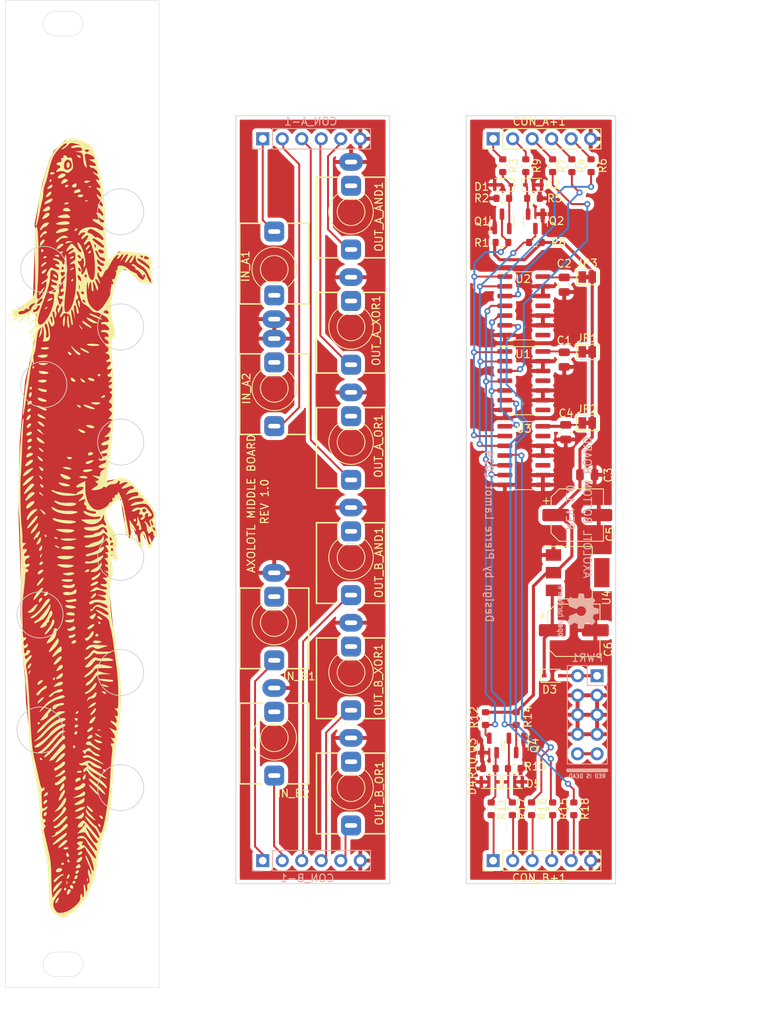
<source format=kicad_pcb>
(kicad_pcb (version 20211014) (generator pcbnew)
  (layers (0 "F.Cu" signal) (31 "B.Cu" signal) (34 "B.Paste" user) (35 "F.Paste" user) (36 "B.SilkS" user "B.Silkscreen") (37 "F.SilkS" user "F.Silkscreen") (38 "B.Mask" user) (39 "F.Mask" user) (44 "Edge.Cuts" user))
  (net 0 "")
  (net 1 "Net-(D1-Pad1)")
  (net 2 "GND")
  (net 3 "Net-(D2-Pad1)")
  (net 4 "Net-(D3-Pad2)")
  (net 5 "Net-(D4-Pad1)")
  (net 6 "Net-(Q1-Pad3)")
  (net 7 "Net-(Q2-Pad3)")
  (net 8 "Net-(Q3-Pad3)")
  (net 9 "Net-(Q4-Pad3)")
  (net 10 "+5V")
  (net 11 "Net-(D5-Pad1)")
  (net 12 "Net-(R4-Pad1)")
  (net 13 "Net-(R15-Pad1)")
  (net 14 "Net-(R6-Pad1)")
  (net 15 "Net-(R16-Pad1)")
  (net 16 "Net-(R7-Pad1)")
  (net 17 "Net-(R18-Pad1)")
  (net 20 "A1_TOP")
  (net 21 "A2_TOP")
  (net 22 "B1_TOP")
  (net 23 "B2_TOP")
  (net 24 "+12V")
  (net 25 "AA_TOP")
  (net 26 "AX_TOP")
  (net 27 "AO_TOP")
  (net 28 "A1_BOTTOM")
  (net 29 "A2_BOTTOM")
  (net 30 "AA_BOTTOM")
  (net 31 "AX_BOTTOM")
  (net 32 "AO_BOTTOM")
  (net 33 "BA_TOP")
  (net 34 "BX_TOP")
  (net 35 "BO_TOP")
  (net 36 "B1_BOTTOM")
  (net 37 "B2_BOTTOM")
  (net 38 "BA_BOTTOM")
  (net 39 "BX_BOTTOM")
  (net 40 "BO_BOTTOM")
  (net 42 "-12V")
  (net 46 "Net-(C1-Pad1)")
  (net 47 "Net-(C2-Pad1)")
  (net 48 "Net-(C4-Pad1)")
  (footprint "Capacitor_SMD:CP_Elec_6.3x5.4" (layer "F.Cu") (at 174 107)
    (fp_text reference "C6")
    (fp_text value "22u")
  )
  (footprint "Resistor_SMD:R_0603_1608Metric" (layer "F.Cu") (at 167.75 46.5 -90)
    (fp_text reference "R9")
    (fp_text value "100K")
  )
  (footprint "Package_TO_SOT_SMD:SOT-23" (layer "F.Cu") (at 163 122 90)
    (fp_text reference "Q3")
    (fp_text value "MMBT3904")
  )
  (footprint "Capacitor_SMD:CP_Elec_6.3x5.4" (layer "F.Cu") (at 174.45 92)
    (fp_text reference "C5")
    (fp_text value "22u")
  )
  (footprint "Thonk:Jack_3.5mm_QingPu_WQP-PJ398SM_Vertical" (layer "F.Cu") (at 145 52.5 180)
    (fp_text reference "OUT_A_AND1")
    (fp_text value "AudioJack2")
  )
  (footprint "Thonk:Jack_3.5mm_QingPu_WQP-PJ398SM_Vertical" (layer "F.Cu") (at 145 127.5 180)
    (fp_text reference "OUT_B_OR1")
    (fp_text value "AudioJack2")
  )
  (footprint "Thonk:Jack_3.5mm_QingPu_WQP-PJ398SM_Vertical" (layer "F.Cu") (at 135 75.5 180)
    (fp_text reference "IN_A2")
    (fp_text value "AudioJack2")
  )
  (footprint "Package_SO:SOIC-14_3.9x8.7mm_P1.27mm" (layer "F.Cu") (at 167.5 84.25)
    (fp_text reference "U3")
    (fp_text value "74HC02")
  )
  (footprint "Thonk:Jack_3.5mm_QingPu_WQP-PJ398SM_Vertical" (layer "F.Cu") (at 145 82.5 180)
    (fp_text reference "OUT_A_OR1")
    (fp_text value "AudioJack2")
  )
  (footprint "Capacitor_SMD:C_0805_2012Metric" (layer "F.Cu") (at 172.95 81.201654 -90)
    (fp_text reference "C4")
    (fp_text value "100nF")
  )
  (footprint "Connector_PinHeader_2.54mm:PinHeader_1x06_P2.54mm_Vertical" (layer "F.Cu") (at 163.5 137 90)
    (fp_text reference "CON_B+1")
    (fp_text value "Conn_01x06_Male")
  )
  (footprint "Thonk:Jack_3.5mm_QingPu_WQP-PJ398SM_Vertical" (layer "F.Cu") (at 145 67.5 180)
    (fp_text reference "OUT_A_XOR1")
    (fp_text value "AudioJack2")
  )
  (footprint "Thonk:Jack_3.5mm_QingPu_WQP-PJ398SM_Vertical" (layer "F.Cu") (at 135 60)
    (fp_text reference "IN_A1")
    (fp_text value "AudioJack2")
  )
  (footprint "Diode_SMD:D_SOD-323" (layer "F.Cu") (at 164.75 49 180)
    (fp_text reference "D1")
    (fp_text value "1N4148")
  )
  (footprint "Package_TO_SOT_SMD:SOT-23" (layer "F.Cu") (at 164.65 53.75 90)
    (fp_text reference "Q1")
    (fp_text value "MMBT3904")
  )
  (footprint "Resistor_SMD:R_0603_1608Metric" (layer "F.Cu") (at 171.25 130.25 -90)
    (fp_text reference "R15")
    (fp_text value "100K")
  )
  (footprint "Jumper:SolderJumper-2_P1.3mm_Bridged_Pad1.0x1.5mm" (layer "F.Cu") (at 175.75 70.75)
    (fp_text reference "JP1")
    (fp_text value "SolderJumper_2_Bridged")
  )
  (footprint "Diode_SMD:D_SOD-323" (layer "F.Cu") (at 168.75 49)
    (fp_text reference "D2")
    (fp_text value "1N4148")
  )
  (footprint "Thonk:Jack_3.5mm_QingPu_WQP-PJ398SM_Vertical" (layer "F.Cu") (at 135 121 180)
    (fp_text reference "IN_B2")
    (fp_text value "AudioJack2")
  )
  (footprint "Resistor_SMD:R_0603_1608Metric" (layer "F.Cu") (at 164.75 46.5 -90)
    (fp_text reference "R3")
    (fp_text value "100K")
  )
  (footprint "Resistor_SMD:R_0603_1608Metric" (layer "F.Cu") (at 164.75 50.75 180)
    (fp_text reference "R2")
    (fp_text value "100K")
  )
  (footprint "Resistor_SMD:R_0603_1608Metric" (layer "F.Cu") (at 174 130.25 -90)
    (fp_text reference "R18")
    (fp_text value "100K")
  )
  (footprint "Jumper:SolderJumper-2_P1.3mm_Bridged_Pad1.0x1.5mm" (layer "F.Cu") (at 175.75 80)
    (fp_text reference "JP2")
    (fp_text value "SolderJumper_2_Bridged")
  )
  (footprint "Resistor_SMD:R_0603_1608Metric" (layer "F.Cu") (at 164.65 56.5)
    (fp_text reference "R1")
    (fp_text value "10K")
  )
  (footprint "Package_SO:SOIC-14_3.9x8.7mm_P1.27mm" (layer "F.Cu") (at 167.5 64.75)
    (fp_text reference "U2")
    (fp_text value "74HC86")
  )
  (footprint "Thonk:Jack_3.5mm_QingPu_WQP-PJ398SM_Vertical" (layer "F.Cu") (at 135 106 180)
    (fp_text reference "IN_B1")
    (fp_text value "AudioJack2")
  )
  (footprint "Resistor_SMD:R_0603_1608Metric" (layer "F.Cu") (at 169 56.5 180)
    (fp_text reference "R8")
    (fp_text value "10K")
  )
  (footprint "Diode_SMD:D_SOD-323" (layer "F.Cu") (at 166.25 126.75)
    (fp_text reference "D5")
    (fp_text value "1N4148")
  )
  (footprint "Diode_SMD:D_SOD-323" (layer "F.Cu") (at 163 126.75 180)
    (fp_text reference "D4")
    (fp_text value "1N4148")
  )
  (footprint "Resistor_SMD:R_0603_1608Metric" (layer "F.Cu") (at 171.25 46.5 90)
    (fp_text reference "R7")
    (fp_text value "100K")
  )
  (footprint "Resistor_SMD:R_0603_1608Metric" (layer "F.Cu") (at 166.25 125)
    (fp_text reference "R13")
    (fp_text value "100K")
  )
  (footprint "Capacitor_SMD:C_0805_2012Metric" (layer "F.Cu") (at 172.75 62 -90)
    (fp_text reference "C2")
    (fp_text value "100nF")
  )
  (footprint "Capacitor_SMD:C_0805_2012Metric" (layer "F.Cu") (at 172.75 71.75 -90)
    (fp_text reference "C1")
    (fp_text value "100nF")
  )
  (footprint "Resistor_SMD:R_0603_1608Metric" (layer "F.Cu") (at 168.5 130.25 -90)
    (fp_text reference "R16")
    (fp_text value "100K")
  )
  (footprint "Resistor_SMD:R_0603_1608Metric" (layer "F.Cu") (at 162.5 118.5 -90)
    (fp_text reference "R12")
    (fp_text value "10K")
  )
  (footprint "Resistor_SMD:R_0603_1608Metric" (layer "F.Cu") (at 176.25 46.5 90)
    (fp_text reference "R6")
    (fp_text value "100K")
  )
  (footprint "Thonk:Jack_3.5mm_QingPu_WQP-PJ398SM_Vertical" (layer "F.Cu") (at 145 97.5 180)
    (fp_text reference "OUT_B_AND1")
    (fp_text value "AudioJack2")
  )
  (footprint "Capacitor_SMD:C_0805_2012Metric" (layer "F.Cu") (at 175.75 86.75)
    (fp_text reference "C3")
    (fp_text value "100nF")
  )
  (footprint "Connector_PinHeader_2.54mm:PinHeader_1x06_P2.54mm_Vertical" (layer "F.Cu") (at 163.5 43 90)
    (fp_text reference "CON_A+1")
    (fp_text value "Conn_01x06_Male")
  )
  (footprint "Resistor_SMD:R_0603_1608Metric" (layer "F.Cu") (at 168.75 50.75)
    (fp_text reference "R5")
    (fp_text value "100K")
  )
  (footprint "Resistor_SMD:R_0603_1608Metric" (layer "F.Cu") (at 166.5 118.5 -90)
    (fp_text reference "R14")
    (fp_text value "10K")
  )
  (footprint "Jumper:SolderJumper-2_P1.3mm_Bridged_Pad1.0x1.5mm" (layer "F.Cu") (at 175.75 61)
    (fp_text reference "JP3")
    (fp_text value "SolderJumper_2_Bridged")
  )
  (footprint "Package_TO_SOT_SMD:SOT-23" (layer "F.Cu") (at 169 53.75 -90)
    (fp_text reference "Q2")
    (fp_text value "MMBT3904")
  )
  (footprint "Resistor_SMD:R_0603_1608Metric" (layer "F.Cu") (at 173.75 46.5 90)
    (fp_text reference "R4")
    (fp_text value "100K")
  )
  (footprint "Resistor_SMD:R_0603_1608Metric" (layer "F.Cu") (at 163.25 130.25 90)
    (fp_text reference "R11")
    (fp_text value "100K")
  )
  (footprint "Thonk:Jack_3.5mm_QingPu_WQP-PJ398SM_Vertical" (layer "F.Cu") (at 145 112.5 180)
    (fp_text reference "OUT_B_XOR1")
    (fp_text value "AudioJack2")
  )
  (footprint "Resistor_SMD:R_0603_1608Metric" (layer "F.Cu") (at 166 130.25 90)
    (fp_text reference "R17")
    (fp_text value "100K")
  )
  (footprint "Package_TO_SOT_SMD:SOT-223" (layer "F.Cu") (at 174.5 99.5)
    (fp_text reference "U4")
    (fp_text value "LM1117-5.0")
  )
  (footprint "Package_SO:SOIC-14_3.9x8.7mm_P1.27mm" (layer "F.Cu") (at 167.5 74.5)
    (fp_text reference "U1")
    (fp_text value "74HC00")
  )
  (footprint "Package_TO_SOT_SMD:SOT-23" (layer "F.Cu") (at 166.5 122 -90)
    (fp_text reference "Q4")
    (fp_text value "MMBT3904")
  )
  (footprint "Diode_SMD:D_SOD-323" (layer "F.Cu") (at 171.2 112.925)
    (fp_text reference "D3")
    (fp_text value "1N4148")
  )
  (footprint "Resistor_SMD:R_0603_1608Metric" (layer "F.Cu") (at 163 125 180)
    (fp_text reference "R10")
    (fp_text value "100K")
  )
  (footprint "Connector_PinSocket_2.54mm:PinSocket_1x06_P2.54mm_Vertical" (layer "B.Cu") (at 133.5 137 -90)
    (fp_text reference "CON_B-1")
    (fp_text value "Conn_01x06_Female")
  )
  (footprint "Connector_PinHeader_2.54mm:PinHeader_2x05_P2.54mm_Vertical" (layer "B.Cu") (at 177.03 112.925 180)
    (fp_text reference "PWR1")
    (fp_text value "Conn_02x05_Odd_Even")
  )
  (footprint "Symbol:OSHW-Logo2_7.3x6mm_SilkScreen" (layer "B.Cu") (at 174.5 104.5 90)
    (fp_text reference "REF**" hide)
    (fp_text value "OSHW-Logo2_7.3x6mm_SilkScreen" hide)
  )
  (footprint "Connector_PinSocket_2.54mm:PinSocket_1x06_P2.54mm_Vertical" (layer "B.Cu") (at 133.5 43 -90)
    (fp_text reference "CON_A-1")
    (fp_text value "Conn_01x06_Female")
  )
  (gr_poly (pts (xy 111.173572 44.237977) (xy 112.661331 50.883678) (xy 112.871331 59.443678) (xy 114.781331 57.783678) (xy 118.511331 58.263678) (xy 118.881331 61.803678) (xy 117.661331 61.583678) (xy 116.151331 60.143678) (xy 115.081331 59.853678) (xy 113.641331 62.323678) (xy 113.341331 65.753678) (xy 113.461331 67.003678) (xy 114.081331 68.583678) (xy 113.541331 68.783678) (xy 113.701331 72.033678) (xy 113.871331 78.923678) (xy 112.611331 87.733678) (xy 115.151331 87.313678) (xy 116.941331 88.673678) (xy 119.071331 91.083678) (xy 119.501331 93.313678) (xy 119.451331 94.513678) (xy 118.681331 96.103678) (xy 118.021331 94.463678) (xy 117.661331 94.383678) (xy 117.551331 96.103678) (xy 116.811331 93.773678) (xy 116.351331 93.333678) (xy 116.271331 95.003678) (xy 115.841331 94.463678) (xy 115.101331 90.053678) (xy 114.741331 89.573678) (xy 112.511331 91.543678) (xy 113.431331 93.793678) (xy 114.281331 95.663678) (xy 114.151331 97.303678) (xy 113.231331 97.073678) (xy 113.331331 100.993678) (xy 114.751331 114.403678) (xy 114.491331 119.913678) (xy 112.901331 132.383678) (xy 110.731331 140.793678) (xy 109.451331 142.823678) (xy 107.861331 144.063678) (xy 106.751331 143.973678) (xy 105.871331 142.823678) (xy 105.691331 137.733678) (xy 104.891331 133.393678) (xy 104.541331 128.223678) (xy 103.521331 123.393678) (xy 102.771331 116.273678) (xy 102.671331 113.543678) (xy 102.371331 110.543678) (xy 102.081331 105.123678) (xy 102.111331 100.853678) (xy 101.801331 91.883678) (xy 101.961331 82.463678) (xy 102.661331 74.533678) (xy 103.421331 71.433678) (xy 103.921331 68.663678) (xy 104.341331 67.243678) (xy 104.091331 67.263678) (xy 104.061331 65.713678) (xy 103.521331 65.573678) (xy 103.081331 65.463678) (xy 102.401331 66.013678) (xy 101.281331 66.003678) (xy 101.801331 65.253678) (xy 103.671331 63.813678) (xy 104.001331 54.803678) (xy 103.891331 54.183678) (xy 104.901331 48.793678) (xy 105.851331 45.713678) (xy 106.401331 44.613678) (xy 107.791331 43.323678) (xy 108.661331 43.183678)) (layer "F.Cu") (width 0.2) (fill solid))
  (gr_line (start 173.25 125.25) (end 178.25 125.25) (layer "B.SilkS") (width 0.5))
  (gr_poly (pts (xy 103.670651 90.182158) (xy 103.694071 90.185698) (xy 103.715378 90.191762) (xy 103.734413 90.200431) (xy 103.75102 90.211791) (xy 103.76504 90.225926) (xy 103.77162 90.235454) (xy 103.776641 90.24594) (xy 103.780123 90.257357) (xy 103.782085 90.269677) (xy 103.782548 90.282873) (xy 103.781531 90.296918) (xy 103.779054 90.311783) (xy 103.775136 90.327442) (xy 103.769799 90.343867) (xy 103.763061 90.36103) (xy 103.754942 90.378905) (xy 103.745462 90.397463) (xy 103.734641 90.416677) (xy 103.722499 90.43652) (xy 103.709056 90.456964) (xy 103.694331 90.477981) (xy 103.661116 90.521627) (xy 103.623012 90.567239) (xy 103.580179 90.614595) (xy 103.532774 90.663477) (xy 103.480956 90.713664) (xy 103.424885 90.764938) (xy 103.364718 90.817077) (xy 103.300614 90.869863) (xy 103.300614 90.869866) (xy 103.203225 90.945038) (xy 103.113065 91.008546) (xy 103.030505 91.060495) (xy 102.955913 91.100991) (xy 102.921721 91.116977) (xy 102.889659 91.130139) (xy 102.859774 91.140491) (xy 102.832111 91.148045) (xy 102.806718 91.152815) (xy 102.78364 91.154813) (xy 102.762924 91.154054) (xy 102.744615 91.150549) (xy 102.72876 91.144313) (xy 102.715405 91.135359) (xy 102.704595 91.123699) (xy 102.696378 91.109347) (xy 102.6908 91.092315) (xy 102.687906 91.072618) (xy 102.687743 91.050268) (xy 102.690357 91.025278) (xy 102.695794 90.997662) (xy 102.7041 90.967433) (xy 102.715321 90.934604) (xy 102.729505 90.899187) (xy 102.746696 90.861197) (xy 102.76694 90.820646) (xy 102.816777 90.731916) (xy 102.837539 90.699221) (xy 102.860454 90.666772) (xy 102.885363 90.634655) (xy 102.912107 90.602952) (xy 102.970472 90.541127) (xy 103.034286 90.481974) (xy 103.102284 90.426167) (xy 103.173203 90.374379) (xy 103.24578 90.327285) (xy 103.31875 90.285559) (xy 103.39085 90.249876) (xy 103.460816 90.220909) (xy 103.527385 90.199334) (xy 103.559001 90.191529) (xy 103.589293 90.185824) (xy 103.618104 90.182305) (xy 103.645276 90.181054)) (layer "F.SilkS") (width 0) (fill solid))
  (gr_poly (pts (xy 110.123031 130.724794) (xy 110.128942 130.725956) (xy 110.134825 130.727786) (xy 110.140675 130.730283) (xy 110.146488 130.733447) (xy 110.152259 130.73728) (xy 110.157983 130.741781) (xy 110.163657 130.746951) (xy 110.169275 130.75279) (xy 110.174832 130.759299) (xy 110.180324 130.766478) (xy 110.185747 130.774327) (xy 110.191095 130.782847) (xy 110.196365 130.792038) (xy 110.201551 130.8019) (xy 110.205832 130.811298) (xy 110.20957 130.821398) (xy 110.212771 130.832168) (xy 110.215442 130.843576) (xy 110.21922 130.86818) (xy 110.220955 130.894959) (xy 110.220697 130.92366) (xy 110.2185 130.95403) (xy 110.214413 130.985816) (xy 110.208488 131.018767) (xy 110.200777 131.05263) (xy 110.191332 131.087152) (xy 110.180203 131.122081) (xy 110.167442 131.157164) (xy 110.1531 131.192149) (xy 110.137229 131.226783) (xy 110.119881 131.260813) (xy 110.101106 131.293988) (xy 110.101107 131.293912) (xy 110.088967 131.313509) (xy 110.076365 131.332326) (xy 110.0633 131.350365) (xy 110.049769 131.367627) (xy 110.035769 131.384113) (xy 110.021299 131.399822) (xy 110.006357 131.414757) (xy 109.99094 131.428919) (xy 109.975046 131.442307) (xy 109.958673 131.454923) (xy 109.941819 131.466767) (xy 109.924481 131.477841) (xy 109.906658 131.488146) (xy 109.888347 131.497681) (xy 109.869545 131.506449) (xy 109.850252 131.51445) (xy 109.830464 131.521685) (xy 109.810179 131.528154) (xy 109.789395 131.533859) (xy 109.768111 131.538801) (xy 109.746323 131.54298) (xy 109.72403 131.546396) (xy 109.701229 131.549052) (xy 109.677919 131.550948) (xy 109.654097 131.552085) (xy 109.62976 131.552463) (xy 109.604907 131.552083) (xy 109.579536 131.550947) (xy 109.553643 131.549056) (xy 109.527228 131.546409) (xy 109.500288 131.543008) (xy 109.47282 131.538854) (xy 109.033299 131.467252) (xy 109.477134 131.23779) (xy 109.522845 131.213434) (xy 109.568252 131.187817) (xy 109.61308 131.161154) (xy 109.657051 131.133661) (xy 109.699888 131.105553) (xy 109.741315 131.077047) (xy 109.781054 131.048358) (xy 109.818829 131.019701) (xy 109.854363 130.991293) (xy 109.88738 130.963348) (xy 109.917601 130.936084) (xy 109.944751 130.909714) (xy 109.968552 130.884456) (xy 109.988729 130.860524) (xy 110.005003 130.838134) (xy 110.017098 130.817502) (xy 110.022725 130.806722) (xy 110.028407 130.796602) (xy 110.034139 130.787143) (xy 110.039917 130.778345) (xy 110.045736 130.770209) (xy 110.051592 130.762734) (xy 110.05748 130.755922) (xy 110.063395 130.749772) (xy 110.069332 130.744285) (xy 110.075288 130.739461) (xy 110.081257 130.735301) (xy 110.087235 130.731805) (xy 110.093217 130.728973) (xy 110.099199 130.726806) (xy 110.105176 130.725305) (xy 110.111144 130.724468) (xy 110.117097 130.724298)) (layer "F.SilkS") (width 0) (fill solid))
  (gr_poly (pts (xy 107.650277 125.190061) (xy 107.665129 125.192023) (xy 107.679161 125.195535) (xy 107.692327 125.200605) (xy 107.704584 125.207236) (xy 107.715886 125.215433) (xy 107.726189 125.225203) (xy 107.735447 125.236549) (xy 107.743616 125.249477) (xy 107.750652 125.263992) (xy 107.756509 125.280099) (xy 107.761142 125.297803) (xy 107.764507 125.317109) (xy 107.766559 125.338022) (xy 107.767253 125.360547) (xy 107.766678 125.370043) (xy 107.764973 125.38014) (xy 107.762165 125.390808) (xy 107.758283 125.40202) (xy 107.753355 125.413744) (xy 107.747409 125.425953) (xy 107.740473 125.438617) (xy 107.732576 125.451706) (xy 107.714009 125.479045) (xy 107.691934 125.507734) (xy 107.666575 125.537541) (xy 107.638159 125.568232) (xy 107.60691 125.599571) (xy 107.573054 125.631326) (xy 107.536816 125.663261) (xy 107.498421 125.695144) (xy 107.458096 125.72674) (xy 107.416064 125.757814) (xy 107.372552 125.788134) (xy 107.327784 125.817464) (xy 107.32778 125.817578) (xy 107.281621 125.84592) (xy 107.234028 125.87334) (xy 107.185363 125.899702) (xy 107.135989 125.924871) (xy 107.086269 125.948708) (xy 107.036566 125.971079) (xy 106.987241 125.991846) (xy 106.938659 126.010872) (xy 106.891181 126.028021) (xy 106.845171 126.043157) (xy 106.800991 126.056143) (xy 106.759005 126.066842) (xy 106.719573 126.075119) (xy 106.683061 126.080835) (xy 106.649829 126.083855) (xy 106.620242 126.084043) (xy 106.584512 126.08161) (xy 106.568679 126.079994) (xy 106.554207 126.078094) (xy 106.541102 126.075898) (xy 106.52937 126.073394) (xy 106.519017 126.070568) (xy 106.510047 126.067409) (xy 106.502468 126.063903) (xy 106.496283 126.060039) (xy 106.491499 126.055804) (xy 106.488122 126.051184) (xy 106.486157 126.046168) (xy 106.485609 126.040743) (xy 106.486485 126.034897) (xy 106.488789 126.028616) (xy 106.492528 126.021889) (xy 106.497708 126.014702) (xy 106.504332 126.007044) (xy 106.512409 125.998901) (xy 106.521942 125.990262) (xy 106.532937 125.981113) (xy 106.545401 125.971442) (xy 106.559339 125.961237) (xy 106.591657 125.939173) (xy 106.629938 125.91482) (xy 106.674226 125.888078) (xy 106.724566 125.858846) (xy 106.763521 125.83595) (xy 106.803388 125.811341) (xy 106.884689 125.757889) (xy 106.966133 125.700314) (xy 107.045385 125.640434) (xy 107.120112 125.580073) (xy 107.187977 125.521049) (xy 107.218608 125.492609) (xy 107.246647 125.465186) (xy 107.271805 125.439009) (xy 107.293787 125.414304) (xy 107.315739 125.389202) (xy 107.337677 125.365561) (xy 107.359556 125.343386) (xy 107.381332 125.322681) (xy 107.402961 125.303452) (xy 107.424397 125.285704) (xy 107.445595 125.269441) (xy 107.466511 125.25467) (xy 107.487099 125.241394) (xy 107.507316 125.229619) (xy 107.527115 125.21935) (xy 107.546453 125.210592) (xy 107.565285 125.203351) (xy 107.583565 125.19763) (xy 107.601249 125.193436) (xy 107.618293 125.190773) (xy 107.63465 125.189646)) (layer "F.SilkS") (width 0) (fill solid))
  (gr_poly (pts (xy 107.655005 124.100705) (xy 107.670711 124.103659) (xy 107.6852 124.108785) (xy 107.69848 124.116084) (xy 107.71056 124.125553) (xy 107.721449 124.137192) (xy 107.731155 124.150999) (xy 107.739686 124.166974) (xy 107.747052 124.185115) (xy 107.753261 124.205422) (xy 107.758322 124.227892) (xy 107.762243 124.252525) (xy 107.765034 124.27932) (xy 107.767255 124.339391) (xy 107.766525 124.352787) (xy 107.764357 124.366841) (xy 107.760789 124.381516) (xy 107.755854 124.396774) (xy 107.749591 124.41258) (xy 107.742033 124.428896) (xy 107.733218 124.445685) (xy 107.72318 124.462912) (xy 107.69958 124.498529) (xy 107.671522 124.535454) (xy 107.63929 124.573391) (xy 107.603172 124.612048) (xy 107.563453 124.65113) (xy 107.520421 124.690344) (xy 107.474361 124.729396) (xy 107.42556 124.767991) (xy 107.374305 124.805836) (xy 107.320881 124.842637) (xy 107.265575 124.8781) (xy 107.208673 124.911931) (xy 107.208673 124.911878) (xy 106.983783 125.04133) (xy 106.784381 125.157898) (xy 106.632124 125.24879) (xy 106.548668 125.301213) (xy 106.543346 125.304566) (xy 106.537848 125.307393) (xy 106.532186 125.309703) (xy 106.526372 125.311503) (xy 106.52042 125.312799) (xy 106.514341 125.3136) (xy 106.508149 125.313913) (xy 106.501855 125.313745) (xy 106.495473 125.313102) (xy 106.489014 125.311993) (xy 106.482492 125.310425) (xy 106.475918 125.308404) (xy 106.469306 125.305939) (xy 106.462668 125.303037) (xy 106.456017 125.299704) (xy 106.449364 125.295948) (xy 106.442724 125.291777) (xy 106.436107 125.287197) (xy 106.429527 125.282216) (xy 106.422996 125.276841) (xy 106.416527 125.271079) (xy 106.410133 125.264939) (xy 106.403825 125.258426) (xy 106.397617 125.251549) (xy 106.39152 125.244313) (xy 106.385548 125.236728) (xy 106.379713 125.2288) (xy 106.374028 125.220536) (xy 106.368504 125.211944) (xy 106.363156 125.203031) (xy 106.357994 125.193804) (xy 106.353032 125.18427) (xy 106.348556 125.174529) (xy 106.344836 125.164596) (xy 106.341861 125.154493) (xy 106.33962 125.144239) (xy 106.338101 125.133853) (xy 106.337293 125.123356) (xy 106.337185 125.112767) (xy 106.337765 125.102106) (xy 106.339023 125.091392) (xy 106.340947 125.080646) (xy 106.343525 125.069888) (xy 106.346747 125.059136) (xy 106.350601 125.048412) (xy 106.355076 125.037734) (xy 106.36016 125.027122) (xy 106.365843 125.016597) (xy 106.372113 125.006177) (xy 106.378958 124.995884) (xy 106.386368 124.985736) (xy 106.394331 124.975753) (xy 106.402836 124.965956) (xy 106.411872 124.956363) (xy 106.421427 124.946995) (xy 106.43149 124.937871) (xy 106.44205 124.929012) (xy 106.453096 124.920437) (xy 106.464615 124.912166) (xy 106.476598 124.904218) (xy 106.489032 124.896613) (xy 106.501907 124.889372) (xy 106.515211 124.882513) (xy 106.528933 124.876058) (xy 106.558291 124.861989) (xy 106.590443 124.844908) (xy 106.625067 124.825047) (xy 106.661842 124.802642) (xy 106.700449 124.777926) (xy 106.740567 124.751132) (xy 106.824051 124.69225) (xy 106.909729 124.627868) (xy 106.995038 124.559857) (xy 107.077411 124.49009) (xy 107.116695 124.455133) (xy 107.154284 124.420438) (xy 107.231101 124.349918) (xy 107.302461 124.288169) (xy 107.368434 124.235179) (xy 107.429089 124.190941) (xy 107.484494 124.155446) (xy 107.51025 124.140973) (xy 107.53472 124.128683) (xy 107.557911 124.118574) (xy 107.579834 124.110645) (xy 107.600496 124.104895) (xy 107.619906 124.101322) (xy 107.638073 124.099926)) (layer "F.SilkS") (width 0) (fill solid))
  (gr_poly (pts (xy 104.512026 91.20904) (xy 104.521115 91.212307) (xy 104.532019 91.217163) (xy 104.559305 91.231515) (xy 104.593943 91.251835) (xy 104.635996 91.277863) (xy 104.742593 91.345998) (xy 104.808779 91.39084) (xy 104.871275 91.437553) (xy 104.929649 91.485481) (xy 104.983473 91.533965) (xy 105.032317 91.582348) (xy 105.07575 91.629973) (xy 105.113342 91.676183) (xy 105.144664 91.720319) (xy 105.169286 91.761725) (xy 105.17895 91.781199) (xy 105.186778 91.799744) (xy 105.192715 91.817277) (xy 105.196709 91.833716) (xy 105.198705 91.848981) (xy 105.19865 91.862987) (xy 105.19649 91.875653) (xy 105.192171 91.886897) (xy 105.18564 91.896636) (xy 105.176842 91.904789) (xy 105.165725 91.911274) (xy 105.152234 91.916007) (xy 105.136315 91.918907) (xy 105.117915 91.919892) (xy 105.117924 91.919881) (xy 105.110651 91.919368) (xy 105.102735 91.917847) (xy 105.094204 91.915341) (xy 105.085084 91.911877) (xy 105.075402 91.90748) (xy 105.065184 91.902175) (xy 105.043251 91.888939) (xy 105.019498 91.872373) (xy 104.99414 91.852675) (xy 104.967393 91.830049) (xy 104.939469 91.804694) (xy 104.910585 91.776812) (xy 104.880954 91.746603) (xy 104.850791 91.71427) (xy 104.820311 91.680013) (xy 104.789728 91.644032) (xy 104.759257 91.60653) (xy 104.729112 91.567707) (xy 104.699507 91.527764) (xy 104.607142 91.399587) (xy 104.571031 91.348492) (xy 104.541717 91.305712) (xy 104.519261 91.270985) (xy 104.503726 91.244053) (xy 104.498573 91.233427) (xy 104.495173 91.224652) (xy 104.493534 91.217695) (xy 104.493664 91.212524) (xy 104.49557 91.209105) (xy 104.499261 91.207407) (xy 104.504743 91.207396)) (layer "F.SilkS") (width 0) (fill solid))
  (gr_poly (pts (xy 112.140342 111.415637) (xy 112.185476 111.417676) (xy 112.233576 111.42132) (xy 112.284875 111.426514) (xy 112.39799 111.441338) (xy 112.526668 111.461713) (xy 112.672757 111.487201) (xy 112.838105 111.517369) (xy 113.095134 111.566686) (xy 113.318739 111.613628) (xy 113.508888 111.658028) (xy 113.665547 111.699722) (xy 113.788682 111.738543) (xy 113.87826 111.774324) (xy 113.910454 111.791023) (xy 113.934247 111.8069) (xy 113.949634 111.821934) (xy 113.95661 111.836104) (xy 113.955172 111.84939) (xy 113.945315 111.861771) (xy 113.927035 111.873225) (xy 113.900328 111.883733) (xy 113.821617 111.901825) (xy 113.709148 111.915881) (xy 113.562886 111.925735) (xy 113.382799 111.931219) (xy 113.168853 111.932169) (xy 112.921015 111.928418) (xy 112.921026 111.928418) (xy 112.596528 111.923978) (xy 112.323643 111.927372) (xy 112.205479 111.932179) (xy 112.098927 111.93915) (xy 112.003557 111.948355) (xy 111.918938 111.959862) (xy 111.844641 111.97374) (xy 111.780235 111.990058) (xy 111.725289 112.008884) (xy 111.679373 112.030288) (xy 111.642058 112.054337) (xy 111.612912 112.081101) (xy 111.591505 112.110649) (xy 111.577408 112.143048) (xy 111.56621 112.172656) (xy 111.550653 112.204225) (xy 111.530985 112.237564) (xy 111.507459 112.272484) (xy 111.449831 112.346298) (xy 111.379773 112.424141) (xy 111.299291 112.504485) (xy 111.21039 112.585802) (xy 111.115075 112.666565) (xy 111.01535 112.745248) (xy 110.913221 112.820323) (xy 110.810693 112.890262) (xy 110.709771 112.953538) (xy 110.612459 113.008625) (xy 110.520763 113.053995) (xy 110.477647 113.072558) (xy 110.436687 113.08812) (xy 110.398134 113.100489) (xy 110.362237 113.109474) (xy 110.329249 113.114884) (xy 110.299418 113.116529) (xy 110.288609 113.11591) (xy 110.279212 113.114296) (xy 110.271211 113.111711) (xy 110.267728 113.110063) (xy 110.264587 113.108181) (xy 110.261787 113.106069) (xy 110.259324 113.10373) (xy 110.257198 113.101167) (xy 110.255405 113.098383) (xy 110.253944 113.095382) (xy 110.252812 113.092166) (xy 110.252008 113.088739) (xy 110.251528 113.085103) (xy 110.251537 113.07722) (xy 110.252819 113.068542) (xy 110.25536 113.059093) (xy 110.259141 113.048898) (xy 110.264145 113.037983) (xy 110.270355 113.026373) (xy 110.277753 113.014093) (xy 110.286323 113.001167) (xy 110.296047 112.987622) (xy 110.306909 112.97348) (xy 110.31889 112.958769) (xy 110.331974 112.943513) (xy 110.346144 112.927736) (xy 110.361382 112.911465) (xy 110.37767 112.894723) (xy 110.394993 112.877536) (xy 110.413332 112.85993) (xy 110.432671 112.841928) (xy 110.452992 112.823556) (xy 110.474279 112.80484) (xy 110.496512 112.785803) (xy 110.519677 112.766472) (xy 110.543755 112.746871) (xy 110.568729 112.727025) (xy 110.676028 112.639061) (xy 110.792203 112.537275) (xy 110.913563 112.425304) (xy 111.036415 112.306787) (xy 111.157068 112.185361) (xy 111.27183 112.064665) (xy 111.377007 111.948338) (xy 111.468908 111.840016) (xy 111.539376 111.754278) (xy 111.603236 111.679315) (xy 111.633265 111.645738) (xy 111.662335 111.614691) (xy 111.690678 111.58612) (xy 111.718523 111.559971) (xy 111.746101 111.53619) (xy 111.773644 111.514721) (xy 111.801383 111.49551) (xy 111.829549 111.478503) (xy 111.858372 111.463646) (xy 111.888084 111.450883) (xy 111.918915 111.440162) (xy 111.951096 111.431426) (xy 111.984859 111.424622) (xy 112.020434 111.419696) (xy 112.058052 111.416593) (xy 112.097944 111.415258)) (layer "F.SilkS") (width 0) (fill solid))
  (gr_poly (pts (xy 108.812623 58.307126) (xy 108.831381 58.308722) (xy 108.848499 58.31171) (xy 108.863811 58.316105) (xy 108.877149 58.321921) (xy 108.883026 58.325366) (xy 108.888347 58.329172) (xy 108.893091 58.333339) (xy 108.897237 58.337871) (xy 108.900726 58.342708) (xy 108.903521 58.347791) (xy 108.905632 58.353105) (xy 108.907072 58.358638) (xy 108.90785 58.364375) (xy 108.90798 58.370303) (xy 108.907471 58.376408) (xy 108.906336 58.382678) (xy 108.904585 58.389099) (xy 108.902231 58.395658) (xy 108.899284 58.40234) (xy 108.895755 58.409133) (xy 108.891656 58.416023) (xy 108.886999 58.422997) (xy 108.881794 58.430041) (xy 108.876053 58.437142) (xy 108.869788 58.444286) (xy 108.863009 58.45146) (xy 108.855728 58.45865) (xy 108.847956 58.465844) (xy 108.839704 58.473027) (xy 108.830985 58.480187) (xy 108.821809 58.487309) (xy 108.812187 58.494381) (xy 108.802131 58.501388) (xy 108.791653 58.508318) (xy 108.780763 58.515156) (xy 108.769472 58.521891) (xy 108.757793 58.528507) (xy 108.745737 58.534992) (xy 108.733314 58.541333) (xy 108.720536 58.547515) (xy 108.720536 58.547504) (xy 108.694562 58.559074) (xy 108.668558 58.569391) (xy 108.642692 58.57844) (xy 108.61713 58.586207) (xy 108.592039 58.592678) (xy 108.567586 58.59784) (xy 108.543939 58.601679) (xy 108.521263 58.60418) (xy 108.499726 58.605329) (xy 108.479495 58.605114) (xy 108.460737 58.60352) (xy 108.443618 58.600532) (xy 108.428307 58.596138) (xy 108.414969 58.590323) (xy 108.409092 58.586878) (xy 108.403771 58.583073) (xy 108.399027 58.578905) (xy 108.394881 58.574374) (xy 108.391392 58.569536) (xy 108.388597 58.564454) (xy 108.386486 58.55914) (xy 108.385047 58.553607) (xy 108.384268 58.54787) (xy 108.384138 58.541942) (xy 108.384647 58.535837) (xy 108.385782 58.529566) (xy 108.387533 58.523145) (xy 108.389887 58.516587) (xy 108.392835 58.509905) (xy 108.396363 58.503112) (xy 108.400462 58.496222) (xy 108.405119 58.489248) (xy 108.410324 58.482204) (xy 108.416065 58.475103) (xy 108.422331 58.467959) (xy 108.42911 58.460785) (xy 108.436391 58.453594) (xy 108.444162 58.446401) (xy 108.452414 58.439218) (xy 108.461133 58.432058) (xy 108.470309 58.424936) (xy 108.479931 58.417864) (xy 108.489987 58.410857) (xy 108.500465 58.403927) (xy 108.511355 58.397089) (xy 108.522646 58.390354) (xy 108.534325 58.383738) (xy 108.546381 58.377253) (xy 108.558804 58.370912) (xy 108.571582 58.36473) (xy 108.597556 58.353159) (xy 108.623559 58.342843) (xy 108.649426 58.333795) (xy 108.674988 58.326028) (xy 108.700079 58.319558) (xy 108.724532 58.314396) (xy 108.748179 58.310559) (xy 108.770855 58.308059) (xy 108.792392 58.30691)) (layer "F.SilkS") (width 0) (fill solid))
  (gr_poly (pts (xy 111.079119 57.568822) (xy 111.085471 57.56979) (xy 111.091501 57.571338) (xy 111.097193 57.573472) (xy 111.102529 57.576201) (xy 111.107495 57.579531) (xy 111.112074 57.583472) (xy 111.116249 57.588031) (xy 111.120064 57.593031) (xy 111.123574 57.598283) (xy 111.126779 57.603773) (xy 111.129682 57.609488) (xy 111.132284 57.615413) (xy 111.134586 57.621534) (xy 111.136589 57.627838) (xy 111.138296 57.634311) (xy 111.139707 57.64094) (xy 111.140824 57.647709) (xy 111.141648 57.654605) (xy 111.142181 57.661615) (xy 111.142379 57.67592) (xy 111.14143 57.690513) (xy 111.139345 57.705281) (xy 111.136135 57.720116) (xy 111.131812 57.734906) (xy 111.126387 57.74954) (xy 111.119871 57.763907) (xy 111.112277 57.777897) (xy 111.103616 57.791398) (xy 111.098889 57.79793) (xy 111.093899 57.804299) (xy 111.093899 57.804273) (xy 111.082985 57.816682) (xy 111.070811 57.828745) (xy 111.057506 57.840398) (xy 111.043199 57.851578) (xy 111.02802 57.862223) (xy 111.0121 57.872271) (xy 110.995568 57.881659) (xy 110.978554 57.890325) (xy 110.961188 57.898205) (xy 110.9436 57.905238) (xy 110.92592 57.91136) (xy 110.908276 57.916509) (xy 110.890801 57.920624) (xy 110.873622 57.92364) (xy 110.85687 57.925495) (xy 110.840675 57.926128) (xy 110.832225 57.925879) (xy 110.824372 57.92514) (xy 110.817115 57.923915) (xy 110.810455 57.922214) (xy 110.804391 57.920042) (xy 110.798921 57.917408) (xy 110.794045 57.914317) (xy 110.789762 57.910778) (xy 110.786072 57.906798) (xy 110.782973 57.902383) (xy 110.780466 57.897541) (xy 110.778549 57.892279) (xy 110.777221 57.886604) (xy 110.776482 57.880524) (xy 110.776331 57.874045) (xy 110.776768 57.867174) (xy 110.77779 57.85992) (xy 110.779399 57.852288) (xy 110.781593 57.844286) (xy 110.784372 57.835922) (xy 110.787734 57.827202) (xy 110.791679 57.818134) (xy 110.796206 57.808724) (xy 110.801314 57.79898) (xy 110.807003 57.78891) (xy 110.813273 57.778519) (xy 110.820121 57.767816) (xy 110.827548 57.756807) (xy 110.835553 57.7455) (xy 110.844134 57.733902) (xy 110.853292 57.72202) (xy 110.863026 57.709861) (xy 110.881381 57.68832) (xy 110.900005 57.668344) (xy 110.918768 57.649996) (xy 110.93754 57.633338) (xy 110.956191 57.618433) (xy 110.974592 57.605343) (xy 110.992612 57.594131) (xy 111.010121 57.584859) (xy 111.026991 57.57759) (xy 111.035145 57.574726) (xy 111.04309 57.572386) (xy 111.050811 57.570578) (xy 111.05829 57.56931) (xy 111.065512 57.568589) (xy 111.07246 57.568424)) (layer "F.SilkS") (width 0) (fill solid))
  (gr_poly (pts (xy 103.186343 78.944619) (xy 103.203331 78.947164) (xy 103.218834 78.95133) (xy 103.232863 78.957053) (xy 103.245429 78.964271) (xy 103.256542 78.972921) (xy 103.266214 78.982942) (xy 103.274456 78.99427) (xy 103.281279 79.006843) (xy 103.286693 79.020598) (xy 103.290709 79.035473) (xy 103.293338 79.051405) (xy 103.294592 79.068332) (xy 103.294481 79.08619) (xy 103.293016 79.104919) (xy 103.290209 79.124454) (xy 103.286069 79.144733) (xy 103.280608 79.165694) (xy 103.273836 79.187275) (xy 103.265766 79.209412) (xy 103.256407 79.232043) (xy 103.24577 79.255106) (xy 103.233867 79.278538) (xy 103.220709 79.302276) (xy 103.206306 79.326258) (xy 103.190668 79.350422) (xy 103.173809 79.374704) (xy 103.155737 79.399042) (xy 103.136464 79.423374) (xy 103.116001 79.447637) (xy 103.09436 79.471768) (xy 103.071549 79.495706) (xy 103.071542 79.495717) (xy 103.047937 79.518682) (xy 103.024056 79.539853) (xy 103.000063 79.559169) (xy 102.976121 79.576569) (xy 102.952395 79.591993) (xy 102.929048 79.60538) (xy 102.906243 79.616669) (xy 102.884144 79.6258) (xy 102.862915 79.632713) (xy 102.84272 79.637346) (xy 102.83306 79.638789) (xy 102.823721 79.639639) (xy 102.814722 79.639889) (xy 102.806083 79.639532) (xy 102.797825 79.638559) (xy 102.789968 79.636963) (xy 102.782534 79.634737) (xy 102.775542 79.631873) (xy 102.769013 79.628363) (xy 102.762967 79.624201) (xy 102.757425 79.619377) (xy 102.752407 79.613885) (xy 102.743539 79.600284) (xy 102.737151 79.584484) (xy 102.733135 79.566659) (xy 102.731384 79.54698) (xy 102.731791 79.525619) (xy 102.73425 79.502751) (xy 102.738653 79.478546) (xy 102.744894 79.453178) (xy 102.762459 79.399641) (xy 102.786092 79.343519) (xy 102.814935 79.286194) (xy 102.848134 79.229044) (xy 102.884832 79.173449) (xy 102.924176 79.12079) (xy 102.965308 79.072446) (xy 103.007373 79.029798) (xy 103.028489 79.011041) (xy 103.049517 78.994225) (xy 103.07035 78.979523) (xy 103.090882 78.967107) (xy 103.111006 78.95715) (xy 103.130615 78.949825) (xy 103.149602 78.945303) (xy 103.167859 78.943757)) (layer "F.SilkS") (width 0) (fill solid))
  (gr_poly (pts (xy 106.499602 90.13122) (xy 106.528301 90.134079) (xy 106.558122 90.138724) (xy 106.588831 90.145103) (xy 106.620192 90.153158) (xy 106.651972 90.162837) (xy 106.683936 90.174084) (xy 106.71585 90.186843) (xy 106.747479 90.201061) (xy 106.778589 90.216683) (xy 106.808945 90.233653) (xy 106.838314 90.251916) (xy 106.871971 90.270364) (xy 106.914907 90.287841) (xy 106.966464 90.304277) (xy 107.025985 90.319601) (xy 107.092811 90.33374) (xy 107.166284 90.346624) (xy 107.245746 90.358182) (xy 107.330539 90.368343) (xy 107.420005 90.377034) (xy 107.513487 90.384186) (xy 107.610325 90.389726) (xy 107.709862 90.393584) (xy 107.81144 90.395688) (xy 107.914402 90.395968) (xy 108.018088 90.394351) (xy 108.121841 90.390767) (xy 108.298267 90.384789) (xy 108.460627 90.382997) (xy 108.6085 90.38524) (xy 108.741463 90.391368) (xy 108.859094 90.401228) (xy 108.960971 90.41467) (xy 109.04667 90.431542) (xy 109.11577 90.451693) (xy 109.167849 90.474971) (xy 109.187373 90.487736) (xy 109.202484 90.501226) (xy 109.213127 90.515422) (xy 109.219252 90.530305) (xy 109.220804 90.545857) (xy 109.217731 90.562058) (xy 109.209981 90.57889) (xy 109.1975 90.596334) (xy 109.180235 90.61437) (xy 109.158134 90.63298) (xy 109.099213 90.671846) (xy 109.020314 90.712781) (xy 109.020313 90.712777) (xy 108.927364 90.748803) (xy 108.818477 90.777627) (xy 108.695723 90.799423) (xy 108.561171 90.814367) (xy 108.416893 90.822634) (xy 108.264959 90.824399) (xy 108.107438 90.819839) (xy 107.946401 90.809127) (xy 107.783919 90.79244) (xy 107.622062 90.769952) (xy 107.462899 90.74184) (xy 107.308503 90.708278) (xy 107.160941 90.669441) (xy 107.022286 90.625505) (xy 106.894608 90.576646) (xy 106.779975 90.523038) (xy 106.722144 90.492048) (xy 106.667746 90.461143) (xy 106.616985 90.430515) (xy 106.570066 90.400359) (xy 106.527193 90.370868) (xy 106.488571 90.342235) (xy 106.454405 90.314653) (xy 106.424898 90.288317) (xy 106.400256 90.263419) (xy 106.380683 90.240153) (xy 106.366383 90.218712) (xy 106.361274 90.208737) (xy 106.35756 90.19929) (xy 106.355267 90.190396) (xy 106.35442 90.18208) (xy 106.355045 90.174365) (xy 106.357167 90.167276) (xy 106.360812 90.160836) (xy 106.366005 90.155071) (xy 106.372772 90.150003) (xy 106.381139 90.145658) (xy 106.390624 90.141946) (xy 106.400712 90.138757) (xy 106.411374 90.136083) (xy 106.42258 90.133917) (xy 106.446507 90.131085) (xy 106.472259 90.130204)) (layer "F.SilkS") (width 0) (fill solid))
  (gr_poly (pts (xy 109.540706 49.554767) (xy 109.556619 49.556142) (xy 109.572065 49.558468) (xy 109.587066 49.561743) (xy 109.601646 49.565968) (xy 109.615826 49.571139) (xy 109.629629 49.577257) (xy 109.643078 49.584319) (xy 109.656193 49.592325) (xy 109.668999 49.601273) (xy 109.681516 49.611161) (xy 109.705777 49.633755) (xy 109.729155 49.660096) (xy 109.740122 49.674013) (xy 109.750021 49.687561) (xy 109.758843 49.70075) (xy 109.76658 49.713595) (xy 109.773224 49.726107) (xy 109.778765 49.738298) (xy 109.783195 49.750182) (xy 109.786506 49.76177) (xy 109.78869 49.773076) (xy 109.789737 49.784111) (xy 109.789639 49.794888) (xy 109.788388 49.80542) (xy 109.785975 49.815718) (xy 109.782392 49.825796) (xy 109.77763 49.835666) (xy 109.771681 49.845341) (xy 109.764536 49.854832) (xy 109.756187 49.864152) (xy 109.746624 49.873314) (xy 109.735841 49.88233) (xy 109.723827 49.891212) (xy 109.710575 49.899974) (xy 109.696077 49.908627) (xy 109.680323 49.917185) (xy 109.663305 49.925658) (xy 109.645014 49.934061) (xy 109.625443 49.942405) (xy 109.604582 49.950702) (xy 109.558958 49.967209) (xy 109.508075 49.98368) (xy 109.508075 49.983689) (xy 109.400963 50.013592) (xy 109.302592 50.035039) (xy 109.213511 50.048472) (xy 109.134263 50.054331) (xy 109.098497 50.054557) (xy 109.065394 50.053056) (xy 109.035023 50.049881) (xy 109.007452 50.045088) (xy 108.982748 50.038732) (xy 108.960981 50.030867) (xy 108.942218 50.02155) (xy 108.926527 50.010835) (xy 108.913977 49.998776) (xy 108.904637 49.98543) (xy 108.898573 49.970851) (xy 108.895855 49.955094) (xy 108.896551 49.938215) (xy 108.900729 49.920267) (xy 108.908457 49.901308) (xy 108.919804 49.88139) (xy 108.934837 49.86057) (xy 108.953625 49.838903) (xy 108.976236 49.816443) (xy 109.002739 49.793246) (xy 109.033201 49.769367) (xy 109.067691 49.744861) (xy 109.106277 49.719782) (xy 109.149028 49.694186) (xy 109.204421 49.663216) (xy 109.25643 49.63614) (xy 109.305231 49.612948) (xy 109.351005 49.593629) (xy 109.393929 49.578173) (xy 109.434182 49.566569) (xy 109.471944 49.558807) (xy 109.507392 49.554877) (xy 109.524305 49.554345)) (layer "F.SilkS") (width 0) (fill solid))
  (gr_poly (pts (xy 107.446189 120.065748) (xy 107.481589 120.06714) (xy 107.515784 120.069401) (xy 107.548591 120.072484) (xy 107.579827 120.076344) (xy 107.609309 120.080932) (xy 107.636853 120.086202) (xy 107.662275 120.092107) (xy 107.685394 120.098599) (xy 107.706024 120.105632) (xy 107.723984 120.113158) (xy 107.739089 120.121131) (xy 107.751157 120.129503) (xy 107.760003 120.138227) (xy 107.763161 120.142707) (xy 107.765446 120.147257) (xy 107.766833 120.151871) (xy 107.7673 120.156545) (xy 107.767026 120.161235) (xy 107.766212 120.165864) (xy 107.764871 120.170427) (xy 107.763017 120.174917) (xy 107.760663 120.179329) (xy 107.757824 120.183658) (xy 107.754512 120.187896) (xy 107.75074 120.192039) (xy 107.746523 120.196081) (xy 107.741873 120.200016) (xy 107.736805 120.203838) (xy 107.731331 120.207541) (xy 107.725465 120.211121) (xy 107.71922 120.21457) (xy 107.712611 120.217883) (xy 107.705649 120.221054) (xy 107.69835 120.224078) (xy 107.690726 120.226949) (xy 107.68279 120.229661) (xy 107.674557 120.232208) (xy 107.666039 120.234584) (xy 107.657251 120.236784) (xy 107.648205 120.238802) (xy 107.638914 120.240632) (xy 107.629394 120.242268) (xy 107.619656 120.243705) (xy 107.609714 120.244937) (xy 107.599582 120.245958) (xy 107.589273 120.246762) (xy 107.578801 120.247343) (xy 107.568179 120.247696) (xy 107.557421 120.247815) (xy 107.557429 120.248014) (xy 107.545533 120.249345) (xy 107.531535 120.253297) (xy 107.515505 120.259803) (xy 107.497511 120.268798) (xy 107.455909 120.293995) (xy 107.407284 120.328366) (xy 107.35219 120.371389) (xy 107.291179 120.422541) (xy 107.224806 120.481301) (xy 107.153625 120.547146) (xy 107.078189 120.619554) (xy 106.999051 120.698003) (xy 106.916766 120.781971) (xy 106.831886 120.870935) (xy 106.744967 120.964374) (xy 106.656561 121.061765) (xy 106.567222 121.162587) (xy 106.477503 121.266317) (xy 106.074781 121.730717) (xy 105.896459 121.930249) (xy 105.732099 122.109189) (xy 105.580653 122.268428) (xy 105.441073 122.408858) (xy 105.312311 122.531368) (xy 105.193318 122.636849) (xy 105.083047 122.726193) (xy 104.980448 122.800289) (xy 104.884475 122.860029) (xy 104.794079 122.906303) (xy 104.708211 122.940001) (xy 104.625824 122.962016) (xy 104.54587 122.973236) (xy 104.467299 122.974553) (xy 104.412104 122.971792) (xy 104.364688 122.968465) (xy 104.325176 122.964295) (xy 104.308423 122.961808) (xy 104.293691 122.959007) (xy 104.280997 122.955856) (xy 104.270356 122.952322) (xy 104.261784 122.948369) (xy 104.255295 122.943964) (xy 104.250905 122.939071) (xy 104.24863 122.933656) (xy 104.248484 122.927685) (xy 104.250484 122.921123) (xy 104.254645 122.913934) (xy 104.260982 122.906086) (xy 104.26951 122.897542) (xy 104.280246 122.888268) (xy 104.293204 122.878231) (xy 104.308399 122.867395) (xy 104.345565 122.843187) (xy 104.391867 122.815369) (xy 104.447429 122.783664) (xy 104.512372 122.747796) (xy 104.586821 122.707486) (xy 104.639768 122.675601) (xy 104.701392 122.632445) (xy 104.770941 122.57876) (xy 104.847663 122.515288) (xy 104.930805 122.442771) (xy 105.019616 122.36195) (xy 105.113342 122.273569) (xy 105.211233 122.178369) (xy 105.312535 122.077091) (xy 105.416496 121.970478) (xy 105.629389 121.744215) (xy 105.736816 121.626048) (xy 105.843893 121.505514) (xy 105.949869 121.383355) (xy 106.05399 121.260312) (xy 106.294165 120.979432) (xy 106.406588 120.85316) (xy 106.51392 120.736318) (xy 106.616174 120.628893) (xy 106.713364 120.530872) (xy 106.805505 120.442245) (xy 106.892609 120.362998) (xy 106.97469 120.29312) (xy 107.051762 120.232598) (xy 107.123838 120.181421) (xy 107.190933 120.139576) (xy 107.25306 120.107051) (xy 107.310232 120.083833) (xy 107.362464 120.069912) (xy 107.409769 120.065274)) (layer "F.SilkS") (width 0) (fill solid))
  (gr_poly (pts (xy 107.808871 48.240591) (xy 107.851005 48.24316) (xy 107.889969 48.247351) (xy 107.925772 48.253091) (xy 107.958427 48.260303) (xy 107.987944 48.268916) (xy 108.014334 48.278854) (xy 108.037607 48.290044) (xy 108.057775 48.302411) (xy 108.074849 48.315882) (xy 108.08884 48.330381) (xy 108.099757 48.345836) (xy 108.107614 48.362171) (xy 108.112419 48.379314) (xy 108.114185 48.397189) (xy 108.112922 48.415722) (xy 108.108641 48.43484) (xy 108.101352 48.454468) (xy 108.091068 48.474533) (xy 108.077799 48.494959) (xy 108.061555 48.515673) (xy 108.042348 48.536602) (xy 108.020188 48.55767) (xy 107.995087 48.578803) (xy 107.967055 48.599929) (xy 107.936103 48.620971) (xy 107.902243 48.641857) (xy 107.865484 48.662512) (xy 107.825839 48.682861) (xy 107.783318 48.702832) (xy 107.737931 48.72235) (xy 107.68969 48.74134) (xy 107.689691 48.741344) (xy 107.530629 48.7999) (xy 107.466068 48.82202) (xy 107.410919 48.839127) (xy 107.364755 48.851037) (xy 107.32715 48.857569) (xy 107.311425 48.858762) (xy 107.29768 48.858542) (xy 107.285861 48.856887) (xy 107.275916 48.853774) (xy 107.267791 48.84918) (xy 107.261434 48.843083) (xy 107.25679 48.835459) (xy 107.253806 48.826287) (xy 107.25243 48.815543) (xy 107.252608 48.803204) (xy 107.254287 48.789249) (xy 107.257413 48.773654) (xy 107.267794 48.737453) (xy 107.283326 48.694421) (xy 107.303583 48.644375) (xy 107.328138 48.587134) (xy 107.345048 48.551745) (xy 107.364374 48.517348) (xy 107.385891 48.484121) (xy 107.409378 48.452243) (xy 107.434611 48.421891) (xy 107.461366 48.393243) (xy 107.489421 48.366479) (xy 107.518552 48.341775) (xy 107.548536 48.31931) (xy 107.579149 48.299263) (xy 107.61017 48.281811) (xy 107.641373 48.267133) (xy 107.656974 48.26089) (xy 107.672536 48.255406) (xy 107.688033 48.250706) (xy 107.703437 48.24681) (xy 107.718719 48.243741) (xy 107.733851 48.241521) (xy 107.748805 48.240173) (xy 107.763555 48.239719)) (layer "F.SilkS") (width 0) (fill solid))
  (gr_poly (pts (xy 104.831998 99.110978) (xy 104.850356 99.113032) (xy 104.867294 99.116576) (xy 104.88269 99.121643) (xy 104.896424 99.128268) (xy 104.908376 99.136483) (xy 104.918425 99.146322) (xy 104.926451 99.157817) (xy 104.932333 99.171004) (xy 104.93595 99.185914) (xy 104.937183 99.20258) (xy 104.936774 99.209179) (xy 104.935562 99.216313) (xy 104.933566 99.22396) (xy 104.930806 99.232097) (xy 104.927303 99.240701) (xy 104.923075 99.249748) (xy 104.91253 99.26908) (xy 104.899331 99.289907) (xy 104.883637 99.312044) (xy 104.865609 99.335305) (xy 104.845408 99.359504) (xy 104.823193 99.384455) (xy 104.799125 99.409974) (xy 104.773363 99.435874) (xy 104.746069 99.461969) (xy 104.717402 99.488075) (xy 104.687522 99.514005) (xy 104.656591 99.539574) (xy 104.624767 99.564595) (xy 104.624767 99.564588) (xy 104.591945 99.588856) (xy 104.559956 99.61078) (xy 104.528868 99.6304) (xy 104.498743 99.647756) (xy 104.469649 99.662888) (xy 104.441651 99.675834) (xy 104.414814 99.686635) (xy 104.389202 99.69533) (xy 104.364883 99.701959) (xy 104.341921 99.706561) (xy 104.320382 99.709177) (xy 104.30033 99.709845) (xy 104.281833 99.708606) (xy 104.264954 99.7055) (xy 104.249759 99.700565) (xy 104.236314 99.693841) (xy 104.224684 99.685369) (xy 104.214935 99.675187) (xy 104.207132 99.663336) (xy 104.201341 99.649854) (xy 104.197626 99.634783) (xy 104.196053 99.618161) (xy 104.196689 99.600028) (xy 104.199597 99.580423) (xy 104.204844 99.559387) (xy 104.212494 99.536959) (xy 104.222615 99.513179) (xy 104.235269 99.488086) (xy 104.250525 99.461719) (xy 104.268445 99.43412) (xy 104.289097 99.405326) (xy 104.312545 99.375379) (xy 104.331674 99.35308) (xy 104.352034 99.331537) (xy 104.373503 99.310785) (xy 104.395961 99.290857) (xy 104.443364 99.253604) (xy 104.493277 99.220045) (xy 104.544737 99.190447) (xy 104.596781 99.165077) (xy 104.648443 99.144202) (xy 104.698759 99.128087) (xy 104.746767 99.117001) (xy 104.791501 99.111209) (xy 104.81234 99.110382)) (layer "F.SilkS") (width 0) (fill solid))
  (gr_poly (pts (xy 104.706618 102.788109) (xy 104.714734 102.789159) (xy 104.722505 102.790629) (xy 104.729916 102.792519) (xy 104.736952 102.794824) (xy 104.7436 102.797542) (xy 104.749845 102.800669) (xy 104.755672 102.804202) (xy 104.761068 102.808138) (xy 104.766018 102.812474) (xy 104.770508 102.817206) (xy 104.774523 102.822332) (xy 104.778049 102.827848) (xy 104.781072 102.833751) (xy 104.783578 102.840038) (xy 104.785551 102.846706) (xy 104.786979 102.853751) (xy 104.787846 102.861171) (xy 104.788138 102.868962) (xy 104.787846 102.877187) (xy 104.786979 102.885896) (xy 104.783578 102.904671) (xy 104.778049 102.925091) (xy 104.770508 102.946961) (xy 104.761069 102.970084) (xy 104.749845 102.994265) (xy 104.736953 103.019308) (xy 104.722506 103.045016) (xy 104.706619 103.071195) (xy 104.689406 103.097646) (xy 104.670982 103.124176) (xy 104.651461 103.150588) (xy 104.630959 103.176685) (xy 104.609589 103.202273) (xy 104.587466 103.227154) (xy 104.564705 103.251134) (xy 104.532221 103.283579) (xy 104.502882 103.311435) (xy 104.476543 103.334671) (xy 104.464453 103.344546) (xy 104.453059 103.353254) (xy 104.442342 103.36079) (xy 104.432285 103.367152) (xy 104.422869 103.372334) (xy 104.414077 103.376333) (xy 104.40589 103.379145) (xy 104.39829 103.380766) (xy 104.391259 103.381191) (xy 104.384779 103.380417) (xy 104.378833 103.37844) (xy 104.3734 103.375255) (xy 104.368465 103.37086) (xy 104.364008 103.365249) (xy 104.360012 103.358418) (xy 104.356458 103.350365) (xy 104.353328 103.341084) (xy 104.350605 103.330571) (xy 104.34827 103.318824) (xy 104.346305 103.305837) (xy 104.344691 103.291607) (xy 104.343412 103.276129) (xy 104.341783 103.241416) (xy 104.341272 103.201665) (xy 104.342431 103.172906) (xy 104.345832 103.143882) (xy 104.35136 103.114789) (xy 104.358902 103.085824) (xy 104.368341 103.057182) (xy 104.379564 103.029059) (xy 104.392457 103.001651) (xy 104.406904 102.975154) (xy 104.422791 102.949764) (xy 104.440004 102.925678) (xy 104.458428 102.90309) (xy 104.477948 102.882197) (xy 104.498451 102.863195) (xy 104.519821 102.846279) (xy 104.541944 102.831647) (xy 104.564705 102.819493) (xy 104.587466 102.80958) (xy 104.609588 102.801519) (xy 104.630958 102.795285) (xy 104.651461 102.790852) (xy 104.670981 102.788196) (xy 104.689405 102.78729)) (layer "F.SilkS") (width 0) (fill solid))
  (gr_poly (pts (xy 111.719022 116.400449) (xy 111.734695 116.403433) (xy 111.748576 116.408291) (xy 111.760574 116.415062) (xy 111.770597 116.423785) (xy 111.778552 116.434497) (xy 111.784348 116.447237) (xy 111.787893 116.462043) (xy 111.789095 116.478955) (xy 111.788851 116.482736) (xy 111.788129 116.486941) (xy 111.786939 116.491554) (xy 111.785294 116.49656) (xy 111.780687 116.507685) (xy 111.774403 116.520186) (xy 111.766536 116.533935) (xy 111.757183 116.548803) (xy 111.746439 116.564662) (xy 111.734399 116.581383) (xy 111.72116 116.598836) (xy 111.706816 116.616894) (xy 111.691462 116.635428) (xy 111.675196 116.654309) (xy 111.658111 116.673407) (xy 111.640303 116.692595) (xy 111.621868 116.711744) (xy 111.602901 116.730725) (xy 111.602902 116.730786) (xy 111.582003 116.750047) (xy 111.557898 116.770044) (xy 111.530876 116.790619) (xy 111.501221 116.811614) (xy 111.469221 116.832871) (xy 111.435162 116.854232) (xy 111.39933 116.875538) (xy 111.362011 116.896632) (xy 111.323493 116.917355) (xy 111.284061 116.93755) (xy 111.244001 116.957057) (xy 111.203601 116.975719) (xy 111.163146 116.993378) (xy 111.122923 117.009876) (xy 111.083218 117.025054) (xy 111.044317 117.038755) (xy 110.671929 117.163915) (xy 111.044317 116.790998) (xy 111.106938 116.731052) (xy 111.170846 116.675061) (xy 111.235307 116.623334) (xy 111.299585 116.576178) (xy 111.362946 116.533901) (xy 111.424654 116.496812) (xy 111.483973 116.465217) (xy 111.54017 116.439425) (xy 111.592508 116.419745) (xy 111.640253 116.406483) (xy 111.682669 116.399949) (xy 111.70165 116.3993)) (layer "F.SilkS") (width 0) (fill solid))
  (gr_poly (pts (xy 108.914699 121.964156) (xy 108.921755 121.965505) (xy 108.928946 121.967642) (xy 108.936263 121.970579) (xy 108.943695 121.974327) (xy 108.951233 121.978898) (xy 108.958869 121.984304) (xy 108.974043 121.996166) (xy 108.988792 122.008407) (xy 109.003038 122.020934) (xy 109.016707 122.033652) (xy 109.029721 122.046468) (xy 109.042004 122.059288) (xy 109.05348 122.072018) (xy 109.064072 122.084563) (xy 109.073704 122.096831) (xy 109.082299 122.108728) (xy 109.089782 122.120159) (xy 109.096075 122.131031) (xy 109.101103 122.14125) (xy 109.104789 122.150722) (xy 109.107056 122.159354) (xy 109.107634 122.163325) (xy 109.107829 122.16705) (xy 109.107634 122.170776) (xy 109.107056 122.174747) (xy 109.106105 122.178952) (xy 109.104789 122.183379) (xy 109.103118 122.188016) (xy 109.101103 122.192851) (xy 109.096075 122.20307) (xy 109.089782 122.213942) (xy 109.082299 122.225373) (xy 109.073704 122.23727) (xy 109.064072 122.249538) (xy 109.05348 122.262083) (xy 109.042004 122.274813) (xy 109.029721 122.287633) (xy 109.016707 122.300448) (xy 109.003039 122.313167) (xy 108.988792 122.325693) (xy 108.974043 122.337935) (xy 108.958869 122.349797) (xy 108.951233 122.355197) (xy 108.943695 122.359763) (xy 108.936263 122.363506) (xy 108.928946 122.366439) (xy 108.921755 122.368573) (xy 108.914699 122.36992) (xy 108.907788 122.370491) (xy 108.901031 122.370299) (xy 108.894437 122.369354) (xy 108.888017 122.367669) (xy 108.881779 122.365256) (xy 108.875734 122.362126) (xy 108.869891 122.358291) (xy 108.864258 122.353763) (xy 108.858847 122.348552) (xy 108.853667 122.342672) (xy 108.848726 122.336134) (xy 108.844035 122.328949) (xy 108.839603 122.32113) (xy 108.835439 122.312688) (xy 108.831554 122.303634) (xy 108.827957 122.29398) (xy 108.824657 122.283739) (xy 108.821664 122.272922) (xy 108.818987 122.26154) (xy 108.816636 122.249606) (xy 108.81462 122.237131) (xy 108.81295 122.224126) (xy 108.811634 122.210604) (xy 108.810683 122.196576) (xy 108.810105 122.182055) (xy 108.80991 122.16705) (xy 108.810683 122.137524) (xy 108.81295 122.109972) (xy 108.816636 122.084489) (xy 108.821664 122.061169) (xy 108.827957 122.040107) (xy 108.831554 122.030451) (xy 108.835439 122.021395) (xy 108.839603 122.012951) (xy 108.844035 122.005129) (xy 108.848726 121.997943) (xy 108.853667 121.991403) (xy 108.858847 121.985521) (xy 108.864258 121.98031) (xy 108.869891 121.97578) (xy 108.875734 121.971945) (xy 108.881779 121.968814) (xy 108.888017 121.966401) (xy 108.894437 121.964717) (xy 108.901031 121.963773) (xy 108.907788 121.963582)) (layer "F.SilkS") (width 0) (fill solid))
  (gr_poly (pts (xy 106.29151 60.667213) (xy 106.310394 60.668982) (xy 106.331164 60.672412) (xy 106.353808 60.677553) (xy 106.378316 60.684453) (xy 106.404675 60.693162) (xy 106.432875 60.703727) (xy 106.462904 60.716199) (xy 106.494752 60.730626) (xy 106.518166 60.742638) (xy 106.540924 60.756246) (xy 106.562908 60.7713) (xy 106.584 60.787645) (xy 106.604081 60.805128) (xy 106.623035 60.823598) (xy 106.640743 60.842901) (xy 106.657087 60.862883) (xy 106.67195 60.883394) (xy 106.685214 60.904278) (xy 106.69676 60.925385) (xy 106.706471 60.94656) (xy 106.71423 60.967652) (xy 106.71734 60.978118) (xy 106.719917 60.988506) (xy 106.721948 60.998797) (xy 106.723416 61.008971) (xy 106.724308 61.01901) (xy 106.724609 61.028894) (xy 106.724297 61.039782) (xy 106.723364 61.049895) (xy 106.721815 61.059234) (xy 106.719657 61.067799) (xy 106.716894 61.07559) (xy 106.713532 61.082609) (xy 106.709577 61.088856) (xy 106.705032 61.094331) (xy 106.699905 61.099035) (xy 106.6942 61.102969) (xy 106.687923 61.106133) (xy 106.681079 61.108529) (xy 106.673674 61.110155) (xy 106.665713 61.111014) (xy 106.657201 61.111106) (xy 106.648143 61.110431) (xy 106.638546 61.108989) (xy 106.628415 61.106783) (xy 106.617754 61.103811) (xy 106.606569 61.100075) (xy 106.594867 61.095576) (xy 106.582651 61.090314) (xy 106.569928 61.084289) (xy 106.556703 61.077502) (xy 106.542981 61.069954) (xy 106.528768 61.061645) (xy 106.514069 61.052577) (xy 106.498889 61.042749) (xy 106.483234 61.032162) (xy 106.467109 61.020817) (xy 106.45052 61.008714) (xy 106.433473 60.995854) (xy 106.433467 60.99586) (xy 106.403696 60.972446) (xy 106.376083 60.949517) (xy 106.350616 60.927124) (xy 106.327284 60.905315) (xy 106.306075 60.884139) (xy 106.286978 60.863645) (xy 106.269983 60.843883) (xy 106.255076 60.8249) (xy 106.242248 60.806746) (xy 106.231486 60.78947) (xy 106.22278 60.773121) (xy 106.216118 60.757748) (xy 106.21149 60.7434) (xy 106.208883 60.730126) (xy 106.208286 60.717974) (xy 106.209688 60.706994) (xy 106.213077 60.697235) (xy 106.218444 60.688745) (xy 106.225775 60.681574) (xy 106.23506 60.675771) (xy 106.246287 60.671384) (xy 106.259445 60.668463) (xy 106.274524 60.667056)) (layer "F.SilkS") (width 0) (fill solid))
  (gr_poly (pts (xy 111.499377 106.21167) (xy 111.510447 106.214307) (xy 111.520605 106.217824) (xy 111.530865 106.222567) (xy 111.539971 106.227923) (xy 111.547929 106.233881) (xy 111.554747 106.24043) (xy 111.560428 106.247558) (xy 111.564981 106.255254) (xy 111.56841 106.263507) (xy 111.570722 106.272306) (xy 111.571922 106.281639) (xy 111.572018 106.291494) (xy 111.571014 106.301861) (xy 111.568917 106.312728) (xy 111.565733 106.324084) (xy 111.561467 106.335918) (xy 111.556127 106.348218) (xy 111.549718 106.360973) (xy 111.542246 106.374172) (xy 111.533717 106.387803) (xy 111.524137 106.401856) (xy 111.513512 106.416318) (xy 111.501849 106.431178) (xy 111.489153 106.446426) (xy 111.47543 106.46205) (xy 111.460686 106.478038) (xy 111.444928 106.494379) (xy 111.428161 106.511063) (xy 111.410392 106.528077) (xy 111.391626 106.54541) (xy 111.371869 106.563052) (xy 111.351129 106.58099) (xy 111.329409 106.599213) (xy 111.306718 106.617711) (xy 111.264811 106.65022) (xy 111.222167 106.681034) (xy 111.179087 106.710028) (xy 111.135874 106.737076) (xy 111.09283 106.762051) (xy 111.050257 106.784827) (xy 111.008458 106.805277) (xy 110.967736 106.823277) (xy 110.928392 106.838698) (xy 110.890729 106.851417) (xy 110.855049 106.861305) (xy 110.821655 106.868237) (xy 110.790849 106.872087) (xy 110.762933 106.872728) (xy 110.73821 106.870035) (xy 110.72714 106.867399) (xy 110.716982 106.863881) (xy 110.706722 106.859138) (xy 110.697616 106.853782) (xy 110.689657 106.847824) (xy 110.68284 106.841275) (xy 110.677158 106.834147) (xy 110.672606 106.826451) (xy 110.669176 106.818198) (xy 110.666865 106.809399) (xy 110.665664 106.800067) (xy 110.665569 106.790211) (xy 110.666573 106.779844) (xy 110.66867 106.768977) (xy 110.671854 106.757621) (xy 110.676119 106.745787) (xy 110.681459 106.733487) (xy 110.687868 106.720732) (xy 110.69534 106.707533) (xy 110.703869 106.693902) (xy 110.713449 106.679849) (xy 110.724074 106.665387) (xy 110.735737 106.650527) (xy 110.748434 106.635279) (xy 110.762157 106.619655) (xy 110.7769 106.603667) (xy 110.792658 106.587326) (xy 110.809425 106.570642) (xy 110.827195 106.553628) (xy 110.84596 106.536295) (xy 110.865717 106.518653) (xy 110.886457 106.500715) (xy 110.908177 106.482492) (xy 110.930868 106.463994) (xy 110.972775 106.431485) (xy 111.015419 106.400671) (xy 111.058499 106.371677) (xy 111.101712 106.344629) (xy 111.144756 106.319654) (xy 111.187329 106.296879) (xy 111.229127 106.276428) (xy 111.26985 106.258429) (xy 111.309194 106.243007) (xy 111.346857 106.230289) (xy 111.382537 106.2204) (xy 111.415931 106.213468) (xy 111.446737 106.209618) (xy 111.474653 106.208977)) (layer "F.SilkS") (width 0) (fill solid))
  (gr_poly (pts (xy 105.342378 59.997832) (xy 105.349972 59.998937) (xy 105.356113 60.001069) (xy 105.360833 60.004259) (xy 105.364165 60.008536) (xy 105.366142 60.013931) (xy 105.366797 60.020475) (xy 105.366162 60.028198) (xy 105.364271 60.037131) (xy 105.361157 60.047304) (xy 105.351389 60.071492) (xy 105.337124 60.101009) (xy 105.318622 60.136096) (xy 105.269968 60.223962) (xy 105.269968 60.223975) (xy 105.252587 60.253224) (xy 105.233746 60.28144) (xy 105.213596 60.308573) (xy 105.192286 60.334574) (xy 105.169966 60.359392) (xy 105.146785 60.38298) (xy 105.122893 60.405287) (xy 105.098438 60.426264) (xy 105.073571 60.445861) (xy 105.048441 60.46403) (xy 105.023197 60.48072) (xy 104.997989 60.495882) (xy 104.972966 60.509467) (xy 104.948279 60.521424) (xy 104.924076 60.531706) (xy 104.900506 60.540262) (xy 104.87772 60.547042) (xy 104.855866 60.551998) (xy 104.835095 60.55508) (xy 104.815555 60.556239) (xy 104.797397 60.555424) (xy 104.780769 60.552587) (xy 104.765821 60.547678) (xy 104.752703 60.540648) (xy 104.741564 60.531446) (xy 104.732553 60.520025) (xy 104.72582 60.506334) (xy 104.721515 60.490323) (xy 104.719787 60.471944) (xy 104.720785 60.451147) (xy 104.724659 60.427882) (xy 104.731559 60.402101) (xy 104.735892 60.389327) (xy 104.740916 60.376477) (xy 104.752938 60.350634) (xy 104.767438 60.324743) (xy 104.784229 60.298979) (xy 104.803124 60.273516) (xy 104.823937 60.248528) (xy 104.846479 60.224188) (xy 104.870565 60.200671) (xy 104.896006 60.178149) (xy 104.922617 60.156798) (xy 104.95021 60.13679) (xy 104.978598 60.1183) (xy 105.007594 60.101502) (xy 105.037011 60.086569) (xy 105.066662 60.073674) (xy 105.096361 60.062993) (xy 105.203167 60.029042) (xy 105.245739 60.016273) (xy 105.281443 60.006634) (xy 105.310541 60.000369) (xy 105.322695 59.998578) (xy 105.333296 59.997722)) (layer "F.SilkS") (width 0) (fill solid))
  (gr_poly (pts (xy 110.987836 65.758955) (xy 111.006278 65.760523) (xy 111.026196 65.762959) (xy 111.070261 65.770389) (xy 111.11964 65.781153) (xy 111.173941 65.795156) (xy 111.232773 65.812308) (xy 111.295743 65.832514) (xy 111.362461 65.855682) (xy 111.432535 65.88172) (xy 111.505574 65.910534) (xy 111.581185 65.942032) (xy 111.658977 65.976121) (xy 111.900104 66.08736) (xy 112.108682 66.189838) (xy 112.281758 66.281684) (xy 112.35406 66.323035) (xy 112.416377 66.361026) (xy 112.468343 66.395424) (xy 112.509586 66.425995) (xy 112.539738 66.452504) (xy 112.55843 66.474717) (xy 112.563363 66.48414) (xy 112.565292 66.492402) (xy 112.564171 66.499473) (xy 112.559955 66.505324) (xy 112.552597 66.509925) (xy 112.54205 66.513249) (xy 112.511208 66.515943) (xy 112.511208 66.515939) (xy 112.445888 66.509232) (xy 112.359589 66.490148) (xy 112.255789 66.46024) (xy 112.137962 66.421063) (xy 112.009585 66.374171) (xy 111.874135 66.321117) (xy 111.595917 66.20274) (xy 111.331116 66.078365) (xy 111.212439 66.017813) (xy 111.107543 65.960424) (xy 111.019907 65.907751) (xy 110.953006 65.861348) (xy 110.910317 65.822769) (xy 110.899137 65.806899) (xy 110.895314 65.793569) (xy 110.896313 65.785818) (xy 110.899276 65.779052) (xy 110.904155 65.773258) (xy 110.910901 65.768425) (xy 110.919464 65.764541) (xy 110.929796 65.761595) (xy 110.941849 65.759575) (xy 110.955572 65.758469) (xy 110.970917 65.758267)) (layer "F.SilkS") (width 0) (fill solid))
  (gr_poly (pts (xy 106.523798 106.724326) (xy 106.545652 106.726412) (xy 106.566586 106.729803) (xy 106.586493 106.734429) (xy 106.605269 106.740219) (xy 106.622808 106.747103) (xy 106.639004 106.755012) (xy 106.653752 106.763874) (xy 106.666946 106.77362) (xy 106.672927 106.778802) (xy 106.67848 106.784179) (xy 106.683593 106.789742) (xy 106.68825 106.795482) (xy 106.692441 106.80139) (xy 106.69615 106.807457) (xy 106.699366 106.813676) (xy 106.702074 106.820036) (xy 106.704263 106.826529) (xy 106.705917 106.833146) (xy 106.707025 106.839879) (xy 106.707573 106.846719) (xy 106.707548 106.853657) (xy 106.706937 106.860685) (xy 106.692651 106.956014) (xy 106.666835 107.114234) (xy 106.633142 107.313341) (xy 106.595221 107.531331) (xy 106.59522 107.531339) (xy 106.58269 107.59235) (xy 106.566685 107.653359) (xy 106.547342 107.714147) (xy 106.524795 107.774501) (xy 106.499184 107.834202) (xy 106.470644 107.893036) (xy 106.439311 107.950786) (xy 106.405324 108.007237) (xy 106.368819 108.062171) (xy 106.329932 108.115372) (xy 106.288801 108.166626) (xy 106.245562 108.215715) (xy 106.200351 108.262424) (xy 106.153307 108.306536) (xy 106.104565 108.347835) (xy 106.054262 108.386106) (xy 105.918723 108.480448) (xy 105.797672 108.558441) (xy 105.691291 108.620276) (xy 105.643658 108.645195) (xy 105.599761 108.666146) (xy 105.559623 108.683153) (xy 105.523265 108.69624) (xy 105.490712 108.705432) (xy 105.461986 108.710752) (xy 105.437109 108.712224) (xy 105.416104 108.709872) (xy 105.398994 108.70372) (xy 105.385802 108.693792) (xy 105.376551 108.680112) (xy 105.371263 108.662704) (xy 105.369961 108.641592) (xy 105.372668 108.616799) (xy 105.379406 108.58835) (xy 105.390199 108.556268) (xy 105.405069 108.520578) (xy 105.424038 108.481304) (xy 105.44713 108.438468) (xy 105.474368 108.392097) (xy 105.541371 108.288839) (xy 105.625228 108.171722) (xy 105.726121 108.040937) (xy 105.782309 107.968716) (xy 105.836921 107.895344) (xy 105.889675 107.821334) (xy 105.940287 107.747203) (xy 105.988476 107.673466) (xy 106.033958 107.600639) (xy 106.07645 107.529235) (xy 106.115671 107.459772) (xy 106.151336 107.392764) (xy 106.183163 107.328727) (xy 106.210869 107.268175) (xy 106.234173 107.211624) (xy 106.25279 107.15959) (xy 106.266437 107.112588) (xy 106.274834 107.071133) (xy 106.277695 107.035741) (xy 106.278854 107.003947) (xy 106.282255 106.973044) (xy 106.287784 106.943192) (xy 106.295325 106.914552) (xy 106.304764 106.887283) (xy 106.315988 106.861545) (xy 106.32888 106.837499) (xy 106.343327 106.815305) (xy 106.359214 106.795122) (xy 106.376427 106.777111) (xy 106.385495 106.76897) (xy 106.394851 106.761432) (xy 106.404482 106.754517) (xy 106.414372 106.748245) (xy 106.424507 106.742635) (xy 106.434874 106.737709) (xy 106.445458 106.733486) (xy 106.456244 106.729986) (xy 106.467219 106.727228) (xy 106.478367 106.725234) (xy 106.489675 106.724023) (xy 106.501128 106.723615)) (layer "F.SilkS") (width 0) (fill solid))
  (gr_poly (pts (xy 104.254976 93.062573) (xy 104.264387 93.066845) (xy 104.271398 93.074965) (xy 104.27599 93.086941) (xy 104.278146 93.102778) (xy 104.277847 93.122483) (xy 104.275077 93.146061) (xy 104.269816 93.173519) (xy 104.262046 93.204863) (xy 104.238911 93.279236) (xy 104.205528 93.369228) (xy 104.161754 93.474889) (xy 104.161754 93.474881) (xy 104.122207 93.558351) (xy 104.075289 93.643652) (xy 104.022141 93.729616) (xy 103.963903 93.815072) (xy 103.901715 93.898853) (xy 103.836718 93.979789) (xy 103.770053 94.056711) (xy 103.70286 94.12845) (xy 103.63628 94.193836) (xy 103.571453 94.251701) (xy 103.509519 94.300876) (xy 103.45162 94.340192) (xy 103.398896 94.368479) (xy 103.374831 94.378121) (xy 103.352487 94.384568) (xy 103.332008 94.387674) (xy 103.313534 94.387291) (xy 103.29721 94.383274) (xy 103.283178 94.375478) (xy 103.278811 94.37079) (xy 103.275821 94.364442) (xy 103.274183 94.356481) (xy 103.273868 94.346955) (xy 103.274852 94.335909) (xy 103.277108 94.323393) (xy 103.280609 94.309454) (xy 103.285329 94.294137) (xy 103.298319 94.259565) (xy 103.315868 94.220056) (xy 103.337763 94.175989) (xy 103.363794 94.127741) (xy 103.393748 94.075692) (xy 103.427416 94.020221) (xy 103.464584 93.961706) (xy 103.505042 93.900526) (xy 103.548578 93.83706) (xy 103.594981 93.771686) (xy 103.64404 93.704784) (xy 103.695543 93.636731) (xy 103.792569 93.512583) (xy 103.881213 93.403408) (xy 103.961332 93.309253) (xy 104.032782 93.230171) (xy 104.09542 93.166209) (xy 104.149102 93.117419) (xy 104.17254 93.098728) (xy 104.193684 93.083849) (xy 104.212518 93.072788) (xy 104.229023 93.065551) (xy 104.243182 93.062144)) (layer "F.SilkS") (width 0) (fill solid))
  (gr_poly (pts (xy 104.099902 103.616992) (xy 104.112565 103.617548) (xy 104.124147 103.6185) (xy 104.134615 103.619948) (xy 104.143937 103.62199) (xy 104.152081 103.624727) (xy 104.155701 103.626388) (xy 104.159014 103.628259) (xy 104.162016 103.630354) (xy 104.164703 103.632685) (xy 104.167071 103.635264) (xy 104.169116 103.638104) (xy 104.170833 103.641218) (xy 104.172219 103.644618) (xy 104.17327 103.648315) (xy 104.173981 103.652324) (xy 104.174349 103.656656) (xy 104.174369 103.661324) (xy 104.17335 103.671716) (xy 104.170892 103.683601) (xy 104.166962 103.697079) (xy 104.161527 103.712248) (xy 104.154554 103.729209) (xy 104.146012 103.748062) (xy 104.135868 103.768906) (xy 104.124088 103.79184) (xy 104.110641 103.816965) (xy 104.095494 103.844381) (xy 104.078614 103.874187) (xy 104.039525 103.941368) (xy 103.993113 104.019306) (xy 103.877278 104.210645) (xy 103.877278 104.210637) (xy 103.838894 104.27116) (xy 103.799716 104.327795) (xy 103.759756 104.380532) (xy 103.719025 104.429363) (xy 103.677536 104.474281) (xy 103.6353 104.515277) (xy 103.592329 104.552342) (xy 103.548634 104.585468) (xy 103.504229 104.614647) (xy 103.459123 104.639871) (xy 103.41333 104.66113) (xy 103.366861 104.678418) (xy 103.343377 104.685569) (xy 103.319728 104.691724) (xy 103.295916 104.696882) (xy 103.271942 104.701042) (xy 103.247808 104.704202) (xy 103.223516 104.706362) (xy 103.199066 104.707521) (xy 103.17446 104.707677) (xy 103.05183 104.704961) (xy 103.003083 104.702671) (xy 102.962553 104.699417) (xy 102.93012 104.694941) (xy 102.916903 104.692164) (xy 102.905665 104.688986) (xy 102.896392 104.685373) (xy 102.889067 104.681294) (xy 102.883677 104.676717) (xy 102.880206 104.671609) (xy 102.87864 104.665938) (xy 102.878962 104.659672) (xy 102.881159 104.652779) (xy 102.885214 104.645227) (xy 102.891114 104.636983) (xy 102.898843 104.628016) (xy 102.919728 104.607781) (xy 102.947749 104.584265) (xy 102.982785 104.557211) (xy 103.073425 104.49146) (xy 103.105101 104.468278) (xy 103.138847 104.442366) (xy 103.211343 104.383463) (xy 103.288505 104.316979) (xy 103.367927 104.245137) (xy 103.447203 104.170166) (xy 103.523927 104.094291) (xy 103.595693 104.019739) (xy 103.660093 103.948735) (xy 103.690313 103.914909) (xy 103.720916 103.882031) (xy 103.751691 103.850272) (xy 103.782428 103.819801) (xy 103.812914 103.79079) (xy 103.84294 103.763408) (xy 103.872295 103.737826) (xy 103.900767 103.714213) (xy 103.928145 103.692741) (xy 103.95422 103.67358) (xy 103.978779 103.656899) (xy 104.001612 103.642869) (xy 104.022508 103.631661) (xy 104.041256 103.623444) (xy 104.057646 103.618389) (xy 104.06489 103.6171) (xy 104.071465 103.616666)) (layer "F.SilkS") (width 0) (fill solid))
  (gr_poly (pts (xy 107.063055 137.977112) (xy 107.101289 137.980007) (xy 107.137198 137.984707) (xy 107.170766 137.991111) (xy 107.201978 137.999117) (xy 107.230817 138.008623) (xy 107.257268 138.019529) (xy 107.281315 138.031732) (xy 107.302942 138.045131) (xy 107.322133 138.059624) (xy 107.338873 138.07511) (xy 107.353146 138.091486) (xy 107.364935 138.108652) (xy 107.374226 138.126506) (xy 107.381002 138.144946) (xy 107.385247 138.16387) (xy 107.386947 138.183177) (xy 107.386084 138.202765) (xy 107.382643 138.222533) (xy 107.376609 138.242379) (xy 107.367965 138.262202) (xy 107.356696 138.281899) (xy 107.342785 138.301369) (xy 107.326218 138.320511) (xy 107.306978 138.339223) (xy 107.28505 138.357403) (xy 107.260417 138.37495) (xy 107.233065 138.391762) (xy 107.202976 138.407737) (xy 107.170136 138.422774) (xy 107.134528 138.436772) (xy 107.096137 138.449628) (xy 107.096144 138.449453) (xy 107.056454 138.461037) (xy 107.017039 138.471262) (xy 106.978136 138.480118) (xy 106.939987 138.487599) (xy 106.902831 138.493695) (xy 106.866909 138.498399) (xy 106.832459 138.501704) (xy 106.799722 138.503601) (xy 106.768937 138.504083) (xy 106.740345 138.503141) (xy 106.714186 138.500767) (xy 106.690699 138.496954) (xy 106.670124 138.491695) (xy 106.652701 138.48498) (xy 106.63867 138.476802) (xy 106.633002 138.472161) (xy 106.628271 138.467153) (xy 106.615762 138.45001) (xy 106.60551 138.432167) (xy 106.597449 138.413707) (xy 106.591515 138.394709) (xy 106.587641 138.375257) (xy 106.585762 138.355431) (xy 106.585813 138.335313) (xy 106.587727 138.314984) (xy 106.59144 138.294527) (xy 106.596887 138.274023) (xy 106.604 138.253553) (xy 106.612715 138.2332) (xy 106.622967 138.213043) (xy 106.63469 138.193166) (xy 106.647818 138.17365) (xy 106.662285 138.154576) (xy 106.678027 138.136026) (xy 106.694978 138.118082) (xy 106.713072 138.100825) (xy 106.732243 138.084336) (xy 106.752427 138.068697) (xy 106.773558 138.053991) (xy 106.795569 138.040298) (xy 106.818396 138.0277) (xy 106.841973 138.016278) (xy 106.866235 138.006115) (xy 106.891116 137.997291) (xy 106.91655 137.989889) (xy 106.942472 137.983989) (xy 106.968817 137.979675) (xy 106.995518 137.977026) (xy 107.022511 137.976125)) (layer "F.SilkS") (width 0) (fill solid))
  (gr_poly (pts (xy 108.168757 136.869547) (xy 108.18019 136.87126) (xy 108.191755 136.874303) (xy 108.203395 136.878665) (xy 108.215049 136.884332) (xy 108.226657 136.891292) (xy 108.23816 136.899533) (xy 108.249497 136.909043) (xy 108.26061 136.91981) (xy 108.271438 136.93182) (xy 108.281922 136.945062) (xy 108.292002 136.959523) (xy 108.301618 136.975191) (xy 108.310711 136.992054) (xy 108.319221 137.010098) (xy 108.327088 137.029313) (xy 108.334252 137.049685) (xy 108.340653 137.071202) (xy 108.343474 137.082355) (xy 108.345796 137.093176) (xy 108.347627 137.103656) (xy 108.348975 137.113787) (xy 108.349847 137.123559) (xy 108.350251 137.132962) (xy 108.350195 137.141987) (xy 108.349686 137.150625) (xy 108.348732 137.158866) (xy 108.34734 137.166701) (xy 108.345518 137.17412) (xy 108.343274 137.181115) (xy 108.340616 137.187675) (xy 108.33755 137.193792) (xy 108.334086 137.199455) (xy 108.330229 137.204657) (xy 108.325988 137.209386) (xy 108.321371 137.213634) (xy 108.316386 137.217392) (xy 108.311038 137.22065) (xy 108.305338 137.223399) (xy 108.299292 137.225628) (xy 108.292907 137.22733) (xy 108.286191 137.228495) (xy 108.279153 137.229112) (xy 108.271799 137.229173) (xy 108.264138 137.228669) (xy 108.256177 137.22759) (xy 108.247923 137.225926) (xy 108.239384 137.223669) (xy 108.230568 137.220809) (xy 108.221482 137.217336) (xy 108.221489 137.217511) (xy 108.203339 137.209394) (xy 108.185812 137.20015) (xy 108.168993 137.189885) (xy 108.152968 137.178707) (xy 108.137824 137.16672) (xy 108.123646 137.154031) (xy 108.11052 137.140747) (xy 108.098533 137.126973) (xy 108.087769 137.112816) (xy 108.078315 137.098382) (xy 108.070257 137.083776) (xy 108.066779 137.076442) (xy 108.063681 137.069106) (xy 108.060976 137.061779) (xy 108.058673 137.054477) (xy 108.056784 137.047211) (xy 108.055319 137.039995) (xy 108.054288 137.032843) (xy 108.053704 137.025767) (xy 108.053575 137.018782) (xy 108.053914 137.011899) (xy 108.056176 136.992174) (xy 108.059467 136.973964) (xy 108.063728 136.957258) (xy 108.068899 136.942043) (xy 108.07492 136.928307) (xy 108.081732 136.916036) (xy 108.089275 136.90522) (xy 108.097488 136.895845) (xy 108.106313 136.887899) (xy 108.11569 136.88137) (xy 108.125559 136.876246) (xy 108.135859 136.872514) (xy 108.146532 136.870162) (xy 108.157518 136.869177)) (layer "F.SilkS") (width 0) (fill solid))
  (gr_poly (pts (xy 107.231703 110.38245) (xy 107.248054 110.386774) (xy 107.262843 110.393774) (xy 107.276032 110.40347) (xy 107.287585 110.41588) (xy 107.297463 110.431022) (xy 107.305629 110.448915) (xy 107.312045 110.469578) (xy 107.316675 110.493029) (xy 107.319481 110.519286) (xy 107.320424 110.548368) (xy 107.319911 110.557553) (xy 107.318388 110.567602) (xy 107.31588 110.57848) (xy 107.312413 110.590151) (xy 107.302702 110.615736) (xy 107.289455 110.644075) (xy 107.272874 110.674887) (xy 107.253159 110.707891) (xy 107.230512 110.742805) (xy 107.205134 110.779349) (xy 107.177227 110.817243) (xy 107.146991 110.856203) (xy 107.114628 110.895951) (xy 107.080339 110.936204) (xy 107.044326 110.976682) (xy 107.006789 111.017104) (xy 106.967929 111.057188) (xy 106.927948 111.096654) (xy 106.927949 111.096646) (xy 106.816929 111.199314) (xy 106.714417 111.28545) (xy 106.666564 111.322414) (xy 106.621093 111.35536) (xy 106.578088 111.384326) (xy 106.537634 111.409351) (xy 106.499817 111.430472) (xy 106.464721 111.447729) (xy 106.43243 111.46116) (xy 106.403031 111.470802) (xy 106.376607 111.476694) (xy 106.353243 111.478875) (xy 106.333024 111.477383) (xy 106.316036 111.472256) (xy 106.302362 111.463532) (xy 106.292088 111.45125) (xy 106.285299 111.435449) (xy 106.282079 111.416166) (xy 106.282513 111.393439) (xy 106.286686 111.367308) (xy 106.294684 111.33781) (xy 106.30659 111.304984) (xy 106.322489 111.268868) (xy 106.342467 111.229501) (xy 106.366608 111.18692) (xy 106.394998 111.141165) (xy 106.42772 111.092272) (xy 106.46486 111.040282) (xy 106.552732 110.927159) (xy 106.634444 110.829651) (xy 106.713059 110.741297) (xy 106.788276 110.662245) (xy 106.859796 110.592642) (xy 106.927318 110.532637) (xy 106.990543 110.482378) (xy 107.04917 110.442013) (xy 107.076666 110.425587) (xy 107.1029 110.41169) (xy 107.127834 110.40034) (xy 107.151432 110.391556) (xy 107.173655 110.385357) (xy 107.194466 110.38176) (xy 107.213828 110.380785)) (layer "F.SilkS") (width 0) (fill solid))
  (gr_poly (pts (xy 104.755344 95.957253) (xy 104.760726 95.959566) (xy 104.765498 95.963528) (xy 104.769696 95.96914) (xy 104.773355 95.9764) (xy 104.77651 95.985307) (xy 104.779197 95.99586) (xy 104.781451 96.008059) (xy 104.784802 96.03739) (xy 104.786845 96.073291) (xy 104.787864 96.115756) (xy 104.788141 96.164777) (xy 104.787316 96.196221) (xy 104.784898 96.228009) (xy 104.780968 96.259924) (xy 104.775606 96.29175) (xy 104.768894 96.323269) (xy 104.760914 96.354266) (xy 104.751747 96.384522) (xy 104.741474 96.413822) (xy 104.730178 96.441949) (xy 104.717939 96.468685) (xy 104.704838 96.493814) (xy 104.690958 96.517119) (xy 104.676379 96.538384) (xy 104.661184 96.557391) (xy 104.645453 96.573924) (xy 104.629268 96.587766) (xy 104.629277 96.587834) (xy 104.603408 96.606398) (xy 104.578808 96.62197) (xy 104.555498 96.634646) (xy 104.5335 96.644521) (xy 104.512834 96.65169) (xy 104.493521 96.65625) (xy 104.475584 96.658294) (xy 104.459043 96.65792) (xy 104.44392 96.655222) (xy 104.430236 96.650295) (xy 104.418012 96.643236) (xy 104.407269 96.634139) (xy 104.39803 96.623099) (xy 104.390314 96.610214) (xy 104.384144 96.595577) (xy 104.379541 96.579284) (xy 104.376526 96.561431) (xy 104.37512 96.542112) (xy 104.375345 96.521425) (xy 104.377221 96.499463) (xy 104.380771 96.476323) (xy 104.386015 96.452099) (xy 104.392975 96.426888) (xy 104.401672 96.400784) (xy 104.412127 96.373883) (xy 104.424362 96.34628) (xy 104.438397 96.318072) (xy 104.454255 96.289353) (xy 104.471957 96.260218) (xy 104.491523 96.230764) (xy 104.512975 96.201085) (xy 104.536335 96.171277) (xy 104.57743 96.121188) (xy 104.613825 96.077757) (xy 104.645802 96.040977) (xy 104.673644 96.010842) (xy 104.697634 95.987343) (xy 104.708273 95.978079) (xy 104.718055 95.970473) (xy 104.727014 95.964522) (xy 104.735188 95.960225) (xy 104.742611 95.957582) (xy 104.749318 95.956592)) (layer "F.SilkS") (width 0) (fill solid))
  (gr_poly (pts (xy 107.987551 53.753148) (xy 108.032296 53.758854) (xy 108.072517 53.766486) (xy 108.107801 53.776117) (xy 108.137735 53.787824) (xy 108.179686 53.808455) (xy 108.217274 53.828767) (xy 108.25053 53.848743) (xy 108.279486 53.868363) (xy 108.304171 53.887609) (xy 108.324617 53.906461) (xy 108.340854 53.924901) (xy 108.352913 53.94291) (xy 108.360826 53.96047) (xy 108.363236 53.969075) (xy 108.364622 53.97756) (xy 108.364986 53.985924) (xy 108.364332 53.994164) (xy 108.362665 54.002277) (xy 108.359988 54.01026) (xy 108.356305 54.018113) (xy 108.35162 54.025832) (xy 108.339258 54.04086) (xy 108.322934 54.055325) (xy 108.302679 54.069208) (xy 108.278523 54.082491) (xy 108.250496 54.095155) (xy 108.218631 54.10718) (xy 108.182957 54.118549) (xy 108.143505 54.129242) (xy 108.100306 54.13924) (xy 108.053391 54.148525) (xy 108.00279 54.157078) (xy 107.948535 54.16488) (xy 107.890656 54.171912) (xy 107.829184 54.178155) (xy 107.76415 54.18359) (xy 107.695584 54.1882) (xy 107.623518 54.191964) (xy 107.547981 54.194864) (xy 107.469006 54.196881) (xy 107.469006 54.196872) (xy 107.289526 54.197451) (xy 107.122088 54.192335) (xy 106.970355 54.18204) (xy 106.837992 54.167084) (xy 106.78022 54.15802) (xy 106.728664 54.147985) (xy 106.683784 54.137044) (xy 106.646036 54.125261) (xy 106.615879 54.112701) (xy 106.593772 54.099428) (xy 106.580171 54.085509) (xy 106.576704 54.078326) (xy 106.575536 54.071006) (xy 106.579196 54.05321) (xy 106.589902 54.035242) (xy 106.607239 54.017177) (xy 106.630796 53.99909) (xy 106.660158 53.981056) (xy 106.694913 53.96315) (xy 106.778948 53.92802) (xy 106.879594 53.894301) (xy 106.993547 53.862591) (xy 107.117501 53.83349) (xy 107.248151 53.807596) (xy 107.382191 53.785509) (xy 107.516315 53.767828) (xy 107.647219 53.755152) (xy 107.771597 53.748081) (xy 107.886142 53.747213)) (layer "F.SilkS") (width 0) (fill solid))
  (gr_poly (pts (xy 104.40831 86.857619) (xy 104.416845 86.859109) (xy 104.426478 86.861457) (xy 104.449054 86.868665) (xy 104.47608 86.879119) (xy 104.507597 86.892699) (xy 104.543648 86.909284) (xy 104.563032 86.919202) (xy 104.582004 86.930447) (xy 104.600519 86.942911) (xy 104.61853 86.956488) (xy 104.635991 86.971068) (xy 104.652856 86.986545) (xy 104.669081 87.002811) (xy 104.684617 87.019757) (xy 104.699421 87.037277) (xy 104.713446 87.055263) (xy 104.738973 87.092201) (xy 104.760833 87.129709) (xy 104.778658 87.166926) (xy 104.785942 87.185156) (xy 104.79208 87.202991) (xy 104.797026 87.220322) (xy 104.800733 87.237042) (xy 104.803156 87.253043) (xy 104.804248 87.268218) (xy 104.803965 87.282459) (xy 104.802259 87.295658) (xy 104.799086 87.307707) (xy 104.794398 87.318499) (xy 104.788151 87.327926) (xy 104.780298 87.335881) (xy 104.770794 87.342255) (xy 104.759592 87.346941) (xy 104.746646 87.349832) (xy 104.731911 87.35082) (xy 104.731909 87.350827) (xy 104.72878 87.350463) (xy 104.725202 87.349383) (xy 104.721193 87.347605) (xy 104.716767 87.345147) (xy 104.711941 87.342026) (xy 104.706729 87.33826) (xy 104.695214 87.328867) (xy 104.682346 87.317108) (xy 104.668252 87.303128) (xy 104.653056 87.287068) (xy 104.636884 87.269072) (xy 104.619861 87.249281) (xy 104.602113 87.22784) (xy 104.583764 87.20489) (xy 104.564941 87.180574) (xy 104.545769 87.155034) (xy 104.526372 87.128414) (xy 104.506877 87.100856) (xy 104.487408 87.072503) (xy 104.459852 87.031262) (xy 104.436243 86.994726) (xy 104.416623 86.962775) (xy 104.401035 86.935287) (xy 104.38952 86.91214) (xy 104.385303 86.902157) (xy 104.38212 86.893213) (xy 104.379977 86.885294) (xy 104.378877 86.878384) (xy 104.378828 86.872469) (xy 104.379833 86.867532) (xy 104.381898 86.863559) (xy 104.385029 86.860535) (xy 104.38923 86.858444) (xy 104.394507 86.857271) (xy 104.400865 86.857001)) (layer "F.SilkS") (width 0) (fill solid))
  (gr_poly (pts (xy 107.61255 121.804952) (xy 107.629067 121.810566) (xy 107.659218 121.832288) (xy 107.687775 121.866043) (xy 107.750928 121.960256) (xy 107.763835 121.97996) (xy 107.775556 121.999214) (xy 107.786066 122.018071) (xy 107.795343 122.036583) (xy 107.803364 122.054803) (xy 107.810106 122.072786) (xy 107.815546 122.090583) (xy 107.819661 122.108248) (xy 107.822428 122.125835) (xy 107.823824 122.143396) (xy 107.823826 122.160984) (xy 107.822412 122.178653) (xy 107.819558 122.196456) (xy 107.815241 122.214446) (xy 107.809439 122.232675) (xy 107.802128 122.251198) (xy 107.793286 122.270067) (xy 107.782889 122.289335) (xy 107.770915 122.309056) (xy 107.75734 122.329282) (xy 107.742142 122.350068) (xy 107.725298 122.371465) (xy 107.706784 122.393527) (xy 107.686579 122.416307) (xy 107.664658 122.439859) (xy 107.640999 122.464235) (xy 107.588375 122.515673) (xy 107.528523 122.571047) (xy 107.46126 122.63078) (xy 107.461261 122.63088) (xy 107.359663 122.721682) (xy 107.249887 122.823445) (xy 107.135408 122.932721) (xy 107.019701 123.046062) (xy 106.90624 123.160021) (xy 106.7985 123.271153) (xy 106.699956 123.376009) (xy 106.614083 123.471143) (xy 106.574774 123.515163) (xy 106.535396 123.557948) (xy 106.457451 123.63893) (xy 106.382276 123.712316) (xy 106.346363 123.745607) (xy 106.311903 123.776334) (xy 106.279152 123.804276) (xy 106.248363 123.829211) (xy 106.219789 123.850917) (xy 106.193684 123.869174) (xy 106.170303 123.883759) (xy 106.149899 123.894452) (xy 106.132726 123.90103) (xy 106.12543 123.902707) (xy 106.119037 123.903272) (xy 106.105931 123.903927) (xy 106.090467 123.905849) (xy 106.072841 123.908973) (xy 106.05325 123.913233) (xy 106.03189 123.918564) (xy 106.008957 123.9249) (xy 105.984648 123.932177) (xy 105.959158 123.94033) (xy 105.905423 123.958998) (xy 105.84932 123.980384) (xy 105.79242 124.003965) (xy 105.764162 124.016415) (xy 105.736293 124.029218) (xy 105.723472 124.03462) (xy 105.712602 124.037853) (xy 105.703654 124.03896) (xy 105.696601 124.037985) (xy 105.693778 124.036731) (xy 105.691418 124.034972) (xy 105.689518 124.032715) (xy 105.688076 124.029966) (xy 105.686549 124.023009) (xy 105.686809 124.014147) (xy 105.688829 124.003422) (xy 105.692583 123.99088) (xy 105.698043 123.976563) (xy 105.705182 123.960516) (xy 105.713973 123.942782) (xy 105.724389 123.923406) (xy 105.749988 123.879903) (xy 105.781761 123.830357) (xy 105.819492 123.77512) (xy 105.862965 123.714544) (xy 105.911963 123.648979) (xy 105.966269 123.578778) (xy 106.025666 123.504292) (xy 106.089937 123.425872) (xy 106.158867 123.343869) (xy 107.00608 122.351985) (xy 107.263311 122.064534) (xy 107.359796 121.964707) (xy 107.438466 121.891013) (xy 107.502024 121.841102) (xy 107.553174 121.812623) (xy 107.574942 121.805687) (xy 107.594621 121.803228)) (layer "F.SilkS") (width 0) (fill solid))
  (gr_poly (pts (xy 108.950094 106.478784) (xy 108.967341 106.48099) (xy 108.983681 106.484816) (xy 108.999096 106.49026) (xy 109.013568 106.497318) (xy 109.027081 106.505987) (xy 109.039615 106.516265) (xy 109.051153 106.528147) (xy 109.061677 106.541631) (xy 109.071169 106.556713) (xy 109.079611 106.57339) (xy 109.086985 106.591659) (xy 109.093275 106.611517) (xy 109.09846 106.63296) (xy 109.102525 106.655986) (xy 109.10545 106.680591) (xy 109.107218 106.706771) (xy 109.107812 106.734525) (xy 109.107504 106.741475) (xy 109.106589 106.748623) (xy 109.105084 106.755956) (xy 109.103003 106.763456) (xy 109.10036 106.771108) (xy 109.097172 106.778897) (xy 109.093454 106.786807) (xy 109.08922 106.794823) (xy 109.084485 106.802928) (xy 109.079265 106.811107) (xy 109.067429 106.827626) (xy 109.053833 106.844254) (xy 109.038598 106.860867) (xy 109.021844 106.877338) (xy 109.003692 106.893544) (xy 108.984264 106.90936) (xy 108.963679 106.92466) (xy 108.94206 106.93932) (xy 108.919525 106.953214) (xy 108.896198 106.966219) (xy 108.872197 106.978208) (xy 108.872201 106.978208) (xy 108.799937 107.009334) (xy 108.727413 107.035056) (xy 108.655308 107.05546) (xy 108.584303 107.070632) (xy 108.515075 107.080657) (xy 108.448304 107.085623) (xy 108.384669 107.085614) (xy 108.324849 107.080718) (xy 108.269523 107.07102) (xy 108.219371 107.056607) (xy 108.196447 107.047659) (xy 108.175071 107.037564) (xy 108.155328 107.026333) (xy 108.137303 107.013978) (xy 108.12108 107.000508) (xy 108.106745 106.985934) (xy 108.094383 106.970268) (xy 108.084078 106.953519) (xy 108.075915 106.9357) (xy 108.069979 106.916819) (xy 108.066355 106.896889) (xy 108.065129 106.87592) (xy 108.065647 106.854836) (xy 108.067166 106.835589) (xy 108.069636 106.818226) (xy 108.071212 106.810267) (xy 108.073005 106.802795) (xy 108.075011 106.795818) (xy 108.077223 106.789341) (xy 108.079634 106.783371) (xy 108.082237 106.777912) (xy 108.085027 106.772971) (xy 108.087997 106.768553) (xy 108.091141 106.764664) (xy 108.094452 106.761311) (xy 108.097924 106.758498) (xy 108.10155 106.756232) (xy 108.105324 106.754519) (xy 108.10924 106.753364) (xy 108.113291 106.752773) (xy 108.117471 106.752752) (xy 108.121774 106.753307) (xy 108.126193 106.754443) (xy 108.130721 106.756167) (xy 108.135352 106.758484) (xy 108.140081 106.7614) (xy 108.144899 106.764921) (xy 108.149802 106.769052) (xy 108.154783 106.7738) (xy 108.159835 106.77917) (xy 108.164951 106.785169) (xy 108.170499 106.791101) (xy 108.176831 106.796271) (xy 108.18392 106.800688) (xy 108.191738 106.804363) (xy 108.200257 106.807303) (xy 108.209449 106.809518) (xy 108.219289 106.811016) (xy 108.229746 106.811808) (xy 108.240795 106.811902) (xy 108.252408 106.811306) (xy 108.264557 106.810032) (xy 108.277215 106.808086) (xy 108.290353 106.80548) (xy 108.303945 106.80222) (xy 108.332379 106.793781) (xy 108.362297 106.782842) (xy 108.393478 106.769475) (xy 108.425701 106.753754) (xy 108.458747 106.735751) (xy 108.492394 106.715539) (xy 108.526423 106.69319) (xy 108.560613 106.668779) (xy 108.594745 106.642377) (xy 108.651511 106.599064) (xy 108.705651 106.562413) (xy 108.731692 106.546578) (xy 108.757022 106.532399) (xy 108.781625 106.519873) (xy 108.805482 106.508997) (xy 108.828575 106.499767) (xy 108.850887 106.492181) (xy 108.872399 106.486234) (xy 108.893093 106.481924) (xy 108.912953 106.479248) (xy 108.931959 106.478203)) (layer "F.SilkS") (width 0) (fill solid))
  (gr_poly (pts (xy 108.247712 67.612512) (xy 108.247697 67.612512) (xy 108.247708 67.612511)) (layer "F.SilkS") (width 0) (fill solid))
  (gr_poly (pts (xy 104.156778 81.88498) (xy 104.172185 81.887492) (xy 104.189485 81.892121) (xy 104.208722 81.898871) (xy 104.229935 81.907747) (xy 104.253166 81.918751) (xy 104.278455 81.931889) (xy 104.305844 81.947165) (xy 104.335373 81.964582) (xy 104.401016 82.005858) (xy 104.475712 82.055749) (xy 104.559788 82.11429) (xy 104.65357 82.181512) (xy 104.751709 82.255273) (xy 104.836731 82.324503) (xy 104.908639 82.388771) (xy 104.939677 82.418909) (xy 104.967436 82.447646) (xy 104.991918 82.474927) (xy 105.013124 82.500698) (xy 105.031052 82.524905) (xy 105.045705 82.547496) (xy 105.057081 82.568415) (xy 105.065181 82.587609) (xy 105.070006 82.605024) (xy 105.071556 82.620606) (xy 105.069831 82.634302) (xy 105.064831 82.646057) (xy 105.056557 82.655818) (xy 105.045009 82.663531) (xy 105.030187 82.669142) (xy 105.012092 82.672597) (xy 104.990724 82.673843) (xy 104.966083 82.672825) (xy 104.938169 82.669489) (xy 104.906983 82.663783) (xy 104.872526 82.655651) (xy 104.834797 82.645041) (xy 104.793796 82.631898) (xy 104.749525 82.616168) (xy 104.701983 82.597798) (xy 104.65117 82.576734) (xy 104.651252 82.576734) (xy 104.606524 82.556425) (xy 104.562218 82.534026) (xy 104.518599 82.509765) (xy 104.475932 82.483873) (xy 104.434481 82.456577) (xy 104.394512 82.428108) (xy 104.35629 82.398695) (xy 104.320079 82.368568) (xy 104.286144 82.337954) (xy 104.25475 82.307085) (xy 104.226163 82.276189) (xy 104.200646 82.245495) (xy 104.178466 82.215233) (xy 104.159886 82.185632) (xy 104.145172 82.156921) (xy 104.134589 82.129331) (xy 104.117137 82.069784) (xy 104.110311 82.043091) (xy 104.104808 82.018458) (xy 104.100668 81.995888) (xy 104.097932 81.975385) (xy 104.09664 81.956954) (xy 104.096834 81.940599) (xy 104.098554 81.926324) (xy 104.101842 81.914133) (xy 104.106739 81.90403) (xy 104.113284 81.896019) (xy 104.12152 81.890104) (xy 104.131487 81.88629) (xy 104.143226 81.884581)) (layer "F.SilkS") (width 0) (fill solid))
  (gr_poly (pts (xy 111.702502 120.43683) (xy 111.719273 120.43914) (xy 111.738012 120.443133) (xy 111.758633 120.448788) (xy 111.781052 120.456086) (xy 111.805183 120.465004) (xy 111.830941 120.475523) (xy 111.85824 120.487621) (xy 111.886995 120.501277) (xy 111.917122 120.516471) (xy 111.948535 120.533181) (xy 111.981149 120.551386) (xy 112.014878 120.571067) (xy 112.049638 120.592201) (xy 112.085343 120.614768) (xy 112.121908 120.638747) (xy 112.159248 120.664116) (xy 112.197277 120.690856) (xy 112.235911 120.718946) (xy 112.608299 120.994245) (xy 112.235911 120.874761) (xy 112.197243 120.861731) (xy 112.158218 120.847418) (xy 112.119101 120.831966) (xy 112.080154 120.815518) (xy 112.041642 120.798219) (xy 112.003827 120.780213) (xy 111.966974 120.761645) (xy 111.931345 120.742658) (xy 111.897204 120.723396) (xy 111.864815 120.704005) (xy 111.834441 120.684628) (xy 111.806345 120.665409) (xy 111.780791 120.646492) (xy 111.758043 120.628023) (xy 111.738363 120.610144) (xy 111.722016 120.592999) (xy 111.702295 120.569542) (xy 111.685733 120.54806) (xy 111.672247 120.528534) (xy 111.661752 120.510942) (xy 111.654161 120.495265) (xy 111.649389 120.481479) (xy 111.647352 120.469566) (xy 111.647333 120.464305) (xy 111.647965 120.459504) (xy 111.649238 120.455161) (xy 111.651141 120.451272) (xy 111.653664 120.447836) (xy 111.656796 120.444849) (xy 111.660527 120.442309) (xy 111.664845 120.440214) (xy 111.675202 120.437347) (xy 111.687783 120.436226)) (layer "F.SilkS") (width 0) (fill solid))
  (gr_poly (pts (xy 107.31907 113.714972) (xy 107.348285 113.718347) (xy 107.374881 113.724123) (xy 107.398639 113.732365) (xy 107.419342 113.74314) (xy 107.43677 113.756511) (xy 107.450706 113.772545) (xy 107.46093 113.791307) (xy 107.467225 113.812863) (xy 107.469372 113.837278) (xy 107.468406 113.858861) (xy 107.465572 113.880557) (xy 107.460965 113.902221) (xy 107.454681 113.923711) (xy 107.446815 113.944883) (xy 107.437463 113.965596) (xy 107.426719 113.985705) (xy 107.41468 114.005068) (xy 107.401441 114.023542) (xy 107.387097 114.040984) (xy 107.371744 114.057252) (xy 107.355477 114.072201) (xy 107.338391 114.08569) (xy 107.320583 114.097576) (xy 107.302146 114.107715) (xy 107.292723 114.112084) (xy 107.283178 114.115964) (xy 107.283178 114.115956) (xy 107.236654 114.132517) (xy 107.175621 114.152649) (xy 107.102674 114.175577) (xy 107.020411 114.200525) (xy 106.838319 114.253381) (xy 106.650118 114.305013) (xy 106.518327 114.338607) (xy 106.464979 114.35071) (xy 106.419703 114.35948) (xy 106.382282 114.364766) (xy 106.352499 114.366416) (xy 106.340402 114.36583) (xy 106.330134 114.364278) (xy 106.321665 114.361742) (xy 106.314969 114.358201) (xy 106.310019 114.353638) (xy 106.306787 114.348033) (xy 106.305246 114.341367) (xy 106.305368 114.333621) (xy 106.307128 114.324777) (xy 106.310496 114.314815) (xy 106.315446 114.303717) (xy 106.321951 114.291462) (xy 106.339516 114.263411) (xy 106.362972 114.230509) (xy 106.392101 114.192606) (xy 106.426685 114.149549) (xy 106.455849 114.115757) (xy 106.487417 114.082862) (xy 106.556896 114.020022) (xy 106.633374 113.961553) (xy 106.715103 113.907977) (xy 106.800336 113.859819) (xy 106.887325 113.8176) (xy 106.974323 113.781846) (xy 107.059582 113.753078) (xy 107.141356 113.731822) (xy 107.217895 113.718598) (xy 107.287454 113.713932)) (layer "F.SilkS") (width 0) (fill solid))
  (gr_poly (pts (xy 110.584999 51.003721) (xy 110.604039 51.005369) (xy 110.622253 51.008339) (xy 110.639494 51.012627) (xy 110.655615 51.018223) (xy 110.670471 51.025121) (xy 110.683916 51.033314) (xy 110.690063 51.037894) (xy 110.695802 51.042795) (xy 110.701115 51.048016) (xy 110.705984 51.053556) (xy 110.710224 51.059197) (xy 110.713671 51.06473) (xy 110.716337 51.070148) (xy 110.718236 51.075445) (xy 110.719378 51.080614) (xy 110.719778 51.085649) (xy 110.719448 51.090545) (xy 110.7184 51.095295) (xy 110.716646 51.099893) (xy 110.7142 51.104333) (xy 110.711073 51.108608) (xy 110.707279 51.112713) (xy 110.702829 51.116641) (xy 110.697737 51.120387) (xy 110.692015 51.123944) (xy 110.685675 51.127305) (xy 110.67873 51.130465) (xy 110.671193 51.133419) (xy 110.663076 51.136158) (xy 110.654391 51.138678) (xy 110.645152 51.140972) (xy 110.63537 51.143034) (xy 110.625058 51.144858) (xy 110.614229 51.146438) (xy 110.602896 51.147767) (xy 110.59107 51.14884) (xy 110.578765 51.14965) (xy 110.565992 51.150191) (xy 110.552765 51.150458) (xy 110.539096 51.150443) (xy 110.524997 51.15014) (xy 110.510482 51.149545) (xy 110.510487 51.149489) (xy 110.479575 51.14744) (xy 110.451926 51.144611) (xy 110.427562 51.141031) (xy 110.406509 51.136728) (xy 110.388789 51.13173) (xy 110.381185 51.12898) (xy 110.374424 51.126067) (xy 110.368508 51.122994) (xy 110.363439 51.119766) (xy 110.359221 51.116386) (xy 110.355857 51.112856) (xy 110.353349 51.109182) (xy 110.351701 51.105366) (xy 110.350914 51.101412) (xy 110.350993 51.097323) (xy 110.351941 51.093104) (xy 110.353759 51.088757) (xy 110.356451 51.084286) (xy 110.36002 51.079695) (xy 110.364469 51.074988) (xy 110.3698 51.070167) (xy 110.376017 51.065237) (xy 110.383123 51.0602) (xy 110.400011 51.049824) (xy 110.420487 51.039065) (xy 110.440871 51.029862) (xy 110.461598 51.022041) (xy 110.482524 51.015594) (xy 110.503501 51.010514) (xy 110.524384 51.006794) (xy 110.545025 51.004427) (xy 110.565279 51.003405)) (layer "F.SilkS") (width 0) (fill solid))
  (gr_poly (pts (xy 105.286061 59.052973) (xy 105.302166 59.057126) (xy 105.31584 59.064258) (xy 105.326888 59.074514) (xy 105.329798 59.079084) (xy 105.331694 59.084382) (xy 105.332597 59.090382) (xy 105.332527 59.097059) (xy 105.331503 59.104389) (xy 105.329545 59.112347) (xy 105.326674 59.12091) (xy 105.32291 59.130051) (xy 105.318271 59.139746) (xy 105.312778 59.149971) (xy 105.306452 59.160701) (xy 105.299312 59.171912) (xy 105.282668 59.195676) (xy 105.263007 59.221065) (xy 105.240489 59.247883) (xy 105.215271 59.275934) (xy 105.187515 59.305018) (xy 105.157378 59.33494) (xy 105.125021 59.365502) (xy 105.090603 59.396507) (xy 105.054283 59.427758) (xy 105.01622 59.459058) (xy 105.016218 59.459052) (xy 104.977811 59.488992) (xy 104.94048 59.516254) (xy 104.90442 59.540776) (xy 104.869823 59.562496) (xy 104.836883 59.58135) (xy 104.805793 59.597275) (xy 104.776747 59.610209) (xy 104.749937 59.620089) (xy 104.725558 59.626851) (xy 104.703802 59.630434) (xy 104.693968 59.631013) (xy 104.684863 59.630774) (xy 104.67651 59.629708) (xy 104.668933 59.627807) (xy 104.662158 59.625065) (xy 104.656208 59.621473) (xy 104.651106 59.617022) (xy 104.646878 59.611706) (xy 104.643548 59.605517) (xy 104.641139 59.598446) (xy 104.639676 59.590485) (xy 104.639183 59.581628) (xy 104.640863 59.561986) (xy 104.645773 59.54115) (xy 104.653718 59.519263) (xy 104.664502 59.49647) (xy 104.677931 59.472914) (xy 104.693808 59.448739) (xy 104.71194 59.42409) (xy 104.732131 59.399109) (xy 104.777908 59.348731) (xy 104.829579 59.298757) (xy 104.885581 59.250337) (xy 104.944353 59.204624) (xy 105.004334 59.162768) (xy 105.063963 59.125922) (xy 105.121678 59.095236) (xy 105.149329 59.082563) (xy 105.175916 59.071862) (xy 105.201245 59.063277) (xy 105.225119 59.056951) (xy 105.247343 59.05303) (xy 105.267722 59.051655)) (layer "F.SilkS") (width 0) (fill solid))
  (gr_poly (pts (xy 105.917437 48.239952) (xy 105.920761 48.240661) (xy 105.924039 48.241828) (xy 105.927265 48.243443) (xy 105.930436 48.245492) (xy 105.933547 48.247965) (xy 105.936595 48.250849) (xy 105.939575 48.254133) (xy 105.942483 48.257806) (xy 105.945314 48.261855) (xy 105.948065 48.266268) (xy 105.950731 48.271035) (xy 105.953308 48.276143) (xy 105.955792 48.281581) (xy 105.958178 48.287337) (xy 105.960463 48.293398) (xy 105.962642 48.299755) (xy 105.964711 48.306394) (xy 105.966666 48.313304) (xy 105.968502 48.320474) (xy 105.970216 48.327891) (xy 105.971802 48.335545) (xy 105.973258 48.343422) (xy 105.974578 48.351513) (xy 105.975758 48.359804) (xy 105.976795 48.368284) (xy 105.977684 48.376941) (xy 105.978421 48.385765) (xy 105.979001 48.394742) (xy 105.979421 48.403861) (xy 105.979676 48.413112) (xy 105.979762 48.422481) (xy 105.979556 48.431849) (xy 105.978943 48.441099) (xy 105.977936 48.450218) (xy 105.976542 48.459195) (xy 105.974773 48.468017) (xy 105.972639 48.476675) (xy 105.970149 48.485155) (xy 105.967314 48.493445) (xy 105.964144 48.501536) (xy 105.960649 48.509413) (xy 105.95684 48.517066) (xy 105.952725 48.524484) (xy 105.948316 48.531654) (xy 105.943623 48.538564) (xy 105.938655 48.545203) (xy 105.933423 48.55156) (xy 105.927936 48.557622) (xy 105.922206 48.563378) (xy 105.916242 48.568816) (xy 105.910054 48.573924) (xy 105.903652 48.578691) (xy 105.897047 48.583105) (xy 105.890248 48.587154) (xy 105.883266 48.590827) (xy 105.876111 48.594111) (xy 105.868792 48.596996) (xy 105.861321 48.599469) (xy 105.853706 48.601518) (xy 105.845959 48.603133) (xy 105.838089 48.6043) (xy 105.830107 48.60501) (xy 105.822022 48.605249) (xy 105.814057 48.60501) (xy 105.80643 48.6043) (xy 105.799147 48.603133) (xy 105.792213 48.601518) (xy 105.78563 48.599469) (xy 105.779403 48.596996) (xy 105.773537 48.594112) (xy 105.768036 48.590828) (xy 105.762903 48.587155) (xy 105.758144 48.583107) (xy 105.753762 48.578693) (xy 105.749761 48.573926) (xy 105.746146 48.568818) (xy 105.742921 48.56338) (xy 105.74009 48.557625) (xy 105.737657 48.551563) (xy 105.735627 48.545206) (xy 105.734003 48.538567) (xy 105.73279 48.531657) (xy 105.731993 48.524487) (xy 105.731615 48.51707) (xy 105.73166 48.509416) (xy 105.732133 48.501539) (xy 105.733038 48.493449) (xy 105.734379 48.485158) (xy 105.73616 48.476678) (xy 105.738386 48.46802) (xy 105.74106 48.459197) (xy 105.744188 48.450219) (xy 105.747773 48.4411) (xy 105.751819 48.43185) (xy 105.75633 48.422481) (xy 105.76605 48.403863) (xy 105.776165 48.385767) (xy 105.786595 48.368287) (xy 105.797259 48.351516) (xy 105.808077 48.335548) (xy 105.818967 48.320477) (xy 105.829849 48.306397) (xy 105.840642 48.293401) (xy 105.851264 48.281583) (xy 105.861636 48.271037) (xy 105.871676 48.261856) (xy 105.881303 48.254134) (xy 105.890437 48.247966) (xy 105.898997 48.243443) (xy 105.906901 48.240661) (xy 105.910583 48.239952) (xy 105.91407 48.239713)) (layer "F.SilkS") (width 0) (fill solid))
  (gr_poly (pts (xy 109.818642 74.207835) (xy 109.834984 74.211134) (xy 109.853016 74.216482) (xy 109.872683 74.223878) (xy 109.89393 74.233322) (xy 109.916701 74.244812) (xy 109.940942 74.258348) (xy 109.966598 74.27393) (xy 109.993614 74.291555) (xy 110.021934 74.311224) (xy 110.051505 74.332935) (xy 110.082271 74.356687) (xy 110.114177 74.382481) (xy 110.147168 74.410314) (xy 110.18119 74.440186) (xy 110.216186 74.472097) (xy 110.25701 74.510509) (xy 110.292699 74.5453) (xy 110.323289 74.576626) (xy 110.348811 74.604646) (xy 110.369297 74.629517) (xy 110.377662 74.64082) (xy 110.384781 74.651396) (xy 110.390657 74.661264) (xy 110.395295 74.670443) (xy 110.398698 74.678954) (xy 110.400872 74.686815) (xy 110.401819 74.694047) (xy 110.401544 74.700669) (xy 110.400051 74.706702) (xy 110.397344 74.712164) (xy 110.393427 74.717076) (xy 110.388304 74.721458) (xy 110.38198 74.725328) (xy 110.374458 74.728707) (xy 110.365742 74.731615) (xy 110.355837 74.734071) (xy 110.344747 74.736095) (xy 110.332475 74.737707) (xy 110.304404 74.739773) (xy 110.271657 74.740426) (xy 110.271665 74.740239) (xy 110.259445 74.739881) (xy 110.2469 74.738817) (xy 110.220943 74.734644) (xy 110.194007 74.727861) (xy 110.166308 74.718608) (xy 110.138059 74.707026) (xy 110.109477 74.693256) (xy 110.080776 74.677437) (xy 110.052171 74.659711) (xy 110.023876 74.640218) (xy 109.996108 74.619099) (xy 109.96908 74.596494) (xy 109.943007 74.572543) (xy 109.918105 74.547387) (xy 109.894588 74.521167) (xy 109.872671 74.494023) (xy 109.852569 74.466096) (xy 109.831781 74.43443) (xy 109.813618 74.404827) (xy 109.798023 74.377287) (xy 109.784942 74.351809) (xy 109.77432 74.328392) (xy 109.766101 74.307035) (xy 109.760232 74.287737) (xy 109.756656 74.270497) (xy 109.75532 74.255316) (xy 109.756168 74.242191) (xy 109.759145 74.231122) (xy 109.764196 74.222108) (xy 109.767482 74.218371) (xy 109.771266 74.215148) (xy 109.780301 74.210242) (xy 109.791245 74.207388) (xy 109.804044 74.206586)) (layer "F.SilkS") (width 0) (fill solid))
  (gr_poly (pts (xy 107.977506 135.238149) (xy 108.031266 135.24281) (xy 108.056678 135.2469) (xy 108.080862 135.252172) (xy 108.10363 135.258634) (xy 108.124796 135.266294) (xy 108.144171 135.275158) (xy 108.161568 135.285235) (xy 108.176801 135.296532) (xy 108.189682 135.309055) (xy 108.200023 135.322814) (xy 108.207638 135.337814) (xy 108.212338 135.354064) (xy 108.213938 135.371572) (xy 108.213447 135.378633) (xy 108.212001 135.385673) (xy 108.209623 135.39268) (xy 108.206339 135.399645) (xy 108.20217 135.406557) (xy 108.197141 135.413405) (xy 108.191277 135.420179) (xy 108.1846 135.426869) (xy 108.177134 135.433464) (xy 108.168904 135.439953) (xy 108.159932 135.446327) (xy 108.150244 135.452574) (xy 108.139862 135.458684) (xy 108.128811 135.464648) (xy 108.117114 135.470454) (xy 108.104795 135.476091) (xy 108.091878 135.481551) (xy 108.078387 135.486821) (xy 108.064345 135.491892) (xy 108.049777 135.496753) (xy 108.034705 135.501393) (xy 108.019155 135.505803) (xy 108.003149 135.509972) (xy 107.986712 135.513889) (xy 107.969867 135.517543) (xy 107.952638 135.520925) (xy 107.935049 135.524025) (xy 107.917124 135.52683) (xy 107.898886 135.529332) (xy 107.880359 135.53152) (xy 107.861568 135.533382) (xy 107.842535 135.534909) (xy 107.842535 135.53497) (xy 107.805139 135.536659) (xy 107.769629 135.536668) (xy 107.736153 135.535065) (xy 107.70486 135.531915) (xy 107.675898 135.527287) (xy 107.649415 135.521246) (xy 107.625558 135.51386) (xy 107.604477 135.505196) (xy 107.58632 135.495319) (xy 107.578384 135.489948) (xy 107.571234 135.484298) (xy 107.564889 135.478379) (xy 107.559368 135.472199) (xy 107.554688 135.465766) (xy 107.550869 135.459089) (xy 107.54793 135.452175) (xy 107.545887 135.445034) (xy 107.544761 135.437673) (xy 107.54457 135.430101) (xy 107.545331 135.422326) (xy 107.547065 135.414358) (xy 107.549788 135.406203) (xy 107.55352 135.39787) (xy 107.564165 135.379874) (xy 107.577328 135.362912) (xy 107.592821 135.346991) (xy 107.610458 135.332117) (xy 107.63005 135.3183) (xy 107.651411 135.305546) (xy 107.674353 135.293863) (xy 107.698689 135.283258) (xy 107.724231 135.273739) (xy 107.750793 135.265313) (xy 107.806225 135.251769) (xy 107.863487 135.242688) (xy 107.92108 135.238128)) (layer "F.SilkS") (width 0) (fill solid))
  (gr_poly (pts (xy 107.986996 48.986705) (xy 108.006145 48.988479) (xy 108.025637 48.99161) (xy 108.045416 48.996148) (xy 108.065426 49.002147) (xy 108.085608 49.009656) (xy 108.112215 49.021065) (xy 108.124186 49.026646) (xy 108.13527 49.032166) (xy 108.145466 49.037642) (xy 108.154774 49.04309) (xy 108.163195 49.048529) (xy 108.170727 49.053973) (xy 108.177371 49.05944) (xy 108.183127 49.064946) (xy 108.187995 49.070508) (xy 108.191975 49.076143) (xy 108.195067 49.081867) (xy 108.197271 49.087698) (xy 108.198586 49.09365) (xy 108.199014 49.099743) (xy 108.198553 49.105991) (xy 108.197203 49.112412) (xy 108.194965 49.119022) (xy 108.191839 49.125838) (xy 108.187824 49.132876) (xy 108.182921 49.140154) (xy 108.177129 49.147688) (xy 108.170449 49.155494) (xy 108.16288 49.16359) (xy 108.154423 49.171991) (xy 108.145076 49.180715) (xy 108.134841 49.189779) (xy 108.111705 49.208989) (xy 108.085013 49.229756) (xy 108.085009 49.22976) (xy 108.065314 49.243771) (xy 108.045263 49.256274) (xy 108.024996 49.26725) (xy 108.004657 49.276682) (xy 107.984388 49.284554) (xy 107.964333 49.290848) (xy 107.944632 49.295547) (xy 107.92543 49.298634) (xy 107.906868 49.300091) (xy 107.889089 49.299902) (xy 107.872236 49.298049) (xy 107.864201 49.296493) (xy 107.856452 49.294514) (xy 107.849004 49.292111) (xy 107.841878 49.289281) (xy 107.83509 49.286023) (xy 107.828658 49.282333) (xy 107.8226 49.27821) (xy 107.816933 49.273652) (xy 107.811677 49.268656) (xy 107.806848 49.263221) (xy 107.795305 49.247851) (xy 107.785636 49.232447) (xy 107.777783 49.217059) (xy 107.77169 49.201739) (xy 107.767301 49.186539) (xy 107.764558 49.17151) (xy 107.763405 49.156703) (xy 107.763786 49.142171) (xy 107.765643 49.127965) (xy 107.768921 49.114136) (xy 107.773562 49.100736) (xy 107.779509 49.087816) (xy 107.786706 49.075428) (xy 107.795097 49.063624) (xy 107.804625 49.052454) (xy 107.815233 49.041971) (xy 107.826864 49.032226) (xy 107.839462 49.023271) (xy 107.852969 49.015156) (xy 107.867331 49.007934) (xy 107.882489 49.001657) (xy 107.898387 48.996375) (xy 107.914969 48.99214) (xy 107.932177 48.989004) (xy 107.949955 48.987019) (xy 107.968247 48.986235)) (layer "F.SilkS") (width 0) (fill solid))
  (gr_poly (pts (xy 111.313142 119.615273) (xy 111.332128 119.617456) (xy 111.349369 119.621822) (xy 111.364722 119.628448) (xy 111.378045 119.637413) (xy 111.389197 119.648797) (xy 111.398036 119.662679) (xy 111.401448 119.670487) (xy 111.404076 119.678764) (xy 111.405933 119.687485) (xy 111.407033 119.696629) (xy 111.407389 119.706171) (xy 111.407016 119.716088) (xy 111.405925 119.726356) (xy 111.404133 119.736952) (xy 111.401651 119.747853) (xy 111.398493 119.759034) (xy 111.394673 119.770473) (xy 111.390206 119.782147) (xy 111.379379 119.806103) (xy 111.366123 119.830714) (xy 111.350546 119.855794) (xy 111.332757 119.881153) (xy 111.312864 119.906606) (xy 111.290978 119.931964) (xy 111.267205 119.95704) (xy 111.241657 119.981646) (xy 111.21444 120.005595) (xy 111.185665 120.028699) (xy 111.185665 120.028676) (xy 111.121298 120.075681) (xy 111.058737 120.116913) (xy 110.998515 120.152333) (xy 110.941165 120.181904) (xy 110.887223 120.205585) (xy 110.837222 120.223339) (xy 110.791695 120.235125) (xy 110.770777 120.238769) (xy 110.751178 120.240906) (xy 110.732964 120.241532) (xy 110.716204 120.240642) (xy 110.700962 120.238231) (xy 110.687306 120.234294) (xy 110.675303 120.228827) (xy 110.665019 120.221824) (xy 110.656522 120.213281) (xy 110.649878 120.203192) (xy 110.645153 120.191554) (xy 110.642415 120.17836) (xy 110.64173 120.163607) (xy 110.643165 120.147289) (xy 110.646786 120.129402) (xy 110.652662 120.10994) (xy 110.660857 120.088899) (xy 110.671439 120.066274) (xy 110.686024 120.039381) (xy 110.702552 120.012622) (xy 110.720881 119.986075) (xy 110.740868 119.959819) (xy 110.762372 119.933932) (xy 110.785252 119.908494) (xy 110.834568 119.859279) (xy 110.887683 119.812804) (xy 110.943461 119.769699) (xy 111.000766 119.730594) (xy 111.058466 119.696119) (xy 111.115424 119.666906) (xy 111.170505 119.643585) (xy 111.196987 119.63433) (xy 111.222575 119.626785) (xy 111.247126 119.621028) (xy 111.270499 119.617138) (xy 111.292552 119.615193)) (layer "F.SilkS") (width 0) (fill solid))
  (gr_poly (pts (xy 111.822425 113.825911) (xy 111.837202 113.829731) (xy 111.849684 113.837211) (xy 111.859786 113.848315) (xy 111.86742 113.863007) (xy 111.872502 113.881251) (xy 111.874946 113.903014) (xy 111.874665 113.928257) (xy 111.871575 113.956947) (xy 111.865589 113.989048) (xy 111.856622 114.024523) (xy 111.844589 114.063338) (xy 111.829402 114.105458) (xy 111.810977 114.150845) (xy 111.789228 114.199466) (xy 111.764068 114.251284) (xy 111.735414 114.306263) (xy 111.703177 114.364369) (xy 111.703176 114.364362) (xy 111.678167 114.405113) (xy 111.649204 114.446878) (xy 111.580554 114.532706) (xy 111.499495 114.620362) (xy 111.408293 114.708361) (xy 111.309217 114.795221) (xy 111.204533 114.879457) (xy 111.096509 114.959586) (xy 110.987413 115.034123) (xy 110.879511 115.101586) (xy 110.775072 115.16049) (xy 110.676363 115.209351) (xy 110.585651 115.246686) (xy 110.544003 115.260568) (xy 110.505204 115.271011) (xy 110.469538 115.277831) (xy 110.437289 115.280843) (xy 110.408739 115.279859) (xy 110.384173 115.274696) (xy 110.363874 115.265168) (xy 110.348124 115.251088) (xy 110.344003 115.245215) (xy 110.340889 115.238971) (xy 110.338765 115.232374) (xy 110.337613 115.225441) (xy 110.337416 115.218191) (xy 110.338154 115.210643) (xy 110.33981 115.202813) (xy 110.342367 115.194721) (xy 110.345807 115.186385) (xy 110.350111 115.177821) (xy 110.355262 115.16905) (xy 110.361241 115.160088) (xy 110.368032 115.150954) (xy 110.375615 115.141665) (xy 110.383974 115.132241) (xy 110.39309 115.122699) (xy 110.402945 115.113057) (xy 110.413522 115.103333) (xy 110.424802 115.093546) (xy 110.436768 115.083713) (xy 110.449402 115.073852) (xy 110.462685 115.063983) (xy 110.491131 115.044288) (xy 110.521961 115.024773) (xy 110.555033 115.005582) (xy 110.590204 114.986862) (xy 110.62733 114.968755) (xy 110.66693 114.948289) (xy 110.709361 114.922649) (xy 110.754238 114.892211) (xy 110.80117 114.857355) (xy 110.849772 114.818457) (xy 110.899654 114.775896) (xy 110.950429 114.730049) (xy 111.00171 114.681295) (xy 111.053109 114.630009) (xy 111.104238 114.576572) (xy 111.154709 114.52136) (xy 111.204134 114.464751) (xy 111.252126 114.407122) (xy 111.298297 114.348853) (xy 111.342259 114.290319) (xy 111.383625 114.2319) (xy 111.422544 114.176565) (xy 111.460453 114.125422) (xy 111.497267 114.078436) (xy 111.532901 114.035571) (xy 111.567269 113.996792) (xy 111.600284 113.962064) (xy 111.631861 113.931351) (xy 111.661914 113.904616) (xy 111.690359 113.881826) (xy 111.717108 113.862943) (xy 111.742076 113.847934) (xy 111.765177 113.836761) (xy 111.786326 113.82939) (xy 111.805437 113.825785)) (layer "F.SilkS") (width 0) (fill solid))
  (gr_poly (pts (xy 105.33827 129.095874) (xy 105.356826 129.099916) (xy 105.374442 129.106231) (xy 105.390992 129.114901) (xy 105.406351 129.126004) (xy 105.420392 129.139623) (xy 105.43299 129.155836) (xy 105.444018 129.174726) (xy 105.447209 129.182097) (xy 105.449613 129.189948) (xy 105.451244 129.198254) (xy 105.452117 129.206993) (xy 105.452244 129.216141) (xy 105.451642 129.225677) (xy 105.450322 129.235575) (xy 105.448299 129.245815) (xy 105.445588 129.256372) (xy 105.442202 129.267223) (xy 105.438155 129.278346) (xy 105.433462 129.289717) (xy 105.422191 129.313112) (xy 105.408501 129.337225) (xy 105.392505 129.361871) (xy 105.374314 129.386865) (xy 105.35404 129.412024) (xy 105.331796 129.437163) (xy 105.307694 129.462097) (xy 105.281844 129.486644) (xy 105.254361 129.510617) (xy 105.225355 129.533834) (xy 105.225356 129.533879) (xy 105.183626 129.565268) (xy 105.145908 129.592282) (xy 105.112017 129.614899) (xy 105.081774 129.633096) (xy 105.067963 129.640531) (xy 105.054995 129.646852) (xy 105.042848 129.652057) (xy 105.031499 129.656143) (xy 105.020925 129.659107) (xy 105.011104 129.660947) (xy 105.002012 129.66166) (xy 104.993628 129.661243) (xy 104.985927 129.659692) (xy 104.978889 129.657006) (xy 104.972489 129.653181) (xy 104.966705 129.648215) (xy 104.961515 129.642105) (xy 104.956895 129.634848) (xy 104.952823 129.626441) (xy 104.949277 129.616882) (xy 104.946232 129.606167) (xy 104.943668 129.594294) (xy 104.94156 129.58126) (xy 104.939887 129.567063) (xy 104.937751 129.535165) (xy 104.93708 129.498578) (xy 104.938225 129.47191) (xy 104.941577 129.445506) (xy 104.947011 129.419446) (xy 104.954399 129.39381) (xy 104.963617 129.368679) (xy 104.974537 129.344133) (xy 104.987036 129.320252) (xy 105.000986 129.297118) (xy 105.016262 129.27481) (xy 105.032738 129.253409) (xy 105.050287 129.232994) (xy 105.068785 129.213648) (xy 105.088105 129.195449) (xy 105.108122 129.178479) (xy 105.128709 129.162818) (xy 105.149741 129.148545) (xy 105.171092 129.135743) (xy 105.192635 129.12449) (xy 105.214246 129.114868) (xy 105.235798 129.106956) (xy 105.257165 129.100836) (xy 105.278222 129.096587) (xy 105.298842 129.09429) (xy 105.3189 129.094026)) (layer "F.SilkS") (width 0) (fill solid))
  (gr_poly (pts (xy 111.988721 100.638498) (xy 112.012315 100.642236) (xy 112.032794 100.648112) (xy 112.050137 100.656012) (xy 112.064322 100.665821) (xy 112.075327 100.677424) (xy 112.083131 100.690707) (xy 112.087711 100.705556) (xy 112.089046 100.721855) (xy 112.087115 100.73949) (xy 112.081894 100.758347) (xy 112.073363 100.778311) (xy 112.0615 100.799268) (xy 112.046284 100.821102) (xy 112.027691 100.843699) (xy 112.005701 100.866946) (xy 111.980292 100.890726) (xy 111.951442 100.914926) (xy 111.919129 100.939431) (xy 111.883331 100.964126) (xy 111.844028 100.988897) (xy 111.801196 101.01363) (xy 111.754814 101.038209) (xy 111.704862 101.06252) (xy 111.704866 101.062512) (xy 111.625092 101.098319) (xy 111.544828 101.131723) (xy 111.466249 101.161994) (xy 111.391529 101.188399) (xy 111.322843 101.21021) (xy 111.262365 101.226694) (xy 111.235884 101.23271) (xy 111.212269 101.23712) (xy 111.191794 101.239833) (xy 111.17473 101.240758) (xy 111.150399 101.239809) (xy 111.129338 101.237017) (xy 111.11147 101.232469) (xy 111.103709 101.229563) (xy 111.096719 101.22625) (xy 111.090488 101.22254) (xy 111.085008 101.218445) (xy 111.080269 101.213974) (xy 111.076262 101.209139) (xy 111.072977 101.20395) (xy 111.070404 101.198418) (xy 111.068535 101.192553) (xy 111.067359 101.186367) (xy 111.066867 101.179869) (xy 111.067049 101.173071) (xy 111.0694 101.158616) (xy 111.074334 101.143086) (xy 111.081775 101.126568) (xy 111.091647 101.109147) (xy 111.103875 101.090908) (xy 111.118381 101.071935) (xy 111.13509 101.052316) (xy 111.153925 101.032134) (xy 111.174811 101.011476) (xy 111.19767 100.990426) (xy 111.222428 100.96907) (xy 111.249007 100.947493) (xy 111.277331 100.92578) (xy 111.307325 100.904018) (xy 111.338911 100.88229) (xy 111.372015 100.860683) (xy 111.406559 100.839282) (xy 111.442468 100.818172) (xy 111.479665 100.797439) (xy 111.518074 100.777167) (xy 111.557619 100.757442) (xy 111.598223 100.73835) (xy 111.639811 100.719976) (xy 111.690457 100.699315) (xy 111.738184 100.681823) (xy 111.78297 100.667386) (xy 111.824795 100.655889) (xy 111.863635 100.647218) (xy 111.899469 100.641258) (xy 111.932276 100.637894) (xy 111.962034 100.637012)) (layer "F.SilkS") (width 0) (fill solid))
  (gr_poly (pts (xy 110.415573 125.747536) (xy 110.420955 125.749857) (xy 110.425727 125.753829) (xy 110.429925 125.759451) (xy 110.433583 125.766722) (xy 110.436739 125.775642) (xy 110.439426 125.786209) (xy 110.44168 125.798422) (xy 110.44503 125.827786) (xy 110.447074 125.863725) (xy 110.448092 125.906233) (xy 110.448369 125.955304) (xy 110.447545 125.986763) (xy 110.445127 126.018562) (xy 110.441196 126.050485) (xy 110.435835 126.082315) (xy 110.429123 126.113836) (xy 110.421144 126.144831) (xy 110.411977 126.175085) (xy 110.401705 126.204381) (xy 110.390409 126.232502) (xy 110.37817 126.259233) (xy 110.36507 126.284357) (xy 110.351189 126.307656) (xy 110.336611 126.328916) (xy 110.321415 126.34792) (xy 110.305683 126.364451) (xy 110.289497 126.378293) (xy 110.289504 126.378072) (xy 110.263636 126.396636) (xy 110.239036 126.412208) (xy 110.215726 126.424882) (xy 110.193728 126.434755) (xy 110.173062 126.441922) (xy 110.15375 126.446479) (xy 110.135812 126.44852) (xy 110.119272 126.448142) (xy 110.104149 126.44544) (xy 110.090465 126.44051) (xy 110.078241 126.433446) (xy 110.067498 126.424345) (xy 110.058259 126.413301) (xy 110.050544 126.400412) (xy 110.044374 126.385771) (xy 110.03977 126.369475) (xy 110.036755 126.351618) (xy 110.035349 126.332297) (xy 110.035574 126.311607) (xy 110.03745 126.289644) (xy 110.041 126.266502) (xy 110.046244 126.242278) (xy 110.053204 126.217067) (xy 110.061901 126.190964) (xy 110.072356 126.164065) (xy 110.084591 126.136466) (xy 110.098626 126.108262) (xy 110.114484 126.079548) (xy 110.132186 126.05042) (xy 110.151752 126.020974) (xy 110.173204 125.991304) (xy 110.196564 125.961507) (xy 110.237659 125.911419) (xy 110.274055 125.86799) (xy 110.306032 125.831213) (xy 110.333874 125.801081) (xy 110.357864 125.777588) (xy 110.368502 125.768328) (xy 110.378284 125.760726) (xy 110.387244 125.754779) (xy 110.395417 125.750488) (xy 110.40284 125.747851) (xy 110.409547 125.746867)) (layer "F.SilkS") (width 0) (fill solid))
  (gr_poly (pts (xy 106.015368 50.799399) (xy 106.04088 50.802313) (xy 106.063381 50.807056) (xy 106.082925 50.813539) (xy 106.099571 50.821668) (xy 106.106824 50.826322) (xy 106.113373 50.831353) (xy 106.119226 50.83675) (xy 106.12439 50.842501) (xy 106.128871 50.848596) (xy 106.132677 50.855022) (xy 106.135814 50.861768) (xy 106.13829 50.868822) (xy 106.140113 50.876174) (xy 106.141288 50.883812) (xy 106.141725 50.899898) (xy 106.139658 50.91699) (xy 106.135145 50.934996) (xy 106.128241 50.953824) (xy 106.119003 50.973382) (xy 106.107487 50.993579) (xy 106.093751 51.014323) (xy 106.07785 51.035522) (xy 106.059842 51.057086) (xy 106.039782 51.078921) (xy 106.017728 51.100937) (xy 105.993735 51.123042) (xy 105.967861 51.145144) (xy 105.940161 51.167152) (xy 105.910693 51.188973) (xy 105.879512 51.210517) (xy 105.846676 51.231691) (xy 105.812241 51.252404) (xy 105.776263 51.272564) (xy 105.7388 51.29208) (xy 105.699906 51.31086) (xy 105.65964 51.328813) (xy 105.65964 51.328799) (xy 105.473362 51.407937) (xy 105.332517 51.465105) (xy 105.277147 51.485614) (xy 105.230756 51.500826) (xy 105.192549 51.510808) (xy 105.161733 51.515624) (xy 105.148848 51.516115) (xy 105.137514 51.51534) (xy 105.12763 51.513306) (xy 105.119098 51.510021) (xy 105.111819 51.505493) (xy 105.105693 51.499732) (xy 105.100621 51.492744) (xy 105.096504 51.484539) (xy 105.090739 51.464506) (xy 105.087603 51.439701) (xy 105.086304 51.410186) (xy 105.086047 51.376029) (xy 105.087926 51.360351) (xy 105.093433 51.34328) (xy 105.102375 51.32494) (xy 105.114558 51.305455) (xy 105.12979 51.284949) (xy 105.147877 51.263546) (xy 105.168625 51.24137) (xy 105.191842 51.218545) (xy 105.244907 51.171444) (xy 105.305524 51.123234) (xy 105.372147 51.074908) (xy 105.443229 51.027458) (xy 105.517223 50.981875) (xy 105.592582 50.939152) (xy 105.66776 50.90028) (xy 105.741209 50.866251) (xy 105.811383 50.838057) (xy 105.844759 50.826459) (xy 105.876736 50.816691) (xy 105.90712 50.808878) (xy 105.935719 50.803144) (xy 105.962339 50.799612) (xy 105.986786 50.798408)) (layer "F.SilkS") (width 0) (fill solid))
  (gr_poly (pts (xy 107.767211 85.721612) (xy 107.806691 85.723446) (xy 107.848096 85.726829) (xy 107.891084 85.731675) (xy 107.935309 85.737898) (xy 107.98043 85.745412) (xy 108.026101 85.754132) (xy 108.071979 85.76397) (xy 108.117721 85.774843) (xy 108.162984 85.786663) (xy 108.207422 85.799345) (xy 108.250693 85.812803) (xy 108.292453 85.826952) (xy 108.332359 85.841704) (xy 108.370066 85.856975) (xy 108.405231 85.872679) (xy 108.43751 85.88873) (xy 108.482203 85.912736) (xy 108.520282 85.934276) (xy 108.551621 85.953492) (xy 108.564724 85.962272) (xy 108.576095 85.970523) (xy 108.585718 85.978264) (xy 108.593578 85.985512) (xy 108.599658 85.992284) (xy 108.603944 85.998599) (xy 108.606419 86.004473) (xy 108.607067 86.009924) (xy 108.605874 86.01497) (xy 108.602823 86.019629) (xy 108.597899 86.023918) (xy 108.591086 86.027855) (xy 108.582367 86.031457) (xy 108.571729 86.034742) (xy 108.559154 86.037728) (xy 108.544627 86.040432) (xy 108.509655 86.045065) (xy 108.466687 86.048782) (xy 108.415597 86.051724) (xy 108.35626 86.054033) (xy 108.288549 86.055848) (xy 108.288548 86.055848) (xy 108.241868 86.055948) (xy 108.194222 86.054242) (xy 108.145955 86.050817) (xy 108.097409 86.045758) (xy 108.048929 86.039151) (xy 108.000857 86.03108) (xy 107.953539 86.021632) (xy 107.907317 86.010892) (xy 107.862535 85.998946) (xy 107.819537 85.985879) (xy 107.778666 85.971776) (xy 107.740266 85.956724) (xy 107.704681 85.940807) (xy 107.672255 85.924112) (xy 107.64333 85.906723) (xy 107.618251 85.888726) (xy 107.58768 85.863751) (xy 107.574244 85.852152) (xy 107.562054 85.84113) (xy 107.551122 85.830674) (xy 107.541455 85.820773) (xy 107.533065 85.811416) (xy 107.525962 85.802592) (xy 107.520154 85.79429) (xy 107.515653 85.786497) (xy 107.512468 85.779204) (xy 107.510609 85.772399) (xy 107.510086 85.766071) (xy 107.510909 85.760209) (xy 107.511829 85.757449) (xy 107.513088 85.754801) (xy 107.516633 85.749837) (xy 107.521553 85.745305) (xy 107.52786 85.741194) (xy 107.535561 85.737493) (xy 107.544669 85.734191) (xy 107.555192 85.731277) (xy 107.56714 85.728739) (xy 107.580524 85.726566) (xy 107.595353 85.724748) (xy 107.611638 85.723272) (xy 107.629387 85.722129) (xy 107.648612 85.721306) (xy 107.669322 85.720793) (xy 107.715237 85.72065)) (layer "F.SilkS") (width 0) (fill solid))
  (gr_poly (pts (xy 107.43068 117.539166) (xy 107.510432 117.542518) (xy 107.579463 117.548871) (xy 107.637596 117.558051) (xy 107.684651 117.569889) (xy 107.703968 117.576751) (xy 107.720449 117.584214) (xy 107.734071 117.592255) (xy 107.744813 117.600853) (xy 107.752651 117.609988) (xy 107.757563 117.619637) (xy 107.759527 117.629779) (xy 107.758521 117.640394) (xy 107.754522 117.651459) (xy 107.747509 117.662953) (xy 107.737458 117.674855) (xy 107.724347 117.687143) (xy 107.708154 117.699797) (xy 107.688858 117.712794) (xy 107.640862 117.739733) (xy 107.580181 117.767791) (xy 107.506637 117.796796) (xy 107.506636 117.796704) (xy 107.390013 117.844411) (xy 107.260989 117.905837) (xy 107.121495 117.979595) (xy 106.973466 118.064295) (xy 106.818835 118.158549) (xy 106.659534 118.260967) (xy 106.497499 118.370161) (xy 106.33466 118.484742) (xy 106.172953 118.603321) (xy 106.01431 118.724509) (xy 105.860665 118.846917) (xy 105.713951 118.969156) (xy 105.576101 119.089837) (xy 105.449049 119.207572) (xy 105.334727 119.320972) (xy 105.23507 119.428647) (xy 105.123363 119.552245) (xy 105.005658 119.676043) (xy 104.885497 119.796725) (xy 104.766419 119.910975) (xy 104.651966 120.015476) (xy 104.545678 120.106912) (xy 104.496703 120.146695) (xy 104.451098 120.181967) (xy 104.409304 120.212316) (xy 104.371765 120.237325) (xy 104.316833 120.27163) (xy 104.26865 120.300971) (xy 104.227029 120.325222) (xy 104.191786 120.344257) (xy 104.162736 120.357952) (xy 104.150476 120.362757) (xy 104.139694 120.36618) (xy 104.130369 120.368205) (xy 104.122476 120.368816) (xy 104.115992 120.367998) (xy 104.110895 120.365735) (xy 104.107162 120.362011) (xy 104.104768 120.356811) (xy 104.103692 120.350119) (xy 104.103909 120.341919) (xy 104.105398 120.332195) (xy 104.108134 120.320932) (xy 104.117256 120.293726) (xy 104.131093 120.260176) (xy 104.149458 120.220154) (xy 104.172166 120.173537) (xy 104.199033 120.120198) (xy 104.252162 120.036814) (xy 104.338898 119.926106) (xy 104.454403 119.792646) (xy 104.593842 119.641002) (xy 104.925167 119.301442) (xy 105.294176 118.943988) (xy 105.662169 118.605196) (xy 105.833691 118.454224) (xy 105.990448 118.321627) (xy 106.127602 118.211975) (xy 106.240315 118.129838) (xy 106.323751 118.079786) (xy 106.352978 118.06822) (xy 106.373072 118.066388) (xy 106.378421 118.067144) (xy 106.38401 118.067215) (xy 106.389826 118.066617) (xy 106.395853 118.065364) (xy 106.402078 118.063473) (xy 106.408486 118.060958) (xy 106.415064 118.057834) (xy 106.421797 118.054119) (xy 106.428671 118.049826) (xy 106.435673 118.04497) (xy 106.442787 118.039569) (xy 106.45 118.033636) (xy 106.457298 118.027187) (xy 106.464667 118.020238) (xy 106.479559 118.004899) (xy 106.494564 117.987743) (xy 106.50957 117.968893) (xy 106.524462 117.948471) (xy 106.539129 117.9266) (xy 106.553457 117.903404) (xy 106.567333 117.879005) (xy 106.580645 117.853527) (xy 106.593278 117.827092) (xy 106.600061 117.813698) (xy 106.608123 117.800411) (xy 106.617425 117.787249) (xy 106.627923 117.774231) (xy 106.639577 117.761375) (xy 106.652346 117.748699) (xy 106.666187 117.736222) (xy 106.68106 117.723961) (xy 106.696923 117.711936) (xy 106.713734 117.700163) (xy 106.750038 117.67745) (xy 106.789638 117.655969) (xy 106.832205 117.635865) (xy 106.877405 117.617285) (xy 106.924909 117.600374) (xy 106.974384 117.585279) (xy 107.025499 117.572145) (xy 107.077922 117.561118) (xy 107.131323 117.552345) (xy 107.185369 117.545971) (xy 107.239729 117.542142) (xy 107.340386 117.538983)) (layer "F.SilkS") (width 0) (fill solid))
  (gr_poly (pts (xy 108.570231 104.666345) (xy 108.62237 104.670914) (xy 108.672049 104.677839) (xy 108.719115 104.687085) (xy 108.763413 104.698618) (xy 108.804791 104.712403) (xy 108.843094 104.728405) (xy 108.878168 104.74659) (xy 108.90986 104.766923) (xy 108.938016 104.789368) (xy 108.962482 104.813892) (xy 108.983104 104.840459) (xy 108.994434 104.857678) (xy 109.004574 104.874103) (xy 109.013501 104.889749) (xy 109.021193 104.904633) (xy 109.027625 104.918771) (xy 109.032777 104.932177) (xy 109.036623 104.944869) (xy 109.039143 104.956861) (xy 109.040312 104.96817) (xy 109.040109 104.978811) (xy 109.038509 104.988801) (xy 109.03549 104.998154) (xy 109.03103 105.006887) (xy 109.025106 105.015015) (xy 109.017694 105.022555) (xy 109.008771 105.029522) (xy 108.998316 105.035932) (xy 108.986304 105.0418) (xy 108.972714 105.047143) (xy 108.957522 105.051976) (xy 108.940705 105.056315) (xy 108.92224 105.060177) (xy 108.902106 105.063575) (xy 108.880277 105.066527) (xy 108.856733 105.069049) (xy 108.83145 105.071155) (xy 108.804405 105.072862) (xy 108.775575 105.074186) (xy 108.712469 105.075747) (xy 108.64195 105.075963) (xy 108.505787 105.071872) (xy 108.381649 105.061655) (xy 108.270197 105.046036) (xy 108.172098 105.025736) (xy 108.088014 105.001479) (xy 108.018609 104.973987) (xy 107.989619 104.959253) (xy 107.964548 104.943981) (xy 107.943479 104.928262) (xy 107.926495 104.912186) (xy 107.913678 104.895842) (xy 107.905113 104.879322) (xy 107.900882 104.862716) (xy 107.901067 104.846113) (xy 107.905752 104.829604) (xy 107.915021 104.813281) (xy 107.928955 104.797232) (xy 107.947638 104.781548) (xy 107.971154 104.766319) (xy 107.999584 104.751637) (xy 108.033012 104.73759) (xy 108.071521 104.72427) (xy 108.115194 104.711766) (xy 108.164114 104.70017) (xy 108.278027 104.680059) (xy 108.340156 104.672326) (xy 108.400595 104.667123) (xy 108.45919 104.664415) (xy 108.515787 104.664167)) (layer "F.SilkS") (width 0) (fill solid))
  (gr_poly (pts (xy 106.271567 92.389537) (xy 106.288023 92.39097) (xy 106.305678 92.393213) (xy 106.324546 92.396264) (xy 106.344643 92.400122) (xy 106.365983 92.404784) (xy 106.388581 92.410249) (xy 106.412451 92.416516) (xy 106.437608 92.423582) (xy 106.464067 92.431446) (xy 106.491842 92.440107) (xy 106.520948 92.449562) (xy 106.583213 92.470849) (xy 106.636896 92.488075) (xy 106.69961 92.505262) (xy 106.770582 92.522303) (xy 106.849037 92.539089) (xy 107.025301 92.571467) (xy 107.222213 92.601531) (xy 107.433582 92.628418) (xy 107.653218 92.651264) (xy 107.87493 92.669206) (xy 108.092527 92.681378) (xy 108.3049 92.692449) (xy 108.495056 92.706652) (xy 108.662633 92.723712) (xy 108.807271 92.743359) (xy 108.928609 92.765318) (xy 109.026284 92.789318) (xy 109.099937 92.815084) (xy 109.127642 92.828545) (xy 109.149206 92.842345) (xy 109.164584 92.856451) (xy 109.17373 92.870828) (xy 109.1766 92.885442) (xy 109.173148 92.900259) (xy 109.163329 92.915245) (xy 109.147099 92.930366) (xy 109.124411 92.945587) (xy 109.095221 92.960875) (xy 109.017154 92.991515) (xy 108.912536 93.022012) (xy 108.781006 93.052094) (xy 108.622204 93.081487) (xy 108.622204 93.081494) (xy 108.474164 93.09897) (xy 108.308686 93.105588) (xy 108.129353 93.102171) (xy 107.939746 93.08954) (xy 107.743448 93.068516) (xy 107.544042 93.039923) (xy 107.34511 93.004581) (xy 107.150236 92.963311) (xy 106.963001 92.916937) (xy 106.786987 92.866278) (xy 106.625779 92.812158) (xy 106.482957 92.755398) (xy 106.362105 92.696819) (xy 106.266805 92.637243) (xy 106.229857 92.607338) (xy 106.20064 92.577492) (xy 106.179603 92.547808) (xy 106.167192 92.518388) (xy 106.163656 92.504117) (xy 106.16104 92.490688) (xy 106.159358 92.478099) (xy 106.158627 92.466348) (xy 106.158859 92.455434) (xy 106.16007 92.445355) (xy 106.162275 92.436108) (xy 106.165488 92.427694) (xy 106.169723 92.420109) (xy 106.174997 92.413353) (xy 106.181322 92.407423) (xy 106.188714 92.402318) (xy 106.197188 92.398036) (xy 106.206758 92.394576) (xy 106.21744 92.391935) (xy 106.229246 92.390112) (xy 106.242193 92.389106) (xy 106.256295 92.388915)) (layer "F.SilkS") (width 0) (fill solid))
  (gr_poly (pts (xy 107.849848 54.642753) (xy 107.936401 54.648692) (xy 108.014235 54.660576) (xy 108.081673 54.678454) (xy 108.11097 54.689656) (xy 108.137041 54.702375) (xy 108.159675 54.716618) (xy 108.178663 54.732391) (xy 108.193796 54.7497) (xy 108.204865 54.768551) (xy 108.21166 54.78895) (xy 108.213971 54.810905) (xy 108.213241 54.819991) (xy 108.211073 54.829247) (xy 108.207504 54.838654) (xy 108.20257 54.848193) (xy 108.196307 54.857846) (xy 108.188749 54.867596) (xy 108.179933 54.877423) (xy 108.169895 54.88731) (xy 108.158671 54.897238) (xy 108.146296 54.907189) (xy 108.132806 54.917146) (xy 108.118238 54.927089) (xy 108.102626 54.937001) (xy 108.086006 54.946863) (xy 108.068415 54.956658) (xy 108.049888 54.966366) (xy 108.010169 54.985451) (xy 107.967137 55.003973) (xy 107.921077 55.021786) (xy 107.872277 55.038745) (xy 107.821021 55.054704) (xy 107.767597 55.069516) (xy 107.712291 55.083037) (xy 107.65539 55.09512) (xy 107.655392 55.095101) (xy 107.417935 55.142773) (xy 107.18432 55.191457) (xy 106.981427 55.235447) (xy 106.836137 55.269036) (xy 106.800826 55.276994) (xy 106.768242 55.282848) (xy 106.738363 55.286673) (xy 106.71117 55.288544) (xy 106.686641 55.288534) (xy 106.664755 55.286718) (xy 106.645491 55.28317) (xy 106.628829 55.277963) (xy 106.614747 55.271173) (xy 106.603224 55.262874) (xy 106.59424 55.253138) (xy 106.587773 55.242042) (xy 106.583803 55.229658) (xy 106.582308 55.216062) (xy 106.583268 55.201327) (xy 106.586662 55.185528) (xy 106.592469 55.168738) (xy 106.600667 55.151032) (xy 106.611237 55.132485) (xy 106.624156 55.113169) (xy 106.639404 55.09316) (xy 106.656961 55.072532) (xy 106.676804 55.051358) (xy 106.698914 55.029714) (xy 106.723269 55.007672) (xy 106.749848 54.985308) (xy 106.778631 54.962696) (xy 106.809596 54.939909) (xy 106.842722 54.917023) (xy 106.877989 54.89411) (xy 106.915376 54.871246) (xy 106.954861 54.848504) (xy 107.044514 54.803203) (xy 107.140524 54.763395) (xy 107.241214 54.72913) (xy 107.34491 54.700458) (xy 107.449936 54.67743) (xy 107.554619 54.660095) (xy 107.657282 54.648504) (xy 107.75625 54.642706)) (layer "F.SilkS") (width 0) (fill solid))
  (gr_poly (pts (xy 108.19317 70.727016) (xy 108.208514 70.728692) (xy 108.225246 70.732026) (xy 108.243329 70.737033) (xy 108.262728 70.743727) (xy 108.283408 70.752121) (xy 108.305332 70.76223) (xy 108.328465 70.774068) (xy 108.352771 70.787649) (xy 108.378215 70.802987) (xy 108.404761 70.820096) (xy 108.432373 70.838989) (xy 108.461016 70.859682) (xy 108.490653 70.882188) (xy 108.501864 70.891165) (xy 108.512479 70.900194) (xy 108.522495 70.909265) (xy 108.531912 70.91837) (xy 108.540726 70.9275) (xy 108.548937 70.936647) (xy 108.556542 70.945801) (xy 108.563541 70.954955) (xy 108.56993 70.964098) (xy 108.575709 70.973222) (xy 108.580875 70.98232) (xy 108.585427 70.991381) (xy 108.589363 71.000397) (xy 108.592681 71.009359) (xy 108.59538 71.018259) (xy 108.597458 71.027088) (xy 108.598912 71.035837) (xy 108.599742 71.044497) (xy 108.599945 71.05306) (xy 108.59952 71.061516) (xy 108.598465 71.069858) (xy 108.596778 71.078076) (xy 108.594458 71.086161) (xy 108.591502 71.094105) (xy 108.587909 71.101899) (xy 108.583677 71.109534) (xy 108.578805 71.117002) (xy 108.57329 71.124293) (xy 108.567131 71.1314) (xy 108.560326 71.138312) (xy 108.552873 71.145022) (xy 108.544771 71.151521) (xy 108.544769 71.151521) (xy 108.536944 71.156917) (xy 108.528741 71.16154) (xy 108.520182 71.165401) (xy 108.511288 71.168509) (xy 108.50208 71.170876) (xy 108.49258 71.172512) (xy 108.48281 71.173425) (xy 108.472789 71.173628) (xy 108.46254 71.173129) (xy 108.452084 71.171939) (xy 108.441442 71.170069) (xy 108.430636 71.167528) (xy 108.419686 71.164327) (xy 108.408614 71.160476) (xy 108.397441 71.155985) (xy 108.386189 71.150864) (xy 108.374879 71.145124) (xy 108.363532 71.138774) (xy 108.352169 71.131825) (xy 108.340812 71.124288) (xy 108.329482 71.116171) (xy 108.3182 71.107486) (xy 108.306988 71.098243) (xy 108.295866 71.088452) (xy 108.284857 71.078123) (xy 108.273981 71.067266) (xy 108.263259 71.055891) (xy 108.252714 71.044009) (xy 108.242366 71.03163) (xy 108.232236 71.018764) (xy 108.222346 71.005422) (xy 108.212717 70.991613) (xy 108.194918 70.964445) (xy 108.179185 70.93867) (xy 108.165482 70.9143) (xy 108.153773 70.89135) (xy 108.144022 70.869834) (xy 108.136194 70.849765) (xy 108.130254 70.831158) (xy 108.126165 70.814028) (xy 108.123891 70.798387) (xy 108.123398 70.78425) (xy 108.124649 70.771631) (xy 108.127609 70.760544) (xy 108.132241 70.751004) (xy 108.138511 70.743023) (xy 108.146382 70.736617) (xy 108.15582 70.731799) (xy 108.166787 70.728584) (xy 108.179249 70.726985)) (layer "F.SilkS") (width 0) (fill solid))
  (gr_poly (pts (xy 103.402769 83.900171) (xy 103.43564 83.903332) (xy 103.465177 83.90817) (xy 103.491387 83.914616) (xy 103.514277 83.922602) (xy 103.533855 83.93206) (xy 103.550126 83.942922) (xy 103.563099 83.95512) (xy 103.57278 83.968586) (xy 103.579176 83.983252) (xy 103.582294 83.99905) (xy 103.582141 84.015912) (xy 103.578724 84.033769) (xy 103.572051 84.052555) (xy 103.562127 84.072201) (xy 103.548961 84.092638) (xy 103.532558 84.113799) (xy 103.512926 84.135616) (xy 103.490073 84.15802) (xy 103.464005 84.180945) (xy 103.434728 84.204321) (xy 103.402251 84.22808) (xy 103.366579 84.252156) (xy 103.327721 84.276479) (xy 103.285682 84.300981) (xy 103.240471 84.325596) (xy 103.192094 84.350253) (xy 103.140557 84.374887) (xy 103.140557 84.374902) (xy 103.06953 84.407344) (xy 103.006342 84.435072) (xy 102.950612 84.457997) (xy 102.901961 84.476028) (xy 102.86001 84.489075) (xy 102.841428 84.493701) (xy 102.824379 84.497048) (xy 102.808815 84.499103) (xy 102.794689 84.499857) (xy 102.781953 84.499296) (xy 102.770561 84.497411) (xy 102.760463 84.49419) (xy 102.751614 84.489622) (xy 102.743965 84.483695) (xy 102.737469 84.476398) (xy 102.732079 84.467719) (xy 102.727748 84.457649) (xy 102.724427 84.446175) (xy 102.72207 84.433285) (xy 102.720628 84.41897) (xy 102.720056 84.403217) (xy 102.721326 84.367354) (xy 102.725502 84.325606) (xy 102.732204 84.277883) (xy 102.73529 84.261021) (xy 102.739296 84.244349) (xy 102.744203 84.227882) (xy 102.74999 84.211636) (xy 102.756637 84.195628) (xy 102.764125 84.179873) (xy 102.772432 84.164388) (xy 102.781541 84.149188) (xy 102.791429 84.134291) (xy 102.802078 84.119711) (xy 102.813466 84.105465) (xy 102.825575 84.091569) (xy 102.838384 84.078038) (xy 102.851874 84.06489) (xy 102.866023 84.052141) (xy 102.880812 84.039805) (xy 102.896222 84.0279) (xy 102.912232 84.016441) (xy 102.928821 84.005444) (xy 102.945971 83.994926) (xy 102.963661 83.984903) (xy 102.98187 83.97539) (xy 103.00058 83.966404) (xy 103.019769 83.957961) (xy 103.039419 83.950077) (xy 103.059508 83.942767) (xy 103.080018 83.936049) (xy 103.100927 83.929938) (xy 103.122216 83.92445) (xy 103.143864 83.919601) (xy 103.165853 83.915407) (xy 103.188161 83.911885) (xy 103.237806 83.905646) (xy 103.284083 83.901423) (xy 103.326997 83.899148) (xy 103.366557 83.898753)) (layer "F.SilkS") (width 0) (fill solid))
  (gr_poly (pts (xy 108.89369 105.500415) (xy 108.90368 105.502259) (xy 108.912855 105.505806) (xy 108.921203 105.510967) (xy 108.928713 105.517654) (xy 108.935373 105.525778) (xy 108.941174 105.535249) (xy 108.946104 105.545979) (xy 108.950151 105.557878) (xy 108.953305 105.570859) (xy 108.955555 105.584831) (xy 108.956889 105.599707) (xy 108.957298 105.615396) (xy 108.956768 105.631811) (xy 108.955291 105.648861) (xy 108.952853 105.666459) (xy 108.949445 105.684516) (xy 108.945056 105.702942) (xy 108.939674 105.721648) (xy 108.933288 105.740546) (xy 108.925887 105.759546) (xy 108.917461 105.77856) (xy 108.907997 105.7975) (xy 108.897486 105.816274) (xy 108.885916 105.834796) (xy 108.873276 105.852976) (xy 108.859554 105.870725) (xy 108.859553 105.870725) (xy 108.845017 105.886053) (xy 108.827427 105.900265) (xy 108.806971 105.913367) (xy 108.783831 105.925365) (xy 108.758195 105.936265) (xy 108.730245 105.946072) (xy 108.668149 105.962433) (xy 108.599022 105.974495) (xy 108.524345 105.982306) (xy 108.445597 105.985911) (xy 108.364258 105.985359) (xy 108.281809 105.980696) (xy 108.199729 105.97197) (xy 108.119498 105.959227) (xy 108.042596 105.942515) (xy 107.970502 105.92188) (xy 107.904698 105.89737) (xy 107.874617 105.883676) (xy 107.846663 105.869031) (xy 107.821021 105.853441) (xy 107.797876 105.836911) (xy 107.787052 105.828021) (xy 107.777669 105.819324) (xy 107.769722 105.810826) (xy 107.763205 105.802527) (xy 107.758114 105.79443) (xy 107.754443 105.786539) (xy 107.753139 105.782672) (xy 107.752188 105.778856) (xy 107.751589 105.775094) (xy 107.751342 105.771384) (xy 107.751446 105.767728) (xy 107.7519 105.764125) (xy 107.752704 105.760576) (xy 107.753858 105.757082) (xy 107.75536 105.753642) (xy 107.75721 105.750258) (xy 107.76195 105.743654) (xy 107.768074 105.737275) (xy 107.775577 105.731123) (xy 107.784453 105.725199) (xy 107.794696 105.719508) (xy 107.806302 105.714052) (xy 107.819266 105.708832) (xy 107.833582 105.703853) (xy 107.849245 105.699116) (xy 107.866249 105.694625) (xy 107.88459 105.690382) (xy 107.904262 105.686389) (xy 107.925261 105.68265) (xy 107.94758 105.679167) (xy 107.971215 105.675942) (xy 107.99616 105.672979) (xy 108.02241 105.670279) (xy 108.04996 105.667847) (xy 108.078804 105.665683) (xy 108.108939 105.663792) (xy 108.140357 105.662175) (xy 108.250768 105.655047) (xy 108.35936 105.644149) (xy 108.463356 105.630026) (xy 108.55998 105.613222) (xy 108.646456 105.594283) (xy 108.685021 105.584183) (xy 108.720007 105.573754) (xy 108.751069 105.563063) (xy 108.777858 105.552178) (xy 108.800028 105.541169) (xy 108.817232 105.530103) (xy 108.831886 105.519859) (xy 108.84579 105.511852) (xy 108.858933 105.505993) (xy 108.871305 105.502193) (xy 108.882894 105.500364)) (layer "F.SilkS") (width 0) (fill solid))
  (gr_poly (pts (xy 104.282271 78.844538) (xy 104.33935 78.857557) (xy 104.40865 78.880684) (xy 104.487537 78.912465) (xy 104.573378 78.951447) (xy 104.663541 78.996176) (xy 104.755391 79.045199) (xy 104.846297 79.097063) (xy 104.933625 79.150313) (xy 105.014741 79.203496) (xy 105.087014 79.25516) (xy 105.147809 79.303849) (xy 105.194495 79.348111) (xy 105.211723 79.368127) (xy 105.224437 79.386492) (xy 105.232306 79.403023) (xy 105.235002 79.417539) (xy 105.234467 79.421559) (xy 105.232877 79.425222) (xy 105.23026 79.428529) (xy 105.226642 79.431484) (xy 105.222048 79.434088) (xy 105.216506 79.436344) (xy 105.210041 79.438254) (xy 105.20268 79.439821) (xy 105.194449 79.441047) (xy 105.185374 79.441934) (xy 105.164798 79.442702) (xy 105.141161 79.442143) (xy 105.114674 79.440278) (xy 105.085547 79.437124) (xy 105.05399 79.432701) (xy 105.020213 79.427027) (xy 104.984426 79.420123) (xy 104.946838 79.412006) (xy 104.907661 79.402695) (xy 104.867103 79.392211) (xy 104.825375 79.38057) (xy 104.825375 79.380559) (xy 104.743541 79.355011) (xy 104.665844 79.327029) (xy 104.592647 79.296926) (xy 104.524311 79.265014) (xy 104.461198 79.231606) (xy 104.403672 79.197013) (xy 104.352093 79.161548) (xy 104.306825 79.125524) (xy 104.268229 79.089251) (xy 104.236668 79.053044) (xy 104.223638 79.035061) (xy 104.212503 79.017213) (xy 104.203307 78.999536) (xy 104.196097 78.982071) (xy 104.190917 78.964856) (xy 104.187812 78.94793) (xy 104.186828 78.931333) (xy 104.18801 78.915103) (xy 104.191404 78.89928) (xy 104.197054 78.883902) (xy 104.205006 78.869008) (xy 104.215305 78.854638) (xy 104.225324 78.847142) (xy 104.240045 78.843081) (xy 104.259136 78.842273)) (layer "F.SilkS") (width 0) (fill solid))
  (gr_poly (pts (xy 108.551584 69.988743) (xy 108.557076 69.989704) (xy 108.563008 69.991285) (xy 108.56936 69.993471) (xy 108.576115 69.996247) (xy 108.583252 69.999596) (xy 108.5986 70.007949) (xy 108.615253 70.018406) (xy 108.63306 70.030839) (xy 108.651869 70.045121) (xy 108.67153 70.061125) (xy 108.691892 70.078725) (xy 108.712803 70.097793) (xy 108.734112 70.118202) (xy 108.755667 70.139827) (xy 108.777319 70.162539) (xy 108.798916 70.186211) (xy 108.820306 70.210718) (xy 108.841338 70.235932) (xy 108.864085 70.262559) (xy 108.890507 70.291211) (xy 108.920282 70.321622) (xy 108.953091 70.353526) (xy 108.988612 70.386655) (xy 109.026525 70.420745) (xy 109.066509 70.455527) (xy 109.108245 70.490736) (xy 109.195685 70.561367) (xy 109.240749 70.596256) (xy 109.286281 70.630506) (xy 109.33196 70.663849) (xy 109.377467 70.69602) (xy 109.42248 70.726751) (xy 109.466679 70.755776) (xy 109.523069 70.792776) (xy 109.573263 70.827353) (xy 109.617334 70.859642) (xy 109.655354 70.889782) (xy 109.687396 70.91791) (xy 109.713532 70.944162) (xy 109.724408 70.956628) (xy 109.733835 70.968676) (xy 109.741821 70.980325) (xy 109.748376 70.99159) (xy 109.753508 71.002489) (xy 109.757228 71.013039) (xy 109.759543 71.023258) (xy 109.760463 71.033162) (xy 109.759997 71.042769) (xy 109.758154 71.052096) (xy 109.754943 71.061159) (xy 109.750372 71.069977) (xy 109.744452 71.078566) (xy 109.737192 71.086943) (xy 109.728599 71.095126) (xy 109.718683 71.103131) (xy 109.707454 71.110976) (xy 109.69492 71.118678) (xy 109.665974 71.133721) (xy 109.665975 71.133721) (xy 109.652723 71.138985) (xy 109.638656 71.142701) (xy 109.623795 71.144884) (xy 109.608164 71.145551) (xy 109.591783 71.144718) (xy 109.574676 71.142401) (xy 109.556865 71.138617) (xy 109.538371 71.13338) (xy 109.519217 71.126707) (xy 109.499426 71.118615) (xy 109.479018 71.109119) (xy 109.458018 71.098235) (xy 109.436446 71.08598) (xy 109.414325 71.072369) (xy 109.368524 71.041145) (xy 109.320794 71.004691) (xy 109.271312 70.963136) (xy 109.220256 70.916609) (xy 109.167803 70.865237) (xy 109.11413 70.80915) (xy 109.059416 70.748475) (xy 109.003839 70.683341) (xy 108.947575 70.613877) (xy 108.850223 70.488236) (xy 108.763075 70.371024) (xy 108.687773 70.264806) (xy 108.625965 70.172148) (xy 108.579293 70.095615) (xy 108.562148 70.064197) (xy 108.549403 70.037772) (xy 108.541266 70.016661) (xy 108.537941 70.001185) (xy 108.538147 69.99566) (xy 108.539633 69.991664) (xy 108.542426 69.989238) (xy 108.54655 69.98842)) (layer "F.SilkS") (width 0) (fill solid))
  (gr_poly (pts (xy 106.833127 108.055754) (xy 106.844549 108.058275) (xy 106.855496 108.062979) (xy 106.865933 108.069783) (xy 106.875825 108.078604) (xy 106.885139 108.08936) (xy 106.89384 108.101968) (xy 106.901894 108.116345) (xy 106.909266 108.132408) (xy 106.915921 108.150075) (xy 106.921826 108.169263) (xy 106.926946 108.189888) (xy 106.931246 108.211869) (xy 106.934692 108.235123) (xy 106.93725 108.259566) (xy 106.938885 108.285117) (xy 106.939563 108.311692) (xy 106.939249 108.339208) (xy 106.93791 108.367583) (xy 106.93551 108.396735) (xy 106.932015 108.426579) (xy 106.927391 108.457035) (xy 106.921603 108.488018) (xy 106.914617 108.519446) (xy 106.906398 108.551236) (xy 106.894225 108.589108) (xy 106.878049 108.629665) (xy 106.834643 108.717817) (xy 106.778085 108.813651) (xy 106.710279 108.915129) (xy 106.633127 109.02021) (xy 106.548535 109.126856) (xy 106.458407 109.233025) (xy 106.364645 109.336679) (xy 106.269155 109.435777) (xy 106.173839 109.52828) (xy 106.080602 109.612147) (xy 105.991348 109.685341) (xy 105.907981 109.745819) (xy 105.832405 109.791544) (xy 105.798133 109.808236) (xy 105.766523 109.820474) (xy 105.737812 109.828005) (xy 105.712239 109.830571) (xy 105.69566 109.82975) (xy 105.688169 109.828692) (xy 105.681226 109.827176) (xy 105.674843 109.825182) (xy 105.669034 109.822688) (xy 105.663809 109.819674) (xy 105.659181 109.81612) (xy 105.655163 109.812005) (xy 105.651766 109.807309) (xy 105.649003 109.802012) (xy 105.646885 109.796093) (xy 105.645426 109.789531) (xy 105.644637 109.782306) (xy 105.64453 109.774399) (xy 105.645117 109.765787) (xy 105.646411 109.756451) (xy 105.648425 109.746371) (xy 105.654656 109.723894) (xy 105.663909 109.698193) (xy 105.676282 109.669105) (xy 105.69187 109.636466) (xy 105.710773 109.600112) (xy 105.733087 109.55988) (xy 105.75891 109.515607) (xy 105.788339 109.467128) (xy 105.821472 109.414281) (xy 105.858405 109.356901) (xy 105.899238 109.294825) (xy 105.944066 109.227889) (xy 105.992987 109.155931) (xy 106.1035 108.996291) (xy 106.231555 108.814596) (xy 106.377932 108.609537) (xy 106.543411 108.379807) (xy 106.72877 108.124097) (xy 106.742755 108.106176) (xy 106.756541 108.091101) (xy 106.770092 108.078787) (xy 106.783375 108.069153) (xy 106.796354 108.062115) (xy 106.808995 108.057591) (xy 106.821264 108.055498)) (layer "F.SilkS") (width 0) (fill solid))
  (gr_poly (pts (xy 110.931537 126.323122) (xy 110.978013 126.338223) (xy 111.031844 126.36248) (xy 111.159066 126.436078) (xy 111.308189 126.539144) (xy 111.474198 126.666906) (xy 111.652078 126.814594) (xy 111.836816 126.977435) (xy 112.023398 127.15066) (xy 112.206808 127.329495) (xy 112.382032 127.509171) (xy 112.544056 127.684915) (xy 112.687866 127.851956) (xy 112.808446 128.005523) (xy 112.900784 128.140845) (xy 112.934794 128.200173) (xy 112.959863 128.25315) (xy 112.975365 128.29918) (xy 112.980671 128.337667) (xy 112.980135 128.345487) (xy 112.978546 128.352195) (xy 112.975929 128.357805) (xy 112.97231 128.362333) (xy 112.967717 128.365793) (xy 112.962175 128.368202) (xy 112.95571 128.369572) (xy 112.948349 128.36992) (xy 112.940118 128.369261) (xy 112.931043 128.367609) (xy 112.921151 128.36498) (xy 112.910467 128.361388) (xy 112.899018 128.356849) (xy 112.88683 128.351377) (xy 112.87393 128.344988) (xy 112.860344 128.337696) (xy 112.846097 128.329517) (xy 112.831217 128.320465) (xy 112.815729 128.310555) (xy 112.79966 128.299803) (xy 112.765883 128.275831) (xy 112.730095 128.248668) (xy 112.692508 128.218434) (xy 112.65333 128.18525) (xy 112.612772 128.149235) (xy 112.571044 128.110509) (xy 112.571044 128.110501) (xy 112.353977 127.906848) (xy 112.065761 127.640349) (xy 111.743964 127.34557) (xy 111.426151 127.057073) (xy 111.352145 126.989086) (xy 111.281968 126.922288) (xy 111.215908 126.857055) (xy 111.154255 126.793765) (xy 111.097296 126.732792) (xy 111.045321 126.674514) (xy 110.998618 126.619308) (xy 110.957476 126.567549) (xy 110.922183 126.519614) (xy 110.893028 126.47588) (xy 110.870299 126.436724) (xy 110.854286 126.40252) (xy 110.845277 126.373647) (xy 110.843489 126.361327) (xy 110.843561 126.350481) (xy 110.845527 126.341155) (xy 110.849425 126.333398) (xy 110.855291 126.327255) (xy 110.86316 126.322774) (xy 110.893044 126.317773)) (layer "F.SilkS") (width 0) (fill solid))
  (gr_poly (pts (xy 104.237471 84.335813) (xy 104.245354 84.337006) (xy 104.254012 84.339059) (xy 104.263417 84.341951) (xy 104.273541 84.345667) (xy 104.284358 84.350188) (xy 104.307956 84.361577) (xy 104.333991 84.375976) (xy 104.362241 84.393245) (xy 104.392486 84.413243) (xy 104.424505 84.43583) (xy 104.458077 84.460864) (xy 104.49298 84.488206) (xy 104.528995 84.517714) (xy 104.565899 84.549248) (xy 104.603474 84.582667) (xy 104.641496 84.617829) (xy 104.690389 84.664629) (xy 104.733621 84.707559) (xy 104.771236 84.746744) (xy 104.803279 84.782305) (xy 104.829793 84.814364) (xy 104.850823 84.843044) (xy 104.859295 84.856154) (xy 104.866413 84.868466) (xy 104.872182 84.879994) (xy 104.876608 84.890753) (xy 104.879695 84.90076) (xy 104.881451 84.910028) (xy 104.881879 84.918573) (xy 104.880986 84.926411) (xy 104.878778 84.933558) (xy 104.875259 84.940027) (xy 104.870436 84.945834) (xy 104.864313 84.950996) (xy 104.856897 84.955526) (xy 104.848193 84.959441) (xy 104.838206 84.962755) (xy 104.826942 84.965484) (xy 104.814406 84.967643) (xy 104.800605 84.969247) (xy 104.769226 84.970853) (xy 104.746144 84.96982) (xy 104.72206 84.966053) (xy 104.697109 84.959707) (xy 104.671429 84.950934) (xy 104.645156 84.939889) (xy 104.618426 84.926725) (xy 104.591377 84.911594) (xy 104.564144 84.894651) (xy 104.509674 84.855943) (xy 104.45611 84.811826) (xy 104.404544 84.763529) (xy 104.356069 84.71228) (xy 104.311777 84.659306) (xy 104.272761 84.605835) (xy 104.240113 84.553096) (xy 104.226519 84.527383) (xy 104.214927 84.502315) (xy 104.205473 84.478042) (xy 104.198294 84.45472) (xy 104.193527 84.432501) (xy 104.191307 84.411539) (xy 104.191773 84.391988) (xy 104.19506 84.374) (xy 104.201304 84.35773) (xy 104.210643 84.343331) (xy 104.214238 84.33997) (xy 104.218746 84.337556) (xy 104.224139 84.33607) (xy 104.23039 84.335494)) (layer "F.SilkS") (width 0) (fill solid))
  (gr_poly (pts (xy 111.363302 84.85976) (xy 111.391466 84.861994) (xy 111.416199 84.866086) (xy 111.437189 84.872123) (xy 111.454122 84.880195) (xy 111.466686 84.89039) (xy 111.468855 84.893463) (xy 111.470217 84.897008) (xy 111.470789 84.90101) (xy 111.470586 84.905453) (xy 111.469626 84.910319) (xy 111.467923 84.915594) (xy 111.465494 84.92126) (xy 111.462355 84.927302) (xy 111.458523 84.933703) (xy 111.454012 84.940447) (xy 111.44884 84.947518) (xy 111.443022 84.9549) (xy 111.429513 84.970531) (xy 111.413613 84.987211) (xy 111.395453 85.00481) (xy 111.375159 85.023199) (xy 111.352862 85.042249) (xy 111.328688 85.061829) (xy 111.302767 85.081811) (xy 111.275227 85.102065) (xy 111.246197 85.12246) (xy 111.215806 85.142869) (xy 111.215807 85.142873) (xy 111.147184 85.185116) (xy 111.078293 85.222164) (xy 111.009781 85.253985) (xy 110.942298 85.28055) (xy 110.87649 85.301829) (xy 110.813005 85.317792) (xy 110.752492 85.328409) (xy 110.695597 85.333649) (xy 110.64297 85.333483) (xy 110.595258 85.327881) (xy 110.573448 85.323032) (xy 110.553109 85.316812) (xy 110.534323 85.309219) (xy 110.51717 85.300247) (xy 110.501733 85.289894) (xy 110.48809 85.278156) (xy 110.476325 85.265028) (xy 110.466517 85.250508) (xy 110.458747 85.234591) (xy 110.453098 85.217273) (xy 110.449648 85.198552) (xy 110.448481 85.178422) (xy 110.45109 85.163935) (xy 110.458711 85.148916) (xy 110.471031 85.133456) (xy 110.487736 85.117643) (xy 110.508514 85.101564) (xy 110.533053 85.085308) (xy 110.592162 85.052621) (xy 110.66256 85.020288) (xy 110.741747 84.989017) (xy 110.827221 84.959516) (xy 110.916481 84.932492) (xy 111.007025 84.908653) (xy 111.096353 84.888706) (xy 111.181962 84.873359) (xy 111.261351 84.86332) (xy 111.33202 84.859296)) (layer "F.SilkS") (width 0) (fill solid))
  (gr_poly (pts (xy 103.683124 72.547317) (xy 103.686448 72.548026) (xy 103.689726 72.549194) (xy 103.692952 72.550808) (xy 103.696123 72.552858) (xy 103.699235 72.555331) (xy 103.702282 72.558215) (xy 103.705262 72.561499) (xy 103.70817 72.565172) (xy 103.711001 72.569221) (xy 103.713752 72.573634) (xy 103.716418 72.578401) (xy 103.718995 72.583509) (xy 103.721479 72.588947) (xy 103.723866 72.594703) (xy 103.72615 72.600765) (xy 103.728329 72.607121) (xy 103.730398 72.613761) (xy 103.732353 72.620671) (xy 103.734189 72.627841) (xy 103.735903 72.635258) (xy 103.737489 72.642912) (xy 103.738945 72.650789) (xy 103.740265 72.65888) (xy 103.741446 72.667171) (xy 103.742483 72.675651) (xy 103.743371 72.684309) (xy 103.744108 72.693132) (xy 103.744689 72.702109) (xy 103.745108 72.711229) (xy 103.745363 72.720479) (xy 103.745449 72.729848) (xy 103.745243 72.739216) (xy 103.744631 72.748466) (xy 103.743623 72.757585) (xy 103.742229 72.766562) (xy 103.74046 72.775385) (xy 103.738326 72.784042) (xy 103.735836 72.792522) (xy 103.733001 72.800813) (xy 103.729831 72.808902) (xy 103.726336 72.81678) (xy 103.722527 72.824433) (xy 103.718412 72.831851) (xy 103.714003 72.83902) (xy 103.70931 72.845931) (xy 103.704342 72.85257) (xy 103.69911 72.858926) (xy 103.693623 72.864988) (xy 103.687893 72.870744) (xy 103.681929 72.876182) (xy 103.675741 72.88129) (xy 103.669339 72.886057) (xy 103.662734 72.890471) (xy 103.655935 72.89452) (xy 103.648953 72.898193) (xy 103.641798 72.901477) (xy 103.634479 72.904361) (xy 103.627008 72.906834) (xy 103.619393 72.908884) (xy 103.611646 72.910498) (xy 103.603776 72.911666) (xy 103.595794 72.912375) (xy 103.587709 72.912614) (xy 103.579744 72.912375) (xy 103.572117 72.911666) (xy 103.564834 72.910498) (xy 103.5579 72.908884) (xy 103.551317 72.906834) (xy 103.54509 72.904362) (xy 103.539224 72.901477) (xy 103.533723 72.898193) (xy 103.52859 72.894521) (xy 103.523831 72.890472) (xy 103.519449 72.886058) (xy 103.515448 72.881291) (xy 103.511833 72.876183) (xy 103.508608 72.870745) (xy 103.505777 72.86499) (xy 103.503344 72.858928) (xy 103.501314 72.852571) (xy 103.49969 72.845932) (xy 103.498477 72.839022) (xy 103.49768 72.831852) (xy 103.497302 72.824435) (xy 103.497347 72.816782) (xy 103.49782 72.808904) (xy 103.498725 72.800814) (xy 103.500066 72.792523) (xy 103.501847 72.784043) (xy 103.504073 72.775386) (xy 103.506748 72.766563) (xy 103.509875 72.757586) (xy 103.51346 72.748466) (xy 103.517506 72.739217) (xy 103.522017 72.729848) (xy 103.531737 72.71123) (xy 103.541852 72.693134) (xy 103.552282 72.675654) (xy 103.562946 72.658883) (xy 103.573764 72.642915) (xy 103.584654 72.627844) (xy 103.595536 72.613764) (xy 103.606329 72.600768) (xy 103.616951 72.58895) (xy 103.627323 72.578403) (xy 103.637363 72.569222) (xy 103.64699 72.5615) (xy 103.656124 72.555331) (xy 103.664684 72.550809) (xy 103.672589 72.548026) (xy 103.67627 72.547317) (xy 103.679757 72.547078)) (layer "F.SilkS") (width 0) (fill solid))
  (gr_poly (pts (xy 110.917938 74.121481) (xy 110.981581 74.126047) (xy 111.050394 74.136118) (xy 111.122402 74.15122) (xy 111.195633 74.170882) (xy 111.268111 74.194632) (xy 111.337862 74.221997) (xy 111.402912 74.252506) (xy 111.433058 74.268792) (xy 111.461287 74.285686) (xy 111.487355 74.30313) (xy 111.511013 74.321065) (xy 111.532016 74.339431) (xy 111.550115 74.358171) (xy 111.565066 74.377224) (xy 111.57662 74.396531) (xy 111.580488 74.40478) (xy 111.583737 74.412925) (xy 111.586376 74.420954) (xy 111.588414 74.428859) (xy 111.589859 74.436628) (xy 111.590722 74.444251) (xy 111.59101 74.451718) (xy 111.590733 74.459019) (xy 111.589899 74.466143) (xy 111.588518 74.47308) (xy 111.586598 74.47982) (xy 111.584148 74.486352) (xy 111.581177 74.492666) (xy 111.577695 74.498752) (xy 111.573709 74.504599) (xy 111.56923 74.510197) (xy 111.564265 74.515536) (xy 111.558824 74.520605) (xy 111.552916 74.525394) (xy 111.546549 74.529893) (xy 111.539733 74.534091) (xy 111.532476 74.537978) (xy 111.524787 74.541544) (xy 111.516676 74.544779) (xy 111.508151 74.547672) (xy 111.499221 74.550212) (xy 111.489895 74.55239) (xy 111.480182 74.554195) (xy 111.470091 74.555617) (xy 111.45963 74.556646) (xy 111.448809 74.55727) (xy 111.437637 74.557481) (xy 111.437646 74.557469) (xy 111.378403 74.555215) (xy 111.318255 74.54868) (xy 111.257852 74.538202) (xy 111.197848 74.524122) (xy 111.138895 74.506778) (xy 111.081646 74.486511) (xy 111.026752 74.46366) (xy 110.974867 74.438564) (xy 110.926642 74.411563) (xy 110.882731 74.382997) (xy 110.843785 74.353204) (xy 110.810457 74.322526) (xy 110.7834 74.2913) (xy 110.772427 74.275588) (xy 110.763265 74.259867) (xy 110.755998 74.244178) (xy 110.750706 74.228565) (xy 110.747471 74.213071) (xy 110.746375 74.197736) (xy 110.748461 74.181705) (xy 110.754554 74.167699) (xy 110.764407 74.15566) (xy 110.777774 74.145528) (xy 110.794407 74.137244) (xy 110.81406 74.130749) (xy 110.836487 74.125984) (xy 110.86144 74.122891) (xy 110.888673 74.121409)) (layer "F.SilkS") (width 0) (fill solid))
  (gr_poly (pts (xy 110.656116 123.265651) (xy 110.727078 123.276462) (xy 110.802413 123.293136) (xy 110.882427 123.315784) (xy 110.967425 123.344516) (xy 111.057712 123.379443) (xy 111.153595 123.420674) (xy 111.255379 123.468322) (xy 111.363369 123.522496) (xy 111.477871 123.583306) (xy 111.59919 123.650863) (xy 111.727633 123.725278) (xy 111.863503 123.806661) (xy 112.070739 123.934091) (xy 112.259782 124.053192) (xy 112.426803 124.161341) (xy 112.56797 124.255916) (xy 112.679453 124.334294) (xy 112.757421 124.393852) (xy 112.782639 124.415754) (xy 112.798043 124.431968) (xy 112.803152 124.442166) (xy 112.801697 124.444906) (xy 112.797488 124.446019) (xy 112.797487 124.445996) (xy 112.762547 124.441431) (xy 112.706989 124.426119) (xy 112.633182 124.401124) (xy 112.543496 124.36751) (xy 112.325966 124.278679) (xy 112.073357 124.168137) (xy 111.804626 124.044393) (xy 111.53873 123.915959) (xy 111.294628 123.791344) (xy 111.091275 123.679059) (xy 111.056536 123.660198) (xy 111.01964 123.642872) (xy 110.980912 123.627127) (xy 110.940676 123.613009) (xy 110.899257 123.600567) (xy 110.856979 123.589845) (xy 110.814167 123.580892) (xy 110.771145 123.573754) (xy 110.728238 123.568478) (xy 110.685771 123.565111) (xy 110.644067 123.563698) (xy 110.603452 123.564288) (xy 110.564249 123.566927) (xy 110.526783 123.571662) (xy 110.49138 123.578539) (xy 110.458362 123.587606) (xy 110.426639 123.596873) (xy 110.395032 123.60435) (xy 110.363739 123.61006) (xy 110.332956 123.614032) (xy 110.302879 123.61629) (xy 110.273705 123.61686) (xy 110.245631 123.61577) (xy 110.218853 123.613044) (xy 110.193568 123.608709) (xy 110.169973 123.602791) (xy 110.148263 123.595316) (xy 110.128636 123.58631) (xy 110.111289 123.575799) (xy 110.103531 123.569987) (xy 110.096417 123.563809) (xy 110.089972 123.557267) (xy 110.084218 123.550366) (xy 110.079182 123.543108) (xy 110.074888 123.535497) (xy 110.071533 123.527635) (xy 110.069285 123.519599) (xy 110.068122 123.511404) (xy 110.068023 123.503067) (xy 110.068965 123.494604) (xy 110.070929 123.486032) (xy 110.073891 123.477367) (xy 110.077831 123.468626) (xy 110.082727 123.459825) (xy 110.088558 123.450982) (xy 110.095303 123.442111) (xy 110.102939 123.43323) (xy 110.111445 123.424355) (xy 110.120801 123.415503) (xy 110.130984 123.40669) (xy 110.141973 123.397933) (xy 110.153746 123.389248) (xy 110.166282 123.380651) (xy 110.17956 123.37216) (xy 110.193558 123.36379) (xy 110.208255 123.355558) (xy 110.223629 123.34748) (xy 110.239658 123.339574) (xy 110.256322 123.331855) (xy 110.273599 123.32434) (xy 110.291466 123.317045) (xy 110.309904 123.309987) (xy 110.32889 123.303183) (xy 110.348403 123.296648) (xy 110.368421 123.2904) (xy 110.388923 123.284455) (xy 110.409888 123.278829) (xy 110.437776 123.272389) (xy 110.466413 123.267292) (xy 110.495838 123.263549) (xy 110.526089 123.261176) (xy 110.589222 123.260592)) (layer "F.SilkS") (width 0) (fill solid))
  (gr_poly (pts (xy 116.861147 92.468399) (xy 116.868685 92.469108) (xy 116.876117 92.470276) (xy 116.883433 92.47189) (xy 116.890623 92.473939) (xy 116.897679 92.476412) (xy 116.90459 92.479296) (xy 116.911347 92.482581) (xy 116.91794 92.486253) (xy 116.924361 92.490302) (xy 116.930598 92.494716) (xy 116.936644 92.499482) (xy 116.942488 92.504591) (xy 116.94812 92.510028) (xy 116.953531 92.515784) (xy 116.958712 92.521846) (xy 116.963653 92.528202) (xy 116.968344 92.534842) (xy 116.972777 92.541752) (xy 116.97694 92.548921) (xy 116.980826 92.556339) (xy 116.984423 92.563992) (xy 116.987723 92.57187) (xy 116.990717 92.57996) (xy 116.993394 92.58825) (xy 116.995745 92.59673) (xy 116.997761 92.605388) (xy 116.999431 92.614211) (xy 117.000747 92.623188) (xy 117.001699 92.632307) (xy 117.002277 92.641557) (xy 117.002472 92.650926) (xy 117.002277 92.660294) (xy 117.001699 92.669544) (xy 117.000747 92.678663) (xy 116.999431 92.68764) (xy 116.997761 92.696463) (xy 116.995745 92.70512) (xy 116.993394 92.7136) (xy 116.990717 92.721891) (xy 116.984423 92.737859) (xy 116.97694 92.752929) (xy 116.968344 92.76701) (xy 116.963653 92.773649) (xy 116.958712 92.780006) (xy 116.953531 92.786068) (xy 116.94812 92.791824) (xy 116.942488 92.797262) (xy 116.936644 92.802371) (xy 116.930598 92.807138) (xy 116.924361 92.811552) (xy 116.91794 92.815601) (xy 116.911347 92.819273) (xy 116.90459 92.822558) (xy 116.897679 92.825443) (xy 116.890623 92.827916) (xy 116.883433 92.829965) (xy 116.876117 92.83158) (xy 116.868685 92.832747) (xy 116.861147 92.833456) (xy 116.853512 92.833696) (xy 116.845876 92.833456) (xy 116.838337 92.832747) (xy 116.830905 92.83158) (xy 116.823588 92.829965) (xy 116.816397 92.827916) (xy 116.809341 92.825443) (xy 116.80243 92.822558) (xy 116.795673 92.819273) (xy 116.789079 92.815601) (xy 116.782659 92.811552) (xy 116.776421 92.807138) (xy 116.770376 92.802371) (xy 116.764532 92.797262) (xy 116.7589 92.791824) (xy 116.753489 92.786068) (xy 116.748309 92.780006) (xy 116.743368 92.773649) (xy 116.738677 92.76701) (xy 116.734245 92.760099) (xy 116.730082 92.752929) (xy 116.726197 92.745512) (xy 116.7226 92.737859) (xy 116.7193 92.729981) (xy 116.716307 92.721891) (xy 116.71363 92.7136) (xy 116.711279 92.70512) (xy 116.709264 92.696463) (xy 116.707594 92.68764) (xy 116.706278 92.678663) (xy 116.705326 92.669544) (xy 116.704748 92.660294) (xy 116.704553 92.650926) (xy 116.704748 92.641557) (xy 116.705326 92.632308) (xy 116.706278 92.623189) (xy 116.707594 92.614212) (xy 116.709264 92.605389) (xy 116.711279 92.596732) (xy 116.71363 92.588252) (xy 116.716307 92.579961) (xy 116.7226 92.563994) (xy 116.730083 92.548923) (xy 116.738678 92.534843) (xy 116.743369 92.528204) (xy 116.74831 92.521847) (xy 116.75349 92.515785) (xy 116.758901 92.51003) (xy 116.764533 92.504592) (xy 116.770377 92.499483) (xy 116.776422 92.494717) (xy 116.78266 92.490303) (xy 116.78908 92.486254) (xy 116.795674 92.482581) (xy 116.802431 92.479297) (xy 116.809342 92.476412) (xy 116.816398 92.473939) (xy 116.823589 92.47189) (xy 116.830905 92.470276) (xy 116.838337 92.469108) (xy 116.845876 92.468399) (xy 116.853512 92.46816)) (layer "F.SilkS") (width 0) (fill solid))
  (gr_poly (pts (xy 111.037982 86.02903) (xy 111.130468 86.035609) (xy 111.170179 86.0408) (xy 111.205495 86.047176) (xy 111.236385 86.054673) (xy 111.262821 86.063229) (xy 111.284771 86.072782) (xy 111.302207 86.083269) (xy 111.315097 86.094626) (xy 111.323412 86.106792) (xy 111.327121 86.119704) (xy 111.326195 86.133299) (xy 111.320604 86.147514) (xy 111.310317 86.162287) (xy 111.295305 86.177555) (xy 111.275537 86.193256) (xy 111.250984 86.209326) (xy 111.221615 86.225704) (xy 111.1874 86.242326) (xy 111.14831 86.25913) (xy 111.055382 86.293033) (xy 110.942591 86.326912) (xy 110.809696 86.360265) (xy 110.809696 86.360253) (xy 110.752864 86.372242) (xy 110.696566 86.381979) (xy 110.641092 86.389493) (xy 110.586728 86.394809) (xy 110.533763 86.397954) (xy 110.482483 86.398955) (xy 110.433177 86.397838) (xy 110.386132 86.39463) (xy 110.341636 86.389359) (xy 110.299977 86.38205) (xy 110.261441 86.37273) (xy 110.226318 86.361426) (xy 110.194894 86.348165) (xy 110.167457 86.332973) (xy 110.144294 86.315876) (xy 110.125694 86.296903) (xy 110.116866 86.285215) (xy 110.109648 86.273788) (xy 110.104043 86.26262) (xy 110.100055 86.251709) (xy 110.097687 86.241054) (xy 110.096942 86.230652) (xy 110.097823 86.220503) (xy 110.100335 86.210606) (xy 110.10448 86.200957) (xy 110.110261 86.191556) (xy 110.117682 86.182402) (xy 110.126746 86.173492) (xy 110.137456 86.164825) (xy 110.149816 86.156399) (xy 110.163829 86.148214) (xy 110.179499 86.140266) (xy 110.196828 86.132556) (xy 110.21582 86.125081) (xy 110.236478 86.117839) (xy 110.258806 86.110829) (xy 110.282806 86.10405) (xy 110.308483 86.097499) (xy 110.335839 86.091176) (xy 110.364878 86.085078) (xy 110.395603 86.079204) (xy 110.428018 86.073554) (xy 110.462125 86.068123) (xy 110.497928 86.062913) (xy 110.53543 86.05792) (xy 110.574635 86.053143) (xy 110.658166 86.044232) (xy 110.80159 86.03284) (xy 110.928275 86.02794)) (layer "F.SilkS") (width 0) (fill solid))
  (gr_poly (pts (xy 108.395771 84.434244) (xy 108.455898 84.438505) (xy 108.507984 84.444949) (xy 108.55205 84.453595) (xy 108.571081 84.45875) (xy 108.588114 84.464464) (xy 108.603152 84.470738) (xy 108.616198 84.477576) (xy 108.627254 84.484979) (xy 108.636322 84.492951) (xy 108.643405 84.501494) (xy 108.648506 84.510611) (xy 108.651626 84.520303) (xy 108.65277 84.530575) (xy 108.651938 84.541427) (xy 108.649134 84.552863) (xy 108.64436 84.564885) (xy 108.637618 84.577495) (xy 108.628912 84.590697) (xy 108.618244 84.604493) (xy 108.605615 84.618885) (xy 108.59103 84.633876) (xy 108.555997 84.665665) (xy 108.513165 84.69988) (xy 108.513162 84.699884) (xy 108.505245 84.705382) (xy 108.49675 84.710326) (xy 108.487704 84.714721) (xy 108.478133 84.718572) (xy 108.468064 84.721883) (xy 108.457521 84.72466) (xy 108.446532 84.726906) (xy 108.435123 84.728627) (xy 108.42332 84.729828) (xy 108.41115 84.730514) (xy 108.385811 84.730357) (xy 108.359317 84.728195) (xy 108.331878 84.724066) (xy 108.303703 84.71801) (xy 108.275003 84.710063) (xy 108.245988 84.700265) (xy 108.216868 84.688654) (xy 108.187852 84.675268) (xy 108.159151 84.660146) (xy 108.130976 84.643325) (xy 108.103535 84.624845) (xy 108.064318 84.596285) (xy 108.030983 84.570682) (xy 108.01656 84.55894) (xy 108.003653 84.547876) (xy 107.992279 84.537471) (xy 107.982452 84.527704) (xy 107.974189 84.518556) (xy 107.967505 84.510005) (xy 107.962415 84.502031) (xy 107.958935 84.494616) (xy 107.957081 84.487737) (xy 107.956867 84.481375) (xy 107.95831 84.47551) (xy 107.961425 84.470121) (xy 107.966227 84.465188) (xy 107.972732 84.460692) (xy 107.980956 84.456611) (xy 107.990914 84.452926) (xy 108.002622 84.449616) (xy 108.016094 84.446661) (xy 108.031347 84.444041) (xy 108.048397 84.441735) (xy 108.087946 84.437987) (xy 108.134865 84.435254) (xy 108.18928 84.433375) (xy 108.251313 84.432187) (xy 108.327583 84.432145)) (layer "F.SilkS") (width 0) (fill solid))
  (gr_poly (pts (xy 110.612842 48.44188) (xy 110.642611 48.443319) (xy 110.673336 48.445838) (xy 110.704972 48.449464) (xy 110.737472 48.454223) (xy 110.770791 48.460143) (xy 111.118732 48.527324) (xy 110.772356 48.674344) (xy 110.736615 48.688762) (xy 110.700979 48.701675) (xy 110.665671 48.713065) (xy 110.630915 48.72291) (xy 110.596933 48.731192) (xy 110.563947 48.737889) (xy 110.53218 48.742982) (xy 110.501855 48.746451) (xy 110.473196 48.748276) (xy 110.446423 48.748437) (xy 110.421762 48.746913) (xy 110.399433 48.743686) (xy 110.37966 48.738734) (xy 110.362665 48.732038) (xy 110.35528 48.72803) (xy 110.348672 48.723578) (xy 110.342871 48.718681) (xy 110.337903 48.713334) (xy 110.32454 48.695743) (xy 110.313369 48.678508) (xy 110.304346 48.661657) (xy 110.297424 48.645215) (xy 110.292558 48.629211) (xy 110.289701 48.61367) (xy 110.288808 48.59862) (xy 110.289834 48.584087) (xy 110.292731 48.570098) (xy 110.297456 48.55668) (xy 110.303961 48.54386) (xy 110.312201 48.531664) (xy 110.32213 48.520119) (xy 110.333702 48.509252) (xy 110.346872 48.499091) (xy 110.361593 48.489661) (xy 110.377821 48.480989) (xy 110.395508 48.473102) (xy 110.41461 48.466028) (xy 110.43508 48.459792) (xy 110.456873 48.454422) (xy 110.479943 48.449945) (xy 110.504244 48.446386) (xy 110.52973 48.443774) (xy 110.556356 48.442134) (xy 110.584075 48.441493)) (layer "F.SilkS") (width 0) (fill solid))
  (gr_poly (pts (xy 106.066946 90.93162) (xy 106.079401 90.933373) (xy 106.092913 90.936156) (xy 106.107475 90.939969) (xy 106.123081 90.944808) (xy 106.139724 90.950673) (xy 106.157396 90.957562) (xy 106.176092 90.965474) (xy 106.195804 90.974406) (xy 106.216526 90.984357) (xy 106.23825 90.995327) (xy 106.260971 91.007312) (xy 106.284682 91.020312) (xy 106.309375 91.034325) (xy 106.335044 91.049349) (xy 106.361682 91.065383) (xy 106.389282 91.082425) (xy 106.417838 91.100473) (xy 106.447343 91.119527) (xy 106.517465 91.162714) (xy 106.590236 91.202359) (xy 106.666173 91.238555) (xy 106.745793 91.271399) (xy 106.829615 91.300986) (xy 106.918154 91.327411) (xy 107.011929 91.350771) (xy 107.111457 91.37116) (xy 107.217255 91.388674) (xy 107.32984 91.403409) (xy 107.449731 91.41546) (xy 107.577444 91.424923) (xy 107.713497 91.431892) (xy 107.858407 91.436464) (xy 108.012691 91.438734) (xy 108.176867 91.438798) (xy 108.400989 91.439436) (xy 108.603558 91.443991) (xy 108.784152 91.45226) (xy 108.942349 91.464041) (xy 109.077728 91.479131) (xy 109.189868 91.497329) (xy 109.278345 91.518431) (xy 109.342739 91.542234) (xy 109.365772 91.555087) (xy 109.382627 91.568538) (xy 109.39325 91.582564) (xy 109.397588 91.597139) (xy 109.395589 91.612238) (xy 109.3872 91.627835) (xy 109.372368 91.643905) (xy 109.351041 91.660424) (xy 109.28869 91.694702) (xy 109.199724 91.730468) (xy 109.083722 91.767519) (xy 108.940263 91.805654) (xy 108.733658 91.84633) (xy 108.515186 91.870972) (xy 108.288054 91.880445) (xy 108.055472 91.875612) (xy 107.820648 91.857337) (xy 107.586791 91.826483) (xy 107.35711 91.783915) (xy 107.134813 91.730496) (xy 106.923111 91.66709) (xy 106.72521 91.59456) (xy 106.54432 91.51377) (xy 106.383651 91.425585) (xy 106.24641 91.330868) (xy 106.187578 91.281329) (xy 106.135806 91.230482) (xy 106.091496 91.178433) (xy 106.055049 91.125291) (xy 106.026865 91.071164) (xy 106.007347 91.01616) (xy 106.004294 91.003321) (xy 106.002393 90.991534) (xy 106.001636 90.980798) (xy 106.002018 90.971112) (xy 106.002634 90.966662) (xy 106.003531 90.962473) (xy 106.00471 90.958547) (xy 106.006169 90.954881) (xy 106.007908 90.951477) (xy 106.009925 90.948334) (xy 106.01222 90.945451) (xy 106.014791 90.942829) (xy 106.017639 90.940468) (xy 106.020762 90.938367) (xy 106.02416 90.936525) (xy 106.027831 90.934944) (xy 106.031775 90.933622) (xy 106.03599 90.932559) (xy 106.045234 90.931212) (xy 106.055555 90.930899)) (layer "F.SilkS") (width 0) (fill solid))
  (gr_poly (pts (xy 105.509157 52.627024) (xy 105.542886 52.630003) (xy 105.573915 52.634873) (xy 105.60226 52.641557) (xy 105.627932 52.649979) (xy 105.650947 52.660061) (xy 105.671317 52.671725) (xy 105.689057 52.684895) (xy 105.704179 52.699494) (xy 105.716699 52.715445) (xy 105.72663 52.73267) (xy 105.733985 52.751092) (xy 105.738777 52.770634) (xy 105.741022 52.791218) (xy 105.740732 52.812769) (xy 105.737922 52.835208) (xy 105.732604 52.858459) (xy 105.724794 52.882443) (xy 105.714503 52.907085) (xy 105.701747 52.932307) (xy 105.686539 52.958032) (xy 105.668892 52.984183) (xy 105.648821 53.010682) (xy 105.626339 53.037452) (xy 105.60146 53.064417) (xy 105.574197 53.091499) (xy 105.544564 53.118621) (xy 105.512575 53.145706) (xy 105.478244 53.172676) (xy 105.441585 53.199455) (xy 105.40261 53.225965) (xy 105.361335 53.25213) (xy 105.361328 53.25213) (xy 105.312799 53.281126) (xy 105.264876 53.308382) (xy 105.217838 53.333797) (xy 105.171966 53.357268) (xy 105.127541 53.378695) (xy 105.084842 53.397975) (xy 105.044151 53.415006) (xy 105.005747 53.429688) (xy 104.969911 53.441918) (xy 104.936923 53.451596) (xy 104.907063 53.458619) (xy 104.880613 53.462885) (xy 104.857852 53.464294) (xy 104.83906 53.462743) (xy 104.83124 53.460826) (xy 104.824518 53.458131) (xy 104.818929 53.454646) (xy 104.814507 53.450357) (xy 104.805974 53.435973) (xy 104.80113 53.418588) (xy 104.799794 53.398426) (xy 104.801785 53.375716) (xy 104.806921 53.350684) (xy 104.815021 53.323557) (xy 104.825904 53.294562) (xy 104.83939 53.263925) (xy 104.873442 53.198634) (xy 104.915729 53.1295) (xy 104.964802 53.058337) (xy 105.019211 52.98696) (xy 105.077507 52.917184) (xy 105.138243 52.850823) (xy 105.199967 52.789693) (xy 105.261232 52.735608) (xy 105.320588 52.690383) (xy 105.349098 52.67166) (xy 105.376587 52.655832) (xy 105.402874 52.643127) (xy 105.427779 52.633771) (xy 105.45112 52.627991) (xy 105.472715 52.626014)) (layer "F.SilkS") (width 0) (fill solid))
  (gr_poly (pts (xy 109.291664 54.644617) (xy 109.298017 54.645584) (xy 109.304047 54.64713) (xy 109.309739 54.649262) (xy 109.315076 54.651989) (xy 109.320042 54.655317) (xy 109.324621 54.659256) (xy 109.328796 54.663812) (xy 109.332611 54.668812) (xy 109.33612 54.674064) (xy 109.339325 54.679554) (xy 109.342227 54.685269) (xy 109.344829 54.691194) (xy 109.34713 54.697315) (xy 109.349134 54.70362) (xy 109.350841 54.710093) (xy 109.352252 54.716721) (xy 109.353369 54.72349) (xy 109.354193 54.730387) (xy 109.354727 54.737397) (xy 109.354926 54.751702) (xy 109.353978 54.766294) (xy 109.351893 54.781063) (xy 109.348684 54.795898) (xy 109.344361 54.810688) (xy 109.338936 54.825321) (xy 109.332421 54.839689) (xy 109.324827 54.853678) (xy 109.316165 54.867179) (xy 109.311437 54.873711) (xy 109.306446 54.88008) (xy 109.306444 54.88008) (xy 109.295531 54.892493) (xy 109.283356 54.904559) (xy 109.27005 54.916213) (xy 109.255743 54.927395) (xy 109.240565 54.938041) (xy 109.224645 54.948089) (xy 109.208113 54.957477) (xy 109.191099 54.966141) (xy 109.173733 54.974021) (xy 109.156145 54.981052) (xy 109.138465 54.987173) (xy 109.120821 54.992322) (xy 109.103346 54.996435) (xy 109.086167 54.99945) (xy 109.069415 55.001305) (xy 109.053221 55.001937) (xy 109.044769 55.001689) (xy 109.036915 55.000949) (xy 109.029658 54.999725) (xy 109.022998 54.998023) (xy 109.016933 54.995852) (xy 109.011462 54.993217) (xy 109.006586 54.990127) (xy 109.002303 54.986588) (xy 108.998612 54.982607) (xy 108.995513 54.978193) (xy 108.993006 54.973351) (xy 108.991088 54.968089) (xy 108.989761 54.962414) (xy 108.989022 54.956333) (xy 108.988871 54.949854) (xy 108.989308 54.942983) (xy 108.990331 54.935729) (xy 108.99194 54.928097) (xy 108.994134 54.920095) (xy 108.996913 54.911731) (xy 109.000275 54.903011) (xy 109.00422 54.893942) (xy 109.008748 54.884532) (xy 109.013857 54.874788) (xy 109.019546 54.864717) (xy 109.025816 54.854326) (xy 109.032664 54.843623) (xy 109.040092 54.832614) (xy 109.048097 54.821307) (xy 109.056679 54.809708) (xy 109.065837 54.797826) (xy 109.075571 54.785667) (xy 109.093926 54.764125) (xy 109.11255 54.744149) (xy 109.131313 54.725801) (xy 109.150085 54.709144) (xy 109.168736 54.694238) (xy 109.187136 54.681148) (xy 109.205156 54.669936) (xy 109.222666 54.660663) (xy 109.239536 54.653393) (xy 109.24769 54.650528) (xy 109.255635 54.648187) (xy 109.263356 54.646378) (xy 109.270835 54.645109) (xy 109.278057 54.644387) (xy 109.285006 54.644221)) (layer "F.SilkS") (width 0) (fill solid))
  (gr_poly (pts (xy 103.598136 86.916) (xy 103.616741 86.920877) (xy 103.631071 86.92938) (xy 103.641149 86.941404) (xy 103.646995 86.956841) (xy 103.64863 86.975585) (xy 103.646075 86.99753) (xy 103.639352 87.022568) (xy 103.628481 87.050593) (xy 103.613484 87.081499) (xy 103.594381 87.11518) (xy 103.571193 87.151527) (xy 103.543942 87.190436) (xy 103.512649 87.231799) (xy 103.477334 87.27551) (xy 103.438019 87.321462) (xy 103.394725 87.369549) (xy 103.347472 87.419664) (xy 103.296283 87.471701) (xy 103.241177 87.525552) (xy 103.182176 87.581112) (xy 103.119301 87.638274) (xy 103.052573 87.696931) (xy 103.052576 87.696935) (xy 102.914215 87.813092) (xy 102.781901 87.917485) (xy 102.658759 88.008114) (xy 102.601606 88.047641) (xy 102.547919 88.082977) (xy 102.498088 88.113871) (xy 102.452506 88.140074) (xy 102.411562 88.161335) (xy 102.375648 88.177405) (xy 102.345155 88.188032) (xy 102.320473 88.192968) (xy 102.310433 88.193223) (xy 102.301993 88.191961) (xy 102.295202 88.189151) (xy 102.290107 88.184762) (xy 102.280506 88.169244) (xy 102.274567 88.150952) (xy 102.272163 88.130044) (xy 102.273169 88.106675) (xy 102.277458 88.081002) (xy 102.284904 88.053183) (xy 102.29538 88.023374) (xy 102.308759 87.991733) (xy 102.324916 87.958415) (xy 102.343724 87.923577) (xy 102.388788 87.849972) (xy 102.442939 87.772171) (xy 102.505167 87.691428) (xy 102.57446 87.608999) (xy 102.649807 87.526138) (xy 102.730196 87.444098) (xy 102.814618 87.364136) (xy 102.90206 87.287505) (xy 102.991511 87.215459) (xy 103.081961 87.149253) (xy 103.172398 87.090142) (xy 103.234899 87.052891) (xy 103.292915 87.020333) (xy 103.346469 86.99236) (xy 103.395579 86.968866) (xy 103.440269 86.949745) (xy 103.480559 86.93489) (xy 103.516469 86.924195) (xy 103.548021 86.917552) (xy 103.575237 86.914856)) (layer "F.SilkS") (width 0) (fill solid))
  (gr_poly (pts (xy 103.259385 77.116999) (xy 103.284036 77.119534) (xy 103.306867 77.123657) (xy 103.327883 77.129284) (xy 103.34709 77.136331) (xy 103.364495 77.144714) (xy 103.380101 77.154351) (xy 103.393917 77.165157) (xy 103.405946 77.177049) (xy 103.416195 77.189943) (xy 103.424669 77.203755) (xy 103.431374 77.218402) (xy 103.436317 77.233801) (xy 103.439501 77.249866) (xy 103.440934 77.266515) (xy 103.440621 77.283664) (xy 103.438568 77.30123) (xy 103.43478 77.319128) (xy 103.429263 77.337276) (xy 103.422022 77.355588) (xy 103.413064 77.373983) (xy 103.402394 77.392375) (xy 103.390019 77.410682) (xy 103.375942 77.42882) (xy 103.360171 77.446704) (xy 103.342711 77.464252) (xy 103.323568 77.48138) (xy 103.302747 77.498004) (xy 103.280254 77.51404) (xy 103.256094 77.529405) (xy 103.230275 77.544015) (xy 103.2028 77.557786) (xy 103.202797 77.557801) (xy 103.177512 77.569107) (xy 103.152243 77.579245) (xy 103.127151 77.588198) (xy 103.102395 77.595952) (xy 103.078136 77.60249) (xy 103.054535 77.607795) (xy 103.031751 77.611851) (xy 103.009946 77.614643) (xy 102.989279 77.616153) (xy 102.969912 77.616367) (xy 102.952004 77.615267) (xy 102.935715 77.612838) (xy 102.921208 77.609062) (xy 102.908641 77.603926) (xy 102.903135 77.600841) (xy 102.898175 77.597411) (xy 102.89378 77.593631) (xy 102.88997 77.589501) (xy 102.879905 77.575365) (xy 102.871858 77.560251) (xy 102.865762 77.544252) (xy 102.861549 77.527463) (xy 102.859151 77.509976) (xy 102.858501 77.491885) (xy 102.85953 77.473284) (xy 102.862171 77.454266) (xy 102.866357 77.434925) (xy 102.872018 77.415355) (xy 102.879089 77.395649) (xy 102.8875 77.375901) (xy 102.897184 77.356204) (xy 102.908074 77.336651) (xy 102.9201 77.317337) (xy 102.933197 77.298355) (xy 102.947295 77.279798) (xy 102.962328 77.26176) (xy 102.978227 77.244335) (xy 102.994924 77.227617) (xy 103.012352 77.211698) (xy 103.030444 77.196672) (xy 103.04913 77.182633) (xy 103.068344 77.169675) (xy 103.088017 77.157891) (xy 103.108083 77.147374) (xy 103.128472 77.138219) (xy 103.149118 77.130519) (xy 103.169952 77.124366) (xy 103.190907 77.119856) (xy 103.211915 77.117081) (xy 103.232908 77.116136)) (layer "F.SilkS") (width 0) (fill solid))
  (gr_poly (pts (xy 109.559996 67.246464) (xy 109.564549 67.248454) (xy 109.570358 67.251932) (xy 109.585779 67.263317) (xy 109.606317 67.280544) (xy 109.632031 67.303541) (xy 109.662982 67.332235) (xy 109.740828 67.406426) (xy 109.78536 67.450139) (xy 109.825879 67.491683) (xy 109.862337 67.530969) (xy 109.894688 67.567907) (xy 109.922883 67.602406) (xy 109.946875 67.634378) (xy 109.966618 67.663732) (xy 109.982064 67.690377) (xy 109.993165 67.714225) (xy 109.997072 67.725072) (xy 109.999875 67.735185) (xy 110.001568 67.744554) (xy 110.002146 67.753167) (xy 110.001602 67.761013) (xy 109.999931 67.768082) (xy 109.997126 67.77436) (xy 109.993182 67.779838) (xy 109.988092 67.784504) (xy 109.981852 67.788347) (xy 109.974455 67.791356) (xy 109.965894 67.793519) (xy 109.956165 67.794825) (xy 109.945261 67.795262) (xy 109.94526 67.795274) (xy 109.942109 67.794856) (xy 109.938469 67.793615) (xy 109.934356 67.791571) (xy 109.929788 67.788746) (xy 109.92478 67.785159) (xy 109.91935 67.780832) (xy 109.90729 67.770037) (xy 109.89374 67.756524) (xy 109.878834 67.740459) (xy 109.862706 67.722003) (xy 109.845489 67.701323) (xy 109.827317 67.67858) (xy 109.808323 67.653941) (xy 109.788642 67.627568) (xy 109.768405 67.599625) (xy 109.747748 67.570277) (xy 109.726804 67.539687) (xy 109.705706 67.508019) (xy 109.684588 67.475438) (xy 109.624119 67.379924) (xy 109.600731 67.341949) (xy 109.581987 67.310398) (xy 109.567946 67.285199) (xy 109.558668 67.266278) (xy 109.555833 67.25915) (xy 109.55421 67.253564) (xy 109.553808 67.249512) (xy 109.554633 67.246984) (xy 109.556694 67.245971)) (layer "F.SilkS") (width 0) (fill solid))
  (gr_poly (pts (xy 112.831735 94.963788) (xy 112.83065 95.003991) (xy 112.827469 95.045232) (xy 112.822298 95.087207) (xy 112.815245 95.129609) (xy 112.806415 95.172132) (xy 112.795918 95.214472) (xy 112.783859 95.25632) (xy 112.770345 95.297373) (xy 112.755485 95.337323) (xy 112.739384 95.375866) (xy 112.722151 95.412694) (xy 112.703892 95.447503) (xy 112.684714 95.479986) (xy 112.664725 95.509837) (xy 112.644031 95.536751) (xy 112.62274 95.560422) (xy 112.62273 95.56043) (xy 112.576884 95.603439) (xy 112.524537 95.645973) (xy 112.402301 95.729138) (xy 112.259951 95.80897) (xy 112.101416 95.884513) (xy 111.930625 95.954812) (xy 111.751506 96.018913) (xy 111.567989 96.07586) (xy 111.384002 96.124698) (xy 111.203474 96.164472) (xy 111.030333 96.194227) (xy 110.868509 96.213008) (xy 110.72193 96.21986) (xy 110.594524 96.213828) (xy 110.53924 96.205682) (xy 110.490222 96.193957) (xy 110.447962 96.178533) (xy 110.412951 96.159291) (xy 110.38568 96.136112) (xy 110.36664 96.108876) (xy 110.361928 96.099067) (xy 110.357797 96.089512) (xy 110.35424 96.080223) (xy 110.351251 96.071206) (xy 110.348822 96.062472) (xy 110.346947 96.05403) (xy 110.34562 96.045889) (xy 110.344833 96.038058) (xy 110.34458 96.030546) (xy 110.344854 96.023362) (xy 110.345649 96.016515) (xy 110.346958 96.010014) (xy 110.348774 96.003869) (xy 110.35109 95.998089) (xy 110.3539 95.992682) (xy 110.357198 95.987659) (xy 110.360975 95.983027) (xy 110.365227 95.978796) (xy 110.369945 95.974975) (xy 110.375124 95.971573) (xy 110.380756 95.9686) (xy 110.386836 95.966065) (xy 110.393356 95.963975) (xy 110.400309 95.962342) (xy 110.407689 95.961173) (xy 110.415489 95.960478) (xy 110.423703 95.960266) (xy 110.432324 95.960547) (xy 110.441345 95.961328) (xy 110.450759 95.96262) (xy 110.46056 95.964431) (xy 110.470741 95.966771) (xy 110.492791 95.970858) (xy 110.517284 95.972745) (xy 110.543961 95.972511) (xy 110.572565 95.970236) (xy 110.60284 95.965998) (xy 110.634528 95.959877) (xy 110.667372 95.951951) (xy 110.701115 95.942299) (xy 110.735499 95.931001) (xy 110.770267 95.918135) (xy 110.805161 95.90378) (xy 110.839926 95.888016) (xy 110.874303 95.870922) (xy 110.908034 95.852575) (xy 110.940864 95.833056) (xy 110.972534 95.812444) (xy 111.006064 95.790903) (xy 111.044348 95.768656) (xy 111.086947 95.745874) (xy 111.133419 95.722727) (xy 111.183323 95.699386) (xy 111.236219 95.676023) (xy 111.349219 95.629913) (xy 111.468892 95.585766) (xy 111.59171 95.544949) (xy 111.653196 95.526217) (xy 111.714146 95.508831) (xy 111.774118 95.492962) (xy 111.832671 95.47878) (xy 111.89109 95.463613) (xy 111.950027 95.44499) (xy 112.009094 95.423169) (xy 112.067903 95.398404) (xy 112.126063 95.370953) (xy 112.183188 95.341072) (xy 112.238888 95.309016) (xy 112.292774 95.275044) (xy 112.344458 95.239409) (xy 112.393552 95.20237) (xy 112.439666 95.164183) (xy 112.482412 95.125103) (xy 112.521402 95.085387) (xy 112.556246 95.045291) (xy 112.586556 95.005072) (xy 112.611944 94.964986) (xy 112.831735 94.579976)) (layer "F.SilkS") (width 0) (fill solid))
  (gr_poly (pts (xy 104.392416 83.245343) (xy 104.400742 83.246217) (xy 104.409606 83.247703) (xy 104.418988 83.249794) (xy 104.428869 83.252484) (xy 104.439231 83.255768) (xy 104.450053 83.259641) (xy 104.461317 83.264096) (xy 104.473003 83.269128) (xy 104.485094 83.274732) (xy 104.497569 83.280902) (xy 104.510409 83.287632) (xy 104.523596 83.294916) (xy 104.537109 83.302749) (xy 104.550932 83.311125) (xy 104.565043 83.320039) (xy 104.579424 83.329485) (xy 104.594056 83.339457) (xy 104.608919 83.34995) (xy 104.623996 83.360958) (xy 104.639266 83.372476) (xy 104.669613 83.396458) (xy 104.69911 83.421196) (xy 104.727603 83.446502) (xy 104.754939 83.472185) (xy 104.780966 83.498058) (xy 104.805532 83.523931) (xy 104.828482 83.549615) (xy 104.849666 83.574921) (xy 104.868929 83.599661) (xy 104.886119 83.623645) (xy 104.901084 83.646684) (xy 104.91367 83.66859) (xy 104.923726 83.689173) (xy 104.931097 83.708245) (xy 104.935632 83.725616) (xy 104.936788 83.733605) (xy 104.937178 83.741098) (xy 104.936788 83.747993) (xy 104.935632 83.75421) (xy 104.933729 83.759754) (xy 104.931097 83.764631) (xy 104.927756 83.768846) (xy 104.923725 83.772405) (xy 104.919023 83.775314) (xy 104.91367 83.777579) (xy 104.907683 83.779204) (xy 104.901083 83.780196) (xy 104.893888 83.78056) (xy 104.886118 83.780302) (xy 104.877791 83.779427) (xy 104.868928 83.777942) (xy 104.859545 83.775851) (xy 104.849664 83.773161) (xy 104.839303 83.769876) (xy 104.828481 83.766004) (xy 104.817217 83.761548) (xy 104.80553 83.756516) (xy 104.79344 83.750912) (xy 104.780964 83.744743) (xy 104.768124 83.738013) (xy 104.754937 83.730729) (xy 104.741423 83.722896) (xy 104.727601 83.714519) (xy 104.71349 83.705605) (xy 104.699109 83.696159) (xy 104.684477 83.686187) (xy 104.669613 83.675694) (xy 104.654536 83.664686) (xy 104.639266 83.653169) (xy 104.608919 83.629187) (xy 104.579422 83.604448) (xy 104.55093 83.579143) (xy 104.523594 83.553459) (xy 104.497566 83.527587) (xy 104.473001 83.501714) (xy 104.450051 83.47603) (xy 104.428868 83.450723) (xy 104.409604 83.425984) (xy 104.392414 83.402) (xy 104.37745 83.37896) (xy 104.364863 83.357055) (xy 104.354808 83.336471) (xy 104.347437 83.3174) (xy 104.342902 83.300029) (xy 104.341746 83.29204) (xy 104.341356 83.284547) (xy 104.341746 83.277651) (xy 104.342902 83.271434) (xy 104.344805 83.26589) (xy 104.347437 83.261014) (xy 104.350778 83.256798) (xy 104.354808 83.253239) (xy 104.35951 83.25033) (xy 104.364864 83.248066) (xy 104.37085 83.24644) (xy 104.377451 83.245449) (xy 104.384645 83.245085)) (layer "F.SilkS") (width 0) (fill solid))
  (gr_poly (pts (xy 109.440521 117.51481) (xy 109.446874 117.515776) (xy 109.452904 117.51732) (xy 109.458596 117.519451) (xy 109.463933 117.522176) (xy 109.468898 117.525503) (xy 109.473477 117.529439) (xy 109.477652 117.533994) (xy 109.481467 117.538991) (xy 109.484976 117.54424) (xy 109.488181 117.549727) (xy 109.491083 117.55544) (xy 109.493685 117.561363) (xy 109.495986 117.567483) (xy 109.49799 117.573786) (xy 109.499696 117.580258) (xy 109.501107 117.586886) (xy 109.502225 117.593655) (xy 109.503049 117.600551) (xy 109.503583 117.607561) (xy 109.503782 117.621867) (xy 109.502834 117.63646) (xy 109.500749 117.651231) (xy 109.49754 117.666068) (xy 109.493217 117.680859) (xy 109.487793 117.695495) (xy 109.481278 117.709864) (xy 109.473684 117.723854) (xy 109.465022 117.737355) (xy 109.460294 117.743888) (xy 109.455303 117.750257) (xy 109.44439 117.762663) (xy 109.432215 117.774722) (xy 109.418909 117.786372) (xy 109.404602 117.79755) (xy 109.389424 117.808193) (xy 109.373504 117.818239) (xy 109.356972 117.827626) (xy 109.339958 117.83629) (xy 109.322592 117.84417) (xy 109.305004 117.851202) (xy 109.287323 117.857324) (xy 109.26968 117.862473) (xy 109.252204 117.866587) (xy 109.235025 117.869603) (xy 109.218273 117.871458) (xy 109.202078 117.87209) (xy 109.193626 117.871842) (xy 109.185772 117.871102) (xy 109.178515 117.869876) (xy 109.171855 117.868174) (xy 109.16579 117.866) (xy 109.160319 117.863364) (xy 109.155443 117.860272) (xy 109.15116 117.85673) (xy 109.147469 117.852748) (xy 109.14437 117.848331) (xy 109.141863 117.843486) (xy 109.139945 117.838222) (xy 109.138617 117.832545) (xy 109.137879 117.826462) (xy 109.137728 117.819981) (xy 109.138164 117.813108) (xy 109.139187 117.805852) (xy 109.140796 117.798219) (xy 109.142991 117.790217) (xy 109.145769 117.781852) (xy 109.149131 117.773131) (xy 109.153077 117.764063) (xy 109.157604 117.754654) (xy 109.162713 117.744912) (xy 109.168402 117.734843) (xy 109.174672 117.724455) (xy 109.181521 117.713755) (xy 109.188948 117.70275) (xy 109.196953 117.691448) (xy 109.205535 117.679855) (xy 109.214693 117.667979) (xy 109.224427 117.655828) (xy 109.242783 117.634297) (xy 109.261407 117.61433) (xy 109.28017 117.595988) (xy 109.298942 117.579336) (xy 109.317593 117.564435) (xy 109.335993 117.551347) (xy 109.354013 117.540136) (xy 109.371523 117.530864) (xy 109.388393 117.523593) (xy 109.396547 117.520728) (xy 109.404492 117.518386) (xy 109.412213 117.516576) (xy 109.419692 117.515306) (xy 109.426914 117.514583) (xy 109.433863 117.514415)) (layer "F.SilkS") (width 0) (fill solid))
  (gr_poly (pts (xy 106.027367 48.971704) (xy 106.044765 48.974427) (xy 106.060467 48.978848) (xy 106.074498 48.984867) (xy 106.086885 48.992389) (xy 106.097652 49.001317) (xy 106.106826 49.011552) (xy 106.114431 49.022997) (xy 106.120495 49.035556) (xy 106.125041 49.049132) (xy 106.128096 49.063626) (xy 106.129686 49.078942) (xy 106.129836 49.094983) (xy 106.128571 49.111651) (xy 106.125917 49.12885) (xy 106.1219 49.146481) (xy 106.116546 49.164448) (xy 106.109879 49.182653) (xy 106.101926 49.201) (xy 106.092712 49.219391) (xy 106.082263 49.237728) (xy 106.070604 49.255915) (xy 106.057762 49.273855) (xy 106.04376 49.29145) (xy 106.028626 49.308602) (xy 106.012385 49.325216) (xy 105.995061 49.341193) (xy 105.976682 49.356436) (xy 105.957273 49.370848) (xy 105.936858 49.384333) (xy 105.915464 49.396792) (xy 105.893116 49.408128) (xy 105.893118 49.408124) (xy 105.816635 49.442161) (xy 105.746519 49.469461) (xy 105.683064 49.490193) (xy 105.626565 49.504526) (xy 105.601017 49.509346) (xy 105.577319 49.51263) (xy 105.555507 49.514399) (xy 105.535619 49.514675) (xy 105.517691 49.513477) (xy 105.501761 49.510829) (xy 105.487865 49.50675) (xy 105.47604 49.501262) (xy 105.466323 49.494386) (xy 105.458752 49.486143) (xy 105.453362 49.476555) (xy 105.45019 49.465643) (xy 105.449274 49.453427) (xy 105.450651 49.43993) (xy 105.454357 49.425172) (xy 105.46043 49.409174) (xy 105.468905 49.391958) (xy 105.479821 49.373544) (xy 105.493213 49.353954) (xy 105.50912 49.33321) (xy 105.527577 49.311332) (xy 105.548621 49.288341) (xy 105.598621 49.239106) (xy 105.628701 49.211771) (xy 105.659164 49.185202) (xy 105.6898 49.159537) (xy 105.720399 49.134915) (xy 105.75075 49.111472) (xy 105.780644 49.089345) (xy 105.809871 49.068674) (xy 105.838222 49.049594) (xy 105.865485 49.032244) (xy 105.89145 49.016761) (xy 105.915909 49.003283) (xy 105.938651 48.991947) (xy 105.959466 48.98289) (xy 105.978144 48.976251) (xy 105.994474 48.972167) (xy 106.008248 48.970775)) (layer "F.SilkS") (width 0) (fill solid))
  (gr_poly (pts (xy 105.644826 102.886251) (xy 105.672243 102.888209) (xy 105.697197 102.891531) (xy 105.719671 102.896266) (xy 105.739645 102.902463) (xy 105.757101 102.910169) (xy 105.764879 102.914603) (xy 105.772021 102.919434) (xy 105.778524 102.924666) (xy 105.784386 102.930305) (xy 105.789605 102.936359) (xy 105.794178 102.942832) (xy 105.798103 102.949732) (xy 105.801378 102.957063) (xy 105.804001 102.964833) (xy 105.805968 102.973047) (xy 105.807278 102.981711) (xy 105.807929 102.990831) (xy 105.807243 103.010465) (xy 105.803891 103.031997) (xy 105.797855 103.055476) (xy 105.789116 103.080949) (xy 105.777655 103.108466) (xy 105.763456 103.138075) (xy 105.746497 103.169824) (xy 105.726763 103.203762) (xy 105.704233 103.239938) (xy 105.678889 103.2784) (xy 105.650713 103.319196) (xy 105.619687 103.362376) (xy 105.585791 103.407986) (xy 105.549008 103.456077) (xy 105.509319 103.506697) (xy 105.466705 103.559894) (xy 105.372629 103.674212) (xy 105.266633 103.79942) (xy 105.26663 103.79942) (xy 104.924746 104.190061) (xy 104.765714 104.365023) (xy 104.614518 104.526501) (xy 104.471084 104.674562) (xy 104.335335 104.809271) (xy 104.207195 104.930694) (xy 104.086588 105.0389) (xy 103.973437 105.133952) (xy 103.867666 105.215919) (xy 103.769199 105.284865) (xy 103.67796 105.340858) (xy 103.593872 105.383964) (xy 103.51686 105.414248) (xy 103.446846 105.431778) (xy 103.383756 105.43662) (xy 103.338754 105.434821) (xy 103.300473 105.431704) (xy 103.283886 105.429577) (xy 103.269021 105.427031) (xy 103.25589 105.424037) (xy 103.244507 105.420565) (xy 103.234887 105.416586) (xy 103.227041 105.41207) (xy 103.220986 105.406987) (xy 103.216733 105.401307) (xy 103.214296 105.395001) (xy 103.21369 105.388039) (xy 103.214928 105.380392) (xy 103.218023 105.37203) (xy 103.222989 105.362923) (xy 103.22984 105.353042) (xy 103.23859 105.342357) (xy 103.249252 105.330838) (xy 103.261839 105.318456) (xy 103.276366 105.30518) (xy 103.292846 105.290982) (xy 103.311293 105.275832) (xy 103.354142 105.242556) (xy 103.405022 105.205115) (xy 103.464041 105.163271) (xy 103.53131 105.116788) (xy 103.656598 105.029648) (xy 103.773547 104.945212) (xy 103.882955 104.86263) (xy 103.98562 104.781051) (xy 104.082339 104.699625) (xy 104.17391 104.617503) (xy 104.261131 104.533835) (xy 104.3448 104.447769) (xy 104.425714 104.358457) (xy 104.50467 104.265049) (xy 104.582468 104.166693) (xy 104.659903 104.062541) (xy 104.737775 103.951743) (xy 104.81688 103.833447) (xy 104.898017 103.706805) (xy 104.981983 103.570966) (xy 105.025595 103.50115) (xy 105.070181 103.433292) (xy 105.115417 103.367743) (xy 105.160979 103.304855) (xy 105.206541 103.244978) (xy 105.25178 103.188465) (xy 105.29637 103.135666) (xy 105.339988 103.086933) (xy 105.382308 103.042618) (xy 105.423006 103.003071) (xy 105.461758 102.968644) (xy 105.49824 102.939689) (xy 105.532125 102.916556) (xy 105.563091 102.899598) (xy 105.590813 102.889165) (xy 105.603355 102.886506) (xy 105.614965 102.88561)) (layer "F.SilkS") (width 0) (fill solid))
  (gr_poly (pts (xy 108.550616 95.044615) (xy 108.746662 95.048863) (xy 108.91768 95.055904) (xy 109.058937 95.065488) (xy 109.165697 95.077369) (xy 109.20466 95.084092) (xy 109.233225 95.091296) (xy 109.250797 95.09895) (xy 109.255277 95.102936) (xy 109.256786 95.107022) (xy 109.255896 95.111295) (xy 109.253254 95.115839) (xy 109.248903 95.120639) (xy 109.242889 95.125683) (xy 109.235253 95.130959) (xy 109.226041 95.136451) (xy 109.203058 95.148037) (xy 109.174291 95.160335) (xy 109.140088 95.17324) (xy 109.100797 95.186646) (xy 109.056769 95.200449) (xy 109.008353 95.214543) (xy 108.955896 95.228822) (xy 108.89975 95.243181) (xy 108.840261 95.257515) (xy 108.777781 95.271718) (xy 108.712657 95.285685) (xy 108.64524 95.299311) (xy 108.575877 95.31249) (xy 108.504057 95.324282) (xy 108.429432 95.333843) (xy 108.352592 95.341203) (xy 108.27413 95.346394) (xy 108.194637 95.349447) (xy 108.114705 95.350395) (xy 108.034927 95.349267) (xy 107.955894 95.346097) (xy 107.878197 95.340915) (xy 107.80243 95.333753) (xy 107.729183 95.324642) (xy 107.659049 95.313614) (xy 107.592618 95.3007) (xy 107.530484 95.285932) (xy 107.473239 95.269341) (xy 107.421472 95.250959) (xy 107.349939 95.221958) (xy 107.290739 95.195981) (xy 107.265956 95.184069) (xy 107.244487 95.172842) (xy 107.226411 95.162278) (xy 107.211803 95.152354) (xy 107.200741 95.143046) (xy 107.193302 95.13433) (xy 107.189563 95.126185) (xy 107.189106 95.122318) (xy 107.189602 95.118586) (xy 107.191062 95.114984) (xy 107.193495 95.11151) (xy 107.201319 95.104934) (xy 107.213152 95.098834) (xy 107.229071 95.093187) (xy 107.249153 95.087971) (xy 107.273475 95.083161) (xy 107.302115 95.078735) (xy 107.335148 95.074669) (xy 107.414707 95.067524) (xy 107.512768 95.06154) (xy 107.629949 95.056531) (xy 107.766868 95.052311) (xy 107.92414 95.048693) (xy 108.102383 95.045491) (xy 108.334278 95.043408)) (layer "F.SilkS") (width 0) (fill solid))
  (gr_poly (pts (xy 104.568325 123.598895) (xy 104.574745 123.599477) (xy 104.581339 123.600589) (xy 104.588096 123.602238) (xy 104.595007 123.604429) (xy 104.602063 123.607166) (xy 104.609254 123.610456) (xy 104.61657 123.614302) (xy 104.624003 123.618712) (xy 104.631541 123.623689) (xy 104.639177 123.629239) (xy 104.654351 123.641158) (xy 104.669099 123.653565) (xy 104.683346 123.666361) (xy 104.697015 123.679445) (xy 104.710029 123.692719) (xy 104.722312 123.706083) (xy 104.733787 123.719437) (xy 104.744379 123.732682) (xy 104.754011 123.745718) (xy 104.762606 123.758446) (xy 104.770089 123.770766) (xy 104.776382 123.782578) (xy 104.78141 123.793783) (xy 104.785096 123.804281) (xy 104.786412 123.809234) (xy 104.787364 123.813973) (xy 104.787942 123.818485) (xy 104.788136 123.822759) (xy 104.787942 123.826884) (xy 104.787364 123.830958) (xy 104.786412 123.834976) (xy 104.785096 123.838933) (xy 104.783426 123.842822) (xy 104.78141 123.84664) (xy 104.779059 123.85038) (xy 104.776383 123.854038) (xy 104.773389 123.857608) (xy 104.770089 123.861085) (xy 104.766492 123.864463) (xy 104.762607 123.867738) (xy 104.758443 123.870905) (xy 104.754011 123.873957) (xy 104.74932 123.876891) (xy 104.744379 123.8797) (xy 104.739199 123.882379) (xy 104.733788 123.884923) (xy 104.728155 123.887328) (xy 104.722312 123.889587) (xy 104.716267 123.891695) (xy 104.710029 123.893647) (xy 104.703609 123.895438) (xy 104.697015 123.897063) (xy 104.690258 123.898517) (xy 104.683346 123.899793) (xy 104.67629 123.900888) (xy 104.6691 123.901795) (xy 104.661783 123.90251) (xy 104.654351 123.903027) (xy 104.646812 123.903341) (xy 104.639177 123.903447) (xy 104.639177 123.903272) (xy 104.631541 123.903018) (xy 104.624003 123.902267) (xy 104.616571 123.90103) (xy 104.609254 123.899319) (xy 104.602063 123.897148) (xy 104.595007 123.894528) (xy 104.588096 123.891472) (xy 104.581339 123.887992) (xy 104.574745 123.884102) (xy 104.568325 123.879812) (xy 104.562087 123.875137) (xy 104.556042 123.870087) (xy 104.550199 123.864677) (xy 104.544566 123.858917) (xy 104.539155 123.852821) (xy 104.533974 123.8464) (xy 104.529034 123.839668) (xy 104.524342 123.832637) (xy 104.51991 123.825319) (xy 104.515747 123.817727) (xy 104.511862 123.809873) (xy 104.508265 123.80177) (xy 104.504964 123.793429) (xy 104.501971 123.784864) (xy 104.499294 123.776087) (xy 104.496943 123.76711) (xy 104.494928 123.757946) (xy 104.493257 123.748607) (xy 104.491942 123.739106) (xy 104.49099 123.729455) (xy 104.490412 123.719666) (xy 104.490217 123.709752) (xy 104.490412 123.699987) (xy 104.49099 123.690637) (xy 104.491942 123.681707) (xy 104.493257 123.673203) (xy 104.494928 123.665129) (xy 104.496943 123.657492) (xy 104.499294 123.650296) (xy 104.501971 123.643546) (xy 104.504964 123.637248) (xy 104.508264 123.631408) (xy 104.511862 123.626029) (xy 104.515747 123.621119) (xy 104.51991 123.616681) (xy 104.524342 123.612722) (xy 104.529033 123.609246) (xy 104.533974 123.606259) (xy 104.539155 123.603765) (xy 104.544566 123.601772) (xy 104.550198 123.600282) (xy 104.556042 123.599303) (xy 104.562087 123.598839)) (layer "F.SilkS") (width 0) (fill solid))
  (gr_poly (pts (xy 109.779874 70.236173) (xy 109.791888 70.237124) (xy 109.820101 70.241655) (xy 109.853583 70.249573) (xy 109.891966 70.260739) (xy 109.93488 70.27501) (xy 109.981954 70.292247) (xy 110.032819 70.312308) (xy 110.087105 70.335052) (xy 110.144442 70.360338) (xy 110.20446 70.388026) (xy 110.266791 70.417974) (xy 110.331062 70.450043) (xy 110.396906 70.48409) (xy 110.463952 70.519975) (xy 110.529261 70.556351) (xy 110.590011 70.591839) (xy 110.646002 70.626249) (xy 110.697036 70.659392) (xy 110.742915 70.691078) (xy 110.783441 70.721117) (xy 110.818415 70.749322) (xy 110.84764 70.775501) (xy 110.870917 70.799467) (xy 110.888047 70.821029) (xy 110.898833 70.839998) (xy 110.901785 70.848451) (xy 110.903076 70.856184) (xy 110.902682 70.863175) (xy 110.900578 70.869399) (xy 110.89674 70.874833) (xy 110.891141 70.879454) (xy 110.883759 70.883236) (xy 110.874567 70.886157) (xy 110.863541 70.888194) (xy 110.850656 70.889321) (xy 110.850655 70.889321) (xy 110.820852 70.889113) (xy 110.787751 70.885884) (xy 110.712851 70.871056) (xy 110.628345 70.846226) (xy 110.536621 70.812783) (xy 110.440069 70.772116) (xy 110.341077 70.725615) (xy 110.242035 70.674668) (xy 110.145331 70.620664) (xy 110.053355 70.564992) (xy 109.968496 70.509041) (xy 109.893142 70.454201) (xy 109.829682 70.40186) (xy 109.780507 70.353407) (xy 109.762022 70.331073) (xy 109.748003 70.310231) (xy 109.738751 70.291056) (xy 109.734562 70.273721) (xy 109.735736 70.258401) (xy 109.742571 70.245267) (xy 109.746842 70.241543) (xy 109.752754 70.238789) (xy 109.76026 70.236988) (xy 109.769316 70.236122)) (layer "F.SilkS") (width 0) (fill solid))
  (gr_poly (pts (xy 103.543509 89.017927) (xy 103.566334 89.019297) (xy 103.589352 89.021743) (xy 103.612575 89.025258) (xy 103.669306 89.035971) (xy 103.694425 89.041568) (xy 103.717317 89.047444) (xy 103.737933 89.053689) (xy 103.756228 89.060394) (xy 103.772152 89.067647) (xy 103.78566 89.075539) (xy 103.796702 89.084159) (xy 103.805233 89.093597) (xy 103.808541 89.098651) (xy 103.811204 89.103943) (xy 103.813215 89.109484) (xy 103.814568 89.115286) (xy 103.815258 89.12136) (xy 103.815278 89.127716) (xy 103.813286 89.141324) (xy 103.808545 89.156198) (xy 103.801007 89.172429) (xy 103.790625 89.190105) (xy 103.777352 89.209318) (xy 103.76114 89.230157) (xy 103.741941 89.252711) (xy 103.719709 89.27707) (xy 103.694395 89.303323) (xy 103.665953 89.331562) (xy 103.634335 89.361875) (xy 103.56138 89.429083) (xy 103.475153 89.505665) (xy 103.375272 89.592339) (xy 103.261359 89.689824) (xy 103.123995 89.804959) (xy 103.00214 89.903082) (xy 102.895769 89.984179) (xy 102.804856 90.048234) (xy 102.729376 90.095232) (xy 102.697415 90.11233) (xy 102.669303 90.125158) (xy 102.645037 90.133715) (xy 102.624613 90.137998) (xy 102.608028 90.138005) (xy 102.595279 90.133736) (xy 102.586363 90.125187) (xy 102.581277 90.112357) (xy 102.580017 90.095244) (xy 102.58258 90.073846) (xy 102.588963 90.048161) (xy 102.599164 90.018188) (xy 102.613178 89.983924) (xy 102.631002 89.945368) (xy 102.67807 89.855371) (xy 102.740342 89.748182) (xy 102.817792 89.623786) (xy 102.910396 89.482167) (xy 102.955354 89.416863) (xy 102.999711 89.356755) (xy 103.043567 89.301781) (xy 103.08702 89.251876) (xy 103.130166 89.206978) (xy 103.173104 89.167021) (xy 103.215932 89.131943) (xy 103.258747 89.101679) (xy 103.280181 89.088333) (xy 103.301648 89.076167) (xy 103.323161 89.065173) (xy 103.344733 89.055342) (xy 103.366374 89.046667) (xy 103.388099 89.039141) (xy 103.409918 89.032754) (xy 103.431844 89.027499) (xy 103.453889 89.023368) (xy 103.476066 89.020354) (xy 103.498387 89.018447) (xy 103.520864 89.017641)) (layer "F.SilkS") (width 0) (fill solid))
  (gr_poly (pts (xy 111.933884 77.311532) (xy 112.040533 77.316201) (xy 112.132568 77.323499) (xy 112.209851 77.333325) (xy 112.27224 77.345576) (xy 112.319596 77.360151) (xy 112.337593 77.368277) (xy 112.351779 77.376946) (xy 112.362137 77.386145) (xy 112.368649 77.39586) (xy 112.371297 77.40608) (xy 112.370065 77.416791) (xy 112.364934 77.427981) (xy 112.355888 77.439636) (xy 112.342908 77.451744) (xy 112.325977 77.464293) (xy 112.280192 77.49066) (xy 112.218394 77.518634) (xy 112.140441 77.548113) (xy 112.046195 77.578996) (xy 112.046195 77.578992) (xy 112.009784 77.588679) (xy 111.970639 77.596256) (xy 111.929122 77.601762) (xy 111.885597 77.605236) (xy 111.840425 77.606718) (xy 111.793971 77.606246) (xy 111.746596 77.603859) (xy 111.698664 77.599597) (xy 111.650536 77.593499) (xy 111.602577 77.585603) (xy 111.555148 77.57595) (xy 111.508612 77.564578) (xy 111.463333 77.551526) (xy 111.419672 77.536833) (xy 111.377993 77.520539) (xy 111.338658 77.502683) (xy 111.282375 77.474555) (xy 111.234962 77.449402) (xy 111.196732 77.427048) (xy 111.181157 77.416865) (xy 111.167996 77.407315) (xy 111.157285 77.398376) (xy 111.149066 77.390026) (xy 111.143376 77.382243) (xy 111.140254 77.375004) (xy 111.139741 77.368288) (xy 111.140474 77.365119) (xy 111.141874 77.362072) (xy 111.146692 77.356334) (xy 111.154235 77.351052) (xy 111.164542 77.346204) (xy 111.177652 77.341768) (xy 111.193603 77.337721) (xy 111.212435 77.334042) (xy 111.234186 77.330708) (xy 111.258897 77.327697) (xy 111.317349 77.322557) (xy 111.388105 77.318444) (xy 111.471475 77.31518) (xy 111.567772 77.312589) (xy 111.677309 77.310494) (xy 111.812763 77.309596)) (layer "F.SilkS") (width 0) (fill solid))
  (gr_poly (pts (xy 107.376756 56.670861) (xy 107.391724 56.672623) (xy 107.406064 56.675414) (xy 107.446846 56.685792) (xy 107.464998 56.691075) (xy 107.48164 56.696474) (xy 107.496758 56.70203) (xy 107.510339 56.707784) (xy 107.522371 56.713774) (xy 107.53284 56.720043) (xy 107.541732 56.72663) (xy 107.549035 56.733575) (xy 107.554736 56.740919) (xy 107.558821 56.748702) (xy 107.561277 56.756965) (xy 107.562092 56.765748) (xy 107.561251 56.775091) (xy 107.558742 56.785034) (xy 107.554551 56.795619) (xy 107.548666 56.806885) (xy 107.541072 56.818872) (xy 107.531758 56.831622) (xy 107.52071 56.845174) (xy 107.507914 56.859568) (xy 107.493358 56.874845) (xy 107.477028 56.891046) (xy 107.458911 56.908211) (xy 107.438994 56.92638) (xy 107.393707 56.96589) (xy 107.341063 57.009902) (xy 107.280955 57.058736) (xy 107.280949 57.05874) (xy 107.180191 57.136656) (xy 107.086285 57.203263) (xy 106.999821 57.258643) (xy 106.921391 57.302878) (xy 106.851585 57.336051) (xy 106.8201 57.348516) (xy 106.790994 57.358245) (xy 106.764338 57.365251) (xy 106.740208 57.369543) (xy 106.718676 57.371131) (xy 106.699818 57.370026) (xy 106.683706 57.366238) (xy 106.670415 57.359778) (xy 106.660019 57.350656) (xy 106.65259 57.338882) (xy 106.648204 57.324466) (xy 106.646933 57.307419) (xy 106.648853 57.287752) (xy 106.654036 57.265474) (xy 106.662556 57.240595) (xy 106.674488 57.213127) (xy 106.689905 57.183079) (xy 106.708881 57.150463) (xy 106.757805 57.077563) (xy 106.821851 56.99451) (xy 106.855086 56.955795) (xy 106.890156 56.91882) (xy 106.926761 56.883748) (xy 106.964602 56.850742) (xy 107.003379 56.819967) (xy 107.042794 56.791585) (xy 107.082545 56.76576) (xy 107.122334 56.742657) (xy 107.161862 56.722438) (xy 107.200828 56.705267) (xy 107.238933 56.691308) (xy 107.275878 56.680724) (xy 107.311363 56.673679) (xy 107.328465 56.671535) (xy 107.345089 56.670337) (xy 107.361199 56.670105)) (layer "F.SilkS") (width 0) (fill solid))
  (gr_poly (pts (xy 104.218278 77.752699) (xy 104.308059 77.768739) (xy 104.410449 77.793095) (xy 104.522003 77.82451) (xy 104.639279 77.861728) (xy 104.758832 77.903492) (xy 104.877218 77.948547) (xy 104.990993 77.995633) (xy 105.096713 78.043497) (xy 105.190934 78.09088) (xy 105.270212 78.136526) (xy 105.331103 78.179179) (xy 105.353577 78.19899) (xy 105.370163 78.217582) (xy 105.380431 78.234797) (xy 105.383949 78.250478) (xy 105.383748 78.257913) (xy 105.383151 78.265254) (xy 105.382169 78.272491) (xy 105.380811 78.279614) (xy 105.379087 78.286616) (xy 105.377006 78.293485) (xy 105.37458 78.300214) (xy 105.371817 78.306792) (xy 105.368728 78.313211) (xy 105.365322 78.319461) (xy 105.361609 78.325533) (xy 105.357599 78.331418) (xy 105.353302 78.337106) (xy 105.348728 78.342588) (xy 105.343886 78.347855) (xy 105.338787 78.352898) (xy 105.33344 78.357707) (xy 105.327855 78.362272) (xy 105.322043 78.366586) (xy 105.316012 78.370638) (xy 105.309773 78.374419) (xy 105.303335 78.37792) (xy 105.296709 78.381131) (xy 105.289904 78.384044) (xy 105.282931 78.386649) (xy 105.275798 78.388937) (xy 105.268516 78.390898) (xy 105.261095 78.392524) (xy 105.253545 78.393804) (xy 105.245875 78.39473) (xy 105.238095 78.395293) (xy 105.230216 78.395482) (xy 105.230209 78.395482) (xy 105.178093 78.389375) (xy 105.110459 78.372027) (xy 105.030032 78.3449) (xy 104.939532 78.309454) (xy 104.841685 78.267151) (xy 104.739211 78.219451) (xy 104.634834 78.167815) (xy 104.531276 78.113704) (xy 104.43126 78.05858) (xy 104.337509 78.003903) (xy 104.252745 77.951133) (xy 104.179691 77.901733) (xy 104.12107 77.857163) (xy 104.079604 77.818883) (xy 104.066155 77.802559) (xy 104.058016 77.788356) (xy 104.055527 77.776456) (xy 104.059028 77.767041) (xy 104.071591 77.757228) (xy 104.090319 77.750593) (xy 104.114782 77.74698) (xy 104.14455 77.746231)) (layer "F.SilkS") (width 0) (fill solid))
  (gr_poly (pts (xy 107.336939 111.504191) (xy 107.357999 111.509011) (xy 107.377601 111.516634) (xy 107.395631 111.527102) (xy 107.411972 111.540455) (xy 107.426509 111.556738) (xy 107.439127 111.575992) (xy 107.44971 111.598259) (xy 107.458142 111.62358) (xy 107.464308 111.651999) (xy 107.468093 111.683558) (xy 107.46938 111.718297) (xy 107.468773 111.732379) (xy 107.466974 111.746796) (xy 107.46401 111.761519) (xy 107.459913 111.776516) (xy 107.454712 111.791759) (xy 107.448437 111.807216) (xy 107.441117 111.822859) (xy 107.432782 111.838657) (xy 107.423462 111.85458) (xy 107.413187 111.870598) (xy 107.389889 111.902799) (xy 107.363126 111.935021) (xy 107.333136 111.967024) (xy 107.300156 111.998567) (xy 107.264425 112.029411) (xy 107.22618 112.059315) (xy 107.185659 112.08804) (xy 107.143099 112.115345) (xy 107.098739 112.140991) (xy 107.052817 112.164738) (xy 107.005569 112.186345) (xy 106.854746 112.250074) (xy 106.794465 112.274218) (xy 106.743813 112.292819) (xy 106.70245 112.30558) (xy 106.685145 112.309678) (xy 106.670034 112.312206) (xy 106.657074 112.313125) (xy 106.646222 112.312399) (xy 106.637436 112.309992) (xy 106.630673 112.305864) (xy 106.62589 112.299981) (xy 106.623044 112.292304) (xy 106.622093 112.282797) (xy 106.622994 112.271422) (xy 106.625704 112.258143) (xy 106.63018 112.242922) (xy 106.644262 112.206508) (xy 106.664895 112.161882) (xy 106.69174 112.108749) (xy 106.762694 111.975774) (xy 106.787664 111.931468) (xy 106.813604 111.88908) (xy 106.840397 111.848652) (xy 106.867928 111.810227) (xy 106.896082 111.773847) (xy 106.924744 111.739554) (xy 106.953796 111.707389) (xy 106.983125 111.677396) (xy 107.012614 111.649615) (xy 107.042148 111.624089) (xy 107.071612 111.600861) (xy 107.100889 111.579973) (xy 107.129865 111.561465) (xy 107.158423 111.545381) (xy 107.186448 111.531763) (xy 107.213825 111.520653) (xy 107.240438 111.512092) (xy 107.266171 111.506124) (xy 107.29091 111.502789) (xy 107.314537 111.502131)) (layer "F.SilkS") (width 0) (fill solid))
  (gr_poly (pts (xy 108.959254 42.946318) (xy 109.091457 42.965416) (xy 109.237154 42.995805) (xy 109.393541 43.036306) (xy 109.557816 43.08574) (xy 109.727174 43.142928) (xy 109.898813 43.20669) (xy 110.069929 43.275848) (xy 110.237718 43.349223) (xy 110.399377 43.425636) (xy 110.552103 43.503907) (xy 110.693092 43.582858) (xy 110.81954 43.66131) (xy 110.928645 43.738082) (xy 111.017603 43.811997) (xy 111.08361 43.881876) (xy 111.238332 44.109198) (xy 111.393305 44.399404) (xy 111.547335 44.747159) (xy 111.699225 45.147129) (xy 111.847782 45.59398) (xy 111.991809 46.082377) (xy 112.130112 46.606986) (xy 112.261495 47.162471) (xy 112.384763 47.7435) (xy 112.498721 48.344736) (xy 112.602172 48.960847) (xy 112.693923 49.586496) (xy 112.772778 50.21635) (xy 112.837542 50.845075) (xy 112.887018 51.467336) (xy 112.920013 52.077798) (xy 113.050144 54.954324) (xy 113.176478 57.076615) (xy 113.237004 57.837853) (xy 113.295121 58.390048) (xy 113.350341 58.726372) (xy 113.376713 58.811449) (xy 113.402178 58.839997) (xy 113.406959 58.839419) (xy 113.412664 58.837702) (xy 113.419265 58.834874) (xy 113.42673 58.830966) (xy 113.444137 58.820016) (xy 113.464649 58.80508) (xy 113.488025 58.786384) (xy 113.51403 58.764156) (xy 113.542425 58.738621) (xy 113.572971 58.710008) (xy 113.605432 58.678542) (xy 113.639569 58.644452) (xy 113.675144 58.607962) (xy 113.711919 58.569302) (xy 113.749657 58.528696) (xy 113.78812 58.486373) (xy 113.827069 58.442559) (xy 113.866267 58.397481) (xy 113.907609 58.351597) (xy 113.95285 58.30542) (xy 114.001538 58.259254) (xy 114.053225 58.213408) (xy 114.107461 58.168186) (xy 114.163796 58.123897) (xy 114.22178 58.080846) (xy 114.280963 58.03934) (xy 114.340895 57.999685) (xy 114.401127 57.962188) (xy 114.461209 57.927156) (xy 114.52069 57.894894) (xy 114.579122 57.86571) (xy 114.636054 57.839909) (xy 114.691037 57.817799) (xy 114.74362 57.799686) (xy 114.894138 57.765099) (xy 115.085012 57.741158) (xy 115.310217 57.72726) (xy 115.563723 57.722804) (xy 115.839505 57.727187) (xy 116.131534 57.739808) (xy 116.740228 57.787355) (xy 117.044838 57.821079) (xy 117.341586 57.860632) (xy 117.624447 57.905413) (xy 117.887392 57.954821) (xy 118.124394 58.008254) (xy 118.329426 58.065109) (xy 118.496462 58.124786) (xy 118.619472 58.186681) (xy 118.70893 58.246701) (xy 118.750727 58.277263) (xy 118.790552 58.308151) (xy 118.82839 58.339335) (xy 118.86423 58.370782) (xy 118.898056 58.402463) (xy 118.929856 58.434344) (xy 118.959616 58.466397) (xy 118.987322 58.498588) (xy 119.012962 58.530888) (xy 119.03652 58.563265) (xy 119.057985 58.595687) (xy 119.077342 58.628124) (xy 119.094577 58.660544) (xy 119.109678 58.692917) (xy 119.122631 58.72521) (xy 119.133422 58.757393) (xy 119.142038 58.789435) (xy 119.148465 58.821305) (xy 119.15269 58.85297) (xy 119.154699 58.884401) (xy 119.154478 58.915566) (xy 119.152015 58.946434) (xy 119.147295 58.976973) (xy 119.140305 59.007153) (xy 119.131032 59.036941) (xy 119.119461 59.066308) (xy 119.105581 59.095222) (xy 119.089376 59.123652) (xy 119.070833 59.151566) (xy 119.04994 59.178933) (xy 119.039218 59.192607) (xy 119.029334 59.20631) (xy 119.020289 59.220058) (xy 119.012087 59.233871) (xy 119.004731 59.247764) (xy 118.998224 59.261757) (xy 118.992567 59.275866) (xy 118.987765 59.29011) (xy 118.98382 59.304506) (xy 118.980734 59.319072) (xy 118.978511 59.333825) (xy 118.977153 59.348782) (xy 118.976663 59.363963) (xy 118.977045 59.379384) (xy 118.9783 59.395063) (xy 118.980431 59.411017) (xy 118.983442 59.427265) (xy 118.987335 59.443824) (xy 118.992114 59.460712) (xy 118.99778 59.477945) (xy 119.004337 59.495543) (xy 119.011787 59.513522) (xy 119.020133 59.531901) (xy 119.029379 59.550696) (xy 119.050579 59.589608) (xy 119.075409 59.6304) (xy 119.103891 59.673212) (xy 119.136049 59.718186) (xy 119.220875 59.836831) (xy 119.288431 59.938798) (xy 119.315943 59.983559) (xy 119.339387 60.024186) (xy 119.358849 60.060692) (xy 119.374412 60.093089) (xy 119.386159 60.121389) (xy 119.394175 60.145604) (xy 119.398541 60.165746) (xy 119.399344 60.181827) (xy 119.396665 60.19386) (xy 119.390589 60.201855) (xy 119.381198 60.205826) (xy 119.368578 60.205784) (xy 119.352811 60.201742) (xy 119.333981 60.19371) (xy 119.312172 60.181702) (xy 119.287467 60.16573) (xy 119.259951 60.145805) (xy 119.229705 60.121939) (xy 119.161364 60.062434) (xy 119.083113 59.98731) (xy 118.99562 59.896666) (xy 118.899555 59.790596) (xy 118.795587 59.669196) (xy 118.68437 59.543241) (xy 118.563344 59.419191) (xy 118.434853 59.298465) (xy 118.30124 59.182477) (xy 118.164849 59.072643) (xy 118.028023 58.970381) (xy 117.893106 58.877105) (xy 117.762442 58.794232) (xy 117.638372 58.723178) (xy 117.523243 58.665359) (xy 117.419395 58.622192) (xy 117.329174 58.595092) (xy 117.289906 58.588009) (xy 117.254923 58.585475) (xy 117.224519 58.587665) (xy 117.198985 58.594757) (xy 117.178616 58.606928) (xy 117.163704 58.624355) (xy 117.154542 58.647215) (xy 117.151422 58.675685) (xy 117.152348 58.68437) (xy 117.155093 58.694089) (xy 117.159614 58.704804) (xy 117.165863 58.716475) (xy 117.173798 58.729065) (xy 117.183371 58.742536) (xy 117.207252 58.771963) (xy 117.237144 58.804449) (xy 117.272685 58.839687) (xy 117.313512 58.877369) (xy 117.359262 58.917187) (xy 117.409573 58.958833) (xy 117.46408 59.002001) (xy 117.522423 59.046382) (xy 117.584238 59.09167) (xy 117.649161 59.137555) (xy 117.716832 59.183731) (xy 117.786886 59.229891) (xy 117.858961 59.275725) (xy 118.017266 59.379229) (xy 118.171045 59.488626) (xy 118.318838 59.602182) (xy 118.459184 59.718161) (xy 118.590623 59.83483) (xy 118.711693 59.950454) (xy 118.820936 60.063298) (xy 118.91689 60.171628) (xy 118.998095 60.273709) (xy 119.063091 60.367807) (xy 119.110417 60.452187) (xy 119.126997 60.490191) (xy 119.138613 60.525115) (xy 119.14508 60.556742) (xy 119.146217 60.584856) (xy 119.141842 60.60924) (xy 119.131771 60.629676) (xy 119.115823 60.645948) (xy 119.093813 60.65784) (xy 119.065561 60.665134) (xy 119.030884 60.667613) (xy 118.989247 60.668078) (xy 118.953078 60.669772) (xy 118.937036 60.67122) (xy 118.922351 60.673144) (xy 118.909018 60.6756) (xy 118.897035 60.678643) (xy 118.886397 60.682329) (xy 118.877102 60.686716) (xy 118.869145 60.691859) (xy 118.862523 60.697813) (xy 118.857233 60.704636) (xy 118.85327 60.712383) (xy 118.850632 60.72111) (xy 118.849315 60.730874) (xy 118.849314 60.74173) (xy 118.850627 60.753735) (xy 118.85325 60.766944) (xy 118.85718 60.781414) (xy 118.862412 60.7972) (xy 118.868943 60.81436) (xy 118.87677 60.832948) (xy 118.885889 60.853022) (xy 118.907988 60.897848) (xy 118.935213 60.949288) (xy 118.967534 61.007789) (xy 119.004923 61.0738) (xy 119.074908 61.200555) (xy 119.132663 61.314875) (xy 119.177883 61.417229) (xy 119.195697 61.464067) (xy 119.210263 61.508088) (xy 119.221543 61.549354) (xy 119.229499 61.587921) (xy 119.234092 61.62385) (xy 119.235284 61.657198) (xy 119.233038 61.688024) (xy 119.227315 61.716388) (xy 119.218077 61.742347) (xy 119.205287 61.765961) (xy 119.188905 61.787288) (xy 119.168894 61.806387) (xy 119.145215 61.823316) (xy 119.117831 61.838135) (xy 119.086704 61.850902) (xy 119.051795 61.861676) (xy 119.013066 61.870516) (xy 118.970479 61.877479) (xy 118.923996 61.882625) (xy 118.87358 61.886014) (xy 118.760791 61.88775) (xy 118.631809 61.883157) (xy 118.486328 61.872705) (xy 118.408556 61.864721) (xy 118.33037 61.854193) (xy 118.252284 61.841294) (xy 118.174815 61.826196) (xy 118.098477 61.809071) (xy 118.023786 61.790092) (xy 117.951258 61.769431) (xy 117.881408 61.747262) (xy 117.814752 61.723755) (xy 117.751804 61.699084) (xy 117.693082 61.673422) (xy 117.639099 61.64694) (xy 117.590373 61.619812) (xy 117.547417 61.592209) (xy 117.510748 61.564305) (xy 117.480881 61.536271) (xy 117.349824 61.400774) (xy 117.208574 61.262477) (xy 117.059355 61.123058) (xy 116.90439 60.984193) (xy 116.745902 60.847559) (xy 116.586116 60.714834) (xy 116.427254 60.587693) (xy 116.27154 60.467814) (xy 116.121198 60.356875) (xy 115.978452 60.256551) (xy 115.845524 60.16852) (xy 115.724639 60.094459) (xy 115.61802 60.036045) (xy 115.52789 59.994954) (xy 115.456474 59.972864) (xy 115.428478 59.969469) (xy 115.405994 59.971452) (xy 115.346794 59.992832) (xy 115.286044 60.028385) (xy 115.223951 60.077513) (xy 115.160721 60.139623) (xy 115.096558 60.214117) (xy 115.03167 60.300399) (xy 114.900538 60.505947) (xy 114.768969 60.7515) (xy 114.638609 61.032291) (xy 114.511104 61.343552) (xy 114.388099 61.680518) (xy 114.271239 62.03842) (xy 114.162171 62.412493) (xy 114.062539 62.797969) (xy 113.97399 63.190082) (xy 113.898168 63.584064) (xy 113.836719 63.975148) (xy 113.791289 64.358569) (xy 113.763523 64.729558) (xy 113.750828 65.063629) (xy 113.748928 65.367176) (xy 113.752288 65.509891) (xy 113.758663 65.64784) (xy 113.768157 65.781977) (xy 113.780874 65.913257) (xy 113.796921 66.042636) (xy 113.816402 66.171068) (xy 113.839423 66.299509) (xy 113.866088 66.428912) (xy 113.896502 66.560233) (xy 113.930771 66.694427) (xy 114.011292 66.975251) (xy 114.079605 67.206197) (xy 114.139224 67.422463) (xy 114.190148 67.624019) (xy 114.232377 67.810837) (xy 114.26591 67.982886) (xy 114.290746 68.140137) (xy 114.306885 68.282561) (xy 114.314325 68.410129) (xy 114.313066 68.52281) (xy 114.303107 68.620576) (xy 114.284447 68.703397) (xy 114.257086 68.771243) (xy 114.240142 68.799542) (xy 114.221023 68.824086) (xy 114.199727 68.844872) (xy 114.176257 68.861895) (xy 114.15061 68.875154) (xy 114.122787 68.884642) (xy 114.092788 68.890358) (xy 114.060613 68.892297) (xy 114.040142 68.892857) (xy 114.020761 68.894556) (xy 114.002444 68.897524) (xy 113.985165 68.901894) (xy 113.968897 68.907797) (xy 113.953616 68.915363) (xy 113.946337 68.919811) (xy 113.939295 68.924724) (xy 113.932487 68.930118) (xy 113.925909 68.936011) (xy 113.919559 68.942418) (xy 113.913432 68.949355) (xy 113.901838 68.964888) (xy 113.891101 68.982741) (xy 113.881195 69.003045) (xy 113.872095 69.025931) (xy 113.863775 69.051531) (xy 113.856208 69.079976) (xy 113.84937 69.111396) (xy 113.843234 69.145924) (xy 113.837774 69.18369) (xy 113.832965 69.224826) (xy 113.828781 69.269463) (xy 113.825196 69.317732) (xy 113.822184 69.369764) (xy 113.81972 69.425691) (xy 113.817777 69.485644) (xy 113.81633 69.549754) (xy 113.815353 69.618152) (xy 113.814706 69.768338) (xy 113.815629 69.937252) (xy 113.817916 70.125943) (xy 113.835235 70.734584) (xy 113.86909 71.48011) (xy 113.914597 72.268083) (xy 113.966876 73.004064) (xy 114.049975 74.355686) (xy 114.093178 75.7944) (xy 114.097486 77.290811) (xy 114.063905 78.815523) (xy 113.993438 80.339139) (xy 113.887087 81.832266) (xy 113.745858 83.265505) (xy 113.570752 84.609464) (xy 113.505581 85.083425) (xy 113.438603 85.630841) (xy 113.377695 86.183938) (xy 113.330733 86.674943) (xy 113.240153 87.735227) (xy 113.669006 87.609162) (xy 113.760274 87.580623) (xy 113.855318 87.547785) (xy 113.951349 87.511812) (xy 114.045579 87.473867) (xy 114.135222 87.435111) (xy 114.217488 87.396709) (xy 114.289589 87.359823) (xy 114.320957 87.342312) (xy 114.348739 87.325616) (xy 114.384241 87.305017) (xy 114.422559 87.28595) (xy 114.506969 87.252385) (xy 114.600629 87.224868) (xy 114.702201 87.203345) (xy 114.810345 87.187764) (xy 114.923721 87.17807) (xy 115.04099 87.174212) (xy 115.160813 87.176135) (xy 115.28185 87.183787) (xy 115.402761 87.197113) (xy 115.522208 87.216061) (xy 115.638851 87.240578) (xy 115.751351 87.27061) (xy 115.858368 87.306104) (xy 115.958562 87.347007) (xy 116.050595 87.393266) (xy 116.099612 87.42602) (xy 116.162939 87.477122) (xy 116.239578 87.545486) (xy 116.328534 87.630027) (xy 116.428811 87.72966) (xy 116.539411 87.843297) (xy 116.787598 88.108243) (xy 117.065123 88.416181) (xy 117.364016 88.758423) (xy 117.676306 89.126285) (xy 117.99402 89.511079) (xy 118.515743 90.158211) (xy 118.729228 90.430942) (xy 118.913674 90.675306) (xy 119.070988 90.895446) (xy 119.203081 91.095507) (xy 119.311859 91.279629) (xy 119.399232 91.451958) (xy 119.467109 91.616635) (xy 119.517397 91.777804) (xy 119.552006 91.939607) (xy 119.572843 92.106188) (xy 119.581819 92.28169) (xy 119.58084 92.470255) (xy 119.571816 92.676028) (xy 119.556656 92.90315) (xy 119.554778 92.941222) (xy 119.554311 92.984269) (xy 119.55739 93.08336) (xy 119.565449 93.196579) (xy 119.578046 93.320084) (xy 119.594735 93.450031) (xy 119.615074 93.582577) (xy 119.638618 93.713879) (xy 119.664925 93.840093) (xy 119.677931 93.901728) (xy 119.689399 93.963963) (xy 119.69932 94.026377) (xy 119.707685 94.088548) (xy 119.714484 94.150055) (xy 119.719708 94.210476) (xy 119.723348 94.26939) (xy 119.725393 94.326375) (xy 119.725835 94.38101) (xy 119.724665 94.432873) (xy 119.721873 94.481542) (xy 119.717449 94.526597) (xy 119.711385 94.567615) (xy 119.70367 94.604175) (xy 119.694297 94.635856) (xy 119.683254 94.662236) (xy 119.683227 94.662168) (xy 119.66967 94.686763) (xy 119.655218 94.708639) (xy 119.63996 94.727852) (xy 119.623981 94.744457) (xy 119.607369 94.75851) (xy 119.590211 94.770067) (xy 119.572593 94.779183) (xy 119.554603 94.785913) (xy 119.536326 94.790314) (xy 119.517851 94.79244) (xy 119.499263 94.792348) (xy 119.48065 94.790093) (xy 119.462099 94.785731) (xy 119.443696 94.779317) (xy 119.425527 94.770906) (xy 119.407681 94.760555) (xy 119.390244 94.74832) (xy 119.373302 94.734254) (xy 119.356943 94.718415) (xy 119.341253 94.700858) (xy 119.32632 94.681638) (xy 119.312229 94.660811) (xy 119.299068 94.638433) (xy 119.286924 94.614558) (xy 119.275883 94.589244) (xy 119.266033 94.562545) (xy 119.25746 94.534517) (xy 119.250251 94.505215) (xy 119.244493 94.474696) (xy 119.240272 94.443014) (xy 119.237676 94.410225) (xy 119.236791 94.376386) (xy 119.236282 94.34791) (xy 119.23477 94.321103) (xy 119.232278 94.29597) (xy 119.228828 94.272515) (xy 119.224444 94.25074) (xy 119.219148 94.230649) (xy 119.212964 94.212247) (xy 119.205914 94.195537) (xy 119.198021 94.180523) (xy 119.189308 94.167208) (xy 119.179798 94.155596) (xy 119.169515 94.14569) (xy 119.158479 94.137496) (xy 119.146716 94.131015) (xy 119.134247 94.126252) (xy 119.121096 94.123211) (xy 119.107284 94.121895) (xy 119.092837 94.122308) (xy 119.077775 94.124454) (xy 119.062122 94.128336) (xy 119.045902 94.133958) (xy 119.029136 94.141324) (xy 119.011848 94.150437) (xy 118.99406 94.161302) (xy 118.975796 94.173921) (xy 118.957079 94.188299) (xy 118.93793 94.204439) (xy 118.918375 94.222345) (xy 118.898434 94.242021) (xy 118.878131 94.26347) (xy 118.857489 94.286697) (xy 118.836531 94.311704) (xy 118.818059 94.332826) (xy 118.799686 94.350787) (xy 118.781432 94.36562) (xy 118.763317 94.37736) (xy 118.745363 94.38604) (xy 118.72759 94.391695) (xy 118.710019 94.394359) (xy 118.692671 94.394066) (xy 118.675567 94.390851) (xy 118.658727 94.384748) (xy 118.642172 94.375791) (xy 118.625924 94.364015) (xy 118.610002 94.349452) (xy 118.594428 94.332139) (xy 118.579223 94.312108) (xy 118.564406 94.289394) (xy 118.55 94.264032) (xy 118.536025 94.236056) (xy 118.522501 94.205499) (xy 118.50945 94.172397) (xy 118.496892 94.136782) (xy 118.484848 94.09869) (xy 118.473339 94.058155) (xy 118.462385 94.015211) (xy 118.452009 93.969892) (xy 118.442229 93.922233) (xy 118.433067 93.872267) (xy 118.424545 93.820029) (xy 118.416682 93.765553) (xy 118.409499 93.708873) (xy 118.403018 93.650024) (xy 118.402628 93.645899) (xy 119.149384 93.645899) (xy 119.150258 93.660713) (xy 119.152666 93.676621) (xy 119.156627 93.693551) (xy 119.162156 93.711432) (xy 119.169273 93.73019) (xy 119.177996 93.749753) (xy 119.188341 93.77005) (xy 119.200326 93.791008) (xy 119.213969 93.812555) (xy 119.229289 93.83462) (xy 119.246301 93.857128) (xy 119.265026 93.88001) (xy 119.285479 93.903192) (xy 119.307678 93.926602) (xy 119.333558 93.952104) (xy 119.358079 93.974545) (xy 119.3812 93.993918) (xy 119.402877 94.010217) (xy 119.423066 94.023434) (xy 119.43259 94.028884) (xy 119.441726 94.033562) (xy 119.450469 94.037466) (xy 119.458813 94.040594) (xy 119.466753 94.042948) (xy 119.474283 94.044524) (xy 119.481399 94.045323) (xy 119.488095 94.045344) (xy 119.494365 94.044586) (xy 119.500205 94.043048) (xy 119.505608 94.040728) (xy 119.510569 94.037627) (xy 119.515084 94.033743) (xy 119.519146 94.029076) (xy 119.52275 94.023624) (xy 119.525891 94.017387) (xy 119.528564 94.010363) (xy 119.530763 94.002552) (xy 119.532482 93.993954) (xy 119.533717 93.984567) (xy 119.534462 93.97439) (xy 119.534712 93.963422) (xy 119.533888 93.942998) (xy 119.53147 93.921921) (xy 119.527539 93.900352) (xy 119.522178 93.878452) (xy 119.515466 93.856382) (xy 119.507487 93.834305) (xy 119.49832 93.812381) (xy 119.488048 93.790772) (xy 119.476751 93.769639) (xy 119.464512 93.749143) (xy 119.451412 93.729447) (xy 119.437532 93.710712) (xy 119.422953 93.693098) (xy 119.407757 93.676768) (xy 119.392025 93.661882) (xy 119.375839 93.648603) (xy 119.375837 93.64861) (xy 119.352121 93.63139) (xy 119.32962 93.616563) (xy 119.308352 93.604057) (xy 119.288336 93.593799) (xy 119.269589 93.585718) (xy 119.252128 93.579741) (xy 119.235971 93.575797) (xy 119.221136 93.573813) (xy 119.207641 93.573716) (xy 119.195503 93.575435) (xy 119.184739 93.578898) (xy 119.175369 93.584033) (xy 119.167409 93.590766) (xy 119.160877 93.599027) (xy 119.155791 93.608743) (xy 119.152168 93.619842) (xy 119.150027 93.632251) (xy 119.149384 93.645899) (xy 118.402628 93.645899) (xy 118.397259 93.58904) (xy 118.392287 93.542614) (xy 118.385482 93.495954) (xy 118.376963 93.449367) (xy 118.366848 93.403161) (xy 118.355257 93.357643) (xy 118.34231 93.313119) (xy 118.328126 93.269896) (xy 118.312824 93.228282) (xy 118.296524 93.188584) (xy 118.279344 93.151109) (xy 118.261406 93.116163) (xy 118.242827 93.084054) (xy 118.223728 93.05509) (xy 118.204227 93.029576) (xy 118.184444 93.00782) (xy 118.164499 92.990129) (xy 118.140458 92.970925) (xy 118.119501 92.953119) (xy 118.101626 92.936685) (xy 118.093842 92.928975) (xy 118.086828 92.921599) (xy 118.080583 92.914553) (xy 118.075107 92.907834) (xy 118.070399 92.90144) (xy 118.066459 92.895366) (xy 118.063287 92.889611) (xy 118.060882 92.88417) (xy 118.059243 92.879041) (xy 118.058372 92.874221) (xy 118.058267 92.869706) (xy 118.058928 92.865493) (xy 118.060355 92.861579) (xy 118.062547 92.857961) (xy 118.065504 92.854636) (xy 118.069226 92.851601) (xy 118.073712 92.848852) (xy 118.078962 92.846387) (xy 118.084976 92.844202) (xy 118.091753 92.842294) (xy 118.099294 92.840659) (xy 118.107597 92.839296) (xy 118.116662 92.8382) (xy 118.12649 92.837369) (xy 118.14843 92.836488) (xy 118.15784 92.836889) (xy 118.167721 92.838318) (xy 118.17805 92.840751) (xy 118.188798 92.844162) (xy 118.19994 92.848526) (xy 118.211451 92.853816) (xy 118.223303 92.860009) (xy 118.235471 92.867079) (xy 118.260652 92.883747) (xy 118.286785 92.903617) (xy 118.313661 92.926488) (xy 118.341071 92.952156) (xy 118.368809 92.980418) (xy 118.396666 93.011073) (xy 118.424432 93.043916) (xy 118.451901 93.078747) (xy 118.478863 93.115361) (xy 118.505111 93.153556) (xy 118.530436 93.19313) (xy 118.55463 93.23388) (xy 118.579887 93.276686) (xy 118.604682 93.315919) (xy 118.628952 93.351625) (xy 118.652629 93.38385) (xy 118.675649 93.412639) (xy 118.697944 93.438038) (xy 118.719451 93.460093) (xy 118.740102 93.478849) (xy 118.759831 93.494351) (xy 118.778574 93.506647) (xy 118.796265 93.51578) (xy 118.812837 93.521798) (xy 118.828224 93.524745) (xy 118.842362 93.524666) (xy 118.855183 93.521609) (xy 118.866623 93.515618) (xy 118.876616 93.50674) (xy 118.885095 93.495019) (xy 118.891996 93.480501) (xy 118.897251 93.463232) (xy 118.900796 93.443258) (xy 118.902565 93.420624) (xy 118.902492 93.395377) (xy 118.90051 93.36756) (xy 118.896555 93.337221) (xy 118.89056 93.304405) (xy 118.88246 93.269158) (xy 118.872189 93.231524) (xy 118.859681 93.191551) (xy 118.84487 93.149283) (xy 118.82769 93.104766) (xy 118.808077 93.058045) (xy 118.785971 93.0052) (xy 118.767819 92.956612) (xy 118.753761 92.91189) (xy 118.748312 92.890857) (xy 118.743939 92.870644) (xy 118.743593 92.868596) (xy 118.94116 92.868596) (xy 118.94171 92.900664) (xy 118.943758 92.932983) (xy 118.94723 92.965335) (xy 118.952051 92.997506) (xy 118.958147 93.029279) (xy 118.965441 93.060436) (xy 118.973859 93.090763) (xy 118.983326 93.120041) (xy 118.993768 93.148056) (xy 119.005108 93.174591) (xy 119.017273 93.199429) (xy 119.030187 93.222354) (xy 119.043776 93.24315) (xy 119.057964 93.2616) (xy 119.072676 93.277488) (xy 119.087837 93.290597) (xy 119.104958 93.302879) (xy 119.120975 93.312955) (xy 119.135887 93.320874) (xy 119.149695 93.326686) (xy 119.162398 93.330439) (xy 119.173996 93.332184) (xy 119.179381 93.332318) (xy 119.18449 93.331968) (xy 119.189322 93.331141) (xy 119.193879 93.329842) (xy 119.198159 93.328078) (xy 119.202163 93.325855) (xy 119.205891 93.323179) (xy 119.209343 93.320056) (xy 119.212519 93.316492) (xy 119.215419 93.312494) (xy 119.220389 93.303218) (xy 119.224255 93.292278) (xy 119.227017 93.279723) (xy 119.228674 93.265602) (xy 119.229226 93.249965) (xy 119.228674 93.23286) (xy 119.227017 93.214337) (xy 119.224255 93.194445) (xy 119.220389 93.173234) (xy 119.215419 93.150752) (xy 119.209343 93.127049) (xy 119.202163 93.102174) (xy 119.193879 93.076177) (xy 119.18449 93.049106) (xy 119.173996 93.021011) (xy 119.162398 92.991941) (xy 119.149695 92.961946) (xy 119.135887 92.931074) (xy 119.120975 92.899375) (xy 119.104958 92.866897) (xy 119.087837 92.833692) (xy 119.087837 92.833696) (xy 119.065705 92.792228) (xy 119.045887 92.75644) (xy 119.02826 92.726363) (xy 119.012697 92.702026) (xy 119.00565 92.692019) (xy 118.999073 92.683458) (xy 118.992948 92.676348) (xy 118.98726 92.670691) (xy 118.981995 92.666492) (xy 118.977135 92.663754) (xy 118.972666 92.66248) (xy 118.968571 92.662676) (xy 118.964835 92.664344) (xy 118.961441 92.667488) (xy 118.958376 92.672112) (xy 118.955622 92.67822) (xy 118.953164 92.685815) (xy 118.950986 92.694901) (xy 118.949073 92.705482) (xy 118.947408 92.717561) (xy 118.944762 92.746231) (xy 118.942923 92.78094) (xy 118.941764 92.821719) (xy 118.94116 92.868596) (xy 118.743593 92.868596) (xy 118.74066 92.851202) (xy 118.738492 92.832483) (xy 118.737454 92.814437) (xy 118.737563 92.797015) (xy 118.738837 92.78017) (xy 118.741293 92.763852) (xy 118.744948 92.748012) (xy 118.749821 92.732601) (xy 118.755929 92.717571) (xy 118.763289 92.702873) (xy 118.77192 92.688457) (xy 118.781838 92.674276) (xy 118.793062 92.660279) (xy 118.80561 92.646419) (xy 118.819497 92.632647) (xy 118.834744 92.618913) (xy 118.851366 92.605169) (xy 118.869381 92.591366) (xy 118.909664 92.563388) (xy 118.955732 92.534588) (xy 119.007727 92.504575) (xy 119.047024 92.4812) (xy 119.083407 92.45662) (xy 119.116874 92.430809) (xy 119.147419 92.403738) (xy 119.17504 92.375379) (xy 119.199732 92.345704) (xy 119.221491 92.314686) (xy 119.240314 92.282298) (xy 119.256196 92.24851) (xy 119.269134 92.213295) (xy 119.279124 92.176626) (xy 119.286162 92.138475) (xy 119.290244 92.098814) (xy 119.291367 92.057614) (xy 119.289525 92.014849) (xy 119.284717 91.97049) (xy 119.276937 91.92451) (xy 119.266181 91.87688) (xy 119.252447 91.827574) (xy 119.235729 91.776563) (xy 119.216025 91.723819) (xy 119.19333 91.669314) (xy 119.16764 91.613021) (xy 119.138952 91.554912) (xy 119.107262 91.49496) (xy 119.072565 91.433135) (xy 119.034858 91.369411) (xy 118.994137 91.30376) (xy 118.950399 91.236154) (xy 118.903638 91.166564) (xy 118.801037 91.021325) (xy 118.722599 90.917529) (xy 118.684339 90.870406) (xy 118.64639 90.826422) (xy 118.608502 90.785541) (xy 118.570429 90.747729) (xy 118.531923 90.712951) (xy 118.492737 90.681173) (xy 118.452622 90.65236) (xy 118.411332 90.626478) (xy 118.368619 90.603491) (xy 118.324236 90.583366) (xy 118.277934 90.566067) (xy 118.229467 90.551561) (xy 118.178587 90.539812) (xy 118.125046 90.530787) (xy 118.068597 90.52445) (xy 118.008992 90.520766) (xy 117.945984 90.519702) (xy 117.879325 90.521223) (xy 117.808768 90.525294) (xy 117.734065 90.531881) (xy 117.654969 90.540949) (xy 117.571232 90.552463) (xy 117.482606 90.566389) (xy 117.388845 90.582693) (xy 117.184924 90.622294) (xy 116.95749 90.670989) (xy 116.704561 90.728501) (xy 116.542253 90.765236) (xy 116.477212 90.778753) (xy 116.422537 90.788768) (xy 116.377946 90.795078) (xy 116.343157 90.797482) (xy 116.32935 90.797156) (xy 116.317889 90.795777) (xy 116.308736 90.793322) (xy 116.301858 90.789763) (xy 116.297219 90.785076) (xy 116.294784 90.779237) (xy 116.294518 90.772219) (xy 116.296385 90.763997) (xy 116.30035 90.754546) (xy 116.306378 90.743841) (xy 116.324481 90.718568) (xy 116.350413 90.687976) (xy 116.383891 90.651862) (xy 116.472359 90.562265) (xy 116.504711 90.533003) (xy 116.541843 90.504561) (xy 116.583318 90.477087) (xy 116.628703 90.450729) (xy 116.677562 90.425632) (xy 116.729462 90.401945) (xy 116.783967 90.379815) (xy 116.840644 90.359389) (xy 116.899056 90.340815) (xy 116.958771 90.324239) (xy 117.019353 90.30981) (xy 117.080367 90.297673) (xy 117.14138 90.287977) (xy 117.201956 90.280869) (xy 117.261661 90.276497) (xy 117.320061 90.275006) (xy 117.433554 90.271844) (xy 117.537857 90.262725) (xy 117.632456 90.248199) (xy 117.716839 90.228816) (xy 117.755039 90.217475) (xy 117.790493 90.205127) (xy 117.823137 90.191839) (xy 117.852907 90.17768) (xy 117.879738 90.162721) (xy 117.903567 90.147028) (xy 117.92433 90.130671) (xy 117.941962 90.113719) (xy 117.9564 90.096241) (xy 117.967579 90.078304) (xy 117.975435 90.059979) (xy 117.979905 90.041333) (xy 117.980924 90.022436) (xy 117.978428 90.003357) (xy 117.972353 89.984163) (xy 117.962635 89.964925) (xy 117.949211 89.94571) (xy 117.932015 89.926587) (xy 117.910984 89.907626) (xy 117.886055 89.888894) (xy 117.857162 89.870462) (xy 117.824241 89.852396) (xy 117.78723 89.834767) (xy 117.746063 89.817643) (xy 117.69146 89.799484) (xy 117.631519 89.785488) (xy 117.566155 89.775668) (xy 117.495279 89.770034) (xy 117.418806 89.7686) (xy 117.336647 89.771378) (xy 117.248715 89.778378) (xy 117.154925 89.789614) (xy 117.055188 89.805097) (xy 116.949418 89.824839) (xy 116.837527 89.848853) (xy 116.719429 89.87715) (xy 116.595036 89.909742) (xy 116.464261 89.946641) (xy 116.327017 89.98786) (xy 116.183218 90.03341) (xy 115.885309 90.130052) (xy 116.183218 89.842816) (xy 116.215691 89.813528) (xy 116.251422 89.785001) (xy 116.290051 89.757386) (xy 116.331213 89.730834) (xy 116.374546 89.705494) (xy 116.419688 89.681517) (xy 116.466275 89.659054) (xy 116.513945 89.638253) (xy 116.562335 89.619267) (xy 116.611082 89.602244) (xy 116.659824 89.587336) (xy 116.708198 89.574692) (xy 116.75584 89.564463) (xy 116.802389 89.556799) (xy 116.847481 89.551851) (xy 116.890755 89.549768) (xy 116.940633 89.547943) (xy 116.987241 89.543892) (xy 117.030584 89.53761) (xy 117.070671 89.52909) (xy 117.107509 89.518329) (xy 117.141105 89.505322) (xy 117.15669 89.497974) (xy 117.171467 89.490063) (xy 117.185437 89.481588) (xy 117.198601 89.472548) (xy 117.21096 89.462943) (xy 117.222516 89.452772) (xy 117.233268 89.442034) (xy 117.243218 89.43073) (xy 117.252366 89.418857) (xy 117.260715 89.406417) (xy 117.268264 89.393407) (xy 117.275014 89.379828) (xy 117.280967 89.365678) (xy 117.286123 89.350958) (xy 117.290483 89.335666) (xy 117.294049 89.319803) (xy 117.29682 89.303366) (xy 117.298799 89.286357) (xy 117.300381 89.250615) (xy 117.30003 89.229455) (xy 117.298951 89.209374) (xy 117.297108 89.190359) (xy 117.294462 89.172396) (xy 117.290976 89.15547) (xy 117.286612 89.139567) (xy 117.281333 89.124672) (xy 117.275101 89.110772) (xy 117.267878 89.097852) (xy 117.259627 89.085897) (xy 117.25031 89.074894) (xy 117.239889 89.064828) (xy 117.228328 89.055685) (xy 117.215587 89.04745) (xy 117.20163 89.040109) (xy 117.186419 89.033649) (xy 117.169917 89.028053) (xy 117.152085 89.02331) (xy 117.132886 89.019403) (xy 117.112283 89.016319) (xy 117.090238 89.014043) (xy 117.066713 89.012561) (xy 117.04167 89.01186) (xy 117.015073 89.011923) (xy 116.986883 89.012738) (xy 116.957063 89.01429) (xy 116.925574 89.016564) (xy 116.892381 89.019547) (xy 116.820726 89.027579) (xy 116.741798 89.038274) (xy 116.623511 89.057649) (xy 116.501405 89.081718) (xy 116.378994 89.109525) (xy 116.25979 89.140117) (xy 116.147306 89.172537) (xy 116.045056 89.205831) (xy 115.956552 89.239045) (xy 115.918553 89.255323) (xy 115.885308 89.271222) (xy 115.788834 89.319796) (xy 115.750872 89.337838) (xy 115.719735 89.351259) (xy 115.70672 89.356129) (xy 115.695403 89.359715) (xy 115.685782 89.361973) (xy 115.677854 89.362861) (xy 115.671618 89.362335) (xy 115.66707 89.360354) (xy 115.664208 89.356873) (xy 115.66303 89.35185) (xy 115.663533 89.345241) (xy 115.665714 89.337005) (xy 115.669572 89.327097) (xy 115.675103 89.315475) (xy 115.691176 89.286916) (xy 115.713913 89.250986) (xy 115.743295 89.207338) (xy 115.779302 89.15563) (xy 115.871108 89.026658) (xy 115.901439 88.986266) (xy 115.933718 88.947006) (xy 115.967657 88.909082) (xy 116.00297 88.872698) (xy 116.039372 88.838056) (xy 116.076575 88.80536) (xy 116.114293 88.774813) (xy 116.15224 88.746618) (xy 116.19013 88.72098) (xy 116.227676 88.6981) (xy 116.264591 88.678182) (xy 116.30059 88.66143) (xy 116.335385 88.648047) (xy 116.368691 88.638236) (xy 116.384696 88.634734) (xy 116.400221 88.6322) (xy 116.415231 88.630662) (xy 116.429689 88.630143) (xy 116.45484 88.62937) (xy 116.478959 88.627095) (xy 116.50202 88.623389) (xy 116.523996 88.618318) (xy 116.544863 88.611953) (xy 116.564592 88.604362) (xy 116.583159 88.595614) (xy 116.600538 88.585778) (xy 116.616701 88.574922) (xy 116.631622 88.563115) (xy 116.645276 88.550426) (xy 116.657637 88.536924) (xy 116.668677 88.522678) (xy 116.678371 88.507756) (xy 116.686693 88.492226) (xy 116.693616 88.476159) (xy 116.699114 88.459623) (xy 116.703162 88.442685) (xy 116.705732 88.425417) (xy 116.706799 88.407885) (xy 116.706336 88.390158) (xy 116.704318 88.372307) (xy 116.700717 88.354399) (xy 116.695508 88.336503) (xy 116.688665 88.318687) (xy 116.680161 88.301022) (xy 116.669971 88.283575) (xy 116.658067 88.266415) (xy 116.644424 88.249611) (xy 116.629016 88.233232) (xy 116.611816 88.217347) (xy 116.592798 88.202024) (xy 116.586225 88.198061) (xy 116.578058 88.194845) (xy 116.568347 88.192364) (xy 116.557141 88.190606) (xy 116.530436 88.189211) (xy 116.498332 88.190566) (xy 116.461219 88.194576) (xy 116.419485 88.201146) (xy 116.37352 88.210181) (xy 116.323714 88.221588) (xy 116.270454 88.235271) (xy 116.214131 88.251136) (xy 116.155133 88.269087) (xy 116.093851 88.28903) (xy 116.030672 88.310871) (xy 115.965986 88.334514) (xy 115.900183 88.359866) (xy 115.833651 88.38683) (xy 115.689157 88.444549) (xy 115.560526 88.491236) (xy 115.447951 88.527081) (xy 115.351626 88.552273) (xy 115.271742 88.567) (xy 115.238026 88.570498) (xy 115.208493 88.571451) (xy 115.183167 88.569883) (xy 115.162072 88.565816) (xy 115.145232 88.559276) (xy 115.132671 88.550284) (xy 115.124413 88.538865) (xy 115.120482 88.525043) (xy 115.120903 88.508841) (xy 115.125699 88.490282) (xy 115.134895 88.469391) (xy 115.148515 88.446191) (xy 115.166582 88.420706) (xy 115.189121 88.392958) (xy 115.247712 88.330773) (xy 115.324479 88.259823) (xy 115.419615 88.180299) (xy 115.533314 88.092389) (xy 115.682031 87.979568) (xy 115.741509 87.93271) (xy 115.791279 87.891709) (xy 115.831501 87.856181) (xy 115.862333 87.825744) (xy 115.874278 87.812315) (xy 115.883935 87.800015) (xy 115.891325 87.788795) (xy 115.896466 87.778608) (xy 115.89938 87.769407) (xy 115.900086 87.761143) (xy 115.898604 87.753768) (xy 115.894954 87.747234) (xy 115.889155 87.741494) (xy 115.881228 87.736499) (xy 115.871193 87.732202) (xy 115.859069 87.728555) (xy 115.828636 87.723018) (xy 115.790087 87.719504) (xy 115.743582 87.717631) (xy 115.689281 87.717015) (xy 115.652666 87.717917) (xy 115.614178 87.720697) (xy 115.574141 87.72526) (xy 115.532878 87.731509) (xy 115.490711 87.739349) (xy 115.447963 87.748686) (xy 115.404957 87.759423) (xy 115.362017 87.771465) (xy 115.319464 87.784717) (xy 115.277622 87.799083) (xy 115.236814 87.814468) (xy 115.197361 87.830775) (xy 115.159588 87.847911) (xy 115.123817 87.865779) (xy 115.090371 87.884283) (xy 115.059573 87.903329) (xy 115.018717 87.929634) (xy 114.982229 87.951934) (xy 114.949988 87.970171) (xy 114.921871 87.984289) (xy 114.909322 87.989786) (xy 114.897758 87.994232) (xy 114.887164 87.997621) (xy 114.877526 87.999944) (xy 114.868827 88.001196) (xy 114.861052 88.001369) (xy 114.854188 88.000456) (xy 114.848217 87.998449) (xy 114.843125 87.995343) (xy 114.838897 87.99113) (xy 114.835518 87.985802) (xy 114.832972 87.979354) (xy 114.831243 87.971777) (xy 114.830318 87.963065) (xy 114.83018 87.953211) (xy 114.830815 87.942207) (xy 114.832207 87.930047) (xy 114.83434 87.916724) (xy 114.840772 87.886559) (xy 114.849989 87.851656) (xy 114.86187 87.811959) (xy 114.869948 87.783601) (xy 114.876248 87.756039) (xy 114.880802 87.729414) (xy 114.883644 87.70387) (xy 114.884808 87.67955) (xy 114.884328 87.656595) (xy 114.882236 87.63515) (xy 114.878567 87.615356) (xy 114.873354 87.597357) (xy 114.866631 87.581294) (xy 114.862714 87.574034) (xy 114.858432 87.567311) (xy 114.853789 87.561144) (xy 114.848789 87.55555) (xy 114.843437 87.550548) (xy 114.837737 87.546155) (xy 114.831693 87.542389) (xy 114.825309 87.539267) (xy 114.81859 87.536808) (xy 114.811539 87.53503) (xy 114.804161 87.53395) (xy 114.79646 87.533586) (xy 114.788571 87.533858) (xy 114.780635 87.534668) (xy 114.772666 87.536002) (xy 114.764677 87.537845) (xy 114.756681 87.540185) (xy 114.748692 87.543009) (xy 114.740723 87.546302) (xy 114.732787 87.550053) (xy 114.724899 87.554246) (xy 114.717071 87.55887) (xy 114.709317 87.56391) (xy 114.70165 87.569353) (xy 114.694083 87.575186) (xy 114.686631 87.581396) (xy 114.672122 87.594891) (xy 114.65823 87.609731) (xy 114.645063 87.625809) (xy 114.632728 87.643019) (xy 114.621331 87.661253) (xy 114.610981 87.680405) (xy 114.601784 87.700367) (xy 114.597652 87.710619) (xy 114.593849 87.721033) (xy 114.590387 87.731596) (xy 114.587281 87.742295) (xy 114.583639 87.753031) (xy 114.578588 87.763709) (xy 114.572168 87.774313) (xy 114.564418 87.784827) (xy 114.555377 87.795237) (xy 114.545087 87.805527) (xy 114.533585 87.815682) (xy 114.520912 87.825686) (xy 114.507108 87.835525) (xy 114.492211 87.845183) (xy 114.476263 87.854644) (xy 114.459302 87.863894) (xy 114.441368 87.872917) (xy 114.4225 87.881698) (xy 114.382125 87.898472) (xy 114.338492 87.914093) (xy 114.291918 87.92844) (xy 114.242723 87.94139) (xy 114.191221 87.95282) (xy 114.137731 87.962608) (xy 114.08257 87.970632) (xy 114.026055 87.976769) (xy 113.968504 87.980897) (xy 113.910614 87.985199) (xy 113.853109 87.991841) (xy 113.796338 88.000682) (xy 113.740652 88.011584) (xy 113.686401 88.024407) (xy 113.633937 88.039014) (xy 113.583609 88.055263) (xy 113.53577 88.073017) (xy 113.490768 88.092136) (xy 113.448954 88.112481) (xy 113.41068 88.133913) (xy 113.376296 88.156293) (xy 113.346152 88.179482) (xy 113.320599 88.203339) (xy 113.299987 88.227728) (xy 113.284668 88.252507) (xy 113.277914 88.265279) (xy 113.270816 88.277476) (xy 113.263391 88.289093) (xy 113.255654 88.300125) (xy 113.24762 88.310566) (xy 113.239304 88.320413) (xy 113.230722 88.32966) (xy 113.221889 88.338302) (xy 113.212821 88.346335) (xy 113.203533 88.353753) (xy 113.19404 88.360551) (xy 113.184358 88.366726) (xy 113.174503 88.37227) (xy 113.164489 88.377181) (xy 113.154332 88.381452) (xy 113.144047 88.385079) (xy 113.133651 88.388058) (xy 113.123157 88.390382) (xy 113.112582 88.392048) (xy 113.101941 88.393049) (xy 113.09125 88.393382) (xy 113.080523 88.393042) (xy 113.069776 88.392023) (xy 113.059025 88.39032) (xy 113.048285 88.387929) (xy 113.037572 88.384845) (xy 113.0269 88.381063) (xy 113.016285 88.376577) (xy 113.005743 88.371384) (xy 112.995289 88.365478) (xy 112.984938 88.358853) (xy 112.974706 88.351506) (xy 112.964409 88.344166) (xy 112.953894 88.337585) (xy 112.943179 88.331757) (xy 112.93228 88.326676) (xy 112.921214 88.322337) (xy 112.91 88.318735) (xy 112.898654 88.315863) (xy 112.887194 88.313717) (xy 112.875637 88.31229) (xy 112.864 88.311576) (xy 112.852301 88.311571) (xy 112.840557 88.312269) (xy 112.828786 88.313664) (xy 112.817003 88.315751) (xy 112.805228 88.318523) (xy 112.793478 88.321976) (xy 112.781769 88.326103) (xy 112.770118 88.3309) (xy 112.758544 88.33636) (xy 112.747064 88.342478) (xy 112.735695 88.349248) (xy 112.724453 88.356666) (xy 112.713358 88.364724) (xy 112.702425 88.373418) (xy 112.691672 88.382742) (xy 112.681117 88.39269) (xy 112.670776 88.403257) (xy 112.660668 88.414437) (xy 112.650809 88.426224) (xy 112.641217 88.438614) (xy 112.631909 88.4516) (xy 112.622903 88.465177) (xy 112.606947 88.484954) (xy 112.584643 88.504648) (xy 112.556439 88.524186) (xy 112.522786 88.543496) (xy 112.440929 88.581139) (xy 112.342668 88.616997) (xy 112.2316 88.650487) (xy 112.111322 88.681028) (xy 111.985429 88.708039) (xy 111.857519 88.730938) (xy 111.731187 88.749143) (xy 111.610031 88.762074) (xy 111.497647 88.769149) (xy 111.397632 88.769786) (xy 111.313581 88.763404) (xy 111.278667 88.757399) (xy 111.249093 88.749421) (xy 111.225308 88.739398) (xy 111.207762 88.727257) (xy 111.196905 88.712924) (xy 111.193186 88.696328) (xy 111.193807 88.693024) (xy 111.195651 88.688981) (xy 111.198687 88.684223) (xy 111.202885 88.678771) (xy 111.214644 88.66588) (xy 111.230685 88.650493) (xy 111.250763 88.632794) (xy 111.274635 88.612966) (xy 111.302057 88.591193) (xy 111.332786 88.567658) (xy 111.366578 88.542547) (xy 111.403189 88.516041) (xy 111.442376 88.488325) (xy 111.483895 88.459584) (xy 111.527503 88.429999) (xy 111.572955 88.399756) (xy 111.620009 88.369038) (xy 111.66842 88.338029) (xy 111.745597 88.288612) (xy 111.813143 88.244106) (xy 111.871293 88.20391) (xy 111.920283 88.167421) (xy 111.960351 88.134039) (xy 111.977112 88.118324) (xy 111.991731 88.103161) (xy 112.004237 88.088472) (xy 112.014661 88.074185) (xy 112.02303 88.060222) (xy 112.029376 88.046509) (xy 112.033727 88.032971) (xy 112.036113 88.019533) (xy 112.036564 88.006118) (xy 112.035108 87.992653) (xy 112.031776 87.979062) (xy 112.026597 87.965269) (xy 112.019601 87.951199) (xy 112.010817 87.936777) (xy 112.000274 87.921929) (xy 111.988003 87.906578) (xy 111.958392 87.874068) (xy 111.92222 87.838646) (xy 111.879723 87.79971) (xy 111.836696 87.760728) (xy 111.799651 87.726068) (xy 111.768685 87.695386) (xy 111.755512 87.68143) (xy 111.743895 87.66834) (xy 111.733845 87.656074) (xy 111.725375 87.644587) (xy 111.718497 87.633839) (xy 111.713223 87.623785) (xy 111.709565 87.614382) (xy 111.707535 87.605589) (xy 111.707144 87.597362) (xy 111.708406 87.589658) (xy 111.711332 87.582434) (xy 111.715934 87.575648) (xy 111.722223 87.569256) (xy 111.730213 87.563216) (xy 111.739915 87.557486) (xy 111.751341 87.552021) (xy 111.764504 87.546779) (xy 111.779414 87.541717) (xy 111.796085 87.536793) (xy 111.814527 87.531964) (xy 111.856778 87.522417) (xy 111.906261 87.512734) (xy 111.963074 87.502572) (xy 112.019114 87.492371) (xy 112.06714 87.482331) (xy 112.106958 87.472021) (xy 112.123728 87.46663) (xy 112.138372 87.461011) (xy 112.150867 87.455108) (xy 112.161188 87.448869) (xy 112.169311 87.442239) (xy 112.175211 87.435165) (xy 112.178865 87.427593) (xy 112.180247 87.419468) (xy 112.179334 87.410738) (xy 112.1761 87.401348) (xy 112.170523 87.391245) (xy 112.162577 87.380374) (xy 112.152238 87.368682) (xy 112.139482 87.356115) (xy 112.124284 87.342619) (xy 112.106621 87.32814) (xy 112.063799 87.29602) (xy 112.010821 87.259322) (xy 111.947493 87.217616) (xy 111.873621 87.170472) (xy 111.789008 87.117459) (xy 111.267665 86.792699) (xy 111.812015 86.906076) (xy 111.894288 86.922601) (xy 111.967981 86.935947) (xy 112.033513 86.945943) (xy 112.091303 86.952417) (xy 112.14177 86.955199) (xy 112.185332 86.954119) (xy 112.204655 86.952076) (xy 112.222409 86.949004) (xy 112.238647 86.94488) (xy 112.25342 86.939684) (xy 112.26678 86.933394) (xy 112.278782 86.925988) (xy 112.289476 86.917446) (xy 112.298915 86.907746) (xy 112.307152 86.896867) (xy 112.314238 86.884786) (xy 112.320227 86.871484) (xy 112.32517 86.856937) (xy 112.329119 86.841127) (xy 112.332128 86.824029) (xy 112.335534 86.785891) (xy 112.335804 86.742351) (xy 112.333358 86.693238) (xy 112.332647 86.675993) (xy 112.332896 86.658388) (xy 112.334082 86.640459) (xy 112.336186 86.622238) (xy 112.343063 86.585058) (xy 112.353358 86.547118) (xy 112.366905 86.508686) (xy 112.383536 86.470032) (xy 112.403085 86.431426) (xy 112.425384 86.393138) (xy 112.450267 86.355435) (xy 112.477566 86.318589) (xy 112.507113 86.282869) (xy 112.538743 86.248544) (xy 112.572288 86.215883) (xy 112.607581 86.185156) (xy 112.644454 86.156632) (xy 112.682741 86.130582) (xy 113.055129 85.894136) (xy 112.682741 85.888635) (xy 112.617285 85.886887) (xy 112.555842 85.883665) (xy 112.498419 85.879019) (xy 112.445024 85.873002) (xy 112.395662 85.865666) (xy 112.350341 85.857062) (xy 112.309067 85.847243) (xy 112.271848 85.83626) (xy 112.23869 85.824166) (xy 112.2096 85.811012) (xy 112.184585 85.79685) (xy 112.163651 85.781732) (xy 112.146807 85.76571) (xy 112.134057 85.748836) (xy 112.125411 85.731161) (xy 112.120873 85.712739) (xy 112.120451 85.69362) (xy 112.124153 85.673856) (xy 112.131984 85.6535) (xy 112.143951 85.632603) (xy 112.160062 85.611218) (xy 112.180324 85.589395) (xy 112.204742 85.567188) (xy 112.233325 85.544647) (xy 112.266078 85.521826) (xy 112.303009 85.498775) (xy 112.344125 85.475547) (xy 112.389432 85.452193) (xy 112.438937 85.428766) (xy 112.492647 85.405318) (xy 112.55057 85.3819) (xy 112.612711 85.358564) (xy 112.750939 85.304974) (xy 112.873498 85.250547) (xy 112.980086 85.196159) (xy 113.0704 85.142689) (xy 113.109358 85.116571) (xy 113.144134 85.091011) (xy 113.17469 85.066118) (xy 113.200987 85.042003) (xy 113.222988 85.018775) (xy 113.240655 84.996542) (xy 113.253949 84.975416) (xy 113.262834 84.955505) (xy 113.26727 84.936919) (xy 113.26722 84.919768) (xy 113.262647 84.904161) (xy 113.253512 84.890209) (xy 113.239777 84.878019) (xy 113.221405 84.867703) (xy 113.198357 84.85937) (xy 113.170595 84.853129) (xy 113.138082 84.849089) (xy 113.10078 84.847362) (xy 113.05865 84.848055) (xy 113.011656 84.851279) (xy 112.959758 84.857144) (xy 112.902919 84.865758) (xy 112.841101 84.877232) (xy 112.774266 84.891675) (xy 112.713084 84.904743) (xy 112.654838 84.915108) (xy 112.599539 84.922771) (xy 112.5472 84.927736) (xy 112.497831 84.930003) (xy 112.451444 84.929575) (xy 112.408049 84.926455) (xy 112.367658 84.920643) (xy 112.330281 84.912142) (xy 112.295932 84.900955) (xy 112.264619 84.887083) (xy 112.236355 84.870527) (xy 112.211151 84.851292) (xy 112.189018 84.829377) (xy 112.169968 84.804786) (xy 112.154011 84.77752) (xy 112.140093 84.748585) (xy 112.129026 84.722652) (xy 112.124569 84.710805) (xy 112.120833 84.699701) (xy 112.117821 84.689338) (xy 112.115535 84.679713) (xy 112.113979 84.670824) (xy 112.113155 84.662669) (xy 112.113066 84.655245) (xy 112.113714 84.64855) (xy 112.115104 84.642581) (xy 112.117236 84.637336) (xy 112.120115 84.632813) (xy 112.123743 84.629008) (xy 112.128122 84.625921) (xy 112.133256 84.623548) (xy 112.139147 84.621887) (xy 112.145798 84.620935) (xy 112.153212 84.620691) (xy 112.161391 84.621152) (xy 112.170339 84.622314) (xy 112.180058 84.624177) (xy 112.190551 84.626738) (xy 112.20182 84.629993) (xy 112.213869 84.633942) (xy 112.226701 84.63858) (xy 112.254721 84.649919) (xy 112.285905 84.663991) (xy 112.311155 84.675064) (xy 112.335697 84.684226) (xy 112.359404 84.691497) (xy 112.382149 84.696899) (xy 112.403804 84.700452) (xy 112.424243 84.702177) (xy 112.443338 84.702095) (xy 112.460962 84.700227) (xy 112.469184 84.69863) (xy 112.476989 84.696594) (xy 112.484364 84.694122) (xy 112.491292 84.691217) (xy 112.497756 84.687881) (xy 112.503742 84.684116) (xy 112.509233 84.679926) (xy 112.514214 84.675313) (xy 112.518668 84.670279) (xy 112.52258 84.664828) (xy 112.525933 84.658961) (xy 112.528713 84.652681) (xy 112.530902 84.645992) (xy 112.532486 84.638895) (xy 112.533447 84.631394) (xy 112.533771 84.62349) (xy 112.534258 84.615282) (xy 112.535703 84.60688) (xy 112.538082 84.598303) (xy 112.541372 84.589568) (xy 112.545548 84.580692) (xy 112.550586 84.571694) (xy 112.556463 84.56259) (xy 112.563155 84.553397) (xy 112.570638 84.544134) (xy 112.578888 84.534817) (xy 112.587881 84.525465) (xy 112.597594 84.516093) (xy 112.608002 84.506721) (xy 112.619081 84.497365) (xy 112.630809 84.488042) (xy 112.64316 84.478771) (xy 112.669639 84.460452) (xy 112.698328 84.442546) (xy 112.729034 84.425193) (xy 112.761568 84.408533) (xy 112.795739 84.392704) (xy 112.831355 84.377846) (xy 112.868226 84.364099) (xy 112.90616 84.351602) (xy 112.95535 84.335353) (xy 113.000965 84.318093) (xy 113.043029 84.299951) (xy 113.081569 84.281057) (xy 113.116609 84.261538) (xy 113.148175 84.241524) (xy 113.176291 84.221144) (xy 113.200983 84.200527) (xy 113.222276 84.179802) (xy 113.240194 84.159097) (xy 113.254764 84.138541) (xy 113.266011 84.118264) (xy 113.273958 84.098395) (xy 113.278633 84.079062) (xy 113.280059 84.060394) (xy 113.278262 84.04252) (xy 113.273267 84.025569) (xy 113.2651 84.00967) (xy 113.253784 83.994952) (xy 113.239346 83.981544) (xy 113.221811 83.969575) (xy 113.201204 83.959174) (xy 113.177549 83.950469) (xy 113.150873 83.943589) (xy 113.1212 83.938665) (xy 113.088555 83.935823) (xy 113.052964 83.935194) (xy 113.014451 83.936906) (xy 112.973043 83.941089) (xy 112.928763 83.94787) (xy 112.881637 83.95738) (xy 112.831691 83.969747) (xy 112.779537 83.982954) (xy 112.730369 83.993678) (xy 112.684239 84.001927) (xy 112.641201 84.007711) (xy 112.601305 84.01104) (xy 112.564604 84.011924) (xy 112.531151 84.01037) (xy 112.500997 84.00639) (xy 112.474196 83.999993) (xy 112.450798 83.991187) (xy 112.440392 83.985884) (xy 112.430857 83.979983) (xy 112.422199 83.973485) (xy 112.414424 83.96639) (xy 112.40754 83.958701) (xy 112.401552 83.950418) (xy 112.396468 83.941542) (xy 112.392293 83.932075) (xy 112.389035 83.922018) (xy 112.3867 83.911372) (xy 112.385294 83.900138) (xy 112.384824 83.888318) (xy 112.385415 83.877827) (xy 112.38717 83.867181) (xy 112.390058 83.856402) (xy 112.394052 83.845508) (xy 112.399123 83.834519) (xy 112.40524 83.823457) (xy 112.412376 83.812341) (xy 112.420502 83.80119) (xy 112.429587 83.790026) (xy 112.439605 83.778867) (xy 112.450524 83.767735) (xy 112.462317 83.756649) (xy 112.474955 83.74563) (xy 112.488408 83.734696) (xy 112.502648 83.723869) (xy 112.517645 83.713168) (xy 112.53337 83.702614) (xy 112.549796 83.692226) (xy 112.584629 83.67203) (xy 112.621913 83.652741) (xy 112.661416 83.634519) (xy 112.702907 83.617524) (xy 112.746152 83.601917) (xy 112.79092 83.587859) (xy 112.813804 83.58146) (xy 112.836981 83.575509) (xy 112.883837 83.562381) (xy 112.930943 83.546039) (xy 112.977986 83.52672) (xy 113.024657 83.50466) (xy 113.070646 83.480098) (xy 113.115641 83.45327) (xy 113.159332 83.424415) (xy 113.201408 83.393769) (xy 113.24156 83.36157) (xy 113.279476 83.328056) (xy 113.314847 83.293462) (xy 113.347361 83.258028) (xy 113.376708 83.22199) (xy 113.402577 83.185585) (xy 113.424658 83.149052) (xy 113.442641 83.112626) (xy 113.467088 83.055398) (xy 113.487151 83.005071) (xy 113.502426 82.961385) (xy 113.508142 82.941951) (xy 113.51251 82.924079) (xy 113.51548 82.907737) (xy 113.517001 82.892892) (xy 113.517024 82.879511) (xy 113.515496 82.867562) (xy 113.51237 82.857013) (xy 113.507593 82.84783) (xy 113.501115 82.839981) (xy 113.492887 82.833433) (xy 113.482857 82.828154) (xy 113.470976 82.824112) (xy 113.457193 82.821272) (xy 113.441458 82.819604) (xy 113.423719 82.819074) (xy 113.403928 82.819649) (xy 113.382034 82.821298) (xy 113.357986 82.823987) (xy 113.303227 82.832356) (xy 113.239249 82.844495) (xy 113.165648 82.860144) (xy 113.082023 82.879041) (xy 113.013825 82.893554) (xy 112.949514 82.904894) (xy 112.889119 82.913192) (xy 112.832671 82.918578) (xy 112.7802 82.921183) (xy 112.731735 82.921138) (xy 112.687306 82.918574) (xy 112.646944 82.91362) (xy 112.610678 82.906409) (xy 112.578539 82.897069) (xy 112.550556 82.885733) (xy 112.526759 82.87253) (xy 112.507179 82.857592) (xy 112.491846 82.841048) (xy 112.480788 82.82303) (xy 112.474037 82.803669) (xy 112.471622 82.783094) (xy 112.473574 82.761437) (xy 112.479922 82.738828) (xy 112.490696 82.715398) (xy 112.505926 82.691278) (xy 112.525643 82.666598) (xy 112.549876 82.641488) (xy 112.578655 82.616081) (xy 112.61201 82.590505) (xy 112.649972 82.564892) (xy 112.692569 82.539373) (xy 112.739833 82.514078) (xy 112.791793 82.489138) (xy 112.84848 82.464683) (xy 112.909922 82.440844) (xy 112.97615 82.417752) (xy 113.039015 82.395692) (xy 113.098728 82.372192) (xy 113.155235 82.347416) (xy 113.208486 82.321528) (xy 113.258429 82.294694) (xy 113.305012 82.267076) (xy 113.348182 82.238841) (xy 113.387889 82.210152) (xy 113.424079 82.181174) (xy 113.456702 82.152071) (xy 113.485706 82.123007) (xy 113.511038 82.094148) (xy 113.532647 82.065657) (xy 113.550481 82.037699) (xy 113.564488 82.010439) (xy 113.574616 81.98404) (xy 113.580814 81.958668) (xy 113.583029 81.934487) (xy 113.58121 81.91166) (xy 113.575304 81.890354) (xy 113.565261 81.870731) (xy 113.551027 81.852957) (xy 113.532552 81.837196) (xy 113.509783 81.823612) (xy 113.482668 81.81237) (xy 113.451157 81.803634) (xy 113.415196 81.79757) (xy 113.374734 81.79434) (xy 113.329719 81.79411) (xy 113.280099 81.797044) (xy 113.225822 81.803306) (xy 113.166838 81.813062) (xy 113.041687 81.835781) (xy 112.991855 81.84381) (xy 112.950348 81.849388) (xy 112.917039 81.852343) (xy 112.8918 81.852504) (xy 112.882166 81.851482) (xy 112.874503 81.849697) (xy 112.868792 81.847127) (xy 112.865019 81.84375) (xy 112.863168 81.839546) (xy 112.863222 81.834492) (xy 112.865166 81.828566) (xy 112.868984 81.821749) (xy 112.874659 81.814017) (xy 112.882176 81.80535) (xy 112.902671 81.785122) (xy 112.930341 81.760893) (xy 112.965058 81.73249) (xy 113.055122 81.662477) (xy 113.175592 81.565886) (xy 113.285137 81.469064) (xy 113.383409 81.372902) (xy 113.470059 81.278292) (xy 113.544736 81.186125) (xy 113.607091 81.097293) (xy 113.633538 81.054407) (xy 113.656774 81.012689) (xy 113.676755 80.972251) (xy 113.693436 80.933204) (xy 113.706775 80.89566) (xy 113.716728 80.85973) (xy 113.72325 80.825526) (xy 113.726299 80.793159) (xy 113.72583 80.762741) (xy 113.7218 80.734383) (xy 113.714165 80.708197) (xy 113.702882 80.684294) (xy 113.687906 80.662785) (xy 113.669195 80.643783) (xy 113.646703 80.627398) (xy 113.620389 80.613742) (xy 113.590207 80.602927) (xy 113.556115 80.595064) (xy 113.518068 80.590264) (xy 113.476023 80.588639) (xy 113.456823 80.588445) (xy 113.438939 80.587835) (xy 113.422375 80.586766) (xy 113.407141 80.585196) (xy 113.393243 80.583082) (xy 113.38069 80.580383) (xy 113.369487 80.577055) (xy 113.359644 80.573057) (xy 113.351167 80.568346) (xy 113.344064 80.562879) (xy 113.338342 80.556614) (xy 113.33401 80.549509) (xy 113.331073 80.541521) (xy 113.32954 80.532608) (xy 113.329418 80.522727) (xy 113.330715 80.511837) (xy 113.333438 80.499894) (xy 113.337595 80.486857) (xy 113.343192 80.472683) (xy 113.350239 80.457329) (xy 113.358741 80.440753) (xy 113.368706 80.422913) (xy 113.380143 80.403766) (xy 113.393058 80.38327) (xy 113.407458 80.361383) (xy 113.423352 80.338061) (xy 113.459649 80.286947) (xy 113.50201 80.229589) (xy 113.550492 80.165647) (xy 113.618918 80.074581) (xy 113.678729 79.991227) (xy 113.729955 79.91533) (xy 113.772624 79.846638) (xy 113.806767 79.784897) (xy 113.832411 79.729853) (xy 113.842055 79.704764) (xy 113.849585 79.681254) (xy 113.855006 79.659292) (xy 113.858321 79.638846) (xy 113.859532 79.619884) (xy 113.858645 79.602376) (xy 113.855662 79.586288) (xy 113.850587 79.57159) (xy 113.843424 79.55825) (xy 113.834176 79.546236) (xy 113.822848 79.535516) (xy 113.809442 79.526059) (xy 113.793963 79.517834) (xy 113.776414 79.510807) (xy 113.756798 79.504949) (xy 113.73512 79.500227) (xy 113.68559 79.494064) (xy 113.627852 79.492066) (xy 113.589561 79.49149) (xy 113.572378 79.490701) (xy 113.55651 79.489517) (xy 113.541962 79.487892) (xy 113.528736 79.48578) (xy 113.516837 79.483136) (xy 113.50627 79.479914) (xy 113.497039 79.476068) (xy 113.489148 79.471552) (xy 113.482601 79.46632) (xy 113.477402 79.460327) (xy 113.473556 79.453527) (xy 113.471067 79.445873) (xy 113.469939 79.437321) (xy 113.470177 79.427825) (xy 113.471783 79.417337) (xy 113.474764 79.405814) (xy 113.479123 79.393209) (xy 113.484864 79.379475) (xy 113.491992 79.364568) (xy 113.50051 79.348442) (xy 113.510423 79.331051) (xy 113.521736 79.312348) (xy 113.548575 79.270827) (xy 113.581062 79.223512) (xy 113.61923 79.170037) (xy 113.663113 79.110036) (xy 113.753778 78.98537) (xy 113.789397 78.933585) (xy 113.818541 78.887666) (xy 113.830685 78.866632) (xy 113.84121 78.846736) (xy 113.850116 78.827868) (xy 113.857403 78.809919) (xy 113.863072 78.79278) (xy 113.867122 78.776341) (xy 113.869554 78.760493) (xy 113.870367 78.745126) (xy 113.869561 78.730131) (xy 113.867136 78.715398) (xy 113.863094 78.700819) (xy 113.857432 78.686282) (xy 113.850152 78.67168) (xy 113.841254 78.656902) (xy 113.830737 78.64184) (xy 113.818602 78.626383) (xy 113.804848 78.610422) (xy 113.789476 78.593848) (xy 113.753877 78.558423) (xy 113.711805 78.519233) (xy 113.663259 78.4754) (xy 113.618559 78.434851) (xy 113.579695 78.398418) (xy 113.546632 78.365719) (xy 113.519332 78.336373) (xy 113.507831 78.322838) (xy 113.497758 78.309997) (xy 113.489108 78.297805) (xy 113.481876 78.286211) (xy 113.476057 78.27517) (xy 113.471647 78.264633) (xy 113.468642 78.254553) (xy 113.467036 78.244881) (xy 113.466826 78.235571) (xy 113.468006 78.226574) (xy 113.470572 78.217843) (xy 113.474521 78.20933) (xy 113.479846 78.200988) (xy 113.486543 78.192768) (xy 113.494608 78.184623) (xy 113.504037 78.176506) (xy 113.514825 78.168368) (xy 113.526966 78.160162) (xy 113.540458 78.151841) (xy 113.555294 78.143356) (xy 113.588984 78.125705) (xy 113.627999 78.106828) (xy 113.656715 78.092143) (xy 113.683587 78.076059) (xy 113.708614 78.058669) (xy 113.731797 78.040066) (xy 113.753135 78.020344) (xy 113.772628 77.999596) (xy 113.790275 77.977916) (xy 113.806076 77.955397) (xy 113.82003 77.932132) (xy 113.832138 77.908215) (xy 113.842399 77.883739) (xy 113.850812 77.858797) (xy 113.857378 77.833484) (xy 113.862095 77.807892) (xy 113.864964 77.782114) (xy 113.865985 77.756245) (xy 113.865156 77.730377) (xy 113.862478 77.704604) (xy 113.85795 77.679019) (xy 113.851572 77.653716) (xy 113.843343 77.628788) (xy 113.833264 77.604329) (xy 113.821333 77.580431) (xy 113.807551 77.557188) (xy 113.791917 77.534695) (xy 113.774431 77.513043) (xy 113.755092 77.492327) (xy 113.733901 77.472639) (xy 113.710856 77.454074) (xy 113.685958 77.436724) (xy 113.659205 77.420683) (xy 113.630599 77.406045) (xy 113.590935 77.386898) (xy 113.55656 77.36896) (xy 113.541356 77.360286) (xy 113.527473 77.351725) (xy 113.514913 77.343212) (xy 113.503675 77.334685) (xy 113.493759 77.32608) (xy 113.485166 77.317334) (xy 113.477894 77.308383) (xy 113.471944 77.299165) (xy 113.467317 77.289614) (xy 113.464012 77.279669) (xy 113.462028 77.269266) (xy 113.461367 77.258341) (xy 113.462028 77.246831) (xy 113.464012 77.234673) (xy 113.467317 77.221803) (xy 113.471944 77.208158) (xy 113.477894 77.193674) (xy 113.485166 77.178289) (xy 113.493759 77.161938) (xy 113.503675 77.144559) (xy 113.514913 77.126087) (xy 113.527473 77.10646) (xy 113.55656 77.063487) (xy 113.590935 77.015131) (xy 113.630599 76.960885) (xy 113.682024 76.888048) (xy 113.727094 76.817634) (xy 113.765805 76.749714) (xy 113.798151 76.68436) (xy 113.824129 76.621642) (xy 113.843732 76.561633) (xy 113.851142 76.532666) (xy 113.856957 76.504404) (xy 113.861176 76.476854) (xy 113.863798 76.450025) (xy 113.864823 76.423927) (xy 113.86425 76.398569) (xy 113.862079 76.373959) (xy 113.858309 76.350107) (xy 113.852939 76.327021) (xy 113.845969 76.30471) (xy 113.837398 76.283183) (xy 113.827225 76.262449) (xy 113.815451 76.242517) (xy 113.802073 76.223396) (xy 113.787093 76.205095) (xy 113.770508 76.187623) (xy 113.752319 76.170988) (xy 113.732525 76.1552) (xy 113.711125 76.140267) (xy 113.688119 76.126199) (xy 113.661934 76.110686) (xy 113.650151 76.103265) (xy 113.639241 76.096047) (xy 113.629204 76.089017) (xy 113.620039 76.082158) (xy 113.611747 76.075456) (xy 113.604328 76.068894) (xy 113.597782 76.062457) (xy 113.592109 76.056129) (xy 113.587308 76.049895) (xy 113.583381 76.043739) (xy 113.580326 76.037645) (xy 113.578144 76.031598) (xy 113.576834 76.025583) (xy 113.576398 76.019583) (xy 113.576834 76.013584) (xy 113.578144 76.007568) (xy 113.580326 76.001522) (xy 113.583381 75.995428) (xy 113.587308 75.989273) (xy 113.592109 75.983039) (xy 113.597782 75.976712) (xy 113.604328 75.970275) (xy 113.611747 75.963714) (xy 113.620039 75.957012) (xy 113.629204 75.950154) (xy 113.639241 75.943124) (xy 113.650151 75.935907) (xy 113.661934 75.928487) (xy 113.688119 75.912976) (xy 113.711509 75.898695) (xy 113.733247 75.883639) (xy 113.753341 75.86789) (xy 113.771795 75.851528) (xy 113.788618 75.834634) (xy 113.803816 75.817287) (xy 113.817396 75.799569) (xy 113.829365 75.781559) (xy 113.839729 75.76334) (xy 113.848496 75.74499) (xy 113.855672 75.72659) (xy 113.861263 75.708222) (xy 113.865278 75.689965) (xy 113.867721 75.6719) (xy 113.868601 75.654107) (xy 113.867924 75.636667) (xy 113.865697 75.61966) (xy 113.861926 75.603168) (xy 113.856619 75.587269) (xy 113.849781 75.572046) (xy 113.841421 75.557577) (xy 113.831545 75.543945) (xy 113.820159 75.531229) (xy 113.80727 75.51951) (xy 113.792886 75.508868) (xy 113.777012 75.499384) (xy 113.759656 75.491138) (xy 113.740825 75.48421) (xy 113.720524 75.478682) (xy 113.698762 75.474634) (xy 113.675545 75.472146) (xy 113.650879 75.471299) (xy 113.628118 75.470452) (xy 113.605995 75.467968) (xy 113.584625 75.463929) (xy 113.564123 75.458421) (xy 113.544602 75.451525) (xy 113.526178 75.443327) (xy 113.508965 75.433909) (xy 113.493078 75.423356) (xy 113.478631 75.411751) (xy 113.471983 75.405581) (xy 113.465739 75.399178) (xy 113.459911 75.392555) (xy 113.454515 75.385721) (xy 113.449566 75.378687) (xy 113.445076 75.371463) (xy 113.441061 75.36406) (xy 113.437535 75.356488) (xy 113.434512 75.348758) (xy 113.432006 75.34088) (xy 113.430033 75.332865) (xy 113.428605 75.324722) (xy 113.427738 75.316464) (xy 113.427446 75.308099) (xy 113.427738 75.299595) (xy 113.428605 75.290926) (xy 113.430033 75.282111) (xy 113.432006 75.273165) (xy 113.434512 75.264106) (xy 113.437535 75.254952) (xy 113.441061 75.245719) (xy 113.445076 75.236424) (xy 113.454515 75.217721) (xy 113.465739 75.198978) (xy 113.478631 75.180335) (xy 113.493078 75.161928) (xy 113.508965 75.143895) (xy 113.526178 75.126373) (xy 113.544602 75.1095) (xy 113.564123 75.093414) (xy 113.584625 75.078253) (xy 113.605995 75.064153) (xy 113.628118 75.051253) (xy 113.650879 75.039689) (xy 113.67364 75.028026) (xy 113.695762 75.014829) (xy 113.717132 75.000246) (xy 113.737635 74.984424) (xy 113.757155 74.967512) (xy 113.775579 74.949656) (xy 113.792792 74.931005) (xy 113.808679 74.911707) (xy 113.823126 74.891908) (xy 113.836019 74.871757) (xy 113.847242 74.851402) (xy 113.856681 74.83099) (xy 113.864223 74.810669) (xy 113.867246 74.800589) (xy 113.869751 74.790587) (xy 113.871725 74.780681) (xy 113.873152 74.770891) (xy 113.874019 74.761234) (xy 113.874311 74.751729) (xy 113.87397 74.742513) (xy 113.872959 74.733716) (xy 113.871294 74.725343) (xy 113.868991 74.717396) (xy 113.866068 74.709881) (xy 113.862541 74.702802) (xy 113.858427 74.696163) (xy 113.853743 74.689969) (xy 113.848505 74.684223) (xy 113.84273 74.678929) (xy 113.836434 74.674093) (xy 113.829636 74.669718) (xy 113.82235 74.665808) (xy 113.814594 74.662369) (xy 113.806385 74.659403) (xy 113.797739 74.656915) (xy 113.788673 74.65491) (xy 113.779204 74.653392) (xy 113.769348 74.652364) (xy 113.759122 74.651832) (xy 113.748543 74.651799) (xy 113.737627 74.65227) (xy 113.726392 74.653248) (xy 113.714853 74.654739) (xy 113.703029 74.656746) (xy 113.690934 74.659273) (xy 113.678587 74.662326) (xy 113.666003 74.665907) (xy 113.6532 74.670022) (xy 113.640194 74.674675) (xy 113.627001 74.679869) (xy 113.61364 74.685609) (xy 113.572535 74.703631) (xy 113.536995 74.718245) (xy 113.507041 74.729165) (xy 113.494167 74.733151) (xy 113.482698 74.736107) (xy 113.472638 74.737998) (xy 113.463989 74.738788) (xy 113.456754 74.738442) (xy 113.450937 74.736923) (xy 113.44654 74.734197) (xy 113.444875 74.73237) (xy 113.443566 74.730228) (xy 113.442018 74.724981) (xy 113.441899 74.718419) (xy 113.443212 74.710508) (xy 113.44596 74.701212) (xy 113.450145 74.690495) (xy 113.455772 74.678321) (xy 113.462842 74.664657) (xy 113.471358 74.649464) (xy 113.492743 74.614357) (xy 113.519949 74.572714) (xy 113.553 74.524251) (xy 113.591919 74.468686) (xy 113.63673 74.405732) (xy 113.728661 74.276181) (xy 113.76462 74.223618) (xy 113.793838 74.178451) (xy 113.816262 74.140117) (xy 113.824911 74.123338) (xy 113.831841 74.108058) (xy 113.837046 74.094206) (xy 113.84052 74.081712) (xy 113.842255 74.070506) (xy 113.842247 74.060518) (xy 113.840487 74.051679) (xy 113.83697 74.043917) (xy 113.831689 74.037164) (xy 113.824636 74.031348) (xy 113.815807 74.026401) (xy 113.805193 74.022251) (xy 113.792789 74.018829) (xy 113.778587 74.016064) (xy 113.744767 74.012228) (xy 113.703679 74.010182) (xy 113.59949 74.009217) (xy 113.566791 74.008269) (xy 113.535008 74.005487) (xy 113.504308 74.000965) (xy 113.474853 73.994796) (xy 113.446809 73.987075) (xy 113.42034 73.977895) (xy 113.395611 73.967349) (xy 113.372787 73.955531) (xy 113.352031 73.942536) (xy 113.333509 73.928456) (xy 113.317385 73.913385) (xy 113.303823 73.897417) (xy 113.298055 73.889127) (xy 113.292989 73.880647) (xy 113.288646 73.871989) (xy 113.285046 73.863166) (xy 113.282211 73.854189) (xy 113.28016 73.84507) (xy 113.278915 73.83582) (xy 113.278495 73.826451) (xy 113.278683 73.817083) (xy 113.27924 73.807833) (xy 113.280158 73.798714) (xy 113.281428 73.789737) (xy 113.284984 73.772257) (xy 113.289835 73.755486) (xy 113.295906 73.739519) (xy 113.303125 73.724448) (xy 113.311418 73.710367) (xy 113.320711 73.697371) (xy 113.32571 73.691309) (xy 113.330931 73.685553) (xy 113.336365 73.680115) (xy 113.342003 73.675007) (xy 113.347836 73.67024) (xy 113.353854 73.665826) (xy 113.360049 73.661776) (xy 113.366411 73.658104) (xy 113.37293 73.654819) (xy 113.379599 73.651935) (xy 113.386407 73.649462) (xy 113.393345 73.647412) (xy 113.400405 73.645798) (xy 113.407577 73.64463) (xy 113.414851 73.643921) (xy 113.422218 73.643682) (xy 113.429808 73.643167) (xy 113.437746 73.641642) (xy 113.446011 73.639129) (xy 113.454585 73.635656) (xy 113.463445 73.631246) (xy 113.472573 73.625926) (xy 113.481947 73.61972) (xy 113.491548 73.612654) (xy 113.501356 73.604752) (xy 113.51135 73.596041) (xy 113.521511 73.586544) (xy 113.531817 73.576288) (xy 113.552786 73.553598) (xy 113.574096 73.528172) (xy 113.595586 73.500211) (xy 113.617093 73.469917) (xy 113.638456 73.437491) (xy 113.659514 73.403136) (xy 113.680105 73.367052) (xy 113.700066 73.329442) (xy 113.719237 73.290506) (xy 113.737455 73.250447) (xy 113.763378 73.190213) (xy 113.785491 73.136841) (xy 113.803722 73.090092) (xy 113.818 73.049729) (xy 113.828252 73.015515) (xy 113.834406 72.98721) (xy 113.835924 72.9752) (xy 113.836391 72.964578) (xy 113.835798 72.955315) (xy 113.834135 72.94738) (xy 113.831394 72.940745) (xy 113.827566 72.935379) (xy 113.822642 72.931253) (xy 113.816613 72.928337) (xy 113.809469 72.926601) (xy 113.801202 72.926015) (xy 113.791803 72.926551) (xy 113.781263 72.928177) (xy 113.756724 72.934583) (xy 113.727512 72.944997) (xy 113.693557 72.959181) (xy 113.654785 72.976895) (xy 113.617505 72.993445) (xy 113.581638 73.007393) (xy 113.547233 73.01882) (xy 113.514343 73.027804) (xy 113.483019 73.034425) (xy 113.453311 73.038761) (xy 113.425273 73.040892) (xy 113.398953 73.040897) (xy 113.374405 73.038855) (xy 113.351679 73.034846) (xy 113.330827 73.028948) (xy 113.311899 73.021241) (xy 113.294947 73.011803) (xy 113.280023 73.000715) (xy 113.267177 72.988054) (xy 113.256462 72.973901) (xy 113.247927 72.958335) (xy 113.241625 72.941434) (xy 113.237607 72.923278) (xy 113.235923 72.903946) (xy 113.236627 72.883517) (xy 113.239767 72.86207) (xy 113.245397 72.839685) (xy 113.253567 72.816441) (xy 113.264328 72.792416) (xy 113.277732 72.76769) (xy 113.29383 72.742343) (xy 113.312674 72.716453) (xy 113.334314 72.690099) (xy 113.358802 72.663361) (xy 113.386189 72.636317) (xy 113.416527 72.609048) (xy 113.452292 72.577335) (xy 113.485788 72.545675) (xy 113.517015 72.514156) (xy 113.54597 72.482864) (xy 113.572652 72.451886) (xy 113.597058 72.421309) (xy 113.619187 72.39122) (xy 113.639038 72.361706) (xy 113.656608 72.332853) (xy 113.671897 72.30475) (xy 113.684901 72.277481) (xy 113.69562 72.251136) (xy 113.704051 72.2258) (xy 113.710194 72.20156) (xy 113.714046 72.178503) (xy 113.715605 72.156716) (xy 113.714871 72.136287) (xy 113.71184 72.117301) (xy 113.706512 72.099846) (xy 113.698884 72.084009) (xy 113.688955 72.069877) (xy 113.676724 72.057536) (xy 113.662188 72.047074) (xy 113.645346 72.038576) (xy 113.626196 72.032132) (xy 113.604736 72.027826) (xy 113.580965 72.025746) (xy 113.55488 72.02598) (xy 113.526481 72.028613) (xy 113.495765 72.033733) (xy 113.462731 72.041427) (xy 113.427377 72.051782) (xy 113.395902 72.061088) (xy 113.366097 72.068334) (xy 113.337984 72.073606) (xy 113.311584 72.076988) (xy 113.286917 72.078565) (xy 113.264005 72.078423) (xy 113.242868 72.076646) (xy 113.223527 72.07332) (xy 113.206004 72.068531) (xy 113.19032 72.062362) (xy 113.176495 72.054899) (xy 113.164551 72.046227) (xy 113.154508 72.036431) (xy 113.146387 72.025597) (xy 113.14021 72.013809) (xy 113.135998 72.001152) (xy 113.133771 71.987712) (xy 113.133551 71.973574) (xy 113.135358 71.958823) (xy 113.139214 71.943543) (xy 113.145139 71.927821) (xy 113.153154 71.91174) (xy 113.163281 71.895387) (xy 113.175541 71.878846) (xy 113.189954 71.862202) (xy 113.206542 71.845541) (xy 113.225325 71.828947) (xy 113.246324 71.812506) (xy 113.269562 71.796303) (xy 113.295057 71.780422) (xy 113.322832 71.76495) (xy 113.352908 71.74997) (xy 113.383151 71.734351) (xy 113.411059 71.717146) (xy 113.436647 71.698463) (xy 113.459932 71.678409) (xy 113.48093 71.657092) (xy 113.499655 71.634618) (xy 113.516126 71.611095) (xy 113.530356 71.58663) (xy 113.542362 71.561331) (xy 113.55216 71.535303) (xy 113.559766 71.508655) (xy 113.565196 71.481494) (xy 113.568465 71.453927) (xy 113.569589 71.426062) (xy 113.568585 71.398004) (xy 113.565468 71.369862) (xy 113.560253 71.341743) (xy 113.552958 71.313754) (xy 113.543597 71.286002) (xy 113.532187 71.258594) (xy 113.518743 71.231637) (xy 113.503282 71.20524) (xy 113.485819 71.179508) (xy 113.46637 71.15455) (xy 113.444951 71.130471) (xy 113.421578 71.107381) (xy 113.396267 71.085384) (xy 113.369033 71.06459) (xy 113.339893 71.045105) (xy 113.308862 71.027036) (xy 113.275956 71.010491) (xy 113.241192 70.995576) (xy 113.191155 70.975497) (xy 113.147445 70.957086) (xy 113.110002 70.940172) (xy 113.078767 70.924582) (xy 113.053682 70.910144) (xy 113.043426 70.903304) (xy 113.034686 70.896686) (xy 113.027454 70.890271) (xy 113.021722 70.884036) (xy 113.017484 70.87796) (xy 113.014731 70.872021) (xy 113.013456 70.866198) (xy 113.013652 70.860469) (xy 113.015312 70.854812) (xy 113.018428 70.849207) (xy 113.022993 70.843632) (xy 113.029 70.838065) (xy 113.03644 70.832484) (xy 113.045308 70.826868) (xy 113.067293 70.815446) (xy 113.094896 70.803625) (xy 113.128059 70.791234) (xy 113.166722 70.7781) (xy 113.195768 70.767236) (xy 113.223082 70.75433) (xy 113.248656 70.739512) (xy 113.272484 70.722908) (xy 113.294559 70.704649) (xy 113.314875 70.684862) (xy 113.333425 70.663674) (xy 113.350203 70.641216) (xy 113.365202 70.617615) (xy 113.378415 70.592999) (xy 113.389836 70.567497) (xy 113.399458 70.541237) (xy 113.407274 70.514347) (xy 113.413279 70.486957) (xy 113.417464 70.459193) (xy 113.419825 70.431185) (xy 113.420353 70.403061) (xy 113.419044 70.374949) (xy 113.415888 70.346978) (xy 113.410882 70.319275) (xy 113.404017 70.29197) (xy 113.395287 70.26519) (xy 113.384685 70.239064) (xy 113.372205 70.213721) (xy 113.357841 70.189288) (xy 113.341585 70.165894) (xy 113.323431 70.143667) (xy 113.303373 70.122736) (xy 113.281404 70.103229) (xy 113.257516 70.085275) (xy 113.231705 70.069001) (xy 113.203962 70.054536) (xy 113.181201 70.042873) (xy 113.159078 70.029676) (xy 113.137708 70.015093) (xy 113.117206 69.999271) (xy 113.097685 69.982358) (xy 113.079261 69.964503) (xy 113.062048 69.945852) (xy 113.046161 69.926553) (xy 113.031713 69.906755) (xy 113.018821 69.886604) (xy 113.007597 69.866249) (xy 112.998158 69.845837) (xy 112.990616 69.825516) (xy 112.987593 69.815436) (xy 112.985088 69.805434) (xy 112.983114 69.795528) (xy 112.981687 69.785738) (xy 112.98082 69.776081) (xy 112.980528 69.766576) (xy 112.98082 69.757345) (xy 112.981687 69.748504) (xy 112.983114 69.740057) (xy 112.985088 69.732009) (xy 112.987593 69.724366) (xy 112.990616 69.717132) (xy 112.994142 69.710313) (xy 112.998158 69.703912) (xy 113.002647 69.697936) (xy 113.007597 69.692389) (xy 113.012993 69.687277) (xy 113.01882 69.682603) (xy 113.025065 69.678374) (xy 113.031713 69.674593) (xy 113.038749 69.671267) (xy 113.04616 69.668399) (xy 113.053931 69.665996) (xy 113.062047 69.664062) (xy 113.070495 69.662601) (xy 113.07926 69.66162) (xy 113.088328 69.661122) (xy 113.097684 69.661113) (xy 113.107315 69.661598) (xy 113.117205 69.662582) (xy 113.127341 69.664069) (xy 113.137708 69.666066) (xy 113.148291 69.668575) (xy 113.159078 69.671604) (xy 113.170052 69.675156) (xy 113.181201 69.679237) (xy 113.192509 69.683851) (xy 113.203962 69.689004) (xy 113.216313 69.694516) (xy 113.228404 69.699308) (xy 113.240228 69.703387) (xy 113.251774 69.706758) (xy 113.263036 69.709428) (xy 113.274003 69.711402) (xy 113.284668 69.712686) (xy 113.295021 69.713287) (xy 113.305054 69.71321) (xy 113.314758 69.712462) (xy 113.324124 69.711047) (xy 113.333144 69.708973) (xy 113.341809 69.706245) (xy 113.35011 69.702869) (xy 113.358039 69.698851) (xy 113.365586 69.694197) (xy 113.372744 69.688913) (xy 113.379503 69.683005) (xy 113.385854 69.676479) (xy 113.39179 69.669341) (xy 113.3973 69.661597) (xy 113.402378 69.653252) (xy 113.407013 69.644313) (xy 113.411197 69.634786) (xy 113.414921 69.624677) (xy 113.418178 69.613991) (xy 113.420957 69.602735) (xy 113.42325 69.590914) (xy 113.425049 69.578535) (xy 113.426345 69.565603) (xy 113.427129 69.552125) (xy 113.427392 69.538106) (xy 113.427 69.524826) (xy 113.425835 69.511412) (xy 113.423918 69.497887) (xy 113.421267 69.484277) (xy 113.417902 69.470603) (xy 113.413842 69.456892) (xy 113.409106 69.443165) (xy 113.403714 69.429448) (xy 113.391036 69.402137) (xy 113.375962 69.375151) (xy 113.358647 69.348679) (xy 113.339244 69.322913) (xy 113.317906 69.298045) (xy 113.294789 69.274266) (xy 113.270046 69.251766) (xy 113.24383 69.230738) (xy 113.216296 69.211372) (xy 113.187597 69.193859) (xy 113.157887 69.178391) (xy 113.12732 69.165158) (xy 113.112059 69.158931) (xy 113.097228 69.152312) (xy 113.082842 69.145319) (xy 113.068914 69.137972) (xy 113.055456 69.13029) (xy 113.042483 69.122292) (xy 113.030008 69.113997) (xy 113.018044 69.105425) (xy 113.006604 69.096594) (xy 112.995702 69.087524) (xy 112.985352 69.078234) (xy 112.975565 69.068743) (xy 112.966357 69.05907) (xy 112.95774 69.049234) (xy 112.949727 69.039256) (xy 112.942333 69.029152) (xy 112.935569 69.018944) (xy 112.929451 69.00865) (xy 112.92399 68.998289) (xy 112.919201 68.987881) (xy 112.915096 68.977443) (xy 112.911689 68.966997) (xy 112.908994 68.956561) (xy 112.907024 68.946153) (xy 112.905791 68.935794) (xy 112.905311 68.925502) (xy 112.905594 68.915297) (xy 112.906657 68.905197) (xy 112.90851 68.895222) (xy 112.911169 68.885392) (xy 112.914646 68.875724) (xy 112.918954 68.866239) (xy 112.923928 68.857035) (xy 112.929379 68.848202) (xy 112.935286 68.839745) (xy 112.941632 68.831669) (xy 112.948396 68.823981) (xy 112.95556 68.816684) (xy 112.963103 68.809785) (xy 112.971008 68.80329) (xy 112.979255 68.797202) (xy 112.987824 68.791529) (xy 112.996696 68.786274) (xy 113.005852 68.781445) (xy 113.015273 68.777045) (xy 113.02494 68.77308) (xy 113.034833 68.769556) (xy 113.044934 68.766478) (xy 113.055222 68.763852) (xy 113.065679 68.761682) (xy 113.076286 68.759975) (xy 113.087022 68.758735) (xy 113.09787 68.757968) (xy 113.10881 68.75768) (xy 113.119822 68.757875) (xy 113.130888 68.758559) (xy 113.141988 68.759738) (xy 113.153102 68.761417) (xy 113.164213 68.763601) (xy 113.1753 68.766296) (xy 113.186344 68.769506) (xy 113.197326 68.773239) (xy 113.208227 68.777497) (xy 113.219027 68.782289) (xy 113.2298 68.78704) (xy 113.240425 68.791089) (xy 113.25089 68.794444) (xy 113.261183 68.797116) (xy 113.27129 68.799112) (xy 113.281199 68.800443) (xy 113.290897 68.801118) (xy 113.300371 68.801145) (xy 113.309609 68.800534) (xy 113.318597 68.799294) (xy 113.327323 68.797435) (xy 113.335775 68.794965) (xy 113.343938 68.791894) (xy 113.351802 68.788231) (xy 113.359352 68.783985) (xy 113.366576 68.779166) (xy 113.373461 68.773782) (xy 113.379994 68.767843) (xy 113.386164 68.761357) (xy 113.391956 68.754335) (xy 113.397358 68.746786) (xy 113.402357 68.738718) (xy 113.406942 68.73014) (xy 113.411097 68.721063) (xy 113.414812 68.711495) (xy 113.418073 68.701445) (xy 113.420867 68.690923) (xy 113.423182 68.679937) (xy 113.425005 68.668498) (xy 113.426322 68.656613) (xy 113.427122 68.644293) (xy 113.427392 68.631547) (xy 113.426472 68.605467) (xy 113.423729 68.579947) (xy 113.419193 68.555005) (xy 113.412891 68.530657) (xy 113.404851 68.50692) (xy 113.395101 68.483811) (xy 113.383669 68.461347) (xy 113.370583 68.439543) (xy 113.355871 68.418417) (xy 113.339561 68.397986) (xy 113.321682 68.378266) (xy 113.302261 68.359274) (xy 113.281326 68.341027) (xy 113.258905 68.323541) (xy 113.235026 68.306833) (xy 113.209718 68.290919) (xy 113.183008 68.275818) (xy 113.154924 68.261544) (xy 113.125494 68.248115) (xy 113.094747 68.235548) (xy 113.06271 68.223859) (xy 113.029411 68.213065) (xy 112.994879 68.203183) (xy 112.959141 68.194229) (xy 112.922225 68.18622) (xy 112.88416 68.179173) (xy 112.844973 68.173105) (xy 112.804692 68.168032) (xy 112.763346 68.16397) (xy 112.720963 68.160938) (xy 112.67757 68.15895) (xy 112.633195 68.158025) (xy 112.587187 68.157189) (xy 112.546762 68.155509) (xy 112.511859 68.152878) (xy 112.482415 68.149187) (xy 112.46972 68.14691) (xy 112.458368 68.144327) (xy 112.44835 68.141426) (xy 112.439657 68.138192) (xy 112.432284 68.134612) (xy 112.426221 68.130672) (xy 112.421461 68.12636) (xy 112.417996 68.12166) (xy 112.415819 68.116561) (xy 112.414922 68.111048) (xy 112.415298 68.105108) (xy 112.416937 68.098728) (xy 112.419834 68.091893) (xy 112.423979 68.084591) (xy 112.429366 68.076807) (xy 112.435986 68.068529) (xy 112.452897 68.050435) (xy 112.474649 68.030201) (xy 112.501181 68.007717) (xy 112.532431 67.982877) (xy 112.556726 67.96583) (xy 112.583598 67.950265) (xy 112.61277 67.936219) (xy 112.643964 67.923731) (xy 112.676902 67.912838) (xy 112.711305 67.903577) (xy 112.746895 67.895988) (xy 112.783395 67.890108) (xy 112.820526 67.885974) (xy 112.858011 67.883625) (xy 112.89557 67.883098) (xy 112.932927 67.884432) (xy 112.969802 67.887664) (xy 113.005919 67.892832) (xy 113.040999 67.899973) (xy 113.074763 67.909127) (xy 113.10787 67.918186) (xy 113.141021 67.925063) (xy 113.174001 67.929803) (xy 113.2066 67.932453) (xy 113.238602 67.933059) (xy 113.269795 67.931669) (xy 113.299967 67.928329) (xy 113.328904 67.923084) (xy 113.356393 67.915982) (xy 113.38222 67.90707) (xy 113.406174 67.896392) (xy 113.42804 67.883997) (xy 113.447606 67.86993) (xy 113.45646 67.862285) (xy 113.464659 67.854239) (xy 113.472176 67.845798) (xy 113.478985 67.836968) (xy 113.485059 67.827756) (xy 113.490372 67.818166) (xy 113.498886 67.79553) (xy 113.502846 67.770935) (xy 113.502491 67.744585) (xy 113.498064 67.716688) (xy 113.489804 67.687448) (xy 113.477953 67.657071) (xy 113.462753 67.625764) (xy 113.444445 67.593732) (xy 113.423269 67.561181) (xy 113.399466 67.528318) (xy 113.373279 67.495348) (xy 113.344948 67.462476) (xy 113.282819 67.397853) (xy 113.215007 67.336097) (xy 113.143443 67.278854) (xy 113.070055 67.227771) (xy 113.03328 67.205055) (xy 112.996773 67.184497) (xy 112.960774 67.166302) (xy 112.925525 67.150677) (xy 112.891267 67.137827) (xy 112.858241 67.127959) (xy 112.826689 67.121278) (xy 112.796851 67.11799) (xy 112.768968 67.118301) (xy 112.743282 67.122417) (xy 112.720034 67.130544) (xy 112.699465 67.142888) (xy 112.691899 67.14829) (xy 112.684186 67.153143) (xy 112.676343 67.15745) (xy 112.668384 67.161218) (xy 112.660325 67.164451) (xy 112.65218 67.167154) (xy 112.643966 67.169332) (xy 112.635698 67.170989) (xy 112.62739 67.17213) (xy 112.619058 67.172761) (xy 112.610718 67.172886) (xy 112.602384 67.17251) (xy 112.594073 67.171638) (xy 112.585799 67.170274) (xy 112.577577 67.168424) (xy 112.569424 67.166093) (xy 112.561354 67.163285) (xy 112.553382 67.160005) (xy 112.545524 67.156258) (xy 112.537795 67.152049) (xy 112.530211 67.147382) (xy 112.522786 67.142263) (xy 112.515537 67.136697) (xy 112.508477 67.130687) (xy 112.501624 67.12424) (xy 112.494991 67.11736) (xy 112.488595 67.110052) (xy 112.48245 67.10232) (xy 112.476572 67.09417) (xy 112.470976 67.085607) (xy 112.465677 67.076634) (xy 112.460691 67.067258) (xy 112.454082 67.051518) (xy 112.450259 67.036191) (xy 112.449145 67.021296) (xy 112.450662 67.006854) (xy 112.454729 66.992884) (xy 112.461269 66.979407) (xy 112.470202 66.966443) (xy 112.481451 66.954012) (xy 112.494935 66.942134) (xy 112.510578 66.930829) (xy 112.528299 66.920117) (xy 112.54802 66.91002) (xy 112.569662 66.900555) (xy 112.593147 66.891745) (xy 112.618396 66.883608) (xy 112.64533 66.876165) (xy 112.67387 66.869436) (xy 112.703938 66.863442) (xy 112.735455 66.858201) (xy 112.768342 66.853735) (xy 112.802521 66.850064) (xy 112.837912 66.847207) (xy 112.874438 66.845185) (xy 112.912018 66.844018) (xy 112.950575 66.843726) (xy 112.99003 66.844329) (xy 113.030304 66.845847) (xy 113.071318 66.848301) (xy 113.112994 66.85171) (xy 113.155253 66.856095) (xy 113.198016 66.861475) (xy 113.241204 66.867871) (xy 113.272748 66.871448) (xy 113.301297 66.871754) (xy 113.326903 66.868951) (xy 113.349616 66.863201) (xy 113.369487 66.854664) (xy 113.386568 66.843503) (xy 113.400908 66.829877) (xy 113.412559 66.813948) (xy 113.421572 66.795879) (xy 113.427998 66.775828) (xy 113.431887 66.753959) (xy 113.433291 66.730432) (xy 113.43226 66.705408) (xy 113.428845 66.679049) (xy 113.423097 66.651516) (xy 113.415068 66.62297) (xy 113.404807 66.593572) (xy 113.392366 66.563483) (xy 113.377796 66.532865) (xy 113.361147 66.50188) (xy 113.342471 66.470687) (xy 113.321818 66.439449) (xy 113.299239 66.408326) (xy 113.274786 66.37748) (xy 113.248509 66.347072) (xy 113.220458 66.317263) (xy 113.190686 66.288215) (xy 113.159242 66.260089) (xy 113.126178 66.233045) (xy 113.091544 66.207245) (xy 113.055392 66.182851) (xy 113.017772 66.160024) (xy 112.838312 66.056051) (xy 112.652495 65.946654) (xy 112.482246 65.844841) (xy 112.349495 65.763619) (xy 112.321325 65.747174) (xy 112.290368 65.73119) (xy 112.256937 65.71575) (xy 112.221346 65.700936) (xy 112.183906 65.686832) (xy 112.14493 65.67352) (xy 112.104732 65.661083) (xy 112.063624 65.649604) (xy 112.021918 65.639165) (xy 111.979927 65.62985) (xy 111.937965 65.62174) (xy 111.896344 65.61492) (xy 111.855376 65.609471) (xy 111.815375 65.605477) (xy 111.776652 65.603019) (xy 111.739522 65.602182) (xy 111.702277 65.600207) (xy 111.663219 65.594413) (xy 111.622671 65.584996) (xy 111.580958 65.57215) (xy 111.538404 65.55607) (xy 111.495333 65.536952) (xy 111.483238 65.530812) (xy 112.75153 65.530812) (xy 112.751965 65.538467) (xy 112.753343 65.54606) (xy 112.755667 65.553601) (xy 112.75894 65.561101) (xy 112.763164 65.568573) (xy 112.768342 65.576026) (xy 112.774477 65.583472) (xy 112.781571 65.590922) (xy 112.789628 65.598387) (xy 112.79865 65.605878) (xy 112.80864 65.613407) (xy 112.819599 65.620984) (xy 112.831533 65.62862) (xy 112.844442 65.636328) (xy 112.858329 65.644116) (xy 112.873198 65.651998) (xy 112.90589 65.668084) (xy 112.958522 65.691553) (xy 113.013018 65.713445) (xy 113.067801 65.733283) (xy 113.121292 65.750588) (xy 113.171912 65.76488) (xy 113.218084 65.775682) (xy 113.239008 65.779624) (xy 113.258228 65.782514) (xy 113.275547 65.784292) (xy 113.290767 65.784898) (xy 113.309659 65.783993) (xy 113.327063 65.781342) (xy 113.342992 65.777041) (xy 113.357461 65.771185) (xy 113.370484 65.76387) (xy 113.382075 65.755191) (xy 113.392249 65.745245) (xy 113.401019 65.734127) (xy 113.408401 65.721933) (xy 113.414409 65.708758) (xy 113.419056 65.694698) (xy 113.422358 65.679849) (xy 113.424328 65.664306) (xy 113.424981 65.648165) (xy 113.424332 65.631522) (xy 113.422393 65.614473) (xy 113.419181 65.597112) (xy 113.414709 65.579537) (xy 113.408991 65.561842) (xy 113.402043 65.544122) (xy 113.393877 65.526475) (xy 113.384509 65.508995) (xy 113.373952 65.491779) (xy 113.362222 65.474921) (xy 113.349332 65.458518) (xy 113.335297 65.442664) (xy 113.32013 65.427457) (xy 113.303848 65.412991) (xy 113.286462 65.399363) (xy 113.267989 65.386667) (xy 113.248443 65.375) (xy 113.227836 65.364457) (xy 113.227838 65.364461) (xy 113.206535 65.355613) (xy 113.183944 65.348442) (xy 113.160263 65.342925) (xy 113.135688 65.339038) (xy 113.110418 65.336757) (xy 113.084649 65.336058) (xy 113.058579 65.336918) (xy 113.032405 65.339312) (xy 113.006325 65.343217) (xy 112.980535 65.348609) (xy 112.955234 65.355464) (xy 112.930619 65.363759) (xy 112.906886 65.373469) (xy 112.884234 65.38457) (xy 112.86286 65.397039) (xy 112.84296 65.410852) (xy 112.830475 65.420549) (xy 112.818895 65.430028) (xy 112.808223 65.4393) (xy 112.798462 65.448376) (xy 112.789614 65.457268) (xy 112.781682 65.465986) (xy 112.774669 65.474541) (xy 112.768577 65.482945) (xy 112.763409 65.491209) (xy 112.759169 65.499344) (xy 112.755858 65.50736) (xy 112.753479 65.51527) (xy 112.752036 65.523083) (xy 112.75153 65.530812) (xy 111.483238 65.530812) (xy 111.452068 65.51499) (xy 111.408935 65.490379) (xy 111.366256 65.463316) (xy 111.324357 65.433994) (xy 111.28356 65.40261) (xy 111.24419 65.369357) (xy 111.206572 65.334432) (xy 111.171029 65.298029) (xy 111.137885 65.260343) (xy 111.107464 65.22157) (xy 111.076492 65.181575) (xy 111.041731 65.140313) (xy 111.003559 65.098101) (xy 110.962355 65.055254) (xy 110.918496 65.012088) (xy 110.872362 64.968917) (xy 110.824332 64.926057) (xy 110.774783 64.883823) (xy 110.724094 64.842531) (xy 110.672644 64.802496) (xy 110.620812 64.764033) (xy 110.568975 64.727458) (xy 110.517513 64.693087) (xy 110.466803 64.661233) (xy 110.417225 64.632214) (xy 110.369157 64.606343) (xy 110.306933 64.572468) (xy 110.248748 64.536542) (xy 110.221096 64.517698) (xy 110.194365 64.498205) (xy 110.168527 64.478019) (xy 110.143552 64.457095) (xy 110.119411 64.435388) (xy 110.096074 64.412852) (xy 110.073513 64.389443) (xy 110.051698 64.365115) (xy 110.0306 64.339824) (xy 110.010189 64.313524) (xy 109.990437 64.28617) (xy 109.971314 64.257718) (xy 109.95279 64.228121) (xy 109.934837 64.197335) (xy 109.917426 64.165316) (xy 109.900527 64.132016) (xy 109.868148 64.0614) (xy 109.861736 64.04546) (xy 110.050039 64.04546) (xy 110.050297 64.053114) (xy 110.050966 64.060991) (xy 110.052048 64.069082) (xy 110.053548 64.077373) (xy 110.055469 64.085853) (xy 110.057815 64.094511) (xy 110.06059 64.103334) (xy 110.063796 64.112311) (xy 110.067439 64.121431) (xy 110.071521 64.130681) (xy 110.076046 64.14005) (xy 110.086196 64.158668) (xy 110.097578 64.176764) (xy 110.110069 64.194244) (xy 110.123544 64.211015) (xy 110.13788 64.226983) (xy 110.152954 64.242054) (xy 110.168642 64.256134) (xy 110.18482 64.26913) (xy 110.201364 64.280948) (xy 110.218152 64.291495) (xy 110.235059 64.300676) (xy 110.251962 64.308398) (xy 110.268737 64.314567) (xy 110.277038 64.31704) (xy 110.285261 64.319089) (xy 110.29339 64.320704) (xy 110.301409 64.321872) (xy 110.309304 64.322581) (xy 110.317059 64.32282) (xy 110.324575 64.322581) (xy 110.331756 64.321872) (xy 110.338601 64.320704) (xy 110.345104 64.31909) (xy 110.351263 64.31704) (xy 110.357073 64.314567) (xy 110.362531 64.311683) (xy 110.367634 64.308399) (xy 110.372378 64.304726) (xy 110.376759 64.300677) (xy 110.380773 64.296264) (xy 110.384417 64.291497) (xy 110.387687 64.286389) (xy 110.39058 64.280951) (xy 110.393092 64.275195) (xy 110.395219 64.269133) (xy 110.396957 64.262777) (xy 110.398304 64.256137) (xy 110.399255 64.249227) (xy 110.399806 64.242057) (xy 110.399955 64.23464) (xy 110.399697 64.226986) (xy 110.399028 64.219109) (xy 110.397946 64.211018) (xy 110.396446 64.202727) (xy 110.394525 64.194247) (xy 110.392179 64.185589) (xy 110.389405 64.176766) (xy 110.386198 64.167789) (xy 110.382556 64.158669) (xy 110.378474 64.149419) (xy 110.373949 64.14005) (xy 110.363797 64.121432) (xy 110.352414 64.103336) (xy 110.339922 64.085856) (xy 110.326447 64.069085) (xy 110.31211 64.053117) (xy 110.297036 64.038046) (xy 110.281349 64.023966) (xy 110.265172 64.01097) (xy 110.248628 63.999152) (xy 110.23184 63.988605) (xy 110.214934 63.979424) (xy 110.198032 63.971702) (xy 110.181257 63.965533) (xy 110.172956 63.96306) (xy 110.164733 63.961011) (xy 110.156605 63.959396) (xy 110.148585 63.958228) (xy 110.14069 63.957519) (xy 110.132935 63.95728) (xy 110.12542 63.957519) (xy 110.118238 63.958228) (xy 110.111394 63.959396) (xy 110.104891 63.96101) (xy 110.098732 63.96306) (xy 110.092922 63.965533) (xy 110.087463 63.968417) (xy 110.08236 63.971701) (xy 110.077617 63.975374) (xy 110.073236 63.979423) (xy 110.069221 63.983836) (xy 110.065577 63.988603) (xy 110.062307 63.993711) (xy 110.059414 63.999149) (xy 110.056902 64.004905) (xy 110.054775 64.010967) (xy 110.053037 64.017323) (xy 110.05169 64.023963) (xy 110.050739 64.030873) (xy 110.050188 64.038043) (xy 110.050039 64.04546) (xy 109.861736 64.04546) (xy 109.837466 63.985126) (xy 109.808247 63.902833) (xy 109.780259 63.814161) (xy 109.753265 63.718748) (xy 109.727033 63.616235) (xy 109.687056 63.464465) (xy 109.644119 63.322877) (xy 109.599566 63.19457) (xy 109.577104 63.136365) (xy 109.55474 63.082643) (xy 109.537023 63.04347) (xy 109.852608 63.04347) (xy 109.852911 63.052838) (xy 109.853812 63.062087) (xy 109.855296 63.071207) (xy 109.857347 63.080183) (xy 109.859951 63.089006) (xy 109.863093 63.097664) (xy 109.866758 63.106144) (xy 109.870931 63.114435) (xy 109.875598 63.122525) (xy 109.880742 63.130402) (xy 109.886351 63.138056) (xy 109.892407 63.145473) (xy 109.898898 63.152643) (xy 109.905807 63.159554) (xy 109.913121 63.166193) (xy 109.920823 63.17255) (xy 109.9289 63.178612) (xy 109.937336 63.184368) (xy 109.946116 63.189806) (xy 109.955226 63.194914) (xy 109.96465 63.199681) (xy 109.974375 63.204095) (xy 109.984384 63.208145) (xy 109.994663 63.211817) (xy 110.005198 63.215102) (xy 110.015972 63.217986) (xy 110.026972 63.220459) (xy 110.038183 63.222509) (xy 110.049589 63.224123) (xy 110.061176 63.225291) (xy 110.072928 63.226) (xy 110.084832 63.226239) (xy 110.096616 63.226) (xy 110.108011 63.225291) (xy 110.11901 63.224123) (xy 110.129603 63.222509) (xy 110.139781 63.22046) (xy 110.149536 63.217987) (xy 110.158857 63.215103) (xy 110.167737 63.211818) (xy 110.176167 63.208146) (xy 110.184137 63.204097) (xy 110.191638 63.199683) (xy 110.198661 63.194916) (xy 110.205198 63.189808) (xy 110.211239 63.18437) (xy 110.216775 63.178615) (xy 110.221798 63.172553) (xy 110.226299 63.166196) (xy 110.230268 63.159557) (xy 110.233696 63.152646) (xy 110.236575 63.145477) (xy 110.238896 63.138059) (xy 110.240649 63.130406) (xy 110.241826 63.122528) (xy 110.242417 63.114438) (xy 110.242414 63.106147) (xy 110.241808 63.097667) (xy 110.240589 63.089009) (xy 110.238749 63.080186) (xy 110.236278 63.071208) (xy 110.233169 63.062089) (xy 110.229411 63.052839) (xy 110.224996 63.04347) (xy 110.214891 63.024852) (xy 110.203643 63.006756) (xy 110.19137 62.989276) (xy 110.178191 62.972505) (xy 110.164227 62.956537) (xy 110.149595 62.941467) (xy 110.134414 62.927387) (xy 110.118805 62.914391) (xy 110.102886 62.902573) (xy 110.086775 62.892027) (xy 110.070593 62.882847) (xy 110.054458 62.875125) (xy 110.038489 62.868956) (xy 110.030604 62.866483) (xy 110.022806 62.864434) (xy 110.015109 62.862819) (xy 110.007527 62.861652) (xy 110.000077 62.860943) (xy 109.992772 62.860704) (xy 109.985587 62.860943) (xy 109.978494 62.861652) (xy 109.9715 62.862819) (xy 109.964616 62.864434) (xy 109.95785 62.866483) (xy 109.95121 62.868956) (xy 109.944707 62.87184) (xy 109.938349 62.875124) (xy 109.932145 62.878797) (xy 109.926103 62.882846) (xy 109.920234 62.887259) (xy 109.914546 62.892026) (xy 109.909047 62.897134) (xy 109.903748 62.902572) (xy 109.898656 62.908328) (xy 109.893781 62.91439) (xy 109.889132 62.920746) (xy 109.884718 62.927385) (xy 109.880548 62.934296) (xy 109.87663 62.941465) (xy 109.872974 62.948883) (xy 109.869589 62.956536) (xy 109.866484 62.964413) (xy 109.863667 62.972503) (xy 109.861149 62.980794) (xy 109.858937 62.989274) (xy 109.85704 62.997932) (xy 109.855468 63.006755) (xy 109.85423 63.015732) (xy 109.853335 63.024851) (xy 109.852791 63.034101) (xy 109.852608 63.04347) (xy 109.537023 63.04347) (xy 109.532645 63.03379) (xy 109.510984 62.990194) (xy 109.489928 62.952243) (xy 109.469642 62.920323) (xy 109.450296 62.894822) (xy 109.432056 62.876128) (xy 109.415092 62.864627) (xy 109.40714 62.861695) (xy 109.39957 62.860707) (xy 109.383068 62.861069) (xy 109.367641 62.862176) (xy 109.353288 62.864062) (xy 109.340011 62.866763) (xy 109.327809 62.870311) (xy 109.316683 62.874741) (xy 109.306634 62.880087) (xy 109.297662 62.886383) (xy 109.29358 62.889899) (xy 109.289767 62.893664) (xy 109.286224 62.897684) (xy 109.282951 62.901963) (xy 109.279947 62.906506) (xy 109.277212 62.911315) (xy 109.272553 62.921753) (xy 109.268973 62.933313) (xy 109.266472 62.946027) (xy 109.265052 62.95993) (xy 109.264712 62.975056) (xy 109.265453 62.991439) (xy 109.267275 63.009114) (xy 109.27018 63.028114) (xy 109.274167 63.048474) (xy 109.279236 63.070227) (xy 109.285389 63.093408) (xy 109.292625 63.118051) (xy 109.300946 63.14419) (xy 109.310351 63.171859) (xy 109.320841 63.201093) (xy 109.332416 63.231924) (xy 109.345078 63.264388) (xy 109.37366 63.334351) (xy 109.40659 63.411252) (xy 109.426196 63.458219) (xy 109.44267 63.502214) (xy 109.455981 63.543426) (xy 109.466101 63.582045) (xy 109.472998 63.61826) (xy 109.476643 63.65226) (xy 109.477237 63.668489) (xy 109.477006 63.684235) (xy 109.475948 63.699522) (xy 109.474058 63.714375) (xy 109.471333 63.728815) (xy 109.467768 63.742868) (xy 109.463361 63.756557) (xy 109.458107 63.769905) (xy 109.452002 63.782937) (xy 109.445044 63.795675) (xy 109.437228 63.808144) (xy 109.42855 63.820367) (xy 109.419007 63.832368) (xy 109.408595 63.844171) (xy 109.385149 63.867276) (xy 109.358182 63.889872) (xy 109.327664 63.912149) (xy 109.308989 63.925234) (xy 109.291519 63.93809) (xy 109.275252 63.950821) (xy 109.260189 63.963531) (xy 109.246329 63.976327) (xy 109.233674 63.989313) (xy 109.222221 64.002595) (xy 109.211972 64.016278) (xy 109.202926 64.030467) (xy 109.195083 64.045267) (xy 109.188443 64.060784) (xy 109.183006 64.077122) (xy 109.178771 64.094388) (xy 109.175739 64.112685) (xy 109.173909 64.13212) (xy 109.173281 64.152797) (xy 109.173855 64.174822) (xy 109.175632 64.1983) (xy 109.178609 64.223337) (xy 109.182789 64.250036) (xy 109.18817 64.278504) (xy 109.194753 64.308846) (xy 109.202537 64.341167) (xy 109.211521 64.375571) (xy 109.221707 64.412166) (xy 109.233094 64.451055) (xy 109.259469 64.536137) (xy 109.290646 64.63166) (xy 109.326624 64.738465) (xy 109.413816 65.004565) (xy 109.449078 65.121046) (xy 109.478821 65.226905) (xy 109.50307 65.322463) (xy 109.521854 65.408037) (xy 109.535198 65.483948) (xy 109.54313 65.550514) (xy 109.545677 65.608054) (xy 109.542866 65.656887) (xy 109.534724 65.697331) (xy 109.521277 65.729707) (xy 109.512573 65.742969) (xy 109.502552 65.754333) (xy 109.49122 65.76384) (xy 109.478577 65.771528) (xy 109.449379 65.781612) (xy 109.414984 65.784902) (xy 109.407771 65.784125) (xy 109.400528 65.78182) (xy 109.393269 65.778025) (xy 109.386003 65.772779) (xy 109.378745 65.766118) (xy 109.371504 65.758081) (xy 109.364294 65.748707) (xy 109.357126 65.738033) (xy 109.350013 65.726098) (xy 109.342965 65.712939) (xy 109.335996 65.698594) (xy 109.329116 65.683102) (xy 109.315675 65.648828) (xy 109.302736 65.610421) (xy 109.290396 65.568186) (xy 109.27875 65.522427) (xy 109.267893 65.473448) (xy 109.257921 65.421555) (xy 109.248929 65.367051) (xy 109.241013 65.310241) (xy 109.234268 65.25143) (xy 109.228789 65.190923) (xy 109.223262 65.13089) (xy 109.216373 65.073471) (xy 109.208223 65.018922) (xy 109.198912 64.967503) (xy 109.188541 64.919471) (xy 109.177209 64.875082) (xy 109.165018 64.834596) (xy 109.152067 64.798269) (xy 109.138457 64.76636) (xy 109.124288 64.739126) (xy 109.109661 64.716824) (xy 109.094675 64.699713) (xy 109.087079 64.693184) (xy 109.079432 64.688049) (xy 109.071744 64.684341) (xy 109.064031 64.682092) (xy 109.056302 64.681333) (xy 109.048572 64.682098) (xy 109.040853 64.684418) (xy 109.033157 64.688325) (xy 109.019036 64.697108) (xy 109.005816 64.705717) (xy 108.993494 64.714361) (xy 108.982063 64.723251) (xy 108.97152 64.732596) (xy 108.96186 64.742605) (xy 108.957359 64.747925) (xy 108.953077 64.75349) (xy 108.949014 64.759326) (xy 108.945168 64.765459) (xy 108.941539 64.771916) (xy 108.938126 64.778722) (xy 108.934929 64.785905) (xy 108.931948 64.79349) (xy 108.92918 64.801503) (xy 108.926627 64.809972) (xy 108.924288 64.818921) (xy 108.922161 64.828377) (xy 108.918543 64.848915) (xy 108.915769 64.871797) (xy 108.913834 64.897232) (xy 108.912733 64.92543) (xy 108.912461 64.956601) (xy 108.913014 64.990954) (xy 108.914387 65.028699) (xy 108.916574 65.070047) (xy 108.919571 65.115206) (xy 108.923373 65.164387) (xy 108.927976 65.217799) (xy 108.933374 65.275653) (xy 108.946537 65.405522) (xy 108.962824 65.555675) (xy 108.982195 65.727787) (xy 109.004613 65.923539) (xy 109.083219 66.607328) (xy 108.920203 65.921971) (xy 108.884709 65.784307) (xy 108.846288 65.655876) (xy 108.806162 65.539491) (xy 108.78584 65.486694) (xy 108.76555 65.437962) (xy 108.745444 65.393648) (xy 108.725673 65.354102) (xy 108.706392 65.319675) (xy 108.687752 65.29072) (xy 108.669906 65.267588) (xy 108.653006 65.25063) (xy 108.637206 65.240198) (xy 108.629765 65.237538) (xy 108.622657 65.236642) (xy 108.611724 65.237754) (xy 108.601705 65.241148) (xy 108.592608 65.246912) (xy 108.584442 65.255131) (xy 108.577212 65.265894) (xy 108.570929 65.279287) (xy 108.565598 65.295397) (xy 108.561228 65.314312) (xy 108.557826 65.336118) (xy 108.555401 65.360902) (xy 108.55396 65.388752) (xy 108.553511 65.419754) (xy 108.554061 65.453995) (xy 108.555618 65.491563) (xy 108.55819 65.532544) (xy 108.561784 65.577026) (xy 108.572073 65.676839) (xy 108.586544 65.791698) (xy 108.605261 65.9223) (xy 108.628285 66.069341) (xy 108.655678 66.233516) (xy 108.687501 66.415522) (xy 108.723818 66.616056) (xy 108.764688 66.835813) (xy 108.771755 66.877702) (xy 108.777032 66.918418) (xy 108.780563 66.957747) (xy 108.782386 66.995481) (xy 108.782542 67.031407) (xy 108.781073 67.065315) (xy 108.778018 67.096995) (xy 108.773419 67.126235) (xy 108.767315 67.152824) (xy 108.759749 67.176552) (xy 108.750759 67.197209) (xy 108.740387 67.214582) (xy 108.734696 67.221971) (xy 108.728674 67.228461) (xy 108.722327 67.234025) (xy 108.71566 67.238636) (xy 108.708677 67.242269) (xy 108.701385 67.244896) (xy 108.693787 67.246492) (xy 108.68589 67.247029) (xy 108.677828 67.246149) (xy 108.669749 67.243537) (xy 108.661665 67.239235) (xy 108.653589 67.233288) (xy 108.645535 67.225738) (xy 108.637515 67.216629) (xy 108.629543 67.206003) (xy 108.621631 67.193904) (xy 108.613792 67.180376) (xy 108.606039 67.16546) (xy 108.598385 67.1492) (xy 108.590844 67.13164) (xy 108.57615 67.092791) (xy 108.56206 67.049257) (xy 108.548678 67.001384) (xy 108.536108 66.949517) (xy 108.524454 66.894001) (xy 108.513819 66.83518) (xy 108.504308 66.773402) (xy 108.496023 66.70901) (xy 108.489069 66.642349) (xy 108.48355 66.573766) (xy 108.475839 66.473771) (xy 108.466887 66.383098) (xy 108.456365 66.301165) (xy 108.443945 66.227391) (xy 108.429298 66.161195) (xy 108.412095 66.101995) (xy 108.392008 66.049212) (xy 108.368708 66.002263) (xy 108.35575 65.980794) (xy 108.341866 65.960567) (xy 108.327014 65.941508) (xy 108.311154 65.923544) (xy 108.294244 65.906603) (xy 108.276243 65.890612) (xy 108.236804 65.86119) (xy 108.192509 65.834698) (xy 108.143029 65.810553) (xy 108.088035 65.788176) (xy 108.0272 65.766984) (xy 107.970024 65.749518) (xy 107.916682 65.73572) (xy 107.866898 65.725686) (xy 107.820396 65.719515) (xy 107.79829 65.717908) (xy 107.776901 65.717303) (xy 107.756194 65.717713) (xy 107.736136 65.719149) (xy 107.716691 65.721623) (xy 107.697826 65.725148) (xy 107.679506 65.729737) (xy 107.661696 65.7354) (xy 107.644362 65.742151) (xy 107.627469 65.750002) (xy 107.610983 65.758964) (xy 107.59487 65.76905) (xy 107.579095 65.780272) (xy 107.563623 65.792643) (xy 107.548421 65.806174) (xy 107.533452 65.820877) (xy 107.518685 65.836766) (xy 107.504082 65.853851) (xy 107.475237 65.891661) (xy 107.446641 65.934406) (xy 107.418018 65.982183) (xy 107.397226 66.017078) (xy 107.376013 66.049762) (xy 107.354531 66.080118) (xy 107.332933 66.108029) (xy 107.311372 66.13338) (xy 107.29 66.156053) (xy 107.26897 66.175931) (xy 107.248435 66.192897) (xy 107.228547 66.206836) (xy 107.218893 66.212634) (xy 107.209458 66.21763) (xy 107.200261 66.221812) (xy 107.191322 66.225163) (xy 107.182658 66.22767) (xy 107.174291 66.229318) (xy 107.166237 66.230092) (xy 107.158517 66.229977) (xy 107.15115 66.22896) (xy 107.144154 66.227026) (xy 107.137549 66.224159) (xy 107.131353 66.220346) (xy 107.125587 66.215571) (xy 107.120268 66.209821) (xy 107.115518 66.203197) (xy 107.111438 66.195829) (xy 107.108019 66.187747) (xy 107.105254 66.178977) (xy 107.103132 66.169548) (xy 107.101646 66.159489) (xy 107.100786 66.148828) (xy 107.100544 66.137592) (xy 107.100911 66.125811) (xy 107.101878 66.113511) (xy 107.105579 66.087474) (xy 107.111575 66.059705) (xy 107.119798 66.03043) (xy 107.130177 65.999876) (xy 107.142642 65.968268) (xy 107.157123 65.935833) (xy 107.17355 65.902796) (xy 107.191853 65.869383) (xy 107.211963 65.835821) (xy 107.233808 65.802335) (xy 107.257319 65.769151) (xy 107.281019 65.734383) (xy 107.303438 65.696251) (xy 107.324485 65.655137) (xy 107.344071 65.611423) (xy 107.362107 65.565491) (xy 107.378502 65.517725) (xy 107.393166 65.468506) (xy 107.406011 65.418217) (xy 107.416945 65.36724) (xy 107.42588 65.315958) (xy 107.432726 65.264754) (xy 107.437392 65.214009) (xy 107.439789 65.164106) (xy 107.439828 65.115428) (xy 107.437419 65.068356) (xy 107.432471 65.023275) (xy 107.42225 64.953514) (xy 107.412568 64.893589) (xy 107.403087 64.843719) (xy 107.393468 64.804122) (xy 107.388502 64.788245) (xy 107.383375 64.775018) (xy 107.378045 64.764468) (xy 107.37247 64.756623) (xy 107.366607 64.751511) (xy 107.360414 64.749159) (xy 107.353849 64.749593) (xy 107.346871 64.752842) (xy 107.339436 64.758933) (xy 107.331502 64.767893) (xy 107.323028 64.779749) (xy 107.313971 64.79453) (xy 107.293938 64.83297) (xy 107.271068 64.883434) (xy 107.245022 64.94614) (xy 107.215462 65.021307) (xy 107.144451 65.209897) (xy 107.079731 65.378907) (xy 107.051411 65.447846) (xy 107.025475 65.506678) (xy 107.00169 65.555608) (xy 106.979825 65.594841) (xy 106.959646 65.62458) (xy 106.950116 65.635952) (xy 106.940922 65.645028) (xy 106.932033 65.651832) (xy 106.92342 65.656391) (xy 106.915055 65.658728) (xy 106.906908 65.658871) (xy 106.898951 65.656844) (xy 106.891154 65.652673) (xy 106.883489 65.646384) (xy 106.875926 65.638001) (xy 106.868436 65.627551) (xy 106.860991 65.615059) (xy 106.846116 65.584051) (xy 106.831071 65.54518) (xy 106.815622 65.498651) (xy 106.806081 65.464638) (xy 106.798572 65.430332) (xy 106.793061 65.395953) (xy 106.789513 65.361723) (xy 106.787893 65.327865) (xy 106.788166 65.294598) (xy 106.790296 65.262145) (xy 106.79425 65.230727) (xy 106.799992 65.200567) (xy 106.807487 65.171884) (xy 106.8167 65.144902) (xy 106.827596 65.119841) (xy 106.840141 65.096924) (xy 106.854299 65.07637) (xy 106.870036 65.058404) (xy 106.878486 65.050459) (xy 106.887317 65.043244) (xy 106.896044 65.03623) (xy 106.904375 65.028737) (xy 106.912305 65.020787) (xy 106.91983 65.012404) (xy 106.926946 65.003608) (xy 106.93365 64.994423) (xy 106.939937 64.984872) (xy 106.945803 64.974976) (xy 106.951244 64.964759) (xy 106.956257 64.954242) (xy 106.960837 64.943448) (xy 106.964979 64.9324) (xy 106.968681 64.92112) (xy 106.971938 64.909631) (xy 106.974747 64.897955) (xy 106.977102 64.886114) (xy 106.979 64.874132) (xy 106.980437 64.862029) (xy 106.98141 64.84983) (xy 106.981913 64.837556) (xy 106.981944 64.82523) (xy 106.981497 64.812875) (xy 106.980569 64.800512) (xy 106.979157 64.788164) (xy 106.977255 64.775854) (xy 106.97486 64.763605) (xy 106.971968 64.751438) (xy 106.968575 64.739377) (xy 106.964676 64.727443) (xy 106.960269 64.715659) (xy 106.955348 64.704048) (xy 106.949911 64.692632) (xy 106.942744 64.679127) (xy 106.935482 64.666889) (xy 106.928123 64.65592) (xy 106.920663 64.646223) (xy 106.913098 64.637801) (xy 106.905426 64.630654) (xy 106.897642 64.624787) (xy 106.889744 64.620201) (xy 106.881728 64.616898) (xy 106.873591 64.614882) (xy 106.86533 64.614153) (xy 106.856941 64.614716) (xy 106.84842 64.616571) (xy 106.839765 64.619722) (xy 106.830973 64.62417) (xy 106.822039 64.629919) (xy 106.812961 64.63697) (xy 106.803735 64.645326) (xy 106.794358 64.65499) (xy 106.784826 64.665963) (xy 106.775136 64.678248) (xy 106.765286 64.691847) (xy 106.755271 64.706763) (xy 106.745088 64.722998) (xy 106.734734 64.740554) (xy 106.724205 64.759434) (xy 106.713498 64.779641) (xy 106.702611 64.801175) (xy 106.691539 64.824041) (xy 106.680279 64.84824) (xy 106.668827 64.873775) (xy 106.657182 64.900647) (xy 106.637023 64.950289) (xy 106.619131 64.999276) (xy 106.603512 65.047483) (xy 106.590176 65.094787) (xy 106.579132 65.141064) (xy 106.570388 65.18619) (xy 106.563954 65.230042) (xy 106.559837 65.272495) (xy 106.558048 65.313425) (xy 106.558594 65.35271) (xy 106.561485 65.390224) (xy 106.566729 65.425845) (xy 106.574335 65.459447) (xy 106.584311 65.490908) (xy 106.596668 65.520104) (xy 106.611412 65.54691) (xy 106.626073 65.573024) (xy 106.638594 65.600807) (xy 106.648979 65.630134) (xy 106.657233 65.66088) (xy 106.66336 65.692922) (xy 106.667365 65.726133) (xy 106.669252 65.760391) (xy 106.669026 65.795569) (xy 106.666691 65.831544) (xy 106.662252 65.86819) (xy 106.655714 65.905384) (xy 106.64708 65.943) (xy 106.636355 65.980914) (xy 106.623544 66.019001) (xy 106.608651 66.057137) (xy 106.591681 66.095197) (xy 106.543806 66.193973) (xy 106.523996 66.232336) (xy 106.506703 66.263243) (xy 106.491748 66.286618) (xy 106.485093 66.295455) (xy 106.478955 66.302381) (xy 106.473315 66.307383) (xy 106.468148 66.310454) (xy 106.463433 66.311583) (xy 106.459147 66.31076) (xy 106.45527 66.307975) (xy 106.451777 66.303219) (xy 106.448648 66.296482) (xy 106.445861 66.287754) (xy 106.443392 66.277025) (xy 106.44122 66.264286) (xy 106.437679 66.232737) (xy 106.435059 66.193029) (xy 106.433185 66.145084) (xy 106.430961 66.024167) (xy 106.429743 65.982789) (xy 106.427043 65.941421) (xy 106.422939 65.900327) (xy 106.417509 65.85977) (xy 106.410832 65.820013) (xy 106.402987 65.78132) (xy 106.394053 65.743953) (xy 106.384109 65.708176) (xy 106.373232 65.674252) (xy 106.361502 65.642444) (xy 106.348998 65.613015) (xy 106.335797 65.586229) (xy 106.32198 65.562349) (xy 106.307624 65.541637) (xy 106.292808 65.524358) (xy 106.277611 65.510774) (xy 106.259713 65.498218) (xy 106.243023 65.488594) (xy 106.22754 65.481877) (xy 106.213264 65.478041) (xy 106.200194 65.47706) (xy 106.194111 65.477631) (xy 106.188329 65.478907) (xy 106.182849 65.480883) (xy 106.17767 65.483557) (xy 106.172791 65.486924) (xy 106.168214 65.490983) (xy 106.159962 65.50116) (xy 106.152913 65.514061) (xy 106.147066 65.529661) (xy 106.14242 65.547933) (xy 106.138976 65.568852) (xy 106.136731 65.592391) (xy 106.135686 65.618525) (xy 106.13584 65.647227) (xy 106.137193 65.678471) (xy 106.139742 65.712232) (xy 106.143489 65.748483) (xy 106.148432 65.787198) (xy 106.154571 65.828352) (xy 106.161905 65.871918) (xy 106.170433 65.91787) (xy 106.180155 65.966182) (xy 106.203176 66.069783) (xy 106.230965 66.182513) (xy 106.263516 66.304163) (xy 106.300822 66.434526) (xy 106.325057 66.519121) (xy 106.345854 66.597188) (xy 106.363192 66.669245) (xy 106.377048 66.735808) (xy 106.3874 66.797396) (xy 106.394225 66.854528) (xy 106.397502 66.907721) (xy 106.397206 66.957493) (xy 106.393317 67.004362) (xy 106.385811 67.048847) (xy 106.374667 67.091465) (xy 106.359861 67.132734) (xy 106.341372 67.173172) (xy 106.319176 67.213297) (xy 106.293252 67.253628) (xy 106.263577 67.294683) (xy 106.230306 67.337248) (xy 106.214658 67.356115) (xy 106.199591 67.37334) (xy 106.185048 67.388897) (xy 106.17097 67.402762) (xy 106.1573 67.414911) (xy 106.14398 67.425319) (xy 106.130953 67.433961) (xy 106.11816 67.440814) (xy 106.105543 67.445851) (xy 106.093046 67.44905) (xy 106.080609 67.450385) (xy 106.068176 67.449831) (xy 106.055687 67.447365) (xy 106.043087 67.442961) (xy 106.030316 67.436596) (xy 106.017317 67.428244) (xy 106.004032 67.417881) (xy 105.990403 67.405483) (xy 105.976373 67.391025) (xy 105.961883 67.374482) (xy 105.946876 67.35583) (xy 105.931294 67.335044) (xy 105.91508 67.3121) (xy 105.898174 67.286973) (xy 105.88052 67.259639) (xy 105.86206 67.230074) (xy 105.82249 67.164149) (xy 105.779001 67.089002) (xy 105.503833 66.607347) (xy 105.596392 67.064248) (xy 105.661125 67.393384) (xy 105.715168 67.690832) (xy 105.758261 67.958131) (xy 105.790144 68.196819) (xy 105.810558 68.408436) (xy 105.819242 68.594518) (xy 105.815937 68.756606) (xy 105.800384 68.896238) (xy 105.772321 69.014951) (xy 105.753518 69.066945) (xy 105.731491 69.114286) (xy 105.706207 69.157166) (xy 105.677633 69.195779) (xy 105.645737 69.230316) (xy 105.610486 69.260969) (xy 105.571849 69.287932) (xy 105.529792 69.311396) (xy 105.435291 69.348597) (xy 105.326724 69.374112) (xy 105.203829 69.389478) (xy 105.154687 69.392938) (xy 105.108491 69.394956) (xy 105.065414 69.395577) (xy 105.025628 69.39485) (xy 104.989305 69.392821) (xy 104.956618 69.389538) (xy 104.927739 69.385048) (xy 104.902841 69.379398) (xy 104.882096 69.372636) (xy 104.865675 69.364808) (xy 104.859141 69.360509) (xy 104.853752 69.355961) (xy 104.849531 69.351171) (xy 104.846499 69.346144) (xy 104.844678 69.340886) (xy 104.844089 69.335403) (xy 104.844753 69.329701) (xy 104.846693 69.323785) (xy 104.849929 69.317662) (xy 104.854484 69.311338) (xy 104.867634 69.298108) (xy 104.882864 69.280885) (xy 104.897207 69.256404) (xy 104.923207 69.187556) (xy 104.945593 69.095348) (xy 104.964321 68.983561) (xy 104.979349 68.855977) (xy 104.990633 68.716378) (xy 104.998131 68.568548) (xy 105.001799 68.416267) (xy 105.001595 68.263318) (xy 104.997475 68.113484) (xy 104.989397 67.970545) (xy 104.977318 67.838285) (xy 104.961195 67.720486) (xy 104.940985 67.62093) (xy 104.916644 67.543398) (xy 104.902912 67.514074) (xy 104.888131 67.491674) (xy 104.883001 67.485971) (xy 104.877936 67.481512) (xy 104.872942 67.478275) (xy 104.868026 67.47624) (xy 104.863195 67.475386) (xy 104.858454 67.47569) (xy 104.85381 67.477133) (xy 104.84927 67.479693) (xy 104.844839 67.483349) (xy 104.840525 67.48808) (xy 104.836334 67.493864) (xy 104.832271 67.50068) (xy 104.828345 67.508508) (xy 104.82456 67.517327) (xy 104.820924 67.527114) (xy 104.817443 67.537849) (xy 104.814122 67.549512) (xy 104.81097 67.56208) (xy 104.807992 67.575532) (xy 104.805194 67.589848) (xy 104.802583 67.605007) (xy 104.800166 67.620986) (xy 104.797948 67.637766) (xy 104.795936 67.655325) (xy 104.792557 67.692695) (xy 104.79008 67.732927) (xy 104.788557 67.775852) (xy 104.788037 67.821302) (xy 104.786838 67.869231) (xy 104.783319 67.919428) (xy 104.7776 67.971479) (xy 104.769798 68.024969) (xy 104.760032 68.079485) (xy 104.74842 68.134612) (xy 104.735082 68.189938) (xy 104.720136 68.245048) (xy 104.7037 68.299529) (xy 104.685893 68.352966) (xy 104.666833 68.404946) (xy 104.646639 68.455054) (xy 104.625429 68.502878) (xy 104.603322 68.548004) (xy 104.580437 68.590016) (xy 104.556892 68.628503) (xy 104.483584 68.739946) (xy 104.454142 68.783217) (xy 104.429287 68.818011) (xy 104.408853 68.844196) (xy 104.400241 68.85402) (xy 104.392673 68.861642) (xy 104.386127 68.867046) (xy 104.380582 68.870215) (xy 104.376018 68.871133) (xy 104.372414 68.869784) (xy 104.369749 68.866151) (xy 104.368003 68.860217) (xy 104.367154 68.851966) (xy 104.367183 68.841382) (xy 104.369788 68.813148) (xy 104.375652 68.775381) (xy 104.38461 68.727951) (xy 104.396494 68.670726) (xy 104.428382 68.526361) (xy 104.474696 68.32732) (xy 104.524929 68.123139) (xy 104.573028 67.937808) (xy 104.612938 67.795312) (xy 104.624639 67.755013) (xy 104.634029 67.719896) (xy 104.640992 67.689931) (xy 104.645416 67.66509) (xy 104.64664 67.654582) (xy 104.647187 67.645344) (xy 104.647042 67.637373) (xy 104.646192 67.630664) (xy 104.644622 67.625215) (xy 104.642317 67.621022) (xy 104.639264 67.61808) (xy 104.635449 67.616387) (xy 104.630857 67.615939) (xy 104.625474 67.616731) (xy 104.619286 67.618762) (xy 104.612278 67.622026) (xy 104.604437 67.626521) (xy 104.595749 67.632243) (xy 104.575773 67.647351) (xy 104.552236 67.667323) (xy 104.525024 67.69213) (xy 104.494025 67.721742) (xy 104.459125 67.756131) (xy 104.43734 67.778947) (xy 104.416289 67.80331) (xy 104.39594 67.829366) (xy 104.37626 67.857262) (xy 104.357217 67.887143) (xy 104.338778 67.919155) (xy 104.320912 67.953445) (xy 104.303585 67.990158) (xy 104.286765 68.029439) (xy 104.27042 68.071436) (xy 104.239024 68.164157) (xy 104.209137 68.26949) (xy 104.1805 68.3886) (xy 104.152854 68.522657) (xy 104.125938 68.672826) (xy 104.099494 68.840276) (xy 104.073262 69.026173) (xy 104.046981 69.231686) (xy 104.020394 69.457981) (xy 103.99324 69.706227) (xy 103.96526 69.97759) (xy 103.945669 70.145348) (xy 103.921207 70.310998) (xy 103.892849 70.470262) (xy 103.861575 70.618858) (xy 103.828361 70.752508) (xy 103.794187 70.866931) (xy 103.777044 70.915596) (xy 103.760028 70.957849) (xy 103.74326 70.993156) (xy 103.726863 71.020982) (xy 103.711075 71.048087) (xy 103.696762 71.080317) (xy 103.683951 71.117285) (xy 103.67267 71.15861) (xy 103.662947 71.203904) (xy 103.65481 71.252786) (xy 103.648287 71.304869) (xy 103.643404 71.359769) (xy 103.64019 71.417103) (xy 103.638673 71.476486) (xy 103.638879 71.537533) (xy 103.640838 71.59986) (xy 103.644576 71.663083) (xy 103.650121 71.726816) (xy 103.657501 71.790677) (xy 103.666743 71.85428) (xy 103.687419 71.992537) (xy 103.694947 72.051457) (xy 103.7006 72.103585) (xy 103.704378 72.148932) (xy 103.706278 72.187508) (xy 103.706299 72.219324) (xy 103.70444 72.244389) (xy 103.7007 72.262714) (xy 103.698124 72.269352) (xy 103.695077 72.274309) (xy 103.691559 72.277587) (xy 103.687569 72.279186) (xy 103.683109 72.279107) (xy 103.678177 72.277353) (xy 103.672773 72.273924) (xy 103.666897 72.268822) (xy 103.65373 72.253603) (xy 103.638673 72.231706) (xy 103.621725 72.203141) (xy 103.606076 72.176201) (xy 103.591017 72.152395) (xy 103.576498 72.131892) (xy 103.562467 72.114862) (xy 103.548875 72.101474) (xy 103.542227 72.096199) (xy 103.53567 72.091897) (xy 103.529196 72.088591) (xy 103.522801 72.086301) (xy 103.516476 72.085048) (xy 103.510217 72.084854) (xy 103.504017 72.08574) (xy 103.497868 72.087727) (xy 103.491766 72.090835) (xy 103.485704 72.095087) (xy 103.479674 72.100503) (xy 103.473672 72.107105) (xy 103.46769 72.114914) (xy 103.461722 72.12395) (xy 103.455763 72.134235) (xy 103.449804 72.14579) (xy 103.437867 72.172796) (xy 103.425859 72.205136) (xy 103.413731 72.24298) (xy 103.401431 72.286497) (xy 103.388908 72.335856) (xy 103.376111 72.391226) (xy 103.362991 72.452777) (xy 103.349495 72.520678) (xy 103.335573 72.595098) (xy 103.321175 72.676206) (xy 103.306249 72.764172) (xy 103.274612 72.961355) (xy 103.240254 73.187998) (xy 103.202771 73.445457) (xy 103.161754 73.735086) (xy 102.863239 75.792377) (xy 102.596636 77.500306) (xy 102.39537 78.654402) (xy 102.329684 78.959867) (xy 102.307405 79.033522) (xy 102.292866 79.050199) (xy 102.28514 79.006278) (xy 102.283926 78.906306) (xy 102.298718 78.564404) (xy 102.332602 78.07688) (xy 102.380939 77.496124) (xy 102.43909 76.874525) (xy 102.502414 76.264472) (xy 102.566271 75.718354) (xy 102.626023 75.28856) (xy 102.857952 73.826463) (xy 102.8929 73.615216) (xy 102.931125 73.400114) (xy 103.012457 72.982331) (xy 103.053085 72.791644) (xy 103.092037 72.621089) (xy 103.128074 72.476664) (xy 103.159958 72.364366) (xy 103.189838 72.257008) (xy 103.220132 72.126742) (xy 103.250005 71.978573) (xy 103.278621 71.817505) (xy 103.305143 71.648542) (xy 103.328735 71.476688) (xy 103.348562 71.306947) (xy 103.363787 71.144323) (xy 103.37937 70.983532) (xy 103.400225 70.819044) (xy 103.425445 70.655494) (xy 103.454122 70.497519) (xy 103.485346 70.349753) (xy 103.518211 70.216833) (xy 103.551808 70.103394) (xy 103.568597 70.05543) (xy 103.585228 70.014073) (xy 103.627323 69.910022) (xy 103.662966 69.806493) (xy 103.692222 69.704552) (xy 103.715159 69.605262) (xy 103.731844 69.509692) (xy 103.742344 69.418905) (xy 103.746726 69.333967) (xy 103.745057 69.255944) (xy 103.737404 69.185902) (xy 103.723835 69.124905) (xy 103.714853 69.098132) (xy 103.704417 69.074019) (xy 103.692535 69.052701) (xy 103.679216 69.034311) (xy 103.664468 69.018981) (xy 103.6483 69.006844) (xy 103.630719 68.998035) (xy 103.611735 68.992686) (xy 103.591356 68.99093) (xy 103.56959 68.9929) (xy 103.546445 68.99873) (xy 103.52193 69.008554) (xy 103.492522 69.021912) (xy 103.465318 69.033257) (xy 103.44032 69.042593) (xy 103.417524 69.049923) (xy 103.396931 69.055248) (xy 103.378541 69.058572) (xy 103.362352 69.059897) (xy 103.348363 69.059227) (xy 103.336574 69.056563) (xy 103.331505 69.054485) (xy 103.326985 69.051909) (xy 103.323014 69.048837) (xy 103.319593 69.045268) (xy 103.316722 69.041203) (xy 103.3144 69.036642) (xy 103.312627 69.031586) (xy 103.311403 69.026034) (xy 103.310602 69.013447) (xy 103.311997 68.998884) (xy 103.315586 68.982347) (xy 103.32137 68.963839) (xy 103.329346 68.943362) (xy 103.339515 68.920921) (xy 103.351876 68.896517) (xy 103.366428 68.870153) (xy 103.38317 68.841832) (xy 103.402101 68.811557) (xy 103.423221 68.77933) (xy 103.44653 68.745154) (xy 103.472025 68.709033) (xy 103.529575 68.630963) (xy 103.595865 68.545142) (xy 103.67089 68.451593) (xy 103.708824 68.403356) (xy 103.745694 68.353151) (xy 103.78131 68.301378) (xy 103.815481 68.24844) (xy 103.848014 68.194737) (xy 103.878721 68.140672) (xy 103.907409 68.086646) (xy 103.933888 68.03306) (xy 103.957967 67.980316) (xy 103.979455 67.928816) (xy 103.998161 67.87896) (xy 104.013894 67.831151) (xy 104.026463 67.785791) (xy 104.035677 67.74328) (xy 104.041345 67.70402) (xy 104.043277 67.668412) (xy 104.042435 67.621796) (xy 104.041334 67.601151) (xy 104.039738 67.582301) (xy 104.037615 67.565262) (xy 104.034932 67.550046) (xy 104.031659 67.53667) (xy 104.027763 67.525148) (xy 104.023213 67.515495) (xy 104.017977 67.507724) (xy 104.012023 67.501852) (xy 104.005319 67.497892) (xy 103.997834 67.495858) (xy 103.989536 67.495767) (xy 103.980392 67.497632) (xy 103.970372 67.501469) (xy 103.959443 67.507291) (xy 103.947573 67.515113) (xy 103.934732 67.524951) (xy 103.920886 67.536818) (xy 103.906005 67.55073) (xy 103.890056 67.5667) (xy 103.873008 67.584744) (xy 103.854829 67.604877) (xy 103.81495 67.651466) (xy 103.770165 67.706584) (xy 103.720221 67.770349) (xy 103.664862 67.842877) (xy 103.625411 67.893886) (xy 103.585295 67.943464) (xy 103.544798 67.991354) (xy 103.504203 68.037302) (xy 103.463793 68.081048) (xy 103.423851 68.122337) (xy 103.384661 68.160913) (xy 103.346505 68.196518) (xy 103.309666 68.228895) (xy 103.274429 68.257788) (xy 103.241076 68.282941) (xy 103.20989 68.304096) (xy 103.181155 68.320996) (xy 103.155154 68.333386) (xy 103.132169 68.341008) (xy 103.121897 68.342951) (xy 103.112485 68.343606) (xy 103.104268 68.342797) (xy 103.097538 68.340397) (xy 103.092274 68.336444) (xy 103.088452 68.33098) (xy 103.086049 68.324043) (xy 103.085041 68.315673) (xy 103.085406 68.30591) (xy 103.087121 68.294793) (xy 103.090162 68.282363) (xy 103.094507 68.268658) (xy 103.100131 68.253718) (xy 103.107013 68.237583) (xy 103.115129 68.220293) (xy 103.124456 68.201887) (xy 103.146649 68.161887) (xy 103.173409 68.1179) (xy 103.204551 68.070242) (xy 103.239888 68.019232) (xy 103.279238 67.965186) (xy 103.322415 67.908421) (xy 103.369233 67.849255) (xy 103.419509 67.788005) (xy 103.473056 67.724988) (xy 103.537699 67.648697) (xy 103.597124 67.575482) (xy 103.651338 67.505326) (xy 103.700349 67.438212) (xy 103.744166 67.374124) (xy 103.782796 67.313046) (xy 103.799927 67.2833) (xy 105.122664 67.2833) (xy 105.123756 67.316384) (xy 105.12623 67.351179) (xy 105.130114 67.387579) (xy 105.135438 67.425482) (xy 105.142229 67.464784) (xy 105.150517 67.505379) (xy 105.160331 67.547165) (xy 105.171698 67.590037) (xy 105.184647 67.633891) (xy 105.199207 67.678623) (xy 105.215407 67.72413) (xy 105.233052 67.774679) (xy 105.249295 67.827319) (xy 105.264091 67.881625) (xy 105.277394 67.937178) (xy 105.289159 67.993554) (xy 105.29934 68.050331) (xy 105.307892 68.107088) (xy 105.314769 68.163402) (xy 105.319926 68.218852) (xy 105.323317 68.273014) (xy 105.324897 68.325468) (xy 105.324621 68.375791) (xy 105.322442 68.423561) (xy 105.318316 68.468357) (xy 105.312197 68.509755) (xy 105.304039 68.547334) (xy 105.296609 68.578289) (xy 105.290622 68.608007) (xy 105.28604 68.636454) (xy 105.282822 68.663601) (xy 105.280928 68.689415) (xy 105.280318 68.713865) (xy 105.280952 68.73692) (xy 105.28279 68.758548) (xy 105.285793 68.778718) (xy 105.28992 68.797398) (xy 105.295132 68.814557) (xy 105.301388 68.830163) (xy 105.308648 68.844186) (xy 105.316873 68.856593) (xy 105.326023 68.867353) (xy 105.336057 68.876435) (xy 105.346936 68.883807) (xy 105.35862 68.889438) (xy 105.371068 68.893297) (xy 105.384241 68.895351) (xy 105.3981 68.89557) (xy 105.412603 68.893923) (xy 105.427711 68.890377) (xy 105.443384 68.884901) (xy 105.459583 68.877464) (xy 105.476266 68.868035) (xy 105.493395 68.856581) (xy 105.510929 68.843072) (xy 105.528828 68.827477) (xy 105.547053 68.809763) (xy 105.565563 68.789899) (xy 105.584318 68.767854) (xy 105.595134 68.750513) (xy 105.604313 68.727332) (xy 105.61796 68.664939) (xy 105.625664 68.583662) (xy 105.627827 68.486489) (xy 105.624853 68.376406) (xy 105.617144 68.256401) (xy 105.605104 68.129461) (xy 105.589136 67.998572) (xy 105.569643 67.866724) (xy 105.547029 67.736901) (xy 105.521696 67.612092) (xy 105.494048 67.495284) (xy 105.464487 67.389464) (xy 105.433418 67.297619) (xy 105.401242 67.222736) (xy 105.384866 67.192588) (xy 105.368364 67.167802) (xy 105.368373 67.167798) (xy 105.347046 67.140941) (xy 105.3265 67.117979) (xy 105.306764 67.098807) (xy 105.287867 67.083321) (xy 105.269837 67.071418) (xy 105.252703 67.062993) (xy 105.236494 67.057942) (xy 105.228745 67.05665) (xy 105.221239 67.056162) (xy 105.213977 67.056466) (xy 105.206965 67.057548) (xy 105.200205 67.059396) (xy 105.193701 67.061997) (xy 105.187457 67.065337) (xy 105.181476 67.069404) (xy 105.170319 67.079665) (xy 105.160258 67.092676) (xy 105.151322 67.108334) (xy 105.143539 67.126535) (xy 105.136938 67.147173) (xy 105.131548 67.170146) (xy 105.127397 67.195349) (xy 105.124514 67.222678) (xy 105.122927 67.25203) (xy 105.122664 67.2833) (xy 103.799927 67.2833) (xy 103.816248 67.25496) (xy 103.844528 67.199851) (xy 103.867646 67.147702) (xy 103.885608 67.098495) (xy 103.898423 67.052215) (xy 103.9061 67.008846) (xy 103.908645 66.96837) (xy 103.906066 66.93077) (xy 103.902858 66.913045) (xy 103.898373 66.896032) (xy 103.89261 66.87973) (xy 103.885571 66.864137) (xy 103.876468 66.846638) (xy 103.867397 66.830397) (xy 103.858327 66.815419) (xy 103.849227 66.801712) (xy 103.840067 66.789283) (xy 103.830814 66.778139) (xy 103.821438 66.768287) (xy 103.811909 66.759734) (xy 103.802195 66.752489) (xy 103.792266 66.746556) (xy 103.782089 66.741945) (xy 103.771635 66.738661) (xy 103.760873 66.736712) (xy 103.74977 66.736105) (xy 103.738297 66.736848) (xy 103.726423 66.738947) (xy 103.714116 66.742409) (xy 103.701346 66.747242) (xy 103.688081 66.753453) (xy 103.674291 66.761049) (xy 103.659944 66.770036) (xy 103.64501 66.780423) (xy 103.629457 66.792216) (xy 103.613256 66.805422) (xy 103.596373 66.820049) (xy 103.57878 66.836103) (xy 103.560445 66.853592) (xy 103.541336 66.872523) (xy 103.521423 66.892903) (xy 103.500675 66.914739) (xy 103.45655 66.962808) (xy 103.425276 66.996492) (xy 103.394879 67.027188) (xy 103.365517 67.054824) (xy 103.337346 67.079328) (xy 103.310524 67.100629) (xy 103.285209 67.118654) (xy 103.261558 67.133333) (xy 103.239729 67.144591) (xy 103.229546 67.148916) (xy 103.219878 67.152359) (xy 103.210744 67.154912) (xy 103.202163 67.156565) (xy 103.194156 67.157309) (xy 103.186742 67.157135) (xy 103.17994 67.156035) (xy 103.173771 67.153999) (xy 103.168254 67.151018) (xy 103.163409 67.147084) (xy 103.159256 67.142188) (xy 103.155813 67.13632) (xy 103.153101 67.129471) (xy 103.15114 67.121633) (xy 103.149949 67.112796) (xy 103.149547 67.102952) (xy 103.150131 67.092238) (xy 103.151865 67.080822) (xy 103.15472 67.068736) (xy 103.158668 67.056015) (xy 103.163679 67.042692) (xy 103.169725 67.028801) (xy 103.184807 66.999448) (xy 103.203687 66.968225) (xy 103.226134 66.935402) (xy 103.251919 66.901248) (xy 103.280813 66.86603) (xy 103.312588 66.830019) (xy 103.347014 66.793484) (xy 103.383861 66.756693) (xy 103.422902 66.719915) (xy 103.463906 66.683419) (xy 103.470944 66.677501) (xy 104.232913 66.677501) (xy 104.234515 66.804796) (xy 104.24731 66.914877) (xy 104.271333 67.007527) (xy 104.306616 67.082527) (xy 104.328491 67.113341) (xy 104.353194 67.139661) (xy 104.380729 67.161461) (xy 104.411101 67.178712) (xy 104.469879 67.198516) (xy 104.531955 67.204612) (xy 104.597004 67.197569) (xy 104.664701 67.177957) (xy 104.734721 67.146343) (xy 104.806741 67.103298) (xy 104.880436 67.04939) (xy 104.955481 66.985187) (xy 105.031552 66.91126) (xy 105.108325 66.828176) (xy 105.185474 66.736505) (xy 105.262675 66.636816) (xy 105.339604 66.529677) (xy 105.415936 66.415659) (xy 105.496427 66.283063) (xy 105.848657 66.283063) (xy 105.849169 66.302086) (xy 105.850706 66.32261) (xy 105.853267 66.344678) (xy 105.856852 66.368328) (xy 105.861462 66.3936) (xy 105.867096 66.420534) (xy 105.873755 66.44917) (xy 105.881438 66.479549) (xy 105.890145 66.51171) (xy 105.899877 66.545693) (xy 105.910633 66.581538) (xy 105.922414 66.619285) (xy 105.935219 66.658974) (xy 105.949048 66.700646) (xy 105.97978 66.790093) (xy 105.999928 66.846824) (xy 106.01792 66.895466) (xy 106.03389 66.935885) (xy 106.047972 66.967951) (xy 106.060299 66.991531) (xy 106.065846 67.000097) (xy 106.071004 67.006492) (xy 106.075791 67.010699) (xy 106.080222 67.012703) (xy 106.084315 67.012485) (xy 106.088086 67.010031) (xy 106.091551 67.005323) (xy 106.094728 66.998344) (xy 106.097634 66.989079) (xy 106.100284 66.97751) (xy 106.104886 66.947398) (xy 106.108668 66.907874) (xy 106.111764 66.858806) (xy 106.114307 66.800063) (xy 106.118267 66.65302) (xy 106.11856 66.601822) (xy 106.117328 66.552059) (xy 106.114643 66.50399) (xy 106.110576 66.457872) (xy 106.105197 66.413962) (xy 106.098578 66.372519) (xy 106.09079 66.3338) (xy 106.081903 66.298062) (xy 106.071989 66.265564) (xy 106.061118 66.236564) (xy 106.049361 66.211317) (xy 106.03679 66.190084) (xy 106.023476 66.17312) (xy 106.009489 66.160684) (xy 106.002265 66.156244) (xy 105.9949 66.153033) (xy 105.987402 66.151083) (xy 105.97978 66.150426) (xy 105.963902 66.150844) (xy 105.949048 66.152125) (xy 105.935219 66.15431) (xy 105.922414 66.157437) (xy 105.910633 66.161547) (xy 105.899877 66.16668) (xy 105.894883 66.169643) (xy 105.890145 66.172876) (xy 105.885663 66.176386) (xy 105.881438 66.180175) (xy 105.877468 66.184251) (xy 105.873755 66.188617) (xy 105.870297 66.193279) (xy 105.867096 66.198241) (xy 105.864151 66.203509) (xy 105.861462 66.209088) (xy 105.859029 66.214983) (xy 105.856852 66.221198) (xy 105.853267 66.23461) (xy 105.850706 66.249365) (xy 105.849169 66.265503) (xy 105.848657 66.283063) (xy 105.496427 66.283063) (xy 105.565513 66.169256) (xy 105.708809 65.902159) (xy 105.843228 65.61892) (xy 105.966174 65.324091) (xy 106.075051 65.022222) (xy 106.123403 64.87007) (xy 106.167264 64.717866) (xy 106.20631 64.566177) (xy 106.240215 64.415574) (xy 106.268657 64.266624) (xy 106.29131 64.119898) (xy 106.30785 63.975963) (xy 106.317952 63.835389) (xy 106.326268 63.624319) (xy 106.326378 63.616686) (xy 106.799948 63.616686) (xy 106.801655 63.668496) (xy 106.806306 63.723673) (xy 106.813902 63.782496) (xy 106.824444 63.845241) (xy 106.837935 63.912187) (xy 106.854374 63.983612) (xy 106.873763 64.059793) (xy 106.896104 64.141007) (xy 106.950302 64.326825) (xy 106.973757 64.401371) (xy 106.995361 64.46409) (xy 107.01555 64.515292) (xy 107.034757 64.555288) (xy 107.044129 64.571181) (xy 107.053417 64.584389) (xy 107.062678 64.594951) (xy 107.071965 64.602905) (xy 107.081332 64.608291) (xy 107.090835 64.611148) (xy 107.100526 64.611514) (xy 107.110461 64.609427) (xy 107.120693 64.604928) (xy 107.131278 64.598054) (xy 107.142268 64.588845) (xy 107.15372 64.57734) (xy 107.178221 64.547594) (xy 107.205217 64.509128) (xy 107.235142 64.462252) (xy 107.26843 64.407277) (xy 107.314915 64.327228) (xy 107.354895 64.253875) (xy 107.388358 64.187058) (xy 107.415291 64.126618) (xy 107.435682 64.072395) (xy 107.449519 64.024229) (xy 107.453976 64.002367) (xy 107.456789 63.981959) (xy 107.457958 63.962986) (xy 107.457481 63.945427) (xy 107.455356 63.929262) (xy 107.451581 63.914472) (xy 107.446155 63.901036) (xy 107.439077 63.888934) (xy 107.430345 63.878146) (xy 107.419958 63.868653) (xy 107.407913 63.860434) (xy 107.39421 63.85347) (xy 107.378847 63.84774) (xy 107.361821 63.843224) (xy 107.343133 63.839903) (xy 107.32278 63.837756) (xy 107.277073 63.836905) (xy 107.224688 63.840512) (xy 107.212052 63.841473) (xy 107.199384 63.841755) (xy 107.186707 63.841373) (xy 107.174041 63.840342) (xy 107.161406 63.838677) (xy 107.148821 63.836393) (xy 107.136309 63.833504) (xy 107.123889 63.830026) (xy 107.111581 63.825973) (xy 107.099406 63.82136) (xy 107.075537 63.810514) (xy 107.052444 63.797608) (xy 107.03029 63.782759) (xy 107.009239 63.766087) (xy 106.989454 63.74771) (xy 106.971097 63.727748) (xy 106.954332 63.706319) (xy 106.946597 63.695092) (xy 106.939322 63.683543) (xy 106.932526 63.671686) (xy 106.92623 63.659537) (xy 106.920455 63.647111) (xy 106.91522 63.634422) (xy 106.910546 63.621485) (xy 106.906454 63.608316) (xy 106.898431 63.577559) (xy 106.892747 63.549642) (xy 106.890782 63.536747) (xy 106.889401 63.524562) (xy 106.888605 63.513087) (xy 106.888393 63.502321) (xy 106.888766 63.492266) (xy 106.889723 63.48292) (xy 106.891264 63.474284) (xy 106.893389 63.466358) (xy 106.896098 63.459141) (xy 106.899392 63.452635) (xy 106.903269 63.446839) (xy 106.90773 63.441753) (xy 106.912775 63.437376) (xy 106.918403 63.43371) (xy 106.924616 63.430754) (xy 106.931412 63.428508) (xy 106.938791 63.426973) (xy 106.946754 63.426148) (xy 106.955301 63.426033) (xy 106.96443 63.426628) (xy 106.974143 63.427934) (xy 106.98444 63.42995) (xy 106.995319 63.432677) (xy 107.006782 63.436114) (xy 107.018828 63.440261) (xy 107.031456 63.445119) (xy 107.058462 63.456967) (xy 107.08027 63.465985) (xy 107.102589 63.472813) (xy 107.12534 63.477517) (xy 107.148443 63.480162) (xy 107.17182 63.480816) (xy 107.195392 63.479545) (xy 107.21908 63.476414) (xy 107.242805 63.471489) (xy 107.266488 63.464838) (xy 107.290051 63.456525) (xy 107.313415 63.446618) (xy 107.3365 63.435183) (xy 107.359228 63.422284) (xy 107.38152 63.40799) (xy 107.403296 63.392365) (xy 107.424479 63.375477) (xy 107.44499 63.357391) (xy 107.464748 63.338173) (xy 107.483677 63.31789) (xy 107.501695 63.296607) (xy 107.518726 63.274391) (xy 107.53469 63.251309) (xy 107.549507 63.227426) (xy 107.5631 63.202808) (xy 107.575389 63.177521) (xy 107.586295 63.151633) (xy 107.59574 63.125208) (xy 107.603645 63.098314) (xy 107.60993 63.071015) (xy 107.614517 63.043379) (xy 107.617327 63.015472) (xy 107.618281 62.987359) (xy 107.617989 62.979) (xy 107.617122 62.971019) (xy 107.615695 62.96342) (xy 107.613721 62.956207) (xy 107.611216 62.949385) (xy 107.608193 62.942956) (xy 107.604667 62.936926) (xy 107.600652 62.931297) (xy 107.596162 62.926073) (xy 107.591212 62.921259) (xy 107.585816 62.916858) (xy 107.579989 62.912875) (xy 107.573744 62.909312) (xy 107.567096 62.906175) (xy 107.56006 62.903466) (xy 107.552649 62.90119) (xy 107.544878 62.899351) (xy 107.536762 62.897952) (xy 107.528314 62.896997) (xy 107.519549 62.896491) (xy 107.510481 62.896436) (xy 107.501125 62.896838) (xy 107.491495 62.8977) (xy 107.481605 62.899025) (xy 107.471469 62.900818) (xy 107.461102 62.903083) (xy 107.450519 62.905823) (xy 107.439732 62.909042) (xy 107.428758 62.912745) (xy 107.41761 62.916934) (xy 107.406302 62.921614) (xy 107.394848 62.926789) (xy 107.382232 62.932423) (xy 107.369909 62.937312) (xy 107.357886 62.941463) (xy 107.346169 62.944881) (xy 107.334767 62.947571) (xy 107.323686 62.949537) (xy 107.312933 62.950785) (xy 107.302516 62.951321) (xy 107.292441 62.951148) (xy 107.282715 62.950273) (xy 107.273345 62.9487) (xy 107.264339 62.946435) (xy 107.255704 62.943483) (xy 107.247446 62.939848) (xy 107.239573 62.935536) (xy 107.232091 62.930552) (xy 107.225008 62.924901) (xy 107.218331 62.918589) (xy 107.212067 62.911619) (xy 107.206223 62.903999) (xy 107.200806 62.895731) (xy 107.195822 62.886823) (xy 107.19128 62.877278) (xy 107.187186 62.867102) (xy 107.183548 62.8563) (xy 107.180371 62.844877) (xy 107.177664 62.832839) (xy 107.175433 62.82019) (xy 107.173686 62.806935) (xy 107.172429 62.79308) (xy 107.17167 62.77863) (xy 107.171415 62.763589) (xy 107.172381 62.736483) (xy 107.175216 62.710603) (xy 107.179823 62.686062) (xy 107.186108 62.662974) (xy 107.18985 62.652011) (xy 107.193975 62.641455) (xy 107.198472 62.631319) (xy 107.203328 62.621617) (xy 107.208533 62.612365) (xy 107.214073 62.603576) (xy 107.219937 62.595264) (xy 107.226113 62.587445) (xy 107.232588 62.580131) (xy 107.239352 62.573338) (xy 107.246393 62.56708) (xy 107.253697 62.56137) (xy 107.261253 62.556224) (xy 107.26905 62.551655) (xy 107.277075 62.547678) (xy 107.285317 62.544307) (xy 107.293763 62.541556) (xy 107.302402 62.53944) (xy 107.311221 62.537973) (xy 107.320209 62.537168) (xy 107.329354 62.537042) (xy 107.338643 62.537606) (xy 107.348066 62.538877) (xy 107.357609 62.540868) (xy 107.368608 62.543064) (xy 107.379209 62.544164) (xy 107.389411 62.544173) (xy 107.399213 62.543098) (xy 107.408611 62.540945) (xy 107.417605 62.537719) (xy 107.426191 62.533427) (xy 107.434369 62.528076) (xy 107.442135 62.521671) (xy 107.449488 62.514218) (xy 107.456427 62.505724) (xy 107.462948 62.496195) (xy 107.46905 62.485636) (xy 107.474731 62.474055) (xy 107.479989 62.461457) (xy 107.484821 62.447849) (xy 107.489227 62.433236) (xy 107.493204 62.417625) (xy 107.496749 62.401021) (xy 107.499861 62.383432) (xy 107.502538 62.364863) (xy 107.504778 62.34532) (xy 107.506579 62.32481) (xy 107.507938 62.303338) (xy 107.508855 62.280912) (xy 107.509326 62.257536) (xy 107.509349 62.233217) (xy 107.508924 62.207962) (xy 107.508047 62.181776) (xy 107.506717 62.154665) (xy 107.504932 62.126636) (xy 107.50269 62.097695) (xy 107.499293 62.047295) (xy 107.497547 61.997127) (xy 107.497395 61.947504) (xy 107.49878 61.898733) (xy 107.501644 61.851127) (xy 107.50593 61.804994) (xy 107.511581 61.760645) (xy 107.51854 61.718389) (xy 107.526748 61.678537) (xy 107.53615 61.6414) (xy 107.546687 61.607286) (xy 107.558303 61.576506) (xy 107.57094 61.549371) (xy 107.584541 61.526189) (xy 107.599049 61.507272) (xy 107.614406 61.492929) (xy 107.62224 61.486642) (xy 107.629976 61.479749) (xy 107.637602 61.472274) (xy 107.645109 61.464242) (xy 107.659727 61.446603) (xy 107.673752 61.427027) (xy 107.687105 61.40571) (xy 107.699708 61.382846) (xy 107.711482 61.358632) (xy 107.72235 61.333262) (xy 107.732232 61.306932) (xy 107.741051 61.279836) (xy 107.748728 61.25217) (xy 107.755185 61.22413) (xy 107.760343 61.19591) (xy 107.764125 61.167706) (xy 107.766451 61.139713) (xy 107.767244 61.112126) (xy 107.766605 61.07358) (xy 107.765766 61.056165) (xy 107.764547 61.039984) (xy 107.762922 61.025034) (xy 107.760864 61.011311) (xy 107.758347 60.998812) (xy 107.755347 60.987535) (xy 107.751835 60.977475) (xy 107.747788 60.96863) (xy 107.743178 60.960995) (xy 107.73798 60.954569) (xy 107.732167 60.949347) (xy 107.725715 60.945327) (xy 107.718595 60.942504) (xy 107.710784 60.940876) (xy 107.702254 60.94044) (xy 107.69298 60.941192) (xy 107.682936 60.943128) (xy 107.672096 60.946247) (xy 107.660433 60.950543) (xy 107.647923 60.956015) (xy 107.634538 60.962658) (xy 107.620253 60.97047) (xy 107.605041 60.979447) (xy 107.588878 60.989586) (xy 107.553591 61.013336) (xy 107.514183 61.041695) (xy 107.470447 61.074636) (xy 107.470444 61.074643) (xy 107.436638 61.10221) (xy 107.405402 61.131093) (xy 107.376771 61.161203) (xy 107.350778 61.192454) (xy 107.327458 61.224757) (xy 107.31681 61.241276) (xy 107.306844 61.258026) (xy 107.297562 61.274994) (xy 107.28897 61.292171) (xy 107.281072 61.309545) (xy 107.273872 61.327105) (xy 107.267373 61.344841) (xy 107.261581 61.362742) (xy 107.2565 61.380796) (xy 107.252134 61.398992) (xy 107.248487 61.41732) (xy 107.245563 61.435769) (xy 107.243367 61.454327) (xy 107.241902 61.472984) (xy 107.241174 61.491729) (xy 107.241187 61.510551) (xy 107.241944 61.529438) (xy 107.24345 61.54838) (xy 107.245709 61.567366) (xy 107.248726 61.586385) (xy 107.252505 61.605426) (xy 107.257049 61.624478) (xy 107.266149 61.663187) (xy 107.272799 61.699463) (xy 107.277002 61.733297) (xy 107.278761 61.76468) (xy 107.278082 61.793604) (xy 107.276829 61.807141) (xy 107.274967 61.820059) (xy 107.272497 61.832359) (xy 107.26942 61.844038) (xy 107.265737 61.855095) (xy 107.261446 61.86553) (xy 107.25655 61.87534) (xy 107.251048 61.884526) (xy 107.244941 61.893086) (xy 107.23823 61.901019) (xy 107.230914 61.908324) (xy 107.222995 61.914999) (xy 107.214472 61.921044) (xy 107.205347 61.926457) (xy 107.19562 61.931238) (xy 107.185291 61.935384) (xy 107.174361 61.938896) (xy 107.16283 61.941772) (xy 107.150698 61.944011) (xy 107.137967 61.945611) (xy 107.124637 61.946572) (xy 107.110708 61.946893) (xy 107.094645 61.947275) (xy 107.079411 61.94844) (xy 107.064998 61.950419) (xy 107.0514 61.95324) (xy 107.038608 61.956934) (xy 107.026614 61.96153) (xy 107.015412 61.967057) (xy 107.004993 61.973546) (xy 106.995351 61.981026) (xy 106.986476 61.989527) (xy 106.978362 61.999077) (xy 106.971002 62.009708) (xy 106.964387 62.021448) (xy 106.95851 62.034327) (xy 106.953364 62.048375) (xy 106.94894 62.063622) (xy 106.945231 62.080096) (xy 106.94223 62.097828) (xy 106.939929 62.116847) (xy 106.93832 62.137184) (xy 106.937397 62.158866) (xy 106.93715 62.181926) (xy 106.937573 62.20639) (xy 106.938658 62.232291) (xy 106.940397 62.259656) (xy 106.942783 62.288516) (xy 106.945808 62.3189) (xy 106.949465 62.350839) (xy 106.958643 62.419496) (xy 106.970257 62.494725) (xy 106.978582 62.552328) (xy 106.98497 62.610686) (xy 106.989458 62.669412) (xy 106.992085 62.728119) (xy 106.992888 62.78642) (xy 106.991904 62.843926) (xy 106.989172 62.900251) (xy 106.984728 62.955007) (xy 106.978612 63.007807) (xy 106.97086 63.058263) (xy 106.96151 63.105989) (xy 106.9506 63.150597) (xy 106.938168 63.1917) (xy 106.924251 63.228909) (xy 106.908887 63.261839) (xy 106.892114 63.290101) (xy 106.870316 63.324971) (xy 106.851453 63.360987) (xy 106.843122 63.379511) (xy 106.835524 63.398425) (xy 106.828661 63.417765) (xy 106.822531 63.437565) (xy 106.817136 63.457859) (xy 106.812476 63.478683) (xy 106.80855 63.500071) (xy 106.80536 63.522057) (xy 106.801183 63.567966) (xy 106.799948 63.616686) (xy 106.326378 63.616686) (xy 106.327523 63.537097) (xy 106.326429 63.461198) (xy 106.322675 63.395959) (xy 106.31595 63.340716) (xy 106.305945 63.294805) (xy 106.299615 63.275142) (xy 106.292348 63.257563) (xy 106.284106 63.241985) (xy 106.274849 63.228325) (xy 106.26454 63.216501) (xy 106.253138 63.206428) (xy 106.240606 63.198025) (xy 106.226904 63.191208) (xy 106.211994 63.185895) (xy 106.195837 63.182002) (xy 106.159625 63.178144) (xy 106.117959 63.178972) (xy 106.070528 63.183822) (xy 106.017022 63.192029) (xy 105.982669 63.196771) (xy 105.949328 63.199178) (xy 105.917165 63.19933) (xy 105.886347 63.197305) (xy 105.857039 63.193183) (xy 105.829407 63.187044) (xy 105.803619 63.178966) (xy 105.77984 63.169029) (xy 105.758235 63.157312) (xy 105.748301 63.150811) (xy 105.738973 63.143894) (xy 105.730271 63.136573) (xy 105.722218 63.128856) (xy 105.714832 63.120753) (xy 105.708136 63.112275) (xy 105.70215 63.103431) (xy 105.696895 63.094231) (xy 105.692391 63.084686) (xy 105.688659 63.074804) (xy 105.685721 63.064597) (xy 105.683596 63.054073) (xy 105.682306 63.043243) (xy 105.681872 63.032117) (xy 105.682318 63.018846) (xy 105.683658 63.006221) (xy 105.685891 62.994242) (xy 105.689018 62.98291) (xy 105.693039 62.972223) (xy 105.697954 62.962182) (xy 105.703764 62.952787) (xy 105.710469 62.944038) (xy 105.718069 62.935935) (xy 105.726565 62.928477) (xy 105.735957 62.921665) (xy 105.746246 62.915498) (xy 105.75743 62.909977) (xy 105.769512 62.905101) (xy 105.782491 62.900871) (xy 105.796367 62.897286) (xy 105.811142 62.894345) (xy 105.826814 62.892051) (xy 105.843385 62.890401) (xy 105.860854 62.889396) (xy 105.879223 62.889036) (xy 105.898491 62.889321) (xy 105.918659 62.89025) (xy 105.939727 62.891825) (xy 105.961695 62.894044) (xy 105.984564 62.896907) (xy 106.008334 62.900415) (xy 106.033005 62.904568) (xy 106.058577 62.909365) (xy 106.085052 62.914806) (xy 106.112429 62.920891) (xy 106.140708 62.927621) (xy 106.189204 62.938519) (xy 106.234624 62.94672) (xy 106.276966 62.952315) (xy 106.316228 62.955392) (xy 106.352407 62.956044) (xy 106.3855 62.95436) (xy 106.415506 62.950432) (xy 106.442422 62.94435) (xy 106.466245 62.936204) (xy 106.486973 62.926084) (xy 106.504604 62.914082) (xy 106.519135 62.900288) (xy 106.530564 62.884793) (xy 106.538888 62.867686) (xy 106.544105 62.849059) (xy 106.546213 62.829002) (xy 106.545208 62.807606) (xy 106.54109 62.78496) (xy 106.533854 62.761157) (xy 106.5235 62.736285) (xy 106.510024 62.710437) (xy 106.493424 62.683702) (xy 106.473698 62.65617) (xy 106.450843 62.627933) (xy 106.424857 62.599081) (xy 106.395737 62.569704) (xy 106.363481 62.539893) (xy 106.328086 62.509739) (xy 106.289551 62.479332) (xy 106.247873 62.448762) (xy 106.203048 62.418121) (xy 106.155076 62.387498) (xy 106.118991 62.364314) (xy 106.086098 62.34134) (xy 106.056356 62.318639) (xy 106.029721 62.296274) (xy 106.006151 62.274308) (xy 105.985605 62.252804) (xy 105.96804 62.231824) (xy 105.953413 62.211431) (xy 105.941684 62.191687) (xy 105.932808 62.172657) (xy 105.926745 62.154402) (xy 105.923452 62.136986) (xy 105.922887 62.12047) (xy 105.925007 62.104919) (xy 105.92977 62.090394) (xy 105.937135 62.076959) (xy 105.947058 62.064677) (xy 105.959498 62.053609) (xy 105.974413 62.04382) (xy 105.991759 62.035371) (xy 106.011496 62.028326) (xy 106.03358 62.022747) (xy 106.05797 62.018697) (xy 106.084624 62.01624) (xy 106.113498 62.015437) (xy 106.144551 62.016352) (xy 106.177741 62.019048) (xy 106.213026 62.023586) (xy 106.250362 62.030031) (xy 106.289709 62.038444) (xy 106.331024 62.04889) (xy 106.374264 62.061429) (xy 106.409973 62.071479) (xy 106.444675 62.079386) (xy 106.47819 62.085188) (xy 106.51034 62.088925) (xy 106.540946 62.090634) (xy 106.569828 62.090353) (xy 106.596809 62.08812) (xy 106.621709 62.083974) (xy 106.644349 62.077954) (xy 106.66455 62.070096) (xy 106.673681 62.065491) (xy 106.682135 62.06044) (xy 106.68989 62.05495) (xy 106.696923 62.049024) (xy 106.703213 62.042668) (xy 106.708737 62.035885) (xy 106.713472 62.028682) (xy 106.717396 62.021063) (xy 106.720487 62.013032) (xy 106.722723 62.004595) (xy 106.724081 61.995756) (xy 106.724538 61.98652) (xy 106.724051 61.977002) (xy 106.722606 61.967307) (xy 106.720227 61.957455) (xy 106.716938 61.947466) (xy 106.712762 61.937357) (xy 106.707723 61.927148) (xy 106.701846 61.916859) (xy 106.695154 61.906507) (xy 106.687672 61.896113) (xy 106.679421 61.885695) (xy 106.670428 61.875272) (xy 106.660716 61.864864) (xy 106.650308 61.85449) (xy 106.639228 61.844167) (xy 106.6275 61.833917) (xy 106.615149 61.823757) (xy 106.58867 61.803785) (xy 106.559982 61.784405) (xy 106.529275 61.765768) (xy 106.496741 61.748028) (xy 106.462571 61.731337) (xy 106.426955 61.715847) (xy 106.390084 61.70171) (xy 106.35215 61.68908) (xy 106.314216 61.676496) (xy 106.277345 61.662484) (xy 106.241729 61.647194) (xy 106.207558 61.630774) (xy 106.175024 61.613373) (xy 106.144317 61.595139) (xy 106.115629 61.576221) (xy 106.08915 61.556766) (xy 106.065071 61.536924) (xy 106.043583 61.516843) (xy 106.024877 61.496672) (xy 106.009144 61.476559) (xy 105.996575 61.456652) (xy 105.987361 61.4371) (xy 105.984072 61.427504) (xy 105.981693 61.418052) (xy 105.980248 61.408763) (xy 105.979761 61.399655) (xy 105.980153 61.389758) (xy 105.981326 61.38048) (xy 105.983271 61.371822) (xy 105.985978 61.363785) (xy 105.989439 61.356369) (xy 105.993647 61.349573) (xy 105.998591 61.343399) (xy 106.004265 61.337846) (xy 106.010658 61.332914) (xy 106.017763 61.328604) (xy 106.025572 61.324915) (xy 106.034074 61.321849) (xy 106.043263 61.319405) (xy 106.05313 61.317583) (xy 106.063665 61.316384) (xy 106.07486 61.315808) (xy 106.086708 61.315855) (xy 106.099199 61.316525) (xy 106.112324 61.317819) (xy 106.126076 61.319736) (xy 106.140446 61.322277) (xy 106.155424 61.325442) (xy 106.171003 61.329231) (xy 106.187174 61.333644) (xy 106.203929 61.338683) (xy 106.221259 61.344346) (xy 106.239155 61.350634) (xy 106.257609 61.357547) (xy 106.276612 61.365085) (xy 106.296156 61.37325) (xy 106.316232 61.38204) (xy 106.336832 61.391456) (xy 106.412125 61.424695) (xy 106.447185 61.438627) (xy 106.480567 61.450728) (xy 106.512306 61.460967) (xy 106.542436 61.469315) (xy 106.57099 61.475742) (xy 106.598004 61.480218) (xy 106.623512 61.482713) (xy 106.647548 61.483197) (xy 106.670147 61.48164) (xy 106.691342 61.478012) (xy 106.711169 61.472285) (xy 106.729661 61.464426) (xy 106.746853 61.454408) (xy 106.762779 61.4422) (xy 106.777474 61.427771) (xy 106.790972 61.411093) (xy 106.803307 61.392134) (xy 106.814514 61.370867) (xy 106.824627 61.347259) (xy 106.83368 61.321282) (xy 106.841708 61.292906) (xy 106.848745 61.262101) (xy 106.854826 61.228837) (xy 106.859984 61.193084) (xy 106.864255 61.154811) (xy 106.867672 61.113991) (xy 106.872083 61.024583) (xy 106.873492 60.924623) (xy 106.871772 60.873729) (xy 106.866614 60.823912) (xy 106.858025 60.77518) (xy 106.846008 60.727542) (xy 106.830569 60.681004) (xy 106.811714 60.635575) (xy 106.789446 60.591262) (xy 106.763771 60.548074) (xy 106.734694 60.506018) (xy 106.702221 60.465101) (xy 106.666355 60.425333) (xy 106.658258 60.417367) (xy 107.171424 60.417367) (xy 107.17188 60.422647) (xy 107.173218 60.43064) (xy 107.178358 60.454108) (xy 107.186484 60.486465) (xy 107.197236 60.526404) (xy 107.210253 60.57262) (xy 107.225175 60.623805) (xy 107.241641 60.678653) (xy 107.25929 60.735858) (xy 107.27225 60.775082) (xy 107.285172 60.809427) (xy 107.291668 60.82478) (xy 107.298215 60.838925) (xy 107.304832 60.851868) (xy 107.311539 60.863611) (xy 107.318356 60.874159) (xy 107.325304 60.883517) (xy 107.332402 60.891688) (xy 107.33967 60.898676) (xy 107.347128 60.904486) (xy 107.354796 60.909122) (xy 107.362695 60.912587) (xy 107.370843 60.914887) (xy 107.379262 60.916025) (xy 107.387971 60.916005) (xy 107.39699 60.914832) (xy 107.406338 60.91251) (xy 107.416037 60.909042) (xy 107.426106 60.904433) (xy 107.436564 60.898687) (xy 107.447433 60.891809) (xy 107.458731 60.883801) (xy 107.47048 60.87467) (xy 107.482698 60.864418) (xy 107.495406 60.85305) (xy 107.522371 60.826982) (xy 107.551536 60.796498) (xy 107.602484 60.73932) (xy 107.645904 60.685789) (xy 107.664794 60.66041) (xy 107.681805 60.635965) (xy 107.69694 60.612462) (xy 107.7102 60.589907) (xy 107.721585 60.568308) (xy 107.731098 60.547673) (xy 107.73874 60.528008) (xy 107.744511 60.509321) (xy 107.748414 60.49162) (xy 107.75045 60.474912) (xy 107.750619 60.459203) (xy 107.748924 60.444502) (xy 107.745366 60.430816) (xy 107.739947 60.418152) (xy 107.732666 60.406518) (xy 107.723527 60.39592) (xy 107.71253 60.386367) (xy 107.699676 60.377865) (xy 107.684967 60.370422) (xy 107.668405 60.364045) (xy 107.649991 60.358742) (xy 107.629725 60.35452) (xy 107.60761 60.351386) (xy 107.583646 60.349347) (xy 107.557836 60.348412) (xy 107.53018 60.348586) (xy 107.500681 60.349879) (xy 107.469338 60.352296) (xy 107.469334 60.352286) (xy 107.409491 60.358565) (xy 107.353662 60.365912) (xy 107.303069 60.374057) (xy 107.258936 60.382734) (xy 107.222482 60.391672) (xy 107.207518 60.396155) (xy 107.194931 60.400603) (xy 107.184876 60.404981) (xy 107.177505 60.409257) (xy 107.17297 60.413397) (xy 107.171814 60.415405) (xy 107.171424 60.417367) (xy 106.658258 60.417367) (xy 106.627103 60.38672) (xy 106.584469 60.34927) (xy 106.538458 60.312992) (xy 106.489076 60.277892) (xy 106.436326 60.24398) (xy 106.436347 60.243985) (xy 106.348247 60.192527) (xy 106.307458 60.170791) (xy 106.268774 60.151804) (xy 106.232141 60.135633) (xy 106.197508 60.122342) (xy 106.16482 60.111997) (xy 106.134026 60.104663) (xy 106.105073 60.100406) (xy 106.077907 60.099292) (xy 106.052477 60.101385) (xy 106.02873 60.106752) (xy 106.006612 60.115458) (xy 105.986072 60.127568) (xy 105.967056 60.143148) (xy 105.949512 60.162263) (xy 105.933388 60.184979) (xy 105.918629 60.211361) (xy 105.905184 60.241475) (xy 105.893 60.275386) (xy 105.882025 60.31316) (xy 105.872205 60.354862) (xy 105.863488 60.400558) (xy 105.855821 60.450313) (xy 105.849151 60.504192) (xy 105.843426 60.562262) (xy 105.8346 60.691233) (xy 105.82892 60.837751) (xy 105.825965 61.002339) (xy 105.820584 61.120724) (xy 105.806772 61.255351) (xy 105.784702 61.405612) (xy 105.754548 61.570902) (xy 105.716482 61.750612) (xy 105.670678 61.944135) (xy 105.617309 62.150865) (xy 105.556549 62.370195) (xy 105.413545 62.844224) (xy 105.243052 63.361366) (xy 105.046456 63.916765) (xy 104.825142 64.505563) (xy 104.619032 65.065496) (xy 104.532296 65.322684) (xy 104.456485 65.564395) (xy 104.391631 65.790414) (xy 104.337769 66.000522) (xy 104.294933 66.194501) (xy 104.263156 66.372136) (xy 104.242471 66.533208) (xy 104.232913 66.677501) (xy 103.470944 66.677501) (xy 103.506646 66.647475) (xy 103.55089 66.612351) (xy 103.596411 66.578317) (xy 103.640077 66.545343) (xy 103.681839 66.511198) (xy 103.721647 66.476068) (xy 103.759447 66.440137) (xy 103.828824 66.366618) (xy 103.889557 66.292126) (xy 103.941237 66.218147) (xy 103.983451 66.146166) (xy 104.015789 66.077668) (xy 104.028126 66.045189) (xy 104.037839 66.014138) (xy 104.044877 65.984701) (xy 104.049189 65.957062) (xy 104.050724 65.931408) (xy 104.049429 65.907924) (xy 104.045254 65.886796) (xy 104.038147 65.86821) (xy 104.028057 65.852351) (xy 104.014932 65.839405) (xy 103.998721 65.829557) (xy 103.979373 65.822994) (xy 103.956835 65.8199) (xy 103.931057 65.820462) (xy 103.901988 65.824865) (xy 103.869575 65.833295) (xy 103.833768 65.845937) (xy 103.794515 65.862977) (xy 103.781618 65.868694) (xy 103.768597 65.873768) (xy 103.755475 65.878205) (xy 103.742277 65.882013) (xy 103.729023 65.885198) (xy 103.715738 65.887767) (xy 103.689166 65.891081) (xy 103.662745 65.892008) (xy 103.636659 65.890602) (xy 103.611092 65.886915) (xy 103.586229 65.881) (xy 103.562255 65.87291) (xy 103.539353 65.862697) (xy 103.528362 65.856811) (xy 103.517708 65.850415) (xy 103.507415 65.843514) (xy 103.497505 65.836116) (xy 103.488001 65.828227) (xy 103.478927 65.819853) (xy 103.470306 65.811001) (xy 103.46216 65.801679) (xy 103.454513 65.791892) (xy 103.447388 65.781646) (xy 103.440807 65.77095) (xy 103.434794 65.759809) (xy 103.427973 65.747498) (xy 103.420838 65.737016) (xy 103.413394 65.728355) (xy 103.405646 65.721509) (xy 103.401661 65.718764) (xy 103.3976 65.71647) (xy 103.393467 65.714626) (xy 103.389261 65.713232) (xy 103.384982 65.712286) (xy 103.380632 65.711788) (xy 103.376212 65.711737) (xy 103.371721 65.712131) (xy 103.36716 65.71297) (xy 103.36253 65.714254) (xy 103.353066 65.71815) (xy 103.343333 65.723813) (xy 103.333337 65.731235) (xy 103.323082 65.74041) (xy 103.312574 65.751331) (xy 103.301817 65.76399) (xy 103.290816 65.778381) (xy 103.279578 65.794498) (xy 103.268105 65.812333) (xy 103.256404 65.831879) (xy 103.24448 65.85313) (xy 103.232337 65.876078) (xy 103.219981 65.900717) (xy 103.207416 65.92704) (xy 103.194648 65.95504) (xy 103.181681 65.98471) (xy 103.168521 66.016044) (xy 103.155173 66.049033) (xy 103.141641 66.083673) (xy 103.127931 66.119955) (xy 103.114048 66.157872) (xy 103.085781 66.238587) (xy 103.036232 66.376896) (xy 102.986671 66.50183) (xy 102.938421 66.610949) (xy 102.9152 66.658814) (xy 102.892804 66.70181) (xy 102.871396 66.739632) (xy 102.851143 66.771974) (xy 102.832211 66.79853) (xy 102.814763 66.818997) (xy 102.798967 66.833068) (xy 102.784986 66.840438) (xy 102.778728 66.841515) (xy 102.772987 66.840802) (xy 102.767782 66.838262) (xy 102.763135 66.833856) (xy 102.759026 66.828017) (xy 102.755417 66.821225) (xy 102.752302 66.813511) (xy 102.749677 66.804909) (xy 102.747534 66.795449) (xy 102.745869 66.785163) (xy 102.74395 66.762246) (xy 102.743873 66.736413) (xy 102.745592 66.707921) (xy 102.749063 66.677026) (xy 102.75424 66.643987) (xy 102.761078 66.609058) (xy 102.769532 66.572498) (xy 102.779556 66.534562) (xy 102.791104 66.495507) (xy 102.804132 66.45559) (xy 102.818594 66.415068) (xy 102.834445 66.374197) (xy 102.851639 66.333234) (xy 102.876533 66.274308) (xy 102.898275 66.219025) (xy 102.916939 66.167393) (xy 102.932602 66.119419) (xy 102.94534 66.075112) (xy 102.955228 66.034478) (xy 102.962342 65.997527) (xy 102.966759 65.964265) (xy 102.968554 65.934701) (xy 102.967802 65.908842) (xy 102.96458 65.886696) (xy 102.958964 65.868271) (xy 102.951028 65.853574) (xy 102.940851 65.842614) (xy 102.928506 65.835398) (xy 102.91407 65.831934) (xy 102.897618 65.83223) (xy 102.879227 65.836293) (xy 102.858973 65.844131) (xy 102.836931 65.855753) (xy 102.813177 65.871165) (xy 102.787787 65.890376) (xy 102.760836 65.913393) (xy 102.732401 65.940225) (xy 102.702558 65.970878) (xy 102.671382 66.005362) (xy 102.638949 66.043683) (xy 102.605334 66.085849) (xy 102.570615 66.131868) (xy 102.534866 66.181748) (xy 102.498164 66.235497) (xy 102.460584 66.293122) (xy 102.421056 66.353053) (xy 102.380092 66.411291) (xy 102.338014 66.467535) (xy 102.295141 66.521485) (xy 102.251794 66.572839) (xy 102.208295 66.621296) (xy 102.164963 66.666555) (xy 102.122119 66.708315) (xy 102.080083 66.746276) (xy 102.039176 66.780135) (xy 101.999719 66.809592) (xy 101.962032 66.834345) (xy 101.926436 66.854095) (xy 101.89325 66.868539) (xy 101.877662 66.873678) (xy 101.862796 66.877377) (xy 101.848694 66.879599) (xy 101.835395 66.880307) (xy 101.820288 66.879892) (xy 101.806545 66.878784) (xy 101.794166 66.87698) (xy 101.783153 66.874481) (xy 101.773506 66.871283) (xy 101.765226 66.867386) (xy 101.758314 66.862789) (xy 101.755372 66.860227) (xy 101.752771 66.857489) (xy 101.750513 66.854576) (xy 101.748597 66.851486) (xy 101.747024 66.848221) (xy 101.745793 66.844779) (xy 101.744906 66.84116) (xy 101.744361 66.837364) (xy 101.744159 66.833392) (xy 101.7443 66.829242) (xy 101.745612 66.820411) (xy 101.748297 66.81087) (xy 101.752356 66.800616) (xy 101.75779 66.789649) (xy 101.7646 66.777967) (xy 101.772787 66.765568) (xy 101.782351 66.752452) (xy 101.793293 66.738617) (xy 101.805614 66.724061) (xy 101.819315 66.708784) (xy 101.834397 66.692782) (xy 101.850859 66.676057) (xy 101.868704 66.658604) (xy 101.887932 66.640424) (xy 101.908544 66.621516) (xy 101.93054 66.601876) (xy 101.953921 66.581505) (xy 101.978689 66.5604) (xy 102.032385 66.515985) (xy 102.178847 66.396364) (xy 102.236679 66.34796) (xy 102.284389 66.306464) (xy 102.322085 66.271356) (xy 102.349877 66.242112) (xy 102.360092 66.229527) (xy 102.367871 66.218212) (xy 102.373229 66.208103) (xy 102.376178 66.199134) (xy 102.376732 66.19124) (xy 102.374904 66.184356) (xy 102.370709 66.178416) (xy 102.364159 66.173355) (xy 102.355269 66.169109) (xy 102.344051 66.165612) (xy 102.33052 66.162798) (xy 102.314688 66.160603) (xy 102.276179 66.157807) (xy 102.228632 66.156702) (xy 102.106857 66.157479) (xy 102.067423 66.159352) (xy 102.026151 66.163901) (xy 101.983381 66.170987) (xy 101.939451 66.18047) (xy 101.894701 66.192211) (xy 101.849471 66.20607) (xy 101.804098 66.221907) (xy 101.758923 66.239582) (xy 101.714285 66.258957) (xy 101.670522 66.279891) (xy 101.627974 66.302244) (xy 101.58698 66.325878) (xy 101.54788 66.350652) (xy 101.511011 66.376427) (xy 101.476715 66.403063) (xy 101.445329 66.430421) (xy 101.414669 66.457727) (xy 101.382506 66.484211) (xy 101.349106 66.509738) (xy 101.314736 66.534172) (xy 101.279665 66.557381) (xy 101.244159 66.579228) (xy 101.208485 66.599579) (xy 101.172911 66.618299) (xy 101.137704 66.635254) (xy 101.103132 66.650309) (xy 101.069461 66.663329) (xy 101.036959 66.67418) (xy 101.005893 66.682726) (xy 100.97653 66.688833) (xy 100.949138 66.692367) (xy 100.923985 66.693193) (xy 100.890184 66.691962) (xy 100.861032 66.689939) (xy 100.848205 66.688588) (xy 100.836549 66.686987) (xy 100.826065 66.68512) (xy 100.816756 66.682969) (xy 100.808624 66.680516) (xy 100.801673 66.677745) (xy 100.795904 66.674639) (xy 100.79132 66.671179) (xy 100.787924 66.667349) (xy 100.785718 66.663133) (xy 100.784705 66.658511) (xy 100.784888 66.653468) (xy 100.786268 66.647985) (xy 100.788848 66.642047) (xy 100.792632 66.635635) (xy 100.797621 66.628732) (xy 100.803818 66.621322) (xy 100.811226 66.613386) (xy 100.819847 66.604908) (xy 100.829684 66.595871) (xy 100.853015 66.576048) (xy 100.881239 66.55378) (xy 100.914376 66.52893) (xy 100.952449 66.501359) (xy 100.988939 66.474379) (xy 101.022505 66.447709) (xy 101.053159 66.421379) (xy 101.080913 66.395418) (xy 101.105779 66.369856) (xy 101.127768 66.344725) (xy 101.146893 66.320053) (xy 101.163165 66.29587) (xy 101.176597 66.272207) (xy 101.187201 66.249094) (xy 101.194987 66.22656) (xy 101.199969 66.204636) (xy 101.202158 66.183351) (xy 101.201567 66.162736) (xy 101.198206 66.14282) (xy 101.192089 66.123633) (xy 101.183227 66.105207) (xy 101.171632 66.087569) (xy 101.157315 66.070751) (xy 101.14029 66.054783) (xy 101.120567 66.039694) (xy 101.098159 66.025514) (xy 101.073077 66.012274) (xy 101.045335 66.000003) (xy 101.014942 65.988731) (xy 100.981913 65.978489) (xy 100.946257 65.969306) (xy 100.907989 65.961213) (xy 100.867118 65.954238) (xy 100.823658 65.948413) (xy 100.77762 65.943768) (xy 100.729016 65.940332) (xy 100.580813 65.931477) (xy 100.473676 65.923376) (xy 100.435292 65.919308) (xy 100.406916 65.915068) (xy 100.38846 65.910537) (xy 100.382925 65.908124) (xy 100.379839 65.905594) (xy 100.379189 65.902931) (xy 100.380966 65.900119) (xy 100.385158 65.897145) (xy 100.391755 65.893993) (xy 100.412119 65.887095) (xy 100.441972 65.879305) (xy 100.529799 65.86057) (xy 100.654544 65.836827) (xy 100.69675 65.828279) (xy 100.736697 65.818777) (xy 100.774368 65.808375) (xy 100.809747 65.797125) (xy 100.842818 65.785082) (xy 100.873564 65.772297) (xy 100.901969 65.758823) (xy 100.928017 65.744715) (xy 100.951691 65.730024) (xy 100.972975 65.714804) (xy 100.991853 65.699108) (xy 101.008309 65.682988) (xy 101.016048 65.673883) (xy 101.706844 65.673883) (xy 101.707286 65.691596) (xy 101.709405 65.709723) (xy 101.713225 65.728247) (xy 101.718768 65.747149) (xy 101.72606 65.76641) (xy 101.735123 65.786012) (xy 101.751018 65.808693) (xy 101.773307 65.826986) (xy 101.801569 65.841057) (xy 101.835384 65.851072) (xy 101.874332 65.857197) (xy 101.917991 65.859596) (xy 101.965942 65.858437) (xy 102.017764 65.853885) (xy 102.131339 65.835263) (xy 102.255354 65.805056) (xy 102.386444 65.76459) (xy 102.521246 65.715192) (xy 102.656396 65.658186) (xy 102.788531 65.594899) (xy 102.914288 65.526656) (xy 103.030302 65.454783) (xy 103.068318 65.427381) (xy 103.596501 65.427381) (xy 103.597901 65.451451) (xy 103.602007 65.47321) (xy 103.608683 65.492693) (xy 103.61779 65.509939) (xy 103.62919 65.524985) (xy 103.642744 65.537869) (xy 103.658316 65.548628) (xy 103.675766 65.557299) (xy 103.694957 65.56392) (xy 103.715751 65.568529) (xy 103.738009 65.571163) (xy 103.761595 65.571859) (xy 103.786368 65.570655) (xy 103.812193 65.567588) (xy 103.838929 65.562696) (xy 103.866441 65.556017) (xy 103.894588 65.547587) (xy 103.923234 65.537445) (xy 103.952241 65.525627) (xy 103.981469 65.512172) (xy 104.010782 65.497116) (xy 104.040041 65.480498) (xy 104.069108 65.462354) (xy 104.097846 65.442722) (xy 104.126115 65.42164) (xy 104.153778 65.399144) (xy 104.180697 65.375274) (xy 104.206734 65.350065) (xy 104.231751 65.323556) (xy 104.25561 65.295784) (xy 104.278173 65.266786) (xy 104.299301 65.2366) (xy 104.338983 65.174473) (xy 104.373721 65.115529) (xy 104.403507 65.059882) (xy 104.428333 65.007647) (xy 104.448193 64.958937) (xy 104.463078 64.913866) (xy 104.47298 64.872547) (xy 104.476061 64.85333) (xy 104.477892 64.835094) (xy 104.478474 64.817853) (xy 104.477806 64.801621) (xy 104.475886 64.786413) (xy 104.472714 64.772243) (xy 104.468289 64.759124) (xy 104.462609 64.747072) (xy 104.455674 64.7361) (xy 104.447482 64.726222) (xy 104.438034 64.717454) (xy 104.427327 64.709808) (xy 104.415361 64.703299) (xy 104.402135 64.697942) (xy 104.387647 64.693751) (xy 104.371898 64.69074) (xy 104.354886 64.688922) (xy 104.336609 64.688314) (xy 104.336603 64.688314) (xy 104.328615 64.688672) (xy 104.320508 64.689736) (xy 104.312294 64.691487) (xy 104.303991 64.693909) (xy 104.295613 64.696983) (xy 104.287176 64.700692) (xy 104.278695 64.705018) (xy 104.270185 64.709944) (xy 104.261662 64.715453) (xy 104.253141 64.721526) (xy 104.244637 64.728147) (xy 104.236166 64.735297) (xy 104.227743 64.742959) (xy 104.219383 64.751115) (xy 104.202915 64.768841) (xy 104.186885 64.788334) (xy 104.171415 64.809454) (xy 104.156627 64.832059) (xy 104.142646 64.85601) (xy 104.129593 64.881166) (xy 104.117592 64.907386) (xy 104.106764 64.93453) (xy 104.097233 64.962457) (xy 104.087422 64.990384) (xy 104.075774 65.017528) (xy 104.06244 65.043748) (xy 104.047569 65.068903) (xy 104.031312 65.092854) (xy 104.013819 65.11546) (xy 103.995241 65.136579) (xy 103.975727 65.156072) (xy 103.955429 65.173798) (xy 103.934497 65.189617) (xy 103.91308 65.203387) (xy 103.89133 65.214969) (xy 103.880376 65.219895) (xy 103.869396 65.224222) (xy 103.858407 65.227931) (xy 103.847429 65.231005) (xy 103.83648 65.233426) (xy 103.825579 65.235178) (xy 103.814746 65.236242) (xy 103.803997 65.2366) (xy 103.793361 65.236849) (xy 103.78286 65.23759) (xy 103.772507 65.238809) (xy 103.762315 65.240494) (xy 103.752298 65.242633) (xy 103.742469 65.245214) (xy 103.732842 65.248225) (xy 103.723429 65.251654) (xy 103.714244 65.255487) (xy 103.705301 65.259714) (xy 103.696612 65.264321) (xy 103.688191 65.269297) (xy 103.680051 65.274629) (xy 103.672206 65.280305) (xy 103.664669 65.286313) (xy 103.657452 65.292641) (xy 103.65057 65.299276) (xy 103.644035 65.306207) (xy 103.637862 65.31342) (xy 103.632062 65.320904) (xy 103.626651 65.328647) (xy 103.62164 65.336636) (xy 103.617043 65.344859) (xy 103.612874 65.353303) (xy 103.609145 65.361958) (xy 103.60587 65.37081) (xy 103.603063 65.379847) (xy 103.600736 65.389056) (xy 103.598903 65.398427) (xy 103.597578 65.407946) (xy 103.596773 65.417601) (xy 103.596501 65.427381) (xy 103.068318 65.427381) (xy 103.133211 65.380605) (xy 103.1787 65.343067) (xy 103.219651 65.30545) (xy 103.255643 65.267919) (xy 103.286257 65.230641) (xy 103.311072 65.193782) (xy 103.329668 65.157506) (xy 103.347212 65.118222) (xy 103.36643 65.078473) (xy 103.387131 65.038533) (xy 103.409123 64.998673) (xy 103.432214 64.959167) (xy 103.456212 64.920287) (xy 103.480926 64.882306) (xy 103.506164 64.845495) (xy 103.531733 64.810129) (xy 103.557443 64.776478) (xy 103.5831 64.744816) (xy 103.608514 64.715416) (xy 103.633492 64.688549) (xy 103.657843 64.664489) (xy 103.681374 64.643508) (xy 103.703895 64.625878) (xy 103.735617 64.602301) (xy 103.76394 64.579922) (xy 103.788936 64.558758) (xy 103.81068 64.538828) (xy 103.829247 64.520148) (xy 103.844709 64.502737) (xy 103.857141 64.486612) (xy 103.866616 64.471791) (xy 103.873209 64.458292) (xy 103.876994 64.446132) (xy 103.877156 64.444463) (xy 104.097929 64.444463) (xy 104.098317 64.453625) (xy 104.099758 64.462024) (xy 104.102251 64.469666) (xy 104.105795 64.476555) (xy 104.110388 64.482696) (xy 104.116028 64.488096) (xy 104.122715 64.492758) (xy 104.130446 64.496689) (xy 104.13922 64.499893) (xy 104.149037 64.502377) (xy 104.159893 64.504144) (xy 104.184721 64.505551) (xy 104.213302 64.503793) (xy 104.243019 64.498658) (xy 104.273693 64.490352) (xy 104.305149 64.479084) (xy 104.337209 64.465061) (xy 104.369696 64.44849) (xy 104.402433 64.429579) (xy 104.435243 64.408536) (xy 104.500372 64.360882) (xy 104.563667 64.307188) (xy 104.623711 64.249115) (xy 104.679087 64.188322) (xy 104.72838 64.12647) (xy 104.77017 64.065218) (xy 104.78781 64.035337) (xy 104.803043 64.006228) (xy 104.815692 63.978099) (xy 104.825581 63.951158) (xy 104.832531 63.925612) (xy 104.836367 63.90167) (xy 104.83691 63.879537) (xy 104.833984 63.859422) (xy 104.827412 63.841533) (xy 104.817016 63.826077) (xy 104.80262 63.813261) (xy 104.784047 63.803292) (xy 104.774618 63.800112) (xy 104.764492 63.797974) (xy 104.7537 63.796858) (xy 104.742274 63.796745) (xy 104.730245 63.797614) (xy 104.717644 63.799445) (xy 104.704504 63.802217) (xy 104.690855 63.805911) (xy 104.676729 63.810505) (xy 104.662158 63.815981) (xy 104.631805 63.829495) (xy 104.600049 63.846291) (xy 104.567141 63.866206) (xy 104.533333 63.88908) (xy 104.498878 63.91475) (xy 104.464027 63.943056) (xy 104.429031 63.973835) (xy 104.394144 64.006925) (xy 104.359617 64.042166) (xy 104.325702 64.079395) (xy 104.292651 64.118451) (xy 104.292653 64.118451) (xy 104.253925 64.166895) (xy 104.219516 64.211911) (xy 104.189414 64.253539) (xy 104.163607 64.291823) (xy 104.142084 64.326804) (xy 104.124833 64.358524) (xy 104.111843 64.387024) (xy 104.103101 64.412346) (xy 104.10032 64.423829) (xy 104.098596 64.434533) (xy 104.097929 64.444463) (xy 103.877156 64.444463) (xy 103.878044 64.435329) (xy 103.876434 64.4259) (xy 103.874654 64.421707) (xy 103.872237 64.417863) (xy 103.865528 64.411237) (xy 103.85638 64.406037) (xy 103.844867 64.402283) (xy 103.831063 64.399992) (xy 103.815043 64.399181) (xy 103.796879 64.399869) (xy 103.776647 64.402072) (xy 103.754419 64.405808) (xy 103.730271 64.411096) (xy 103.704276 64.417953) (xy 103.676507 64.426396) (xy 103.647039 64.436443) (xy 103.615946 64.448111) (xy 103.583301 64.46142) (xy 103.549179 64.476385) (xy 103.513654 64.493025) (xy 103.476799 64.511357) (xy 103.438689 64.5314) (xy 103.399397 64.55317) (xy 103.399397 64.553166) (xy 103.357867 64.578159) (xy 103.318515 64.604642) (xy 103.281479 64.632418) (xy 103.2469 64.661284) (xy 103.214915 64.691043) (xy 103.185664 64.721494) (xy 103.159287 64.752438) (xy 103.135923 64.783673) (xy 103.11571 64.815002) (xy 103.098788 64.846223) (xy 103.091605 64.861731) (xy 103.085297 64.877137) (xy 103.079881 64.892416) (xy 103.075375 64.907544) (xy 103.071795 64.922495) (xy 103.069161 64.937245) (xy 103.067488 64.951768) (xy 103.066795 64.966039) (xy 103.067098 64.980034) (xy 103.068415 64.993727) (xy 103.070764 65.007093) (xy 103.074162 65.020108) (xy 103.078669 65.035576) (xy 103.082481 65.050272) (xy 103.085593 65.064199) (xy 103.088 65.07736) (xy 103.089698 65.089756) (xy 103.090683 65.101391) (xy 103.090949 65.112267) (xy 103.090492 65.122387) (xy 103.089308 65.131752) (xy 103.087392 65.140366) (xy 103.084739 65.148231) (xy 103.081345 65.15535) (xy 103.077205 65.161725) (xy 103.072315 65.167358) (xy 103.06667 65.172253) (xy 103.060266 65.176411) (xy 103.053098 65.179836) (xy 103.045161 65.182529) (xy 103.036451 65.184493) (xy 103.026964 65.185731) (xy 103.016694 65.186246) (xy 103.005637 65.186039) (xy 102.993789 65.185113) (xy 102.981145 65.183471) (xy 102.9677 65.181116) (xy 102.95345 65.178049) (xy 102.938391 65.174274) (xy 102.922517 65.169793) (xy 102.905824 65.164608) (xy 102.888308 65.158722) (xy 102.850788 65.144856) (xy 102.81943 65.133609) (xy 102.789205 65.124675) (xy 102.760236 65.118023) (xy 102.732647 65.11362) (xy 102.706559 65.111434) (xy 102.682095 65.111431) (xy 102.659379 65.113578) (xy 102.648714 65.115448) (xy 102.638533 65.117844) (xy 102.628849 65.12076) (xy 102.619679 65.124195) (xy 102.611038 65.128142) (xy 102.602941 65.132598) (xy 102.595404 65.137559) (xy 102.588441 65.143021) (xy 102.582069 65.148979) (xy 102.576303 65.155431) (xy 102.571157 65.162371) (xy 102.566648 65.169795) (xy 102.56279 65.1777) (xy 102.5596 65.186081) (xy 102.557091 65.194934) (xy 102.555281 65.204256) (xy 102.554183 65.214041) (xy 102.553814 65.224286) (xy 102.553359 65.234286) (xy 102.55201 65.244158) (xy 102.54979 65.253892) (xy 102.54672 65.263473) (xy 102.542823 65.272891) (xy 102.53812 65.282131) (xy 102.532635 65.291183) (xy 102.526389 65.300032) (xy 102.519405 65.308668) (xy 102.511706 65.317076) (xy 102.503312 65.325246) (xy 102.494247 65.333163) (xy 102.484533 65.340816) (xy 102.474192 65.348192) (xy 102.463247 65.355279) (xy 102.451719 65.362064) (xy 102.439631 65.368535) (xy 102.427005 65.374679) (xy 102.413864 65.380484) (xy 102.40023 65.385937) (xy 102.386125 65.391025) (xy 102.371571 65.395737) (xy 102.35659 65.400059) (xy 102.341205 65.403979) (xy 102.325439 65.407485) (xy 102.309313 65.410564) (xy 102.29285 65.413204) (xy 102.276071 65.415392) (xy 102.259 65.417115) (xy 102.241659 65.418361) (xy 102.224069 65.419118) (xy 102.206253 65.419374) (xy 102.137644 65.421175) (xy 102.073371 65.42648) (xy 102.013625 65.435141) (xy 101.958596 65.447011) (xy 101.908472 65.461942) (xy 101.863444 65.479787) (xy 101.842899 65.489756) (xy 101.8237 65.500398) (xy 101.80587 65.511694) (xy 101.789432 65.523627) (xy 101.774409 65.536177) (xy 101.760827 65.549327) (xy 101.748708 65.563057) (xy 101.738076 65.57735) (xy 101.728956 65.592187) (xy 101.721369 65.607549) (xy 101.715341 65.623418) (xy 101.710895 65.639776) (xy 101.708055 65.656603) (xy 101.706844 65.673883) (xy 101.016048 65.673883) (xy 101.022325 65.666499) (xy 101.033886 65.649692) (xy 101.042975 65.632621) (xy 101.049577 65.615339) (xy 101.053674 65.597899) (xy 101.05525 65.580354) (xy 101.05429 65.562757) (xy 101.050776 65.545161) (xy 101.044692 65.527619) (xy 101.036023 65.510183) (xy 101.024751 65.492908) (xy 101.01086 65.475846) (xy 100.994335 65.45905) (xy 100.975158 65.442573) (xy 100.953313 65.426468) (xy 100.928785 65.410788) (xy 100.901556 65.395586) (xy 100.87161 65.380915) (xy 100.838932 65.366829) (xy 100.803504 65.353379) (xy 100.790726 65.348628) (xy 100.779268 65.343956) (xy 100.769116 65.339369) (xy 100.76026 65.334872) (xy 100.752688 65.330472) (xy 100.746386 65.326173) (xy 100.741344 65.321982) (xy 100.73755 65.317902) (xy 100.734991 65.313941) (xy 100.733656 65.310103) (xy 100.733443 65.308232) (xy 100.733532 65.306394) (xy 100.733921 65.30459) (xy 100.734608 65.302819) (xy 100.736872 65.299384) (xy 100.740312 65.296095) (xy 100.744916 65.292956) (xy 100.750672 65.289973) (xy 100.757568 65.287152) (xy 100.765592 65.284499) (xy 100.774732 65.282017) (xy 100.784977 65.279715) (xy 100.796313 65.277595) (xy 100.808731 65.275665) (xy 100.822216 65.273929) (xy 100.836758 65.272393) (xy 100.852345 65.271062) (xy 100.868965 65.269943) (xy 100.905253 65.268358) (xy 100.94553 65.267683) (xy 100.989698 65.267961) (xy 101.219057 65.26988) (xy 101.313369 65.268824) (xy 101.394673 65.266178) (xy 101.463396 65.261758) (xy 101.519963 65.255379) (xy 101.564803 65.246856) (xy 101.598341 65.236004) (xy 101.611006 65.229648) (xy 101.621006 65.22264) (xy 101.628394 65.214957) (xy 101.633223 65.206578) (xy 101.635547 65.197477) (xy 101.63542 65.187633) (xy 101.632894 65.177022) (xy 101.628024 65.165621) (xy 101.611461 65.140357) (xy 101.586158 65.111658) (xy 101.552543 65.079337) (xy 101.511042 65.04321) (xy 101.495874 65.030177) (xy 101.482136 65.017772) (xy 101.469843 65.005989) (xy 101.459009 64.994821) (xy 101.44965 64.984261) (xy 101.44178 64.974301) (xy 101.435415 64.964934) (xy 101.430569 64.956154) (xy 101.427258 64.947954) (xy 101.425496 64.940326) (xy 101.4252 64.936724) (xy 101.425298 64.933263) (xy 101.42579 64.929941) (xy 101.426679 64.926759) (xy 101.427966 64.923714) (xy 101.429654 64.920806) (xy 101.431744 64.918034) (xy 101.434239 64.915398) (xy 101.437139 64.912895) (xy 101.440447 64.910526) (xy 101.448295 64.906186) (xy 101.457796 64.902368) (xy 101.468966 64.899067) (xy 101.481821 64.896275) (xy 101.496373 64.893985) (xy 101.51264 64.892191) (xy 101.530635 64.890884) (xy 101.550374 64.890059) (xy 101.571871 64.889708) (xy 101.595142 64.889824) (xy 101.620201 64.8904) (xy 101.647064 64.891429) (xy 101.675745 64.892904) (xy 101.738622 64.897163) (xy 101.808952 64.903123) (xy 101.867809 64.907623) (xy 101.923376 64.910062) (xy 101.975549 64.910471) (xy 102.024225 64.908884) (xy 102.0693 64.905335) (xy 102.110671 64.899856) (xy 102.148235 64.892482) (xy 102.181889 64.883244) (xy 102.211528 64.872176) (xy 102.237051 64.859311) (xy 102.258353 64.844683) (xy 102.26739 64.836718) (xy 102.275332 64.828325) (xy 102.282167 64.819507) (xy 102.287883 64.810269) (xy 102.292467 64.800615) (xy 102.295904 64.79055) (xy 102.298184 64.780076) (xy 102.299292 64.769199) (xy 102.299215 64.757923) (xy 102.297942 64.746251) (xy 102.296913 64.735394) (xy 102.297143 64.723948) (xy 102.298604 64.711945) (xy 102.301268 64.699416) (xy 102.305105 64.686393) (xy 102.310086 64.672906) (xy 102.316183 64.658986) (xy 102.323367 64.644664) (xy 102.331609 64.629972) (xy 102.340881 64.61494) (xy 102.362397 64.583983) (xy 102.387686 64.552042) (xy 102.416517 64.519363) (xy 102.448659 64.486198) (xy 102.483883 64.452793) (xy 102.521958 64.419399) (xy 102.562654 64.386262) (xy 102.605741 64.353633) (xy 102.650988 64.321759) (xy 102.698165 64.29089) (xy 102.747042 64.261273) (xy 102.797849 64.230416) (xy 102.850691 64.195906) (xy 102.905147 64.158114) (xy 102.960796 64.117411) (xy 103.017216 64.07417) (xy 103.073987 64.02876) (xy 103.130687 63.981554) (xy 103.186895 63.932922) (xy 103.24219 63.883237) (xy 103.296152 63.832869) (xy 103.348359 63.782189) (xy 103.39839 63.731569) (xy 103.445823 63.681381) (xy 103.490239 63.631994) (xy 103.531215 63.583782) (xy 103.568331 63.537114) (xy 103.627432 63.458477) (xy 103.654184 63.420719) (xy 103.679136 63.383022) (xy 103.702335 63.34465) (xy 103.72383 63.304868) (xy 103.74367 63.262941) (xy 103.761903 63.218134) (xy 103.778579 63.169712) (xy 103.793745 63.11694) (xy 103.807449 63.059083) (xy 103.819742 62.995405) (xy 103.83067 62.925171) (xy 103.840284 62.847647) (xy 103.84863 62.762097) (xy 103.855759 62.667785) (xy 103.861718 62.563978) (xy 103.866555 62.44994) (xy 103.870321 62.324936) (xy 103.873062 62.18823) (xy 103.874828 62.039088) (xy 103.875667 61.876774) (xy 103.874759 61.509691) (xy 103.870727 61.0811) (xy 103.863958 60.585121) (xy 103.843767 59.367473) (xy 103.817953 57.036765) (xy 103.822641 56.184673) (xy 103.839891 55.521318) (xy 103.870327 55.031623) (xy 103.914574 54.700508) (xy 103.942072 54.589707) (xy 103.973256 54.512896) (xy 104.008206 54.468192) (xy 104.046999 54.45371) (xy 104.075486 54.470026) (xy 104.102385 54.51797) (xy 104.151369 54.702699) (xy 104.193861 54.995822) (xy 104.229767 55.385261) (xy 104.281455 56.404783) (xy 104.305696 57.664654) (xy 104.301755 59.068262) (xy 104.268895 60.518996) (xy 104.20638 61.920245) (xy 104.113473 63.175397) (xy 104.108464 63.23586) (xy 104.104853 63.295582) (xy 104.102606 63.354213) (xy 104.101687 63.411403) (xy 104.102063 63.466802) (xy 104.103698 63.52006) (xy 104.106556 63.570827) (xy 104.110604 63.618753) (xy 104.115806 63.663489) (xy 104.122128 63.704683) (xy 104.129534 63.741988) (xy 104.137989 63.775051) (xy 104.147459 63.803525) (xy 104.157909 63.827058) (xy 104.169303 63.845301) (xy 104.181608 63.857904) (xy 104.201696 63.868933) (xy 104.224396 63.873791) (xy 104.249532 63.872724) (xy 104.276925 63.86598) (xy 104.3064 63.853805) (xy 104.33778 63.836447) (xy 104.370886 63.814153) (xy 104.405544 63.78717) (xy 104.441575 63.755745) (xy 104.478803 63.720126) (xy 104.51705 63.68056) (xy 104.556141 63.637293) (xy 104.636143 63.540648) (xy 104.717394 63.432168) (xy 104.798479 63.313831) (xy 104.877982 63.187615) (xy 104.954488 63.055496) (xy 105.026581 62.919452) (xy 105.092848 62.781461) (xy 105.151871 62.6435) (xy 105.178225 62.575148) (xy 105.202237 62.507546) (xy 105.22373 62.44094) (xy 105.242529 62.375577) (xy 105.275689 62.2458) (xy 105.302281 62.127646) (xy 105.322353 62.021241) (xy 105.335952 61.926711) (xy 105.343125 61.84418) (xy 105.34392 61.773775) (xy 105.338384 61.71562) (xy 105.333256 61.691175) (xy 105.326564 61.669841) (xy 105.318313 61.651632) (xy 105.308508 61.636564) (xy 105.297157 61.624652) (xy 105.284264 61.615913) (xy 105.269836 61.610362) (xy 105.253878 61.608015) (xy 105.236397 61.608887) (xy 105.217398 61.612994) (xy 105.196888 61.620352) (xy 105.174872 61.630976) (xy 105.151356 61.644883) (xy 105.126346 61.662087) (xy 105.071869 61.706452) (xy 105.011487 61.764195) (xy 104.987554 61.787578) (xy 104.963429 61.809248) (xy 104.939274 61.829137) (xy 104.915251 61.847178) (xy 104.891523 61.863304) (xy 104.86825 61.877448) (xy 104.845593 61.889543) (xy 104.823716 61.899521) (xy 104.802779 61.907316) (xy 104.782945 61.91286) (xy 104.764374 61.916086) (xy 104.755613 61.916809) (xy 104.747228 61.916927) (xy 104.739241 61.916432) (xy 104.73167 61.915316) (xy 104.724537 61.91357) (xy 104.717861 61.911185) (xy 104.711663 61.908154) (xy 104.705962 61.904468) (xy 104.70078 61.900118) (xy 104.696135 61.895097) (xy 104.692395 61.889386) (xy 104.689895 61.882991) (xy 104.688611 61.875938) (xy 104.68852 61.86825) (xy 104.689596 61.859954) (xy 104.691817 61.851075) (xy 104.695157 61.841639) (xy 104.699593 61.831671) (xy 104.7051 61.821196) (xy 104.711656 61.810239) (xy 104.719234 61.798827) (xy 104.727812 61.786985) (xy 104.737366 61.774737) (xy 104.74787 61.762109) (xy 104.771636 61.735817) (xy 104.798917 61.708311) (xy 104.829521 61.679793) (xy 104.863255 61.650468) (xy 104.899926 61.620538) (xy 104.939341 61.590207) (xy 104.981307 61.559678) (xy 105.025632 61.529154) (xy 105.072123 61.498838) (xy 105.151415 61.445623) (xy 105.224337 61.39095) (xy 105.290558 61.335495) (xy 105.349746 61.279931) (xy 105.401569 61.224933) (xy 105.445697 61.171177) (xy 105.464771 61.144976) (xy 105.481797 61.119338) (xy 105.496732 61.094348) (xy 105.509537 61.07009) (xy 105.520169 61.046649) (xy 105.528587 61.024108) (xy 105.534749 61.002553) (xy 105.538614 60.982068) (xy 105.54014 60.962737) (xy 105.539287 60.944644) (xy 105.536012 60.927873) (xy 105.530274 60.91251) (xy 105.522032 60.898639) (xy 105.511244 60.886343) (xy 105.497869 60.875707) (xy 105.481865 60.866816) (xy 105.463191 60.859754) (xy 105.441805 60.854605) (xy 105.417667 60.851454) (xy 105.390734 60.850385) (xy 105.383879 60.849576) (xy 105.37796 60.847178) (xy 105.372967 60.843228) (xy 105.368886 60.837768) (xy 105.365707 60.830836) (xy 105.363417 60.822472) (xy 105.362004 60.812716) (xy 105.361456 60.801607) (xy 105.361761 60.789185) (xy 105.362908 60.77549) (xy 105.364885 60.760561) (xy 105.367679 60.744438) (xy 105.375673 60.708768) (xy 105.386795 60.668797) (xy 105.400948 60.624841) (xy 105.418039 60.577218) (xy 105.437972 60.526245) (xy 105.460651 60.472238) (xy 105.485982 60.415514) (xy 105.513868 60.356391) (xy 105.544215 60.295185) (xy 105.576928 60.232213) (xy 105.611564 60.169118) (xy 105.646622 60.109344) (xy 105.681874 60.053121) (xy 105.717094 60.000679) (xy 105.752051 59.952249) (xy 105.78652 59.908061) (xy 105.820272 59.868344) (xy 105.853079 59.83333) (xy 105.884713 59.803247) (xy 105.914946 59.778327) (xy 105.943551 59.7588) (xy 105.9703 59.744896) (xy 105.982907 59.740124) (xy 105.994964 59.736844) (xy 106.006444 59.735085) (xy 106.017317 59.734876) (xy 106.027555 59.736245) (xy 106.03713 59.739221) (xy 106.046012 59.743833) (xy 106.054175 59.75011) (xy 106.071474 59.764596) (xy 106.092458 59.779897) (xy 106.11684 59.795882) (xy 106.144334 59.812421) (xy 106.174654 59.829381) (xy 106.207513 59.846631) (xy 106.242625 59.864041) (xy 106.279703 59.881479) (xy 106.318461 59.898813) (xy 106.358613 59.915913) (xy 106.399873 59.932647) (xy 106.441953 59.948884) (xy 106.484568 59.964493) (xy 106.527431 59.979342) (xy 106.570256 59.9933) (xy 106.612757 60.006236) (xy 106.655664 60.017857) (xy 106.696355 60.026992) (xy 106.734797 60.033745) (xy 106.770956 60.038221) (xy 106.804799 60.040523) (xy 106.836294 60.040756) (xy 106.865406 60.039024) (xy 106.892104 60.035431) (xy 106.916354 60.030081) (xy 106.938122 60.023078) (xy 106.957376 60.014526) (xy 106.974083 60.00453) (xy 106.98821 59.993194) (xy 106.999723 59.980621) (xy 107.008589 59.966916) (xy 107.014776 59.952183) (xy 107.01825 59.936525) (xy 107.018978 59.920048) (xy 107.016927 59.902856) (xy 107.012063 59.885051) (xy 107.004355 59.866739) (xy 106.993769 59.848024) (xy 106.991717 59.845134) (xy 107.320374 59.845134) (xy 107.321147 59.874673) (xy 107.323415 59.902234) (xy 107.327101 59.927722) (xy 107.332128 59.951045) (xy 107.338422 59.972109) (xy 107.342019 59.981764) (xy 107.345904 59.990819) (xy 107.350067 59.999263) (xy 107.354499 60.007083) (xy 107.359191 60.014268) (xy 107.364131 60.020806) (xy 107.369312 60.026686) (xy 107.374723 60.031896) (xy 107.380355 60.036423) (xy 107.386199 60.040258) (xy 107.392244 60.043386) (xy 107.398482 60.045798) (xy 107.404902 60.047481) (xy 107.411496 60.048423) (xy 107.418253 60.048614) (xy 107.425164 60.04804) (xy 107.43222 60.046691) (xy 107.439411 60.044554) (xy 107.446728 60.041619) (xy 107.45416 60.037873) (xy 107.461699 60.033304) (xy 107.469334 60.027902) (xy 107.484508 60.016032) (xy 107.499257 60.003786) (xy 107.513503 59.991255) (xy 107.527172 59.978535) (xy 107.540186 59.965717) (xy 107.552469 59.952897) (xy 107.563944 59.940168) (xy 107.574536 59.927623) (xy 107.584168 59.915356) (xy 107.592764 59.90346) (xy 107.600246 59.89203) (xy 107.60654 59.881159) (xy 107.611568 59.87094) (xy 107.615253 59.861467) (xy 107.617521 59.852834) (xy 107.618099 59.848861) (xy 107.618294 59.845134) (xy 107.618099 59.841407) (xy 107.617521 59.837436) (xy 107.616569 59.833231) (xy 107.615253 59.828804) (xy 107.613583 59.824167) (xy 107.611568 59.819332) (xy 107.60654 59.809114) (xy 107.600247 59.798243) (xy 107.592764 59.786813) (xy 107.584169 59.774917) (xy 107.574537 59.76265) (xy 107.563945 59.750104) (xy 107.552469 59.737375) (xy 107.540186 59.724554) (xy 107.527172 59.711736) (xy 107.513504 59.699015) (xy 107.499257 59.686483) (xy 107.484508 59.674236) (xy 107.469334 59.662366) (xy 107.461699 59.656962) (xy 107.45416 59.652393) (xy 107.446728 59.648646) (xy 107.439411 59.64571) (xy 107.432221 59.643573) (xy 107.425165 59.642224) (xy 107.418253 59.64165) (xy 107.411496 59.64184) (xy 107.404903 59.642783) (xy 107.398482 59.644466) (xy 107.392245 59.646877) (xy 107.386199 59.650006) (xy 107.380356 59.65384) (xy 107.374724 59.658368) (xy 107.369312 59.663578) (xy 107.364132 59.669459) (xy 107.359191 59.675997) (xy 107.3545 59.683183) (xy 107.350068 59.691003) (xy 107.345904 59.699447) (xy 107.342019 59.708503) (xy 107.338422 59.718158) (xy 107.335122 59.728402) (xy 107.332128 59.739223) (xy 107.329451 59.750608) (xy 107.327101 59.762546) (xy 107.325085 59.775025) (xy 107.323415 59.788035) (xy 107.322099 59.801562) (xy 107.321147 59.815595) (xy 107.320569 59.830123) (xy 107.320374 59.845134) (xy 106.991717 59.845134) (xy 106.980271 59.829009) (xy 106.963828 59.809799) (xy 106.944408 59.790499) (xy 106.921978 59.771211) (xy 106.896503 59.75204) (xy 106.867952 59.733091) (xy 106.836291 59.714467) (xy 106.801487 59.696273) (xy 106.763507 59.678613) (xy 106.722317 59.66159) (xy 106.692172 59.648849) (xy 106.6637 59.63482) (xy 106.637015 59.619645) (xy 106.612228 59.603468) (xy 106.589451 59.586431) (xy 106.568797 59.568677) (xy 106.550378 59.550348) (xy 106.534305 59.531588) (xy 106.527183 59.522091) (xy 106.52069 59.512539) (xy 106.51484 59.502952) (xy 106.509647 59.493345) (xy 106.505124 59.483738) (xy 106.501287 59.474147) (xy 106.498148 59.464592) (xy 106.495721 59.45509) (xy 106.494022 59.445658) (xy 106.493063 59.436315) (xy 106.49286 59.427078) (xy 106.493425 59.417965) (xy 106.494773 59.408994) (xy 106.496918 59.400183) (xy 106.499873 59.39155) (xy 106.503654 59.383113) (xy 106.50814 59.374975) (xy 106.513187 59.367232) (xy 106.518776 59.359886) (xy 106.524886 59.352941) (xy 106.531496 59.346401) (xy 106.538586 59.340268) (xy 106.546135 59.334545) (xy 106.554123 59.329235) (xy 106.562529 59.324342) (xy 106.571333 59.319869) (xy 106.580513 59.315819) (xy 106.59005 59.312195) (xy 106.599924 59.309) (xy 106.610112 59.306237) (xy 106.620596 59.30391) (xy 106.631354 59.302021) (xy 106.642366 59.300574) (xy 106.653611 59.299572) (xy 106.66507 59.299018) (xy 106.67672 59.298914) (xy 106.688542 59.299265) (xy 106.700516 59.300074) (xy 106.71262 59.301343) (xy 106.724834 59.303075) (xy 106.737138 59.305275) (xy 106.749512 59.307944) (xy 106.761933 59.311086) (xy 106.774383 59.314705) (xy 106.78684 59.318802) (xy 106.799285 59.323382) (xy 106.811695 59.328448) (xy 106.824052 59.334003) (xy 106.853307 59.346936) (xy 106.866981 59.35232) (xy 106.88002 59.35698) (xy 106.892427 59.360915) (xy 106.904202 59.364124) (xy 106.915347 59.366607) (xy 106.925864 59.36836) (xy 106.935753 59.369385) (xy 106.945016 59.369679) (xy 106.953655 59.369241) (xy 106.96167 59.36807) (xy 106.969063 59.366165) (xy 106.975836 59.363525) (xy 106.98199 59.360149) (xy 106.987526 59.356035) (xy 106.992445 59.351182) (xy 106.99675 59.345589) (xy 107.00044 59.339256) (xy 107.003519 59.33218) (xy 107.005986 59.324361) (xy 107.007843 59.315797) (xy 107.009093 59.306488) (xy 107.009735 59.296432) (xy 107.009772 59.285628) (xy 107.009205 59.274075) (xy 107.008034 59.261772) (xy 107.006263 59.248717) (xy 107.003891 59.234909) (xy 107.00092 59.220348) (xy 106.993188 59.18896) (xy 106.989046 59.175626) (xy 106.983831 59.162214) (xy 106.977575 59.148748) (xy 106.970311 59.135249) (xy 106.962071 59.121742) (xy 106.952888 59.108247) (xy 106.942793 59.094788) (xy 106.931819 59.081388) (xy 106.919998 59.068069) (xy 106.907364 59.054853) (xy 106.893947 59.041763) (xy 106.879781 59.028822) (xy 106.849329 59.003478) (xy 106.816266 58.978999) (xy 106.780852 58.955568) (xy 106.743345 58.933364) (xy 106.704004 58.91257) (xy 106.663087 58.893365) (xy 106.620854 58.87593) (xy 106.577562 58.860446) (xy 106.533471 58.847094) (xy 106.511207 58.841274) (xy 106.48884 58.836055) (xy 106.445343 58.825801) (xy 106.404582 58.814752) (xy 106.366704 58.80301) (xy 106.331854 58.790679) (xy 106.30018 58.777863) (xy 106.271828 58.764665) (xy 106.246944 58.751188) (xy 106.225674 58.737537) (xy 106.208166 58.723813) (xy 106.194565 58.710121) (xy 106.189276 58.70332) (xy 106.185018 58.696565) (xy 106.181811 58.689869) (xy 106.179672 58.683247) (xy 106.178619 58.67671) (xy 106.178672 58.670271) (xy 106.179848 58.663943) (xy 106.182165 58.65774) (xy 106.185643 58.651674) (xy 106.190298 58.645758) (xy 106.19615 58.640006) (xy 106.203217 58.634429) (xy 106.226914 58.620362) (xy 106.254191 58.609251) (xy 106.284781 58.600989) (xy 106.318419 58.595471) (xy 106.354839 58.592589) (xy 106.393774 58.592236) (xy 106.478129 58.598694) (xy 106.569354 58.613989) (xy 106.665323 58.63727) (xy 106.763908 58.667682) (xy 106.862981 58.704373) (xy 106.960414 58.746489) (xy 107.05408 58.793177) (xy 107.14185 58.843583) (xy 107.221597 58.896854) (xy 107.291194 58.952138) (xy 107.321521 58.980267) (xy 107.348512 59.008579) (xy 107.371901 59.036968) (xy 107.391423 59.065326) (xy 107.406812 59.093547) (xy 107.417801 59.121524) (xy 107.431888 59.164514) (xy 107.445994 59.203566) (xy 107.460087 59.238724) (xy 107.474132 59.270029) (xy 107.488095 59.297525) (xy 107.501943 59.321253) (xy 107.51564 59.341258) (xy 107.529153 59.357581) (xy 107.542448 59.370265) (xy 107.555491 59.379353) (xy 107.568247 59.384887) (xy 107.580684 59.38691) (xy 107.592766 59.385464) (xy 107.60446 59.380593) (xy 107.615732 59.372339) (xy 107.626548 59.360744) (xy 107.636873 59.345851) (xy 107.646673 59.327703) (xy 107.655915 59.306343) (xy 107.664565 59.281813) (xy 107.672588 59.254156) (xy 107.679951 59.223414) (xy 107.686619 59.18963) (xy 107.692558 59.152846) (xy 107.697735 59.113107) (xy 107.702115 59.070453) (xy 107.705665 59.024927) (xy 107.708349 58.976573) (xy 107.710135 58.925433) (xy 107.710988 58.87155) (xy 107.710874 58.814966) (xy 107.709759 58.755723) (xy 107.70879 58.69126) (xy 107.709368 58.62854) (xy 107.711423 58.567891) (xy 107.714889 58.50964) (xy 107.719697 58.454114) (xy 107.725779 58.401642) (xy 107.733067 58.352551) (xy 107.741493 58.307168) (xy 107.750989 58.265821) (xy 107.761488 58.228837) (xy 107.77292 58.196544) (xy 107.785219 58.16927) (xy 107.798316 58.147341) (xy 107.812144 58.131086) (xy 107.81931 58.125188) (xy 107.826633 58.120832) (xy 107.834105 58.118058) (xy 107.841717 58.116906) (xy 107.857178 58.125164) (xy 107.871798 58.15069) (xy 107.898485 58.249957) (xy 107.921714 58.407527) (xy 107.941423 58.616222) (xy 107.970024 59.15827) (xy 107.983783 59.818671) (xy 107.982195 60.539992) (xy 107.964753 61.264804) (xy 107.930952 61.935674) (xy 107.907759 62.232934) (xy 107.880286 62.495172) (xy 107.774747 63.420125) (xy 107.707543 64.167556) (xy 107.688618 64.477902) (xy 107.679639 64.747709) (xy 107.680727 64.978259) (xy 107.692002 65.170831) (xy 107.713586 65.326708) (xy 107.745598 65.447169) (xy 107.788161 65.533496) (xy 107.813436 65.564259) (xy 107.841394 65.586968) (xy 107.87205 65.601785) (xy 107.905419 65.608868) (xy 107.941515 65.608378) (xy 107.980355 65.600476) (xy 108.066325 65.563072) (xy 108.163448 65.497937) (xy 108.228696 65.44246) (xy 108.292434 65.377173) (xy 108.354593 65.30241) (xy 108.415107 65.218506) (xy 108.473907 65.125795) (xy 108.530927 65.024613) (xy 108.639355 64.79817) (xy 108.739852 64.541855) (xy 108.831878 64.258345) (xy 108.914893 63.950316) (xy 108.988358 63.620444) (xy 109.051733 63.271408) (xy 109.104479 62.905883) (xy 109.146057 62.526548) (xy 109.162436 62.31242) (xy 109.574024 62.31242) (xy 109.574508 62.343437) (xy 109.57596 62.374218) (xy 109.578381 62.404532) (xy 109.58177 62.434142) (xy 109.586128 62.462816) (xy 109.591453 62.490318) (xy 109.597748 62.516415) (xy 109.60501 62.540872) (xy 109.60886 62.551985) (xy 109.612662 62.561774) (xy 109.61641 62.570253) (xy 109.6201 62.577438) (xy 109.623726 62.583343) (xy 109.627285 62.587982) (xy 109.63077 62.59137) (xy 109.634178 62.593522) (xy 109.635852 62.594139) (xy 109.637504 62.594453) (xy 109.639134 62.594465) (xy 109.640742 62.594177) (xy 109.642326 62.593591) (xy 109.643888 62.592709) (xy 109.646937 62.590063) (xy 109.649884 62.586254) (xy 109.652724 62.581297) (xy 109.655453 62.575206) (xy 109.658066 62.567997) (xy 109.660558 62.559683) (xy 109.660717 62.559054) (xy 110.571379 62.559054) (xy 110.574793 62.760963) (xy 110.583676 62.970585) (xy 110.59801 63.182003) (xy 110.617777 63.389302) (xy 110.63431 63.529591) (xy 110.652006 63.660008) (xy 110.67117 63.781352) (xy 110.692106 63.894424) (xy 110.715119 64.000024) (xy 110.740514 64.098949) (xy 110.768596 64.192002) (xy 110.79967 64.27998) (xy 110.83404 64.363683) (xy 110.872012 64.443912) (xy 110.913889 64.521466) (xy 110.959978 64.597144) (xy 111.010583 64.671746) (xy 111.066008 64.746072) (xy 111.12656 64.82092) (xy 111.192541 64.897092) (xy 111.241538 64.950293) (xy 111.29215 65.002003) (xy 111.343989 65.051953) (xy 111.396665 65.099875) (xy 111.449787 65.145503) (xy 111.502967 65.188568) (xy 111.555816 65.228802) (xy 111.607943 65.265937) (xy 111.658959 65.299707) (xy 111.708475 65.329843) (xy 111.756101 65.356077) (xy 111.801448 65.378141) (xy 111.844126 65.395769) (xy 111.883746 65.408691) (xy 111.919918 65.416641) (xy 111.936589 65.418668) (xy 111.952252 65.419351) (xy 112.017383 65.411347) (xy 112.087492 65.387958) (xy 112.162042 65.350116) (xy 112.240494 65.298752) (xy 112.322311 65.2348) (xy 112.406954 65.159191) (xy 112.582564 64.976732) (xy 112.76302 64.758834) (xy 112.944016 64.512954) (xy 113.121245 64.246552) (xy 113.290402 63.967083) (xy 113.447182 63.682007) (xy 113.587277 63.398782) (xy 113.706383 63.124864) (xy 113.800194 62.867714) (xy 113.836268 62.747756) (xy 113.864403 62.634787) (xy 113.884062 62.529739) (xy 113.894706 62.433543) (xy 113.895797 62.347133) (xy 113.886796 62.27144) (xy 113.867165 62.207396) (xy 113.836367 62.155934) (xy 113.814222 62.127728) (xy 113.795775 62.1019) (xy 113.787951 62.089853) (xy 113.781067 62.078373) (xy 113.775127 62.067448) (xy 113.770138 62.05707) (xy 113.766104 62.047229) (xy 113.763031 62.037914) (xy 113.760924 62.029118) (xy 113.759788 62.020829) (xy 113.759628 62.013038) (xy 113.760449 62.005736) (xy 113.762257 61.998913) (xy 113.765057 61.992559) (xy 113.768853 61.986666) (xy 113.773652 61.981222) (xy 113.779459 61.976218) (xy 113.786277 61.971645) (xy 113.794114 61.967494) (xy 113.802974 61.963754) (xy 113.812861 61.960416) (xy 113.823783 61.95747) (xy 113.835742 61.954907) (xy 113.848746 61.952717) (xy 113.862798 61.95089) (xy 113.877905 61.949417) (xy 113.911301 61.947494) (xy 113.948976 61.94687) (xy 113.98795 61.946281) (xy 114.022358 61.944442) (xy 114.052252 61.941248) (xy 114.065523 61.939108) (xy 114.077683 61.936589) (xy 114.088741 61.933677) (xy 114.098702 61.93036) (xy 114.107572 61.926623) (xy 114.115359 61.922453) (xy 114.122067 61.917837) (xy 114.127705 61.912761) (xy 114.132278 61.907213) (xy 114.135792 61.901178) (xy 114.138254 61.894643) (xy 114.13967 61.887596) (xy 114.140047 61.880021) (xy 114.13939 61.871907) (xy 114.137707 61.86324) (xy 114.135004 61.854006) (xy 114.131286 61.844192) (xy 114.126561 61.833784) (xy 114.120835 61.82277) (xy 114.114114 61.811136) (xy 114.097712 61.785952) (xy 114.077408 61.758128) (xy 114.053251 61.727555) (xy 114.014981 61.677362) (xy 113.981318 61.626812) (xy 113.952317 61.576665) (xy 113.928029 61.527682) (xy 113.908509 61.480623) (xy 113.89381 61.436248) (xy 113.883986 61.395318) (xy 113.87909 61.358593) (xy 113.878506 61.342045) (xy 113.879174 61.326833) (xy 113.881102 61.313053) (xy 113.884294 61.300799) (xy 113.888759 61.290167) (xy 113.894502 61.281252) (xy 113.90153 61.274148) (xy 113.909851 61.26895) (xy 113.91947 61.265754) (xy 113.930395 61.264656) (xy 113.942632 61.265748) (xy 113.956188 61.269128) (xy 113.971069 61.27489) (xy 113.987282 61.283128) (xy 114.004834 61.293939) (xy 114.023731 61.307416) (xy 114.040204 61.316629) (xy 114.057441 61.320128) (xy 114.075335 61.318217) (xy 114.093775 61.311204) (xy 114.112652 61.299395) (xy 114.131858 61.283096) (xy 114.151281 61.262613) (xy 114.170814 61.238253) (xy 114.190347 61.210322) (xy 114.209771 61.179126) (xy 114.247852 61.108165) (xy 114.284184 61.027819) (xy 114.317891 60.940539) (xy 114.348099 60.848774) (xy 114.373934 60.754975) (xy 114.39452 60.661593) (xy 114.408984 60.571076) (xy 114.41645 60.485876) (xy 114.417285 60.446035) (xy 114.416043 60.408441) (xy 114.412615 60.373402) (xy 114.40689 60.341223) (xy 114.39876 60.312211) (xy 114.388116 60.286672) (xy 114.384007 60.27809) (xy 114.380377 60.269617) (xy 114.377218 60.261264) (xy 114.374528 60.253041) (xy 114.372299 60.244958) (xy 114.370528 60.237028) (xy 114.369209 60.22926) (xy 114.368336 60.221665) (xy 114.367905 60.214254) (xy 114.367911 60.207037) (xy 114.368348 60.200026) (xy 114.369211 60.193231) (xy 114.370496 60.186663) (xy 114.372196 60.180332) (xy 114.374308 60.17425) (xy 114.376825 60.168427) (xy 114.379742 60.162873) (xy 114.383055 60.1576) (xy 114.386758 60.152618) (xy 114.390846 60.147938) (xy 114.395314 60.143571) (xy 114.400157 60.139527) (xy 114.405369 60.135818) (xy 114.410946 60.132453) (xy 114.416883 60.129444) (xy 114.423173 60.126802) (xy 114.429813 60.124536) (xy 114.436796 60.122658) (xy 114.444118 60.121179) (xy 114.451774 60.12011) (xy 114.459758 60.11946) (xy 114.468066 60.119241) (xy 114.476429 60.118823) (xy 114.484573 60.117581) (xy 114.49249 60.115538) (xy 114.500172 60.112713) (xy 114.507612 60.109126) (xy 114.514801 60.104799) (xy 114.521732 60.099751) (xy 114.528398 60.094004) (xy 114.53479 60.087577) (xy 114.540901 60.080491) (xy 114.546723 60.072767) (xy 114.552249 60.064425) (xy 114.55747 60.055486) (xy 114.562379 60.04597) (xy 114.566969 60.035897) (xy 114.571231 60.025289) (xy 114.575157 60.014166) (xy 114.578741 60.002547) (xy 114.581974 59.990454) (xy 114.584849 59.977907) (xy 114.587358 59.964927) (xy 114.589492 59.951534) (xy 114.591245 59.937749) (xy 114.592609 59.923592) (xy 114.593576 59.909083) (xy 114.594138 59.894244) (xy 114.594288 59.879094) (xy 114.594017 59.863655) (xy 114.593319 59.847945) (xy 114.592184 59.831988) (xy 114.590607 59.815801) (xy 114.588578 59.799407) (xy 114.585537 59.758502) (xy 114.587868 59.720661) (xy 114.595332 59.685864) (xy 114.607688 59.654091) (xy 114.624697 59.625323) (xy 114.646117 59.59954) (xy 114.67171 59.576722) (xy 114.701235 59.55685) (xy 114.734452 59.539903) (xy 114.77112 59.525863) (xy 114.811001 59.514709) (xy 114.853852 59.506421) (xy 114.899436 59.500981) (xy 114.94751 59.498368) (xy 114.997836 59.498563) (xy 115.050173 59.501545) (xy 115.10428 59.507296) (xy 115.159919 59.515795) (xy 115.216849 59.527024) (xy 115.274829 59.540961) (xy 115.333619 59.557588) (xy 115.39298 59.576884) (xy 115.452672 59.59883) (xy 115.512453 59.623407) (xy 115.572085 59.650595) (xy 115.631326 59.680373) (xy 115.689938 59.712722) (xy 115.747679 59.747623) (xy 115.80431 59.785056) (xy 115.85959 59.825001) (xy 115.91328 59.867439) (xy 115.965139 59.912349) (xy 116.00909 59.951013) (xy 116.055751 59.989808) (xy 116.104713 60.02848) (xy 116.155566 60.066777) (xy 116.2079 60.104446) (xy 116.261307 60.141235) (xy 116.315375 60.176891) (xy 116.369696 60.21116) (xy 116.42386 60.243792) (xy 116.477457 60.274532) (xy 116.530077 60.303129) (xy 116.581311 60.32933) (xy 116.630749 60.352881) (xy 116.677981 60.373531) (xy 116.722598 60.391026) (xy 116.764191 60.405114) (xy 116.803648 60.418086) (xy 116.841998 60.43231) (xy 116.879044 60.447644) (xy 116.914586 60.463946) (xy 116.948425 60.481072) (xy 116.980364 60.498881) (xy 117.010204 60.517229) (xy 117.037745 60.535974) (xy 117.06279 60.554974) (xy 117.08514 60.574086) (xy 117.104597 60.593167) (xy 117.120961 60.612076) (xy 117.134034 60.630668) (xy 117.143618 60.648803) (xy 117.147039 60.657654) (xy 117.149514 60.666337) (xy 117.151017 60.674834) (xy 117.151524 60.683127) (xy 117.152027 60.691669) (xy 117.153521 60.700905) (xy 117.155982 60.710803) (xy 117.159383 60.721335) (xy 117.163702 60.73247) (xy 117.168912 60.744177) (xy 117.18191 60.769193) (xy 117.19818 60.796141) (xy 117.217524 60.824782) (xy 117.239745 60.854875) (xy 117.264646 60.88618) (xy 117.292029 60.918458) (xy 117.321696 60.951468) (xy 117.353451 60.98497) (xy 117.387095 61.018724) (xy 117.422432 61.05249) (xy 117.459263 61.086028) (xy 117.497392 61.119098) (xy 117.536621 61.15146) (xy 117.595223 61.197882) (xy 117.648372 61.238341) (xy 117.696489 61.272878) (xy 117.739994 61.301533) (xy 117.779309 61.324347) (xy 117.797527 61.333576) (xy 117.814855 61.34136) (xy 117.831347 61.347705) (xy 117.847054 61.352614) (xy 117.862029 61.356093) (xy 117.876326 61.358147) (xy 117.889996 61.358782) (xy 117.903093 61.358002) (xy 117.915668 61.355812) (xy 117.927775 61.352218) (xy 117.939466 61.347224) (xy 117.950794 61.340835) (xy 117.961812 61.333058) (xy 117.972572 61.323896) (xy 117.983126 61.313354) (xy 117.993528 61.301438) (xy 118.00383 61.288154) (xy 118.014085 61.273505) (xy 118.034664 61.240135) (xy 118.055685 61.201369) (xy 118.087088 61.138159) (xy 118.114138 61.07875) (xy 118.136835 61.02318) (xy 118.155181 60.971487) (xy 118.169178 60.92371) (xy 118.178827 60.879887) (xy 118.184129 60.840056) (xy 118.185086 60.804255) (xy 118.183935 60.787878) (xy 118.181699 60.772523) (xy 118.178377 60.758195) (xy 118.173969 60.744898) (xy 118.168476 60.732638) (xy 118.161898 60.721418) (xy 118.154235 60.711245) (xy 118.145487 60.702121) (xy 118.135655 60.694054) (xy 118.124738 60.687046) (xy 118.112737 60.681104) (xy 118.099652 60.676231) (xy 118.085483 60.672433) (xy 118.07023 60.669714) (xy 118.053894 60.668079) (xy 118.036474 60.667533) (xy 118.028514 60.667832) (xy 118.020903 60.668718) (xy 118.013645 60.670178) (xy 118.006745 60.672196) (xy 118.000205 60.674758) (xy 117.994031 60.677849) (xy 117.988227 60.681455) (xy 117.982795 60.685561) (xy 117.97774 60.690152) (xy 117.973067 60.695213) (xy 117.968778 60.700731) (xy 117.964879 60.706689) (xy 117.961372 60.713075) (xy 117.958263 60.719872) (xy 117.955554 60.727067) (xy 117.95325 60.734645) (xy 117.951355 60.74259) (xy 117.949873 60.75089) (xy 117.948807 60.759527) (xy 117.948162 60.768489) (xy 117.947942 60.777761) (xy 117.948151 60.787327) (xy 117.948792 60.797174) (xy 117.94987 60.807286) (xy 117.951388 60.817649) (xy 117.953351 60.828248) (xy 117.955762 60.839069) (xy 117.958625 60.850097) (xy 117.961945 60.861317) (xy 117.965726 60.872715) (xy 117.969971 60.884276) (xy 117.974684 60.895986) (xy 117.979018 60.906939) (xy 117.98214 60.916253) (xy 117.984073 60.92395) (xy 117.98484 60.930054) (xy 117.984462 60.934587) (xy 117.983851 60.936271) (xy 117.982963 60.937571) (xy 117.9818 60.938489) (xy 117.980364 60.939028) (xy 117.97866 60.939192) (xy 117.976689 60.938982) (xy 117.97196 60.937455) (xy 117.966198 60.934468) (xy 117.959428 60.930045) (xy 117.951671 60.924208) (xy 117.942949 60.91698) (xy 117.933285 60.908383) (xy 117.922702 60.89844) (xy 117.911223 60.887172) (xy 117.885662 60.860755) (xy 117.856784 60.829313) (xy 117.824768 60.793024) (xy 117.789793 60.752069) (xy 117.752041 60.706629) (xy 117.711689 60.656881) (xy 117.66892 60.603008) (xy 117.623911 60.545188) (xy 117.57797 60.486714) (xy 117.532464 60.430927) (xy 117.487666 60.37807) (xy 117.443846 60.328388) (xy 117.401278 60.282125) (xy 117.360233 60.239525) (xy 117.320984 60.200833) (xy 117.283801 60.166292) (xy 117.248958 60.136148) (xy 117.216726 60.110644) (xy 117.187377 60.090025) (xy 117.161183 60.074535) (xy 117.138416 60.064418) (xy 117.128403 60.061451) (xy 117.119349 60.059919) (xy 117.111287 60.059852) (xy 117.104252 60.061281) (xy 117.098278 60.064237) (xy 117.093399 60.06875) (xy 117.088981 60.073627) (xy 117.084375 60.077665) (xy 117.079594 60.080877) (xy 117.074648 60.083274) (xy 117.06955 60.08487) (xy 117.06431 60.085678) (xy 117.058939 60.085709) (xy 117.05345 60.084977) (xy 117.047853 60.083494) (xy 117.042161 60.081273) (xy 117.036383 60.078326) (xy 117.030533 60.074666) (xy 117.02462 60.070307) (xy 117.018657 60.06526) (xy 117.012655 60.059537) (xy 117.006626 60.053153) (xy 117.00058 60.046119) (xy 116.994529 60.038448) (xy 116.988484 60.030153) (xy 116.982458 60.021246) (xy 116.976461 60.011741) (xy 116.970504 60.001649) (xy 116.9646 59.990983) (xy 116.958759 59.979756) (xy 116.952993 59.967981) (xy 116.947313 59.95567) (xy 116.941731 59.942836) (xy 116.936258 59.929491) (xy 116.930905 59.915649) (xy 116.925684 59.901322) (xy 116.920607 59.886522) (xy 116.915684 59.871263) (xy 116.904993 59.840673) (xy 116.892401 59.810941) (xy 116.878066 59.78222) (xy 116.862148 59.754665) (xy 116.844804 59.728429) (xy 116.826195 59.703667) (xy 116.80648 59.680532) (xy 116.785816 59.659178) (xy 116.764364 59.63976) (xy 116.742282 59.622432) (xy 116.71973 59.607347) (xy 116.696866 59.594659) (xy 116.685367 59.589262) (xy 116.673849 59.584522) (xy 116.662333 59.580459) (xy 116.650839 59.577091) (xy 116.639386 59.574439) (xy 116.627995 59.57252) (xy 116.616684 59.571355) (xy 116.605474 59.570962) (xy 116.594515 59.570709) (xy 116.583947 59.569958) (xy 116.573777 59.568722) (xy 116.564015 59.567013) (xy 116.554666 59.564844) (xy 116.54574 59.562226) (xy 116.537243 59.559172) (xy 116.529182 59.555696) (xy 116.521567 59.551808) (xy 116.514404 59.547521) (xy 116.507701 59.542849) (xy 116.501465 59.537802) (xy 116.495705 59.532394) (xy 116.490427 59.526638) (xy 116.48564 59.520544) (xy 116.48135 59.514126) (xy 116.477567 59.507397) (xy 116.474296 59.500368) (xy 116.471546 59.493052) (xy 116.469325 59.485461) (xy 116.467639 59.477608) (xy 116.466498 59.469505) (xy 116.465907 59.461165) (xy 116.465876 59.452599) (xy 116.466411 59.443821) (xy 116.467519 59.434843) (xy 116.46921 59.425676) (xy 116.47149 59.416335) (xy 116.474367 59.406829) (xy 116.477849 59.397174) (xy 116.481943 59.38738) (xy 116.486656 59.37746) (xy 116.492957 59.365851) (xy 116.499697 59.355174) (xy 116.506876 59.345428) (xy 116.514495 59.336613) (xy 116.522553 59.328729) (xy 116.531049 59.321775) (xy 116.539984 59.315753) (xy 116.549357 59.310661) (xy 116.559167 59.306499) (xy 116.569416 59.303269) (xy 116.580101 59.300968) (xy 116.591224 59.299599) (xy 116.602784 59.299159) (xy 116.61478 59.29965) (xy 116.627212 59.301071) (xy 116.640081 59.303423) (xy 116.653385 59.306704) (xy 116.667125 59.310916) (xy 116.681301 59.316057) (xy 116.695911 59.322129) (xy 116.710956 59.32913) (xy 116.726436 59.337061) (xy 116.742349 59.345922) (xy 116.758697 59.355713) (xy 116.775479 59.366433) (xy 116.792694 59.378083) (xy 116.810342 59.390662) (xy 116.828424 59.404171) (xy 116.846937 59.418609) (xy 116.865884 59.433977) (xy 116.885263 59.450274) (xy 116.905073 59.4675) (xy 116.940277 59.497761) (xy 116.979419 59.529882) (xy 117.067865 59.598574) (xy 117.16711 59.671323) (xy 117.273854 59.745874) (xy 117.384795 59.819974) (xy 117.496633 59.891367) (xy 117.606068 59.957801) (xy 117.709799 60.01702) (xy 117.760038 60.046773) (xy 117.81075 60.080904) (xy 117.861591 60.119015) (xy 117.912219 60.160706) (xy 117.962291 60.20558) (xy 118.011465 60.253236) (xy 118.059397 60.303276) (xy 118.105745 60.355301) (xy 118.150166 60.408913) (xy 118.192317 60.463712) (xy 118.231856 60.519299) (xy 118.268439 60.575276) (xy 118.301724 60.631243) (xy 118.331368 60.686803) (xy 118.357029 60.741554) (xy 118.378363 60.7951) (xy 118.41511 60.892938) (xy 118.453726 60.988233) (xy 118.493875 61.080464) (xy 118.535223 61.169112) (xy 118.577433 61.253657) (xy 118.620171 61.333579) (xy 118.663102 61.408357) (xy 118.705891 61.477472) (xy 118.748202 61.540403) (xy 118.7897 61.596631) (xy 118.83005 61.645635) (xy 118.868917 61.686896) (xy 118.905967 61.719893) (xy 118.940862 61.744106) (xy 118.97327 61.759015) (xy 118.988435 61.762818) (xy 119.002853 61.7641) (xy 119.015244 61.763299) (xy 119.026603 61.760939) (xy 119.036938 61.757082) (xy 119.046259 61.751795) (xy 119.054576 61.745139) (xy 119.061897 61.737179) (xy 119.068232 61.727979) (xy 119.07359 61.717602) (xy 119.077981 61.706113) (xy 119.081412 61.693575) (xy 119.083895 61.680053) (xy 119.085437 61.665609) (xy 119.086049 61.650308) (xy 119.085739 61.634214) (xy 119.084516 61.61739) (xy 119.082391 61.599901) (xy 119.079371 61.58181) (xy 119.075467 61.563181) (xy 119.070688 61.544078) (xy 119.065042 61.524565) (xy 119.058539 61.504705) (xy 119.051188 61.484563) (xy 119.042999 61.464202) (xy 119.03398 61.443686) (xy 119.024141 61.423079) (xy 119.013492 61.402445) (xy 119.00204 61.381848) (xy 118.989797 61.361351) (xy 118.97677 61.341019) (xy 118.962969 61.320914) (xy 118.948404 61.301102) (xy 118.933083 61.281646) (xy 118.932955 61.281673) (xy 118.915806 61.259083) (xy 118.896445 61.230781) (xy 118.875087 61.197185) (xy 118.851947 61.158711) (xy 118.801181 61.068799) (xy 118.745868 60.964382) (xy 118.687727 60.848795) (xy 118.62848 60.725375) (xy 118.569847 60.597457) (xy 118.513548 60.468379) (xy 118.48058 60.395459) (xy 118.443948 60.323292) (xy 118.403806 60.252048) (xy 118.360309 60.1819) (xy 118.313612 60.11302) (xy 118.263869 60.04558) (xy 118.211235 59.979753) (xy 118.155863 59.91571) (xy 118.09791 59.853623) (xy 118.03753 59.793665) (xy 117.974877 59.736008) (xy 117.910105 59.680823) (xy 117.84337 59.628283) (xy 117.774827 59.578559) (xy 117.704628 59.531825) (xy 117.632931 59.488252) (xy 117.544334 59.435665) (xy 117.463857 59.385035) (xy 117.391096 59.335812) (xy 117.325653 59.287448) (xy 117.267125 59.239395) (xy 117.215113 59.191103) (xy 117.191424 59.166697) (xy 117.169214 59.142026) (xy 117.148433 59.117021) (xy 117.12903 59.091613) (xy 117.110955 59.065735) (xy 117.094158 59.039317) (xy 117.078589 59.012292) (xy 117.064198 58.98459) (xy 117.050934 58.956142) (xy 117.038749 58.926881) (xy 117.01741 58.865645) (xy 116.999781 58.800331) (xy 116.98546 58.730391) (xy 116.974047 58.655277) (xy 116.965141 58.574441) (xy 116.948873 58.411032) (xy 116.94117 58.345478) (xy 116.933515 58.290444) (xy 116.931849 58.280883) (xy 117.59828 58.280883) (xy 117.598475 58.290804) (xy 117.599053 58.300598) (xy 117.60132 58.319761) (xy 117.605006 58.338272) (xy 117.610033 58.356031) (xy 117.616327 58.37294) (xy 117.623809 58.388899) (xy 117.632404 58.403809) (xy 117.642036 58.417571) (xy 117.652628 58.430085) (xy 117.65826 58.435844) (xy 117.664104 58.441253) (xy 117.670149 58.446301) (xy 117.676387 58.450975) (xy 117.682807 58.455263) (xy 117.689401 58.459152) (xy 117.696158 58.46263) (xy 117.703069 58.465684) (xy 117.710125 58.468303) (xy 117.717316 58.470473) (xy 117.724633 58.472183) (xy 117.732065 58.473419) (xy 117.739604 58.47417) (xy 117.74724 58.474423) (xy 117.747722 58.47441) (xy 118.045151 58.47441) (xy 118.045427 58.483778) (xy 118.046247 58.493028) (xy 118.047596 58.502147) (xy 118.049463 58.511124) (xy 118.051832 58.519947) (xy 118.05469 58.528604) (xy 118.058024 58.537084) (xy 118.061821 58.545375) (xy 118.066066 58.553465) (xy 118.070746 58.561343) (xy 118.075848 58.568996) (xy 118.081358 58.576413) (xy 118.087263 58.583583) (xy 118.093548 58.590494) (xy 118.100201 58.597133) (xy 118.107208 58.603489) (xy 118.114555 58.609552) (xy 118.12223 58.615307) (xy 118.130217 58.620745) (xy 118.138504 58.625854) (xy 118.147078 58.630621) (xy 118.155924 58.635035) (xy 118.165029 58.639084) (xy 118.17438 58.642756) (xy 118.183962 58.646041) (xy 118.193763 58.648925) (xy 118.20377 58.651398) (xy 118.213967 58.653448) (xy 118.224343 58.655062) (xy 118.234883 58.65623) (xy 118.245573 58.656939) (xy 118.256401 58.657178) (xy 118.279336 58.657729) (xy 118.304405 58.659347) (xy 118.33136 58.661977) (xy 118.359954 58.665565) (xy 118.421063 58.675395) (xy 118.485746 58.688402) (xy 118.552017 58.704149) (xy 118.617891 58.7222) (xy 118.681381 58.742121) (xy 118.711612 58.752646) (xy 118.740503 58.763475) (xy 118.784374 58.780356) (xy 118.822342 58.794395) (xy 118.85439 58.805392) (xy 118.880501 58.813148) (xy 118.891325 58.815747) (xy 118.900657 58.817462) (xy 118.908495 58.818266) (xy 118.914839 58.818135) (xy 118.919684 58.817044) (xy 118.92303 58.814968) (xy 118.924873 58.811882) (xy 118.925212 58.807761) (xy 118.924045 58.80258) (xy 118.921368 58.796314) (xy 118.917181 58.788938) (xy 118.91148 58.780427) (xy 118.895529 58.759902) (xy 118.873499 58.734538) (xy 118.845371 58.704136) (xy 118.811128 58.668496) (xy 118.724224 58.580705) (xy 118.693758 58.551258) (xy 118.662161 58.522637) (xy 118.629682 58.49499) (xy 118.59657 58.468465) (xy 118.563072 58.443211) (xy 118.529437 58.419375) (xy 118.495912 58.397107) (xy 118.462747 58.376553) (xy 118.430188 58.357862) (xy 118.398484 58.341182) (xy 118.367884 58.326663) (xy 118.338636 58.31445) (xy 118.310987 58.304694) (xy 118.285187 58.297542) (xy 118.261482 58.293142) (xy 118.240122 58.291642) (xy 118.240114 58.291642) (xy 118.230121 58.291881) (xy 118.220254 58.29259) (xy 118.210526 58.293758) (xy 118.20095 58.295372) (xy 118.191539 58.297422) (xy 118.182304 58.299894) (xy 118.173258 58.302779) (xy 118.164414 58.306063) (xy 118.155784 58.309735) (xy 118.147381 58.313784) (xy 118.139217 58.318198) (xy 118.131304 58.322965) (xy 118.123656 58.328073) (xy 118.116285 58.33351) (xy 118.109202 58.339266) (xy 118.102421 58.345328) (xy 118.095955 58.351684) (xy 118.089815 58.358324) (xy 118.084014 58.365234) (xy 118.078565 58.372404) (xy 118.07348 58.379821) (xy 118.068772 58.387474) (xy 118.064452 58.395352) (xy 118.060535 58.403442) (xy 118.057031 58.411733) (xy 118.053954 58.420213) (xy 118.051316 58.428871) (xy 118.04913 58.437694) (xy 118.047408 58.446671) (xy 118.046162 58.455791) (xy 118.045406 58.465041) (xy 118.045151 58.47441) (xy 117.747722 58.47441) (xy 117.762414 58.474005) (xy 117.777163 58.472778) (xy 117.79141 58.470784) (xy 117.805079 58.468063) (xy 117.818093 58.464658) (xy 117.830376 58.460609) (xy 117.841851 58.455958) (xy 117.852443 58.450746) (xy 117.862075 58.445014) (xy 117.87067 58.438804) (xy 117.878152 58.432157) (xy 117.884445 58.425115) (xy 117.887122 58.421458) (xy 117.889472 58.417718) (xy 117.891488 58.413899) (xy 117.893158 58.410007) (xy 117.894474 58.406048) (xy 117.895425 58.402026) (xy 117.896003 58.397946) (xy 117.896198 58.393813) (xy 117.896003 58.389535) (xy 117.895425 58.385018) (xy 117.894474 58.380276) (xy 117.893158 58.37532) (xy 117.891488 58.370163) (xy 117.889472 58.364817) (xy 117.884445 58.353609) (xy 117.878151 58.341796) (xy 117.870669 58.329475) (xy 117.862074 58.316748) (xy 117.852442 58.303712) (xy 117.84185 58.290468) (xy 117.830375 58.277114) (xy 117.818092 58.263751) (xy 117.805078 58.250476) (xy 117.79141 58.23739) (xy 117.777163 58.224591) (xy 117.762414 58.212179) (xy 117.74724 58.200254) (xy 117.74724 58.200273) (xy 117.739604 58.194735) (xy 117.732065 58.189769) (xy 117.724633 58.18537) (xy 117.717316 58.181531) (xy 117.710125 58.178249) (xy 117.703069 58.175517) (xy 117.696158 58.17333) (xy 117.689401 58.171685) (xy 117.682807 58.170574) (xy 117.676387 58.169993) (xy 117.670149 58.169938) (xy 117.664104 58.170402) (xy 117.65826 58.171381) (xy 117.652628 58.172869) (xy 117.647217 58.174861) (xy 117.642036 58.177353) (xy 117.637095 58.180338) (xy 117.632404 58.183812) (xy 117.627972 58.18777) (xy 117.623809 58.192207) (xy 117.619924 58.197116) (xy 117.616327 58.202494) (xy 117.613027 58.208335) (xy 117.610033 58.214633) (xy 117.607357 58.221385) (xy 117.605006 58.228583) (xy 117.60299 58.236224) (xy 117.60132 58.244302) (xy 117.600004 58.252812) (xy 117.599053 58.261749) (xy 117.598475 58.271108) (xy 117.59828 58.280883) (xy 116.931849 58.280883) (xy 116.925728 58.245744) (xy 116.91763 58.211193) (xy 116.909043 58.186605) (xy 116.904509 58.177989) (xy 116.899785 58.171794) (xy 116.89485 58.167997) (xy 116.889679 58.166575) (xy 116.884252 58.167504) (xy 116.878545 58.170761) (xy 116.872536 58.176324) (xy 116.866202 58.184169) (xy 116.852473 58.206611) (xy 116.837177 58.237903) (xy 116.820135 58.277858) (xy 116.780096 58.383018) (xy 116.744911 58.473532) (xy 116.706575 58.561393) (xy 116.665648 58.64593) (xy 116.62269 58.726471) (xy 116.578258 58.802346) (xy 116.532913 58.872882) (xy 116.487213 58.937409) (xy 116.441717 58.995254) (xy 116.396985 59.045748) (xy 116.353576 59.088217) (xy 116.312048 59.121992) (xy 116.272962 59.1464) (xy 116.254509 59.154882) (xy 116.236875 59.160771) (xy 116.220132 59.163982) (xy 116.204348 59.164432) (xy 116.189593 59.162037) (xy 116.175938 59.156714) (xy 116.163453 59.148377) (xy 116.152206 59.136943) (xy 116.147882 59.130719) (xy 116.144314 59.123622) (xy 116.141492 59.115683) (xy 116.139404 59.106931) (xy 116.138038 59.097399) (xy 116.137384 59.087117) (xy 116.137429 59.076115) (xy 116.138162 59.064424) (xy 116.139572 59.052076) (xy 116.141646 59.0391) (xy 116.147744 59.011389) (xy 116.156363 58.981539) (xy 116.167411 58.949794) (xy 116.180795 58.916401) (xy 116.196424 58.881605) (xy 116.214205 58.845653) (xy 116.234046 58.808791) (xy 116.255855 58.771264) (xy 116.279539 58.733319) (xy 116.305006 58.695201) (xy 116.332165 58.657157) (xy 116.359384 58.619186) (xy 116.385027 58.581282) (xy 116.408995 58.543684) (xy 116.431191 58.50663) (xy 116.451516 58.470361) (xy 116.469872 58.435114) (xy 116.486161 58.401128) (xy 116.500286 58.368642) (xy 116.512147 58.337895) (xy 116.521647 58.309126) (xy 116.528687 58.282573) (xy 116.53317 58.258475) (xy 116.534998 58.237071) (xy 116.534072 58.2186) (xy 116.532546 58.210539) (xy 116.530295 58.2033) (xy 116.527306 58.196915) (xy 116.523567 58.191411) (xy 116.518956 58.187148) (xy 116.513374 58.184437) (xy 116.506854 58.183249) (xy 116.499425 58.183551) (xy 116.491119 58.185315) (xy 116.481965 58.188508) (xy 116.471994 58.1931) (xy 116.461237 58.199059) (xy 116.449724 58.206356) (xy 116.437486 58.21496) (xy 116.424553 58.224839) (xy 116.410957 58.235963) (xy 116.381894 58.261822) (xy 116.350542 58.29229) (xy 116.317146 58.32712) (xy 116.28195 58.366067) (xy 116.245199 58.408884) (xy 116.207136 58.455324) (xy 116.168007 58.505141) (xy 116.128057 58.558087) (xy 116.087529 58.613918) (xy 116.046669 58.672385) (xy 115.96305 58.789992) (xy 115.885724 58.890367) (xy 115.849577 58.934142) (xy 115.815192 58.97367) (xy 115.782631 59.00897) (xy 115.751956 59.040062) (xy 115.723231 59.066966) (xy 115.696518 59.089702) (xy 115.671879 59.108291) (xy 115.649377 59.122751) (xy 115.629075 59.133104) (xy 115.611036 59.139369) (xy 115.595321 59.141567) (xy 115.581995 59.139716) (xy 115.571118 59.133838) (xy 115.562755 59.123952) (xy 115.556968 59.110078) (xy 115.553819 59.092236) (xy 115.55337 59.070447) (xy 115.555686 59.04473) (xy 115.560827 59.015105) (xy 115.568858 58.981592) (xy 115.57984 58.944212) (xy 115.593837 58.902984) (xy 115.61091 58.857928) (xy 115.631123 58.809065) (xy 115.654537 58.756414) (xy 115.681217 58.699995) (xy 115.744621 58.575935) (xy 115.809667 58.448618) (xy 115.860643 58.337257) (xy 115.881 58.287587) (xy 115.898014 58.241939) (xy 115.911743 58.200324) (xy 115.922244 58.162752) (xy 115.929576 58.129235) (xy 115.933797 58.099784) (xy 115.934964 58.074409) (xy 115.933135 58.053122) (xy 115.92837 58.035933) (xy 115.920725 58.022854) (xy 115.910258 58.013895) (xy 115.897028 58.009068) (xy 115.881093 58.008383) (xy 115.86251 58.011851) (xy 115.841337 58.019483) (xy 115.817633 58.031291) (xy 115.791456 58.047284) (xy 115.762863 58.067475) (xy 115.731912 58.091874) (xy 115.698662 58.120492) (xy 115.66317 58.15334) (xy 115.625495 58.190429) (xy 115.543825 58.277373) (xy 115.454117 58.381413) (xy 115.356834 58.502635) (xy 115.20969 58.691089) (xy 115.100879 58.827251) (xy 115.060188 58.875999) (xy 115.028289 58.912005) (xy 115.004917 58.93538) (xy 114.996346 58.942366) (xy 114.989807 58.946236) (xy 114.985269 58.947003) (xy 114.982697 58.944681) (xy 114.982058 58.939285) (xy 114.983321 58.930827) (xy 114.991415 58.904785) (xy 115.006716 58.866665) (xy 115.05788 58.754632) (xy 115.1347 58.595615) (xy 115.187993 58.482544) (xy 115.232302 58.380521) (xy 115.267775 58.289864) (xy 115.29456 58.210892) (xy 115.312806 58.143923) (xy 115.322661 58.089275) (xy 115.324488 58.066671) (xy 115.324274 58.047266) (xy 115.322035 58.031102) (xy 115.317793 58.018216) (xy 115.311564 58.00865) (xy 115.303367 58.002443) (xy 115.293221 57.999634) (xy 115.281144 58.000264) (xy 115.267155 58.004372) (xy 115.251273 58.011999) (xy 115.233516 58.023183) (xy 115.213903 58.037966) (xy 115.169181 58.078482) (xy 115.117257 58.133868) (xy 115.058279 58.204441) (xy 114.992395 58.290519) (xy 114.933896 58.365563) (xy 114.87562 58.43248) (xy 114.818523 58.491031) (xy 114.763563 58.540981) (xy 114.711698 58.58209) (xy 114.663884 58.614123) (xy 114.641796 58.626661) (xy 114.62108 58.636842) (xy 114.601855 58.644634) (xy 114.584241 58.650009) (xy 114.568358 58.652936) (xy 114.554325 58.653387) (xy 114.542263 58.651332) (xy 114.532291 58.64674) (xy 114.524528 58.639583) (xy 114.519094 58.62983) (xy 114.516109 58.617452) (xy 114.515692 58.602419) (xy 114.517963 58.584702) (xy 114.523043 58.564271) (xy 114.531049 58.541097) (xy 114.542103 58.515148) (xy 114.556323 58.486397) (xy 114.57383 58.454813) (xy 114.594743 58.420367) (xy 114.619182 58.383029) (xy 114.637323 58.355102) (xy 114.653485 58.327958) (xy 114.667648 58.301738) (xy 114.679789 58.276582) (xy 114.689888 58.252632) (xy 114.697925 58.230026) (xy 114.703877 58.208907) (xy 114.707724 58.189414) (xy 114.709446 58.171688) (xy 114.709503 58.163531) (xy 114.70902 58.155869) (xy 114.707996 58.148719) (xy 114.706426 58.142099) (xy 114.70431 58.136025) (xy 114.701643 58.130517) (xy 114.698425 58.125591) (xy 114.694651 58.121264) (xy 114.690319 58.117555) (xy 114.685427 58.114481) (xy 114.679972 58.112059) (xy 114.673951 58.110308) (xy 114.667362 58.109244) (xy 114.660202 58.108886) (xy 114.637974 58.110578) (xy 114.614411 58.115603) (xy 114.589574 58.123883) (xy 114.563525 58.135342) (xy 114.536326 58.149903) (xy 114.50804 58.167488) (xy 114.478728 58.188021) (xy 114.448452 58.211424) (xy 114.417274 58.237621) (xy 114.385256 58.266534) (xy 114.31895 58.3322) (xy 114.250029 58.407808) (xy 114.178989 58.49274) (xy 114.106326 58.58638) (xy 114.032536 58.688112) (xy 113.958115 58.797319) (xy 113.883559 58.913385) (xy 113.809365 59.035694) (xy 113.736028 59.163629) (xy 113.664044 59.296573) (xy 113.593909 59.433911) (xy 113.522827 59.571585) (xy 113.450991 59.700023) (xy 113.380366 59.816413) (xy 113.346123 59.869212) (xy 113.312921 59.917945) (xy 113.281005 59.96226) (xy 113.250622 60.001807) (xy 113.222018 60.036234) (xy 113.195438 60.065189) (xy 113.171128 60.088321) (xy 113.149334 60.105279) (xy 113.130302 60.115712) (xy 113.121899 60.118371) (xy 113.114279 60.119268) (xy 113.106881 60.119865) (xy 113.099137 60.121638) (xy 113.091068 60.124557) (xy 113.082693 60.128593) (xy 113.074032 60.133717) (xy 113.065105 60.139899) (xy 113.055931 60.14711) (xy 113.046532 60.155321) (xy 113.036925 60.164502) (xy 113.027132 60.174624) (xy 113.017172 60.185659) (xy 113.007065 60.197576) (xy 112.986489 60.223941) (xy 112.965563 60.253485) (xy 112.944446 60.285974) (xy 112.923297 60.321173) (xy 112.902273 60.358849) (xy 112.881535 60.398767) (xy 112.861241 60.440693) (xy 112.841549 60.484392) (xy 112.822618 60.529631) (xy 112.804607 60.576175) (xy 112.784618 60.627804) (xy 112.764214 60.676224) (xy 112.743436 60.721431) (xy 112.722325 60.763423) (xy 112.700922 60.802197) (xy 112.679269 60.837749) (xy 112.657407 60.870077) (xy 112.635376 60.899178) (xy 112.613217 60.925049) (xy 112.590973 60.947687) (xy 112.568684 60.967089) (xy 112.54639 60.983253) (xy 112.524134 60.996174) (xy 112.501956 61.005851) (xy 112.479898 61.01228) (xy 112.458 61.015459) (xy 112.436303 61.015384) (xy 112.414849 61.012053) (xy 112.393679 61.005463) (xy 112.372834 60.99561) (xy 112.352355 60.982492) (xy 112.332282 60.966106) (xy 112.312659 60.946449) (xy 112.293524 60.923518) (xy 112.27492 60.89731) (xy 112.256887 60.867822) (xy 112.239467 60.835051) (xy 112.2227 60.798995) (xy 112.206628 60.75965) (xy 112.191293 60.717013) (xy 112.176734 60.671082) (xy 112.162993 60.621854) (xy 112.130987 60.50397) (xy 112.117054 60.45703) (xy 112.10429 60.417993) (xy 112.092535 60.386786) (xy 112.08163 60.363336) (xy 112.076447 60.354496) (xy 112.071417 60.347568) (xy 112.06652 60.342542) (xy 112.061736 60.33941) (xy 112.057045 60.338161) (xy 112.052428 60.338787) (xy 112.047864 60.341279) (xy 112.043334 60.345627) (xy 112.038818 60.351822) (xy 112.034296 60.359855) (xy 112.025154 60.381399) (xy 112.015749 60.410184) (xy 112.005922 60.446137) (xy 111.995515 60.489185) (xy 111.984367 60.539254) (xy 111.977853 60.573868) (xy 111.97293 60.609747) (xy 111.969564 60.646612) (xy 111.967719 60.684179) (xy 111.96736 60.72217) (xy 111.968454 60.760301) (xy 111.970963 60.798293) (xy 111.974855 60.835863) (xy 111.980092 60.872732) (xy 111.986641 60.908617) (xy 111.994467 60.943238) (xy 112.003534 60.976314) (xy 112.013808 61.007563) (xy 112.025253 61.036704) (xy 112.037834 61.063457) (xy 112.051517 61.087539) (xy 112.066105 61.111812) (xy 112.081296 61.139126) (xy 112.096971 61.16918) (xy 112.113006 61.201675) (xy 112.145671 61.272785) (xy 112.178317 61.350055) (xy 112.209969 61.431086) (xy 112.239651 61.513476) (xy 112.266389 61.594826) (xy 112.289208 61.672734) (xy 112.302871 61.724337) (xy 112.313671 61.768575) (xy 112.321494 61.805393) (xy 112.326221 61.834737) (xy 112.327388 61.846589) (xy 112.327737 61.856553) (xy 112.327255 61.864621) (xy 112.325925 61.870786) (xy 112.323734 61.875042) (xy 112.320668 61.877382) (xy 112.316711 61.877799) (xy 112.311849 61.876286) (xy 112.306068 61.872836) (xy 112.299352 61.867444) (xy 112.291688 61.860101) (xy 112.283061 61.850801) (xy 112.262858 61.826303) (xy 112.238626 61.793896) (xy 112.21025 61.753525) (xy 112.177613 61.705136) (xy 112.140597 61.648674) (xy 112.099087 61.584085) (xy 112.065062 61.53222) (xy 112.032109 61.48488) (xy 112.000292 61.441997) (xy 111.969676 61.403502) (xy 111.940325 61.369328) (xy 111.912306 61.339405) (xy 111.885683 61.313667) (xy 111.860521 61.292045) (xy 111.836884 61.27447) (xy 111.814839 61.260875) (xy 111.79445 61.251191) (xy 111.775782 61.245351) (xy 111.7589 61.243286) (xy 111.743869 61.244927) (xy 111.730754 61.250207) (xy 111.71962 61.259058) (xy 111.710532 61.271412) (xy 111.703555 61.287199) (xy 111.698754 61.306353) (xy 111.696194 61.328805) (xy 111.69594 61.354486) (xy 111.698057 61.383329) (xy 111.70261 61.415266) (xy 111.709664 61.450228) (xy 111.719285 61.488147) (xy 111.731536 61.528955) (xy 111.746483 61.572584) (xy 111.764192 61.618965) (xy 111.784726 61.668031) (xy 111.808152 61.719714) (xy 111.834534 61.773944) (xy 111.863936 61.830655) (xy 111.888855 61.879605) (xy 111.912466 61.93053) (xy 111.934672 61.983022) (xy 111.955377 62.036677) (xy 111.974485 62.091088) (xy 111.991899 62.145847) (xy 112.007524 62.20055) (xy 112.021262 62.254789) (xy 112.033018 62.308158) (xy 112.042696 62.360251) (xy 112.050198 62.410661) (xy 112.05543 62.458983) (xy 112.058294 62.504808) (xy 112.058695 62.547733) (xy 112.056536 62.587349) (xy 112.051721 62.62325) (xy 112.047484 62.644931) (xy 112.043025 62.664628) (xy 112.038332 62.682328) (xy 112.033394 62.698019) (xy 112.028198 62.711686) (xy 112.022734 62.723317) (xy 112.016991 62.732897) (xy 112.010956 62.740413) (xy 112.004619 62.745852) (xy 112.001333 62.747788) (xy 111.997967 62.7492) (xy 111.99452 62.750086) (xy 111.99099 62.750444) (xy 111.987376 62.750273) (xy 111.983677 62.749571) (xy 111.976015 62.746566) (xy 111.967993 62.741417) (xy 111.9596 62.734111) (xy 111.950825 62.724632) (xy 111.941655 62.712969) (xy 111.932081 62.699108) (xy 111.922089 62.683036) (xy 111.91167 62.664738) (xy 111.90081 62.644201) (xy 111.8895 62.621413) (xy 111.877727 62.596359) (xy 111.865481 62.569027) (xy 111.83952 62.507471) (xy 111.811527 62.436638) (xy 111.78141 62.356422) (xy 111.749078 62.266713) (xy 111.693833 62.115247) (xy 111.642486 61.983485) (xy 111.595203 61.871451) (xy 111.552152 61.779168) (xy 111.513499 61.706661) (xy 111.479413 61.653953) (xy 111.464134 61.635031) (xy 111.45006 61.621067) (xy 111.43721 61.612065) (xy 111.425607 61.608028) (xy 111.415271 61.608959) (xy 111.406222 61.614859) (xy 111.398483 61.625734) (xy 111.392072 61.641584) (xy 111.387013 61.662414) (xy 111.383324 61.688227) (xy 111.380146 61.754811) (xy 111.382704 61.841359) (xy 111.391165 61.947897) (xy 111.405698 62.074446) (xy 111.426469 62.221032) (xy 111.437465 62.297314) (xy 111.446415 62.368903) (xy 111.453322 62.435766) (xy 111.45819 62.497872) (xy 111.461021 62.555191) (xy 111.46182 62.60769) (xy 111.460588 62.655338) (xy 111.457331 62.698103) (xy 111.452051 62.735956) (xy 111.444751 62.768863) (xy 111.435435 62.796793) (xy 111.424106 62.819716) (xy 111.410767 62.837599) (xy 111.403346 62.844641) (xy 111.395423 62.850412) (xy 111.386999 62.854907) (xy 111.378075 62.858123) (xy 111.368652 62.860055) (xy 111.358728 62.8607) (xy 111.350195 62.859822) (xy 111.341776 62.857216) (xy 111.33348 62.852924) (xy 111.325319 62.846988) (xy 111.317303 62.839451) (xy 111.309441 62.830354) (xy 111.301745 62.81974) (xy 111.294224 62.807651) (xy 111.286889 62.794128) (xy 111.279751 62.779215) (xy 111.272818 62.762953) (xy 111.266103 62.745384) (xy 111.259614 62.726551) (xy 111.253363 62.706495) (xy 111.241615 62.662884) (xy 111.23094 62.61489) (xy 111.221421 62.562848) (xy 111.21314 62.507096) (xy 111.206179 62.44797) (xy 111.200622 62.385809) (xy 111.19655 62.320949) (xy 111.194047 62.253727) (xy 111.193194 62.18448) (xy 111.190631 62.056292) (xy 111.18327 61.947133) (xy 111.177946 61.89963) (xy 111.171607 61.856815) (xy 111.164317 61.818664) (xy 111.156137 61.785152) (xy 111.147129 61.756259) (xy 111.137355 61.731959) (xy 111.126876 61.712229) (xy 111.115755 61.697047) (xy 111.104054 61.686388) (xy 111.091834 61.68023) (xy 111.079157 61.67855) (xy 111.066085 61.681323) (xy 111.052679 61.688527) (xy 111.039003 61.700138) (xy 111.025117 61.716133) (xy 111.011084 61.736489) (xy 110.996965 61.761182) (xy 110.982823 61.790189) (xy 110.968718 61.823487) (xy 110.954714 61.861053) (xy 110.940871 61.902862) (xy 110.927253 61.948892) (xy 110.900934 62.053521) (xy 110.876252 62.174753) (xy 110.853703 62.312402) (xy 110.834896 62.432581) (xy 110.826569 62.478112) (xy 110.818872 62.51378) (xy 110.81174 62.539468) (xy 110.808365 62.548533) (xy 110.805106 62.555058) (xy 110.801956 62.559029) (xy 110.798906 62.560431) (xy 110.795948 62.55925) (xy 110.793073 62.555471) (xy 110.790274 62.549079) (xy 110.787542 62.540059) (xy 110.782247 62.514078) (xy 110.777122 62.477409) (xy 110.772102 62.429936) (xy 110.767122 62.371539) (xy 110.762115 62.302102) (xy 110.751758 62.129636) (xy 110.740495 61.938006) (xy 110.729844 61.797702) (xy 110.72438 61.746313) (xy 110.718627 61.707173) (xy 110.712438 61.680089) (xy 110.709133 61.671008) (xy 110.705664 61.664868) (xy 110.702013 61.661644) (xy 110.69816 61.661314) (xy 110.694087 61.663852) (xy 110.689777 61.669235) (xy 110.680368 61.688437) (xy 110.669786 61.718725) (xy 110.657883 61.759906) (xy 110.644512 61.811785) (xy 110.612777 61.946866) (xy 110.602761 61.998523) (xy 110.594133 62.058763) (xy 110.586891 62.126848) (xy 110.581031 62.202038) (xy 110.573452 62.370773) (xy 110.571379 62.559054) (xy 109.660717 62.559054) (xy 109.662924 62.550279) (xy 109.66516 62.539801) (xy 109.66726 62.528262) (xy 109.669219 62.515677) (xy 109.671034 62.502061) (xy 109.672698 62.48743) (xy 109.674208 62.471796) (xy 109.676744 62.437581) (xy 109.678603 62.399536) (xy 109.679747 62.357777) (xy 109.680137 62.312421) (xy 109.679747 62.267062) (xy 109.678603 62.225301) (xy 109.676744 62.187255) (xy 109.674208 62.15304) (xy 109.671034 62.122774) (xy 109.66726 62.096574) (xy 109.662925 62.074558) (xy 109.658067 62.056841) (xy 109.652725 62.043542) (xy 109.649884 62.038585) (xy 109.646937 62.034777) (xy 109.643888 62.032131) (xy 109.640742 62.030664) (xy 109.637504 62.030388) (xy 109.634179 62.031319) (xy 109.630771 62.033472) (xy 109.627285 62.03686) (xy 109.6201 62.047404) (xy 109.612662 62.063069) (xy 109.60501 62.08397) (xy 109.60501 62.083966) (xy 109.597748 62.108424) (xy 109.591453 62.134521) (xy 109.586128 62.162024) (xy 109.58177 62.190698) (xy 109.578381 62.220309) (xy 109.57596 62.250622) (xy 109.574508 62.281404) (xy 109.574024 62.31242) (xy 109.162436 62.31242) (xy 109.175926 62.136077) (xy 109.193547 61.737149) (xy 109.19838 61.332439) (xy 109.189887 60.924626) (xy 109.188371 60.896939) (xy 109.405742 60.896939) (xy 109.406901 60.926047) (xy 109.410302 60.956654) (xy 109.41583 60.988504) (xy 109.423371 61.021339) (xy 109.432811 61.054902) (xy 109.444034 61.088936) (xy 109.456926 61.123184) (xy 109.471373 61.157389) (xy 109.487261 61.191293) (xy 109.504473 61.224639) (xy 109.522897 61.25717) (xy 109.542418 61.288629) (xy 109.56292 61.318759) (xy 109.58429 61.347302) (xy 109.606412 61.374002) (xy 109.629173 61.398601) (xy 109.661629 61.43102) (xy 109.690947 61.458868) (xy 109.717272 61.482116) (xy 109.729357 61.492006) (xy 109.740748 61.500733) (xy 109.751462 61.508296) (xy 109.761518 61.514689) (xy 109.770933 61.51991) (xy 109.779726 61.523955) (xy 109.787915 61.526818) (xy 109.795517 61.528499) (xy 109.802551 61.528991) (xy 109.809035 61.528291) (xy 109.814986 61.526397) (xy 109.820423 61.523303) (xy 109.825363 61.519006) (xy 109.829825 61.513503) (xy 109.833827 61.506789) (xy 109.837386 61.498862) (xy 109.840521 61.489716) (xy 109.84325 61.479349) (xy 109.84559 61.467757) (xy 109.847559 61.454935) (xy 109.849176 61.44088) (xy 109.850459 61.425589) (xy 109.852094 61.391281) (xy 109.852607 61.351981) (xy 109.851448 61.322874) (xy 109.848047 61.292268) (xy 109.842518 61.260418) (xy 109.834977 61.227583) (xy 109.825537 61.19402) (xy 109.814314 61.159986) (xy 109.801422 61.125738) (xy 109.786975 61.091533) (xy 109.771087 61.057629) (xy 109.753874 61.024283) (xy 109.73545 60.991751) (xy 109.71593 60.960292) (xy 109.695427 60.930162) (xy 109.674057 60.901618) (xy 109.651934 60.874919) (xy 109.629182 60.850329) (xy 110.299465 60.850329) (xy 110.29966 60.859698) (xy 110.300238 60.868947) (xy 110.30119 60.878066) (xy 110.302506 60.887043) (xy 110.304176 60.895866) (xy 110.306192 60.904523) (xy 110.308543 60.913003) (xy 110.31122 60.921294) (xy 110.317514 60.937262) (xy 110.324997 60.952333) (xy 110.333593 60.966413) (xy 110.338284 60.973052) (xy 110.343225 60.979409) (xy 110.348406 60.985471) (xy 110.353818 60.991227) (xy 110.35945 60.996665) (xy 110.365293 61.001773) (xy 110.371339 61.00654) (xy 110.377576 61.010954) (xy 110.383997 61.015003) (xy 110.39059 61.018676) (xy 110.397347 61.02196) (xy 110.404258 61.024845) (xy 110.411314 61.027317) (xy 110.418505 61.029367) (xy 110.425821 61.030981) (xy 110.433252 61.032149) (xy 110.44079 61.032858) (xy 110.448425 61.033097) (xy 110.456061 61.032858) (xy 110.4636 61.032149) (xy 110.471032 61.030982) (xy 110.478349 61.029367) (xy 110.48554 61.027318) (xy 110.492596 61.024845) (xy 110.499507 61.021961) (xy 110.506264 61.018677) (xy 110.512858 61.015004) (xy 110.519279 61.010955) (xy 110.525516 61.006542) (xy 110.531562 61.001775) (xy 110.537405 60.996667) (xy 110.543037 60.991229) (xy 110.548448 60.985474) (xy 110.553629 60.979412) (xy 110.55857 60.973055) (xy 110.563261 60.966416) (xy 110.567693 60.959506) (xy 110.571856 60.952336) (xy 110.575741 60.944919) (xy 110.579339 60.937265) (xy 110.582639 60.929388) (xy 110.585632 60.921297) (xy 110.588309 60.913006) (xy 110.590659 60.904526) (xy 110.592675 60.895869) (xy 110.594345 60.887046) (xy 110.595661 60.878068) (xy 110.596613 60.868949) (xy 110.597191 60.859698) (xy 110.597385 60.850329) (xy 110.597191 60.840961) (xy 110.596613 60.831712) (xy 110.595661 60.822592) (xy 110.594345 60.813616) (xy 110.592675 60.804793) (xy 110.590659 60.796135) (xy 110.588309 60.787655) (xy 110.585632 60.779365) (xy 110.579339 60.763397) (xy 110.571856 60.748326) (xy 110.563261 60.734246) (xy 110.55857 60.727607) (xy 110.553629 60.72125) (xy 110.548448 60.715188) (xy 110.543037 60.709432) (xy 110.537405 60.703994) (xy 110.531562 60.698886) (xy 110.525516 60.694119) (xy 110.519279 60.689705) (xy 110.512858 60.685656) (xy 110.506264 60.681983) (xy 110.499507 60.678699) (xy 110.492596 60.675814) (xy 110.48554 60.673341) (xy 110.478349 60.671292) (xy 110.471032 60.669678) (xy 110.4636 60.66851) (xy 110.456061 60.667801) (xy 110.448425 60.667562) (xy 110.440789 60.667801) (xy 110.433251 60.66851) (xy 110.425818 60.669677) (xy 110.418502 60.671292) (xy 110.411311 60.673341) (xy 110.404255 60.675814) (xy 110.397343 60.678698) (xy 110.390586 60.681982) (xy 110.383992 60.685655) (xy 110.377572 60.689704) (xy 110.371334 60.694117) (xy 110.365289 60.698884) (xy 110.359445 60.703992) (xy 110.353813 60.70943) (xy 110.348402 60.715185) (xy 110.343221 60.721247) (xy 110.338281 60.727604) (xy 110.33359 60.734243) (xy 110.329158 60.741153) (xy 110.324994 60.748323) (xy 110.321109 60.75574) (xy 110.317512 60.763394) (xy 110.314212 60.771271) (xy 110.311219 60.779361) (xy 110.308542 60.787652) (xy 110.306191 60.796133) (xy 110.304176 60.80479) (xy 110.302505 60.813613) (xy 110.301189 60.822591) (xy 110.300238 60.83171) (xy 110.29966 60.84096) (xy 110.299465 60.850329) (xy 109.629182 60.850329) (xy 109.629173 60.85032) (xy 109.596718 60.8179) (xy 109.5674 60.790052) (xy 109.541075 60.766804) (xy 109.52899 60.756914) (xy 109.5176 60.748187) (xy 109.506886 60.740624) (xy 109.49683 60.734231) (xy 109.487415 60.72901) (xy 109.478622 60.724966) (xy 109.470433 60.722102) (xy 109.462831 60.720422) (xy 109.455797 60.71993) (xy 109.449313 60.720629) (xy 109.443362 60.722524) (xy 109.437925 60.725618) (xy 109.432985 60.729915) (xy 109.428523 60.735418) (xy 109.424521 60.742131) (xy 109.420962 60.750059) (xy 109.417827 60.759205) (xy 109.415099 60.769572) (xy 109.412759 60.781165) (xy 109.410789 60.793986) (xy 109.409172 60.808041) (xy 109.407889 60.823332) (xy 109.406254 60.85764) (xy 109.405742 60.896939) (xy 109.188371 60.896939) (xy 109.167527 60.516385) (xy 109.134879 60.077221) (xy 109.116692 59.874449) (xy 109.469523 59.874449) (xy 109.469902 59.8856) (xy 109.470779 59.89736) (xy 109.472158 59.909723) (xy 109.474042 59.922683) (xy 109.476432 59.936233) (xy 109.479331 59.950366) (xy 109.482741 59.965078) (xy 109.486666 59.980362) (xy 109.491107 59.996211) (xy 109.496067 60.01262) (xy 109.506041 60.042103) (xy 109.517215 60.070759) (xy 109.52947 60.09844) (xy 109.542683 60.124998) (xy 109.556735 60.150283) (xy 109.571503 60.174147) (xy 109.586868 60.196443) (xy 109.602708 60.217022) (xy 109.618902 60.235736) (xy 109.635329 60.252435) (xy 109.651868 60.266973) (xy 109.668398 60.2792) (xy 109.684799 60.288968) (xy 109.692913 60.292883) (xy 109.700949 60.296129) (xy 109.708892 60.298685) (xy 109.716727 60.300534) (xy 109.724439 60.301657) (xy 109.732013 60.302035) (xy 109.749442 60.300841) (xy 109.765045 60.297348) (xy 109.778863 60.291693) (xy 109.790935 60.284009) (xy 109.801302 60.274434) (xy 109.810003 60.263102) (xy 109.817078 60.250149) (xy 109.822568 60.23571) (xy 109.826512 60.21992) (xy 109.82895 60.202916) (xy 109.829922 60.184832) (xy 109.829469 60.165805) (xy 109.82763 60.145968) (xy 109.824445 60.125459) (xy 109.819954 60.104412) (xy 109.814197 60.082963) (xy 109.807214 60.061247) (xy 109.799046 60.039399) (xy 109.789731 60.017556) (xy 109.77931 59.995852) (xy 109.767823 59.974423) (xy 109.755311 59.953405) (xy 109.741812 59.932932) (xy 109.727367 59.913141) (xy 109.712016 59.894167) (xy 109.695798 59.876144) (xy 109.678754 59.859209) (xy 109.660925 59.843498) (xy 109.642349 59.829145) (xy 109.623066 59.816285) (xy 109.603117 59.805055) (xy 109.582542 59.79559) (xy 109.582527 59.79559) (xy 109.572545 59.791792) (xy 109.563008 59.788737) (xy 109.553918 59.786421) (xy 109.545279 59.784836) (xy 109.537091 59.783978) (xy 109.529359 59.783838) (xy 109.522085 59.784412) (xy 109.51527 59.785694) (xy 109.508917 59.787676) (xy 109.503029 59.790354) (xy 109.497609 59.79372) (xy 109.492658 59.797769) (xy 109.488179 59.802494) (xy 109.484175 59.80789) (xy 109.480648 59.81395) (xy 109.4776 59.820668) (xy 109.475035 59.828038) (xy 109.472954 59.836053) (xy 109.47136 59.844708) (xy 109.470255 59.853996) (xy 109.469642 59.863912) (xy 109.469523 59.874449) (xy 109.116692 59.874449) (xy 109.105336 59.747834) (xy 109.08998 59.619891) (xy 109.073299 59.514095) (xy 109.054594 59.428677) (xy 109.033165 59.361872) (xy 109.008312 59.311914) (xy 108.994382 59.2927) (xy 108.979334 59.277036) (xy 108.963079 59.2647) (xy 108.945531 59.255472) (xy 108.926602 59.249131) (xy 108.906204 59.245456) (xy 108.860651 59.245221) (xy 108.808173 59.253002) (xy 108.679642 59.285543) (xy 108.556775 59.318808) (xy 108.507979 59.331005) (xy 108.467436 59.33996) (xy 108.435017 59.34546) (xy 108.421814 59.346848) (xy 108.410593 59.347291) (xy 108.401339 59.346764) (xy 108.394036 59.34524) (xy 108.388666 59.342692) (xy 108.385215 59.339093) (xy 108.383667 59.334418) (xy 108.384004 59.328638) (xy 108.386211 59.321728) (xy 108.390271 59.31366) (xy 108.39617 59.304409) (xy 108.40389 59.293947) (xy 108.42473 59.269285) (xy 108.452662 59.23946) (xy 108.487559 59.20426) (xy 108.577728 59.116878) (xy 108.607808 59.088664) (xy 108.638271 59.061242) (xy 108.668907 59.034754) (xy 108.699505 59.009341) (xy 108.729857 58.985145) (xy 108.759751 58.962308) (xy 108.788978 58.940973) (xy 108.817328 58.921281) (xy 108.844591 58.903374) (xy 108.870557 58.887394) (xy 108.895016 58.873484) (xy 108.917758 58.861784) (xy 108.938573 58.852437) (xy 108.957251 58.845585) (xy 108.973581 58.841369) (xy 108.987355 58.839933) (xy 108.993531 58.839216) (xy 108.999628 58.837088) (xy 109.00564 58.833585) (xy 109.011558 58.828742) (xy 109.017374 58.822594) (xy 109.023081 58.815175) (xy 109.028671 58.806522) (xy 109.034136 58.796669) (xy 109.039469 58.785652) (xy 109.044662 58.773505) (xy 109.049707 58.760264) (xy 109.054596 58.745964) (xy 109.063878 58.714326) (xy 109.072445 58.678873) (xy 109.080235 58.639887) (xy 109.087187 58.597648) (xy 109.093239 58.552437) (xy 109.098328 58.504535) (xy 109.102395 58.454225) (xy 109.105376 58.401785) (xy 109.10721 58.347499) (xy 109.107835 58.291646) (xy 109.106748 58.224966) (xy 109.407833 58.224966) (xy 109.408145 58.241891) (xy 109.410055 58.259647) (xy 109.413544 58.278097) (xy 109.418591 58.297107) (xy 109.425177 58.316542) (xy 109.433281 58.336266) (xy 109.442883 58.356144) (xy 109.453963 58.376042) (xy 109.4665 58.395824) (xy 109.480476 58.415355) (xy 109.495869 58.4345) (xy 109.512659 58.453124) (xy 109.530826 58.471092) (xy 109.550351 58.48827) (xy 109.571212 58.50452) (xy 109.59339 58.51971) (xy 109.616865 58.533703) (xy 109.641616 58.546365) (xy 109.667907 58.557898) (xy 109.680363 58.562712) (xy 109.692354 58.566896) (xy 109.703873 58.570452) (xy 109.714917 58.573384) (xy 109.725479 58.575694) (xy 109.735555 58.577386) (xy 109.74514 58.578462) (xy 109.754229 58.578926) (xy 109.762817 58.57878) (xy 109.770899 58.578028) (xy 109.778469 58.576672) (xy 109.785524 58.574716) (xy 109.792057 58.572162) (xy 109.798063 58.569015) (xy 109.803539 58.565276) (xy 109.808478 58.560948) (xy 109.812876 58.556035) (xy 109.816727 58.55054) (xy 109.820027 58.544466) (xy 109.822771 58.537816) (xy 109.824953 58.530592) (xy 109.826569 58.522798) (xy 109.827613 58.514437) (xy 109.828081 58.505512) (xy 109.827968 58.496025) (xy 109.827268 58.485981) (xy 109.825976 58.475381) (xy 109.824088 58.464229) (xy 109.821598 58.452529) (xy 109.818501 58.440282) (xy 109.811573 58.417784) (xy 109.803038 58.395181) (xy 109.793018 58.372621) (xy 109.781634 58.350253) (xy 109.769006 58.328224) (xy 109.755256 58.306684) (xy 109.740504 58.28578) (xy 109.724872 58.265661) (xy 109.708479 58.246475) (xy 109.691449 58.228372) (xy 109.6739 58.211499) (xy 109.655954 58.196004) (xy 109.637733 58.182037) (xy 109.619356 58.169745) (xy 109.600945 58.159277) (xy 109.582621 58.150781) (xy 109.582629 58.150773) (xy 109.558442 58.141899) (xy 109.536136 58.135746) (xy 109.51569 58.132178) (xy 109.497085 58.131062) (xy 109.4803 58.132261) (xy 109.465316 58.13564) (xy 109.452112 58.141065) (xy 109.440668 58.1484) (xy 109.430963 58.157511) (xy 109.422978 58.168262) (xy 109.416693 58.180517) (xy 109.412087 58.194143) (xy 109.409141 58.209005) (xy 109.407833 58.224966) (xy 109.106748 58.224966) (xy 109.106151 58.188325) (xy 109.100919 58.096542) (xy 109.091864 58.016136) (xy 109.085819 57.980149) (xy 109.078715 57.946946) (xy 109.07052 57.916506) (xy 109.061199 57.888809) (xy 109.050718 57.863835) (xy 109.039042 57.841563) (xy 109.026138 57.821974) (xy 109.011972 57.805048) (xy 108.996509 57.790763) (xy 108.979716 57.7791) (xy 108.961557 57.770039) (xy 108.942 57.763559) (xy 108.92101 57.75964) (xy 108.898553 57.758262) (xy 108.874595 57.759404) (xy 108.849101 57.763047) (xy 108.822038 57.76917) (xy 108.793372 57.777754) (xy 108.763068 57.788777) (xy 108.731092 57.802219) (xy 108.69741 57.818061) (xy 108.661989 57.836282) (xy 108.585789 57.87978) (xy 108.502221 57.932551) (xy 108.472872 57.950994) (xy 108.444346 57.967292) (xy 108.416791 57.981431) (xy 108.390353 57.993396) (xy 108.365182 58.003172) (xy 108.341424 58.010744) (xy 108.319228 58.016096) (xy 108.298741 58.019213) (xy 108.28011 58.020081) (xy 108.271538 58.019666) (xy 108.263485 58.018684) (xy 108.25597 58.017131) (xy 108.249012 58.015007) (xy 108.242629 58.012308) (xy 108.236839 58.009034) (xy 108.231661 58.005183) (xy 108.227114 58.000752) (xy 108.223215 57.99574) (xy 108.219984 57.990144) (xy 108.217439 57.983964) (xy 108.215598 57.977196) (xy 108.21448 57.969839) (xy 108.214104 57.961892) (xy 108.214639 57.953389) (xy 108.216229 57.944382) (xy 108.218846 57.934897) (xy 108.222464 57.92496) (xy 108.227058 57.914595) (xy 108.2326 57.903829) (xy 108.239064 57.892686) (xy 108.246426 57.881192) (xy 108.263732 57.857253) (xy 108.284308 57.832214) (xy 108.307944 57.806277) (xy 108.334431 57.779647) (xy 108.363558 57.752526) (xy 108.395115 57.725116) (xy 108.428892 57.697622) (xy 108.46468 57.670245) (xy 108.502267 57.643188) (xy 108.541445 57.616655) (xy 108.582003 57.590849) (xy 108.623731 57.565972) (xy 108.667936 57.539594) (xy 108.70837 57.513622) (xy 108.744967 57.488149) (xy 108.777664 57.46327) (xy 108.806395 57.439078) (xy 108.831098 57.415669) (xy 108.851706 57.393136) (xy 108.860456 57.382228) (xy 108.868158 57.371574) (xy 108.874804 57.361186) (xy 108.880388 57.351076) (xy 108.884899 57.341255) (xy 108.888331 57.331737) (xy 108.890676 57.322531) (xy 108.891925 57.313651) (xy 108.89207 57.305107) (xy 108.891104 57.296912) (xy 108.889017 57.289077) (xy 108.885804 57.281615) (xy 108.881454 57.274536) (xy 108.875961 57.267853) (xy 108.869316 57.261577) (xy 108.861512 57.255721) (xy 108.852539 57.250295) (xy 108.842391 57.245313) (xy 108.832122 57.241363) (xy 108.821031 57.238228) (xy 108.809155 57.235895) (xy 108.796528 57.23435) (xy 108.783187 57.23358) (xy 108.769168 57.233572) (xy 108.739237 57.235784) (xy 108.707022 57.240878) (xy 108.672809 57.248748) (xy 108.636884 57.259283) (xy 108.599535 57.272377) (xy 108.561047 57.287921) (xy 108.521706 57.305807) (xy 108.4818 57.325927) (xy 108.441615 57.348173) (xy 108.401436 57.372436) (xy 108.361551 57.398609) (xy 108.322246 57.426583) (xy 108.283807 57.45625) (xy 108.246359 57.485566) (xy 108.209961 57.512507) (xy 108.174801 57.537) (xy 108.141069 57.558971) (xy 108.108952 57.578348) (xy 108.078639 57.595057) (xy 108.050318 57.609024) (xy 108.024179 57.620176) (xy 108.000409 57.628441) (xy 107.979196 57.633745) (xy 107.960731 57.636013) (xy 107.952586 57.635987) (xy 107.945199 57.635174) (xy 107.938593 57.633567) (xy 107.932792 57.631155) (xy 107.927818 57.627929) (xy 107.923695 57.62388) (xy 107.920448 57.618999) (xy 107.9181 57.613278) (xy 107.916673 57.606706) (xy 107.916192 57.599275) (xy 107.917836 57.579457) (xy 107.922645 57.556577) (xy 107.941029 57.502595) (xy 107.969886 57.439266) (xy 108.007755 57.368526) (xy 108.053178 57.292314) (xy 108.104693 57.212567) (xy 108.160843 57.13122) (xy 108.220167 57.050212) (xy 108.281205 56.97148) (xy 108.342499 56.896961) (xy 108.402588 56.828591) (xy 108.460012 56.768309) (xy 108.513313 56.71805) (xy 108.56103 56.679753) (xy 108.582339 56.665695) (xy 108.601704 56.655354) (xy 108.618944 56.648972) (xy 108.633876 56.646791) (xy 108.640253 56.647654) (xy 108.647984 56.650217) (xy 108.657026 56.654437) (xy 108.667338 56.660272) (xy 108.691597 56.676615) (xy 108.720422 56.698909) (xy 108.75347 56.726815) (xy 108.790403 56.759993) (xy 108.830878 56.798107) (xy 108.874555 56.840816) (xy 108.921094 56.887782) (xy 108.970153 56.938667) (xy 109.021393 56.993131) (xy 109.074472 57.050837) (xy 109.129051 57.111446) (xy 109.184787 57.174619) (xy 109.241341 57.240017) (xy 109.298372 57.307302) (xy 109.368374 57.389676) (xy 109.433302 57.463877) (xy 109.493233 57.529954) (xy 109.548243 57.587958) (xy 109.59841 57.637941) (xy 109.643811 57.679952) (xy 109.684522 57.714043) (xy 109.720621 57.740265) (xy 109.752185 57.758667) (xy 109.76629 57.764952) (xy 109.77929 57.769302) (xy 109.791195 57.771722) (xy 109.802015 57.772219) (xy 109.811758 57.7708) (xy 109.820434 57.76747) (xy 109.828054 57.762237) (xy 109.834627 57.755106) (xy 109.840162 57.746084) (xy 109.844669 57.735176) (xy 109.848158 57.722391) (xy 109.850638 57.707733) (xy 109.852611 57.672826) (xy 109.852031 57.642769) (xy 109.85033 57.613541) (xy 109.847566 57.585292) (xy 109.843796 57.558176) (xy 109.839076 57.532345) (xy 109.833464 57.507949) (xy 109.827018 57.485141) (xy 109.819794 57.464074) (xy 109.811851 57.444898) (xy 109.803244 57.427767) (xy 109.794032 57.412832) (xy 109.784272 57.400244) (xy 109.774021 57.390157) (xy 109.768729 57.386098) (xy 109.763336 57.382721) (xy 109.757849 57.380046) (xy 109.752275 57.37809) (xy 109.746621 57.376873) (xy 109.740894 57.376414) (xy 109.734937 57.375736) (xy 109.728599 57.373856) (xy 109.721897 57.370807) (xy 109.714851 57.366617) (xy 109.707479 57.361317) (xy 109.699799 57.354936) (xy 109.69183 57.347505) (xy 109.68359 57.339054) (xy 109.675099 57.329612) (xy 109.666373 57.319211) (xy 109.648295 57.295647) (xy 109.629503 57.268603) (xy 109.610146 57.238319) (xy 109.590372 57.205035) (xy 109.570327 57.168992) (xy 109.550161 57.130429) (xy 109.53002 57.089588) (xy 109.510052 57.046707) (xy 109.490406 57.002029) (xy 109.471229 56.955792) (xy 109.452668 56.908237) (xy 109.408028 56.7857) (xy 109.390491 56.733437) (xy 109.376143 56.686938) (xy 109.364983 56.646019) (xy 109.357012 56.610502) (xy 109.352229 56.580204) (xy 109.350635 56.554944) (xy 109.352229 56.534542) (xy 109.354222 56.526107) (xy 109.357012 56.518817) (xy 109.360599 56.512652) (xy 109.364983 56.507588) (xy 109.370165 56.503602) (xy 109.376143 56.500672) (xy 109.382919 56.498776) (xy 109.390491 56.497891) (xy 109.398861 56.497994) (xy 109.408028 56.499062) (xy 109.428754 56.504005) (xy 109.452668 56.512538) (xy 109.507359 56.540808) (xy 109.562272 56.581221) (xy 109.617201 56.633013) (xy 109.671941 56.695415) (xy 109.726285 56.767662) (xy 109.780028 56.848987) (xy 109.884887 57.035806) (xy 109.984872 57.249738) (xy 110.078335 57.484652) (xy 110.163631 57.734416) (xy 110.239112 57.992897) (xy 110.303133 58.253964) (xy 110.354047 58.511484) (xy 110.390206 58.759325) (xy 110.409966 58.991355) (xy 110.411679 59.201443) (xy 110.405253 59.296341) (xy 110.393699 59.383455) (xy 110.376809 59.462016) (xy 110.354379 59.531259) (xy 110.326202 59.590418) (xy 110.292072 59.638724) (xy 110.279417 59.65299) (xy 110.267445 59.665971) (xy 110.256149 59.677652) (xy 110.245526 59.68802) (xy 110.23557 59.697059) (xy 110.226275 59.704756) (xy 110.217637 59.711097) (xy 110.209649 59.716066) (xy 110.202307 59.71965) (xy 110.195606 59.721834) (xy 110.192494 59.722396) (xy 110.18954 59.722604) (xy 110.186744 59.722454) (xy 110.184104 59.721945) (xy 110.181621 59.721076) (xy 110.179293 59.719844) (xy 110.17712 59.718247) (xy 110.175101 59.716285) (xy 110.173236 59.713955) (xy 110.171524 59.711255) (xy 110.168555 59.704739) (xy 110.16619 59.696723) (xy 110.164424 59.687192) (xy 110.16325 59.676133) (xy 110.162665 59.66353) (xy 110.162662 59.64937) (xy 110.163237 59.633638) (xy 110.164384 59.616319) (xy 110.166097 59.5974) (xy 110.168372 59.576866) (xy 110.171204 59.554703) (xy 110.178515 59.505431) (xy 110.187988 59.44947) (xy 110.199582 59.386705) (xy 110.216591 59.276853) (xy 110.225936 59.168937) (xy 110.228266 59.06449) (xy 110.224232 58.965039) (xy 110.214484 58.872117) (xy 110.19967 58.787253) (xy 110.180441 58.711978) (xy 110.157446 58.647821) (xy 110.131335 58.596314) (xy 110.117314 58.575782) (xy 110.102758 58.558986) (xy 110.087748 58.546118) (xy 110.072365 58.537369) (xy 110.05669 58.532929) (xy 110.040805 58.532991) (xy 110.02479 58.537746) (xy 110.008728 58.547385) (xy 109.992699 58.562099) (xy 109.976784 58.582079) (xy 109.961064 58.607517) (xy 109.945622 58.638604) (xy 109.930538 58.675532) (xy 109.915893 58.718492) (xy 109.910412 58.735036) (xy 109.904473 58.751122) (xy 109.898093 58.766735) (xy 109.891294 58.781859) (xy 109.884094 58.79648) (xy 109.876514 58.810584) (xy 109.868572 58.824156) (xy 109.860288 58.837181) (xy 109.851682 58.849644) (xy 109.842774 58.861531) (xy 109.833583 58.872827) (xy 109.824129 58.883518) (xy 109.814431 58.893588) (xy 109.80451 58.903024) (xy 109.794384 58.91181) (xy 109.784073 58.919931) (xy 109.773597 58.927374) (xy 109.762975 58.934123) (xy 109.752227 58.940164) (xy 109.741373 58.945482) (xy 109.730433 58.950062) (xy 109.719425 58.953889) (xy 109.70837 58.95695) (xy 109.697286 58.959229) (xy 109.686195 58.960712) (xy 109.675115 58.961383) (xy 109.664065 58.961229) (xy 109.653067 58.960234) (xy 109.642138 58.958385) (xy 109.631299 58.955665) (xy 109.62057 58.952061) (xy 109.609969 58.947558) (xy 109.584381 58.935949) (xy 109.560609 58.926084) (xy 109.538657 58.917979) (xy 109.518527 58.911653) (xy 109.500223 58.907122) (xy 109.483747 58.904403) (xy 109.469101 58.903512) (xy 109.45629 58.904467) (xy 109.450572 58.905642) (xy 109.445314 58.907285) (xy 109.440516 58.909398) (xy 109.436179 58.911983) (xy 109.432302 58.915042) (xy 109.428885 58.918577) (xy 109.42593 58.922591) (xy 109.423437 58.927085) (xy 109.421405 58.932062) (xy 109.419836 58.937523) (xy 109.418086 58.949909) (xy 109.41819 58.964259) (xy 109.42015 58.980591) (xy 109.423969 58.998921) (xy 109.42965 59.019266) (xy 109.437196 59.041643) (xy 109.446609 59.066069) (xy 109.457894 59.092562) (xy 109.471051 59.121137) (xy 109.486084 59.151813) (xy 109.502997 59.184605) (xy 109.521791 59.219531) (xy 109.54247 59.256608) (xy 109.589493 59.337282) (xy 109.644088 59.426763) (xy 109.706279 59.525186) (xy 109.738317 59.577419) (xy 109.76821 59.630714) (xy 109.795883 59.68479) (xy 109.82126 59.739364) (xy 109.844269 59.794156) (xy 109.864834 59.848884) (xy 109.88288 59.903266) (xy 109.898333 59.957022) (xy 109.91112 60.009871) (xy 109.921164 60.06153) (xy 109.928391 60.111718) (xy 109.932728 60.160154) (xy 109.934099 60.206557) (xy 109.93243 60.250644) (xy 109.927647 60.292136) (xy 109.919674 60.330751) (xy 109.908688 60.376523) (xy 109.900267 60.418753) (xy 109.89431 60.457472) (xy 109.890718 60.492712) (xy 109.88939 60.524504) (xy 109.890225 60.552882) (xy 109.893123 60.577876) (xy 109.897983 60.599518) (xy 109.904706 60.617842) (xy 109.913189 60.632877) (xy 109.923334 60.644657) (xy 109.93504 60.653213) (xy 109.948205 60.658577) (xy 109.962731 60.660782) (xy 109.978515 60.659858) (xy 109.995459 60.655839) (xy 110.01346 60.648755) (xy 110.03242 60.638639) (xy 110.052237 60.625522) (xy 110.072811 60.609437) (xy 110.094041 60.590416) (xy 110.115828 60.56849) (xy 110.13807 60.543691) (xy 110.160667 60.516052) (xy 110.183519 60.485604) (xy 110.206525 60.452379) (xy 110.229585 60.416409) (xy 110.252599 60.377725) (xy 110.275465 60.336361) (xy 110.298084 60.292347) (xy 110.320354 60.245716) (xy 110.342176 60.1965) (xy 110.543334 59.725444) (xy 110.72766 60.480306) (xy 110.766297 60.625289) (xy 110.808385 60.758881) (xy 110.853466 60.88066) (xy 110.901083 60.990205) (xy 110.950779 61.087092) (xy 111.002097 61.1709) (xy 111.054579 61.241207) (xy 111.081114 61.271165) (xy 111.107768 61.297591) (xy 111.134486 61.320429) (xy 111.161208 61.339629) (xy 111.187879 61.355137) (xy 111.214441 61.366901) (xy 111.240837 61.374867) (xy 111.267009 61.378983) (xy 111.292901 61.379196) (xy 111.318456 61.375454) (xy 111.343616 61.367704) (xy 111.368324 61.355892) (xy 111.392523 61.339967) (xy 111.416156 61.319875) (xy 111.439166 61.295563) (xy 111.461495 61.26698) (xy 111.483087 61.234072) (xy 111.503884 61.196786) (xy 111.544708 61.087677) (xy 111.578179 60.936529) (xy 111.604474 60.748584) (xy 111.623769 60.52908) (xy 111.636241 60.283256) (xy 111.642068 60.016352) (xy 111.641426 59.733607) (xy 111.640604 59.698817) (xy 111.966614 59.698817) (xy 111.967021 59.720178) (xy 111.96948 59.743046) (xy 111.973883 59.767251) (xy 111.980124 59.792619) (xy 111.997689 59.846157) (xy 112.021322 59.902278) (xy 112.050165 59.959603) (xy 112.083363 60.016754) (xy 112.120062 60.072348) (xy 112.159405 60.125007) (xy 112.200537 60.17335) (xy 112.242603 60.215999) (xy 112.263718 60.234756) (xy 112.284746 60.251571) (xy 112.30558 60.266273) (xy 112.326112 60.278689) (xy 112.346236 60.288646) (xy 112.365844 60.295972) (xy 112.384831 60.300494) (xy 112.403088 60.302039) (xy 112.421572 60.301177) (xy 112.43856 60.298632) (xy 112.454064 60.294467) (xy 112.468092 60.288744) (xy 112.480658 60.281526) (xy 112.491772 60.272875) (xy 112.501444 60.262854) (xy 112.509686 60.251526) (xy 112.516509 60.238953) (xy 112.521922 60.225198) (xy 112.525939 60.210323) (xy 112.528568 60.194391) (xy 112.529822 60.177464) (xy 112.529711 60.159606) (xy 112.528246 60.140877) (xy 112.525438 60.121342) (xy 112.521299 60.101062) (xy 112.515837 60.080101) (xy 112.509066 60.05852) (xy 112.500995 60.036383) (xy 112.491636 60.013751) (xy 112.481 59.990688) (xy 112.469097 59.967256) (xy 112.455938 59.943518) (xy 112.441535 59.919535) (xy 112.425898 59.895372) (xy 112.409038 59.871089) (xy 112.390967 59.84675) (xy 112.371694 59.822418) (xy 112.351231 59.798155) (xy 112.329589 59.774023) (xy 112.306779 59.750085) (xy 112.306773 59.750081) (xy 112.283168 59.727116) (xy 112.259287 59.705944) (xy 112.235294 59.686629) (xy 112.211353 59.669228) (xy 112.187626 59.653805) (xy 112.164279 59.640418) (xy 112.141474 59.629128) (xy 112.119376 59.619997) (xy 112.098147 59.613085) (xy 112.077951 59.608451) (xy 112.068291 59.607008) (xy 112.058952 59.606158) (xy 112.049952 59.605908) (xy 112.041313 59.606265) (xy 112.033055 59.607238) (xy 112.025199 59.608834) (xy 112.017764 59.61106) (xy 112.010772 59.613924) (xy 112.004243 59.617433) (xy 111.998197 59.621596) (xy 111.992655 59.62642) (xy 111.987636 59.631911) (xy 111.978769 59.645513) (xy 111.972381 59.661312) (xy 111.968365 59.679138) (xy 111.966614 59.698817) (xy 111.640604 59.698817) (xy 111.634492 59.44026) (xy 111.621443 59.141551) (xy 111.605872 58.896497) (xy 111.937988 58.896497) (xy 111.939483 58.927636) (xy 111.943869 58.959828) (xy 111.950998 58.992823) (xy 111.960723 59.026374) (xy 111.972896 59.060231) (xy 111.987369 59.094145) (xy 112.003995 59.127868) (xy 112.022625 59.161151) (xy 112.043112 59.193746) (xy 112.065308 59.225403) (xy 112.089066 59.255873) (xy 112.114238 59.284909) (xy 112.140675 59.312261) (xy 112.168231 59.33768) (xy 112.196757 59.360918) (xy 112.226106 59.381726) (xy 112.292942 59.423807) (xy 112.356723 59.46034) (xy 112.417274 59.491322) (xy 112.474423 59.516752) (xy 112.527996 59.536629) (xy 112.57782 59.55095) (xy 112.623721 59.559714) (xy 112.645146 59.562011) (xy 112.665526 59.562918) (xy 112.684839 59.562436) (xy 112.703062 59.560563) (xy 112.720175 59.557299) (xy 112.736156 59.552644) (xy 112.750983 59.546599) (xy 112.764634 59.539162) (xy 112.777087 59.530334) (xy 112.788322 59.520114) (xy 112.798317 59.508502) (xy 112.807049 59.495498) (xy 112.814497 59.481101) (xy 112.820639 59.465312) (xy 112.825454 59.448131) (xy 112.82892 59.429556) (xy 112.831016 59.409588) (xy 112.831719 59.388227) (xy 112.831491 59.378858) (xy 112.830814 59.369609) (xy 112.8297 59.36049) (xy 112.828159 59.351513) (xy 112.826203 59.34269) (xy 112.823842 59.334032) (xy 112.821089 59.325552) (xy 112.817954 59.317262) (xy 112.814449 59.309171) (xy 112.810584 59.301294) (xy 112.806371 59.29364) (xy 112.801821 59.286223) (xy 112.796945 59.279053) (xy 112.791754 59.272142) (xy 112.78626 59.265503) (xy 112.780474 59.259146) (xy 112.774406 59.253084) (xy 112.768068 59.247328) (xy 112.761472 59.24189) (xy 112.754628 59.236782) (xy 112.747548 59.232015) (xy 112.740242 59.227601) (xy 112.732722 59.223551) (xy 112.724999 59.219879) (xy 112.717085 59.216594) (xy 112.70899 59.21371) (xy 112.700725 59.211237) (xy 112.692303 59.209187) (xy 112.683733 59.207573) (xy 112.675027 59.206405) (xy 112.666197 59.205696) (xy 112.657253 59.205457) (xy 112.657253 59.205464) (xy 112.647954 59.205069) (xy 112.638067 59.203895) (xy 112.627622 59.201963) (xy 112.616646 59.199291) (xy 112.593219 59.191807) (xy 112.568016 59.181598) (xy 112.541265 59.168819) (xy 112.513196 59.153626) (xy 112.484038 59.136172) (xy 112.454019 59.116615) (xy 112.423369 59.095107) (xy 112.392316 59.071806) (xy 112.361091 59.046865) (xy 112.329922 59.020439) (xy 112.299038 58.992685) (xy 112.268668 58.963756) (xy 112.239041 58.933809) (xy 112.210387 58.902997) (xy 112.166305 58.854402) (xy 112.127212 58.812265) (xy 112.092811 58.77658) (xy 112.062807 58.747338) (xy 112.049361 58.735132) (xy 112.036904 58.724533) (xy 112.025397 58.715543) (xy 112.014805 58.708159) (xy 112.00509 58.70238) (xy 111.996215 58.698207) (xy 111.988144 58.695637) (xy 111.980839 58.69467) (xy 111.974263 58.695306) (xy 111.968379 58.697543) (xy 111.963151 58.70138) (xy 111.958541 58.706817) (xy 111.954512 58.713852) (xy 111.951028 58.722485) (xy 111.948051 58.732715) (xy 111.945545 58.744541) (xy 111.943472 58.757962) (xy 111.941795 58.772977) (xy 111.939483 58.807786) (xy 111.938313 58.848962) (xy 111.937988 58.896497) (xy 111.605872 58.896497) (xy 111.602455 58.84272) (xy 111.577706 58.549004) (xy 111.547372 58.265645) (xy 111.511631 57.99788) (xy 111.470659 57.75095) (xy 111.447105 57.637929) (xy 111.704311 57.637929) (xy 111.704445 57.648082) (xy 111.705202 57.658886) (xy 111.706583 57.670341) (xy 111.708586 57.682454) (xy 111.711212 57.695227) (xy 111.714461 57.708665) (xy 111.718333 57.722771) (xy 111.722827 57.737549) (xy 111.727944 57.753003) (xy 111.733683 57.769137) (xy 111.740045 57.785954) (xy 111.747029 57.803459) (xy 111.754635 57.821656) (xy 111.762863 57.840547) (xy 111.771713 57.860138) (xy 111.781185 57.880431) (xy 111.838164 57.997764) (xy 111.893682 58.106147) (xy 111.948101 58.205974) (xy 112.001782 58.29764) (xy 112.055087 58.38154) (xy 112.108376 58.458066) (xy 112.162011 58.527613) (xy 112.216354 58.590576) (xy 112.271765 58.647347) (xy 112.328606 58.698323) (xy 112.387238 58.743896) (xy 112.448022 58.784461) (xy 112.511321 58.820412) (xy 112.577494 58.852143) (xy 112.646903 58.880048) (xy 112.71991 58.904521) (xy 112.761182 58.916272) (xy 112.800438 58.925754) (xy 112.837644 58.933046) (xy 112.872765 58.938232) (xy 112.905766 58.94139) (xy 112.936613 58.942603) (xy 112.96527 58.941952) (xy 112.991704 58.939516) (xy 113.01588 58.935378) (xy 113.037762 58.929618) (xy 113.057316 58.922318) (xy 113.074508 58.913557) (xy 113.089304 58.903418) (xy 113.101667 58.891981) (xy 113.111564 58.879328) (xy 113.11896 58.865538) (xy 113.12382 58.850694) (xy 113.12611 58.834876) (xy 113.125795 58.818165) (xy 113.12284 58.800642) (xy 113.117211 58.782388) (xy 113.108873 58.763484) (xy 113.097791 58.744011) (xy 113.08393 58.724051) (xy 113.067257 58.703683) (xy 113.047736 58.68299) (xy 113.025333 58.662051) (xy 113.000013 58.640948) (xy 112.971741 58.619763) (xy 112.940483 58.598575) (xy 112.906204 58.577466) (xy 112.86887 58.556518) (xy 112.868958 58.556525) (xy 112.841564 58.542445) (xy 112.813291 58.529064) (xy 112.784354 58.516439) (xy 112.754972 58.504627) (xy 112.72536 58.493682) (xy 112.695735 58.483663) (xy 112.666314 58.474625) (xy 112.637313 58.466625) (xy 112.608949 58.459718) (xy 112.581438 58.453962) (xy 112.554998 58.449413) (xy 112.529844 58.446126) (xy 112.506194 58.444159) (xy 112.484264 58.443567) (xy 112.46427 58.444408) (xy 112.44643 58.446736) (xy 112.437911 58.447672) (xy 112.42906 58.447409) (xy 112.419898 58.445977) (xy 112.410445 58.443402) (xy 112.400724 58.439711) (xy 112.390756 58.434932) (xy 112.380562 58.429093) (xy 112.370163 58.422221) (xy 112.35958 58.414344) (xy 112.348836 58.405488) (xy 112.33795 58.395681) (xy 112.326945 58.384951) (xy 112.315841 58.373325) (xy 112.30466 58.36083) (xy 112.293424 58.347494) (xy 112.282153 58.333345) (xy 112.259592 58.302714) (xy 112.237148 58.269157) (xy 112.214991 58.232894) (xy 112.193292 58.194144) (xy 112.172221 58.153125) (xy 112.151947 58.110059) (xy 112.132642 58.065163) (xy 112.114474 58.018657) (xy 112.096331 57.971995) (xy 112.077094 57.926642) (xy 112.056931 57.882833) (xy 112.036011 57.840801) (xy 112.014501 57.800782) (xy 111.992569 57.763011) (xy 111.970383 57.727723) (xy 111.94811 57.695152) (xy 111.92592 57.665533) (xy 111.90398 57.639102) (xy 111.882457 57.616092) (xy 111.86152 57.59674) (xy 111.841336 57.581279) (xy 111.822074 57.569945) (xy 111.812841 57.565898) (xy 111.803901 57.562972) (xy 111.795275 57.561195) (xy 111.786985 57.560596) (xy 111.777137 57.560888) (xy 111.767913 57.561768) (xy 111.759314 57.563239) (xy 111.751339 57.565306) (xy 111.743988 57.567971) (xy 111.737262 57.57124) (xy 111.73116 57.575115) (xy 111.725682 57.579601) (xy 111.720827 57.584701) (xy 111.716597 57.590419) (xy 111.712991 57.59676) (xy 111.710008 57.603726) (xy 111.707648 57.611322) (xy 111.705912 57.619552) (xy 111.7048 57.62842) (xy 111.704311 57.637929) (xy 111.447105 57.637929) (xy 111.428615 57.549201) (xy 112.102216 57.549201) (xy 112.102963 57.568183) (xy 112.10535 57.588272) (xy 112.109399 57.609453) (xy 112.11513 57.631711) (xy 112.122564 57.65503) (xy 112.131723 57.679397) (xy 112.142626 57.704795) (xy 112.155294 57.73121) (xy 112.167859 57.753038) (xy 112.18279 57.773573) (xy 112.199907 57.792808) (xy 112.219028 57.810736) (xy 112.239972 57.827352) (xy 112.262558 57.842648) (xy 112.286603 57.856618) (xy 112.311927 57.869255) (xy 112.338349 57.880553) (xy 112.365686 57.890506) (xy 112.393758 57.899106) (xy 112.422383 57.906347) (xy 112.45138 57.912222) (xy 112.480567 57.916726) (xy 112.509764 57.919851) (xy 112.538788 57.92159) (xy 112.567458 57.921938) (xy 112.595593 57.920888) (xy 112.623011 57.918433) (xy 112.649532 57.914567) (xy 112.674973 57.909282) (xy 112.699153 57.902573) (xy 112.721892 57.894433) (xy 112.743007 57.884855) (xy 112.762317 57.873833) (xy 112.779641 57.861361) (xy 112.794798 57.847431) (xy 112.807605 57.832037) (xy 112.817882 57.815172) (xy 112.825447 57.796831) (xy 112.83012 57.777006) (xy 112.831717 57.755691) (xy 112.831313 57.746795) (xy 112.830114 57.737701) (xy 112.828139 57.728426) (xy 112.825408 57.71899) (xy 112.821941 57.709412) (xy 112.817759 57.699709) (xy 112.81288 57.6899) (xy 112.807325 57.680005) (xy 112.801113 57.670041) (xy 112.794264 57.660027) (xy 112.786799 57.649982) (xy 112.778736 57.639925) (xy 112.760898 57.619848) (xy 112.740909 57.599945) (xy 112.718928 57.580364) (xy 112.695113 57.561255) (xy 112.669622 57.542768) (xy 112.642614 57.52505) (xy 112.614248 57.508251) (xy 112.584681 57.49252) (xy 112.554073 57.478006) (xy 112.522582 57.464858) (xy 112.522582 57.464852) (xy 112.458913 57.44212) (xy 112.428813 57.432941) (xy 112.399897 57.4252) (xy 112.372186 57.418882) (xy 112.345701 57.413972) (xy 112.320462 57.410455) (xy 112.29649 57.408316) (xy 112.273806 57.40754) (xy 112.252431 57.408112) (xy 112.232386 57.410016) (xy 112.21369 57.413238) (xy 112.196365 57.417762) (xy 112.180433 57.423574) (xy 112.165912 57.430659) (xy 112.152825 57.439001) (xy 112.141192 57.448586) (xy 112.131034 57.459398) (xy 112.122371 57.471422) (xy 112.115224 57.484643) (xy 112.109615 57.499047) (xy 112.105563 57.514618) (xy 112.10309 57.531341) (xy 112.102216 57.549201) (xy 111.428615 57.549201) (xy 111.424633 57.530094) (xy 111.37373 57.34055) (xy 111.256364 56.971351) (xy 111.20518 56.821175) (xy 111.189036 56.777352) (xy 111.556998 56.777352) (xy 111.557266 56.786621) (xy 111.557949 56.7965) (xy 111.559049 56.806982) (xy 111.56057 56.818056) (xy 111.562514 56.829715) (xy 111.564885 56.841949) (xy 111.567685 56.85475) (xy 111.570918 56.868109) (xy 111.574586 56.882016) (xy 111.578692 56.896464) (xy 111.58324 56.911443) (xy 111.601871 56.967763) (xy 111.620515 57.017928) (xy 111.639005 57.061849) (xy 111.657173 57.099434) (xy 111.674851 57.130591) (xy 111.683454 57.143731) (xy 111.691872 57.15523) (xy 111.700084 57.165077) (xy 111.708068 57.17326) (xy 111.715804 57.179768) (xy 111.723271 57.18459) (xy 111.730448 57.187714) (xy 111.737313 57.189129) (xy 111.743847 57.188823) (xy 111.750028 57.186785) (xy 111.755834 57.183004) (xy 111.761246 57.177469) (xy 111.766242 57.170167) (xy 111.770801 57.161088) (xy 111.774902 57.15022) (xy 111.778524 57.137551) (xy 111.781647 57.123072) (xy 111.784248 57.106769) (xy 111.787806 57.068649) (xy 111.789029 57.023101) (xy 111.788265 57.005004) (xy 111.786024 56.986278) (xy 111.78238 56.967067) (xy 111.77741 56.947518) (xy 111.771189 56.927776) (xy 111.763793 56.907986) (xy 111.755296 56.888294) (xy 111.745775 56.868845) (xy 111.735305 56.849785) (xy 111.723961 56.83126) (xy 111.711819 56.813413) (xy 111.698954 56.796392) (xy 111.685442 56.780341) (xy 111.671358 56.765407) (xy 111.656778 56.751733) (xy 111.641778 56.739467) (xy 111.641781 56.739467) (xy 111.634039 56.733866) (xy 111.626649 56.729062) (xy 111.619613 56.725045) (xy 111.612935 56.721807) (xy 111.606617 56.719339) (xy 111.600663 56.717633) (xy 111.595075 56.716678) (xy 111.589856 56.716467) (xy 111.58501 56.716991) (xy 111.580539 56.71824) (xy 111.576447 56.720206) (xy 111.572736 56.72288) (xy 111.56941 56.726254) (xy 111.566471 56.730318) (xy 111.563922 56.735063) (xy 111.561767 56.740481) (xy 111.560008 56.746563) (xy 111.558649 56.7533) (xy 111.557692 56.760683) (xy 111.557141 56.768703) (xy 111.556998 56.777352) (xy 111.189036 56.777352) (xy 111.157903 56.692843) (xy 111.113714 56.585527) (xy 111.071796 56.498401) (xy 111.03133 56.430636) (xy 111.011386 56.403755) (xy 110.991497 56.381404) (xy 110.971562 56.36348) (xy 110.951479 56.349878) (xy 110.931144 56.340496) (xy 110.910456 56.335229) (xy 110.889313 56.333975) (xy 110.867612 56.33663) (xy 110.84525 56.343091) (xy 110.822126 56.353253) (xy 110.798137 56.367014) (xy 110.773181 56.38427) (xy 110.719958 56.428854) (xy 110.661638 56.486175) (xy 110.597403 56.555408) (xy 110.560079 56.595724) (xy 110.524338 56.632117) (xy 110.490231 56.664666) (xy 110.457807 56.693452) (xy 110.427116 56.718554) (xy 110.398209 56.740052) (xy 110.371135 56.758028) (xy 110.345944 56.772559) (xy 110.322686 56.783728) (xy 110.301411 56.791613) (xy 110.282169 56.796295) (xy 110.265009 56.797854) (xy 110.249982 56.79637) (xy 110.237138 56.791923) (xy 110.226525 56.784594) (xy 110.218196 56.774461) (xy 110.212198 56.761606) (xy 110.208583 56.746108) (xy 110.207399 56.728047) (xy 110.208698 56.707504) (xy 110.212528 56.684559) (xy 110.21894 56.659291) (xy 110.227984 56.631781) (xy 110.239709 56.602108) (xy 110.254166 56.570354) (xy 110.271404 56.536597) (xy 110.291473 56.500918) (xy 110.314423 56.463398) (xy 110.340305 56.424115) (xy 110.369167 56.383151) (xy 110.40106 56.340584) (xy 110.436034 56.296496) (xy 110.482398 56.237942) (xy 110.524931 56.180885) (xy 110.563685 56.125464) (xy 110.590966 56.083679) (xy 111.330503 56.083679) (xy 111.330645 56.089203) (xy 111.331216 56.094844) (xy 111.33223 56.100619) (xy 111.333702 56.106546) (xy 111.335644 56.11264) (xy 111.338072 56.11892) (xy 111.340999 56.125402) (xy 111.344441 56.132103) (xy 111.34841 56.13904) (xy 111.352921 56.14623) (xy 111.357989 56.153691) (xy 111.363627 56.161438) (xy 111.376672 56.177863) (xy 111.392169 56.19564) (xy 111.410231 56.214905) (xy 111.430973 56.235794) (xy 111.454507 56.258444) (xy 111.480947 56.282989) (xy 111.510406 56.309567) (xy 111.542998 56.338313) (xy 111.578836 56.369362) (xy 111.618033 56.402852) (xy 111.660704 56.438917) (xy 111.756918 56.519318) (xy 111.996012 56.717012) (xy 112.106734 56.807159) (xy 112.208472 56.887382) (xy 112.301481 56.957772) (xy 112.386013 57.018423) (xy 112.462323 57.069426) (xy 112.530666 57.110872) (xy 112.591294 57.142855) (xy 112.644462 57.165466) (xy 112.668328 57.173286) (xy 112.690424 57.178798) (xy 112.710782 57.182012) (xy 112.729433 57.182941) (xy 112.74641 57.181597) (xy 112.761745 57.17799) (xy 112.775468 57.172132) (xy 112.787612 57.164035) (xy 112.798208 57.15371) (xy 112.807288 57.141168) (xy 112.814885 57.126422) (xy 112.821029 57.109483) (xy 112.825752 57.090362) (xy 112.829087 57.06907) (xy 112.831716 57.020023) (xy 112.830831 57.010414) (xy 112.828204 56.999666) (xy 112.823879 56.987822) (xy 112.817898 56.974925) (xy 112.810306 56.961015) (xy 112.801146 56.946137) (xy 112.778295 56.913643) (xy 112.749691 56.877783) (xy 112.715683 56.838894) (xy 112.676617 56.797317) (xy 112.63284 56.753391) (xy 112.584699 56.707456) (xy 112.532542 56.659851) (xy 112.476715 56.610915) (xy 112.417567 56.560987) (xy 112.355443 56.510408) (xy 112.29069 56.459516) (xy 112.223658 56.408651) (xy 112.154691 56.358151) (xy 112.085243 56.30915) (xy 112.0168 56.262679) (xy 111.949757 56.21893) (xy 111.884508 56.178093) (xy 111.821448 56.140361) (xy 111.760971 56.105924) (xy 111.703471 56.074975) (xy 111.649345 56.047704) (xy 111.598985 56.024303) (xy 111.552787 56.004963) (xy 111.511145 55.989875) (xy 111.474454 55.979232) (xy 111.443108 55.973223) (xy 111.417502 55.972041) (xy 111.406975 55.97332) (xy 111.39803 55.975878) (xy 111.390718 55.979737) (xy 111.385088 55.984923) (xy 111.365585 56.009138) (xy 111.357073 56.020351) (xy 111.349539 56.03115) (xy 111.343096 56.04167) (xy 111.337857 56.052047) (xy 111.335725 56.057224) (xy 111.333937 56.062417) (xy 111.332506 56.067641) (xy 111.331447 56.072916) (xy 111.330775 56.078256) (xy 111.330503 56.083679) (xy 110.590966 56.083679) (xy 110.598711 56.071819) (xy 110.630059 56.020087) (xy 110.657781 55.970407) (xy 110.681929 55.92292) (xy 110.702552 55.877762) (xy 110.719703 55.835072) (xy 110.733431 55.794991) (xy 110.743789 55.757655) (xy 110.750827 55.723205) (xy 110.754596 55.691778) (xy 110.755148 55.663514) (xy 110.752533 55.638551) (xy 110.746802 55.617028) (xy 110.738007 55.599083) (xy 110.726199 55.584856) (xy 110.711428 55.574486) (xy 110.693746 55.56811) (xy 110.673204 55.565867) (xy 110.649853 55.567897) (xy 110.623743 55.574339) (xy 110.594927 55.58533) (xy 110.563454 55.601009) (xy 110.529377 55.621516) (xy 110.492746 55.646989) (xy 110.453611 55.677567) (xy 110.412026 55.713389) (xy 110.368039 55.754592) (xy 110.321703 55.801317) (xy 110.273068 55.853702) (xy 110.244664 55.883927) (xy 110.215951 55.911947) (xy 110.187124 55.937677) (xy 110.158381 55.961028) (xy 110.129915 55.981914) (xy 110.101924 56.000246) (xy 110.074603 56.015938) (xy 110.048148 56.028902) (xy 110.022755 56.039052) (xy 109.998619 56.046299) (xy 109.987084 56.048807) (xy 109.975936 56.050557) (xy 109.965201 56.051538) (xy 109.954903 56.051739) (xy 109.945066 56.051148) (xy 109.935714 56.049756) (xy 109.926873 56.047551) (xy 109.918567 56.044522) (xy 109.910819 56.040659) (xy 109.903656 56.03595) (xy 109.8971 56.030384) (xy 109.891177 56.023952) (xy 109.886095 56.016667) (xy 109.882036 56.00857) (xy 109.878984 55.999694) (xy 109.87692 55.990068) (xy 109.87583 55.979724) (xy 109.875695 55.968692) (xy 109.876499 55.957004) (xy 109.878226 55.94469) (xy 109.880858 55.931781) (xy 109.884379 55.918308) (xy 109.888772 55.904302) (xy 109.89402 55.889794) (xy 109.900107 55.874815) (xy 109.907015 55.859395) (xy 109.92323 55.827358) (xy 109.94253 55.793931) (xy 109.964782 55.75936) (xy 109.989851 55.723893) (xy 110.017604 55.687777) (xy 110.047905 55.65126) (xy 110.080621 55.614587) (xy 110.115619 55.578008) (xy 110.152762 55.541768) (xy 110.266728 55.432992) (xy 110.31187 55.388245) (xy 110.34922 55.349369) (xy 110.378854 55.315946) (xy 110.390802 55.301148) (xy 110.400851 55.287558) (xy 110.409008 55.275122) (xy 110.415285 55.263788) (xy 110.41969 55.253504) (xy 110.422234 55.244217) (xy 110.422926 55.235877) (xy 110.421775 55.22843) (xy 110.418791 55.221824) (xy 110.413984 55.216007) (xy 110.407363 55.210927) (xy 110.398938 55.206532) (xy 110.388718 55.202769) (xy 110.376713 55.199586) (xy 110.362933 55.196931) (xy 110.347387 55.194752) (xy 110.311035 55.191613) (xy 110.267735 55.18975) (xy 110.217563 55.188747) (xy 110.185542 55.189444) (xy 110.152625 55.192326) (xy 110.119059 55.197283) (xy 110.08509 55.204206) (xy 110.050965 55.212987) (xy 110.016932 55.223516) (xy 109.983237 55.235684) (xy 109.950126 55.249382) (xy 109.917848 55.2645) (xy 109.886649 55.28093) (xy 109.856776 55.298563) (xy 109.828476 55.31729) (xy 109.801995 55.337001) (xy 109.777582 55.357587) (xy 109.755481 55.378939) (xy 109.735942 55.400949) (xy 109.709744 55.432173) (xy 109.684985 55.459858) (xy 109.661678 55.484085) (xy 109.639836 55.504934) (xy 109.619473 55.522486) (xy 109.600602 55.536821) (xy 109.583236 55.548021) (xy 109.56739 55.556165) (xy 109.553075 55.561335) (xy 109.540305 55.563612) (xy 109.534504 55.56369) (xy 109.529094 55.563075) (xy 109.524077 55.561777) (xy 109.519455 55.559806) (xy 109.515228 55.557172) (xy 109.5114 55.553886) (xy 109.504945 55.545394) (xy 109.500101 55.534412) (xy 109.496882 55.521021) (xy 109.495301 55.505301) (xy 109.495372 55.487333) (xy 109.497109 55.467197) (xy 109.500523 55.444974) (xy 109.505629 55.420746) (xy 109.51244 55.394591) (xy 109.520969 55.366593) (xy 109.531229 55.33683) (xy 109.543234 55.305383) (xy 109.556998 55.272334) (xy 109.572532 55.237764) (xy 109.589852 55.201751) (xy 109.608969 55.164379) (xy 109.629898 55.125726) (xy 109.635683 55.115593) (xy 110.680265 55.115593) (xy 110.680564 55.126781) (xy 110.682349 55.137485) (xy 110.685637 55.147749) (xy 110.690448 55.157618) (xy 110.696798 55.167137) (xy 110.704706 55.17635) (xy 110.71419 55.185302) (xy 110.725268 55.194037) (xy 110.737957 55.202601) (xy 110.752275 55.211038) (xy 110.768242 55.219392) (xy 110.785873 55.227707) (xy 110.805188 55.23603) (xy 110.848941 55.252874) (xy 110.899642 55.27028) (xy 110.957437 55.288606) (xy 110.996276 55.301608) (xy 111.035777 55.316834) (xy 111.075659 55.334094) (xy 111.115645 55.3532) (xy 111.155455 55.373961) (xy 111.194809 55.396189) (xy 111.233428 55.419695) (xy 111.271034 55.444289) (xy 111.307347 55.469782) (xy 111.342089 55.495985) (xy 111.374979 55.522709) (xy 111.405739 55.549765) (xy 111.43409 55.576963) (xy 111.459752 55.604114) (xy 111.482447 55.631029) (xy 111.501895 55.657519) (xy 111.52013 55.682869) (xy 111.539264 55.706439) (xy 111.55914 55.72815) (xy 111.579597 55.747928) (xy 111.600475 55.765695) (xy 111.621617 55.781375) (xy 111.642862 55.794893) (xy 111.653474 55.800816) (xy 111.664052 55.806171) (xy 111.674577 55.810946) (xy 111.685028 55.815132) (xy 111.695385 55.818721) (xy 111.705629 55.821702) (xy 111.715739 55.824065) (xy 111.725697 55.825802) (xy 111.735481 55.826903) (xy 111.745072 55.827357) (xy 111.754451 55.827157) (xy 111.763596 55.826291) (xy 111.772489 55.824751) (xy 111.781109 55.822527) (xy 111.789437 55.819609) (xy 111.797452 55.815988) (xy 111.805135 55.811654) (xy 111.812466 55.806598) (xy 111.820028 55.801576) (xy 111.828397 55.797344) (xy 111.837543 55.79389) (xy 111.847433 55.791203) (xy 111.858036 55.789273) (xy 111.869321 55.788087) (xy 111.881258 55.787635) (xy 111.893814 55.787905) (xy 111.906958 55.788887) (xy 111.92066 55.790568) (xy 111.94961 55.795984) (xy 111.980414 55.804066) (xy 112.012823 55.814721) (xy 112.046586 55.827862) (xy 112.081453 55.843397) (xy 112.117175 55.861237) (xy 112.153502 55.881292) (xy 112.190184 55.903471) (xy 112.22697 55.927686) (xy 112.263612 55.953847) (xy 112.29986 55.981862) (xy 112.335864 56.009839) (xy 112.371794 56.035884) (xy 112.407424 56.059911) (xy 112.442528 56.081834) (xy 112.476879 56.101567) (xy 112.510253 56.119024) (xy 112.542422 56.134119) (xy 112.573162 56.146767) (xy 112.602246 56.15688) (xy 112.629449 56.164374) (xy 112.654544 56.169163) (xy 112.677305 56.171159) (xy 112.697507 56.170278) (xy 112.706578 56.168731) (xy 112.714924 56.166433) (xy 112.722517 56.163372) (xy 112.72933 56.159539) (xy 112.735333 56.154921) (xy 112.740498 56.149509) (xy 112.753472 56.129772) (xy 112.762282 56.107684) (xy 112.767046 56.083372) (xy 112.767878 56.056962) (xy 112.764895 56.02858) (xy 112.758213 55.998353) (xy 112.747948 55.966407) (xy 112.734216 55.932869) (xy 112.717133 55.897864) (xy 112.696815 55.86152) (xy 112.673379 55.823962) (xy 112.646939 55.785318) (xy 112.617612 55.745714) (xy 112.585514 55.705275) (xy 112.513469 55.622401) (xy 112.431733 55.537709) (xy 112.341233 55.452208) (xy 112.242898 55.366911) (xy 112.137655 55.282829) (xy 112.026432 55.200973) (xy 111.910158 55.122354) (xy 111.789761 55.047984) (xy 111.666169 54.978873) (xy 111.66616 54.978877) (xy 111.565276 54.926048) (xy 111.474408 54.879971) (xy 111.392753 54.840579) (xy 111.319505 54.807803) (xy 111.253859 54.781576) (xy 111.195012 54.761829) (xy 111.142159 54.748495) (xy 111.117728 54.744211) (xy 111.094494 54.741504) (xy 111.072357 54.740366) (xy 111.051214 54.740789) (xy 111.030967 54.742763) (xy 111.011514 54.746281) (xy 110.992755 54.751334) (xy 110.97459 54.757913) (xy 110.956916 54.76601) (xy 110.939635 54.775616) (xy 110.905847 54.799322) (xy 110.87242 54.828964) (xy 110.83855 54.864471) (xy 110.803432 54.905778) (xy 110.769916 54.947802) (xy 110.741481 54.985747) (xy 110.729214 55.003302) (xy 110.718272 55.01997) (xy 110.708672 55.035797) (xy 110.700432 55.050828) (xy 110.69357 55.065107) (xy 110.688105 55.078678) (xy 110.684053 55.091586) (xy 110.681434 55.103876) (xy 110.680265 55.115593) (xy 109.635683 55.115593) (xy 109.652651 55.085874) (xy 109.677242 55.044904) (xy 109.712236 54.99405) (xy 109.753132 54.945401) (xy 109.7996 54.899003) (xy 109.851308 54.854898) (xy 109.907928 54.81313) (xy 109.969129 54.773742) (xy 110.034581 54.736778) (xy 110.103953 54.702281) (xy 110.176916 54.670294) (xy 110.253139 54.640862) (xy 110.414045 54.589834) (xy 110.584031 54.549545) (xy 110.760454 54.520342) (xy 110.940674 54.502573) (xy 111.122049 54.496587) (xy 111.301938 54.50273) (xy 111.477699 54.521352) (xy 111.563206 54.535451) (xy 111.646691 54.5528) (xy 111.727824 54.573442) (xy 111.806273 54.597421) (xy 111.88171 54.62478) (xy 111.953803 54.655564) (xy 112.022223 54.689815) (xy 112.08664 54.727576) (xy 112.17866 54.782153) (xy 112.266792 54.827086) (xy 112.350322 54.862578) (xy 112.42853 54.888831) (xy 112.465414 54.898556) (xy 112.500699 54.906048) (xy 112.534295 54.911331) (xy 112.566113 54.914431) (xy 112.596062 54.915374) (xy 112.624054 54.914183) (xy 112.649997 54.910886) (xy 112.673804 54.905507) (xy 112.695383 54.898071) (xy 112.714646 54.888604) (xy 112.731503 54.877132) (xy 112.745863 54.863679) (xy 112.757638 54.84827) (xy 112.766738 54.830932) (xy 112.773072 54.811689) (xy 112.776552 54.790567) (xy 112.777088 54.76759) (xy 112.774589 54.742786) (xy 112.768967 54.716178) (xy 112.760132 54.687792) (xy 112.747993 54.657653) (xy 112.732462 54.625787) (xy 112.713449 54.592218) (xy 112.690864 54.556974) (xy 112.671948 54.531869) (xy 112.647489 54.504107) (xy 112.617871 54.473976) (xy 112.583479 54.441761) (xy 112.5447 54.407751) (xy 112.50192 54.372232) (xy 112.455523 54.335491) (xy 112.405895 54.297815) (xy 112.353423 54.259492) (xy 112.298491 54.220808) (xy 112.241486 54.18205) (xy 112.182793 54.143506) (xy 112.122797 54.105461) (xy 112.061885 54.068205) (xy 112.000442 54.032022) (xy 111.938853 53.997201) (xy 111.818994 53.928233) (xy 111.707175 53.858768) (xy 111.605845 53.790694) (xy 111.559878 53.757767) (xy 111.51745 53.725896) (xy 111.478869 53.695315) (xy 111.444439 53.666261) (xy 111.414467 53.638969) (xy 111.389258 53.613675) (xy 111.369119 53.590615) (xy 111.354355 53.570025) (xy 111.345272 53.552141) (xy 111.342957 53.544287) (xy 111.342176 53.537198) (xy 111.344354 53.520046) (xy 111.350726 53.504791) (xy 111.361048 53.491388) (xy 111.375077 53.479794) (xy 111.392569 53.469963) (xy 111.413281 53.461851) (xy 111.436969 53.455414) (xy 111.46339 53.450608) (xy 111.492301 53.447388) (xy 111.523458 53.445709) (xy 111.591537 53.4468) (xy 111.665678 53.453525) (xy 111.743935 53.46553) (xy 111.824359 53.482459) (xy 111.905004 53.503957) (xy 111.983921 53.529669) (xy 112.059163 53.55924) (xy 112.128783 53.592316) (xy 112.160876 53.610056) (xy 112.190832 53.62854) (xy 112.21841 53.647722) (xy 112.243364 53.667559) (xy 112.265452 53.688005) (xy 112.28443 53.709016) (xy 112.303728 53.731494) (xy 112.323781 53.752571) (xy 112.344501 53.772245) (xy 112.365797 53.790514) (xy 112.387579 53.807376) (xy 112.409759 53.822828) (xy 112.432246 53.836869) (xy 112.45495 53.849495) (xy 112.477781 53.860705) (xy 112.500651 53.870497) (xy 112.523469 53.878868) (xy 112.546145 53.885817) (xy 112.56859 53.89134) (xy 112.590713 53.895435) (xy 112.612426 53.898101) (xy 112.633639 53.899335) (xy 112.654261 53.899135) (xy 112.674203 53.897498) (xy 112.693375 53.894423) (xy 112.711688 53.889907) (xy 112.729051 53.883948) (xy 112.745375 53.876544) (xy 112.760571 53.867692) (xy 112.774548 53.85739) (xy 112.787217 53.845637) (xy 112.798488 53.832429) (xy 112.808271 53.817764) (xy 112.816476 53.801641) (xy 112.823015 53.784057) (xy 112.827796 53.765009) (xy 112.830731 53.744497) (xy 112.831729 53.722516) (xy 112.831471 53.713148) (xy 112.830704 53.703898) (xy 112.829443 53.694779) (xy 112.827698 53.685802) (xy 112.825484 53.676979) (xy 112.822813 53.668322) (xy 112.819696 53.659842) (xy 112.816148 53.651551) (xy 112.81218 53.643461) (xy 112.807805 53.635584) (xy 112.803036 53.62793) (xy 112.797886 53.620513) (xy 112.792367 53.613343) (xy 112.786491 53.606433) (xy 112.780273 53.599793) (xy 112.773723 53.593437) (xy 112.766855 53.587375) (xy 112.759682 53.581619) (xy 112.752216 53.576181) (xy 112.74447 53.571073) (xy 112.736456 53.566306) (xy 112.728187 53.561892) (xy 112.719676 53.557843) (xy 112.710935 53.55417) (xy 112.701977 53.550886) (xy 112.692815 53.548001) (xy 112.683462 53.545528) (xy 112.673929 53.543479) (xy 112.66423 53.541864) (xy 112.654378 53.540697) (xy 112.644384 53.539987) (xy 112.634262 53.539748) (xy 112.623683 53.539151) (xy 112.612332 53.537378) (xy 112.600245 53.534459) (xy 112.587456 53.530423) (xy 112.574001 53.525299) (xy 112.559914 53.519117) (xy 112.529986 53.503695) (xy 112.497955 53.484392) (xy 112.464099 53.46144) (xy 112.428699 53.435076) (xy 112.392037 53.405532) (xy 112.354393 53.373043) (xy 112.316047 53.337843) (xy 112.27728 53.300168) (xy 112.238373 53.260249) (xy 112.199606 53.218324) (xy 112.16126 53.174624) (xy 112.123615 53.129385) (xy 112.086953 53.082841) (xy 111.974165 52.934434) (xy 111.929686 52.874123) (xy 111.893081 52.822231) (xy 111.864296 52.778124) (xy 111.843277 52.74117) (xy 111.835664 52.725178) (xy 111.829972 52.710738) (xy 111.826196 52.697769) (xy 111.824328 52.686194) (xy 111.824362 52.675932) (xy 111.826292 52.666906) (xy 111.830109 52.659035) (xy 111.835809 52.652242) (xy 111.843384 52.646446) (xy 111.852828 52.641568) (xy 111.864134 52.637531) (xy 111.877295 52.634254) (xy 111.909157 52.629666) (xy 111.948361 52.627172) (xy 111.994854 52.626139) (xy 112.048583 52.625936) (xy 112.080607 52.627026) (xy 112.112315 52.630225) (xy 112.143516 52.635426) (xy 112.174024 52.64252) (xy 112.203647 52.6514) (xy 112.232198 52.661957) (xy 112.259488 52.674085) (xy 112.285327 52.687675) (xy 112.309526 52.70262) (xy 112.331897 52.718812) (xy 112.352251 52.736143) (xy 112.370398 52.754505) (xy 112.38615 52.773791) (xy 112.399318 52.793893) (xy 112.404874 52.804217) (xy 112.409713 52.814704) (xy 112.413811 52.825341) (xy 112.417146 52.836114) (xy 112.420331 52.846783) (xy 112.423989 52.857106) (xy 112.428103 52.867076) (xy 112.432657 52.876684) (xy 112.437634 52.885922) (xy 112.443019 52.894782) (xy 112.448794 52.903256) (xy 112.454943 52.911334) (xy 112.461451 52.91901) (xy 112.4683 52.926274) (xy 112.475474 52.933118) (xy 112.482958 52.939535) (xy 112.490734 52.945515) (xy 112.498786 52.951051) (xy 112.507099 52.956134) (xy 112.515654 52.960756) (xy 112.524438 52.964909) (xy 112.533431 52.968585) (xy 112.54262 52.971774) (xy 112.551986 52.97447) (xy 112.561515 52.976663) (xy 112.571188 52.978346) (xy 112.580991 52.97951) (xy 112.590907 52.980146) (xy 112.600919 52.980248) (xy 112.611011 52.979805) (xy 112.621167 52.978811) (xy 112.63137 52.977256) (xy 112.641604 52.975133) (xy 112.651852 52.972433) (xy 112.662099 52.969148) (xy 112.672328 52.96527) (xy 112.684364 52.959612) (xy 112.695074 52.953021) (xy 112.704455 52.945492) (xy 112.712503 52.937017) (xy 112.719217 52.92759) (xy 112.724593 52.917204) (xy 112.728629 52.905855) (xy 112.731322 52.893534) (xy 112.73267 52.880236) (xy 112.732669 52.865955) (xy 112.731318 52.850683) (xy 112.728613 52.834415) (xy 112.724551 52.817144) (xy 112.71913 52.798864) (xy 112.712348 52.779569) (xy 112.704201 52.759251) (xy 112.694686 52.737906) (xy 112.683802 52.715525) (xy 112.671545 52.692104) (xy 112.657913 52.667635) (xy 112.642903 52.642112) (xy 112.626512 52.615529) (xy 112.608738 52.58788) (xy 112.589577 52.559158) (xy 112.547087 52.498469) (xy 112.499019 52.433412) (xy 112.445353 52.363935) (xy 112.386066 52.289989) (xy 112.297523 52.176926) (xy 112.220866 52.070131) (xy 112.156087 51.970394) (xy 112.103179 51.878502) (xy 112.062136 51.795245) (xy 112.03295 51.721411) (xy 112.022801 51.688275) (xy 112.015614 51.65779) (xy 112.011388 51.630055) (xy 112.010121 51.60517) (xy 112.011814 51.583231) (xy 112.016464 51.564339) (xy 112.024072 51.548591) (xy 112.034636 51.536087) (xy 112.048155 51.526924) (xy 112.064628 51.521202) (xy 112.084056 51.519019) (xy 112.106436 51.520473) (xy 112.131768 51.525664) (xy 112.16005 51.534689) (xy 112.191283 51.547648) (xy 112.225465 51.564639) (xy 112.262595 51.585761) (xy 112.302673 51.611112) (xy 112.391666 51.674895) (xy 112.434323 51.706405) (xy 112.473585 51.73303) (xy 112.509481 51.754888) (xy 112.542037 51.7721) (xy 112.57128 51.784784) (xy 112.597236 51.793061) (xy 112.619933 51.797049) (xy 112.630068 51.797473) (xy 112.639398 51.79687) (xy 112.647927 51.795254) (xy 112.655657 51.792641) (xy 112.662593 51.789045) (xy 112.668738 51.784482) (xy 112.674094 51.778966) (xy 112.678666 51.772513) (xy 112.682457 51.765137) (xy 112.68547 51.756854) (xy 112.689176 51.737624) (xy 112.689811 51.714942) (xy 112.687401 51.688928) (xy 112.681974 51.659702) (xy 112.673557 51.627383) (xy 112.662176 51.59209) (xy 112.647858 51.553943) (xy 112.63063 51.513062) (xy 112.610519 51.469565) (xy 112.587553 51.423574) (xy 112.561757 51.375206) (xy 112.533159 51.324582) (xy 112.501785 51.271821) (xy 112.467663 51.217043) (xy 112.430819 51.160367) (xy 112.391281 51.101912) (xy 112.349074 51.041799) (xy 112.304227 50.980146) (xy 112.256765 50.917073) (xy 112.206716 50.8527) (xy 112.158989 50.791307) (xy 112.11411 50.731635) (xy 112.072247 50.673994) (xy 112.03357 50.618692) (xy 111.998245 50.566038) (xy 111.966442 50.516342) (xy 111.938327 50.469913) (xy 111.914069 50.427059) (xy 111.893836 50.388089) (xy 111.877796 50.353313) (xy 111.866116 50.323039) (xy 111.858966 50.297577) (xy 111.856513 50.277235) (xy 111.8571 50.269081) (xy 111.858925 50.262323) (xy 111.862007 50.256999) (xy 111.866369 50.253149) (xy 111.872031 50.25081) (xy 111.879015 50.250022) (xy 111.886832 50.250282) (xy 111.89497 50.251053) (xy 111.912127 50.254077) (xy 111.930326 50.258994) (xy 111.949407 50.2657) (xy 111.969212 50.274094) (xy 111.989582 50.284075) (xy 112.010358 50.295539) (xy 112.03138 50.308387) (xy 112.052489 50.322514) (xy 112.073527 50.337821) (xy 112.094333 50.354204) (xy 112.11475 50.371562) (xy 112.134617 50.389794) (xy 112.153777 50.408796) (xy 112.172068 50.428468) (xy 112.189334 50.448707) (xy 112.21062 50.473751) (xy 112.220912 50.485023) (xy 112.230979 50.495462) (xy 112.240828 50.505068) (xy 112.250467 50.51384) (xy 112.259903 50.521779) (xy 112.269142 50.528884) (xy 112.278194 50.535157) (xy 112.287063 50.540596) (xy 112.295759 50.545201) (xy 112.304288 50.548974) (xy 112.312657 50.551913) (xy 112.320873 50.554019) (xy 112.328945 50.555291) (xy 112.336878 50.55573) (xy 112.34468 50.555336) (xy 112.352359 50.554109) (xy 112.359922 50.552048) (xy 112.367375 50.549154) (xy 112.374727 50.545427) (xy 112.381984 50.540867) (xy 112.389154 50.535474) (xy 112.396243 50.529247) (xy 112.40326 50.522187) (xy 112.410211 50.514294) (xy 112.417103 50.505567) (xy 112.423944 50.496008) (xy 112.430742 50.485615) (xy 112.437502 50.474389) (xy 112.444233 50.46233) (xy 112.450942 50.449437) (xy 112.455504 50.43866) (xy 112.458927 50.426764) (xy 112.461229 50.413791) (xy 112.462433 50.399786) (xy 112.462557 50.384792) (xy 112.461622 50.368854) (xy 112.45965 50.352015) (xy 112.45666 50.334318) (xy 112.447707 50.296529) (xy 112.434929 50.255836) (xy 112.418487 50.212591) (xy 112.398546 50.167143) (xy 112.375268 50.119842) (xy 112.348817 50.071039) (xy 112.319355 50.021085) (xy 112.287047 49.970329) (xy 112.252054 49.919122) (xy 112.214541 49.867813) (xy 112.174671 49.816755) (xy 112.132606 49.766295) (xy 112.004362 49.616058) (xy 111.953499 49.554808) (xy 111.911346 49.502208) (xy 111.877807 49.45781) (xy 111.852785 49.421168) (xy 111.836184 49.391832) (xy 111.831011 49.379765) (xy 111.827906 49.369358) (xy 111.826858 49.360553) (xy 111.827855 49.353296) (xy 111.830885 49.34753) (xy 111.835935 49.3432) (xy 111.842993 49.340249) (xy 111.852048 49.338622) (xy 111.863087 49.338263) (xy 111.876099 49.339116) (xy 111.907989 49.344233) (xy 111.947624 49.353526) (xy 111.994905 49.366549) (xy 112.049737 49.382854) (xy 112.087373 49.393785) (xy 112.12265 49.402989) (xy 112.155569 49.410455) (xy 112.186129 49.416175) (xy 112.214332 49.420139) (xy 112.240178 49.422337) (xy 112.263668 49.422762) (xy 112.284803 49.421404) (xy 112.303582 49.418253) (xy 112.320007 49.413301) (xy 112.334079 49.406537) (xy 112.345797 49.397954) (xy 112.355163 49.387541) (xy 112.362178 49.375291) (xy 112.366841 49.361192) (xy 112.369153 49.345237) (xy 112.369116 49.327416) (xy 112.366729 49.30772) (xy 112.361993 49.28614) (xy 112.354909 49.262666) (xy 112.345478 49.23729) (xy 112.3337 49.210001) (xy 112.319576 49.180792) (xy 112.303105 49.149653) (xy 112.28429 49.116574) (xy 112.263131 49.081547) (xy 112.239628 49.044562) (xy 112.213782 49.005611) (xy 112.155062 48.92177) (xy 112.086977 48.829951) (xy 112.024288 48.745999) (xy 111.969365 48.66947) (xy 111.922201 48.600326) (xy 111.882792 48.53853) (xy 111.85113 48.484042) (xy 111.82721 48.436826) (xy 111.811026 48.396844) (xy 111.805833 48.379553) (xy 111.802572 48.364056) (xy 111.801242 48.350349) (xy 111.801842 48.338426) (xy 111.804372 48.328283) (xy 111.808831 48.319915) (xy 111.815217 48.313318) (xy 111.823531 48.308486) (xy 111.833772 48.305415) (xy 111.845938 48.3041) (xy 111.860029 48.304536) (xy 111.876045 48.30672) (xy 111.913846 48.316306) (xy 111.959335 48.332823) (xy 112.012507 48.356231) (xy 112.050124 48.372762) (xy 112.084187 48.385345) (xy 112.114757 48.394132) (xy 112.141893 48.399278) (xy 112.165657 48.400937) (xy 112.186108 48.399261) (xy 112.203305 48.394406) (xy 112.210703 48.390834) (xy 112.21731 48.386525) (xy 112.223134 48.381497) (xy 112.228182 48.375771) (xy 112.235982 48.362298) (xy 112.240769 48.34626) (xy 112.242604 48.327811) (xy 112.241546 48.307105) (xy 112.237656 48.284295) (xy 112.230994 48.259535) (xy 112.22162 48.232979) (xy 112.209594 48.20478) (xy 112.194976 48.175093) (xy 112.177827 48.144071) (xy 112.158206 48.111868) (xy 112.136173 48.078637) (xy 112.111789 48.044533) (xy 112.085113 48.009709) (xy 112.056206 47.974319) (xy 112.025128 47.938517) (xy 111.991939 47.902456) (xy 111.956699 47.86629) (xy 111.919468 47.830173) (xy 111.880306 47.794259) (xy 111.839273 47.758702) (xy 111.79643 47.723654) (xy 111.751837 47.689271) (xy 111.664354 47.621986) (xy 111.589355 47.560632) (xy 111.526749 47.50555) (xy 111.476445 47.457081) (xy 111.455876 47.435432) (xy 111.438349 47.415563) (xy 111.423851 47.397517) (xy 111.412371 47.381337) (xy 111.403897 47.367065) (xy 111.398418 47.354744) (xy 111.395923 47.344415) (xy 111.3964 47.336122) (xy 111.399837 47.329907) (xy 111.406224 47.325812) (xy 111.415548 47.323881) (xy 111.427798 47.324155) (xy 111.442963 47.326677) (xy 111.461031 47.33149) (xy 111.481991 47.338635) (xy 111.505831 47.348157) (xy 111.562106 47.374496) (xy 111.629765 47.410847) (xy 111.708716 47.457551) (xy 111.798867 47.514947) (xy 111.828216 47.533384) (xy 111.856742 47.549666) (xy 111.884298 47.56378) (xy 111.910735 47.57571) (xy 111.935907 47.585442) (xy 111.959665 47.592962) (xy 111.981861 47.598254) (xy 112.002349 47.601306) (xy 112.020979 47.602101) (xy 112.029552 47.601648) (xy 112.037605 47.600625) (xy 112.04512 47.599032) (xy 112.052079 47.596865) (xy 112.058462 47.594123) (xy 112.064252 47.590805) (xy 112.06943 47.586908) (xy 112.073977 47.58243) (xy 112.077875 47.577371) (xy 112.081106 47.571727) (xy 112.083652 47.565498) (xy 112.085493 47.558681) (xy 112.086611 47.551275) (xy 112.086987 47.543277) (xy 112.085482 47.518512) (xy 112.081061 47.492405) (xy 112.073867 47.465096) (xy 112.064043 47.436725) (xy 112.051733 47.40743) (xy 112.037079 47.377352) (xy 112.001312 47.315405) (xy 111.957887 47.251997) (xy 111.907949 47.188247) (xy 111.852641 47.12527) (xy 111.793107 47.064183) (xy 111.730492 47.006101) (xy 111.665941 46.952142) (xy 111.600596 46.903422) (xy 111.535604 46.861056) (xy 111.472107 46.826162) (xy 111.441277 46.811866) (xy 111.41125 46.799856) (xy 111.382169 46.790271) (xy 111.354177 46.783253) (xy 111.327418 46.778939) (xy 111.302033 46.777471) (xy 111.277041 46.776421) (xy 111.251712 46.773342) (xy 111.226221 46.768336) (xy 111.200745 46.761509) (xy 111.175459 46.752962) (xy 111.150537 46.7428) (xy 111.126156 46.731127) (xy 111.102491 46.718046) (xy 111.079716 46.703662) (xy 111.058009 46.688077) (xy 111.037542 46.671395) (xy 111.018494 46.653721) (xy 111.001037 46.635157) (xy 110.985349 46.615808) (xy 110.971604 46.595777) (xy 110.959977 46.575168) (xy 110.953868 46.562325) (xy 110.948829 46.550167) (xy 110.944866 46.538694) (xy 110.941984 46.527904) (xy 110.940189 46.517797) (xy 110.939488 46.50837) (xy 110.939885 46.499623) (xy 110.941386 46.491554) (xy 110.943998 46.484163) (xy 110.947725 46.477447) (xy 110.952574 46.471407) (xy 110.958549 46.46604) (xy 110.965658 46.461345) (xy 110.973906 46.457322) (xy 110.983297 46.453969) (xy 110.993839 46.451284) (xy 111.005537 46.449268) (xy 111.018396 46.447917) (xy 111.032422 46.447232) (xy 111.047621 46.447211) (xy 111.063998 46.447852) (xy 111.08156 46.449155) (xy 111.100312 46.451119) (xy 111.12026 46.453741) (xy 111.141409 46.457022) (xy 111.163765 46.460959) (xy 111.187334 46.465552) (xy 111.212122 46.470799) (xy 111.238134 46.4767) (xy 111.265376 46.483252) (xy 111.323573 46.498307) (xy 111.380559 46.512589) (xy 111.433795 46.523782) (xy 111.483284 46.531993) (xy 111.529029 46.537329) (xy 111.571035 46.539896) (xy 111.609305 46.539802) (xy 111.643843 46.537154) (xy 111.674652 46.532058) (xy 111.701736 46.524621) (xy 111.725099 46.514951) (xy 111.744745 46.503153) (xy 111.760676 46.489336) (xy 111.772896 46.473605) (xy 111.78141 46.456068) (xy 111.786221 46.436832) (xy 111.787333 46.416003) (xy 111.784749 46.393689) (xy 111.778472 46.369995) (xy 111.768507 46.34503) (xy 111.754858 46.3189) (xy 111.737527 46.291712) (xy 111.716518 46.263572) (xy 111.691836 46.234589) (xy 111.663483 46.204867) (xy 111.631464 46.174516) (xy 111.595782 46.14364) (xy 111.556441 46.112348) (xy 111.513444 46.080746) (xy 111.466795 46.048941) (xy 111.416498 46.017039) (xy 111.362556 45.985149) (xy 111.304973 45.953376) (xy 110.820867 45.695207) (xy 111.230493 45.688108) (xy 111.272215 45.68669) (xy 111.312755 45.683912) (xy 111.351904 45.679848) (xy 111.389452 45.674573) (xy 111.425191 45.668161) (xy 111.45891 45.660686) (xy 111.4904 45.652224) (xy 111.519451 45.642847) (xy 111.545856 45.632632) (xy 111.569403 45.621652) (xy 111.589883 45.609982) (xy 111.607088 45.597696) (xy 111.620807 45.58487) (xy 111.626294 45.578277) (xy 111.630832 45.571576) (xy 111.634393 45.564778) (xy 111.636952 45.557891) (xy 111.638483 45.550924) (xy 111.638959 45.543887) (xy 111.63668 45.52549) (xy 111.630282 45.505948) (xy 111.619971 45.485377) (xy 111.605957 45.463889) (xy 111.588445 45.441597) (xy 111.567643 45.418614) (xy 111.543759 45.395055) (xy 111.517 45.371032) (xy 111.455686 45.322047) (xy 111.385363 45.272567) (xy 111.307687 45.223498) (xy 111.22432 45.175746) (xy 111.13692 45.130218) (xy 111.047147 45.087819) (xy 110.95666 45.049457) (xy 110.867118 45.016037) (xy 110.780181 44.988466) (xy 110.697508 44.96765) (xy 110.658289 44.960059) (xy 110.620758 44.954496) (xy 110.585123 44.951076) (xy 110.551591 44.94991) (xy 110.530753 44.95018) (xy 110.511013 44.951014) (xy 110.492357 44.952444) (xy 110.47477 44.954505) (xy 110.458238 44.957232) (xy 110.442747 44.960658) (xy 110.428282 44.964818) (xy 110.414828 44.969745) (xy 110.402372 44.975474) (xy 110.390898 44.982038) (xy 110.380392 44.989472) (xy 110.37084 44.997809) (xy 110.362228 45.007084) (xy 110.354541 45.017332) (xy 110.347764 45.028585) (xy 110.341883 45.040878) (xy 110.336883 45.054246) (xy 110.332751 45.068721) (xy 110.329471 45.084339) (xy 110.32703 45.101133) (xy 110.325412 45.119138) (xy 110.324603 45.138387) (xy 110.32459 45.158914) (xy 110.325357 45.180754) (xy 110.32689 45.203941) (xy 110.329174 45.228509) (xy 110.332196 45.254491) (xy 110.33594 45.281922) (xy 110.345538 45.341267) (xy 110.357854 45.406817) (xy 110.532039 46.291321) (xy 110.576928 46.545977) (xy 110.589121 46.633876) (xy 110.594594 46.698334) (xy 110.593432 46.741485) (xy 110.58572 46.765464) (xy 110.579435 46.77093) (xy 110.571545 46.772404) (xy 110.550992 46.76444) (xy 110.524145 46.743706) (xy 110.491091 46.712337) (xy 110.406704 46.626226) (xy 110.394304 46.612765) (xy 110.381948 46.59751) (xy 110.35744 46.561871) (xy 110.333325 46.519817) (xy 110.309747 46.471859) (xy 110.286851 46.418504) (xy 110.26478 46.360262) (xy 110.243681 46.297643) (xy 110.223696 46.231155) (xy 110.204972 46.161307) (xy 110.187651 46.088609) (xy 110.171879 46.013569) (xy 110.1578 45.936697) (xy 110.145559 45.858502) (xy 110.135299 45.779492) (xy 110.127167 45.700178) (xy 110.121305 45.621068) (xy 110.104815 45.382906) (xy 110.095106 45.284349) (xy 110.083526 45.198093) (xy 110.069406 45.123103) (xy 110.052075 45.058344) (xy 110.041996 45.029477) (xy 110.030863 45.002779) (xy 110.018593 44.97812) (xy 110.005101 44.955372) (xy 109.990303 44.934405) (xy 109.974116 44.915089) (xy 109.956457 44.897295) (xy 109.937241 44.880893) (xy 109.916384 44.865754) (xy 109.893803 44.851748) (xy 109.869414 44.838747) (xy 109.843133 44.82662) (xy 109.784561 44.804471) (xy 109.717416 44.784267) (xy 109.641028 44.764972) (xy 109.554727 44.745549) (xy 109.033381 44.632527) (xy 109.517487 44.608467) (xy 109.563276 44.605494) (xy 109.606976 44.601262) (xy 109.648554 44.595828) (xy 109.687977 44.589243) (xy 109.725214 44.581563) (xy 109.760232 44.57284) (xy 109.793 44.56313) (xy 109.823484 44.552485) (xy 109.851654 44.54096) (xy 109.877477 44.528608) (xy 109.90092 44.515484) (xy 109.921953 44.501641) (xy 109.940541 44.487134) (xy 109.944723 44.48321) (xy 110.339875 44.48321) (xy 110.340819 44.491765) (xy 110.342788 44.500803) (xy 110.345776 44.510331) (xy 110.349778 44.520357) (xy 110.354787 44.530888) (xy 110.360798 44.541933) (xy 110.367804 44.553498) (xy 110.384779 44.578221) (xy 110.405662 44.605118) (xy 110.414371 44.615383) (xy 110.423389 44.625199) (xy 110.432694 44.634563) (xy 110.442266 44.643468) (xy 110.452084 44.651909) (xy 110.462127 44.659882) (xy 110.472374 44.667381) (xy 110.482804 44.674401) (xy 110.493395 44.680936) (xy 110.504128 44.686982) (xy 110.51498 44.692534) (xy 110.525931 44.697586) (xy 110.53696 44.702133) (xy 110.548045 44.70617) (xy 110.559167 44.709692) (xy 110.570303 44.712694) (xy 110.581433 44.715169) (xy 110.592536 44.717115) (xy 110.603591 44.718524) (xy 110.614577 44.719392) (xy 110.625472 44.719714) (xy 110.636257 44.719485) (xy 110.646909 44.718699) (xy 110.657408 44.717351) (xy 110.667732 44.715437) (xy 110.677862 44.71295) (xy 110.687775 44.709886) (xy 110.697451 44.70624) (xy 110.706869 44.702006) (xy 110.716008 44.69718) (xy 110.724847 44.691756) (xy 110.733364 44.685728) (xy 110.755843 44.66828) (xy 110.776537 44.651383) (xy 110.795446 44.635039) (xy 110.81257 44.619246) (xy 110.827908 44.604005) (xy 110.841462 44.589317) (xy 110.85323 44.57518) (xy 110.863214 44.561597) (xy 110.871413 44.548566) (xy 110.877827 44.536088) (xy 110.882456 44.524163) (xy 110.885302 44.512791) (xy 110.886362 44.501973) (xy 110.885639 44.491707) (xy 110.883131 44.481996) (xy 110.878839 44.472838) (xy 110.872763 44.464234) (xy 110.864903 44.456184) (xy 110.855259 44.448688) (xy 110.843831 44.441747) (xy 110.83062 44.43536) (xy 110.815625 44.429527) (xy 110.798846 44.42425) (xy 110.780285 44.419527) (xy 110.759939 44.41536) (xy 110.737811 44.411747) (xy 110.713899 44.40869) (xy 110.688204 44.406188) (xy 110.660727 44.404243) (xy 110.631466 44.402852) (xy 110.600423 44.402018) (xy 110.567596 44.40174) (xy 110.567596 44.401727) (xy 110.524787 44.40237) (xy 110.48656 44.40434) (xy 110.452869 44.407698) (xy 110.423664 44.412504) (xy 110.410729 44.415469) (xy 110.398898 44.418818) (xy 110.388164 44.42256) (xy 110.378522 44.426701) (xy 110.369966 44.43125) (xy 110.362489 44.436214) (xy 110.356086 44.4416) (xy 110.35075 44.447416) (xy 110.346476 44.453669) (xy 110.343258 44.460368) (xy 110.341089 44.467519) (xy 110.339963 44.475131) (xy 110.339875 44.48321) (xy 109.944723 44.48321) (xy 109.956654 44.472015) (xy 109.97026 44.45634) (xy 109.981326 44.440161) (xy 109.989819 44.423533) (xy 109.995709 44.406509) (xy 109.998962 44.389144) (xy 109.999548 44.371492) (xy 109.997432 44.353605) (xy 109.992584 44.335539) (xy 109.984972 44.317347) (xy 109.974562 44.299083) (xy 109.961324 44.2808) (xy 109.945225 44.262553) (xy 109.926232 44.244396) (xy 109.904314 44.226382) (xy 109.879439 44.208566) (xy 109.851574 44.191) (xy 109.820687 44.17374) (xy 109.786747 44.156838) (xy 109.761992 44.147105) (xy 109.7323 44.138765) (xy 109.698067 44.131816) (xy 109.659684 44.126251) (xy 109.617547 44.122067) (xy 109.572049 44.119259) (xy 109.523583 44.117822) (xy 109.472543 44.117752) (xy 109.419323 44.119044) (xy 109.364317 44.121694) (xy 109.307918 44.125696) (xy 109.25052 44.131046) (xy 109.192516 44.13774) (xy 109.134302 44.145774) (xy 109.076269 44.155141) (xy 109.018812 44.165838) (xy 108.947312 44.179444) (xy 108.882114 44.190503) (xy 108.823112 44.198993) (xy 108.7702 44.204889) (xy 108.723275 44.208167) (xy 108.682232 44.208804) (xy 108.646964 44.206776) (xy 108.617367 44.202059) (xy 108.604662 44.198684) (xy 108.593336 44.194629) (xy 108.583375 44.18989) (xy 108.574766 44.184463) (xy 108.567496 44.178346) (xy 108.561552 44.171537) (xy 108.556921 44.164031) (xy 108.553589 44.155827) (xy 108.551544 44.14692) (xy 108.550772 44.137309) (xy 108.551261 44.126989) (xy 108.552997 44.115959) (xy 108.560156 44.091755) (xy 108.572147 44.064671) (xy 108.578322 44.053814) (xy 108.585842 44.043045) (xy 108.594665 44.032378) (xy 108.604749 44.021827) (xy 108.616052 44.011407) (xy 108.628533 44.001134) (xy 108.642148 43.991022) (xy 108.656855 43.981086) (xy 108.689382 43.9618) (xy 108.725775 43.943394) (xy 108.765698 43.925988) (xy 108.808815 43.909698) (xy 108.85479 43.894645) (xy 108.903286 43.880946) (xy 108.953967 43.868719) (xy 109.006496 43.858083) (xy 109.060537 43.849156) (xy 109.115753 43.842056) (xy 109.171809 43.836902) (xy 109.228367 43.833813) (xy 109.778156 43.814312) (xy 109.129973 43.636697) (xy 109.030346 43.61018) (xy 108.939757 43.587966) (xy 108.857386 43.570203) (xy 108.782414 43.557041) (xy 108.714023 43.548626) (xy 108.651393 43.545107) (xy 108.593705 43.546632) (xy 108.566458 43.549333) (xy 108.54014 43.553349) (xy 108.514648 43.558701) (xy 108.489879 43.565407) (xy 108.465732 43.573484) (xy 108.442104 43.582952) (xy 108.418892 43.593829) (xy 108.395994 43.606134) (xy 108.350731 43.6351) (xy 108.305495 43.669998) (xy 108.259469 43.710977) (xy 108.211832 43.758185) (xy 108.161765 43.81177) (xy 108.100831 43.875874) (xy 108.035915 43.938607) (xy 107.968107 43.999322) (xy 107.8985 44.057371) (xy 107.828186 44.112108) (xy 107.758257 44.162885) (xy 107.689805 44.209055) (xy 107.623922 44.249971) (xy 107.561701 44.284987) (xy 107.504232 44.313454) (xy 107.452609 44.334725) (xy 107.407923 44.348154) (xy 107.388522 44.351726) (xy 107.371266 44.353094) (xy 107.35629 44.352178) (xy 107.34373 44.348897) (xy 107.333724 44.343169) (xy 107.326408 44.334915) (xy 107.321919 44.324054) (xy 107.320392 44.310503) (xy 107.320906 44.306081) (xy 107.322434 44.301059) (xy 107.324949 44.29546) (xy 107.328426 44.289304) (xy 107.33284 44.282614) (xy 107.338167 44.275409) (xy 107.351453 44.259543) (xy 107.368085 44.241878) (xy 107.387859 44.222585) (xy 107.410573 44.201834) (xy 107.436028 44.179795) (xy 107.464019 44.15664) (xy 107.494345 44.132539) (xy 107.526806 44.107663) (xy 107.561198 44.082183) (xy 107.59732 44.056269) (xy 107.63497 44.030091) (xy 107.673946 44.003821) (xy 107.714047 43.97763) (xy 107.753359 43.951252) (xy 107.790021 43.924441) (xy 107.823909 43.897384) (xy 107.8549 43.870272) (xy 107.882869 43.843292) (xy 107.907693 43.816634) (xy 107.929248 43.790486) (xy 107.947409 43.765037) (xy 107.962053 43.740477) (xy 107.968018 43.728589) (xy 107.973057 43.716993) (xy 107.977155 43.705714) (xy 107.980295 43.694776) (xy 107.982464 43.6842) (xy 107.983646 43.674013) (xy 107.983824 43.664236) (xy 107.982983 43.654893) (xy 107.981108 43.646008) (xy 107.978184 43.637606) (xy 107.974194 43.629708) (xy 107.969124 43.62234) (xy 107.962958 43.615524) (xy 107.955681 43.609283) (xy 107.929755 43.595936) (xy 107.898477 43.590745) (xy 107.862185 43.59336) (xy 107.821219 43.603428) (xy 107.775918 43.620597) (xy 107.726621 43.644514) (xy 107.673668 43.674828) (xy 107.617397 43.711185) (xy 107.496259 43.800621) (xy 107.365923 43.910006) (xy 107.2291 44.03652) (xy 107.088505 44.177345) (xy 106.946852 44.329664) (xy 106.806853 44.490657) (xy 106.671223 44.657507) (xy 106.542674 44.827394) (xy 106.423921 44.997502) (xy 106.317677 45.165011) (xy 106.226656 45.327103) (xy 106.187702 45.405237) (xy 106.153571 45.48096) (xy 106.086386 45.650217) (xy 106.014692 45.850809) (xy 105.940703 46.075295) (xy 105.866633 46.31623) (xy 105.794696 46.566172) (xy 105.727106 46.817678) (xy 105.666076 47.063305) (xy 105.61382 47.29561) (xy 105.563361 47.523678) (xy 105.507482 47.757162) (xy 105.448035 47.989471) (xy 105.386873 48.214012) (xy 105.325848 48.424195) (xy 105.266814 48.613428) (xy 105.211623 48.775119) (xy 105.162126 48.902677) (xy 105.139387 48.959201) (xy 105.117276 49.020099) (xy 105.095908 49.084802) (xy 105.075398 49.152741) (xy 105.055861 49.223345) (xy 105.037411 49.296046) (xy 105.004235 49.44546) (xy 104.976789 49.59643) (xy 104.955993 49.7444) (xy 104.948376 49.815837) (xy 104.942765 49.884816) (xy 104.939277 49.950768) (xy 104.938026 50.013124) (xy 104.935073 50.139282) (xy 104.926966 50.27354) (xy 104.914266 50.411776) (xy 104.897533 50.549866) (xy 104.877327 50.683688) (xy 104.854208 50.809118) (xy 104.828735 50.922035) (xy 104.815292 50.972513) (xy 104.80147 51.018315) (xy 104.769037 51.131556) (xy 104.728751 51.293085) (xy 104.682211 51.495369) (xy 104.631018 51.730878) (xy 104.576768 51.99208) (xy 104.521063 52.271444) (xy 104.465499 52.561439) (xy 104.411677 52.854533) (xy 104.35776 53.139061) (xy 104.301922 53.4045) (xy 104.245782 53.645041) (xy 104.190958 53.854874) (xy 104.139068 54.02819) (xy 104.09173 54.15918) (xy 104.070274 54.206988) (xy 104.050562 54.242035) (xy 104.032798 54.263595) (xy 104.02471 54.269091) (xy 104.017184 54.270944) (xy 104.010078 54.270765) (xy 104.003237 54.270233) (xy 103.996665 54.269357) (xy 103.990366 54.268147) (xy 103.984345 54.26661) (xy 103.978608 54.264755) (xy 103.973158 54.262592) (xy 103.968001 54.26013) (xy 103.96314 54.257376) (xy 103.958582 54.254339) (xy 103.95433 54.251029) (xy 103.950389 54.247455) (xy 103.946763 54.243624) (xy 103.943459 54.239546) (xy 103.940479 54.23523) (xy 103.937829 54.230683) (xy 103.935514 54.225916) (xy 103.933538 54.220937) (xy 103.931906 54.215755) (xy 103.930623 54.210378) (xy 103.929692 54.204815) (xy 103.92912 54.199075) (xy 103.928911 54.193167) (xy 103.929068 54.187099) (xy 103.929598 54.180881) (xy 103.930505 54.174521) (xy 103.931793 54.168028) (xy 103.933467 54.16141) (xy 103.935532 54.154677) (xy 103.937992 54.147837) (xy 103.940852 54.140899) (xy 103.944118 54.133872) (xy 103.951442 54.11564) (xy 103.959484 54.089549) (xy 103.968163 54.056088) (xy 103.977398 54.015751) (xy 103.997212 53.916414) (xy 104.018278 53.795472) (xy 104.039949 53.656863) (xy 104.061577 53.504519) (xy 104.082514 53.342377) (xy 104.102113 53.174371) (xy 104.141805 52.826195) (xy 104.182824 52.486157) (xy 104.220333 52.193238) (xy 104.249492 51.986417) (xy 104.321495 51.492116) (xy 104.415035 50.816983) (xy 104.509923 50.270513) (xy 104.66112 49.579022) (xy 104.853686 48.796444) (xy 105.072682 47.976712) (xy 105.303168 47.173761) (xy 105.530204 46.441523) (xy 105.738852 45.833931) (xy 105.831612 45.593732) (xy 105.914172 45.40492) (xy 106.043214 45.153776) (xy 106.186466 44.909678) (xy 106.342427 44.67389) (xy 106.509596 44.447675) (xy 106.686471 44.232296) (xy 106.87155 44.029017) (xy 107.063334 43.839102) (xy 107.26032 43.663813) (xy 107.461007 43.504415) (xy 107.663894 43.362171) (xy 107.86748 43.238344) (xy 108.070264 43.134198) (xy 108.270744 43.050996) (xy 108.369651 43.017644) (xy 108.467419 42.990001) (xy 108.56386 42.968227) (xy 108.658788 42.952478) (xy 108.752013 42.942913) (xy 108.843349 42.93969)) (layer "F.SilkS") (width 0) (fill solid))
  (gr_poly (pts (xy 105.164147 94.539659) (xy 105.170567 94.540238) (xy 105.177161 94.541348) (xy 105.183918 94.542992) (xy 105.190829 94.545177) (xy 105.197885 94.547907) (xy 105.205076 94.551188) (xy 105.212393 94.555025) (xy 105.219825 94.559422) (xy 105.227364 94.564386) (xy 105.234999 94.569921) (xy 105.250173 94.581844) (xy 105.264922 94.594254) (xy 105.279168 94.60705) (xy 105.292837 94.620135) (xy 105.305851 94.633408) (xy 105.318134 94.64677) (xy 105.329609 94.660122) (xy 105.340202 94.673366) (xy 105.349833 94.686401) (xy 105.358429 94.699128) (xy 105.365911 94.711449) (xy 105.372205 94.723264) (xy 105.377233 94.734473) (xy 105.380918 94.744978) (xy 105.382234 94.749936) (xy 105.383186 94.75468) (xy 105.383764 94.759198) (xy 105.383959 94.763478) (xy 105.383764 94.767609) (xy 105.383186 94.771687) (xy 105.382234 94.775708) (xy 105.380918 94.779666) (xy 105.379248 94.783556) (xy 105.377233 94.787374) (xy 105.374882 94.791113) (xy 105.372205 94.794769) (xy 105.369212 94.798336) (xy 105.365912 94.80181) (xy 105.362314 94.805185) (xy 105.358429 94.808456) (xy 105.354266 94.811618) (xy 105.349834 94.814665) (xy 105.345143 94.817593) (xy 105.340202 94.820396) (xy 105.335021 94.82307) (xy 105.32961 94.825608) (xy 105.323978 94.828007) (xy 105.318134 94.83026) (xy 105.312089 94.832362) (xy 105.305851 94.834309) (xy 105.299431 94.836095) (xy 105.292837 94.837714) (xy 105.28608 94.839163) (xy 105.279169 94.840435) (xy 105.272113 94.841526) (xy 105.264922 94.84243) (xy 105.257606 94.843142) (xy 105.250173 94.843657) (xy 105.242635 94.84397) (xy 105.234999 94.844075) (xy 105.227364 94.843822) (xy 105.219825 94.843071) (xy 105.212393 94.841835) (xy 105.205077 94.840125) (xy 105.197886 94.837955) (xy 105.19083 94.835336) (xy 105.183919 94.832281) (xy 105.177161 94.828803) (xy 105.170568 94.824914) (xy 105.164147 94.820626) (xy 105.15791 94.815952) (xy 105.151864 94.810904) (xy 105.146021 94.805494) (xy 105.140389 94.799736) (xy 105.134977 94.79364) (xy 105.129797 94.787221) (xy 105.124856 94.78049) (xy 105.120165 94.773459) (xy 105.115733 94.766141) (xy 105.111569 94.758549) (xy 105.107684 94.750694) (xy 105.104087 94.742589) (xy 105.100787 94.734247) (xy 105.097793 94.72568) (xy 105.095117 94.716901) (xy 105.092766 94.707921) (xy 105.09075 94.698753) (xy 105.08908 94.689411) (xy 105.087764 94.679905) (xy 105.086812 94.670248) (xy 105.086234 94.660453) (xy 105.086039 94.650533) (xy 105.086234 94.64076) (xy 105.086812 94.631404) (xy 105.087764 94.622469) (xy 105.08908 94.61396) (xy 105.09075 94.605884) (xy 105.092766 94.598244) (xy 105.095116 94.591047) (xy 105.097793 94.584297) (xy 105.100787 94.578) (xy 105.104087 94.57216) (xy 105.107684 94.566783) (xy 105.111569 94.561874) (xy 105.115733 94.557438) (xy 105.120165 94.553481) (xy 105.124856 94.550006) (xy 105.129796 94.547021) (xy 105.134977 94.544529) (xy 105.140388 94.542537) (xy 105.14602 94.541048) (xy 105.151864 94.540069) (xy 105.157909 94.539604)) (layer "F.SilkS") (width 0) (fill solid))
  (gr_poly (pts (xy 111.730104 102.167594) (xy 111.73989 102.170739) (xy 111.748731 102.175811) (xy 111.756643 102.182802) (xy 111.763646 102.191705) (xy 111.769758 102.202512) (xy 111.774996 102.215217) (xy 111.779378 102.229813) (xy 111.782923 102.246292) (xy 111.785649 102.264647) (xy 111.787574 102.284871) (xy 111.789092 102.330899) (xy 111.788715 102.340183) (xy 111.787597 102.34984) (xy 111.785756 102.359845) (xy 111.783211 102.370176) (xy 111.77998 102.380809) (xy 111.776082 102.39172) (xy 111.766357 102.414285) (xy 111.754184 102.437683) (xy 111.739711 102.461727) (xy 111.723086 102.486228) (xy 111.704455 102.511001) (xy 111.683968 102.535856) (xy 111.661772 102.560607) (xy 111.638014 102.585067) (xy 111.612842 102.609047) (xy 111.586405 102.63236) (xy 111.558849 102.654819) (xy 111.530322 102.676236) (xy 111.500973 102.696424) (xy 111.500973 102.696416) (xy 111.419881 102.748121) (xy 111.347563 102.79107) (xy 111.284113 102.825349) (xy 111.22962 102.85104) (xy 111.205762 102.860692) (xy 111.184178 102.868228) (xy 111.164879 102.873659) (xy 111.147878 102.876997) (xy 111.133185 102.87825) (xy 111.120812 102.87743) (xy 111.11077 102.874547) (xy 111.103072 102.869612) (xy 111.097728 102.862635) (xy 111.094749 102.853626) (xy 111.094149 102.842597) (xy 111.095937 102.829557) (xy 111.100125 102.814518) (xy 111.106726 102.797489) (xy 111.11575 102.778481) (xy 111.127209 102.757505) (xy 111.157477 102.709689) (xy 111.197622 102.654126) (xy 111.247736 102.590899) (xy 111.307912 102.520093) (xy 111.371603 102.448426) (xy 111.430138 102.385003) (xy 111.483659 102.329767) (xy 111.532313 102.282662) (xy 111.576243 102.243632) (xy 111.615594 102.212617) (xy 111.633598 102.200099) (xy 111.650511 102.189564) (xy 111.666352 102.181004) (xy 111.681139 102.174413) (xy 111.694889 102.169783) (xy 111.707622 102.167108) (xy 111.719354 102.166381)) (layer "F.SilkS") (width 0) (fill solid))
  (gr_poly (pts (xy 110.887303 122.325447) (xy 110.90134 122.327632) (xy 110.915001 122.331077) (xy 110.928334 122.335787) (xy 110.941387 122.341768) (xy 110.954209 122.349025) (xy 110.966847 122.357564) (xy 110.97935 122.367389) (xy 110.991765 122.378506) (xy 111.004142 122.390921) (xy 111.016527 122.404637) (xy 111.041516 122.435999) (xy 111.067118 122.472634) (xy 111.093717 122.514585) (xy 111.103413 122.529535) (xy 111.114529 122.544983) (xy 111.140824 122.577227) (xy 111.172206 122.611035) (xy 111.208281 122.646124) (xy 111.248654 122.682213) (xy 111.29293 122.719019) (xy 111.340714 122.756259) (xy 111.391612 122.793653) (xy 111.445229 122.830916) (xy 111.50117 122.867769) (xy 111.559041 122.903927) (xy 111.618447 122.93911) (xy 111.678993 122.973034) (xy 111.740284 123.005418) (xy 111.801926 123.035979) (xy 111.863523 123.064435) (xy 111.98017 123.118347) (xy 112.083115 123.169972) (xy 112.128876 123.194544) (xy 112.170524 123.218085) (xy 112.20783 123.240444) (xy 112.240565 123.261466) (xy 112.268499 123.280999) (xy 112.291405 123.298891) (xy 112.309051 123.314988) (xy 112.32121 123.329137) (xy 112.327653 123.341186) (xy 112.328659 123.346375) (xy 112.328149 123.350982) (xy 112.326096 123.354987) (xy 112.322471 123.358371) (xy 112.317245 123.361116) (xy 112.310388 123.363202) (xy 112.310381 123.363156) (xy 112.241576 123.376) (xy 112.172077 123.383442) (xy 112.102113 123.385568) (xy 112.03191 123.382462) (xy 111.961696 123.374209) (xy 111.891698 123.360894) (xy 111.822143 123.3426) (xy 111.753259 123.319414) (xy 111.685273 123.29142) (xy 111.618412 123.258702) (xy 111.552904 123.221345) (xy 111.488976 123.179435) (xy 111.426855 123.133055) (xy 111.366769 123.08229) (xy 111.308945 123.027226) (xy 111.253611 122.967946) (xy 111.224093 122.93616) (xy 111.193606 122.906651) (xy 111.162276 122.879409) (xy 111.130226 122.854425) (xy 111.097583 122.831688) (xy 111.064471 122.811189) (xy 111.031015 122.792919) (xy 110.99734 122.776866) (xy 110.963571 122.763021) (xy 110.929833 122.751375) (xy 110.896252 122.741918) (xy 110.862951 122.734639) (xy 110.830056 122.729529) (xy 110.797692 122.726578) (xy 110.765985 122.725776) (xy 110.735058 122.727113) (xy 110.705037 122.730579) (xy 110.676048 122.736166) (xy 110.648214 122.743862) (xy 110.621661 122.753657) (xy 110.596514 122.765543) (xy 110.572898 122.779509) (xy 110.550938 122.795545) (xy 110.530759 122.813642) (xy 110.512486 122.833789) (xy 110.496244 122.855977) (xy 110.482157 122.880196) (xy 110.470352 122.906435) (xy 110.460952 122.934686) (xy 110.454084 122.964938) (xy 110.449871 122.997182) (xy 110.448439 123.031407) (xy 110.448154 123.040939) (xy 110.447309 123.049739) (xy 110.445915 123.057811) (xy 110.443985 123.065157) (xy 110.44153 123.071779) (xy 110.438563 123.077679) (xy 110.435096 123.08286) (xy 110.431141 123.087325) (xy 110.428984 123.08929) (xy 110.42671 123.091076) (xy 110.42432 123.092685) (xy 110.421816 123.094115) (xy 110.41647 123.096445) (xy 110.410684 123.098068) (xy 110.404472 123.098986) (xy 110.397844 123.099202) (xy 110.390813 123.098718) (xy 110.383392 123.097537) (xy 110.375592 123.095661) (xy 110.367425 123.093093) (xy 110.358904 123.089834) (xy 110.350041 123.085888) (xy 110.340848 123.081256) (xy 110.331336 123.075942) (xy 110.321519 123.069947) (xy 110.311409 123.063274) (xy 110.301016 123.055926) (xy 110.290354 123.047904) (xy 110.279436 123.039211) (xy 110.268271 123.02985) (xy 110.256874 123.019822) (xy 110.245257 123.009132) (xy 110.23343 122.997779) (xy 110.221407 122.985768) (xy 110.19862 122.961805) (xy 110.17714 122.937693) (xy 110.157051 122.913591) (xy 110.138434 122.889659) (xy 110.121374 122.866058) (xy 110.105951 122.842948) (xy 110.09225 122.820488) (xy 110.080353 122.798839) (xy 110.070342 122.77816) (xy 110.0623 122.758611) (xy 110.056311 122.740353) (xy 110.052456 122.723545) (xy 110.050819 122.708347) (xy 110.050858 122.701402) (xy 110.051482 122.69492) (xy 110.052702 122.68892) (xy 110.054528 122.683423) (xy 110.05697 122.678448) (xy 110.060039 122.674016) (xy 110.063471 122.669952) (xy 110.066987 122.666058) (xy 110.074245 122.658792) (xy 110.081754 122.652236) (xy 110.089455 122.646407) (xy 110.097289 122.641322) (xy 110.105197 122.637) (xy 110.109161 122.63513) (xy 110.113121 122.633457) (xy 110.11707 122.631984) (xy 110.121 122.630712) (xy 110.124905 122.629643) (xy 110.128776 122.628781) (xy 110.132608 122.628126) (xy 110.136391 122.627682) (xy 110.140119 122.62745) (xy 110.143784 122.627433) (xy 110.147379 122.627633) (xy 110.150896 122.628052) (xy 110.154329 122.628691) (xy 110.15767 122.629555) (xy 110.160911 122.630643) (xy 110.164045 122.63196) (xy 110.167064 122.633506) (xy 110.169962 122.635284) (xy 110.172731 122.637297) (xy 110.175363 122.639546) (xy 110.178363 122.64162) (xy 110.182224 122.643076) (xy 110.18692 122.643925) (xy 110.192428 122.644179) (xy 110.19872 122.64385) (xy 110.205771 122.64295) (xy 110.222052 122.639483) (xy 110.241065 122.633873) (xy 110.262607 122.626212) (xy 110.286476 122.616597) (xy 110.312466 122.60512) (xy 110.340376 122.591875) (xy 110.370001 122.576958) (xy 110.401137 122.560461) (xy 110.433582 122.542479) (xy 110.467131 122.523107) (xy 110.501582 122.502438) (xy 110.53673 122.480566) (xy 110.572372 122.457585) (xy 110.624405 122.424237) (xy 110.672049 122.395613) (xy 110.71569 122.371755) (xy 110.755712 122.352707) (xy 110.774486 122.344999) (xy 110.7925 122.33851) (xy 110.809801 122.333243) (xy 110.826437 122.329206) (xy 110.842458 122.326402) (xy 110.857911 122.324838) (xy 110.872843 122.324518)) (layer "F.SilkS") (width 0) (fill solid))
  (gr_poly (pts (xy 107.993995 51.989891) (xy 108.031862 51.993781) (xy 108.069262 52.0004) (xy 108.106026 52.009697) (xy 108.141983 52.021624) (xy 108.176964 52.036131) (xy 108.210799 52.053167) (xy 108.24332 52.072684) (xy 108.274355 52.094632) (xy 108.303736 52.118961) (xy 108.331293 52.145621) (xy 108.356855 52.174563) (xy 108.390204 52.216542) (xy 108.404734 52.235816) (xy 108.417782 52.253989) (xy 108.429309 52.27109) (xy 108.439276 52.287153) (xy 108.447644 52.302209) (xy 108.454374 52.316289) (xy 108.459426 52.329424) (xy 108.462761 52.341647) (xy 108.464341 52.352988) (xy 108.464125 52.363479) (xy 108.462076 52.373151) (xy 108.458153 52.382037) (xy 108.452318 52.390166) (xy 108.444531 52.397572) (xy 108.434754 52.404285) (xy 108.422947 52.410337) (xy 108.409071 52.415759) (xy 108.393086 52.420583) (xy 108.374955 52.42484) (xy 108.354636 52.428562) (xy 108.332093 52.43178) (xy 108.307284 52.434526) (xy 108.280172 52.436831) (xy 108.250717 52.438726) (xy 108.18462 52.441415) (xy 108.108682 52.442843) (xy 108.022588 52.443263) (xy 108.022588 52.443254) (xy 107.966777 52.442497) (xy 107.913794 52.440272) (xy 107.863673 52.436643) (xy 107.816445 52.431674) (xy 107.772145 52.425432) (xy 107.730805 52.417981) (xy 107.692458 52.409387) (xy 107.657139 52.399713) (xy 107.624879 52.389026) (xy 107.595712 52.37739) (xy 107.569671 52.364871) (xy 107.546789 52.351534) (xy 107.5271 52.337442) (xy 107.510636 52.322663) (xy 107.49743 52.307261) (xy 107.487516 52.2913) (xy 107.480927 52.274846) (xy 107.477696 52.257964) (xy 107.477856 52.240719) (xy 107.48144 52.223176) (xy 107.488482 52.205401) (xy 107.499013 52.187457) (xy 107.513069 52.169411) (xy 107.530681 52.151327) (xy 107.551883 52.13327) (xy 107.576707 52.115306) (xy 107.605188 52.0975) (xy 107.637358 52.079915) (xy 107.673251 52.062619) (xy 107.712898 52.045675) (xy 107.756335 52.029149) (xy 107.803593 52.013106) (xy 107.84125 52.002609) (xy 107.879288 51.995089) (xy 107.917539 51.990495) (xy 107.955831 51.98878)) (layer "F.SilkS") (width 0) (fill solid))
  (gr_poly (pts (xy 107.026254 87.753664) (xy 107.051014 87.755265) (xy 107.078713 87.757821) (xy 107.109406 87.76131) (xy 107.179995 87.770991) (xy 107.263219 87.784122) (xy 107.359518 87.800516) (xy 107.46933 87.819985) (xy 107.64204 87.853317) (xy 107.798699 87.888181) (xy 107.938727 87.924081) (xy 108.061544 87.96052) (xy 108.166572 87.997002) (xy 108.253229 88.03303) (xy 108.320936 88.068107) (xy 108.369114 88.101737) (xy 108.385699 88.117854) (xy 108.397183 88.133423) (xy 108.403495 88.148382) (xy 108.404563 88.162669) (xy 108.400313 88.176221) (xy 108.390673 88.188977) (xy 108.375572 88.200875) (xy 108.354936 88.211852) (xy 108.328693 88.221846) (xy 108.29677 88.230796) (xy 108.215596 88.245313) (xy 108.110834 88.254907) (xy 107.981905 88.25908) (xy 107.918817 88.258204) (xy 107.854555 88.254472) (xy 107.789576 88.248026) (xy 107.724339 88.239009) (xy 107.659303 88.227564) (xy 107.594925 88.213832) (xy 107.531664 88.197957) (xy 107.469978 88.180081) (xy 107.410325 88.160348) (xy 107.353164 88.138899) (xy 107.298951 88.115877) (xy 107.248147 88.091425) (xy 107.201209 88.065685) (xy 107.158595 88.038801) (xy 107.120764 88.010914) (xy 107.088173 87.982167) (xy 107.041365 87.935889) (xy 107.001926 87.895302) (xy 106.985108 87.877083) (xy 106.970296 87.860218) (xy 106.957546 87.844681) (xy 106.946913 87.83045) (xy 106.938451 87.817502) (xy 106.932216 87.805813) (xy 106.928262 87.79536) (xy 106.926644 87.786119) (xy 106.926728 87.781946) (xy 106.927417 87.778068) (xy 106.928717 87.774481) (xy 106.930635 87.771182) (xy 106.933179 87.768169) (xy 106.936354 87.765439) (xy 106.940169 87.762988) (xy 106.944629 87.760815) (xy 106.955514 87.757286) (xy 106.969064 87.754831) (xy 106.985334 87.753424) (xy 107.004379 87.753043)) (layer "F.SilkS") (width 0) (fill solid))
  (gr_poly (pts (xy 103.306216 75.288749) (xy 103.313755 75.289459) (xy 103.321187 75.290626) (xy 103.328503 75.292241) (xy 103.335694 75.29429) (xy 103.34275 75.296763) (xy 103.349661 75.299647) (xy 103.356419 75.302931) (xy 103.363012 75.306604) (xy 103.369433 75.310653) (xy 103.37567 75.315067) (xy 103.381716 75.319833) (xy 103.387559 75.324941) (xy 103.393191 75.330379) (xy 103.398602 75.336135) (xy 103.403783 75.342197) (xy 103.408724 75.348554) (xy 103.413415 75.355193) (xy 103.417847 75.362103) (xy 103.42201 75.369273) (xy 103.425896 75.37669) (xy 103.429493 75.384344) (xy 103.432793 75.392222) (xy 103.435786 75.400312) (xy 103.438463 75.408603) (xy 103.440814 75.417083) (xy 103.442829 75.425741) (xy 103.4445 75.434564) (xy 103.445816 75.443541) (xy 103.446767 75.452661) (xy 103.447345 75.461911) (xy 103.44754 75.47128) (xy 103.447345 75.480649) (xy 103.446767 75.489898) (xy 103.445816 75.499017) (xy 103.4445 75.507994) (xy 103.442829 75.516817) (xy 103.440814 75.525474) (xy 103.438463 75.533954) (xy 103.435786 75.542245) (xy 103.429493 75.558212) (xy 103.422011 75.573283) (xy 103.413415 75.587363) (xy 103.408724 75.594002) (xy 103.403783 75.600359) (xy 103.398603 75.606421) (xy 103.393191 75.612176) (xy 103.387559 75.617614) (xy 103.381716 75.622722) (xy 103.37567 75.627489) (xy 103.369433 75.631903) (xy 103.363012 75.635952) (xy 103.356419 75.639625) (xy 103.349662 75.642909) (xy 103.34275 75.645794) (xy 103.335694 75.648266) (xy 103.328504 75.650316) (xy 103.321187 75.65193) (xy 103.313755 75.653098) (xy 103.306216 75.653807) (xy 103.298581 75.654046) (xy 103.290945 75.653807) (xy 103.283407 75.653098) (xy 103.275975 75.65193) (xy 103.268658 75.650316) (xy 103.261467 75.648267) (xy 103.254411 75.645794) (xy 103.2475 75.64291) (xy 103.240743 75.639625) (xy 103.234149 75.635953) (xy 103.227729 75.631904) (xy 103.221491 75.62749) (xy 103.215446 75.622723) (xy 103.209602 75.617615) (xy 103.20397 75.612178) (xy 103.198559 75.606422) (xy 103.193378 75.60036) (xy 103.188438 75.594004) (xy 103.183746 75.587364) (xy 103.179314 75.580454) (xy 103.175151 75.573284) (xy 103.171266 75.565867) (xy 103.167668 75.558214) (xy 103.164368 75.550336) (xy 103.161375 75.542246) (xy 103.158698 75.533955) (xy 103.156347 75.525475) (xy 103.154332 75.516818) (xy 103.152662 75.507995) (xy 103.151346 75.499018) (xy 103.150394 75.489899) (xy 103.149816 75.480649) (xy 103.149621 75.47128) (xy 103.149816 75.461912) (xy 103.150394 75.452662) (xy 103.151346 75.443543) (xy 103.152661 75.434566) (xy 103.154332 75.425743) (xy 103.156347 75.417086) (xy 103.158698 75.408606) (xy 103.161375 75.400315) (xy 103.167668 75.384347) (xy 103.175151 75.369276) (xy 103.183746 75.355196) (xy 103.188437 75.348556) (xy 103.193378 75.3422) (xy 103.198559 75.336138) (xy 103.20397 75.330382) (xy 103.209602 75.324944) (xy 103.215446 75.319835) (xy 103.221491 75.315068) (xy 103.227729 75.310654) (xy 103.234149 75.306605) (xy 103.240743 75.302932) (xy 103.2475 75.299648) (xy 103.254411 75.296763) (xy 103.261467 75.29429) (xy 103.268658 75.292241) (xy 103.275974 75.290626) (xy 103.283407 75.289459) (xy 103.290945 75.288749) (xy 103.298581 75.28851)) (layer "F.SilkS") (width 0) (fill solid))
  (gr_poly (pts (xy 112.510006 98.15777) (xy 112.513952 98.16042) (xy 112.517445 98.164738) (xy 112.520511 98.170725) (xy 112.523178 98.178381) (xy 112.525473 98.187708) (xy 112.527421 98.198706) (xy 112.529051 98.211376) (xy 112.531461 98.241736) (xy 112.532917 98.278795) (xy 112.533633 98.322559) (xy 112.533824 98.373036) (xy 112.532278 98.406419) (xy 112.527743 98.442585) (xy 112.520372 98.481191) (xy 112.510316 98.521889) (xy 112.497729 98.564334) (xy 112.482764 98.608181) (xy 112.465574 98.653083) (xy 112.44631 98.698694) (xy 112.425127 98.74467) (xy 112.402176 98.790663) (xy 112.377611 98.836329) (xy 112.351583 98.88132) (xy 112.324247 98.925293) (xy 112.295755 98.9679) (xy 112.266259 99.008796) (xy 112.235912 99.047635) (xy 112.235911 99.047597) (xy 112.203 99.085167) (xy 112.166574 99.121607) (xy 112.126996 99.156738) (xy 112.084629 99.190381) (xy 112.039838 99.222358) (xy 111.992987 99.252492) (xy 111.944438 99.280602) (xy 111.894556 99.306511) (xy 111.843704 99.33004) (xy 111.792246 99.351011) (xy 111.740546 99.369246) (xy 111.688967 99.384565) (xy 111.637872 99.396791) (xy 111.587627 99.405744) (xy 111.538593 99.411247) (xy 111.491136 99.413121) (xy 111.387354 99.411703) (xy 111.29817 99.407347) (xy 111.223618 99.399902) (xy 111.191841 99.394973) (xy 111.163736 99.389214) (xy 111.139308 99.382607) (xy 111.118561 99.375132) (xy 111.1015 99.366771) (xy 111.08813 99.357504) (xy 111.078455 99.347313) (xy 111.07248 99.336178) (xy 111.070209 99.32408) (xy 111.071647 99.311001) (xy 111.076799 99.296921) (xy 111.085669 99.281821) (xy 111.098262 99.265683) (xy 111.114583 99.248487) (xy 111.134635 99.230214) (xy 111.158425 99.210846) (xy 111.185955 99.190362) (xy 111.217232 99.168745) (xy 111.291041 99.122034) (xy 111.37989 99.070559) (xy 111.483814 99.014168) (xy 111.602852 98.95271) (xy 111.660719 98.922355) (xy 111.71886 98.889765) (xy 111.776891 98.855241) (xy 111.834431 98.819083) (xy 111.891099 98.781592) (xy 111.946512 98.743067) (xy 112.000288 98.703809) (xy 112.052046 98.664118) (xy 112.101404 98.624294) (xy 112.14798 98.584639) (xy 112.191392 98.545451) (xy 112.231258 98.507031) (xy 112.267197 98.46968) (xy 112.298826 98.433697) (xy 112.325764 98.399384) (xy 112.347629 98.36704) (xy 112.405284 98.274686) (xy 112.429033 98.238439) (xy 112.449683 98.208822) (xy 112.467448 98.185841) (xy 112.475316 98.176841) (xy 112.482543 98.169504) (xy 112.489156 98.163828) (xy 112.495182 98.159816) (xy 112.500648 98.157468) (xy 112.50558 98.156786)) (layer "F.SilkS") (width 0) (fill solid))
  (gr_poly (pts (xy 112.223528 119.9049) (xy 112.242569 119.906514) (xy 112.260783 119.909441) (xy 112.278025 119.913671) (xy 112.294148 119.919197) (xy 112.309005 119.926007) (xy 112.32245 119.934094) (xy 112.328598 119.938614) (xy 112.334337 119.943449) (xy 112.339651 119.948598) (xy 112.344519 119.954061) (xy 112.34876 119.959701) (xy 112.352206 119.965234) (xy 112.354873 119.970651) (xy 112.356771 119.975948) (xy 112.357914 119.981118) (xy 112.358314 119.986155) (xy 112.357983 119.991052) (xy 112.356935 119.995804) (xy 112.355181 120.000405) (xy 112.352735 120.004847) (xy 112.349608 120.009125) (xy 112.345814 120.013232) (xy 112.341364 120.017163) (xy 112.336272 120.020912) (xy 112.33055 120.024471) (xy 112.32421 120.027835) (xy 112.317265 120.030998) (xy 112.309728 120.033953) (xy 112.301611 120.036694) (xy 112.292926 120.039215) (xy 112.283686 120.041511) (xy 112.273904 120.043573) (xy 112.263593 120.045397) (xy 112.252764 120.046977) (xy 112.24143 120.048305) (xy 112.229604 120.049376) (xy 112.217298 120.050184) (xy 112.204526 120.050722) (xy 112.191298 120.050984) (xy 112.177629 120.050964) (xy 112.16353 120.050656) (xy 112.149014 120.050054) (xy 112.149011 120.050824) (xy 112.118099 120.04894) (xy 112.09045 120.046233) (xy 112.066087 120.042735) (xy 112.045034 120.038481) (xy 112.027313 120.033502) (xy 112.01971 120.030752) (xy 112.012949 120.027832) (xy 112.007033 120.024748) (xy 112.001965 120.021504) (xy 111.997747 120.018103) (xy 111.994383 120.01455) (xy 111.991875 120.010849) (xy 111.990227 120.007004) (xy 111.989441 120.003019) (xy 111.98952 119.998898) (xy 111.990468 119.994645) (xy 111.992286 119.990265) (xy 111.994979 119.985761) (xy 111.998548 119.981138) (xy 112.002998 119.9764) (xy 112.008329 119.971551) (xy 112.014547 119.966594) (xy 112.021653 119.961535) (xy 112.038542 119.951124) (xy 112.059021 119.940351) (xy 112.079402 119.931132) (xy 112.100128 119.923299) (xy 112.121052 119.916844) (xy 112.142029 119.911756) (xy 112.162911 119.908027) (xy 112.183552 119.905647) (xy 112.203807 119.904608)) (layer "F.SilkS") (width 0) (fill solid))
  (gr_poly (pts (xy 112.647794 114.048431) (xy 112.682706 114.049756) (xy 112.707012 114.05159) (xy 112.73367 114.054973) (xy 112.762411 114.059818) (xy 112.792969 114.06604) (xy 112.825075 114.073553) (xy 112.858464 114.082271) (xy 112.892867 114.092109) (xy 112.928017 114.102981) (xy 112.963647 114.1148) (xy 112.999491 114.127482) (xy 113.035279 114.140939) (xy 113.070746 114.155087) (xy 113.105623 114.169841) (xy 113.139644 114.185113) (xy 113.172542 114.200818) (xy 113.204048 114.21687) (xy 113.501958 114.373937) (xy 113.204048 114.383985) (xy 113.172542 114.384085) (xy 113.139644 114.38238) (xy 113.105623 114.378955) (xy 113.070745 114.373895) (xy 113.035278 114.367288) (xy 112.99949 114.359217) (xy 112.963647 114.349769) (xy 112.928016 114.339028) (xy 112.892866 114.327082) (xy 112.858463 114.314015) (xy 112.825074 114.299913) (xy 112.792967 114.284861) (xy 112.76241 114.268945) (xy 112.733669 114.252251) (xy 112.707012 114.234864) (xy 112.682706 114.21687) (xy 112.647794 114.188944) (xy 112.617538 114.16411) (xy 112.591936 114.142205) (xy 112.570989 114.123066) (xy 112.554697 114.10653) (xy 112.548297 114.099188) (xy 112.54306 114.092434) (xy 112.538987 114.08625) (xy 112.536078 114.080615) (xy 112.534332 114.075508) (xy 112.53375 114.070909) (xy 112.534332 114.066797) (xy 112.536078 114.063153) (xy 112.538987 114.059955) (xy 112.54306 114.057183) (xy 112.548297 114.054818) (xy 112.554697 114.052838) (xy 112.562261 114.051223) (xy 112.570989 114.049953) (xy 112.591936 114.048366) (xy 112.617538 114.047913)) (layer "F.SilkS") (width 0) (fill solid))
  (gr_poly (pts (xy 117.998116 94.114216) (xy 118.008272 94.117767) (xy 118.018919 94.123614) (xy 118.030031 94.131699) (xy 118.041579 94.141962) (xy 118.053537 94.154345) (xy 118.065876 94.168789) (xy 118.078569 94.185236) (xy 118.104909 94.223903) (xy 118.132334 94.269876) (xy 118.160626 94.322687) (xy 118.189565 94.381867) (xy 118.218929 94.446945) (xy 118.248498 94.517453) (xy 118.278054 94.592921) (xy 118.307375 94.672881) (xy 118.336241 94.756863) (xy 118.364432 94.844398) (xy 118.391729 94.935016) (xy 118.41791 95.028249) (xy 118.444212 95.122014) (xy 118.471209 95.211756) (xy 118.498711 95.297089) (xy 118.526525 95.377629) (xy 118.554462 95.452991) (xy 118.58233 95.522789) (xy 118.609938 95.586638) (xy 118.637096 95.644154) (xy 118.663613 95.69495) (xy 118.689298 95.738643) (xy 118.71396 95.774847) (xy 118.737408 95.803177) (xy 118.759451 95.823247) (xy 118.779899 95.834673) (xy 118.789465 95.837024) (xy 118.79856 95.83707) (xy 118.807162 95.834762) (xy 118.815245 95.830052) (xy 118.824164 95.822967) (xy 118.832483 95.815694) (xy 118.840201 95.808234) (xy 118.847318 95.80059) (xy 118.853835 95.792763) (xy 118.85975 95.784753) (xy 118.865065 95.776564) (xy 118.86978 95.768197) (xy 118.873894 95.759653) (xy 118.877407 95.750933) (xy 118.880321 95.742039) (xy 118.882634 95.732974) (xy 118.884347 95.723738) (xy 118.885459 95.714333) (xy 118.885972 95.70476) (xy 118.885885 95.695022) (xy 118.885198 95.685119) (xy 118.883911 95.675054) (xy 118.882024 95.664827) (xy 118.879538 95.654441) (xy 118.876452 95.643897) (xy 118.872767 95.633196) (xy 118.868482 95.622341) (xy 118.863598 95.611332) (xy 118.858114 95.600172) (xy 118.852031 95.588861) (xy 118.845349 95.577402) (xy 118.838069 95.565796) (xy 118.830189 95.554045) (xy 118.82171 95.54215) (xy 118.812632 95.530112) (xy 118.802956 95.517934) (xy 118.786488 95.495752) (xy 118.770535 95.470378) (xy 118.755178 95.442105) (xy 118.740498 95.411228) (xy 118.726573 95.378041) (xy 118.713486 95.342837) (xy 118.701315 95.305911) (xy 118.690142 95.267557) (xy 118.680046 95.228069) (xy 118.671109 95.18774) (xy 118.663409 95.146865) (xy 118.657029 95.105737) (xy 118.652047 95.064652) (xy 118.648546 95.023902) (xy 118.646603 94.983781) (xy 118.646301 94.944585) (xy 118.647413 94.884725) (xy 118.649104 94.833121) (xy 118.651609 94.78986) (xy 118.655159 94.755031) (xy 118.6574 94.740806) (xy 118.65999 94.728722) (xy 118.662959 94.71879) (xy 118.666335 94.711021) (xy 118.670149 94.705426) (xy 118.674428 94.702015) (xy 118.679203 94.700802) (xy 118.684502 94.701795) (xy 118.690355 94.705006) (xy 118.696791 94.710446) (xy 118.703839 94.718127) (xy 118.711528 94.728058) (xy 118.728947 94.754719) (xy 118.749283 94.790517) (xy 118.772768 94.835539) (xy 118.799636 94.889875) (xy 118.864456 95.026837) (xy 118.912675 95.138003) (xy 118.954694 95.250453) (xy 118.990497 95.36302) (xy 119.020068 95.474537) (xy 119.043389 95.583838) (xy 119.060443 95.689756) (xy 119.071216 95.791124) (xy 119.075689 95.886775) (xy 119.073846 95.975543) (xy 119.06567 96.05626) (xy 119.051146 96.127761) (xy 119.030256 96.188878) (xy 119.017418 96.215178) (xy 119.002983 96.238444) (xy 118.986948 96.258531) (xy 118.969312 96.275293) (xy 118.950071 96.288584) (xy 118.929225 96.298258) (xy 118.90677 96.30417) (xy 118.882706 96.306172) (xy 118.882648 96.306172) (xy 118.856763 96.305151) (xy 118.831245 96.30209) (xy 118.806099 96.296999) (xy 118.781331 96.289884) (xy 118.756944 96.280753) (xy 118.732944 96.269614) (xy 118.709335 96.256474) (xy 118.686121 96.241341) (xy 118.663309 96.224223) (xy 118.640901 96.205127) (xy 118.618904 96.18406) (xy 118.597321 96.161031) (xy 118.576157 96.136047) (xy 118.555418 96.109115) (xy 118.535107 96.080243) (xy 118.51523 96.049439) (xy 118.49579 96.01671) (xy 118.476794 95.982063) (xy 118.458245 95.945508) (xy 118.440148 95.90705) (xy 118.422509 95.866697) (xy 118.405331 95.824458) (xy 118.388619 95.78034) (xy 118.372378 95.73435) (xy 118.356613 95.686496) (xy 118.341328 95.636786) (xy 118.312219 95.531826) (xy 118.285087 95.419531) (xy 118.259972 95.299962) (xy 118.206732 95.042255) (xy 118.18198 94.934831) (xy 118.158218 94.841278) (xy 118.135252 94.761286) (xy 118.11289 94.694543) (xy 118.090938 94.64074) (xy 118.069204 94.599566) (xy 118.058358 94.583617) (xy 118.047495 94.570708) (xy 118.03659 94.560802) (xy 118.025619 94.553858) (xy 118.014557 94.549838) (xy 118.003382 94.548703) (xy 117.992068 94.550415) (xy 117.980591 94.554934) (xy 117.968928 94.562221) (xy 117.957055 94.572238) (xy 117.93258 94.600306) (xy 117.906974 94.638827) (xy 117.880043 94.68749) (xy 117.867473 94.715821) (xy 117.856155 94.749385) (xy 117.846109 94.787751) (xy 117.837355 94.830487) (xy 117.829914 94.877164) (xy 117.823805 94.927351) (xy 117.819049 94.980617) (xy 117.815666 95.036531) (xy 117.813676 95.094662) (xy 117.8131 95.154581) (xy 117.813958 95.215856) (xy 117.81627 95.278056) (xy 117.820056 95.340752) (xy 117.825337 95.403511) (xy 117.832133 95.465905) (xy 117.840464 95.527501) (xy 117.851794 95.608563) (xy 117.860597 95.683372) (xy 117.866809 95.752216) (xy 117.870367 95.815383) (xy 117.871205 95.873161) (xy 117.86926 95.925838) (xy 117.864468 95.973703) (xy 117.856764 96.017043) (xy 117.846085 96.056147) (xy 117.832366 96.091301) (xy 117.815543 96.122796) (xy 117.795552 96.150917) (xy 117.772329 96.175955) (xy 117.74581 96.198196) (xy 117.715931 96.217928) (xy 117.682627 96.23544) (xy 117.657203 96.246816) (xy 117.631804 96.257029) (xy 117.606592 96.266062) (xy 117.581726 96.273898) (xy 117.557368 96.280521) (xy 117.533678 96.285913) (xy 117.510818 96.290057) (xy 117.488947 96.292937) (xy 117.468228 96.294536) (xy 117.448821 96.294837) (xy 117.430886 96.293823) (xy 117.414584 96.291477) (xy 117.400077 96.287782) (xy 117.387526 96.282722) (xy 117.382033 96.279675) (xy 117.37709 96.276279) (xy 117.372716 96.272534) (xy 117.368931 96.268437) (xy 117.336732 96.215303) (xy 117.301965 96.133978) (xy 117.265479 96.028824) (xy 117.228121 95.904204) (xy 117.154185 95.614019) (xy 117.086948 95.298327) (xy 117.0332 94.99203) (xy 117.013505 94.853313) (xy 116.999728 94.730033) (xy 116.992718 94.626554) (xy 116.993323 94.547239) (xy 117.002391 94.49645) (xy 117.010365 94.483117) (xy 117.020773 94.478551) (xy 117.027969 94.479268) (xy 117.035305 94.481396) (xy 117.042767 94.484898) (xy 117.05034 94.489741) (xy 117.058009 94.49589) (xy 117.06576 94.503308) (xy 117.073578 94.511961) (xy 117.081449 94.521814) (xy 117.089358 94.532831) (xy 117.09729 94.544978) (xy 117.105231 94.558219) (xy 117.113167 94.572519) (xy 117.128963 94.604157) (xy 117.144561 94.639609) (xy 117.159846 94.678596) (xy 117.1747 94.720835) (xy 117.189006 94.766046) (xy 117.202648 94.813947) (xy 117.21551 94.864258) (xy 117.227475 94.916698) (xy 117.238426 94.970984) (xy 117.248247 95.026837) (xy 117.258125 95.08269) (xy 117.269242 95.136977) (xy 117.281475 95.189417) (xy 117.294704 95.239728) (xy 117.308805 95.287629) (xy 117.323657 95.33284) (xy 117.339136 95.375079) (xy 117.355122 95.414065) (xy 117.371493 95.449518) (xy 117.388124 95.481155) (xy 117.404896 95.508697) (xy 117.421685 95.531861) (xy 117.43837 95.550367) (xy 117.454827 95.563933) (xy 117.462933 95.568777) (xy 117.470936 95.572279) (xy 117.478822 95.574407) (xy 117.486574 95.575124) (xy 117.494316 95.574466) (xy 117.501723 95.572512) (xy 117.508791 95.56929) (xy 117.515517 95.564829) (xy 117.521896 95.559157) (xy 117.527926 95.552304) (xy 117.533603 95.544299) (xy 117.538924 95.535169) (xy 117.543884 95.524943) (xy 117.548481 95.513651) (xy 117.552711 95.501321) (xy 117.55657 95.487982) (xy 117.560055 95.473662) (xy 117.563162 95.458391) (xy 117.565888 95.442196) (xy 117.568229 95.425107) (xy 117.570182 95.407152) (xy 117.571743 95.388361) (xy 117.573676 95.348382) (xy 117.573999 95.3054) (xy 117.572684 95.259645) (xy 117.569704 95.211346) (xy 117.565029 95.160734) (xy 117.558631 95.108037) (xy 117.550484 95.053487) (xy 117.537528 94.95571) (xy 117.530884 94.861128) (xy 117.530351 94.77017) (xy 117.535728 94.683267) (xy 117.546817 94.600848) (xy 117.563416 94.523343) (xy 117.585326 94.45118) (xy 117.612346 94.38479) (xy 117.644277 94.324601) (xy 117.662022 94.296967) (xy 117.680919 94.271044) (xy 117.700943 94.246887) (xy 117.72207 94.224549) (xy 117.744275 94.204083) (xy 117.767532 94.185543) (xy 117.791817 94.168984) (xy 117.817104 94.154458) (xy 117.843369 94.14202) (xy 117.870586 94.131723) (xy 117.898731 94.12362) (xy 117.927778 94.117767) (xy 117.957702 94.114215) (xy 117.98848 94.113019)) (layer "F.SilkS") (width 0) (fill solid))
  (gr_poly (pts (xy 108.367238 56.319772) (xy 108.412151 56.324144) (xy 108.456599 56.330966) (xy 108.499016 56.339096) (xy 108.537969 56.347302) (xy 108.573353 56.355529) (xy 108.605064 56.36372) (xy 108.632997 56.371822) (xy 108.657047 56.379777) (xy 108.677109 56.387532) (xy 108.693079 56.39503) (xy 108.704852 56.402216) (xy 108.709132 56.405674) (xy 108.712323 56.409034) (xy 108.714412 56.412289) (xy 108.715386 56.41543) (xy 108.715233 56.418453) (xy 108.713939 56.421348) (xy 108.71149 56.424111) (xy 108.707875 56.426733) (xy 108.69709 56.431529) (xy 108.681479 56.43568) (xy 108.660937 56.439132) (xy 108.608453 56.447461) (xy 108.544798 56.459717) (xy 108.472415 56.475311) (xy 108.393748 56.493656) (xy 108.311241 56.514163) (xy 108.227338 56.536242) (xy 108.144481 56.559305) (xy 108.065116 56.582765) (xy 108.014001 56.597908) (xy 107.968442 56.610366) (xy 107.928342 56.620088) (xy 107.893608 56.627023) (xy 107.864145 56.631122) (xy 107.839857 56.632334) (xy 107.829624 56.631841) (xy 107.82065 56.630608) (xy 107.812922 56.628628) (xy 107.806429 56.625895) (xy 107.801159 56.622402) (xy 107.7971 56.618144) (xy 107.794239 56.613113) (xy 107.792566 56.607305) (xy 107.792069 56.600711) (xy 107.792735 56.593327) (xy 107.794552 56.585145) (xy 107.797509 56.57616) (xy 107.801595 56.566365) (xy 107.806796 56.555754) (xy 107.820499 56.532059) (xy 107.838525 56.505024) (xy 107.860778 56.474599) (xy 107.869952 56.463327) (xy 107.880116 56.4524) (xy 107.891234 56.441828) (xy 107.903267 56.431621) (xy 107.916177 56.421786) (xy 107.929925 56.412334) (xy 107.944473 56.403273) (xy 107.959783 56.394614) (xy 107.992538 56.378534) (xy 108.027883 56.364167) (xy 108.065512 56.351588) (xy 108.105121 56.340871) (xy 108.146404 56.332088) (xy 108.189056 56.325313) (xy 108.23277 56.320621) (xy 108.277243 56.318084) (xy 108.322167 56.317776)) (layer "F.SilkS") (width 0) (fill solid))
  (gr_poly (pts (xy 107.658292 122.987252) (xy 107.678205 122.990811) (xy 107.696273 122.997463) (xy 107.712438 123.007238) (xy 107.726639 123.020168) (xy 107.738819 123.036283) (xy 107.748917 123.055613) (xy 107.756874 123.07819) (xy 107.762631 123.104044) (xy 107.766129 123.133207) (xy 107.767308 123.165708) (xy 107.766581 123.175349) (xy 107.764424 123.186067) (xy 107.760872 123.197822) (xy 107.755961 123.210572) (xy 107.742206 123.238895) (xy 107.723442 123.270708) (xy 107.699955 123.305683) (xy 107.67203 123.343492) (xy 107.639952 123.383809) (xy 107.604006 123.426304) (xy 107.564476 123.470651) (xy 107.521649 123.516521) (xy 107.475808 123.563587) (xy 107.42724 123.611522) (xy 107.376228 123.659997) (xy 107.323059 123.708684) (xy 107.268016 123.757257) (xy 107.211386 123.805387) (xy 107.211383 123.805303) (xy 107.071995 123.919193) (xy 106.947643 124.016047) (xy 106.838483 124.095947) (xy 106.744672 124.158974) (xy 106.666369 124.205212) (xy 106.633082 124.22206) (xy 106.603731 124.234742) (xy 106.578336 124.243267) (xy 106.556916 124.247646) (xy 106.539491 124.24789) (xy 106.52608 124.244008) (xy 106.516704 124.236011) (xy 106.511382 124.223909) (xy 106.510134 124.207712) (xy 106.512979 124.187431) (xy 106.519937 124.163076) (xy 106.531028 124.134657) (xy 106.546272 124.102184) (xy 106.565688 124.065668) (xy 106.617114 123.980547) (xy 106.685466 123.879377) (xy 106.770901 123.762239) (xy 106.873575 123.629216) (xy 106.964016 123.518222) (xy 107.052058 123.417016) (xy 107.137229 123.325846) (xy 107.219054 123.244956) (xy 107.297058 123.174593) (xy 107.370767 123.115003) (xy 107.439707 123.066432) (xy 107.503404 123.029125) (xy 107.533138 123.014773) (xy 107.561383 123.003329) (xy 107.588081 122.994824) (xy 107.613171 122.989289) (xy 107.636594 122.986755)) (layer "F.SilkS") (width 0) (fill solid))
  (gr_poly (pts (xy 112.165059 132.187398) (xy 112.171479 132.18822) (xy 112.178073 132.189552) (xy 112.18483 132.191397) (xy 112.191741 132.19376) (xy 112.198797 132.196646) (xy 112.205988 132.200059) (xy 112.213305 132.204004) (xy 112.220737 132.208485) (xy 112.228276 132.213507) (xy 112.235911 132.219075) (xy 112.251086 132.231541) (xy 112.265835 132.245514) (xy 112.280082 132.260841) (xy 112.293751 132.277372) (xy 112.306765 132.294957) (xy 112.319048 132.313445) (xy 112.330524 132.332685) (xy 112.341116 132.352526) (xy 112.350747 132.372817) (xy 112.359343 132.393408) (xy 112.366825 132.414147) (xy 112.373119 132.434885) (xy 112.378146 132.455469) (xy 112.381832 132.47575) (xy 112.3841 132.495577) (xy 112.384872 132.514798) (xy 112.384678 132.524012) (xy 112.3841 132.532818) (xy 112.383148 132.541211) (xy 112.381832 132.549186) (xy 112.380162 132.55674) (xy 112.378146 132.563867) (xy 112.375796 132.570563) (xy 112.373119 132.576824) (xy 112.370126 132.582644) (xy 112.366826 132.58802) (xy 112.363228 132.592946) (xy 112.359343 132.597419) (xy 112.35518 132.601433) (xy 112.350748 132.604984) (xy 112.346057 132.608067) (xy 112.341116 132.610678) (xy 112.335935 132.612812) (xy 112.330524 132.614465) (xy 112.324892 132.615632) (xy 112.319048 132.616308) (xy 112.313003 132.61649) (xy 112.306765 132.616171) (xy 112.300345 132.615349) (xy 112.293751 132.614017) (xy 112.286994 132.612173) (xy 112.280082 132.60981) (xy 112.273026 132.606925) (xy 112.265835 132.603512) (xy 112.258519 132.599568) (xy 112.251086 132.595088) (xy 112.243547 132.590067) (xy 112.235911 132.5845) (xy 112.235911 132.584485) (xy 112.220737 132.572019) (xy 112.205988 132.558047) (xy 112.191741 132.542719) (xy 112.178072 132.526187) (xy 112.165058 132.508602) (xy 112.152775 132.490114) (xy 112.1413 132.470874) (xy 112.130708 132.451034) (xy 112.121076 132.430743) (xy 112.112481 132.410153) (xy 112.104999 132.389415) (xy 112.098706 132.368679) (xy 112.093678 132.348096) (xy 112.089992 132.327818) (xy 112.087725 132.307995) (xy 112.086952 132.288777) (xy 112.087147 132.279564) (xy 112.087725 132.270758) (xy 112.088677 132.262365) (xy 112.089992 132.254389) (xy 112.091663 132.246835) (xy 112.093678 132.239707) (xy 112.096029 132.233011) (xy 112.098706 132.22675) (xy 112.101699 132.220929) (xy 112.104999 132.215553) (xy 112.108596 132.210626) (xy 112.112481 132.206153) (xy 112.116645 132.202139) (xy 112.121077 132.198587) (xy 112.125768 132.195504) (xy 112.130708 132.192892) (xy 112.135889 132.190758) (xy 112.1413 132.189104) (xy 112.146932 132.187937) (xy 112.152776 132.187261) (xy 112.158821 132.187079)) (layer "F.SilkS") (width 0) (fill solid))
  (gr_poly (pts (xy 104.0509 91.222336) (xy 104.070834 91.224939) (xy 104.087763 91.229231) (xy 104.101682 91.235202) (xy 104.112589 91.24284) (xy 104.120481 91.252134) (xy 104.125354 91.263073) (xy 104.127205 91.275646) (xy 104.126031 91.289843) (xy 104.121829 91.305651) (xy 104.114595 91.323061) (xy 104.104327 91.34206) (xy 104.091022 91.362639) (xy 104.074676 91.384785) (xy 104.055285 91.408488) (xy 104.032848 91.433738) (xy 104.007361 91.460522) (xy 103.947222 91.51865) (xy 103.874845 91.582786) (xy 103.790204 91.652841) (xy 103.746993 91.688503) (xy 103.702441 91.727028) (xy 103.656888 91.768049) (xy 103.610674 91.811204) (xy 103.517619 91.902458) (xy 103.425992 91.997877) (xy 103.338509 92.094548) (xy 103.29717 92.142444) (xy 103.257885 92.18956) (xy 103.220994 92.235533) (xy 103.186836 92.279999) (xy 103.155751 92.322594) (xy 103.128079 92.362954) (xy 103.093469 92.413726) (xy 103.060362 92.459153) (xy 103.028803 92.499357) (xy 102.998833 92.534464) (xy 102.970499 92.564596) (xy 102.943842 92.589878) (xy 102.918906 92.610434) (xy 102.895737 92.626387) (xy 102.874375 92.637862) (xy 102.854867 92.644982) (xy 102.837255 92.647872) (xy 102.821583 92.646654) (xy 102.807894 92.641454) (xy 102.796233 92.632396) (xy 102.786643 92.619602) (xy 102.779167 92.603197) (xy 102.77385 92.583305) (xy 102.770735 92.560049) (xy 102.769866 92.533554) (xy 102.771285 92.503944) (xy 102.775038 92.471343) (xy 102.781168 92.435873) (xy 102.789718 92.39766) (xy 102.800732 92.356827) (xy 102.814254 92.313499) (xy 102.830327 92.267798) (xy 102.848995 92.21985) (xy 102.870302 92.169777) (xy 102.894291 92.117704) (xy 102.921007 92.063755) (xy 102.950492 92.008053) (xy 102.982791 91.950723) (xy 103.016657 91.895243) (xy 103.05356 91.840091) (xy 103.093139 91.785606) (xy 103.135033 91.732124) (xy 103.178881 91.679983) (xy 103.224322 91.629523) (xy 103.270994 91.58108) (xy 103.318538 91.534992) (xy 103.366591 91.491598) (xy 103.414793 91.451235) (xy 103.462783 91.414242) (xy 103.5102 91.380955) (xy 103.556682 91.351714) (xy 103.60187 91.326855) (xy 103.645401 91.306717) (xy 103.686916 91.291638) (xy 103.783584 91.263646) (xy 103.868342 91.242808) (xy 103.941164 91.229036) (xy 103.973091 91.224772) (xy 104.002025 91.222241) (xy 104.027962 91.221433)) (layer "F.SilkS") (width 0) (fill solid))
  (gr_poly (pts (xy 105.26104 130.66635) (xy 105.277105 130.66902) (xy 105.291988 130.673363) (xy 105.305692 130.679289) (xy 105.31822 130.68671) (xy 105.329576 130.695539) (xy 105.339764 130.705687) (xy 105.348786 130.717066) (xy 105.356648 130.729587) (xy 105.363351 130.743163) (xy 105.3689 130.757704) (xy 105.373298 130.773123) (xy 105.376549 130.789331) (xy 105.378657 130.806241) (xy 105.379624 130.823763) (xy 105.379455 130.841809) (xy 105.378152 130.860292) (xy 105.375721 130.879123) (xy 105.372163 130.898213) (xy 105.367483 130.917475) (xy 105.361685 130.93682) (xy 105.354771 130.95616) (xy 105.346746 130.975406) (xy 105.337612 130.99447) (xy 105.327374 131.013265) (xy 105.316035 131.031701) (xy 105.303598 131.049691) (xy 105.290067 131.067145) (xy 105.275447 131.083977) (xy 105.259739 131.100097) (xy 105.242948 131.115417) (xy 105.225078 131.12985) (xy 105.225086 131.12991) (xy 105.208491 131.141652) (xy 105.191552 131.152079) (xy 105.174392 131.16118) (xy 105.157132 131.168941) (xy 105.139894 131.175348) (xy 105.122802 131.18039) (xy 105.105977 131.184053) (xy 105.089541 131.186323) (xy 105.073617 131.187189) (xy 105.058326 131.186637) (xy 105.043792 131.184653) (xy 105.036846 131.183121) (xy 105.030135 131.181225) (xy 105.023675 131.178966) (xy 105.01748 131.176341) (xy 105.011565 131.173348) (xy 105.005947 131.169986) (xy 105.000639 131.166253) (xy 104.995659 131.162148) (xy 104.99102 131.157669) (xy 104.986738 131.152814) (xy 104.977588 131.139905) (xy 104.97011 131.125779) (xy 104.964245 131.110545) (xy 104.959939 131.094308) (xy 104.957135 131.077175) (xy 104.955776 131.059252) (xy 104.955807 131.040647) (xy 104.957172 131.021465) (xy 104.959814 131.001814) (xy 104.963676 130.9818) (xy 104.968704 130.96153) (xy 104.97484 130.941109) (xy 104.990212 130.900246) (xy 105.009344 130.860064) (xy 105.031786 130.821414) (xy 105.057089 130.785151) (xy 105.070672 130.76818) (xy 105.084802 130.752126) (xy 105.099422 130.737095) (xy 105.114476 130.723194) (xy 105.129907 130.710529) (xy 105.145661 130.699206) (xy 105.16168 130.689333) (xy 105.177908 130.681016) (xy 105.194289 130.674362) (xy 105.210767 130.669477) (xy 105.227285 130.666467) (xy 105.243788 130.665441)) (layer "F.SilkS") (width 0) (fill solid))
  (gr_poly (pts (xy 104.454409 94.097987) (xy 104.467754 94.104146) (xy 104.478582 94.114177) (xy 104.486835 94.128008) (xy 104.492455 94.145565) (xy 104.495384 94.166777) (xy 104.495564 94.19157) (xy 104.492935 94.219871) (xy 104.487441 94.251609) (xy 104.479023 94.286709) (xy 104.467623 94.3251) (xy 104.453182 94.366708) (xy 104.435643 94.411461) (xy 104.414946 94.459285) (xy 104.391035 94.510109) (xy 104.363851 94.563859) (xy 104.333335 94.620463) (xy 104.299429 94.679848) (xy 104.262076 94.741941) (xy 104.262069 94.741933) (xy 104.239778 94.777181) (xy 104.21809 94.80969) (xy 104.197116 94.839365) (xy 104.176971 94.866114) (xy 104.157768 94.889842) (xy 104.139621 94.910455) (xy 104.122641 94.927861) (xy 104.106944 94.941965) (xy 104.092641 94.952674) (xy 104.086048 94.956726) (xy 104.079846 94.959894) (xy 104.07405 94.962167) (xy 104.068673 94.963532) (xy 104.06373 94.963978) (xy 104.059234 94.963493) (xy 104.055201 94.962066) (xy 104.051644 94.959684) (xy 104.048577 94.956337) (xy 104.046015 94.952012) (xy 104.043971 94.946698) (xy 104.04246 94.940383) (xy 104.041496 94.933055) (xy 104.041093 94.924703) (xy 104.040795 94.916238) (xy 104.040141 94.908577) (xy 104.039142 94.901713) (xy 104.037805 94.89564) (xy 104.036141 94.890351) (xy 104.034158 94.885842) (xy 104.031865 94.882104) (xy 104.029271 94.879133) (xy 104.027864 94.877933) (xy 104.026386 94.876922) (xy 104.024836 94.8761) (xy 104.023217 94.875465) (xy 104.02153 94.875017) (xy 104.019775 94.874755) (xy 104.016069 94.874787) (xy 104.012106 94.875553) (xy 104.007897 94.877049) (xy 104.003451 94.879267) (xy 103.998775 94.882202) (xy 103.99388 94.885847) (xy 103.988775 94.890197) (xy 103.983468 94.895244) (xy 103.977968 94.900983) (xy 103.972285 94.907407) (xy 103.966428 94.914511) (xy 103.960405 94.922288) (xy 103.954226 94.930731) (xy 103.947899 94.939835) (xy 103.941434 94.949594) (xy 103.93484 94.960001) (xy 103.928125 94.97105) (xy 103.921299 94.982735) (xy 103.914371 94.99505) (xy 103.907349 95.007988) (xy 103.900243 95.021543) (xy 103.885661 95.048356) (xy 103.87057 95.073294) (xy 103.855089 95.096273) (xy 103.839334 95.117214) (xy 103.823424 95.136035) (xy 103.807474 95.152655) (xy 103.791603 95.166993) (xy 103.783733 95.17328) (xy 103.775927 95.178967) (xy 103.768199 95.184042) (xy 103.760564 95.188496) (xy 103.753037 95.192318) (xy 103.745631 95.195499) (xy 103.738363 95.198027) (xy 103.731246 95.199894) (xy 103.724295 95.201089) (xy 103.717525 95.201601) (xy 103.71095 95.201421) (xy 103.704585 95.200539) (xy 103.698445 95.198944) (xy 103.692545 95.196626) (xy 103.686898 95.193574) (xy 103.681521 95.18978) (xy 103.676426 95.185232) (xy 103.67163 95.179921) (xy 103.667609 95.17346) (xy 103.664815 95.165501) (xy 103.663225 95.15609) (xy 103.662816 95.145272) (xy 103.663565 95.133095) (xy 103.665447 95.119605) (xy 103.66844 95.104847) (xy 103.67252 95.088867) (xy 103.683849 95.05343) (xy 103.699246 95.013663) (xy 103.718526 94.969935) (xy 103.741501 94.922615) (xy 103.767984 94.872074) (xy 103.79779 94.818681) (xy 103.83073 94.762806) (xy 103.866618 94.704817) (xy 103.905268 94.645086) (xy 103.946492 94.58398) (xy 103.990104 94.521871) (xy 104.035918 94.459127) (xy 104.078386 94.40343) (xy 104.119152 94.352624) (xy 104.158158 94.306637) (xy 104.195345 94.265396) (xy 104.230656 94.228827) (xy 104.264033 94.196859) (xy 104.295416 94.169418) (xy 104.324748 94.146432) (xy 104.351971 94.127828) (xy 104.377026 94.113533) (xy 104.399856 94.103474) (xy 104.420402 94.097578) (xy 104.438605 94.095774)) (layer "F.SilkS") (width 0) (fill solid))
  (gr_poly (pts (xy 108.586157 140.169497) (xy 108.598093 140.17062) (xy 108.609861 140.172469) (xy 108.621446 140.175025) (xy 108.632832 140.178271) (xy 108.644003 140.182187) (xy 108.654946 140.186755) (xy 108.665645 140.191956) (xy 108.676085 140.197771) (xy 108.68625 140.204183) (xy 108.696126 140.211172) (xy 108.705698 140.218721) (xy 108.71495 140.226809) (xy 108.723867 140.23542) (xy 108.732434 140.244534) (xy 108.740637 140.254132) (xy 108.748459 140.264197) (xy 108.755886 140.274709) (xy 108.762903 140.285651) (xy 108.769495 140.297003) (xy 108.775646 140.308747) (xy 108.781341 140.320864) (xy 108.786566 140.333336) (xy 108.791305 140.346144) (xy 108.795543 140.35927) (xy 108.799265 140.372695) (xy 108.802456 140.3864) (xy 108.8051 140.400367) (xy 108.807183 140.414578) (xy 108.80869 140.429014) (xy 108.809605 140.443656) (xy 108.809914 140.458486) (xy 108.808996 140.487572) (xy 108.806303 140.515111) (xy 108.801927 140.54099) (xy 108.795956 140.565098) (xy 108.788483 140.587322) (xy 108.784211 140.597694) (xy 108.779598 140.607552) (xy 108.774654 140.616884) (xy 108.769391 140.625675) (xy 108.763821 140.633911) (xy 108.757954 140.641579) (xy 108.751802 140.648664) (xy 108.745376 140.655152) (xy 108.738688 140.66103) (xy 108.731749 140.666284) (xy 108.72457 140.670899) (xy 108.717163 140.674861) (xy 108.709539 140.678158) (xy 108.70171 140.680773) (xy 108.693686 140.682695) (xy 108.685479 140.683907) (xy 108.6771 140.684398) (xy 108.668561 140.684152) (xy 108.659873 140.683156) (xy 108.651047 140.681396) (xy 108.642095 140.678857) (xy 108.633028 140.675527) (xy 108.633022 140.675527) (xy 108.607806 140.664127) (xy 108.583955 140.651209) (xy 108.561482 140.636895) (xy 108.540401 140.621309) (xy 108.520729 140.604573) (xy 108.502478 140.586812) (xy 108.485663 140.568149) (xy 108.470299 140.548706) (xy 108.4564 140.528608) (xy 108.443979 140.507978) (xy 108.433053 140.486939) (xy 108.423634 140.465615) (xy 108.415738 140.444128) (xy 108.409379 140.422602) (xy 108.40457 140.401161) (xy 108.401327 140.379928) (xy 108.399664 140.359026) (xy 108.399595 140.338578) (xy 108.401135 140.318708) (xy 108.404297 140.29954) (xy 108.409097 140.281196) (xy 108.415549 140.263801) (xy 108.423666 140.247476) (xy 108.433464 140.232346) (xy 108.444957 140.218535) (xy 108.458159 140.206164) (xy 108.473084 140.195358) (xy 108.489747 140.186241) (xy 108.508163 140.178935) (xy 108.528345 140.173563) (xy 108.550308 140.17025) (xy 108.574067 140.169118)) (layer "F.SilkS") (width 0) (fill solid))
  (gr_poly (pts (xy 106.754901 58.109747) (xy 106.784398 58.112269) (xy 106.812891 58.116369) (xy 106.840227 58.121961) (xy 106.866254 58.128961) (xy 106.890819 58.137283) (xy 106.91377 58.146842) (xy 106.934953 58.157554) (xy 106.954217 58.169333) (xy 106.971407 58.182095) (xy 106.986372 58.195754) (xy 106.998958 58.210226) (xy 107.004311 58.21774) (xy 107.009013 58.225425) (xy 107.013044 58.233271) (xy 107.016385 58.241267) (xy 107.019016 58.249402) (xy 107.02092 58.257666) (xy 107.022076 58.266048) (xy 107.022465 58.274537) (xy 107.022076 58.282902) (xy 107.02092 58.290913) (xy 107.019016 58.298566) (xy 107.016384 58.305857) (xy 107.013044 58.31278) (xy 107.009013 58.319333) (xy 107.004311 58.325509) (xy 106.998957 58.331306) (xy 106.992971 58.336717) (xy 106.986371 58.341739) (xy 106.979176 58.346367) (xy 106.971406 58.350597) (xy 106.963079 58.354423) (xy 106.954215 58.357843) (xy 106.944833 58.36085) (xy 106.934952 58.363441) (xy 106.92459 58.365611) (xy 106.913768 58.367356) (xy 106.902504 58.368671) (xy 106.890817 58.369552) (xy 106.878727 58.369993) (xy 106.866252 58.369992) (xy 106.853412 58.369542) (xy 106.840225 58.36864) (xy 106.826711 58.367281) (xy 106.812889 58.365461) (xy 106.798778 58.363175) (xy 106.784396 58.360418) (xy 106.769764 58.357187) (xy 106.754901 58.353476) (xy 106.739824 58.349281) (xy 106.724554 58.344598) (xy 106.694206 58.334496) (xy 106.66471 58.323964) (xy 106.636217 58.313088) (xy 106.608881 58.301951) (xy 106.582854 58.29064) (xy 106.558289 58.279238) (xy 106.535338 58.267831) (xy 106.514155 58.256504) (xy 106.494892 58.245341) (xy 106.477702 58.234429) (xy 106.462737 58.22385) (xy 106.450151 58.213691) (xy 106.440096 58.204037) (xy 106.432725 58.194971) (xy 106.42819 58.18658) (xy 106.427034 58.182664) (xy 106.426644 58.178949) (xy 106.427034 58.175358) (xy 106.42819 58.171814) (xy 106.430093 58.168319) (xy 106.432725 58.164878) (xy 106.436066 58.161497) (xy 106.440096 58.158179) (xy 106.444798 58.154928) (xy 106.450152 58.151751) (xy 106.456138 58.148649) (xy 106.462739 58.14563) (xy 106.469933 58.142696) (xy 106.477704 58.139853) (xy 106.494894 58.134455) (xy 106.514157 58.129473) (xy 106.535341 58.124942) (xy 106.558291 58.120899) (xy 106.582857 58.117379) (xy 106.608884 58.114418) (xy 106.63622 58.112052) (xy 106.664712 58.110318) (xy 106.694208 58.109251) (xy 106.724554 58.108888)) (layer "F.SilkS") (width 0) (fill solid))
  (gr_poly (pts (xy 109.460253 77.667925) (xy 109.486594 77.670459) (xy 109.512963 77.674734) (xy 109.539183 77.680658) (xy 109.565078 77.68814) (xy 109.590472 77.697089) (xy 109.615189 77.707414) (xy 109.639052 77.719024) (xy 109.661885 77.731826) (xy 109.683511 77.745731) (xy 109.703755 77.760646) (xy 109.722439 77.776481) (xy 109.739388 77.793145) (xy 109.754425 77.810545) (xy 109.767374 77.828591) (xy 109.778059 77.847192) (xy 109.786812 77.865795) (xy 109.794094 77.883848) (xy 109.799917 77.901258) (xy 109.804298 77.917934) (xy 109.807249 77.933783) (xy 109.808787 77.948712) (xy 109.808926 77.96263) (xy 109.808475 77.969181) (xy 109.80768 77.975444) (xy 109.806542 77.981408) (xy 109.805064 77.987062) (xy 109.803246 77.992394) (xy 109.801092 77.997392) (xy 109.798602 78.002045) (xy 109.795779 78.006342) (xy 109.792624 78.010271) (xy 109.789139 78.013819) (xy 109.785327 78.016977) (xy 109.781188 78.019732) (xy 109.776725 78.022072) (xy 109.77194 78.023987) (xy 109.766834 78.025465) (xy 109.761409 78.026493) (xy 109.755667 78.027061) (xy 109.74961 78.027158) (xy 109.736174 78.02596) (xy 109.720841 78.022991) (xy 109.703787 78.018344) (xy 109.685187 78.012109) (xy 109.665219 78.004381) (xy 109.644059 77.995251) (xy 109.621883 77.984811) (xy 109.598867 77.973155) (xy 109.575187 77.960375) (xy 109.551021 77.946562) (xy 109.526544 77.93181) (xy 109.501933 77.916211) (xy 109.477363 77.899857) (xy 109.453012 77.882841) (xy 109.429056 77.865255) (xy 109.40567 77.847192) (xy 109.371873 77.820036) (xy 109.342705 77.795721) (xy 109.318191 77.774093) (xy 109.298356 77.754997) (xy 109.2902 77.746351) (xy 109.283223 77.73828) (xy 109.277428 77.730765) (xy 109.272818 77.723787) (xy 109.269395 77.717326) (xy 109.267164 77.711363) (xy 109.266126 77.705879) (xy 109.266285 77.700855) (xy 109.267645 77.696271) (xy 109.270207 77.692108) (xy 109.273976 77.688346) (xy 109.278954 77.684967) (xy 109.285144 77.681951) (xy 109.29255 77.679279) (xy 109.301174 77.676931) (xy 109.311019 77.674888) (xy 109.322089 77.673132) (xy 109.334386 77.671642) (xy 109.362675 77.669385) (xy 109.395911 77.667963) (xy 109.434117 77.667222)) (layer "F.SilkS") (width 0) (fill solid))
  (gr_poly (pts (xy 104.985483 74.376411) (xy 105.070194 74.378878) (xy 105.14329 74.382724) (xy 105.205239 74.388172) (xy 105.256508 74.39545) (xy 105.297565 74.404781) (xy 105.31441 74.410287) (xy 105.328877 74.416392) (xy 105.341025 74.423123) (xy 105.350912 74.430508) (xy 105.358596 74.438576) (xy 105.364137 74.447354) (xy 105.367592 74.456871) (xy 105.369019 74.467156) (xy 105.368478 74.478236) (xy 105.366027 74.490139) (xy 105.355627 74.516529) (xy 105.338286 74.546552) (xy 105.314474 74.580431) (xy 105.284655 74.618394) (xy 105.268471 74.635433) (xy 105.248963 74.651112) (xy 105.226363 74.665443) (xy 105.200904 74.678442) (xy 105.172815 74.690122) (xy 105.142329 74.700496) (xy 105.075092 74.717385) (xy 105.001044 74.729219) (xy 104.922038 74.736109) (xy 104.839927 74.738166) (xy 104.756562 74.735501) (xy 104.673795 74.728224) (xy 104.59348 74.716447) (xy 104.517469 74.700279) (xy 104.447613 74.679833) (xy 104.385765 74.655219) (xy 104.358424 74.641383) (xy 104.333778 74.626547) (xy 104.312061 74.610724) (xy 104.293504 74.593928) (xy 104.278338 74.576173) (xy 104.266795 74.557473) (xy 104.262337 74.547239) (xy 104.259377 74.537233) (xy 104.257896 74.527462) (xy 104.257878 74.517933) (xy 104.259305 74.508651) (xy 104.262159 74.499623) (xy 104.266422 74.490856) (xy 104.272076 74.482355) (xy 104.279105 74.474127) (xy 104.28749 74.466178) (xy 104.297213 74.458515) (xy 104.308258 74.451144) (xy 104.320606 74.444071) (xy 104.334239 74.437302) (xy 104.349141 74.430844) (xy 104.365292 74.424703) (xy 104.382677 74.418885) (xy 104.401276 74.413397) (xy 104.421073 74.408245) (xy 104.44205 74.403435) (xy 104.464188 74.398974) (xy 104.487471 74.394867) (xy 104.51188 74.391122) (xy 104.537398 74.387744) (xy 104.564008 74.38474) (xy 104.591691 74.382116) (xy 104.620431 74.379879) (xy 104.650208 74.378034) (xy 104.681006 74.376588) (xy 104.712808 74.375547) (xy 104.745594 74.374918) (xy 104.779348 74.374707)) (layer "F.SilkS") (width 0) (fill solid))
  (gr_poly (pts (xy 105.279658 71.096386) (xy 105.349577 71.099859) (xy 105.406524 71.106624) (xy 105.430252 71.111313) (xy 105.450881 71.116913) (xy 105.468459 71.123452) (xy 105.483032 71.13096) (xy 105.49465 71.139466) (xy 105.503359 71.149) (xy 105.509208 71.15959) (xy 105.512244 71.171267) (xy 105.512516 71.184058) (xy 105.510071 71.197994) (xy 105.504957 71.213104) (xy 105.497222 71.229416) (xy 105.474079 71.265767) (xy 105.441025 71.30728) (xy 105.398443 71.354191) (xy 105.346715 71.406732) (xy 105.346715 71.406735) (xy 105.32602 71.424144) (xy 105.30119 71.439834) (xy 105.272541 71.45384) (xy 105.240385 71.466197) (xy 105.166812 71.486097) (xy 105.082986 71.499809) (xy 104.99142 71.507605) (xy 104.894628 71.50976) (xy 104.795124 71.506546) (xy 104.695421 71.498237) (xy 104.598034 71.485107) (xy 104.505476 71.467429) (xy 104.420261 71.445476) (xy 104.344903 71.419522) (xy 104.281915 71.38984) (xy 104.255846 71.373687) (xy 104.233812 71.356704) (xy 104.216127 71.338926) (xy 104.203106 71.320387) (xy 104.195063 71.301122) (xy 104.192312 71.281163) (xy 104.193189 71.274554) (xy 104.19579 71.267918) (xy 104.200072 71.261267) (xy 104.205993 71.254611) (xy 104.21351 71.247961) (xy 104.222579 71.241328) (xy 104.233157 71.234724) (xy 104.245203 71.228159) (xy 104.258672 71.221643) (xy 104.273522 71.215189) (xy 104.307192 71.202507) (xy 104.34587 71.190199) (xy 104.389212 71.178354) (xy 104.436875 71.167058) (xy 104.488514 71.156399) (xy 104.543786 71.146465) (xy 104.602347 71.137342) (xy 104.663854 71.129118) (xy 104.727962 71.121881) (xy 104.79433 71.115717) (xy 104.862612 71.110715) (xy 104.988244 71.103367) (xy 105.099374 71.098373) (xy 105.196385 71.095968)) (layer "F.SilkS") (width 0) (fill solid))
  (gr_poly (pts (xy 107.673445 55.597461) (xy 107.696384 55.598901) (xy 107.719187 55.601549) (xy 107.764618 55.61043) (xy 107.810208 55.624023) (xy 107.856424 55.64225) (xy 107.903733 55.665031) (xy 107.952602 55.692287) (xy 108.006808 55.724722) (xy 108.053152 55.753486) (xy 108.091407 55.778816) (xy 108.107428 55.790268) (xy 108.121341 55.80095) (xy 108.133117 55.810891) (xy 108.142727 55.820122) (xy 108.150142 55.828673) (xy 108.155334 55.836572) (xy 108.158274 55.843849) (xy 108.158933 55.850534) (xy 108.157283 55.856657) (xy 108.153295 55.862247) (xy 108.14694 55.867333) (xy 108.13819 55.871946) (xy 108.127016 55.876115) (xy 108.113389 55.879869) (xy 108.09728 55.883238) (xy 108.078662 55.886252) (xy 108.03378 55.891333) (xy 107.978513 55.895347) (xy 107.912633 55.898533) (xy 107.835909 55.901126) (xy 107.748112 55.903363) (xy 107.748112 55.903371) (xy 107.692106 55.906053) (xy 107.635783 55.91145) (xy 107.579516 55.919416) (xy 107.523675 55.929805) (xy 107.468633 55.942468) (xy 107.414763 55.957259) (xy 107.362435 55.974031) (xy 107.312023 55.992637) (xy 107.263899 56.01293) (xy 107.218434 56.034764) (xy 107.176001 56.057991) (xy 107.136972 56.082464) (xy 107.101719 56.108037) (xy 107.070614 56.134563) (xy 107.044029 56.161894) (xy 107.022336 56.189883) (xy 107.003653 56.216652) (xy 106.984725 56.242125) (xy 106.965606 56.266287) (xy 106.946352 56.289121) (xy 106.927017 56.31061) (xy 106.907656 56.330738) (xy 106.888324 56.34949) (xy 106.869077 56.366847) (xy 106.849969 56.382795) (xy 106.831056 56.397317) (xy 106.812392 56.410396) (xy 106.794032 56.422016) (xy 106.776032 56.43216) (xy 106.758446 56.440813) (xy 106.74133 56.447958) (xy 106.724738 56.453578) (xy 106.708725 56.457658) (xy 106.693347 56.46018) (xy 106.678658 56.461129) (xy 106.664714 56.460488) (xy 106.651569 56.45824) (xy 106.639279 56.45437) (xy 106.627898 56.44886) (xy 106.617481 56.441696) (xy 106.608084 56.432859) (xy 106.599761 56.422335) (xy 106.592568 56.410106) (xy 106.58656 56.396156) (xy 106.581791 56.380469) (xy 106.578316 56.363028) (xy 106.576191 56.343817) (xy 106.57547 56.32282) (xy 106.576151 56.315132) (xy 106.578171 56.306651) (xy 106.581498 56.297408) (xy 106.586097 56.287434) (xy 106.591935 56.27676) (xy 106.598979 56.265417) (xy 106.616552 56.240849) (xy 106.638548 56.213979) (xy 106.664701 56.185055) (xy 106.694743 56.154327) (xy 106.728408 56.122042) (xy 106.765428 56.08845) (xy 106.805537 56.0538) (xy 106.848468 56.01834) (xy 106.893954 55.98232) (xy 106.941728 55.945987) (xy 106.991523 55.909591) (xy 107.043072 55.87338) (xy 107.096109 55.837604) (xy 107.170669 55.789406) (xy 107.240243 55.746793) (xy 107.305298 55.709688) (xy 107.366302 55.678009) (xy 107.423723 55.651678) (xy 107.478028 55.630615) (xy 107.529685 55.614742) (xy 107.579162 55.603978) (xy 107.603229 55.600487) (xy 107.626926 55.598244) (xy 107.650312 55.597238)) (layer "F.SilkS") (width 0) (fill solid))
  (gr_poly (pts (xy 110.868196 80.263205) (xy 110.911692 80.266369) (xy 110.956265 80.271181) (xy 111.001572 80.277586) (xy 111.047269 80.285531) (xy 111.093013 80.294962) (xy 111.138459 80.305824) (xy 111.183264 80.318063) (xy 111.227085 80.331625) (xy 111.269578 80.346457) (xy 111.310399 80.362502) (xy 111.349204 80.379708) (xy 111.400749 80.404576) (xy 111.446159 80.427764) (xy 111.485508 80.449439) (xy 111.518871 80.469766) (xy 111.546323 80.488912) (xy 111.557856 80.498094) (xy 111.56794 80.507043) (xy 111.576583 80.51578) (xy 111.583796 80.524326) (xy 111.589587 80.532702) (xy 111.593965 80.540927) (xy 111.596941 80.549024) (xy 111.598524 80.557013) (xy 111.598723 80.564915) (xy 111.597547 80.57275) (xy 111.595006 80.58054) (xy 111.591109 80.588304) (xy 111.585865 80.596065) (xy 111.579285 80.603842) (xy 111.571376 80.611656) (xy 111.56215 80.619529) (xy 111.551614 80.627482) (xy 111.539778 80.635533) (xy 111.512246 80.65202) (xy 111.479628 80.669156) (xy 111.467014 80.674869) (xy 111.453432 80.679933) (xy 111.42354 80.688139) (xy 111.390294 80.693829) (xy 111.354039 80.697056) (xy 111.315118 80.697874) (xy 111.273875 80.696339) (xy 111.230653 80.692504) (xy 111.185797 80.686423) (xy 111.13965 80.678151) (xy 111.092555 80.667742) (xy 111.044856 80.655251) (xy 110.996897 80.640731) (xy 110.949021 80.624236) (xy 110.901573 80.605822) (xy 110.854895 80.585542) (xy 110.809332 80.563451) (xy 110.742325 80.528783) (xy 110.683717 80.49755) (xy 110.633389 80.469488) (xy 110.591225 80.444337) (xy 110.557105 80.421833) (xy 110.53091 80.401714) (xy 110.520749 80.392467) (xy 110.512524 80.383718) (xy 110.506222 80.375434) (xy 110.501828 80.367582) (xy 110.499327 80.36013) (xy 110.498703 80.353045) (xy 110.499943 80.346293) (xy 110.503032 80.339843) (xy 110.507954 80.333662) (xy 110.514696 80.327716) (xy 110.523242 80.321973) (xy 110.533577 80.3164) (xy 110.559556 80.305633) (xy 110.592517 80.295152) (xy 110.632339 80.284697) (xy 110.678906 80.274003) (xy 110.71186 80.268114) (xy 110.74761 80.264144) (xy 110.785812 80.262039) (xy 110.826122 80.261744)) (layer "F.SilkS") (width 0) (fill solid))
  (gr_poly (pts (xy 112.176499 73.643974) (xy 112.199062 73.644925) (xy 112.22031 73.646495) (xy 112.240238 73.648673) (xy 112.258843 73.651448) (xy 112.276121 73.654808) (xy 112.292067 73.658741) (xy 112.306677 73.663237) (xy 112.319948 73.668284) (xy 112.331876 73.67387) (xy 112.342455 73.679984) (xy 112.351683 73.686614) (xy 112.359556 73.69375) (xy 112.366068 73.701378) (xy 112.371217 73.709489) (xy 112.374998 73.71807) (xy 112.377407 73.72711) (xy 112.37844 73.736597) (xy 112.378094 73.746521) (xy 112.376363 73.756869) (xy 112.373245 73.76763) (xy 112.368735 73.778793) (xy 112.362828 73.790346) (xy 112.355522 73.802278) (xy 112.346811 73.814577) (xy 112.336692 73.827232) (xy 112.325162 73.840231) (xy 112.312215 73.853563) (xy 112.297847 73.867216) (xy 112.282056 73.881179) (xy 112.264836 73.895441) (xy 112.246184 73.909989) (xy 112.246185 73.910001) (xy 112.238956 73.915148) (xy 112.231575 73.919748) (xy 112.224059 73.923808) (xy 112.216423 73.927332) (xy 112.20868 73.930325) (xy 112.200846 73.932793) (xy 112.192936 73.93474) (xy 112.184965 73.936172) (xy 112.176947 73.937094) (xy 112.168897 73.937511) (xy 112.160832 73.937428) (xy 112.152764 73.936851) (xy 112.144709 73.935785) (xy 112.136683 73.934234) (xy 112.128699 73.932204) (xy 112.120773 73.9297) (xy 112.11292 73.926728) (xy 112.105154 73.923292) (xy 112.097491 73.919397) (xy 112.089944 73.91505) (xy 112.082531 73.910254) (xy 112.075264 73.905015) (xy 112.068159 73.899338) (xy 112.061231 73.893229) (xy 112.054495 73.886692) (xy 112.047965 73.879733) (xy 112.041657 73.872357) (xy 112.035586 73.864569) (xy 112.029765 73.856374) (xy 112.024211 73.847778) (xy 112.018938 73.838785) (xy 112.013961 73.8294) (xy 112.009468 73.819879) (xy 112.005633 73.810478) (xy 112.002448 73.801211) (xy 111.999902 73.792087) (xy 111.997987 73.783121) (xy 111.996695 73.774322) (xy 111.996017 73.765704) (xy 111.995943 73.757278) (xy 111.996466 73.749056) (xy 111.997575 73.74105) (xy 111.999263 73.733272) (xy 112.001519 73.725734) (xy 112.004337 73.718447) (xy 112.007706 73.711425) (xy 112.011619 73.704677) (xy 112.016065 73.698217) (xy 112.021036 73.692056) (xy 112.026524 73.686207) (xy 112.032519 73.68068) (xy 112.039013 73.675489) (xy 112.045997 73.670644) (xy 112.053462 73.666159) (xy 112.0614 73.662044) (xy 112.0698 73.658311) (xy 112.078655 73.654973) (xy 112.087956 73.652042) (xy 112.097693 73.649529) (xy 112.107859 73.647446) (xy 112.118443 73.645805) (xy 112.129438 73.644619) (xy 112.140835 73.643898) (xy 112.152624 73.643655)) (layer "F.SilkS") (width 0) (fill solid))
  (gr_poly (pts (xy 118.076341 90.943523) (xy 118.102122 90.94576) (xy 118.127572 90.949611) (xy 118.152763 90.95511) (xy 118.177768 90.96229) (xy 118.202658 90.971185) (xy 118.227506 90.981829) (xy 118.252385 90.994254) (xy 118.277365 91.008495) (xy 118.302519 91.024584) (xy 118.32792 91.042555) (xy 118.35364 91.062442) (xy 118.37975 91.084278) (xy 118.406323 91.108096) (xy 118.433431 91.133931) (xy 118.48954 91.191781) (xy 118.548654 91.258096) (xy 118.611351 91.333144) (xy 118.678207 91.417192) (xy 118.839341 91.624606) (xy 118.902985 91.708625) (xy 118.955551 91.781038) (xy 118.997193 91.842983) (xy 119.028065 91.895601) (xy 119.03951 91.918768) (xy 119.04832 91.94003) (xy 119.054514 91.959529) (xy 119.058111 91.977409) (xy 119.05913 91.993811) (xy 119.057592 92.008878) (xy 119.053514 92.022753) (xy 119.046915 92.035577) (xy 119.037817 92.047493) (xy 119.026236 92.058644) (xy 119.012193 92.069171) (xy 118.995707 92.079218) (xy 118.955481 92.09844) (xy 118.905712 92.117448) (xy 118.778158 92.159379) (xy 118.778166 92.159371) (xy 118.736734 92.171923) (xy 118.699337 92.181639) (xy 118.665894 92.188457) (xy 118.65063 92.19076) (xy 118.636325 92.192314) (xy 118.622967 92.193112) (xy 118.610548 92.193146) (xy 118.599056 92.192408) (xy 118.588483 92.190891) (xy 118.578817 92.188585) (xy 118.570049 92.185485) (xy 118.562169 92.181581) (xy 118.555165 92.176865) (xy 118.54903 92.171331) (xy 118.543751 92.164969) (xy 118.53932 92.157773) (xy 118.535726 92.149733) (xy 118.532959 92.140843) (xy 118.531008 92.131095) (xy 118.529865 92.12048) (xy 118.529518 92.10899) (xy 118.529957 92.096619) (xy 118.531173 92.083357) (xy 118.533156 92.069198) (xy 118.535895 92.054132) (xy 118.543601 92.021252) (xy 118.554211 91.984655) (xy 118.564046 91.950441) (xy 118.571216 91.919172) (xy 118.573794 91.904633) (xy 118.575698 91.89082) (xy 118.576925 91.87773) (xy 118.577471 91.865361) (xy 118.577336 91.853708) (xy 118.576515 91.842768) (xy 118.575007 91.832539) (xy 118.572808 91.823017) (xy 118.569916 91.814199) (xy 118.566329 91.806082) (xy 118.562043 91.798662) (xy 118.557056 91.791937) (xy 118.551366 91.785903) (xy 118.544969 91.780557) (xy 118.537864 91.775895) (xy 118.530047 91.771916) (xy 118.521516 91.768614) (xy 118.512268 91.765988) (xy 118.5023 91.764034) (xy 118.491611 91.762749) (xy 118.480196 91.762129) (xy 118.468055 91.762172) (xy 118.455183 91.762874) (xy 118.441579 91.764233) (xy 118.427239 91.766244) (xy 118.412161 91.768904) (xy 118.379782 91.776162) (xy 118.366499 91.779907) (xy 118.353487 91.784362) (xy 118.340762 91.789503) (xy 118.328336 91.795308) (xy 118.316225 91.801753) (xy 118.304441 91.808817) (xy 118.293 91.816475) (xy 118.281916 91.824706) (xy 118.271202 91.833485) (xy 118.260872 91.842791) (xy 118.250942 91.852599) (xy 118.241424 91.862888) (xy 118.232333 91.873634) (xy 118.223683 91.884814) (xy 118.215489 91.896406) (xy 118.207764 91.908386) (xy 118.200522 91.920731) (xy 118.193778 91.933419) (xy 118.187546 91.946427) (xy 118.181839 91.959731) (xy 118.176672 91.973309) (xy 118.17206 91.987138) (xy 118.168015 92.001194) (xy 118.164553 92.015455) (xy 118.161687 92.029899) (xy 118.159432 92.044501) (xy 118.157801 92.059239) (xy 118.156809 92.07409) (xy 118.156469 92.089032) (xy 118.156797 92.104041) (xy 118.157806 92.119094) (xy 118.15951 92.134168) (xy 118.162026 92.162514) (xy 118.161936 92.190845) (xy 118.159376 92.21906) (xy 118.154479 92.24706) (xy 118.147379 92.274745) (xy 118.138212 92.302015) (xy 118.127111 92.32877) (xy 118.114211 92.354912) (xy 118.099647 92.380339) (xy 118.083551 92.404954) (xy 118.06606 92.428655) (xy 118.047307 92.451342) (xy 118.027427 92.472918) (xy 118.006553 92.493281) (xy 117.984821 92.512332) (xy 117.962365 92.529971) (xy 117.939319 92.546098) (xy 117.915817 92.560615) (xy 117.891995 92.57342) (xy 117.867985 92.584415) (xy 117.843923 92.5935) (xy 117.819943 92.600574) (xy 117.796179 92.605539) (xy 117.772766 92.608295) (xy 117.749838 92.608741) (xy 117.72753 92.606779) (xy 117.705975 92.602308) (xy 117.685308 92.595228) (xy 117.665664 92.585441) (xy 117.647177 92.572846) (xy 117.629981 92.557344) (xy 117.61421 92.538835) (xy 117.609821 92.53254) (xy 117.60597 92.526115) (xy 117.602651 92.519571) (xy 117.599858 92.512921) (xy 117.597585 92.506179) (xy 117.595826 92.499358) (xy 117.594573 92.49247) (xy 117.593822 92.485528) (xy 117.593565 92.478545) (xy 117.593797 92.471535) (xy 117.594512 92.46451) (xy 117.595703 92.457484) (xy 117.597364 92.450468) (xy 117.599489 92.443477) (xy 117.602072 92.436523) (xy 117.605107 92.429618) (xy 117.608586 92.422777) (xy 117.612505 92.416012) (xy 117.616857 92.409336) (xy 117.621635 92.402762) (xy 117.626834 92.396303) (xy 117.632448 92.389971) (xy 117.63847 92.383781) (xy 117.644893 92.377744) (xy 117.651713 92.371874) (xy 117.658922 92.366183) (xy 117.666514 92.360686) (xy 117.674484 92.355394) (xy 117.682824 92.35032) (xy 117.69153 92.345478) (xy 117.700594 92.340881) (xy 117.71001 92.336541) (xy 117.737155 92.323714) (xy 117.762037 92.310074) (xy 117.784681 92.295702) (xy 117.805112 92.280678) (xy 117.823355 92.265082) (xy 117.839436 92.248994) (xy 117.853379 92.232494) (xy 117.865208 92.215661) (xy 117.87495 92.198576) (xy 117.882628 92.181319) (xy 117.888268 92.163969) (xy 117.891895 92.146607) (xy 117.893533 92.129312) (xy 117.893209 92.112165) (xy 117.890945 92.095245) (xy 117.886768 92.078633) (xy 117.880703 92.062408) (xy 117.872774 92.04665) (xy 117.863006 92.03144) (xy 117.851424 92.016857) (xy 117.838054 92.00298) (xy 117.822919 91.989892) (xy 117.806046 91.97767) (xy 117.787459 91.966395) (xy 117.767182 91.956147) (xy 117.745242 91.947006) (xy 117.721662 91.939052) (xy 117.696468 91.932365) (xy 117.669684 91.927025) (xy 117.641337 91.923111) (xy 117.611449 91.920705) (xy 117.580048 91.919885) (xy 117.536131 91.919241) (xy 117.497176 91.917224) (xy 117.463108 91.913711) (xy 117.447881 91.911353) (xy 117.433847 91.908574) (xy 117.420996 91.905357) (xy 117.409319 91.901688) (xy 117.398805 91.89755) (xy 117.389445 91.892928) (xy 117.38123 91.887806) (xy 117.374149 91.882169) (xy 117.368194 91.875999) (xy 117.363354 91.869283) (xy 117.35962 91.862004) (xy 117.356983 91.854147) (xy 117.355432 91.845695) (xy 117.354959 91.836634) (xy 117.355553 91.826947) (xy 117.357205 91.816619) (xy 117.359905 91.805634) (xy 117.363644 91.793976) (xy 117.368412 91.78163) (xy 117.374199 91.76858) (xy 117.388794 91.740304) (xy 117.407352 91.709025) (xy 117.429794 91.674615) (xy 117.450714 91.642483) (xy 117.469199 91.611588) (xy 117.485282 91.581954) (xy 117.498996 91.553607) (xy 117.510372 91.526571) (xy 117.519444 91.500872) (xy 117.526242 91.476534) (xy 117.5308 91.453582) (xy 117.533149 91.432041) (xy 117.533323 91.411936) (xy 117.531352 91.393292) (xy 117.527271 91.376133) (xy 117.52111 91.360485) (xy 117.514861 91.349741) (xy 117.821151 91.349741) (xy 117.821458 91.362774) (xy 117.822498 91.376306) (xy 117.824272 91.390337) (xy 117.826782 91.404866) (xy 117.830027 91.419892) (xy 117.834008 91.435415) (xy 117.838726 91.451432) (xy 117.843213 91.464763) (xy 117.848189 91.477668) (xy 117.853636 91.490136) (xy 117.859535 91.502156) (xy 117.865868 91.513719) (xy 117.872614 91.524813) (xy 117.879757 91.535428) (xy 117.887276 91.545555) (xy 117.895154 91.555181) (xy 117.903371 91.564298) (xy 117.911908 91.572893) (xy 117.920747 91.580958) (xy 117.92987 91.588482) (xy 117.939256 91.595453) (xy 117.948887 91.601862) (xy 117.958746 91.607698) (xy 117.968812 91.612951) (xy 117.979067 91.61761) (xy 117.989492 91.621665) (xy 118.000069 91.625105) (xy 118.010778 91.62792) (xy 118.021601 91.630099) (xy 118.032519 91.631632) (xy 118.043514 91.632509) (xy 118.054566 91.632718) (xy 118.065657 91.632251) (xy 118.076767 91.631095) (xy 118.087879 91.629241) (xy 118.098973 91.626678) (xy 118.110031 91.623396) (xy 118.121033 91.619385) (xy 118.131962 91.614633) (xy 118.160026 91.60054) (xy 118.185969 91.585741) (xy 118.209804 91.570314) (xy 118.231547 91.554333) (xy 118.251211 91.537873) (xy 118.268811 91.521011) (xy 118.284363 91.503821) (xy 118.29788 91.48638) (xy 118.309377 91.468763) (xy 118.318868 91.451046) (xy 118.326369 91.433304) (xy 118.331894 91.415612) (xy 118.335457 91.398047) (xy 118.337073 91.380684) (xy 118.336756 91.363598) (xy 118.334521 91.346865) (xy 118.330383 91.330561) (xy 118.324357 91.314761) (xy 118.316456 91.299541) (xy 118.306695 91.284976) (xy 118.29509 91.271142) (xy 118.281654 91.258114) (xy 118.266402 91.245969) (xy 118.249348 91.234781) (xy 118.230508 91.224626) (xy 118.209896 91.21558) (xy 118.187526 91.207719) (xy 118.163413 91.201117) (xy 118.137571 91.195851) (xy 118.110016 91.191996) (xy 118.080761 91.189627) (xy 118.049822 91.188821) (xy 118.049829 91.188829) (xy 118.032025 91.189089) (xy 118.014937 91.189872) (xy 117.998566 91.191174) (xy 117.982912 91.192996) (xy 117.967976 91.195337) (xy 117.95376 91.198196) (xy 117.940262 91.201571) (xy 117.927485 91.205463) (xy 117.915429 91.20987) (xy 117.904095 91.214791) (xy 117.893483 91.220226) (xy 117.883594 91.226173) (xy 117.874429 91.232632) (xy 117.865988 91.239602) (xy 117.858272 91.247082) (xy 117.851282 91.255071) (xy 117.845019 91.263568) (xy 117.839483 91.272573) (xy 117.834675 91.282084) (xy 117.830595 91.292101) (xy 117.827245 91.302623) (xy 117.824625 91.313649) (xy 117.822735 91.325177) (xy 117.821577 91.337208) (xy 117.821151 91.349741) (xy 117.514861 91.349741) (xy 117.512902 91.346372) (xy 117.502679 91.33382) (xy 117.490474 91.322853) (xy 117.476319 91.313496) (xy 117.460246 91.305773) (xy 117.442288 91.299711) (xy 117.422476 91.295333) (xy 117.400843 91.292665) (xy 117.377422 91.291731) (xy 117.352244 91.292557) (xy 117.325341 91.295167) (xy 117.296747 91.299586) (xy 117.266494 91.305839) (xy 117.234613 91.31395) (xy 117.201136 91.323946) (xy 117.166097 91.33585) (xy 117.129527 91.349688) (xy 117.09146 91.365484) (xy 117.051926 91.383264) (xy 116.953278 91.42747) (xy 116.862803 91.464396) (xy 116.780815 91.494129) (xy 116.707627 91.516757) (xy 116.643553 91.532366) (xy 116.588907 91.541045) (xy 116.565218 91.542813) (xy 116.544003 91.54288) (xy 116.525303 91.541259) (xy 116.509156 91.53796) (xy 116.495601 91.532993) (xy 116.484679 91.52637) (xy 116.476427 91.518102) (xy 116.470885 91.5082) (xy 116.468093 91.496674) (xy 116.46809 91.483535) (xy 116.470915 91.468795) (xy 116.476607 91.452464) (xy 116.485206 91.434554) (xy 116.49675 91.415074) (xy 116.511279 91.394037) (xy 116.528832 91.371452) (xy 116.573169 91.321686) (xy 116.630073 91.265863) (xy 116.662353 91.237804) (xy 116.697518 91.210817) (xy 116.735226 91.185027) (xy 116.775131 91.160564) (xy 116.816891 91.137554) (xy 116.860162 91.116126) (xy 116.9046 91.096406) (xy 116.949862 91.078523) (xy 116.995604 91.062605) (xy 117.041482 91.048778) (xy 117.087153 91.037171) (xy 117.132273 91.027911) (xy 117.176499 91.021127) (xy 117.219486 91.016945) (xy 117.260891 91.015494) (xy 117.300371 91.0169) (xy 117.377457 91.021621) (xy 117.453778 91.024361) (xy 117.52735 91.025182) (xy 117.596188 91.024143) (xy 117.658305 91.021305) (xy 117.711715 91.016728) (xy 117.754435 91.010473) (xy 117.771165 91.006734) (xy 117.784477 91.002599) (xy 117.849535 90.979741) (xy 117.910674 90.962137) (xy 117.939953 90.955388) (xy 117.96847 90.950054) (xy 117.996294 90.946167) (xy 118.0235 90.94376) (xy 118.050158 90.942868)) (layer "F.SilkS") (width 0) (fill solid))
  (gr_poly (pts (xy 111.808713 115.088348) (xy 111.82189 115.093014) (xy 111.833506 115.100315) (xy 111.843513 115.110216) (xy 111.851867 115.12268) (xy 111.858521 115.137671) (xy 111.86343 115.155151) (xy 111.866548 115.175086) (xy 111.867829 115.197438) (xy 111.867227 115.222171) (xy 111.864697 115.249248) (xy 111.860193 115.278633) (xy 111.853668 115.31029) (xy 111.845078 115.344182) (xy 111.834376 115.380273) (xy 111.821517 115.418526) (xy 111.806454 115.458905) (xy 111.789142 115.501374) (xy 111.769536 115.545896) (xy 111.769526 115.545789) (xy 111.761703 115.561985) (xy 111.753111 115.577975) (xy 111.743781 115.59374) (xy 111.733743 115.609259) (xy 111.723029 115.624511) (xy 111.711669 115.639477) (xy 111.699693 115.654136) (xy 111.687134 115.668468) (xy 111.660384 115.69607) (xy 111.631664 115.722121) (xy 111.601222 115.74646) (xy 111.569302 115.768924) (xy 111.536149 115.789351) (xy 111.502011 115.80758) (xy 111.467133 115.823449) (xy 111.449493 115.830448) (xy 111.43176 115.836796) (xy 111.413965 115.842472) (xy 111.396138 115.847458) (xy 111.378311 115.851732) (xy 111.360513 115.855275) (xy 111.342777 115.858065) (xy 111.325132 115.860083) (xy 111.307609 115.861309) (xy 111.290238 115.861722) (xy 111.25512 115.862907) (xy 111.219076 115.866386) (xy 111.182377 115.872039) (xy 111.145288 115.879751) (xy 111.108079 115.889404) (xy 111.071017 115.90088) (xy 111.03437 115.914063) (xy 110.998407 115.928836) (xy 110.963396 115.945081) (xy 110.929604 115.96268) (xy 110.8973 115.981518) (xy 110.866751 116.001476) (xy 110.838225 116.022437) (xy 110.811992 116.044285) (xy 110.788318 116.066901) (xy 110.767471 116.090169) (xy 110.74082 116.122142) (xy 110.717232 116.149345) (xy 110.696653 116.171725) (xy 110.679032 116.189226) (xy 110.671313 116.19613) (xy 110.664315 116.201794) (xy 110.658029 116.206212) (xy 110.65245 116.209375) (xy 110.647571 116.211278) (xy 110.643386 116.211914) (xy 110.639887 116.211276) (xy 110.637068 116.209357) (xy 110.634924 116.206151) (xy 110.633446 116.201649) (xy 110.632629 116.195847) (xy 110.632466 116.188737) (xy 110.632951 116.180311) (xy 110.634076 116.170564) (xy 110.635836 116.159488) (xy 110.638224 116.147077) (xy 110.644857 116.118221) (xy 110.653922 116.083943) (xy 110.665368 116.044187) (xy 110.679141 115.998899) (xy 110.690326 115.96632) (xy 110.70331 115.934654) (xy 110.717936 115.904065) (xy 110.734045 115.874718) (xy 110.751482 115.846775) (xy 110.770088 115.820401) (xy 110.789706 115.795761) (xy 110.810179 115.773018) (xy 110.831351 115.752336) (xy 110.853062 115.73388) (xy 110.875157 115.717812) (xy 110.897478 115.704299) (xy 110.919868 115.693502) (xy 110.931039 115.689175) (xy 110.942169 115.685588) (xy 110.953237 115.682762) (xy 110.964225 115.680719) (xy 110.975111 115.679477) (xy 110.985877 115.679059) (xy 110.996896 115.67859) (xy 111.008532 115.677197) (xy 111.020754 115.674905) (xy 111.033529 115.671735) (xy 111.060612 115.662856) (xy 111.089524 115.650744) (xy 111.120009 115.635584) (xy 111.15181 115.617558) (xy 111.184672 115.596852) (xy 111.218338 115.573649) (xy 111.252552 115.548132) (xy 111.287057 115.520486) (xy 111.321597 115.490896) (xy 111.355916 115.459544) (xy 111.389757 115.426615) (xy 111.422864 115.392292) (xy 111.454981 115.35676) (xy 111.485851 115.320203) (xy 111.51609 115.284141) (xy 111.545407 115.251224) (xy 111.573758 115.221417) (xy 111.601097 115.194683) (xy 111.627376 115.170986) (xy 111.652552 115.150289) (xy 111.676578 115.132556) (xy 111.699408 115.11775) (xy 111.720996 115.105835) (xy 111.741298 115.096774) (xy 111.760266 115.090532) (xy 111.777855 115.087071) (xy 111.794019 115.086355)) (layer "F.SilkS") (width 0) (fill solid))
  (gr_poly (pts (xy 104.795771 57.378063) (xy 104.80331 57.378772) (xy 104.810742 57.37994) (xy 104.818058 57.381554) (xy 104.825249 57.383603) (xy 104.832305 57.386076) (xy 104.839217 57.38896) (xy 104.845974 57.392244) (xy 104.852567 57.395917) (xy 104.858988 57.399966) (xy 104.865225 57.404379) (xy 104.871271 57.409146) (xy 104.877114 57.414254) (xy 104.882746 57.419692) (xy 104.888158 57.425447) (xy 104.893338 57.431509) (xy 104.898279 57.437866) (xy 104.90297 57.444505) (xy 104.907402 57.451415) (xy 104.911566 57.458585) (xy 104.915451 57.466002) (xy 104.919048 57.473655) (xy 104.922348 57.481533) (xy 104.925342 57.489623) (xy 104.928018 57.497914) (xy 104.930369 57.506394) (xy 104.932385 57.515051) (xy 104.934055 57.523874) (xy 104.935371 57.532852) (xy 104.936323 57.541971) (xy 104.936901 57.551221) (xy 104.937096 57.56059) (xy 104.936901 57.569958) (xy 104.936323 57.579208) (xy 104.935371 57.588327) (xy 104.934055 57.597304) (xy 104.932385 57.606127) (xy 104.930369 57.614784) (xy 104.928019 57.623264) (xy 104.925342 57.631555) (xy 104.919048 57.647523) (xy 104.911566 57.662594) (xy 104.90297 57.676674) (xy 104.898279 57.683313) (xy 104.893339 57.68967) (xy 104.888158 57.695732) (xy 104.882747 57.701488) (xy 104.877115 57.706926) (xy 104.871271 57.712035) (xy 104.865226 57.716802) (xy 104.858988 57.721216) (xy 104.852568 57.725265) (xy 104.845974 57.728938) (xy 104.839217 57.732222) (xy 104.832306 57.735107) (xy 104.82525 57.73758) (xy 104.818059 57.739629) (xy 104.810742 57.741244) (xy 104.80331 57.742411) (xy 104.795771 57.743121) (xy 104.788136 57.74336) (xy 104.788136 57.743358) (xy 104.7805 57.743119) (xy 104.772962 57.74241) (xy 104.76553 57.741242) (xy 104.758213 57.739628) (xy 104.751022 57.737578) (xy 104.743967 57.735106) (xy 104.737055 57.732221) (xy 104.730298 57.728937) (xy 104.723704 57.725265) (xy 104.717284 57.721216) (xy 104.711046 57.716802) (xy 104.705001 57.712035) (xy 104.699158 57.706927) (xy 104.693526 57.701489) (xy 104.688114 57.695734) (xy 104.682934 57.689672) (xy 104.677993 57.683315) (xy 104.673302 57.676676) (xy 104.66887 57.669766) (xy 104.664706 57.662596) (xy 104.660821 57.655179) (xy 104.657224 57.647525) (xy 104.653924 57.639647) (xy 104.65093 57.631557) (xy 104.648253 57.623266) (xy 104.645902 57.614786) (xy 104.643887 57.606128) (xy 104.642217 57.597305) (xy 104.640901 57.588327) (xy 104.639949 57.579208) (xy 104.639371 57.569957) (xy 104.639176 57.560588) (xy 104.639371 57.55122) (xy 104.639949 57.54197) (xy 104.640901 57.532851) (xy 104.642217 57.523874) (xy 104.643887 57.515051) (xy 104.645902 57.506394) (xy 104.648253 57.497915) (xy 104.65093 57.489624) (xy 104.657223 57.473656) (xy 104.664706 57.458586) (xy 104.673301 57.444506) (xy 104.677992 57.437867) (xy 104.682933 57.431511) (xy 104.688114 57.425449) (xy 104.693525 57.419693) (xy 104.699157 57.414255) (xy 104.705001 57.409147) (xy 104.711046 57.40438) (xy 104.717284 57.399966) (xy 104.723704 57.395918) (xy 104.730298 57.392245) (xy 104.737055 57.388961) (xy 104.743966 57.386076) (xy 104.751022 57.383604) (xy 104.758213 57.381554) (xy 104.765529 57.37994) (xy 104.772962 57.378772) (xy 104.7805 57.378063) (xy 104.788136 57.377824)) (layer "F.SilkS") (width 0) (fill solid))
  (gr_poly (pts (xy 109.181344 48.800873) (xy 109.191948 48.802974) (xy 109.201526 48.806412) (xy 109.210129 48.811211) (xy 109.217807 48.817393) (xy 109.224611 48.824982) (xy 109.230593 48.834001) (xy 109.235804 48.844472) (xy 109.240294 48.856419) (xy 109.244115 48.869865) (xy 109.247317 48.884833) (xy 109.249952 48.901347) (xy 109.252069 48.919428) (xy 109.254959 48.960389) (xy 109.256394 49.007899) (xy 109.256781 49.062144) (xy 109.256397 49.076331) (xy 109.255254 49.090323) (xy 109.253372 49.104103) (xy 109.250769 49.117653) (xy 109.247463 49.130959) (xy 109.243472 49.144002) (xy 109.238814 49.156766) (xy 109.233507 49.169235) (xy 109.22757 49.181391) (xy 109.221021 49.193218) (xy 109.213879 49.204699) (xy 109.20616 49.215818) (xy 109.197884 49.226557) (xy 109.189068 49.2369) (xy 109.179731 49.246831) (xy 109.169891 49.256332) (xy 109.159566 49.265387) (xy 109.148774 49.273979) (xy 109.137534 49.282091) (xy 109.125864 49.289707) (xy 109.113781 49.296809) (xy 109.101305 49.303382) (xy 109.088452 49.309408) (xy 109.075242 49.314871) (xy 109.061693 49.319754) (xy 109.047822 49.32404) (xy 109.033649 49.327713) (xy 109.01919 49.330755) (xy 109.004465 49.33315) (xy 108.989492 49.334882) (xy 108.974288 49.335933) (xy 108.958872 49.336288) (xy 108.958869 49.336295) (xy 108.926499 49.335485) (xy 108.895986 49.333105) (xy 108.867341 49.329229) (xy 108.840575 49.32393) (xy 108.815697 49.317283) (xy 108.792719 49.309363) (xy 108.771651 49.300242) (xy 108.752504 49.289996) (xy 108.735288 49.278697) (xy 108.720013 49.266421) (xy 108.706691 49.253242) (xy 108.695331 49.239233) (xy 108.685945 49.224469) (xy 108.678543 49.209023) (xy 108.673135 49.19297) (xy 108.669732 49.176384) (xy 108.668345 49.159338) (xy 108.668984 49.141908) (xy 108.671659 49.124167) (xy 108.676382 49.106189) (xy 108.683162 49.088048) (xy 108.692011 49.069818) (xy 108.702939 49.051574) (xy 108.715956 49.03339) (xy 108.731073 49.015339) (xy 108.7483 48.997495) (xy 108.767649 48.979933) (xy 108.789129 48.962728) (xy 108.812752 48.945952) (xy 108.838527 48.92968) (xy 108.866465 48.913986) (xy 108.896578 48.898944) (xy 108.955487 48.871565) (xy 109.007641 48.848334) (xy 109.053446 48.829437) (xy 109.093312 48.815057) (xy 109.111144 48.809619) (xy 109.127645 48.80538) (xy 109.142864 48.802363) (xy 109.156853 48.80059) (xy 109.169663 48.800086)) (layer "F.SilkS") (width 0) (fill solid))
  (gr_poly (pts (xy 109.185297 118.420654) (xy 109.19705 118.421363) (xy 109.208637 118.422531) (xy 109.220043 118.424146) (xy 109.242254 118.428669) (xy 109.263563 118.434838) (xy 109.283852 118.44256) (xy 109.303001 118.451742) (xy 109.320891 118.462288) (xy 109.337403 118.474106) (xy 109.345106 118.480462) (xy 109.352419 118.487101) (xy 109.359328 118.494011) (xy 109.365818 118.50118) (xy 109.371875 118.508597) (xy 109.377483 118.51625) (xy 109.382628 118.524126) (xy 109.387294 118.532215) (xy 109.391467 118.540504) (xy 109.395132 118.548983) (xy 109.398274 118.557638) (xy 109.400878 118.566459) (xy 109.402929 118.575433) (xy 109.404413 118.58455) (xy 109.405314 118.593797) (xy 109.405618 118.603162) (xy 109.40489 118.621773) (xy 109.402757 118.639863) (xy 109.399289 118.657338) (xy 109.394558 118.674106) (xy 109.388636 118.690071) (xy 109.381596 118.70514) (xy 109.373508 118.719219) (xy 109.364445 118.732215) (xy 109.354478 118.744033) (xy 109.349179 118.749471) (xy 109.34368 118.75458) (xy 109.337992 118.759347) (xy 109.332123 118.763762) (xy 109.326081 118.767811) (xy 109.319877 118.771484) (xy 109.313519 118.774769) (xy 109.307016 118.777654) (xy 109.300376 118.780128) (xy 109.29361 118.782178) (xy 109.286726 118.783792) (xy 109.279732 118.78496) (xy 109.272639 118.78567) (xy 109.265454 118.785909) (xy 109.258149 118.78567) (xy 109.250698 118.78496) (xy 109.243117 118.783793) (xy 109.235419 118.782178) (xy 109.227621 118.780128) (xy 109.219736 118.777655) (xy 109.203767 118.771486) (xy 109.187632 118.763763) (xy 109.17145 118.754582) (xy 109.15534 118.744036) (xy 109.139421 118.732218) (xy 109.123812 118.719223) (xy 109.108631 118.705143) (xy 109.094 118.690074) (xy 109.080035 118.674109) (xy 109.066857 118.657341) (xy 109.054584 118.639865) (xy 109.043335 118.621774) (xy 109.03323 118.603162) (xy 109.028814 118.593797) (xy 109.025056 118.584551) (xy 109.021946 118.575435) (xy 109.019476 118.566461) (xy 109.017636 118.55764) (xy 109.016417 118.548985) (xy 109.015811 118.540507) (xy 109.015808 118.532218) (xy 109.0164 118.524129) (xy 109.017577 118.516253) (xy 109.019331 118.508601) (xy 109.021652 118.501184) (xy 109.024531 118.494014) (xy 109.02796 118.487104) (xy 109.031929 118.480465) (xy 109.03643 118.474109) (xy 109.041454 118.468047) (xy 109.046991 118.462291) (xy 109.053032 118.456852) (xy 109.059569 118.451744) (xy 109.066593 118.446976) (xy 109.074094 118.442562) (xy 109.082064 118.438512) (xy 109.090493 118.434839) (xy 109.099373 118.431554) (xy 109.108694 118.428669) (xy 109.118449 118.426196) (xy 109.128626 118.424146) (xy 109.139219 118.422531) (xy 109.150216 118.421363) (xy 109.161611 118.420654) (xy 109.173393 118.420415)) (layer "F.SilkS") (width 0) (fill solid))
  (gr_poly (pts (xy 103.540101 85.880302) (xy 103.559702 85.884873) (xy 103.575406 85.892544) (xy 103.586949 85.903444) (xy 103.594069 85.917699) (xy 103.596501 85.935437) (xy 103.595718 85.940528) (xy 103.593395 85.946872) (xy 103.589572 85.954431) (xy 103.584285 85.963167) (xy 103.569475 85.984016) (xy 103.549274 86.009115) (xy 103.523987 86.038159) (xy 103.493923 86.070842) (xy 103.459387 86.106859) (xy 103.420686 86.145905) (xy 103.378128 86.187675) (xy 103.332019 86.231863) (xy 103.282666 86.278164) (xy 103.230376 86.326273) (xy 103.175455 86.375885) (xy 103.118212 86.426695) (xy 103.058952 86.478397) (xy 102.997982 86.530686) (xy 102.997982 86.53069) (xy 102.880315 86.627512) (xy 102.7717 86.71053) (xy 102.672672 86.779819) (xy 102.583767 86.83545) (xy 102.505521 86.877495) (xy 102.470562 86.893445) (xy 102.43847 86.906025) (xy 102.40931 86.915245) (xy 102.38315 86.921114) (xy 102.360057 86.92364) (xy 102.340097 86.922833) (xy 102.323338 86.918701) (xy 102.309847 86.911254) (xy 102.29969 86.900501) (xy 102.292935 86.88645) (xy 102.289649 86.869111) (xy 102.289899 86.848492) (xy 102.293751 86.824603) (xy 102.301273 86.797453) (xy 102.312532 86.76705) (xy 102.327594 86.733404) (xy 102.346527 86.696523) (xy 102.369398 86.656418) (xy 102.42722 86.566566) (xy 102.501597 86.463922) (xy 102.526721 86.432883) (xy 102.555068 86.401509) (xy 102.620379 86.338262) (xy 102.695421 86.275199) (xy 102.778083 86.213338) (xy 102.866256 86.153697) (xy 102.95783 86.097295) (xy 103.050696 86.04515) (xy 103.142744 85.998281) (xy 103.231864 85.957705) (xy 103.315946 85.924441) (xy 103.39288 85.899508) (xy 103.460558 85.883923) (xy 103.490265 85.879955) (xy 103.516868 85.878705)) (layer "F.SilkS") (width 0) (fill solid))
  (gr_poly (pts (xy 107.698411 45.133792) (xy 107.722057 45.136816) (xy 107.745903 45.141733) (xy 107.769784 45.148439) (xy 107.793532 45.156833) (xy 107.816983 45.166813) (xy 107.839971 45.178278) (xy 107.86233 45.191125) (xy 107.883893 45.205253) (xy 107.904496 45.220559) (xy 107.923972 45.236942) (xy 107.942155 45.2543) (xy 107.958879 45.272531) (xy 107.973979 45.291533) (xy 107.987289 45.311205) (xy 107.998643 45.331444) (xy 108.004121 45.341516) (xy 108.010219 45.35124) (xy 108.016912 45.360607) (xy 108.024177 45.369611) (xy 108.031992 45.378245) (xy 108.040333 45.386501) (xy 108.049175 45.394372) (xy 108.058496 45.40185) (xy 108.068272 45.408929) (xy 108.07848 45.415601) (xy 108.089096 45.421859) (xy 108.100097 45.427696) (xy 108.111459 45.433104) (xy 108.123159 45.438076) (xy 108.135173 45.442605) (xy 108.147478 45.446684) (xy 108.160051 45.450305) (xy 108.172868 45.453461) (xy 108.185905 45.456144) (xy 108.199139 45.458349) (xy 108.212547 45.460067) (xy 108.226104 45.46129) (xy 108.239789 45.462013) (xy 108.253577 45.462227) (xy 108.267444 45.461925) (xy 108.281368 45.4611) (xy 108.295324 45.459745) (xy 108.30929 45.457853) (xy 108.323242 45.455416) (xy 108.337156 45.452426) (xy 108.351009 45.448878) (xy 108.364777 45.444762) (xy 108.38321 45.439272) (xy 108.401003 45.434854) (xy 108.418173 45.43153) (xy 108.434739 45.429321) (xy 108.450715 45.428249) (xy 108.466119 45.428336) (xy 108.480967 45.429603) (xy 108.495277 45.432073) (xy 108.509064 45.435767) (xy 108.522345 45.440707) (xy 108.535138 45.446915) (xy 108.547458 45.454412) (xy 108.559323 45.463219) (xy 108.570748 45.47336) (xy 108.581752 45.484855) (xy 108.59235 45.497727) (xy 108.602559 45.511997) (xy 108.612395 45.527686) (xy 108.621876 45.544817) (xy 108.631018 45.563411) (xy 108.639838 45.58349) (xy 108.648353 45.605076) (xy 108.656578 45.628191) (xy 108.664531 45.652855) (xy 108.672229 45.679092) (xy 108.679687 45.706922) (xy 108.693955 45.767451) (xy 108.707466 45.834615) (xy 108.720356 45.908589) (xy 108.765283 46.204147) (xy 108.780989 46.329769) (xy 108.791838 46.442334) (xy 108.797569 46.543132) (xy 108.797917 46.633447) (xy 108.792619 46.714569) (xy 108.781413 46.787783) (xy 108.764035 46.854378) (xy 108.740222 46.91564) (xy 108.709711 46.972855) (xy 108.672239 47.027313) (xy 108.627543 47.080299) (xy 108.57536 47.1331) (xy 108.515425 47.187004) (xy 108.447477 47.243299) (xy 108.447495 47.243306) (xy 108.395423 47.283991) (xy 108.346356 47.319734) (xy 108.299925 47.350582) (xy 108.255763 47.37658) (xy 108.234417 47.387774) (xy 108.213499 47.397773) (xy 108.192964 47.406582) (xy 108.172766 47.414206) (xy 108.152858 47.420653) (xy 108.133194 47.425926) (xy 108.113728 47.430032) (xy 108.094415 47.432976) (xy 108.075207 47.434764) (xy 108.056059 47.435403) (xy 108.036925 47.434896) (xy 108.017759 47.433251) (xy 107.998514 47.430472) (xy 107.979145 47.426566) (xy 107.959605 47.421538) (xy 107.939848 47.415394) (xy 107.919829 47.408139) (xy 107.8995 47.39978) (xy 107.857732 47.379768) (xy 107.814174 47.355405) (xy 107.768459 47.326736) (xy 107.732268 47.305088) (xy 107.69295 47.285515) (xy 107.650801 47.268046) (xy 107.606115 47.25271) (xy 107.559187 47.239539) (xy 107.510312 47.228563) (xy 107.459785 47.219811) (xy 107.407902 47.213313) (xy 107.354956 47.209101) (xy 107.301244 47.207204) (xy 107.247059 47.207652) (xy 107.192697 47.210475) (xy 107.138453 47.215704) (xy 107.084622 47.223368) (xy 107.031499 47.233499) (xy 106.979379 47.246125) (xy 106.904947 47.265841) (xy 106.839416 47.282315) (xy 106.782514 47.295383) (xy 106.733971 47.304885) (xy 106.693513 47.310656) (xy 106.660871 47.312533) (xy 106.647395 47.311962) (xy 106.635771 47.310355) (xy 106.625965 47.307694) (xy 106.617942 47.303958) (xy 106.61167 47.299127) (xy 106.607114 47.29318) (xy 106.604239 47.286097) (xy 106.603013 47.277858) (xy 106.603401 47.268442) (xy 106.605369 47.257828) (xy 106.608884 47.245998) (xy 106.61391 47.232929) (xy 106.628364 47.202998) (xy 106.64846 47.167871) (xy 106.673926 47.127386) (xy 106.704491 47.08138) (xy 106.72512 47.051835) (xy 106.746163 47.023524) (xy 106.767468 46.996576) (xy 106.788884 46.97112) (xy 106.81026 46.947287) (xy 106.831445 46.925205) (xy 106.852286 46.905003) (xy 106.872634 46.886812) (xy 106.892336 46.870759) (xy 106.911242 46.856975) (xy 106.9292 46.84559) (xy 106.946059 46.836731) (xy 106.961668 46.830529) (xy 106.968956 46.828465) (xy 106.975875 46.827113) (xy 106.982405 46.82649) (xy 106.988529 46.826612) (xy 106.994226 46.827495) (xy 106.999479 46.829156) (xy 107.00453 46.830959) (xy 107.009628 46.832266) (xy 107.014765 46.833086) (xy 107.019932 46.833429) (xy 107.025119 46.833303) (xy 107.030318 46.832718) (xy 107.035519 46.831683) (xy 107.040714 46.830207) (xy 107.045894 46.828298) (xy 107.051049 46.825967) (xy 107.05617 46.823223) (xy 107.061249 46.820074) (xy 107.066277 46.81653) (xy 107.071244 46.812599) (xy 107.076142 46.808292) (xy 107.080961 46.803616) (xy 107.085692 46.798582) (xy 107.090327 46.793199) (xy 107.094857 46.787475) (xy 107.099272 46.78142) (xy 107.103563 46.775042) (xy 107.107722 46.768352) (xy 107.11174 46.761358) (xy 107.115607 46.754069) (xy 107.119314 46.746495) (xy 107.122853 46.738644) (xy 107.126214 46.730526) (xy 107.129389 46.72215) (xy 107.132368 46.713525) (xy 107.135142 46.70466) (xy 107.137703 46.695565) (xy 107.140041 46.686248) (xy 107.141852 46.676803) (xy 107.142847 46.667325) (xy 107.143044 46.657831) (xy 107.14246 46.648335) (xy 107.141111 46.638853) (xy 107.139013 46.629401) (xy 107.136185 46.619994) (xy 107.132643 46.610648) (xy 107.128403 46.601377) (xy 107.123483 46.592198) (xy 107.117898 46.583126) (xy 107.111668 46.574177) (xy 107.104807 46.565365) (xy 107.097333 46.556706) (xy 107.089263 46.548217) (xy 107.080613 46.539912) (xy 107.071401 46.531806) (xy 107.061643 46.523916) (xy 107.051356 46.516257) (xy 107.040557 46.508844) (xy 107.03655 46.506307) (xy 107.618248 46.506307) (xy 107.618974 46.551846) (xy 107.621148 46.595345) (xy 107.624766 46.636801) (xy 107.629822 46.676211) (xy 107.636312 46.713573) (xy 107.644232 46.748883) (xy 107.653576 46.782138) (xy 107.664339 46.813336) (xy 107.676518 46.842475) (xy 107.690108 46.86955) (xy 107.705102 46.894559) (xy 107.721498 46.9175) (xy 107.739289 46.938369) (xy 107.758472 46.957164) (xy 107.779042 46.973882) (xy 107.800993 46.988519) (xy 107.824321 47.001074) (xy 107.849022 47.011543) (xy 107.87509 47.019923) (xy 107.902521 47.026212) (xy 107.93131 47.030406) (xy 107.961452 47.032503) (xy 107.992943 47.032501) (xy 108.025778 47.030395) (xy 108.059952 47.026183) (xy 108.09546 47.019863) (xy 108.132298 47.011432) (xy 108.170461 47.000886) (xy 108.209944 46.988223) (xy 108.250742 46.97344) (xy 108.292851 46.956534) (xy 108.336265 46.937503) (xy 108.372686 46.919029) (xy 108.406763 46.897992) (xy 108.438498 46.874539) (xy 108.467888 46.848815) (xy 108.494935 46.820968) (xy 108.519638 46.791144) (xy 108.541996 46.759489) (xy 108.56201 46.72615) (xy 108.579679 46.691274) (xy 108.595003 46.655006) (xy 108.607982 46.617494) (xy 108.618615 46.578884) (xy 108.626903 46.539322) (xy 108.632844 46.498956) (xy 108.636439 46.45793) (xy 108.637688 46.416393) (xy 108.63659 46.37449) (xy 108.633145 46.332368) (xy 108.627353 46.290173) (xy 108.619213 46.248052) (xy 108.608726 46.206152) (xy 108.595891 46.164619) (xy 108.580707 46.123599) (xy 108.563175 46.083239) (xy 108.543294 46.043685) (xy 108.521065 46.005084) (xy 108.496486 45.967583) (xy 108.469558 45.931328) (xy 108.44028 45.896465) (xy 108.408652 45.863141) (xy 108.374674 45.831502) (xy 108.338345 45.801696) (xy 108.33827 45.801696) (xy 108.307589 45.780102) (xy 108.276586 45.762153) (xy 108.245345 45.747767) (xy 108.213952 45.736861) (xy 108.182491 45.72935) (xy 108.151048 45.725153) (xy 108.119708 45.724185) (xy 108.088555 45.726364) (xy 108.057675 45.731606) (xy 108.027153 45.739828) (xy 107.997074 45.750948) (xy 107.967522 45.764881) (xy 107.938583 45.781544) (xy 107.910342 45.800855) (xy 107.882884 45.82273) (xy 107.856293 45.847086) (xy 107.830656 45.87384) (xy 107.806056 45.902909) (xy 107.782579 45.934209) (xy 107.76031 45.967657) (xy 107.739335 46.00317) (xy 107.719737 46.040664) (xy 107.701602 46.080058) (xy 107.685015 46.121267) (xy 107.670061 46.164208) (xy 107.656825 46.208798) (xy 107.645392 46.254953) (xy 107.635847 46.302592) (xy 107.628275 46.351629) (xy 107.622761 46.401983) (xy 107.619391 46.45357) (xy 107.618248 46.506307) (xy 107.03655 46.506307) (xy 107.029263 46.501693) (xy 107.017491 46.494819) (xy 107.005257 46.488237) (xy 106.992578 46.481964) (xy 106.979471 46.476014) (xy 106.965954 46.470404) (xy 106.952042 46.465148) (xy 106.937753 46.460262) (xy 106.923104 46.455761) (xy 106.908111 46.451662) (xy 106.892791 46.447979) (xy 106.877161 46.444728) (xy 106.842837 46.437126) (xy 106.81152 46.428157) (xy 106.783166 46.417927) (xy 106.757729 46.406541) (xy 106.735165 46.394104) (xy 106.715428 46.380721) (xy 106.698473 46.3665) (xy 106.684256 46.351543) (xy 106.672731 46.335959) (xy 106.663854 46.319851) (xy 106.657578 46.303325) (xy 106.65386 46.286487) (xy 106.652654 46.269442) (xy 106.653915 46.252296) (xy 106.657598 46.235154) (xy 106.663658 46.218122) (xy 106.672051 46.201305) (xy 106.68273 46.184808) (xy 106.695651 46.168737) (xy 106.710769 46.153198) (xy 106.728039 46.138296) (xy 106.747416 46.124136) (xy 106.768854 46.110825) (xy 106.79231 46.098466) (xy 106.817737 46.087167) (xy 106.845091 46.077032) (xy 106.874326 46.068167) (xy 106.905398 46.060677) (xy 106.938262 46.054668) (xy 106.972872 46.050245) (xy 107.009184 46.047514) (xy 107.047152 46.04658) (xy 107.084864 46.045574) (xy 107.102483 46.044312) (xy 107.119279 46.042539) (xy 107.135256 46.040253) (xy 107.150416 46.037449) (xy 107.164763 46.034125) (xy 107.178298 46.030278) (xy 107.191024 46.025903) (xy 107.202943 46.020999) (xy 107.21406 46.015562) (xy 107.224375 46.009588) (xy 107.233891 46.003074) (xy 107.242612 45.996017) (xy 107.25054 45.988414) (xy 107.257677 45.980261) (xy 107.264026 45.971556) (xy 107.26959 45.962295) (xy 107.27437 45.952474) (xy 107.278371 45.942091) (xy 107.281594 45.931142) (xy 107.284042 45.919625) (xy 107.285717 45.907535) (xy 107.286623 45.894869) (xy 107.286762 45.881625) (xy 107.286136 45.867799) (xy 107.284748 45.853388) (xy 107.2826 45.838388) (xy 107.279696 45.822796) (xy 107.276038 45.80661) (xy 107.271628 45.789825) (xy 107.266469 45.772439) (xy 107.257752 45.741352) (xy 107.251514 45.711863) (xy 107.247728 45.684028) (xy 107.246744 45.670748) (xy 107.246363 45.657903) (xy 107.24658 45.645499) (xy 107.247391 45.633545) (xy 107.248793 45.622046) (xy 107.250782 45.611009) (xy 107.253355 45.600443) (xy 107.256508 45.590353) (xy 107.260237 45.580747) (xy 107.264539 45.571632) (xy 107.26941 45.563015) (xy 107.274846 45.554903) (xy 107.280844 45.547303) (xy 107.287401 45.540222) (xy 107.294511 45.533667) (xy 107.302172 45.527645) (xy 107.310381 45.522163) (xy 107.319133 45.517229) (xy 107.328425 45.512848) (xy 107.338253 45.509029) (xy 107.348613 45.505778) (xy 107.359503 45.503103) (xy 107.370918 45.501009) (xy 107.382854 45.499505) (xy 107.395309 45.498598) (xy 107.408277 45.498294) (xy 107.419821 45.498055) (xy 107.430981 45.497346) (xy 107.441746 45.496178) (xy 107.45211 45.494564) (xy 107.462063 45.492515) (xy 107.471596 45.490042) (xy 107.480701 45.487157) (xy 107.489368 45.483873) (xy 107.497591 45.480201) (xy 107.505359 45.476152) (xy 107.512664 45.471738) (xy 107.519498 45.466972) (xy 107.525852 45.461863) (xy 107.531716 45.456426) (xy 107.537083 45.45067) (xy 107.541943 45.444608) (xy 107.546288 45.438252) (xy 107.55011 45.431613) (xy 107.553399 45.424703) (xy 107.556147 45.417533) (xy 107.558346 45.410116) (xy 107.559986 45.402462) (xy 107.561059 45.394585) (xy 107.561556 45.386495) (xy 107.561469 45.378204) (xy 107.560788 45.369724) (xy 107.559506 45.361067) (xy 107.557613 45.352244) (xy 107.555101 45.343267) (xy 107.551962 45.334148) (xy 107.548185 45.324898) (xy 107.543764 45.315529) (xy 107.539336 45.30616) (xy 107.535544 45.296911) (xy 107.532378 45.287792) (xy 107.529829 45.278815) (xy 107.52789 45.269992) (xy 107.526552 45.261335) (xy 107.525806 45.252855) (xy 107.525645 45.244564) (xy 107.526059 45.236474) (xy 107.527041 45.228596) (xy 107.528581 45.220943) (xy 107.530672 45.213525) (xy 107.533305 45.206356) (xy 107.536471 45.199445) (xy 107.540163 45.192806) (xy 107.544372 45.186449) (xy 107.549089 45.180387) (xy 107.554306 45.174631) (xy 107.560015 45.169193) (xy 107.566206 45.164085) (xy 107.572873 45.159318) (xy 107.580006 45.154904) (xy 107.587596 45.150855) (xy 107.595637 45.147183) (xy 107.604118 45.143898) (xy 107.613032 45.141014) (xy 107.62237 45.138541) (xy 107.632124 45.136491) (xy 107.642286 45.134877) (xy 107.652846 45.133709) (xy 107.663797 45.133) (xy 107.675131 45.132761)) (layer "F.SilkS") (width 0) (fill solid))
  (gr_poly (pts (xy 104.356456 118.969218) (xy 104.371205 118.970444) (xy 104.385452 118.972438) (xy 104.39912 118.975157) (xy 104.412134 118.978561) (xy 104.424417 118.98261) (xy 104.435893 118.987262) (xy 104.446485 118.992477) (xy 104.456117 118.998212) (xy 104.464712 119.004428) (xy 104.472195 119.011083) (xy 104.478488 119.018136) (xy 104.481165 119.021799) (xy 104.483516 119.025547) (xy 104.485531 119.029373) (xy 104.487202 119.033273) (xy 104.488517 119.037243) (xy 104.489469 119.041276) (xy 104.490047 119.045367) (xy 104.490242 119.049512) (xy 104.490047 119.053785) (xy 104.489469 119.058297) (xy 104.488517 119.063035) (xy 104.487202 119.067988) (xy 104.485531 119.073142) (xy 104.483516 119.078485) (xy 104.478488 119.08969) (xy 104.472195 119.101502) (xy 104.464712 119.113821) (xy 104.456117 119.126549) (xy 104.446485 119.139586) (xy 104.435893 119.152831) (xy 104.424417 119.166186) (xy 104.412134 119.17955) (xy 104.39912 119.192825) (xy 104.385452 119.20591) (xy 104.371205 119.218706) (xy 104.356456 119.231113) (xy 104.341282 119.243032) (xy 104.341282 119.242818) (xy 104.333647 119.248352) (xy 104.326108 119.253314) (xy 104.318676 119.257711) (xy 104.31136 119.261548) (xy 104.304169 119.264829) (xy 104.297113 119.267559) (xy 104.290202 119.269745) (xy 104.283444 119.271391) (xy 104.276851 119.272502) (xy 104.270431 119.273083) (xy 104.264193 119.27314) (xy 104.258148 119.272677) (xy 104.252304 119.271701) (xy 104.246672 119.270215) (xy 104.241261 119.268226) (xy 104.23608 119.265738) (xy 104.231139 119.262756) (xy 104.226448 119.259286) (xy 104.222016 119.255333) (xy 104.217853 119.250902) (xy 104.213967 119.245998) (xy 104.21037 119.240626) (xy 104.20707 119.234792) (xy 104.204077 119.2285) (xy 104.2014 119.221756) (xy 104.199049 119.214566) (xy 104.197033 119.206933) (xy 104.195363 119.198863) (xy 104.194047 119.190362) (xy 104.193095 119.181434) (xy 104.192517 119.172085) (xy 104.192323 119.16232) (xy 104.192517 119.152408) (xy 104.193095 119.14262) (xy 104.195363 119.12347) (xy 104.199049 119.104968) (xy 104.204076 119.087215) (xy 104.21037 119.07031) (xy 104.217852 119.054352) (xy 104.226448 119.039441) (xy 104.23608 119.025678) (xy 104.246671 119.01316) (xy 104.252304 119.0074) (xy 104.258147 119.001989) (xy 104.264192 118.996939) (xy 104.27043 118.992263) (xy 104.27685 118.987973) (xy 104.283444 118.984082) (xy 104.290201 118.980602) (xy 104.297113 118.977546) (xy 104.304169 118.974925) (xy 104.311359 118.972754) (xy 104.318676 118.971043) (xy 104.326108 118.969806) (xy 104.333647 118.969054) (xy 104.341282 118.968801)) (layer "F.SilkS") (width 0) (fill solid))
  (gr_poly (pts (xy 104.281491 79.79554) (xy 104.294787 79.797066) (xy 104.30886 79.799357) (xy 104.323681 79.802405) (xy 104.339223 79.806204) (xy 104.355456 79.810749) (xy 104.372352 79.816032) (xy 104.389882 79.822047) (xy 104.408017 79.828787) (xy 104.42673 79.836246) (xy 104.44599 79.844419) (xy 104.46577 79.853297) (xy 104.486041 79.862875) (xy 104.506775 79.873146) (xy 104.527942 79.884103) (xy 104.549514 79.895742) (xy 104.571462 79.908054) (xy 104.593758 79.921033) (xy 104.616374 79.934673) (xy 104.639279 79.948968) (xy 104.6848 79.978797) (xy 104.729045 80.009651) (xy 104.771784 80.04129) (xy 104.812789 80.073475) (xy 104.85183 80.105967) (xy 104.888678 80.138527) (xy 104.923104 80.170915) (xy 104.954878 80.202894) (xy 104.983773 80.234223) (xy 105.009558 80.264663) (xy 105.032005 80.293976) (xy 105.050885 80.321922) (xy 105.065968 80.348263) (xy 105.077025 80.372758) (xy 105.083827 80.395169) (xy 105.085561 80.405519) (xy 105.086145 80.415258) (xy 105.085561 80.424255) (xy 105.083827 80.432405) (xy 105.080972 80.439712) (xy 105.077025 80.446184) (xy 105.072014 80.451828) (xy 105.065968 80.456649) (xy 105.058915 80.460654) (xy 105.050885 80.46385) (xy 105.041905 80.466242) (xy 105.032005 80.467839) (xy 105.021213 80.468644) (xy 105.009558 80.468667) (xy 104.997069 80.467912) (xy 104.983773 80.466386) (xy 104.9697 80.464096) (xy 104.954878 80.461048) (xy 104.939337 80.457249) (xy 104.923103 80.452705) (xy 104.906208 80.447422) (xy 104.888677 80.441407) (xy 104.870542 80.434667) (xy 104.85183 80.427208) (xy 104.832569 80.419035) (xy 104.812789 80.410157) (xy 104.792518 80.400579) (xy 104.771784 80.390307) (xy 104.750617 80.379349) (xy 104.729045 80.367711) (xy 104.707096 80.355398) (xy 104.6848 80.342418) (xy 104.662185 80.328777) (xy 104.639279 80.314481) (xy 104.639279 80.314485) (xy 104.593758 80.284655) (xy 104.549514 80.253802) (xy 104.506775 80.222163) (xy 104.46577 80.189978) (xy 104.42673 80.157486) (xy 104.389882 80.124926) (xy 104.355456 80.092537) (xy 104.323681 80.060558) (xy 104.294787 80.029229) (xy 104.269002 79.998788) (xy 104.246555 79.969475) (xy 104.227675 79.941529) (xy 104.212592 79.915188) (xy 104.201535 79.890692) (xy 104.194733 79.86828) (xy 104.192999 79.85793) (xy 104.192415 79.848191) (xy 104.192999 79.839194) (xy 104.194733 79.831044) (xy 104.197588 79.823737) (xy 104.201535 79.817265) (xy 104.206546 79.811622) (xy 104.212592 79.806801) (xy 104.219645 79.802796) (xy 104.227675 79.799601) (xy 104.236655 79.797208) (xy 104.246555 79.795613) (xy 104.257346 79.794807) (xy 104.269002 79.794785)) (layer "F.SilkS") (width 0) (fill solid))
  (gr_poly (pts (xy 108.082326 51.26878) (xy 108.105277 51.270975) (xy 108.12646 51.27489) (xy 108.145723 51.280489) (xy 108.162914 51.287735) (xy 108.170684 51.291965) (xy 108.177878 51.296594) (xy 108.184478 51.301616) (xy 108.190465 51.307027) (xy 108.195818 51.312824) (xy 108.20052 51.319) (xy 108.204551 51.325553) (xy 108.207892 51.332477) (xy 108.210523 51.339768) (xy 108.212426 51.347421) (xy 108.213582 51.355433) (xy 108.213972 51.363797) (xy 108.213582 51.372287) (xy 108.212426 51.380669) (xy 108.210523 51.388932) (xy 108.207891 51.397068) (xy 108.204551 51.405063) (xy 108.20052 51.412909) (xy 108.195818 51.420594) (xy 108.190464 51.428108) (xy 108.184478 51.43544) (xy 108.177877 51.44258) (xy 108.170683 51.449517) (xy 108.162913 51.456239) (xy 108.154586 51.462738) (xy 108.145722 51.469001) (xy 108.13634 51.475019) (xy 108.126459 51.48078) (xy 108.116097 51.486275) (xy 108.105275 51.491492) (xy 108.094011 51.496421) (xy 108.082324 51.501052) (xy 108.070234 51.505373) (xy 108.057759 51.509374) (xy 108.044919 51.513044) (xy 108.031732 51.516373) (xy 108.018218 51.519351) (xy 108.004396 51.521965) (xy 107.990284 51.524207) (xy 107.975903 51.526065) (xy 107.961271 51.527529) (xy 107.946407 51.528587) (xy 107.931331 51.52923) (xy 107.916061 51.529447) (xy 107.885713 51.529083) (xy 107.856217 51.528016) (xy 107.827724 51.526282) (xy 107.800388 51.523917) (xy 107.774361 51.520956) (xy 107.749796 51.517436) (xy 107.726845 51.513392) (xy 107.705662 51.508862) (xy 107.686399 51.503879) (xy 107.669209 51.498482) (xy 107.654244 51.492705) (xy 107.641658 51.486584) (xy 107.631603 51.480156) (xy 107.624231 51.473456) (xy 107.6216 51.470016) (xy 107.619697 51.466521) (xy 107.618541 51.462976) (xy 107.618151 51.459386) (xy 107.618541 51.455671) (xy 107.619697 51.451755) (xy 107.6216 51.447649) (xy 107.624232 51.443365) (xy 107.627573 51.438911) (xy 107.631603 51.434299) (xy 107.636305 51.42954) (xy 107.641659 51.424644) (xy 107.647645 51.419622) (xy 107.654245 51.414485) (xy 107.66921 51.403906) (xy 107.686401 51.392992) (xy 107.705664 51.381828) (xy 107.726848 51.3705) (xy 107.749798 51.359093) (xy 107.774364 51.347691) (xy 107.800391 51.336379) (xy 107.827726 51.325243) (xy 107.856219 51.314367) (xy 107.885714 51.303836) (xy 107.916061 51.293737) (xy 107.946408 51.284858) (xy 107.975905 51.277915) (xy 108.004397 51.272871) (xy 108.031734 51.269692) (xy 108.057761 51.26834)) (layer "F.SilkS") (width 0) (fill solid))
  (gr_poly (pts (xy 108.158265 66.032995) (xy 108.16069 66.033611) (xy 108.163064 66.034551) (xy 108.165387 66.035815) (xy 108.167659 66.037402) (xy 108.172047 66.041544) (xy 108.176228 66.046975) (xy 108.180199 66.05369) (xy 108.183958 66.061688) (xy 108.187504 66.070963) (xy 108.190836 66.081513) (xy 108.19395 66.093335) (xy 108.196846 66.106425) (xy 108.199522 66.12078) (xy 108.201976 66.136397) (xy 108.204207 66.153272) (xy 108.206212 66.171402) (xy 108.20799 66.190784) (xy 108.209539 66.211415) (xy 108.210857 66.23329) (xy 108.212795 66.280763) (xy 108.213789 66.333177) (xy 108.216497 66.433352) (xy 108.222563 66.543032) (xy 108.231602 66.658655) (xy 108.243229 66.776661) (xy 108.257058 66.893489) (xy 108.272706 67.005578) (xy 108.289786 67.109368) (xy 108.307913 67.201299) (xy 108.316326 67.24336) (xy 108.322975 67.284201) (xy 108.32789 67.323618) (xy 108.3311 67.361404) (xy 108.332637 67.397352) (xy 108.33253 67.431256) (xy 108.330809 67.46291) (xy 108.327505 67.492108) (xy 108.322647 67.518643) (xy 108.316267 67.542309) (xy 108.308394 67.562901) (xy 108.299059 67.580211) (xy 108.293852 67.587571) (xy 108.288291 67.594033) (xy 108.28238 67.599572) (xy 108.276122 67.604161) (xy 108.26952 67.607776) (xy 108.26258 67.61039) (xy 108.255304 67.611977) (xy 108.247708 67.612511) (xy 108.230224 67.609042) (xy 108.213155 67.598891) (xy 108.196544 67.582445) (xy 108.18043 67.560089) (xy 108.164854 67.532209) (xy 108.149856 67.499193) (xy 108.121749 67.419291) (xy 108.096427 67.323474) (xy 108.074207 67.214828) (xy 108.055407 67.096442) (xy 108.040345 66.971405) (xy 108.029337 66.842805) (xy 108.022701 66.713731) (xy 108.020755 66.587272) (xy 108.023816 66.466514) (xy 108.032201 66.354548) (xy 108.046229 66.254461) (xy 108.055457 66.209838) (xy 108.066215 66.169343) (xy 108.078542 66.133362) (xy 108.092479 66.102281) (xy 108.099412 66.089375) (xy 108.10616 66.077801) (xy 108.11272 66.067555) (xy 108.119092 66.058634) (xy 108.125274 66.051034) (xy 108.131263 66.044752) (xy 108.137059 66.039784) (xy 108.142658 66.036128) (xy 108.14806 66.03378) (xy 108.150687 66.033095) (xy 108.153263 66.032737) (xy 108.155789 66.032703)) (layer "F.SilkS") (width 0) (fill solid))
  (gr_poly (pts (xy 105.864 49.885584) (xy 105.884465 49.888549) (xy 105.902877 49.89338) (xy 105.919264 49.899987) (xy 105.933654 49.908281) (xy 105.946076 49.918172) (xy 105.956556 49.92957) (xy 105.965123 49.942384) (xy 105.971804 49.956526) (xy 105.976628 49.971905) (xy 105.979622 49.988431) (xy 105.980814 50.006014) (xy 105.980232 50.024564) (xy 105.977903 50.043992) (xy 105.973856 50.064208) (xy 105.968119 50.085121) (xy 105.960718 50.106641) (xy 105.951683 50.12868) (xy 105.94104 50.151147) (xy 105.928819 50.173951) (xy 105.915045 50.197004) (xy 105.899748 50.220214) (xy 105.882956 50.243493) (xy 105.864695 50.26675) (xy 105.844994 50.289896) (xy 105.823881 50.31284) (xy 105.801384 50.335493) (xy 105.77753 50.357765) (xy 105.752347 50.379565) (xy 105.725863 50.400804) (xy 105.698106 50.421392) (xy 105.669104 50.441239) (xy 105.669104 50.441249) (xy 105.6371 50.46159) (xy 105.605293 50.480501) (xy 105.573877 50.497921) (xy 105.543048 50.513789) (xy 105.512999 50.528044) (xy 105.483925 50.540624) (xy 105.456021 50.551467) (xy 105.429481 50.560513) (xy 105.4045 50.5677) (xy 105.381273 50.572967) (xy 105.359993 50.576252) (xy 105.340856 50.577494) (xy 105.324056 50.576632) (xy 105.309787 50.573605) (xy 105.303663 50.57126) (xy 105.298245 50.56835) (xy 105.293557 50.564869) (xy 105.289623 50.560807) (xy 105.2828 50.549179) (xy 105.279057 50.535066) (xy 105.278241 50.518655) (xy 105.2802 50.500134) (xy 105.284781 50.47969) (xy 105.291831 50.45751) (xy 105.301197 50.433781) (xy 105.312727 50.40869) (xy 105.341668 50.355171) (xy 105.37743 50.298451) (xy 105.418792 50.240028) (xy 105.464533 50.181397) (xy 105.51343 50.124057) (xy 105.564262 50.069505) (xy 105.615806 50.019237) (xy 105.666841 49.974752) (xy 105.716146 49.937546) (xy 105.739767 49.92214) (xy 105.762498 49.909116) (xy 105.784184 49.898661) (xy 105.804675 49.890961) (xy 105.823816 49.886203) (xy 105.841455 49.884576)) (layer "F.SilkS") (width 0) (fill solid))
  (gr_poly (pts (xy 108.181117 46.047055) (xy 108.190821 46.048473) (xy 108.200388 46.050808) (xy 108.209805 46.054037) (xy 108.219061 46.058136) (xy 108.228143 46.063082) (xy 108.23704 46.068851) (xy 108.245737 46.07542) (xy 108.254224 46.082765) (xy 108.262488 46.090863) (xy 108.270517 46.09969) (xy 108.278299 46.109224) (xy 108.28582 46.11944) (xy 108.29307 46.130316) (xy 108.300035 46.141828) (xy 108.306703 46.153951) (xy 108.313062 46.166664) (xy 108.3191 46.179943) (xy 108.324805 46.193763) (xy 108.330164 46.208102) (xy 108.335165 46.222937) (xy 108.339795 46.238243) (xy 108.344042 46.253997) (xy 108.347895 46.270177) (xy 108.351341 46.286758) (xy 108.354366 46.303717) (xy 108.35696 46.321031) (xy 108.359111 46.338676) (xy 108.360804 46.356629) (xy 108.362029 46.374867) (xy 108.362773 46.393365) (xy 108.363024 46.412101) (xy 108.361913 46.449336) (xy 108.358652 46.485527) (xy 108.353353 46.520487) (xy 108.346125 46.554027) (xy 108.337076 46.585961) (xy 108.326318 46.616102) (xy 108.31396 46.644261) (xy 108.300112 46.670252) (xy 108.284883 46.693887) (xy 108.268383 46.714979) (xy 108.250723 46.73334) (xy 108.241491 46.741438) (xy 108.232011 46.748783) (xy 108.222295 46.755352) (xy 108.212358 46.76112) (xy 108.202213 46.766066) (xy 108.191873 46.770165) (xy 108.181353 46.773394) (xy 108.170667 46.775729) (xy 108.159827 46.777147) (xy 108.148848 46.777625) (xy 108.137498 46.777169) (xy 108.126392 46.775814) (xy 108.115542 46.773579) (xy 108.104957 46.770483) (xy 108.094648 46.766546) (xy 108.084624 46.761786) (xy 108.074895 46.756223) (xy 108.065472 46.749875) (xy 108.056365 46.742763) (xy 108.047583 46.734905) (xy 108.039137 46.72632) (xy 108.031037 46.717028) (xy 108.023292 46.707047) (xy 108.015913 46.696397) (xy 108.008911 46.685097) (xy 108.002294 46.673166) (xy 107.996073 46.660623) (xy 107.990258 46.647488) (xy 107.984859 46.633779) (xy 107.979887 46.619516) (xy 107.975351 46.604718) (xy 107.97126 46.589404) (xy 107.967627 46.573593) (xy 107.964459 46.557305) (xy 107.961768 46.540557) (xy 107.959563 46.523371) (xy 107.957855 46.505765) (xy 107.956654 46.487757) (xy 107.955969 46.469368) (xy 107.95581 46.450616) (xy 107.956189 46.431521) (xy 107.957114 46.412101) (xy 107.960386 46.374866) (xy 107.96552 46.338675) (xy 107.972406 46.303715) (xy 107.980934 46.270175) (xy 107.990994 46.23824) (xy 108.002475 46.2081) (xy 108.015268 46.17994) (xy 108.029263 46.153949) (xy 108.04435 46.130314) (xy 108.060419 46.109223) (xy 108.077359 46.090862) (xy 108.095061 46.075419) (xy 108.104164 46.06885) (xy 108.113415 46.063081) (xy 108.122802 46.058136) (xy 108.132311 46.054037) (xy 108.141928 46.050808) (xy 108.151639 46.048473) (xy 108.16143 46.047055) (xy 108.171288 46.046577)) (layer "F.SilkS") (width 0) (fill solid))
  (gr_poly (pts (xy 104.327118 75.488099) (xy 104.345404 75.489173) (xy 104.36531 75.490967) (xy 104.386857 75.493474) (xy 104.410064 75.496688) (xy 104.434948 75.500604) (xy 104.489829 75.510517) (xy 104.55165 75.523167) (xy 104.620564 75.538507) (xy 104.72421 75.56172) (xy 104.826046 75.583374) (xy 105.013898 75.620112) (xy 105.094722 75.634248) (xy 105.163348 75.644931) (xy 105.217181 75.651689) (xy 105.253624 75.654046) (xy 105.260304 75.654299) (xy 105.2669 75.655051) (xy 105.273402 75.656289) (xy 105.279803 75.658) (xy 105.286095 75.660173) (xy 105.292268 75.662794) (xy 105.298315 75.665852) (xy 105.304227 75.669333) (xy 105.309996 75.673226) (xy 105.315613 75.677518) (xy 105.321071 75.682197) (xy 105.32636 75.68725) (xy 105.331473 75.692665) (xy 105.336401 75.698429) (xy 105.341135 75.70453) (xy 105.345668 75.710956) (xy 105.349991 75.717694) (xy 105.354095 75.724731) (xy 105.357973 75.732056) (xy 105.361616 75.739656) (xy 105.365015 75.747519) (xy 105.368163 75.755631) (xy 105.37105 75.763981) (xy 105.373669 75.772557) (xy 105.376011 75.781345) (xy 105.378068 75.790334) (xy 105.379832 75.79951) (xy 105.381293 75.808863) (xy 105.382445 75.818378) (xy 105.383277 75.828044) (xy 105.383783 75.837849) (xy 105.383953 75.847779) (xy 105.383397 75.858299) (xy 105.381741 75.868392) (xy 105.379005 75.878053) (xy 105.375207 75.887278) (xy 105.370369 75.896064) (xy 105.364508 75.904405) (xy 105.357645 75.912298) (xy 105.349799 75.919738) (xy 105.340989 75.926721) (xy 105.331235 75.933242) (xy 105.320557 75.939298) (xy 105.308973 75.944883) (xy 105.296503 75.949994) (xy 105.283167 75.954627) (xy 105.268984 75.958776) (xy 105.253974 75.962439) (xy 105.238156 75.965609) (xy 105.221549 75.968284) (xy 105.204173 75.970459) (xy 105.186047 75.972129) (xy 105.167191 75.97329) (xy 105.147625 75.973938) (xy 105.127367 75.974069) (xy 105.106438 75.973678) (xy 105.084856 75.972761) (xy 105.062641 75.971314) (xy 105.039812 75.969332) (xy 105.01639 75.966811) (xy 104.992393 75.963747) (xy 104.967841 75.960136) (xy 104.942753 75.955972) (xy 104.917148 75.951253) (xy 104.917155 75.951253) (xy 104.86874 75.940919) (xy 104.81999 75.928647) (xy 104.77123 75.914593) (xy 104.722785 75.898917) (xy 104.674978 75.881778) (xy 104.628134 75.863334) (xy 104.582579 75.843742) (xy 104.538636 75.823163) (xy 104.496631 75.801753) (xy 104.456887 75.779673) (xy 104.419729 75.757079) (xy 104.385482 75.734132) (xy 104.354471 75.710989) (xy 104.327019 75.687808) (xy 104.303453 75.664749) (xy 104.284095 75.641969) (xy 104.272711 75.626596) (xy 104.26255 75.612064) (xy 104.253631 75.598368) (xy 104.245973 75.585502) (xy 104.239595 75.57346) (xy 104.234517 75.562237) (xy 104.230756 75.551825) (xy 104.228333 75.54222) (xy 104.227265 75.533416) (xy 104.227572 75.525407) (xy 104.228247 75.521698) (xy 104.229273 75.518187) (xy 104.230652 75.51487) (xy 104.232387 75.51175) (xy 104.23448 75.508823) (xy 104.236933 75.50609) (xy 104.242929 75.501202) (xy 104.250395 75.497079) (xy 104.25935 75.493717) (xy 104.269813 75.491108) (xy 104.281802 75.489248) (xy 104.295336 75.48813) (xy 104.310436 75.487749)) (layer "F.SilkS") (width 0) (fill solid))
  (gr_poly (pts (xy 109.056331 108.285153) (xy 109.068358 108.286156) (xy 109.079931 108.287929) (xy 109.091048 108.290471) (xy 109.101706 108.293784) (xy 109.111904 108.297867) (xy 109.121641 108.30272) (xy 109.130915 108.308344) (xy 109.139724 108.314738) (xy 109.148066 108.321903) (xy 109.15594 108.329838) (xy 109.163344 108.338545) (xy 109.170276 108.348022) (xy 109.176734 108.358271) (xy 109.182717 108.36929) (xy 109.187185 108.37889) (xy 109.191006 108.388645) (xy 109.194188 108.398539) (xy 109.196741 108.408551) (xy 109.198674 108.418663) (xy 109.199994 108.428857) (xy 109.200711 108.439113) (xy 109.200832 108.449413) (xy 109.200368 108.459739) (xy 109.199326 108.470071) (xy 109.197714 108.480391) (xy 109.195543 108.49068) (xy 109.192819 108.50092) (xy 109.189552 108.511091) (xy 109.185751 108.521175) (xy 109.181424 108.531154) (xy 109.17658 108.541008) (xy 109.171227 108.550719) (xy 109.165373 108.560268) (xy 109.159029 108.569637) (xy 109.152202 108.578806) (xy 109.144901 108.587758) (xy 109.137134 108.596473) (xy 109.12891 108.604932) (xy 109.120239 108.613117) (xy 109.111127 108.62101) (xy 109.101585 108.628591) (xy 109.09162 108.635842) (xy 109.081242 108.642744) (xy 109.070458 108.649278) (xy 109.059278 108.655425) (xy 109.04771 108.661168) (xy 109.047716 108.661153) (xy 109.010534 108.67771) (xy 108.9744 108.691948) (xy 108.939391 108.703939) (xy 108.905585 108.713756) (xy 108.87306 108.72147) (xy 108.841895 108.727153) (xy 108.812167 108.730879) (xy 108.783954 108.732718) (xy 108.757334 108.732743) (xy 108.732384 108.731027) (xy 108.709184 108.727641) (xy 108.687811 108.722657) (xy 108.668343 108.716148) (xy 108.650857 108.708186) (xy 108.635432 108.698843) (xy 108.622146 108.688191) (xy 108.611077 108.676302) (xy 108.602302 108.663248) (xy 108.5959 108.649102) (xy 108.591948 108.633935) (xy 108.590525 108.617821) (xy 108.591708 108.60083) (xy 108.595576 108.583035) (xy 108.602206 108.564509) (xy 108.611676 108.545322) (xy 108.624065 108.525549) (xy 108.63945 108.50526) (xy 108.657908 108.484528) (xy 108.679519 108.463425) (xy 108.704361 108.442023) (xy 108.73251 108.420394) (xy 108.764045 108.39861) (xy 108.803457 108.37371) (xy 108.841167 108.351881) (xy 108.877162 108.333124) (xy 108.911427 108.31744) (xy 108.943949 108.304831) (xy 108.974714 108.295296) (xy 109.003708 108.288838) (xy 109.030919 108.285457) (xy 109.04385 108.28492)) (layer "F.SilkS") (width 0) (fill solid))
  (gr_poly (pts (xy 109.496265 64.02052) (xy 109.509289 64.023439) (xy 109.523356 64.029059) (xy 109.538465 64.037442) (xy 109.554615 64.04865) (xy 109.562237 64.055083) (xy 109.569735 64.062709) (xy 109.5771 64.071487) (xy 109.584324 64.081379) (xy 109.591398 64.092347) (xy 109.598312 64.104352) (xy 109.611627 64.131317) (xy 109.624199 64.161963) (xy 109.635956 64.195982) (xy 109.646828 64.233062) (xy 109.656743 64.272894) (xy 109.66563 64.315168) (xy 109.673419 64.359574) (xy 109.680038 64.405801) (xy 109.685416 64.45354) (xy 109.689483 64.502481) (xy 109.692166 64.552313) (xy 109.693396 64.602727) (xy 109.693102 64.653413) (xy 109.689138 64.798308) (xy 109.686624 64.856107) (xy 109.683569 64.904306) (xy 109.679838 64.943033) (xy 109.675291 64.972411) (xy 109.669791 64.992568) (xy 109.66664 64.999227) (xy 109.663199 65.003627) (xy 109.659451 65.005785) (xy 109.655378 65.005716) (xy 109.650963 65.003436) (xy 109.646189 64.998959) (xy 109.641039 64.992303) (xy 109.635495 64.983483) (xy 109.623158 64.959412) (xy 109.609039 64.926872) (xy 109.593001 64.885989) (xy 109.554615 64.779695) (xy 109.554615 64.779698) (xy 109.523356 64.686331) (xy 109.496265 64.596974) (xy 109.473342 64.512129) (xy 109.454586 64.4323) (xy 109.439999 64.357989) (xy 109.429579 64.289699) (xy 109.423327 64.227935) (xy 109.421243 64.173197) (xy 109.423327 64.125991) (xy 109.429579 64.086817) (xy 109.439999 64.056181) (xy 109.446772 64.044221) (xy 109.454586 64.034583) (xy 109.463443 64.027332) (xy 109.473342 64.022529) (xy 109.484282 64.020237)) (layer "F.SilkS") (width 0) (fill solid))
  (gr_poly (pts (xy 103.420373 84.792933) (xy 103.448546 84.795238) (xy 103.474106 84.799038) (xy 103.497066 84.804301) (xy 103.51744 84.810993) (xy 103.535242 84.819081) (xy 103.550485 84.828532) (xy 103.563182 84.839312) (xy 103.568581 84.84519) (xy 103.573348 84.851388) (xy 103.577485 84.857901) (xy 103.580994 84.864726) (xy 103.583878 84.871859) (xy 103.586136 84.879294) (xy 103.588786 84.895058) (xy 103.588958 84.911985) (xy 103.586666 84.930041) (xy 103.581922 84.949194) (xy 103.574741 84.969409) (xy 103.565136 84.990654) (xy 103.55312 85.012895) (xy 103.538706 85.036099) (xy 103.521909 85.060233) (xy 103.502742 85.085263) (xy 103.481219 85.111156) (xy 103.457351 85.137879) (xy 103.431155 85.165398) (xy 103.402641 85.193681) (xy 103.371825 85.222693) (xy 103.33872 85.252402) (xy 103.303339 85.282774) (xy 103.265696 85.313777) (xy 103.225804 85.345375) (xy 103.183676 85.377538) (xy 103.139326 85.41023) (xy 103.139327 85.41023) (xy 103.092229 85.443335) (xy 103.04542 85.474241) (xy 102.999185 85.502841) (xy 102.953811 85.529029) (xy 102.909586 85.5527) (xy 102.866794 85.573748) (xy 102.825722 85.592067) (xy 102.786657 85.607551) (xy 102.749885 85.620094) (xy 102.715693 85.62959) (xy 102.684366 85.635934) (xy 102.656192 85.63902) (xy 102.631456 85.638741) (xy 102.620467 85.637308) (xy 102.610446 85.634993) (xy 102.601427 85.631784) (xy 102.593446 85.627668) (xy 102.58654 85.622632) (xy 102.580745 85.616662) (xy 102.571109 85.600548) (xy 102.565846 85.581651) (xy 102.564744 85.560186) (xy 102.56759 85.536369) (xy 102.574172 85.510417) (xy 102.584278 85.482545) (xy 102.597697 85.452971) (xy 102.614216 85.421909) (xy 102.633623 85.389576) (xy 102.655707 85.356188) (xy 102.707056 85.287112) (xy 102.766566 85.21641) (xy 102.832541 85.14581) (xy 102.903285 85.077042) (xy 102.977103 85.011833) (xy 103.052299 84.951913) (xy 103.127175 84.899011) (xy 103.163964 84.875732) (xy 103.200037 84.854856) (xy 103.235182 84.836598) (xy 103.269188 84.821176) (xy 103.301842 84.808804) (xy 103.332933 84.7997) (xy 103.362247 84.794079) (xy 103.389574 84.792157)) (layer "F.SilkS") (width 0) (fill solid))
  (gr_poly (pts (xy 112.534549 113.334748) (xy 112.614095 113.337091) (xy 112.698909 113.341152) (xy 112.788557 113.346957) (xy 112.882603 113.354533) (xy 112.980614 113.363904) (xy 113.630687 113.430893) (xy 113.817978 113.453953) (xy 113.884256 113.464675) (xy 113.934982 113.475547) (xy 113.972177 113.487082) (xy 113.997859 113.499794) (xy 114.014048 113.5142) (xy 114.022765 113.530813) (xy 114.026029 113.550148) (xy 114.025859 113.57272) (xy 114.0233 113.629636) (xy 114.022141 113.636871) (xy 114.018703 113.643745) (xy 114.013042 113.650255) (xy 114.005215 113.6564) (xy 113.995279 113.662176) (xy 113.983291 113.667581) (xy 113.969306 113.672613) (xy 113.953384 113.677268) (xy 113.915948 113.68544) (xy 113.871439 113.692077) (xy 113.820311 113.697158) (xy 113.763016 113.700663) (xy 113.700012 113.702571) (xy 113.63175 113.702861) (xy 113.558686 113.701515) (xy 113.481273 113.69851) (xy 113.399967 113.693826) (xy 113.315221 113.687444) (xy 113.22749 113.679341) (xy 113.137228 113.669499) (xy 113.137228 113.669477) (xy 112.956798 113.645522) (xy 112.783763 113.617231) (xy 112.622247 113.585646) (xy 112.476373 113.551813) (xy 112.350266 113.516776) (xy 112.295913 113.499132) (xy 112.248048 113.481579) (xy 112.207187 113.464247) (xy 112.173845 113.447267) (xy 112.148538 113.430769) (xy 112.13178 113.414884) (xy 112.126927 113.407291) (xy 112.124642 113.400053) (xy 112.124872 113.393173) (xy 112.127561 113.386654) (xy 112.132655 113.380499) (xy 112.1401 113.374711) (xy 112.149841 113.369295) (xy 112.161825 113.364252) (xy 112.175996 113.359586) (xy 112.192301 113.355301) (xy 112.231092 113.347885) (xy 112.277764 113.342031) (xy 112.331881 113.337764) (xy 112.393007 113.33511) (xy 112.460709 113.334096)) (layer "F.SilkS") (width 0) (fill solid))
  (gr_poly (pts (xy 105.086539 72.192937) (xy 105.193962 72.196213) (xy 105.28591 72.201723) (xy 105.362357 72.20945) (xy 105.423277 72.219375) (xy 105.468645 72.231481) (xy 105.485489 72.238346) (xy 105.498435 72.245749) (xy 105.507479 72.253689) (xy 105.51262 72.262162) (xy 105.513853 72.271167) (xy 105.511175 72.280702) (xy 105.504583 72.290763) (xy 105.494074 72.30135) (xy 105.479644 72.312459) (xy 105.461291 72.324089) (xy 105.4128 72.348902) (xy 105.348576 72.375769) (xy 105.268592 72.404674) (xy 105.172823 72.435597) (xy 105.172823 72.43559) (xy 105.134339 72.446) (xy 105.093397 72.454378) (xy 105.05036 72.460756) (xy 105.005591 72.465164) (xy 104.959453 72.467633) (xy 104.912307 72.468194) (xy 104.864518 72.466877) (xy 104.816447 72.463714) (xy 104.768458 72.458734) (xy 104.720913 72.451969) (xy 104.674175 72.44345) (xy 104.628606 72.433207) (xy 104.58457 72.421271) (xy 104.542429 72.407672) (xy 104.502546 72.392442) (xy 104.465284 72.375611) (xy 104.414891 72.350096) (xy 104.372959 72.3271) (xy 104.355251 72.316504) (xy 104.339758 72.306487) (xy 104.326516 72.297031) (xy 104.315558 72.28812) (xy 104.306918 72.279736) (xy 104.300628 72.271863) (xy 104.296724 72.264482) (xy 104.295239 72.257578) (xy 104.295413 72.254299) (xy 104.296206 72.251133) (xy 104.297619 72.248077) (xy 104.299659 72.245129) (xy 104.305631 72.239551) (xy 104.314158 72.23438) (xy 104.325271 72.2296) (xy 104.339006 72.225193) (xy 104.355395 72.221143) (xy 104.374473 72.217432) (xy 104.396273 72.214044) (xy 104.420829 72.210961) (xy 104.478343 72.205642) (xy 104.547284 72.201339) (xy 104.627923 72.197915) (xy 104.720529 72.195234) (xy 104.825372 72.193158) (xy 104.963667 72.191912)) (layer "F.SilkS") (width 0) (fill solid))
  (gr_poly (pts (xy 111.124924 83.798829) (xy 111.149296 83.800568) (xy 111.173524 83.803764) (xy 111.197511 83.808451) (xy 111.221161 83.814663) (xy 111.244377 83.822435) (xy 111.267064 83.831803) (xy 111.289124 83.8428) (xy 111.310461 83.855463) (xy 111.330978 83.869824) (xy 111.343463 83.879522) (xy 111.355043 83.889) (xy 111.365715 83.898273) (xy 111.375476 83.907349) (xy 111.384324 83.916241) (xy 111.392256 83.924959) (xy 111.399269 83.933514) (xy 111.405361 83.941918) (xy 111.410528 83.950182) (xy 111.414769 83.958317) (xy 111.41808 83.966333) (xy 111.420458 83.974243) (xy 111.421902 83.982056) (xy 111.422408 83.989785) (xy 111.421973 83.99744) (xy 111.420595 84.005033) (xy 111.418271 84.012574) (xy 111.414998 84.020075) (xy 111.410774 84.027546) (xy 111.405596 84.035) (xy 111.399461 84.042446) (xy 111.392366 84.049896) (xy 111.384309 84.057361) (xy 111.375288 84.064853) (xy 111.365298 84.072382) (xy 111.354338 84.079959) (xy 111.342405 84.087596) (xy 111.329496 84.095303) (xy 111.315609 84.103092) (xy 111.30074 84.110974) (xy 111.268048 84.127061) (xy 111.268047 84.127057) (xy 111.20555 84.155319) (xy 111.146955 84.179417) (xy 111.09228 84.199355) (xy 111.041543 84.215133) (xy 110.994763 84.226754) (xy 110.951956 84.234219) (xy 110.913141 84.23753) (xy 110.895237 84.237628) (xy 110.878337 84.236688) (xy 110.862443 84.23471) (xy 110.847559 84.231695) (xy 110.833687 84.227643) (xy 110.820828 84.222553) (xy 110.808985 84.216427) (xy 110.79816 84.209264) (xy 110.788355 84.201065) (xy 110.779573 84.191829) (xy 110.771815 84.181558) (xy 110.765085 84.17025) (xy 110.759384 84.157907) (xy 110.754715 84.144529) (xy 110.751079 84.130116) (xy 110.748479 84.114667) (xy 110.746918 84.098184) (xy 110.746397 84.080667) (xy 110.747466 84.058519) (xy 110.750609 84.037027) (xy 110.75573 84.016226) (xy 110.762732 83.996151) (xy 110.771519 83.976836) (xy 110.781995 83.958315) (xy 110.794062 83.940625) (xy 110.807624 83.9238) (xy 110.822585 83.907873) (xy 110.838849 83.892882) (xy 110.856319 83.878859) (xy 110.874899 83.86584) (xy 110.894492 83.853859) (xy 110.915001 83.842952) (xy 110.936331 83.833153) (xy 110.958384 83.824497) (xy 110.981065 83.817018) (xy 111.004277 83.810753) (xy 111.027923 83.805734) (xy 111.051908 83.801998) (xy 111.076134 83.799578) (xy 111.100505 83.79851)) (layer "F.SilkS") (width 0) (fill solid))
  (gr_poly (pts (xy 105.431991 128.112191) (xy 105.445701 128.113976) (xy 105.458606 128.117443) (xy 105.470655 128.122605) (xy 105.481798 128.129473) (xy 105.491983 128.138061) (xy 105.50116 128.148381) (xy 105.509278 128.160446) (xy 105.516286 128.174269) (xy 105.522134 128.189861) (xy 105.526771 128.207236) (xy 105.530146 128.226407) (xy 105.532208 128.247385) (xy 105.532906 128.270185) (xy 105.532598 128.278698) (xy 105.531684 128.287391) (xy 105.530179 128.296245) (xy 105.528097 128.305243) (xy 105.525455 128.314367) (xy 105.522267 128.3236) (xy 105.518548 128.332924) (xy 105.514314 128.342321) (xy 105.504359 128.361267) (xy 105.492524 128.380296) (xy 105.478928 128.399269) (xy 105.463692 128.418045) (xy 105.446938 128.436484) (xy 105.428787 128.454444) (xy 105.409358 128.471787) (xy 105.388773 128.488372) (xy 105.367153 128.504057) (xy 105.344619 128.518703) (xy 105.321291 128.53217) (xy 105.29729 128.544316) (xy 105.29729 128.544141) (xy 105.232657 128.573855) (xy 105.175338 128.5986) (xy 105.125236 128.6183) (xy 105.082252 128.632879) (xy 105.063398 128.638225) (xy 105.046288 128.642263) (xy 105.030908 128.644983) (xy 105.017246 128.646376) (xy 105.005291 128.646432) (xy 104.99503 128.645143) (xy 104.98645 128.642497) (xy 104.97954 128.638487) (xy 104.974287 128.633102) (xy 104.970678 128.626334) (xy 104.968703 128.618173) (xy 104.968348 128.608608) (xy 104.969602 128.597632) (xy 104.972452 128.585234) (xy 104.976885 128.571406) (xy 104.98289 128.556137) (xy 104.999566 128.52124) (xy 105.022382 128.480469) (xy 105.051239 128.433748) (xy 105.08604 128.381002) (xy 105.105403 128.353233) (xy 105.124925 128.326907) (xy 105.144556 128.302035) (xy 105.164244 128.27863) (xy 105.18394 128.256704) (xy 105.203591 128.236272) (xy 105.223149 128.217344) (xy 105.242561 128.199933) (xy 105.261777 128.184053) (xy 105.280746 128.169716) (xy 105.299418 128.156934) (xy 105.317742 128.14572) (xy 105.335666 128.136087) (xy 105.353141 128.128047) (xy 105.370115 128.121614) (xy 105.386538 128.116798) (xy 105.402359 128.113615) (xy 105.417527 128.112074)) (layer "F.SilkS") (width 0) (fill solid))
  (gr_poly (pts (xy 109.847214 50.25061) (xy 109.908512 50.252295) (xy 109.962162 50.255311) (xy 110.008358 50.259832) (xy 110.047291 50.266027) (xy 110.064094 50.269807) (xy 110.079153 50.274069) (xy 110.092493 50.278837) (xy 110.104137 50.28413) (xy 110.11411 50.28997) (xy 110.122435 50.29638) (xy 110.129136 50.303379) (xy 110.134238 50.31099) (xy 110.137764 50.319235) (xy 110.139739 50.328134) (xy 110.140187 50.337708) (xy 110.139131 50.34798) (xy 110.136595 50.358971) (xy 110.132604 50.370703) (xy 110.127182 50.383195) (xy 110.120352 50.396471) (xy 110.102566 50.425458) (xy 110.079439 50.457834) (xy 110.051163 50.493772) (xy 110.051163 50.493787) (xy 110.035716 50.510873) (xy 110.01845 50.526592) (xy 109.999516 50.540956) (xy 109.979065 50.553981) (xy 109.957248 50.56568) (xy 109.934218 50.576069) (xy 109.910125 50.585161) (xy 109.885121 50.59297) (xy 109.859358 50.599511) (xy 109.832988 50.604799) (xy 109.779029 50.61167) (xy 109.724457 50.613697) (xy 109.670483 50.610995) (xy 109.61832 50.603678) (xy 109.593297 50.598325) (xy 109.56918 50.591861) (xy 109.546123 50.584301) (xy 109.524275 50.575658) (xy 109.503789 50.565947) (xy 109.484816 50.555183) (xy 109.467508 50.54338) (xy 109.452017 50.530551) (xy 109.438493 50.516712) (xy 109.427088 50.501877) (xy 109.417953 50.486059) (xy 109.411241 50.469274) (xy 109.407103 50.451535) (xy 109.40569 50.432857) (xy 109.406177 50.423488) (xy 109.407622 50.414239) (xy 109.410001 50.40512) (xy 109.413291 50.396143) (xy 109.417466 50.38732) (xy 109.422505 50.378662) (xy 109.428382 50.370182) (xy 109.435074 50.361891) (xy 109.442557 50.353801) (xy 109.450807 50.345924) (xy 109.4598 50.33827) (xy 109.469512 50.330853) (xy 109.47992 50.323683) (xy 109.491 50.316772) (xy 109.502727 50.310133) (xy 109.515079 50.303776) (xy 109.52803 50.297714) (xy 109.541558 50.291958) (xy 109.555638 50.28652) (xy 109.570246 50.281412) (xy 109.585359 50.276645) (xy 109.600953 50.272231) (xy 109.617003 50.268182) (xy 109.633487 50.264509) (xy 109.650379 50.261224) (xy 109.667657 50.25834) (xy 109.685296 50.255867) (xy 109.703273 50.253817) (xy 109.721563 50.252203) (xy 109.740144 50.251035) (xy 109.75899 50.250326) (xy 109.778078 50.250087)) (layer "F.SilkS") (width 0) (fill solid))
  (gr_poly (pts (xy 105.45323 70.12921) (xy 105.524498 70.137161) (xy 105.582972 70.149135) (xy 105.607276 70.15652) (xy 105.628221 70.164776) (xy 105.645752 70.173859) (xy 105.659816 70.183725) (xy 105.670359 70.194329) (xy 105.677327 70.205627) (xy 105.680667 70.217572) (xy 105.680324 70.230122) (xy 105.676246 70.243231) (xy 105.668379 70.256854) (xy 105.656668 70.270948) (xy 105.641061 70.285466) (xy 105.621502 70.300365) (xy 105.59794 70.3156) (xy 105.538587 70.346899) (xy 105.462573 70.379005) (xy 105.369467 70.411561) (xy 105.369466 70.41155) (xy 105.33598 70.421) (xy 105.300168 70.428698) (xy 105.262356 70.434667) (xy 105.222867 70.438931) (xy 105.182027 70.441512) (xy 105.140159 70.442435) (xy 105.09759 70.441722) (xy 105.054642 70.439398) (xy 105.011641 70.435486) (xy 104.968912 70.43001) (xy 104.926778 70.422992) (xy 104.885565 70.414457) (xy 104.845596 70.404427) (xy 104.807197 70.392927) (xy 104.770692 70.37998) (xy 104.736406 70.365609) (xy 104.690982 70.344088) (xy 104.67114 70.333979) (xy 104.653246 70.324282) (xy 104.637326 70.314977) (xy 104.623407 70.306046) (xy 104.611514 70.29747) (xy 104.601672 70.289231) (xy 104.59391 70.281311) (xy 104.588251 70.273692) (xy 104.584723 70.266354) (xy 104.583351 70.25928) (xy 104.583482 70.255835) (xy 104.584161 70.25245) (xy 104.585393 70.249122) (xy 104.58718 70.245848) (xy 104.592433 70.239454) (xy 104.599946 70.233249) (xy 104.609746 70.227216) (xy 104.621858 70.221337) (xy 104.636309 70.215592) (xy 104.653124 70.209963) (xy 104.672329 70.204432) (xy 104.693951 70.198981) (xy 104.718016 70.19359) (xy 104.744549 70.188243) (xy 104.805124 70.177602) (xy 104.875886 70.166912) (xy 104.957042 70.156024) (xy 105.0488 70.144792) (xy 105.166952 70.133074) (xy 105.274027 70.12681) (xy 105.369596 70.125641)) (layer "F.SilkS") (width 0) (fill solid))
  (gr_poly (pts (xy 112.88764 76.395195) (xy 112.900079 76.397049) (xy 112.911679 76.400084) (xy 112.922429 76.404301) (xy 112.932313 76.409701) (xy 112.94132 76.416284) (xy 112.949435 76.424052) (xy 112.956645 76.433006) (xy 112.962938 76.443147) (xy 112.968299 76.454476) (xy 112.972715 76.466993) (xy 112.976173 76.4807) (xy 112.97866 76.495598) (xy 112.980162 76.511687) (xy 112.980665 76.52897) (xy 112.980229 76.536385) (xy 112.978936 76.543785) (xy 112.976807 76.551161) (xy 112.973863 76.558499) (xy 112.970126 76.56579) (xy 112.965617 76.573021) (xy 112.960358 76.580183) (xy 112.954369 76.587263) (xy 112.947672 76.59425) (xy 112.940289 76.601134) (xy 112.932241 76.607902) (xy 112.923549 76.614545) (xy 112.914234 76.62105) (xy 112.904319 76.627406) (xy 112.893823 76.633602) (xy 112.882769 76.639628) (xy 112.871179 76.645471) (xy 112.859072 76.651121) (xy 112.846471 76.656567) (xy 112.833398 76.661797) (xy 112.819872 76.666799) (xy 112.805917 76.671564) (xy 112.791552 76.676079) (xy 112.7768 76.680334) (xy 112.761682 76.684317) (xy 112.746219 76.688017) (xy 112.730432 76.691423) (xy 112.714344 76.694523) (xy 112.697974 76.697307) (xy 112.681345 76.699764) (xy 112.664479 76.701881) (xy 112.647395 76.703649) (xy 112.647394 76.703637) (xy 112.601063 76.707526) (xy 112.560251 76.710063) (xy 112.524901 76.711175) (xy 112.494954 76.71079) (xy 112.47035 76.708832) (xy 112.460034 76.707241) (xy 112.451032 76.70523) (xy 112.443337 76.702789) (xy 112.436941 76.699909) (xy 112.431837 76.696581) (xy 112.428019 76.692796) (xy 112.425477 76.688544) (xy 112.424206 76.683818) (xy 112.424197 76.678606) (xy 112.425445 76.6729) (xy 112.42794 76.666692) (xy 112.431676 76.659971) (xy 112.436646 76.652729) (xy 112.442842 76.644956) (xy 112.458884 76.627782) (xy 112.479743 76.608375) (xy 112.50536 76.586662) (xy 112.535678 76.56257) (xy 112.585557 76.52528) (xy 112.632992 76.492644) (xy 112.677877 76.464671) (xy 112.720104 76.441368) (xy 112.759567 76.422744) (xy 112.796159 76.408807) (xy 112.813345 76.403598) (xy 112.829773 76.399564) (xy 112.84543 76.396706) (xy 112.860302 76.395024) (xy 112.874377 76.39452)) (layer "F.SilkS") (width 0) (fill solid))
  (gr_poly (pts (xy 110.06787 66.714185) (xy 110.081082 66.715693) (xy 110.095854 66.719025) (xy 110.112266 66.724209) (xy 110.130398 66.731274) (xy 110.150331 66.740248) (xy 110.172144 66.751159) (xy 110.195918 66.764037) (xy 110.221734 66.778909) (xy 110.249671 66.795805) (xy 110.279809 66.814751) (xy 110.312229 66.835778) (xy 110.384235 66.884184) (xy 110.46633 66.941251) (xy 110.559156 67.007206) (xy 110.663355 67.082276) (xy 110.750384 67.146058) (xy 110.829691 67.205807) (xy 110.901269 67.261512) (xy 110.965105 67.313162) (xy 111.021191 67.360745) (xy 111.069517 67.40425) (xy 111.110072 67.443666) (xy 111.142848 67.478981) (xy 111.167834 67.510183) (xy 111.18502 67.537262) (xy 111.190685 67.549252) (xy 111.194396 67.560207) (xy 111.196152 67.570125) (xy 111.195953 67.579005) (xy 111.193796 67.586846) (xy 111.18968 67.593645) (xy 111.183605 67.599403) (xy 111.175569 67.604117) (xy 111.16557 67.607786) (xy 111.153608 67.610408) (xy 111.123789 67.612508) (xy 111.123789 67.612512) (xy 111.103865 67.610685) (xy 111.079897 67.605343) (xy 111.021056 67.584953) (xy 110.949721 67.553012) (xy 110.868343 67.511194) (xy 110.779377 67.461171) (xy 110.685275 67.404614) (xy 110.588492 67.343197) (xy 110.491481 67.27859) (xy 110.396694 67.212467) (xy 110.306586 67.1465) (xy 110.22361 67.082361) (xy 110.150218 67.021722) (xy 110.088865 66.966255) (xy 110.042004 66.917633) (xy 110.012089 66.877528) (xy 110.004252 66.861191) (xy 110.001572 66.847611) (xy 110.001803 66.827998) (xy 110.002553 66.809838) (xy 110.003899 66.79316) (xy 110.005923 66.777994) (xy 110.008706 66.764367) (xy 110.012326 66.752308) (xy 110.016864 66.741846) (xy 110.019503 66.737222) (xy 110.022401 66.733008) (xy 110.025569 66.729207) (xy 110.029017 66.725823) (xy 110.032754 66.722859) (xy 110.036791 66.72032) (xy 110.041138 66.718208) (xy 110.045805 66.716527) (xy 110.050801 66.715281) (xy 110.056138 66.714473) (xy 110.061824 66.714106)) (layer "F.SilkS") (width 0) (fill solid))
  (gr_poly (pts (xy 110.269096 128.012459) (xy 110.283974 128.016239) (xy 110.297992 128.021975) (xy 110.311099 128.029592) (xy 110.323244 128.039017) (xy 110.334376 128.050176) (xy 110.344443 128.062996) (xy 110.353394 128.077403) (xy 110.361177 128.093324) (xy 110.367742 128.110685) (xy 110.373036 128.129412) (xy 110.377009 128.149433) (xy 110.379608 128.170673) (xy 110.380784 128.193059) (xy 110.380483 128.216517) (xy 110.378656 128.240975) (xy 110.375251 128.266357) (xy 110.370215 128.292591) (xy 110.363499 128.319604) (xy 110.35505 128.347321) (xy 110.344817 128.375669) (xy 110.332749 128.404575) (xy 110.318794 128.433965) (xy 110.318794 128.433957) (xy 110.312193 128.445275) (xy 110.303769 128.456697) (xy 110.293575 128.468205) (xy 110.281666 128.479777) (xy 110.268096 128.491394) (xy 110.252919 128.503035) (xy 110.217962 128.526312) (xy 110.17723 128.549444) (xy 110.131157 128.572273) (xy 110.080176 128.594635) (xy 110.024721 128.61637) (xy 109.965228 128.637318) (xy 109.902128 128.657316) (xy 109.835858 128.676204) (xy 109.76685 128.69382) (xy 109.69554 128.710004) (xy 109.62236 128.724594) (xy 109.547745 128.73743) (xy 109.472129 128.748349) (xy 108.735435 128.844449) (xy 109.315602 128.567418) (xy 109.435995 128.507843) (xy 109.555752 128.444691) (xy 109.67172 128.379885) (xy 109.780745 128.315349) (xy 109.879674 128.253005) (xy 109.965355 128.194776) (xy 110.034633 128.142585) (xy 110.062137 128.119355) (xy 110.084357 128.098355) (xy 110.105003 128.078541) (xy 110.125304 128.061418) (xy 110.145207 128.046911) (xy 110.164662 128.034948) (xy 110.183617 128.025454) (xy 110.20202 128.018357) (xy 110.219822 128.013582) (xy 110.236969 128.011057) (xy 110.253411 128.010707)) (layer "F.SilkS") (width 0) (fill solid))
  (gr_poly (pts (xy 106.906481 141.812724) (xy 106.912942 141.81382) (xy 106.918975 141.815841) (xy 106.924562 141.818804) (xy 106.929683 141.822725) (xy 106.93432 141.827619) (xy 106.93841 141.833438) (xy 106.941904 141.840093) (xy 106.944812 141.847556) (xy 106.947141 141.855798) (xy 106.948898 141.864788) (xy 106.950093 141.874499) (xy 106.950732 141.8849) (xy 106.950825 141.895962) (xy 106.949401 141.919955) (xy 106.945885 141.946242) (xy 106.94034 141.974591) (xy 106.932832 142.004768) (xy 106.923423 142.03654) (xy 106.912177 142.069672) (xy 106.899159 142.10393) (xy 106.884433 142.139082) (xy 106.868062 142.174894) (xy 106.850111 142.211131) (xy 106.830643 142.24756) (xy 106.809722 142.283948) (xy 106.809721 142.283948) (xy 106.787917 142.319248) (xy 106.765858 142.352495) (xy 106.743694 142.383564) (xy 106.721578 142.412326) (xy 106.69966 142.438655) (xy 106.678092 142.462425) (xy 106.657024 142.483508) (xy 106.636608 142.501777) (xy 106.616995 142.517105) (xy 106.598336 142.529366) (xy 106.580783 142.538433) (xy 106.572468 142.541729) (xy 106.564486 142.544178) (xy 106.556856 142.545765) (xy 106.549597 142.546475) (xy 106.542728 142.546291) (xy 106.536267 142.545197) (xy 106.530234 142.543177) (xy 106.524647 142.540217) (xy 106.519526 142.536299) (xy 106.514889 142.531407) (xy 106.510799 142.525588) (xy 106.507305 142.518933) (xy 106.504397 142.51147) (xy 106.502069 142.503228) (xy 106.500311 142.494238) (xy 106.499116 142.484527) (xy 106.498477 142.474126) (xy 106.498384 142.463064) (xy 106.499808 142.439071) (xy 106.503324 142.412783) (xy 106.508869 142.384434) (xy 106.516377 142.354257) (xy 106.525786 142.322485) (xy 106.537032 142.289353) (xy 106.55005 142.255093) (xy 106.564776 142.219941) (xy 106.581147 142.184129) (xy 106.599098 142.14789) (xy 106.618566 142.11146) (xy 106.639487 142.07507) (xy 106.661291 142.039769) (xy 106.683351 142.00652) (xy 106.705514 141.97545) (xy 106.72763 141.946686) (xy 106.749548 141.920355) (xy 106.771117 141.896585) (xy 106.792184 141.875501) (xy 106.8126 141.857231) (xy 106.832213 141.841903) (xy 106.850872 141.829642) (xy 106.868426 141.820576) (xy 106.87674 141.817281) (xy 106.884722 141.814833) (xy 106.892352 141.813247) (xy 106.899611 141.812538)) (layer "F.SilkS") (width 0) (fill solid))
  (gr_poly (pts (xy 104.32881 76.716821) (xy 104.367336 76.719014) (xy 104.409702 76.723409) (xy 104.455604 76.729982) (xy 104.504734 76.738707) (xy 104.556789 76.749561) (xy 104.611461 76.762517) (xy 104.668447 76.777552) (xy 104.72744 76.79464) (xy 104.788135 76.813756) (xy 104.909995 76.856444) (xy 105.01823 76.899864) (xy 105.112583 76.943385) (xy 105.192795 76.986374) (xy 105.227518 77.007472) (xy 105.258608 77.0282) (xy 105.286035 77.04848) (xy 105.309766 77.068233) (xy 105.329768 77.087379) (xy 105.346009 77.10584) (xy 105.358457 77.123536) (xy 105.36708 77.14039) (xy 105.371846 77.156322) (xy 105.372722 77.171252) (xy 105.369676 77.185103) (xy 105.362675 77.197795) (xy 105.351689 77.209249) (xy 105.336684 77.219386) (xy 105.317628 77.228128) (xy 105.294489 77.235396) (xy 105.267234 77.241109) (xy 105.235832 77.245191) (xy 105.200251 77.247561) (xy 105.160457 77.248141) (xy 105.116419 77.246852) (xy 105.068105 77.243615) (xy 104.958518 77.230981) (xy 104.958518 77.230992) (xy 104.871666 77.21701) (xy 104.789272 77.200561) (xy 104.711493 77.181743) (xy 104.638487 77.160651) (xy 104.570413 77.137382) (xy 104.507428 77.112032) (xy 104.449691 77.084698) (xy 104.397361 77.055474) (xy 104.350595 77.024458) (xy 104.309551 76.991745) (xy 104.274387 76.957431) (xy 104.245262 76.921614) (xy 104.222335 76.884389) (xy 104.213244 76.865278) (xy 104.205762 76.845851) (xy 104.199908 76.826121) (xy 104.195702 76.806098) (xy 104.193164 76.785796) (xy 104.192314 76.765226) (xy 104.193093 76.757967) (xy 104.195405 76.751306) (xy 104.199211 76.745239) (xy 104.204474 76.739762) (xy 104.211156 76.734874) (xy 104.219217 76.73057) (xy 104.228621 76.726849) (xy 104.239328 76.723705) (xy 104.2513 76.721137) (xy 104.2645 76.719142) (xy 104.278889 76.717715) (xy 104.294429 76.716855) (xy 104.311082 76.716558)) (layer "F.SilkS") (width 0) (fill solid))
  (gr_poly (pts (xy 112.781236 125.077992) (xy 112.795443 125.080388) (xy 112.810602 125.084241) (xy 112.826694 125.089571) (xy 112.843696 125.096395) (xy 112.861589 125.104734) (xy 112.880349 125.114604) (xy 112.899958 125.126025) (xy 112.920393 125.139016) (xy 112.941633 125.153596) (xy 112.963657 125.169782) (xy 112.975333 125.178881) (xy 112.986346 125.187961) (xy 112.996698 125.197017) (xy 113.006387 125.206048) (xy 113.015413 125.215051) (xy 113.023776 125.224021) (xy 113.031475 125.232958) (xy 113.03851 125.241857) (xy 113.04488 125.250717) (xy 113.050584 125.259534) (xy 113.055623 125.268305) (xy 113.059996 125.277028) (xy 113.063703 125.285699) (xy 113.066742 125.294317) (xy 113.069114 125.302878) (xy 113.070818 125.311379) (xy 113.071854 125.319817) (xy 113.072221 125.32819) (xy 113.071918 125.336495) (xy 113.070946 125.344729) (xy 113.069304 125.352889) (xy 113.066991 125.360973) (xy 113.064007 125.368977) (xy 113.060351 125.376899) (xy 113.056023 125.384735) (xy 113.051023 125.392484) (xy 113.04535 125.400142) (xy 113.039004 125.407706) (xy 113.031984 125.415174) (xy 113.02429 125.422543) (xy 113.015921 125.429809) (xy 113.006877 125.436971) (xy 113.006876 125.436887) (xy 112.998823 125.442633) (xy 112.990614 125.447795) (xy 112.982265 125.452377) (xy 112.973793 125.456385) (xy 112.965214 125.459824) (xy 112.956543 125.462698) (xy 112.947799 125.465014) (xy 112.938996 125.466776) (xy 112.930151 125.467989) (xy 112.921281 125.468659) (xy 112.912401 125.46879) (xy 112.903528 125.468387) (xy 112.894679 125.467457) (xy 112.885869 125.466003) (xy 112.877114 125.464032) (xy 112.868432 125.461548) (xy 112.859839 125.458556) (xy 112.85135 125.455062) (xy 112.842982 125.45107) (xy 112.834751 125.446586) (xy 112.826674 125.441614) (xy 112.818767 125.436161) (xy 112.811046 125.430231) (xy 112.803528 125.423829) (xy 112.796228 125.41696) (xy 112.789163 125.40963) (xy 112.78235 125.401843) (xy 112.775804 125.393606) (xy 112.769543 125.384922) (xy 112.763581 125.375797) (xy 112.757936 125.366236) (xy 112.752624 125.356244) (xy 112.740514 125.331299) (xy 112.729822 125.3074) (xy 112.720527 125.284567) (xy 112.712608 125.262818) (xy 112.706044 125.242171) (xy 112.700812 125.222646) (xy 112.696894 125.204261) (xy 112.694267 125.187035) (xy 112.69291 125.170986) (xy 112.692801 125.156133) (xy 112.693921 125.142495) (xy 112.696248 125.13009) (xy 112.69976 125.118938) (xy 112.704437 125.109056) (xy 112.710257 125.100464) (xy 112.717199 125.09318) (xy 112.725242 125.087223) (xy 112.734366 125.082611) (xy 112.744548 125.079363) (xy 112.755768 125.077498) (xy 112.768004 125.077035)) (layer "F.SilkS") (width 0) (fill solid))
  (gr_poly (pts (xy 110.641326 66.274671) (xy 110.654825 66.276599) (xy 110.686592 66.283451) (xy 110.72437 66.294154) (xy 110.76774 66.308534) (xy 110.816282 66.326419) (xy 110.869577 66.347639) (xy 110.927208 66.372019) (xy 110.988754 66.399389) (xy 111.053797 66.429576) (xy 111.121918 66.462407) (xy 111.192698 66.49771) (xy 111.265718 66.535314) (xy 111.340559 66.575047) (xy 111.416802 66.616735) (xy 111.645855 66.744983) (xy 111.737468 66.797712) (xy 111.814241 66.843471) (xy 111.876499 66.88273) (xy 111.924569 66.915958) (xy 111.958777 66.943625) (xy 111.970785 66.955521) (xy 111.979449 66.966202) (xy 111.984812 66.975728) (xy 111.986912 66.984157) (xy 111.985791 66.991549) (xy 111.98149 66.997962) (xy 111.97405 67.003454) (xy 111.963511 67.008085) (xy 111.933301 67.014996) (xy 111.891185 67.019166) (xy 111.83749 67.021065) (xy 111.696667 67.019925) (xy 111.654993 67.017496) (xy 111.611267 67.012028) (xy 111.51867 66.992659) (xy 111.4209 66.963182) (xy 111.31998 66.924961) (xy 111.217934 66.879361) (xy 111.116785 66.827746) (xy 111.018556 66.771479) (xy 110.925271 66.711926) (xy 110.838953 66.65045) (xy 110.761626 66.588415) (xy 110.695312 66.527185) (xy 110.642036 66.468126) (xy 110.62092 66.439836) (xy 110.603821 66.4126) (xy 110.590994 66.386588) (xy 110.58269 66.361971) (xy 110.579163 66.33892) (xy 110.580667 66.317606) (xy 110.587453 66.298197) (xy 110.599774 66.280866) (xy 110.604451 66.277443) (xy 110.610997 66.275134) (xy 110.61936 66.273917) (xy 110.629487 66.27377)) (layer "F.SilkS") (width 0) (fill solid))
  (gr_poly (pts (xy 107.47869 138.746326) (xy 107.499965 138.751813) (xy 107.510679 138.756573) (xy 107.520424 138.761493) (xy 107.529201 138.766569) (xy 107.537014 138.771794) (xy 107.543867 138.777164) (xy 107.549762 138.782674) (xy 107.554703 138.788317) (xy 107.558693 138.794088) (xy 107.561734 138.799983) (xy 107.563831 138.805995) (xy 107.564986 138.812119) (xy 107.565203 138.818351) (xy 107.564484 138.824684) (xy 107.562832 138.831114) (xy 107.560252 138.837634) (xy 107.556746 138.84424) (xy 107.552317 138.850927) (xy 107.546969 138.857688) (xy 107.540704 138.864518) (xy 107.533527 138.871413) (xy 107.525439 138.878367) (xy 107.516444 138.885374) (xy 107.506545 138.892429) (xy 107.495746 138.899527) (xy 107.48405 138.906662) (xy 107.471459 138.913829) (xy 107.457977 138.921023) (xy 107.443608 138.928238) (xy 107.428353 138.935469) (xy 107.412217 138.94271) (xy 107.395203 138.949957) (xy 107.377314 138.957204) (xy 107.377318 138.957196) (xy 107.343798 138.971757) (xy 107.308507 138.989585) (xy 107.271746 139.010433) (xy 107.233811 139.034051) (xy 107.195002 139.060188) (xy 107.155616 139.088597) (xy 107.115952 139.119028) (xy 107.076307 139.151231) (xy 107.03698 139.184957) (xy 106.99827 139.219957) (xy 106.960474 139.255982) (xy 106.923891 139.292781) (xy 106.888819 139.330107) (xy 106.855555 139.367709) (xy 106.8244 139.405339) (xy 106.795649 139.442746) (xy 106.745343 139.508312) (xy 106.695867 139.56768) (xy 106.647559 139.620704) (xy 106.600754 139.66724) (xy 106.555788 139.707141) (xy 106.512998 139.740262) (xy 106.492525 139.754235) (xy 106.472721 139.766457) (xy 106.453629 139.776913) (xy 106.435292 139.785582) (xy 106.417751 139.792446) (xy 106.401048 139.797489) (xy 106.385226 139.800691) (xy 106.370325 139.802034) (xy 106.356389 139.8015) (xy 106.34346 139.799071) (xy 106.331579 139.794728) (xy 106.320788 139.788454) (xy 106.31113 139.78023) (xy 106.302647 139.770038) (xy 106.29538 139.75786) (xy 106.289372 139.743677) (xy 106.284664 139.727472) (xy 106.281299 139.709226) (xy 106.279319 139.688921) (xy 106.278766 139.666539) (xy 106.28185 139.642804) (xy 106.290551 139.616245) (xy 106.304531 139.587113) (xy 106.323457 139.555659) (xy 106.346993 139.522135) (xy 106.374803 139.486791) (xy 106.441907 139.411648) (xy 106.522087 139.332241) (xy 106.612659 139.250578) (xy 106.710943 139.168667) (xy 106.814257 139.088518) (xy 106.919917 139.01214) (xy 107.025243 138.941541) (xy 107.127551 138.87873) (xy 107.22416 138.825717) (xy 107.312388 138.78451) (xy 107.352521 138.768961) (xy 107.389553 138.757117) (xy 107.423149 138.74923) (xy 107.452973 138.745549)) (layer "F.SilkS") (width 0) (fill solid))
  (gr_poly (pts (xy 106.064846 63.70892) (xy 106.083584 63.712176) (xy 106.091848 63.714734) (xy 106.099343 63.717915) (xy 106.106046 63.721722) (xy 106.111933 63.726158) (xy 106.11698 63.731225) (xy 106.121163 63.736926) (xy 106.124458 63.743264) (xy 106.126841 63.750241) (xy 106.128289 63.757861) (xy 106.128776 63.766126) (xy 106.128372 63.77482) (xy 106.127173 63.783715) (xy 106.125198 63.792794) (xy 106.122467 63.802037) (xy 106.119 63.811427) (xy 106.114818 63.820944) (xy 106.109939 63.830571) (xy 106.104384 63.840288) (xy 106.098172 63.850079) (xy 106.091323 63.859924) (xy 106.083858 63.869804) (xy 106.075795 63.879703) (xy 106.057957 63.899478) (xy 106.037968 63.919103) (xy 106.015987 63.938431) (xy 105.992172 63.957314) (xy 105.966681 63.975605) (xy 105.939673 63.993158) (xy 105.911306 64.009825) (xy 105.88174 64.025459) (xy 105.851132 64.039913) (xy 105.819641 64.053041) (xy 105.819647 64.053033) (xy 105.778431 64.068518) (xy 105.739607 64.081982) (xy 105.703188 64.093476) (xy 105.66919 64.103054) (xy 105.637626 64.11077) (xy 105.608509 64.116674) (xy 105.581854 64.120822) (xy 105.557673 64.123265) (xy 105.535982 64.124057) (xy 105.516793 64.12325) (xy 105.500121 64.120897) (xy 105.485979 64.117052) (xy 105.474381 64.111766) (xy 105.465341 64.105094) (xy 105.458873 64.097087) (xy 105.454991 64.0878) (xy 105.453707 64.077284) (xy 105.455037 64.065592) (xy 105.458994 64.052778) (xy 105.465592 64.038895) (xy 105.474843 64.023995) (xy 105.486764 64.008131) (xy 105.501366 63.991356) (xy 105.518664 63.973724) (xy 105.538672 63.955286) (xy 105.561404 63.936096) (xy 105.586873 63.916207) (xy 105.615093 63.895672) (xy 105.646077 63.874543) (xy 105.679841 63.852874) (xy 105.716397 63.830717) (xy 105.755759 63.808126) (xy 105.793758 63.787749) (xy 105.83069 63.769638) (xy 105.866366 63.753814) (xy 105.900595 63.7403) (xy 105.933184 63.729116) (xy 105.963942 63.720286) (xy 105.992679 63.713829) (xy 106.019203 63.709768) (xy 106.043322 63.708124)) (layer "F.SilkS") (width 0) (fill solid))
  (gr_poly (pts (xy 102.341223 79.41141) (xy 102.343312 79.41205) (xy 102.345304 79.413134) (xy 102.347198 79.414662) (xy 102.348993 79.416633) (xy 102.352291 79.421906) (xy 102.355196 79.428952) (xy 102.35771 79.437769) (xy 102.35983 79.448356) (xy 102.361558 79.460713) (xy 102.362893 79.474838) (xy 102.363835 79.490729) (xy 102.364383 79.508386) (xy 102.364538 79.527808) (xy 102.3643 79.548993) (xy 102.36264 79.596649) (xy 102.359403 79.651345) (xy 102.354588 79.71307) (xy 102.348191 79.781817) (xy 102.340213 79.857576) (xy 102.323973 80.042025) (xy 102.30492 80.322263) (xy 102.261157 81.114637) (xy 102.214494 82.123756) (xy 102.1705 83.238675) (xy 102.083768 85.362716) (xy 102.044268 86.155089) (xy 102.014181 86.619775) (xy 101.978063 87.244747) (xy 101.957532 88.083667) (xy 101.951587 89.061867) (xy 101.959225 90.104677) (xy 101.979444 91.137429) (xy 102.01124 92.085455) (xy 102.053613 92.874087) (xy 102.105559 93.428655) (xy 102.136075 93.669103) (xy 102.162964 93.915053) (xy 102.185749 94.159574) (xy 102.203957 94.395738) (xy 102.21711 94.616613) (xy 102.224734 94.815271) (xy 102.226352 94.984781) (xy 102.221489 95.118215) (xy 102.216258 95.198682) (xy 102.213046 95.271064) (xy 102.212029 95.335717) (xy 102.213385 95.392994) (xy 102.217292 95.443253) (xy 102.223926 95.486846) (xy 102.228322 95.506255) (xy 102.233467 95.52413) (xy 102.239382 95.540517) (xy 102.24609 95.555459) (xy 102.253613 95.569002) (xy 102.261973 95.581188) (xy 102.271193 95.592064) (xy 102.281295 95.601673) (xy 102.2923 95.610059) (xy 102.304231 95.617268) (xy 102.317111 95.623343) (xy 102.330961 95.628328) (xy 102.345803 95.632268) (xy 102.361661 95.635208) (xy 102.396508 95.638264) (xy 102.43568 95.637849) (xy 102.479355 95.63432) (xy 102.528244 95.629244) (xy 102.570721 95.625427) (xy 102.60683 95.623106) (xy 102.636616 95.622519) (xy 102.64915 95.62295) (xy 102.66012 95.623903) (xy 102.66953 95.625409) (xy 102.677387 95.627497) (xy 102.683695 95.630197) (xy 102.68846 95.633538) (xy 102.691688 95.63755) (xy 102.693384 95.642264) (xy 102.693553 95.647707) (xy 102.692201 95.653911) (xy 102.689333 95.660905) (xy 102.684955 95.668719) (xy 102.679072 95.677382) (xy 102.671689 95.686924) (xy 102.652449 95.708765) (xy 102.627276 95.734478) (xy 102.596214 95.764302) (xy 102.516599 95.837232) (xy 102.487821 95.864389) (xy 102.460717 95.892359) (xy 102.435295 95.921002) (xy 102.411567 95.950182) (xy 102.389542 95.97976) (xy 102.369229 96.009598) (xy 102.350639 96.039559) (xy 102.333782 96.069505) (xy 102.305305 96.128798) (xy 102.283876 96.186376) (xy 102.275829 96.214176) (xy 102.269573 96.241134) (xy 102.26512 96.267111) (xy 102.262477 96.29197) (xy 102.261656 96.315573) (xy 102.262666 96.337781) (xy 102.265517 96.358457) (xy 102.270218 96.377463) (xy 102.276781 96.394661) (xy 102.285213 96.409914) (xy 102.295526 96.423082) (xy 102.307729 96.43403) (xy 102.321832 96.442617) (xy 102.337845 96.448708) (xy 102.355778 96.452163) (xy 102.37564 96.452845) (xy 102.397442 96.450616) (xy 102.421193 96.445338) (xy 102.446903 96.436873) (xy 102.474582 96.425084) (xy 102.502985 96.412741) (xy 102.530177 96.402957) (xy 102.556128 96.395644) (xy 102.580805 96.390711) (xy 102.604178 96.388069) (xy 102.626213 96.387629) (xy 102.646881 96.389302) (xy 102.666149 96.392998) (xy 102.683986 96.398627) (xy 102.70036 96.406101) (xy 102.71524 96.415329) (xy 102.728594 96.426223) (xy 102.740391 96.438693) (xy 102.750599 96.452649) (xy 102.759187 96.468002) (xy 102.766122 96.484663) (xy 102.771374 96.502542) (xy 102.77491 96.521551) (xy 102.7767 96.541598) (xy 102.776712 96.562596) (xy 102.774915 96.584454) (xy 102.771275 96.607083) (xy 102.765763 96.630395) (xy 102.758347 96.654298) (xy 102.748994 96.678705) (xy 102.737675 96.703525) (xy 102.724356 96.728669) (xy 102.709006 96.754048) (xy 102.691594 96.779572) (xy 102.672089 96.805152) (xy 102.650458 96.830699) (xy 102.626671 96.856122) (xy 102.596031 96.888185) (xy 102.567811 96.919473) (xy 102.541997 96.949945) (xy 102.518577 96.979559) (xy 102.497534 97.008275) (xy 102.478856 97.036053) (xy 102.462529 97.06285) (xy 102.448538 97.088628) (xy 102.436869 97.113344) (xy 102.427508 97.136958) (xy 102.420443 97.159429) (xy 102.415657 97.180716) (xy 102.413138 97.200779) (xy 102.412871 97.219576) (xy 102.414843 97.237068) (xy 102.419039 97.253212) (xy 102.425445 97.267969) (xy 102.434048 97.281296) (xy 102.444833 97.293155) (xy 102.457786 97.303503) (xy 102.472894 97.3123) (xy 102.490142 97.319506) (xy 102.509516 97.325078) (xy 102.531003 97.328977) (xy 102.554588 97.331162) (xy 102.580257 97.331592) (xy 102.607997 97.330225) (xy 102.637793 97.327022) (xy 102.669631 97.321942) (xy 102.703497 97.314942) (xy 102.739378 97.305984) (xy 102.777259 97.295026) (xy 102.816002 97.284009) (xy 102.853473 97.275158) (xy 102.889502 97.268441) (xy 102.923921 97.263829) (xy 102.956559 97.261291) (xy 102.987248 97.260797) (xy 103.015817 97.262316) (xy 103.042098 97.265819) (xy 103.065922 97.271274) (xy 103.087119 97.278652) (xy 103.105519 97.287922) (xy 103.113617 97.293257) (xy 103.120953 97.299054) (xy 103.127505 97.305308) (xy 103.133253 97.312017) (xy 103.138174 97.319176) (xy 103.142247 97.326781) (xy 103.145453 97.334829) (xy 103.147769 97.343317) (xy 103.149174 97.352239) (xy 103.149647 97.361592) (xy 103.149257 97.371009) (xy 103.148101 97.380554) (xy 103.146198 97.390209) (xy 103.143566 97.399957) (xy 103.140225 97.409779) (xy 103.136194 97.419659) (xy 103.131493 97.429578) (xy 103.126139 97.439518) (xy 103.120152 97.449462) (xy 103.113552 97.459392) (xy 103.106357 97.469291) (xy 103.098587 97.47914) (xy 103.090261 97.488922) (xy 103.081397 97.49862) (xy 103.062133 97.517689) (xy 103.04095 97.536206) (xy 103.017999 97.554028) (xy 102.993434 97.571015) (xy 102.967406 97.587023) (xy 102.94007 97.601912) (xy 102.911578 97.615539) (xy 102.882082 97.627762) (xy 102.851735 97.63844) (xy 102.835692 97.644036) (xy 102.81994 97.650421) (xy 102.804494 97.657573) (xy 102.789369 97.665471) (xy 102.774578 97.674091) (xy 102.760136 97.683413) (xy 102.746057 97.693414) (xy 102.732355 97.704072) (xy 102.719046 97.715365) (xy 102.706142 97.727271) (xy 102.693658 97.739767) (xy 102.681609 97.752832) (xy 102.670008 97.766444) (xy 102.658871 97.78058) (xy 102.64821 97.795218) (xy 102.638041 97.810337) (xy 102.628378 97.825914) (xy 102.619235 97.841928) (xy 102.610627 97.858355) (xy 102.602567 97.875175) (xy 102.595069 97.892364) (xy 102.588149 97.909902) (xy 102.58182 97.927765) (xy 102.576097 97.945932) (xy 102.570994 97.96438) (xy 102.566524 97.983089) (xy 102.562704 98.002034) (xy 102.559546 98.021196) (xy 102.557065 98.04055) (xy 102.555275 98.060076) (xy 102.55419 98.079751) (xy 102.553826 98.099553) (xy 102.554704 98.148784) (xy 102.557416 98.193219) (xy 102.562074 98.232959) (xy 102.565169 98.251101) (xy 102.568794 98.268109) (xy 102.572962 98.283995) (xy 102.577689 98.298772) (xy 102.582988 98.312453) (xy 102.588873 98.325051) (xy 102.59536 98.336579) (xy 102.602461 98.34705) (xy 102.610192 98.356477) (xy 102.618567 98.364872) (xy 102.627599 98.372249) (xy 102.637304 98.378621) (xy 102.647695 98.384) (xy 102.658787 98.388399) (xy 102.670593 98.391832) (xy 102.683129 98.394311) (xy 102.696409 98.395849) (xy 102.710446 98.39646) (xy 102.725255 98.396155) (xy 102.740851 98.394948) (xy 102.757247 98.392853) (xy 102.774458 98.389881) (xy 102.811382 98.38136) (xy 102.851735 98.369489) (xy 102.88901 98.358562) (xy 102.923685 98.350451) (xy 102.955771 98.345026) (xy 102.985281 98.342156) (xy 103.012226 98.341712) (xy 103.03662 98.343564) (xy 103.058473 98.347582) (xy 103.077798 98.353636) (xy 103.094607 98.361594) (xy 103.108912 98.371329) (xy 103.120725 98.382709) (xy 103.130059 98.395604) (xy 103.136924 98.409885) (xy 103.141334 98.425421) (xy 103.143299 98.442083) (xy 103.142833 98.45974) (xy 103.139948 98.478262) (xy 103.134655 98.497519) (xy 103.126966 98.517382) (xy 103.116893 98.537719) (xy 103.104449 98.558402) (xy 103.089646 98.5793) (xy 103.072495 98.600283) (xy 103.053009 98.621221) (xy 103.031199 98.641983) (xy 103.007078 98.662441) (xy 102.980658 98.682463) (xy 102.951951 98.701921) (xy 102.920968 98.720683) (xy 102.887723 98.738619) (xy 102.852226 98.755601) (xy 102.81449 98.771497) (xy 102.764454 98.791576) (xy 102.720743 98.809987) (xy 102.6833 98.826901) (xy 102.652065 98.842491) (xy 102.62698 98.856929) (xy 102.616724 98.863769) (xy 102.607984 98.870387) (xy 102.600752 98.876802) (xy 102.59502 98.883037) (xy 102.590781 98.889113) (xy 102.588028 98.895052) (xy 102.586753 98.900875) (xy 102.58695 98.906604) (xy 102.588609 98.91226) (xy 102.591725 98.917865) (xy 102.59629 98.923441) (xy 102.602297 98.929008) (xy 102.609737 98.934589) (xy 102.618604 98.940205) (xy 102.640589 98.951627) (xy 102.668192 98.963448) (xy 102.701355 98.975839) (xy 102.740018 98.988973) (xy 102.768742 98.999277) (xy 102.795799 99.010757) (xy 102.821182 99.023315) (xy 102.844879 99.036852) (xy 102.86688 99.051269) (xy 102.887175 99.066468) (xy 102.905755 99.082351) (xy 102.922609 99.098818) (xy 102.937728 99.115771) (xy 102.9511 99.133111) (xy 102.962716 99.150741) (xy 102.972567 99.168561) (xy 102.980641 99.186472) (xy 102.98693 99.204377) (xy 102.991422 99.222177) (xy 102.994108 99.239772) (xy 102.994978 99.257065) (xy 102.994022 99.273956) (xy 102.99123 99.290348) (xy 102.986591 99.306141) (xy 102.980095 99.321238) (xy 102.971733 99.335539) (xy 102.961495 99.348946) (xy 102.94937 99.36136) (xy 102.935349 99.372683) (xy 102.919421 99.382816) (xy 102.901576 99.39166) (xy 102.881804 99.399118) (xy 102.860096 99.40509) (xy 102.836441 99.409478) (xy 102.810828 99.412183) (xy 102.783249 99.413106) (xy 102.770466 99.413641) (xy 102.758036 99.41524) (xy 102.745961 99.417895) (xy 102.734246 99.421598) (xy 102.722894 99.426338) (xy 102.711909 99.432109) (xy 102.701295 99.438902) (xy 102.691055 99.446707) (xy 102.681192 99.455517) (xy 102.671712 99.465323) (xy 102.662617 99.476116) (xy 102.653911 99.487888) (xy 102.645598 99.50063) (xy 102.637681 99.514334) (xy 102.630164 99.52899) (xy 102.623051 99.544592) (xy 102.616345 99.56113) (xy 102.61005 99.578594) (xy 102.60417 99.596978) (xy 102.598709 99.616273) (xy 102.59367 99.636469) (xy 102.589056 99.657558) (xy 102.584873 99.679532) (xy 102.581122 99.702382) (xy 102.577808 99.7261) (xy 102.574935 99.750677) (xy 102.572506 99.776104) (xy 102.570525 99.802374) (xy 102.568995 99.829477) (xy 102.567921 99.857404) (xy 102.567306 99.886148) (xy 102.567153 99.9157) (xy 102.56347 100.048368) (xy 102.552398 100.233428) (xy 102.534726 100.462447) (xy 102.511241 100.726993) (xy 102.449987 101.32893) (xy 102.413794 101.649456) (xy 102.374941 101.971776) (xy 102.300527 102.618227) (xy 102.240987 103.229981) (xy 102.202368 103.738072) (xy 102.192794 103.931693) (xy 102.190717 104.073537) (xy 102.227977 106.331929) (xy 102.237819 106.816879) (xy 102.250764 107.201045) (xy 102.268344 107.494199) (xy 102.279351 107.6097) (xy 102.29209 107.706114) (xy 102.306753 107.784661) (xy 102.323532 107.846563) (xy 102.342617 107.893041) (xy 102.364201 107.925317) (xy 102.388474 107.944613) (xy 102.415628 107.95215) (xy 102.445854 107.949149) (xy 102.479344 107.936833) (xy 102.502105 107.927066) (xy 102.524227 107.919433) (xy 102.535013 107.916405) (xy 102.545597 107.913895) (xy 102.555964 107.911899) (xy 102.566099 107.910411) (xy 102.575989 107.909427) (xy 102.58562 107.908942) (xy 102.594976 107.908951) (xy 102.604044 107.909449) (xy 102.612808 107.91043) (xy 102.621256 107.911891) (xy 102.629373 107.913825) (xy 102.637144 107.916228) (xy 102.644554 107.919096) (xy 102.651591 107.922422) (xy 102.658238 107.926202) (xy 102.664483 107.930431) (xy 102.67031 107.935105) (xy 102.675706 107.940218) (xy 102.680656 107.945764) (xy 102.685146 107.95174) (xy 102.689161 107.95814) (xy 102.692687 107.96496) (xy 102.69571 107.972193) (xy 102.698215 107.979836) (xy 102.700189 107.987883) (xy 102.701616 107.99633) (xy 102.702483 108.005171) (xy 102.702775 108.014401) (xy 102.702505 108.023898) (xy 102.701702 108.033526) (xy 102.700379 108.043267) (xy 102.698551 108.053105) (xy 102.69343 108.072997) (xy 102.686445 108.093057) (xy 102.677701 108.113141) (xy 102.667304 108.133107) (xy 102.655362 108.152809) (xy 102.641979 108.172106) (xy 102.627262 108.190852) (xy 102.611317 108.208905) (xy 102.594251 108.226121) (xy 102.576169 108.242356) (xy 102.557177 108.257466) (xy 102.537381 108.271309) (xy 102.516888 108.283739) (xy 102.495804 108.294614) (xy 102.484515 108.300407) (xy 102.473641 108.306949) (xy 102.463188 108.314222) (xy 102.453161 108.322206) (xy 102.443566 108.330882) (xy 102.434407 108.340231) (xy 102.425691 108.350236) (xy 102.417421 108.360876) (xy 102.409604 108.372133) (xy 102.402245 108.383988) (xy 102.395349 108.396422) (xy 102.388921 108.409416) (xy 102.382967 108.422952) (xy 102.377491 108.43701) (xy 102.3725 108.451571) (xy 102.367997 108.466618) (xy 102.36399 108.48213) (xy 102.360482 108.498089) (xy 102.357479 108.514476) (xy 102.354987 108.531272) (xy 102.35301 108.548458) (xy 102.351554 108.566016) (xy 102.350624 108.583926) (xy 102.350226 108.60217) (xy 102.350364 108.620728) (xy 102.351044 108.639583) (xy 102.352271 108.658714) (xy 102.354051 108.678103) (xy 102.356389 108.697732) (xy 102.359289 108.71758) (xy 102.362758 108.737631) (xy 102.3668 108.757863) (xy 102.377321 108.803978) (xy 102.388211 108.845224) (xy 102.399513 108.881633) (xy 102.411271 108.913234) (xy 102.423528 108.940059) (xy 102.429857 108.95169) (xy 102.436326 108.962139) (xy 102.442941 108.97141) (xy 102.449709 108.979506) (xy 102.456633 108.986432) (xy 102.463719 108.99219) (xy 102.470973 108.996786) (xy 102.4784 109.000223) (xy 102.486005 109.002505) (xy 102.493795 109.003636) (xy 102.501773 109.003619) (xy 102.509946 109.002459) (xy 102.518319 109.000159) (xy 102.526898 108.996724) (xy 102.535687 108.992156) (xy 102.544692 108.986461) (xy 102.553919 108.979642) (xy 102.563372 108.971703) (xy 102.573058 108.962647) (xy 102.582981 108.95248) (xy 102.603563 108.928823) (xy 102.625026 108.903223) (xy 102.646097 108.879535) (xy 102.666738 108.857749) (xy 102.68691 108.837855) (xy 102.706575 108.819844) (xy 102.725695 108.803704) (xy 102.744231 108.789427) (xy 102.762144 108.777001) (xy 102.779396 108.766417) (xy 102.79595 108.757664) (xy 102.811766 108.750734) (xy 102.826807 108.745614) (xy 102.841033 108.742296) (xy 102.854407 108.74077) (xy 102.86689 108.741025) (xy 102.878443 108.743051) (xy 102.889029 108.746838) (xy 102.898609 108.752376) (xy 102.907144 108.759655) (xy 102.914597 108.768665) (xy 102.920928 108.779396) (xy 102.9261 108.791838) (xy 102.930074 108.80598) (xy 102.932812 108.821813) (xy 102.934275 108.839327) (xy 102.934425 108.858511) (xy 102.933223 108.879355) (xy 102.930632 108.90185) (xy 102.926612 108.925985) (xy 102.921126 108.95175) (xy 102.914135 108.979135) (xy 102.905601 109.00813) (xy 102.89579 109.036057) (xy 102.884142 109.0632) (xy 102.870808 109.08942) (xy 102.855937 109.114576) (xy 102.83968 109.138527) (xy 102.822187 109.161133) (xy 102.803609 109.182253) (xy 102.784095 109.201746) (xy 102.763797 109.219473) (xy 102.742865 109.235292) (xy 102.721448 109.249063) (xy 102.699697 109.260645) (xy 102.688744 109.265572) (xy 102.677764 109.269898) (xy 102.666775 109.273608) (xy 102.655797 109.276682) (xy 102.644848 109.279103) (xy 102.633947 109.280855) (xy 102.623113 109.281919) (xy 102.612365 109.282277) (xy 102.601729 109.282755) (xy 102.591227 109.284174) (xy 102.580874 109.286509) (xy 102.570683 109.289738) (xy 102.560666 109.293837) (xy 102.550837 109.298782) (xy 102.54121 109.304551) (xy 102.531797 109.31112) (xy 102.522612 109.318465) (xy 102.513669 109.326563) (xy 102.50498 109.33539) (xy 102.496559 109.344924) (xy 102.488419 109.355141) (xy 102.480574 109.366016) (xy 102.473036 109.377528) (xy 102.46582 109.389651) (xy 102.458937 109.402364) (xy 102.452403 109.415643) (xy 102.446229 109.429463) (xy 102.44043 109.443802) (xy 102.435018 109.458636) (xy 102.430007 109.473943) (xy 102.42541 109.489697) (xy 102.421241 109.505877) (xy 102.417512 109.522458) (xy 102.414238 109.539417) (xy 102.41143 109.556731) (xy 102.409104 109.574376) (xy 102.407271 109.59233) (xy 102.405945 109.610567) (xy 102.40514 109.629065) (xy 102.404869 109.647801) (xy 102.405526 109.68673) (xy 102.407456 109.723501) (xy 102.4106 109.758098) (xy 102.414895 109.790506) (xy 102.42028 109.820708) (xy 102.426696 109.848686) (xy 102.434082 109.874426) (xy 102.442375 109.89791) (xy 102.451516 109.919122) (xy 102.461444 109.938046) (xy 102.472097 109.954666) (xy 102.483415 109.968964) (xy 102.495338 109.980925) (xy 102.507803 109.990532) (xy 102.520751 109.997769) (xy 102.53412 110.00262) (xy 102.54785 110.005067) (xy 102.561879 110.005096) (xy 102.576148 110.002688) (xy 102.590594 109.997828) (xy 102.605158 109.9905) (xy 102.619777 109.980687) (xy 102.634393 109.968373) (xy 102.648942 109.953541) (xy 102.663366 109.936175) (xy 102.677602 109.916259) (xy 102.691591 109.893776) (xy 102.70527 109.868709) (xy 102.71858 109.841043) (xy 102.731459 109.810761) (xy 102.743846 109.777847) (xy 102.755681 109.742284) (xy 102.760562 109.72773) (xy 102.765919 109.71372) (xy 102.77174 109.700259) (xy 102.778008 109.687355) (xy 102.784711 109.675016) (xy 102.791832 109.663249) (xy 102.799357 109.652061) (xy 102.807272 109.64146) (xy 102.815562 109.631452) (xy 102.824211 109.622047) (xy 102.833207 109.613249) (xy 102.842533 109.605068) (xy 102.852176 109.59751) (xy 102.86212 109.590582) (xy 102.872351 109.584293) (xy 102.882854 109.578649) (xy 102.893614 109.573657) (xy 102.904618 109.569326) (xy 102.91585 109.565662) (xy 102.927295 109.562672) (xy 102.938939 109.560365) (xy 102.950768 109.558747) (xy 102.962766 109.557826) (xy 102.974919 109.557608) (xy 102.987212 109.558103) (xy 102.999631 109.559315) (xy 103.012161 109.561254) (xy 103.024787 109.563927) (xy 103.037494 109.56734) (xy 103.050269 109.571501) (xy 103.063095 109.576418) (xy 103.07596 109.582097) (xy 103.113268 109.60027) (xy 103.130039 109.609011) (xy 103.145552 109.617599) (xy 103.159805 109.626092) (xy 103.172797 109.634549) (xy 103.184525 109.643026) (xy 103.194988 109.651583) (xy 103.204184 109.660277) (xy 103.21211 109.669166) (xy 103.218766 109.678309) (xy 103.22415 109.687763) (xy 103.228259 109.697587) (xy 103.231092 109.707837) (xy 103.232646 109.718574) (xy 103.232921 109.729854) (xy 103.231914 109.741735) (xy 103.229623 109.754276) (xy 103.226047 109.767535) (xy 103.221183 109.78157) (xy 103.215031 109.796438) (xy 103.207588 109.812198) (xy 103.198852 109.828908) (xy 103.188821 109.846625) (xy 103.177494 109.865409) (xy 103.164868 109.885316) (xy 103.135716 109.928735) (xy 103.101348 109.977346) (xy 103.061751 110.031613) (xy 103.035638 110.065603) (xy 103.008944 110.097643) (xy 102.981863 110.127609) (xy 102.954588 110.15538) (xy 102.927315 110.18083) (xy 102.900237 110.203838) (xy 102.873548 110.224278) (xy 102.847444 110.242029) (xy 102.822117 110.256967) (xy 102.797763 110.268967) (xy 102.774575 110.277908) (xy 102.763479 110.281192) (xy 102.752748 110.283665) (xy 102.742405 110.285311) (xy 102.732475 110.286115) (xy 102.722983 110.286061) (xy 102.713952 110.285135) (xy 102.705408 110.28332) (xy 102.697373 110.280601) (xy 102.689873 110.276962) (xy 102.682931 110.272389) (xy 102.676316 110.267745) (xy 102.669785 110.263897) (xy 102.663346 110.260835) (xy 102.657008 110.258545) (xy 102.650778 110.257016) (xy 102.644665 110.256235) (xy 102.638678 110.256192) (xy 102.632824 110.256873) (xy 102.627111 110.258267) (xy 102.621549 110.260362) (xy 102.616145 110.263146) (xy 102.610907 110.266606) (xy 102.605845 110.270732) (xy 102.600965 110.27551) (xy 102.596277 110.280929) (xy 102.591789 110.286977) (xy 102.587508 110.293642) (xy 102.583444 110.300911) (xy 102.579604 110.308773) (xy 102.575997 110.317217) (xy 102.572631 110.326228) (xy 102.569514 110.335797) (xy 102.566655 110.345911) (xy 102.564062 110.356557) (xy 102.561743 110.367724) (xy 102.559706 110.3794) (xy 102.55796 110.391573) (xy 102.556513 110.404231) (xy 102.555372 110.417361) (xy 102.554548 110.430953) (xy 102.554047 110.444993) (xy 102.553878 110.45947) (xy 102.554268 110.492657) (xy 102.555444 110.523671) (xy 102.557423 110.552512) (xy 102.560217 110.579179) (xy 102.563842 110.603671) (xy 102.56831 110.625987) (xy 102.573637 110.646128) (xy 102.579837 110.664092) (xy 102.586923 110.67988) (xy 102.59491 110.69349) (xy 102.603812 110.704922) (xy 102.613643 110.714175) (xy 102.624418 110.721249) (xy 102.636149 110.726143) (xy 102.648853 110.728857) (xy 102.662542 110.72939) (xy 102.677231 110.727742) (xy 102.692934 110.723912) (xy 102.709665 110.717899) (xy 102.727438 110.709703) (xy 102.746268 110.699323) (xy 102.766168 110.686759) (xy 102.787153 110.67201) (xy 102.809238 110.655076) (xy 102.832435 110.635956) (xy 102.856759 110.614649) (xy 102.882225 110.591156) (xy 102.908846 110.565474) (xy 102.965611 110.507547) (xy 103.027168 110.440862) (xy 103.055583 110.41065) (xy 103.084329 110.382669) (xy 103.113208 110.357003) (xy 103.142023 110.33374) (xy 103.170579 110.312965) (xy 103.198676 110.294764) (xy 103.22612 110.279222) (xy 103.252712 110.266426) (xy 103.278257 110.256462) (xy 103.302556 110.249415) (xy 103.314178 110.247013) (xy 103.325414 110.245372) (xy 103.336241 110.244503) (xy 103.346633 110.244418) (xy 103.356566 110.245126) (xy 103.366016 110.246639) (xy 103.374958 110.248967) (xy 103.383367 110.252122) (xy 103.391218 110.256112) (xy 103.398488 110.260951) (xy 103.405151 110.266648) (xy 103.411183 110.273213) (xy 103.416262 110.280828) (xy 103.420099 110.289637) (xy 103.422715 110.2996) (xy 103.424133 110.310678) (xy 103.424375 110.322828) (xy 103.423462 110.336011) (xy 103.421417 110.350185) (xy 103.418262 110.36531) (xy 103.414019 110.381346) (xy 103.40871 110.398252) (xy 103.394981 110.434508) (xy 103.377254 110.473756) (xy 103.355704 110.515668) (xy 103.330508 110.55992) (xy 103.301842 110.606186) (xy 103.269883 110.654141) (xy 103.234808 110.703459) (xy 103.196792 110.753815) (xy 103.156014 110.804884) (xy 103.112648 110.85634) (xy 103.066872 110.907857) (xy 102.998331 110.984235) (xy 102.937361 111.055131) (xy 102.883691 111.121363) (xy 102.837047 111.183751) (xy 102.797156 111.243113) (xy 102.763746 111.300268) (xy 102.749386 111.328274) (xy 102.736544 111.356034) (xy 102.725186 111.383653) (xy 102.715277 111.411231) (xy 102.706783 111.438872) (xy 102.699671 111.466677) (xy 102.693907 111.494749) (xy 102.689455 111.523191) (xy 102.686283 111.552104) (xy 102.684355 111.581591) (xy 102.683639 111.611754) (xy 102.684099 111.642696) (xy 102.688413 111.707326) (xy 102.697025 111.776299) (xy 102.709662 111.850433) (xy 102.726051 111.930547) (xy 102.759474 112.093926) (xy 102.791243 112.271383) (xy 102.850972 112.683257) (xy 102.907542 113.195623) (xy 102.963254 113.837938) (xy 103.020411 114.639657) (xy 103.081315 115.630235) (xy 103.148268 116.839127) (xy 103.223573 118.295789) (xy 103.332373 120.193912) (xy 103.388478 120.97058) (xy 103.446913 121.644805) (xy 103.508574 122.225948) (xy 103.574357 122.723373) (xy 103.645157 123.146443) (xy 103.72187 123.504521) (xy 103.863065 124.098009) (xy 104.02789 124.811241) (xy 104.195853 125.554524) (xy 104.346457 126.238164) (xy 104.439762 126.658336) (xy 104.519622 126.99072) (xy 104.588959 127.242446) (xy 104.620594 127.340291) (xy 104.650694 127.420646) (xy 104.679623 127.484402) (xy 104.707748 127.53245) (xy 104.735433 127.565683) (xy 104.763042 127.584991) (xy 104.776933 127.589702) (xy 104.790943 127.591266) (xy 104.819499 127.5854) (xy 104.849075 127.568283) (xy 104.880038 127.540807) (xy 104.908896 127.512213) (xy 104.935137 127.487949) (xy 104.947309 127.477454) (xy 104.958866 127.468058) (xy 104.969822 127.459766) (xy 104.980188 127.452584) (xy 104.989978 127.446518) (xy 104.999206 127.441573) (xy 105.007884 127.437755) (xy 105.016024 127.435069) (xy 105.023641 127.433521) (xy 105.030747 127.433117) (xy 105.037355 127.433862) (xy 105.043478 127.435761) (xy 105.049129 127.43882) (xy 105.054321 127.443045) (xy 105.059067 127.448441) (xy 105.063381 127.455014) (xy 105.067275 127.462769) (xy 105.070762 127.471712) (xy 105.073855 127.481849) (xy 105.076567 127.493185) (xy 105.078911 127.505725) (xy 105.080901 127.519476) (xy 105.082549 127.534442) (xy 105.083868 127.55063) (xy 105.085572 127.586692) (xy 105.086117 127.627706) (xy 105.085074 127.657921) (xy 105.082013 127.687287) (xy 105.077037 127.715652) (xy 105.07025 127.742863) (xy 105.061755 127.768769) (xy 105.051654 127.793218) (xy 105.040051 127.816059) (xy 105.027049 127.83714) (xy 105.012751 127.856309) (xy 104.997259 127.873414) (xy 104.989098 127.881146) (xy 104.980678 127.888305) (xy 104.972011 127.894871) (xy 104.96311 127.900828) (xy 104.953987 127.906154) (xy 104.944657 127.910832) (xy 104.935132 127.914842) (xy 104.925424 127.918165) (xy 104.915547 127.920783) (xy 104.905514 127.922677) (xy 104.895336 127.923827) (xy 104.885028 127.924214) (xy 104.873047 127.924782) (xy 104.861466 127.926481) (xy 104.850287 127.929305) (xy 104.839513 127.933247) (xy 104.829145 127.938302) (xy 104.819185 127.944464) (xy 104.809635 127.951725) (xy 104.800498 127.96008) (xy 104.791775 127.969523) (xy 104.783468 127.980047) (xy 104.77558 127.991646) (xy 104.768111 128.004313) (xy 104.761064 128.018044) (xy 104.754442 128.03283) (xy 104.748246 128.048667) (xy 104.742477 128.065548) (xy 104.737139 128.083466) (xy 104.732233 128.102416) (xy 104.72776 128.122391) (xy 104.723724 128.143385) (xy 104.720125 128.165391) (xy 104.716966 128.188404) (xy 104.714249 128.212417) (xy 104.711976 128.237425) (xy 104.710149 128.263419) (xy 104.708769 128.290396) (xy 104.70784 128.318347) (xy 104.707362 128.347268) (xy 104.707337 128.377152) (xy 104.707768 128.407991) (xy 104.708657 128.439782) (xy 104.710006 128.472516) (xy 104.736087 129.049531) (xy 104.762145 129.666898) (xy 104.771762 129.859606) (xy 104.777695 129.938445) (xy 104.784797 130.006221) (xy 104.793386 130.063393) (xy 104.803777 130.110419) (xy 104.809747 130.130272) (xy 104.816287 130.147761) (xy 104.823434 130.162943) (xy 104.83123 130.175877) (xy 104.839713 130.186618) (xy 104.848924 130.195226) (xy 104.858901 130.201757) (xy 104.869684 130.206269) (xy 104.881312 130.208819) (xy 104.893826 130.209464) (xy 104.907264 130.208263) (xy 104.921666 130.205272) (xy 104.953521 130.194151) (xy 104.989706 130.176562) (xy 105.030536 130.152963) (xy 105.07633 130.123815) (xy 105.149215 130.077225) (xy 105.215245 130.037638) (xy 105.274355 130.005035) (xy 105.326483 129.9794) (xy 105.371563 129.960714) (xy 105.391441 129.953972) (xy 105.409533 129.948961) (xy 105.42583 129.945678) (xy 105.440327 129.944121) (xy 105.453013 129.944289) (xy 105.463882 129.946179) (xy 105.472924 129.949788) (xy 105.480133 129.955115) (xy 105.4855 129.962158) (xy 105.489018 129.970914) (xy 105.490677 129.98138) (xy 105.490471 129.993556) (xy 105.488391 130.007438) (xy 105.48443 130.023025) (xy 105.478578 130.040314) (xy 105.470829 130.059303) (xy 105.449605 130.102372) (xy 105.420694 130.152215) (xy 105.384032 130.208814) (xy 105.364077 130.236747) (xy 105.342593 130.263895) (xy 105.31978 130.290118) (xy 105.295838 130.315275) (xy 105.270969 130.339227) (xy 105.245371 130.361833) (xy 105.219245 130.382952) (xy 105.192792 130.402444) (xy 105.166212 130.420169) (xy 105.139704 130.435985) (xy 105.11347 130.449754) (xy 105.087709 130.461334) (xy 105.062622 130.470585) (xy 105.038409 130.477367) (xy 105.026692 130.479788) (xy 105.01527 130.481539) (xy 105.004165 130.482602) (xy 104.993405 130.482961) (xy 104.981494 130.483558) (xy 104.969894 130.48534) (xy 104.958608 130.488297) (xy 104.947641 130.492415) (xy 104.936998 130.497683) (xy 104.926683 130.50409) (xy 104.9167 130.511623) (xy 104.907054 130.52027) (xy 104.89775 130.53002) (xy 104.888791 130.54086) (xy 104.880182 130.552779) (xy 104.871929 130.565765) (xy 104.864034 130.579806) (xy 104.856503 130.594891) (xy 104.849341 130.611006) (xy 104.84255 130.628141) (xy 104.836137 130.646283) (xy 104.830106 130.66542) (xy 104.82446 130.685542) (xy 104.819204 130.706635) (xy 104.814344 130.728688) (xy 104.809882 130.751689) (xy 104.805825 130.775626) (xy 104.802176 130.800487) (xy 104.798939 130.826261) (xy 104.796119 130.852935) (xy 104.793721 130.880498) (xy 104.791749 130.908937) (xy 104.790208 130.938241) (xy 104.789101 130.968399) (xy 104.788434 130.999397) (xy 104.78821 131.031224) (xy 104.789083 131.09762) (xy 104.791701 131.159732) (xy 104.796065 131.217561) (xy 104.802174 131.271106) (xy 104.810029 131.320368) (xy 104.819629 131.365347) (xy 104.830975 131.406042) (xy 104.844066 131.442453) (xy 104.858903 131.474581) (xy 104.875486 131.502426) (xy 104.893815 131.525986) (xy 104.913889 131.545263) (xy 104.924581 131.553295) (xy 104.935709 131.560257) (xy 104.947273 131.566147) (xy 104.959275 131.570966) (xy 104.971712 131.574714) (xy 104.984586 131.577392) (xy 104.997896 131.578998) (xy 105.011643 131.579534) (xy 105.035451 131.580366) (xy 105.057931 131.582814) (xy 105.079075 131.586806) (xy 105.098873 131.592269) (xy 105.117317 131.59913) (xy 105.134397 131.607319) (xy 105.150105 131.616761) (xy 105.16443 131.627384) (xy 105.177365 131.639117) (xy 105.1889 131.651886) (xy 105.199027 131.665619) (xy 105.207735 131.680244) (xy 105.215017 131.695689) (xy 105.220862 131.711881) (xy 105.225263 131.728747) (xy 105.228209 131.746215) (xy 105.229692 131.764213) (xy 105.229703 131.782668) (xy 105.228233 131.801508) (xy 105.225273 131.82066) (xy 105.220813 131.840053) (xy 105.214845 131.859613) (xy 105.20736 131.879268) (xy 105.198348 131.898946) (xy 105.187801 131.918574) (xy 105.175709 131.93808) (xy 105.162063 131.957392) (xy 105.146855 131.976437) (xy 105.130075 131.995142) (xy 105.111715 132.013435) (xy 105.091764 132.031245) (xy 105.070215 132.048497) (xy 105.059802 132.056663) (xy 105.050128 132.064813) (xy 105.041192 132.072953) (xy 105.032995 132.081087) (xy 105.025539 132.08922) (xy 105.018823 132.097357) (xy 105.012849 132.105503) (xy 105.007616 132.113662) (xy 105.003126 132.121839) (xy 104.999379 132.130039) (xy 104.996376 132.138266) (xy 104.994117 132.146526) (xy 104.992604 132.154822) (xy 104.991836 132.163161) (xy 104.991813 132.171546) (xy 104.992538 132.179982) (xy 104.994011 132.188475) (xy 104.996231 132.197028) (xy 104.9992 132.205647) (xy 105.002919 132.214336) (xy 105.007387 132.2231) (xy 105.012606 132.231944) (xy 105.018576 132.240873) (xy 105.025298 132.24989) (xy 105.032773 132.259002) (xy 105.041 132.268213) (xy 105.049981 132.277527) (xy 105.059716 132.28695) (xy 105.070207 132.296485) (xy 105.081452 132.306139) (xy 105.093454 132.315915) (xy 105.106213 132.325818) (xy 105.120102 132.33659) (xy 105.133136 132.347216) (xy 105.145317 132.357713) (xy 105.156646 132.368101) (xy 105.167125 132.378398) (xy 105.176755 132.388624) (xy 105.185537 132.398797) (xy 105.193473 132.408935) (xy 105.200564 132.419058) (xy 105.206812 132.429184) (xy 105.212218 132.439332) (xy 105.216783 132.449521) (xy 105.220509 132.45977) (xy 105.223398 132.470097) (xy 105.22545 132.480521) (xy 105.226667 132.49106) (xy 105.227051 132.501735) (xy 105.226603 132.512562) (xy 105.225324 132.523562) (xy 105.223215 132.534752) (xy 105.220279 132.546153) (xy 105.216517 132.557781) (xy 105.211929 132.569657) (xy 105.206518 132.581799) (xy 105.200285 132.594225) (xy 105.193231 132.606954) (xy 105.185358 132.620006) (xy 105.176666 132.633399) (xy 105.167159 132.647152) (xy 105.156836 132.661283) (xy 105.13375 132.690755) (xy 105.116328 132.713482) (xy 105.099853 132.737671) (xy 105.08439 132.763109) (xy 105.070004 132.789579) (xy 105.056762 132.816868) (xy 105.04473 132.84476) (xy 105.033972 132.873041) (xy 105.024556 132.901495) (xy 105.016547 132.929908) (xy 105.01001 132.958066) (xy 105.005012 132.985753) (xy 105.001618 133.012754) (xy 104.999894 133.038855) (xy 104.999905 133.063841) (xy 105.001719 133.087497) (xy 105.0054 133.109609) (xy 105.104927 133.550486) (xy 105.281086 134.320958) (xy 105.745824 136.347409) (xy 105.796118 136.600105) (xy 105.841607 136.895388) (xy 105.881723 137.22645) (xy 105.915901 137.586485) (xy 105.943572 137.968686) (xy 105.964169 138.366247) (xy 105.977126 138.77236) (xy 105.981875 139.180219) (xy 105.989717 139.915924) (xy 106.009576 140.579902) (xy 106.023073 140.862219) (xy 106.038448 141.099275) (xy 106.055326 141.281961) (xy 106.073332 141.401166) (xy 106.162762 141.810544) (xy 106.455243 141.354322) (xy 106.51626 141.263952) (xy 106.581821 141.175516) (xy 106.650749 141.089952) (xy 106.721871 141.008196) (xy 106.794011 140.931186) (xy 106.865993 140.859861) (xy 106.936642 140.795157) (xy 107.004783 140.738012) (xy 107.069241 140.689365) (xy 107.12884 140.650152) (xy 107.182405 140.621311) (xy 107.206557 140.611074) (xy 107.228761 140.60378) (xy 107.248868 140.599549) (xy 107.266732 140.598497) (xy 107.282206 140.600741) (xy 107.295143 140.606399) (xy 107.305396 140.615588) (xy 107.312819 140.628424) (xy 107.317264 140.645025) (xy 107.318585 140.665509) (xy 107.317728 140.673868) (xy 107.315376 140.684111) (xy 107.306335 140.710014) (xy 107.291762 140.742752) (xy 107.271954 140.781857) (xy 107.247213 140.826861) (xy 107.217836 140.877296) (xy 107.184123 140.932696) (xy 107.146374 140.992591) (xy 107.05996 141.124) (xy 106.96099 141.267781) (xy 106.851856 141.420194) (xy 106.734951 141.577497) (xy 106.625525 141.72674) (xy 106.529609 141.868071) (xy 106.44712 142.002398) (xy 106.377977 142.130629) (xy 106.322098 142.253672) (xy 106.299107 142.313533) (xy 106.279402 142.372436) (xy 106.262971 142.430498) (xy 106.249805 142.487829) (xy 106.239894 142.544546) (xy 106.233227 142.60076) (xy 106.229794 142.656585) (xy 106.229585 142.712135) (xy 106.23259 142.767524) (xy 106.238798 142.822865) (xy 106.248199 142.878271) (xy 106.260783 142.933856) (xy 106.27654 142.989734) (xy 106.295459 143.046018) (xy 106.317531 143.102821) (xy 106.342744 143.160258) (xy 106.402556 143.277485) (xy 106.474813 143.398608) (xy 106.559434 143.524533) (xy 106.577554 143.549575) (xy 106.595677 143.573297) (xy 106.613877 143.595717) (xy 106.632226 143.616853) (xy 106.650798 143.636724) (xy 106.669664 143.655348) (xy 106.6889 143.672743) (xy 106.708576 143.688928) (xy 106.728766 143.703922) (xy 106.749544 143.717742) (xy 106.770982 143.730408) (xy 106.793153 143.741936) (xy 106.81613 143.752347) (xy 106.839986 143.761657) (xy 106.864794 143.769887) (xy 106.890627 143.777053) (xy 106.917558 143.783174) (xy 106.94566 143.78827) (xy 106.975006 143.792357) (xy 107.005669 143.795455) (xy 107.037721 143.797581) (xy 107.071236 143.798755) (xy 107.106287 143.798995) (xy 107.142947 143.798318) (xy 107.181289 143.796744) (xy 107.221385 143.794291) (xy 107.307133 143.78682) (xy 107.400776 143.776052) (xy 107.502897 143.762136) (xy 107.589408 143.746603) (xy 107.67877 143.72487) (xy 107.864489 143.664135) (xy 108.056937 143.582593) (xy 108.252995 143.482907) (xy 108.449546 143.36774) (xy 108.643473 143.239753) (xy 108.831658 143.101609) (xy 109.010982 142.955972) (xy 109.178329 142.805503) (xy 109.330581 142.652865) (xy 109.464621 142.50072) (xy 109.57733 142.351731) (xy 109.665591 142.208561) (xy 109.699579 142.139991) (xy 109.726286 142.073873) (xy 109.745323 142.010541) (xy 109.756299 141.950328) (xy 109.758824 141.893566) (xy 109.75251 141.840589) (xy 109.745736 141.804222) (xy 109.740799 141.767627) (xy 109.737656 141.731046) (xy 109.73626 141.694721) (xy 109.736569 141.658896) (xy 109.738537 141.623813) (xy 109.742121 141.589714) (xy 109.747274 141.556842) (xy 109.753954 141.525439) (xy 109.762115 141.495748) (xy 109.771714 141.468011) (xy 109.782705 141.442472) (xy 109.795044 141.419371) (xy 109.808687 141.398953) (xy 109.823589 141.381458) (xy 109.831498 141.373884) (xy 109.839705 141.367131) (xy 109.848187 141.361074) (xy 109.856541 141.355852) (xy 109.864756 141.351456) (xy 109.872826 141.347876) (xy 109.880739 141.345103) (xy 109.888487 141.343126) (xy 109.89606 141.341937) (xy 109.90345 141.341526) (xy 109.910647 141.341883) (xy 109.917641 141.342998) (xy 109.924424 141.344863) (xy 109.930986 141.347467) (xy 109.937319 141.350802) (xy 109.943412 141.354856) (xy 109.949256 141.359621) (xy 109.954843 141.365088) (xy 109.960163 141.371246) (xy 109.965207 141.378086) (xy 109.969965 141.385598) (xy 109.974429 141.393773) (xy 109.978588 141.402602) (xy 109.982435 141.412074) (xy 109.985959 141.42218) (xy 109.989151 141.432911) (xy 109.992003 141.444257) (xy 109.994504 141.456208) (xy 109.996646 141.468754) (xy 109.998419 141.481887) (xy 109.999814 141.495597) (xy 110.000822 141.509874) (xy 110.001433 141.524708) (xy 110.001639 141.54009) (xy 110.002335 141.569676) (xy 110.004378 141.597398) (xy 110.007699 141.623158) (xy 110.012228 141.646856) (xy 110.017898 141.66839) (xy 110.024639 141.687663) (xy 110.032383 141.704573) (xy 110.036609 141.712112) (xy 110.04106 141.719022) (xy 110.045727 141.725292) (xy 110.050602 141.730909) (xy 110.055675 141.73586) (xy 110.06094 141.740134) (xy 110.066386 141.743718) (xy 110.072005 141.746598) (xy 110.077789 141.748763) (xy 110.083729 141.750201) (xy 110.089816 141.750898) (xy 110.096042 141.750843) (xy 110.102398 141.750023) (xy 110.108876 141.748424) (xy 110.115467 141.746036) (xy 110.122162 141.742845) (xy 110.128953 141.738839) (xy 110.135831 141.734006) (xy 110.14263 141.727651) (xy 110.149184 141.719129) (xy 110.155489 141.7085) (xy 110.161541 141.695828) (xy 110.172863 141.664602) (xy 110.183114 141.625947) (xy 110.192255 141.580362) (xy 110.20025 141.528342) (xy 110.207061 141.470387) (xy 110.212651 141.406992) (xy 110.216982 141.338656) (xy 110.220016 141.265875) (xy 110.221716 141.189148) (xy 110.222045 141.108971) (xy 110.220966 141.025842) (xy 110.21844 140.940258) (xy 110.214431 140.852716) (xy 110.2089 140.763715) (xy 110.195841 140.552897) (xy 110.189347 140.382936) (xy 110.188604 140.312987) (xy 110.189554 140.252905) (xy 110.192213 140.202573) (xy 110.196598 140.161878) (xy 110.202726 140.130702) (xy 110.210614 140.10893) (xy 110.215224 140.101534) (xy 110.220279 140.096446) (xy 110.225783 140.093651) (xy 110.231738 140.093135) (xy 110.238146 140.094883) (xy 110.245008 140.09888) (xy 110.260105 140.113567) (xy 110.277047 140.137079) (xy 110.295851 140.169301) (xy 110.31096 140.199136) (xy 110.325692 140.231852) (xy 110.339969 140.267124) (xy 110.353711 140.304622) (xy 110.366842 140.344019) (xy 110.379282 140.384988) (xy 110.390954 140.4272) (xy 110.401779 140.470327) (xy 110.411678 140.514043) (xy 110.420575 140.558019) (xy 110.428389 140.601928) (xy 110.435044 140.645442) (xy 110.440461 140.688232) (xy 110.444561 140.729972) (xy 110.447266 140.770333) (xy 110.448499 140.808988) (xy 110.449479 140.859466) (xy 110.451152 140.903859) (xy 110.453587 140.942223) (xy 110.456854 140.97461) (xy 110.46102 141.001075) (xy 110.466155 141.021673) (xy 110.469107 141.029789) (xy 110.472328 141.036457) (xy 110.475825 141.041687) (xy 110.479607 141.045483) (xy 110.483684 141.047853) (xy 110.488062 141.048803) (xy 110.492752 141.048341) (xy 110.497762 141.046473) (xy 110.5031 141.043205) (xy 110.508775 141.038546) (xy 110.514795 141.0325) (xy 110.521169 141.025076) (xy 110.535015 141.006119) (xy 110.550381 140.981727) (xy 110.567336 140.951956) (xy 110.585949 140.91686) (xy 110.599054 140.889242) (xy 110.610938 140.859672) (xy 110.621578 140.828419) (xy 110.630947 140.795754) (xy 110.63902 140.761944) (xy 110.645773 140.72726) (xy 110.65118 140.691972) (xy 110.655216 140.656348) (xy 110.657856 140.620659) (xy 110.659075 140.585174) (xy 110.658847 140.550162) (xy 110.657147 140.515893) (xy 110.653951 140.482637) (xy 110.649232 140.450662) (xy 110.642967 140.420239) (xy 110.635129 140.391637) (xy 110.63115 140.377697) (xy 110.627839 140.363511) (xy 110.623181 140.33451) (xy 110.621075 140.304854) (xy 110.621442 140.274764) (xy 110.624204 140.244462) (xy 110.629279 140.214167) (xy 110.63659 140.184102) (xy 110.646056 140.154486) (xy 110.657599 140.125541) (xy 110.671138 140.097487) (xy 110.686596 140.070546) (xy 110.703891 140.044938) (xy 110.722945 140.020884) (xy 110.743679 139.998605) (xy 110.766013 139.978322) (xy 110.777755 139.968998) (xy 110.789867 139.960256) (xy 110.809058 139.946742) (xy 110.827041 139.9333) (xy 110.843821 139.919813) (xy 110.859402 139.906161) (xy 110.87379 139.892227) (xy 110.886988 139.877893) (xy 110.899001 139.86304) (xy 110.909834 139.84755) (xy 110.919491 139.831306) (xy 110.927976 139.814189) (xy 110.935295 139.796081) (xy 110.941452 139.776863) (xy 110.946451 139.756419) (xy 110.950296 139.734629) (xy 110.952993 139.711375) (xy 110.954546 139.68654) (xy 110.954959 139.660005) (xy 110.954236 139.631652) (xy 110.952384 139.601362) (xy 110.949405 139.569019) (xy 110.945304 139.534504) (xy 110.940087 139.497697) (xy 110.933756 139.458483) (xy 110.926318 139.416741) (xy 110.917777 139.372355) (xy 110.908136 139.325206) (xy 110.885576 139.222146) (xy 110.858674 139.106617) (xy 110.827467 138.977674) (xy 110.793453 138.827485) (xy 110.76778 138.690011) (xy 110.750013 138.566089) (xy 110.739713 138.45656) (xy 110.736445 138.36226) (xy 110.739772 138.28403) (xy 110.749257 138.222708) (xy 110.756172 138.19865) (xy 110.764463 138.179133) (xy 110.774076 138.164262) (xy 110.784955 138.154142) (xy 110.797046 138.148879) (xy 110.810294 138.148576) (xy 110.824645 138.153339) (xy 110.840045 138.163272) (xy 110.856438 138.178481) (xy 110.87377 138.19907) (xy 110.891987 138.225144) (xy 110.911033 138.256808) (xy 110.951398 138.337325) (xy 110.994428 138.441459) (xy 111.039685 138.57005) (xy 111.079285 138.6882) (xy 111.095925 138.735072) (xy 111.110633 138.773881) (xy 111.123539 138.804682) (xy 111.134773 138.82753) (xy 111.139803 138.835988) (xy 111.144465 138.842479) (xy 111.148774 138.847009) (xy 111.152746 138.849586) (xy 111.156399 138.850215) (xy 111.159747 138.848903) (xy 111.162808 138.845659) (xy 111.165597 138.840487) (xy 111.168132 138.833396) (xy 111.170427 138.824392) (xy 111.174368 138.800673) (xy 111.177549 138.769385) (xy 111.180101 138.730581) (xy 111.183839 138.630651) (xy 111.182493 138.58986) (xy 111.176619 138.540295) (xy 111.166443 138.482636) (xy 111.152189 138.417562) (xy 111.134083 138.345753) (xy 111.11235 138.267887) (xy 111.087216 138.184645) (xy 111.058907 138.096705) (xy 110.993661 137.909449) (xy 110.918416 137.711555) (xy 110.834975 137.508458) (xy 110.745142 137.305593) (xy 110.657965 137.109881) (xy 110.582138 136.927299) (xy 110.518926 136.761843) (xy 110.469596 136.617508) (xy 110.435414 136.498291) (xy 110.424398 136.449351) (xy 110.417645 136.408189) (xy 110.415312 136.375304) (xy 110.417557 136.351197) (xy 110.420445 136.342591) (xy 110.424538 136.336366) (xy 110.429855 136.332585) (xy 110.436415 136.331311) (xy 110.444068 136.332626) (xy 110.452627 136.336526) (xy 110.46206 136.342948) (xy 110.472331 136.351827) (xy 110.483407 136.363099) (xy 110.495255 136.376699) (xy 110.521129 136.410627) (xy 110.549683 136.453095) (xy 110.580647 136.503587) (xy 110.61375 136.561589) (xy 110.648724 136.626586) (xy 110.685296 136.698062) (xy 110.723198 136.775501) (xy 110.762159 136.858388) (xy 110.801909 136.946209) (xy 110.842178 137.038447) (xy 110.882695 137.134588) (xy 110.923191 137.234115) (xy 110.963395 137.336515) (xy 111.042948 137.53843) (xy 111.120447 137.726802) (xy 111.193961 137.897507) (xy 111.261558 138.046421) (xy 111.321309 138.169421) (xy 111.371282 138.262384) (xy 111.391999 138.296313) (xy 111.409547 138.321186) (xy 111.423685 138.336487) (xy 111.434172 138.341703) (xy 111.454085 138.337027) (xy 111.47035 138.323337) (xy 111.483096 138.301134) (xy 111.492448 138.270921) (xy 111.498534 138.233199) (xy 111.501482 138.188471) (xy 111.498474 138.080006) (xy 111.484441 137.949545) (xy 111.460404 137.801106) (xy 111.427381 137.638707) (xy 111.386392 137.466366) (xy 111.338455 137.288102) (xy 111.284591 137.107934) (xy 111.225817 136.929879) (xy 111.163154 136.757956) (xy 111.097621 136.596183) (xy 111.030236 136.448579) (xy 110.96202 136.319161) (xy 110.89399 136.211949) (xy 110.810166 136.091565) (xy 110.729535 135.970314) (xy 110.654036 135.851488) (xy 110.585607 135.738381) (xy 110.526188 135.634287) (xy 110.477717 135.542498) (xy 110.442132 135.466308) (xy 110.429777 135.435091) (xy 110.421371 135.409009) (xy 110.416813 135.393183) (xy 110.411995 135.378353) (xy 110.406896 135.364516) (xy 110.401495 135.351673) (xy 110.395771 135.339823) (xy 110.389702 135.328963) (xy 110.383267 135.319094) (xy 110.376445 135.310215) (xy 110.369216 135.302324) (xy 110.361557 135.295421) (xy 110.353447 135.289504) (xy 110.344866 135.284573) (xy 110.335791 135.280627) (xy 110.326203 135.277665) (xy 110.31608 135.275685) (xy 110.3054 135.274688) (xy 110.294142 135.274671) (xy 110.282285 135.275635) (xy 110.269809 135.277578) (xy 110.256691 135.280499) (xy 110.242911 135.284397) (xy 110.228448 135.289272) (xy 110.213279 135.295122) (xy 110.197385 135.301946) (xy 110.180743 135.309744) (xy 110.163333 135.318514) (xy 110.145134 135.328256) (xy 110.126123 135.338969) (xy 110.106281 135.350651) (xy 110.085586 135.363302) (xy 110.041552 135.391507) (xy 110.007731 135.412765) (xy 109.972105 135.433368) (xy 109.934976 135.453213) (xy 109.896645 135.472193) (xy 109.857416 135.490206) (xy 109.817588 135.507148) (xy 109.777465 135.522913) (xy 109.737348 135.537397) (xy 109.697539 135.550498) (xy 109.65834 135.562109) (xy 109.620052 135.572127) (xy 109.582977 135.580447) (xy 109.547418 135.586966) (xy 109.513676 135.591579) (xy 109.482052 135.594182) (xy 109.452849 135.59467) (xy 109.407947 135.593393) (xy 109.369067 135.59159) (xy 109.336223 135.58893) (xy 109.32207 135.587175) (xy 109.309433 135.585081) (xy 109.298313 135.582607) (xy 109.288713 135.579711) (xy 109.280633 135.576353) (xy 109.274077 135.572491) (xy 109.269047 135.568082) (xy 109.265544 135.563087) (xy 109.26357 135.557463) (xy 109.263127 135.551169) (xy 109.264218 135.544164) (xy 109.266844 135.536406) (xy 109.271008 135.527854) (xy 109.27671 135.518466) (xy 109.283955 135.508202) (xy 109.292742 135.497018) (xy 109.314955 135.471731) (xy 109.343365 135.442272) (xy 109.377989 135.408312) (xy 109.418842 135.369518) (xy 109.46594 135.325559) (xy 109.510817 135.28342) (xy 109.549845 135.24555) (xy 109.583065 135.211563) (xy 109.610514 135.18107) (xy 109.622087 135.167013) (xy 109.632233 135.153684) (xy 109.640955 135.141035) (xy 109.648259 135.129018) (xy 109.65415 135.117584) (xy 109.658633 135.106684) (xy 109.661712 135.096271) (xy 109.663392 135.086295) (xy 109.663678 135.076709) (xy 109.662576 135.067463) (xy 109.660089 135.058511) (xy 109.656224 135.049802) (xy 109.650984 135.041288) (xy 109.644374 135.032922) (xy 109.6364 135.024655) (xy 109.627066 135.016437) (xy 109.616378 135.008222) (xy 109.604339 134.99996) (xy 109.590955 134.991603) (xy 109.576231 134.983103) (xy 109.542782 134.965478) (xy 109.50403 134.946698) (xy 109.4732 134.931107) (xy 109.445462 134.914901) (xy 109.420766 134.898155) (xy 109.399062 134.880939) (xy 109.380301 134.863327) (xy 109.364434 134.845392) (xy 109.35141 134.827207) (xy 109.341181 134.808844) (xy 109.333697 134.790376) (xy 109.328908 134.771876) (xy 109.326765 134.753416) (xy 109.327218 134.735069) (xy 109.330218 134.716908) (xy 109.335715 134.699006) (xy 109.34366 134.681435) (xy 109.354003 134.664269) (xy 109.366695 134.647579) (xy 109.381686 134.631439) (xy 109.398927 134.615921) (xy 109.418368 134.601098) (xy 109.439959 134.587043) (xy 109.463652 134.573829) (xy 109.489396 134.561528) (xy 109.517142 134.550213) (xy 109.546841 134.539957) (xy 109.578443 134.530832) (xy 109.611899 134.522912) (xy 109.647158 134.516268) (xy 109.684172 134.510974) (xy 109.722891 134.507103) (xy 109.763265 134.504727) (xy 109.805245 134.503919) (xy 109.86275 134.504442) (xy 109.913468 134.50616) (xy 109.957555 134.509301) (xy 109.995169 134.514089) (xy 110.011598 134.517171) (xy 110.026468 134.52075) (xy 110.039797 134.524853) (xy 110.051607 134.52951) (xy 110.061916 134.534748) (xy 110.070744 134.540595) (xy 110.078111 134.547079) (xy 110.084037 134.55423) (xy 110.088541 134.562074) (xy 110.091642 134.570641) (xy 110.093361 134.579958) (xy 110.093717 134.590055) (xy 110.092729 134.600957) (xy 110.090418 134.612695) (xy 110.086802 134.625297) (xy 110.081902 134.63879) (xy 110.075738 134.653203) (xy 110.068328 134.668563) (xy 110.049851 134.702242) (xy 110.026629 134.740051) (xy 109.998819 134.782216) (xy 109.971521 134.823064) (xy 109.948046 134.859335) (xy 109.928422 134.891152) (xy 109.912673 134.918635) (xy 109.900825 134.941906) (xy 109.896373 134.952001) (xy 109.892905 134.961088) (xy 109.890426 134.969184) (xy 109.888938 134.976303) (xy 109.888445 134.98246) (xy 109.888949 134.987671) (xy 109.890455 134.991951) (xy 109.892965 134.995315) (xy 109.896482 134.997779) (xy 109.90101 134.999357) (xy 109.906553 135.000066) (xy 109.913112 134.999919) (xy 109.920692 134.998933) (xy 109.929295 134.997122) (xy 109.949586 134.991089) (xy 109.97401 134.98194) (xy 110.002592 134.969798) (xy 110.035359 134.954785) (xy 110.049807 134.949407) (xy 110.065352 134.94634) (xy 110.08199 134.945579) (xy 110.099718 134.947121) (xy 110.118532 134.950963) (xy 110.138427 134.9571) (xy 110.1594 134.965528) (xy 110.181447 134.976245) (xy 110.204564 134.989246) (xy 110.228747 135.004528) (xy 110.253992 135.022086) (xy 110.280295 135.041917) (xy 110.307652 135.064018) (xy 110.33606 135.088384) (xy 110.39601 135.143898) (xy 110.460115 135.208429) (xy 110.528343 135.281947) (xy 110.600661 135.364423) (xy 110.67704 135.455825) (xy 110.757448 135.556125) (xy 110.841852 135.665292) (xy 110.930223 135.783296) (xy 111.022528 135.910108) (xy 111.198533 136.149906) (xy 111.278186 136.25431) (xy 111.352218 136.348329) (xy 111.420587 136.431925) (xy 111.483251 136.505055) (xy 111.540169 136.567681) (xy 111.591299 136.619762) (xy 111.6366 136.661259) (xy 111.676029 136.692129) (xy 111.709547 136.712334) (xy 111.724076 136.718424) (xy 111.737111 136.721833) (xy 111.748647 136.722555) (xy 111.758679 136.720586) (xy 111.767201 136.71592) (xy 111.77421 136.708553) (xy 111.779699 136.698479) (xy 111.783662 136.685693) (xy 111.786995 136.651967) (xy 111.784669 136.615869) (xy 111.77741 136.573803) (xy 111.765468 136.526286) (xy 111.749093 136.473832) (xy 111.728538 136.416956) (xy 111.704051 136.356174) (xy 111.675885 136.292) (xy 111.64429 136.224949) (xy 111.609517 136.155537) (xy 111.571816 136.084278) (xy 111.531439 136.011688) (xy 111.488636 135.938282) (xy 111.443658 135.864574) (xy 111.396756 135.79108) (xy 111.348181 135.718315) (xy 111.298182 135.646794) (xy 111.194692 135.499457) (xy 111.088721 135.343538) (xy 110.983263 135.18377) (xy 110.881311 135.024887) (xy 110.785857 134.871621) (xy 110.699896 134.728705) (xy 110.62642 134.600873) (xy 110.568421 134.492856) (xy 110.53131 134.422432) (xy 110.495375 134.359544) (xy 110.459973 134.303875) (xy 110.442271 134.278649) (xy 110.424462 134.255109) (xy 110.406465 134.233217) (xy 110.388199 134.212931) (xy 110.369585 134.194214) (xy 110.350542 134.177025) (xy 110.330991 134.161325) (xy 110.310849 134.147075) (xy 110.290039 134.134235) (xy 110.268478 134.122765) (xy 110.246087 134.112626) (xy 110.222785 134.103779) (xy 110.198492 134.096184) (xy 110.173128 134.089801) (xy 110.146613 134.084592) (xy 110.118866 134.080517) (xy 110.089807 134.077535) (xy 110.059356 134.075608) (xy 110.027431 134.074697) (xy 109.993954 134.074761) (xy 109.92202 134.077659) (xy 109.84291 134.083986) (xy 109.755982 134.093427) (xy 109.678981 134.102151) (xy 109.609952 134.108907) (xy 109.548761 134.113646) (xy 109.495275 134.116321) (xy 109.449361 134.116885) (xy 109.410883 134.115291) (xy 109.379711 134.111491) (xy 109.355709 134.105438) (xy 109.346355 134.101552) (xy 109.338744 134.097085) (xy 109.332859 134.092031) (xy 109.328683 134.086384) (xy 109.326199 134.080139) (xy 109.325392 134.073288) (xy 109.326243 134.065827) (xy 109.328738 134.05775) (xy 109.332858 134.04905) (xy 109.338587 134.039722) (xy 109.354805 134.019157) (xy 109.37726 133.996008) (xy 109.405818 133.970227) (xy 109.440258 133.942204) (xy 109.47552 133.916495) (xy 109.511532 133.893089) (xy 109.548224 133.871973) (xy 109.585523 133.853137) (xy 109.623358 133.836567) (xy 109.661659 133.822252) (xy 109.700354 133.810181) (xy 109.73937 133.800341) (xy 109.778638 133.792721) (xy 109.818086 133.787308) (xy 109.857642 133.784091) (xy 109.897235 133.783058) (xy 109.936794 133.784196) (xy 109.976248 133.787495) (xy 110.015524 133.792942) (xy 110.054553 133.800526) (xy 110.093261 133.810233) (xy 110.131579 133.822054) (xy 110.169434 133.835975) (xy 110.206756 133.851985) (xy 110.243473 133.870072) (xy 110.279514 133.890225) (xy 110.314807 133.91243) (xy 110.349281 133.936677) (xy 110.382865 133.962953) (xy 110.415487 133.991247) (xy 110.447077 134.021546) (xy 110.477562 134.05384) (xy 110.506872 134.088115) (xy 110.534934 134.124361) (xy 110.561679 134.162564) (xy 110.762141 134.452885) (xy 110.97431 134.74109) (xy 111.187427 135.014569) (xy 111.390728 135.260712) (xy 111.573451 135.466909) (xy 111.653734 135.551087) (xy 111.724836 135.62055) (xy 111.785414 135.673721) (xy 111.834121 135.709025) (xy 111.869612 135.724884) (xy 111.881982 135.72503) (xy 111.890543 135.719724) (xy 111.900961 135.704042) (xy 111.908721 135.685898) (xy 111.913853 135.665346) (xy 111.916388 135.642438) (xy 111.916356 135.617227) (xy 111.913787 135.589766) (xy 111.908711 135.560109) (xy 111.901159 135.528309) (xy 111.891162 135.494418) (xy 111.878749 135.45849) (xy 111.8468 135.380735) (xy 111.805554 135.295467) (xy 111.755254 135.203112) (xy 111.696143 135.104094) (xy 111.628464 134.998837) (xy 111.55246 134.887767) (xy 111.468375 134.771309) (xy 111.37645 134.649885) (xy 111.276929 134.523922) (xy 111.170055 134.393844) (xy 111.056071 134.260076) (xy 110.934023 134.116121) (xy 110.820164 133.975677) (xy 110.716984 133.842256) (xy 110.626976 133.71937) (xy 110.552632 133.610532) (xy 110.522113 133.562479) (xy 110.496444 133.519255) (xy 110.475937 133.481299) (xy 110.460904 133.449051) (xy 110.451655 133.422949) (xy 110.448503 133.403432) (xy 110.447791 133.395578) (xy 110.445678 133.388104) (xy 110.4422 133.381014) (xy 110.43739 133.37431) (xy 110.431283 133.367996) (xy 110.423916 133.362075) (xy 110.415322 133.356551) (xy 110.405537 133.351425) (xy 110.394595 133.346701) (xy 110.382532 133.342382) (xy 110.369381 133.338471) (xy 110.355179 133.334971) (xy 110.33996 133.331886) (xy 110.323758 133.329218) (xy 110.30661 133.32697) (xy 110.288549 133.325146) (xy 110.24983 133.322779) (xy 110.207881 133.322143) (xy 110.16298 133.323262) (xy 110.115407 133.32616) (xy 110.065441 133.330861) (xy 110.013362 133.33739) (xy 109.959448 133.345772) (xy 109.903978 133.356031) (xy 109.359448 133.464482) (xy 109.941215 132.801244) (xy 109.999595 132.733654) (xy 110.054605 132.667908) (xy 110.074051 132.643876) (xy 110.474428 132.643876) (xy 110.475902 132.659765) (xy 110.480965 132.681111) (xy 110.501782 132.740199) (xy 110.536741 132.821183) (xy 110.585699 132.924104) (xy 110.648516 133.049004) (xy 110.815167 133.364911) (xy 111.018242 133.736816) (xy 111.188587 134.034424) (xy 111.26337 134.157747) (xy 111.332231 134.265351) (xy 111.395922 134.358189) (xy 111.455199 134.437213) (xy 111.510814 134.503375) (xy 111.56352 134.557626) (xy 111.614071 134.600919) (xy 111.663221 134.634205) (xy 111.711722 134.658438) (xy 111.760329 134.674568) (xy 111.809794 134.683548) (xy 111.860871 134.68633) (xy 111.888921 134.685815) (xy 111.914509 134.684159) (xy 111.937543 134.681197) (xy 111.95793 134.676764) (xy 111.967103 134.673945) (xy 111.975579 134.670696) (xy 111.983349 134.666997) (xy 111.990399 134.662827) (xy 111.996719 134.658165) (xy 112.002296 134.652991) (xy 112.007121 134.647285) (xy 112.01118 134.641025) (xy 112.014464 134.634191) (xy 112.016959 134.626762) (xy 112.018655 134.618718) (xy 112.01954 134.610038) (xy 112.019603 134.600701) (xy 112.018832 134.590687) (xy 112.017215 134.579976) (xy 112.014742 134.568545) (xy 112.00718 134.543447) (xy 111.996052 134.515227) (xy 111.981268 134.48372) (xy 111.962736 134.448761) (xy 111.940363 134.410185) (xy 111.914057 134.367828) (xy 111.883727 134.321523) (xy 111.849282 134.271106) (xy 111.810628 134.216412) (xy 111.767674 134.157276) (xy 111.720329 134.093532) (xy 111.6685 134.025016) (xy 111.551023 133.873006) (xy 111.41451 133.699925) (xy 111.258226 133.504453) (xy 111.081434 133.285268) (xy 111.081434 133.285215) (xy 110.840346 132.991588) (xy 110.74298 132.877028) (xy 110.660879 132.784027) (xy 110.593903 132.712627) (xy 110.54191 132.66287) (xy 110.521488 132.646121) (xy 110.50476 132.634798) (xy 110.491708 132.628907) (xy 110.482313 132.628452) (xy 110.476559 132.63344) (xy 110.474428 132.643876) (xy 110.074051 132.643876) (xy 110.106034 132.60435) (xy 110.15367 132.543322) (xy 110.197303 132.485167) (xy 110.236722 132.430228) (xy 110.271716 132.378846) (xy 110.302074 132.331365) (xy 110.327585 132.288127) (xy 110.348038 132.249475) (xy 110.363222 132.215751) (xy 110.372926 132.187299) (xy 110.37694 132.164461) (xy 110.376746 132.155254) (xy 110.375051 132.147578) (xy 110.371827 132.141478) (xy 110.367049 132.136995) (xy 110.36069 132.134173) (xy 110.352724 132.133054) (xy 110.343885 132.133222) (xy 110.334936 132.134092) (xy 110.325893 132.135645) (xy 110.316773 132.137865) (xy 110.307593 132.140735) (xy 110.298368 132.144239) (xy 110.289116 132.148358) (xy 110.279851 132.153077) (xy 110.270592 132.158379) (xy 110.261355 132.164246) (xy 110.252154 132.170662) (xy 110.243009 132.177609) (xy 110.233933 132.185072) (xy 110.224945 132.193033) (xy 110.207295 132.210381) (xy 110.190189 132.229518) (xy 110.17376 132.25031) (xy 110.158137 132.272621) (xy 110.143453 132.296316) (xy 110.129839 132.32126) (xy 110.117426 132.347317) (xy 110.106346 132.374354) (xy 110.101346 132.388197) (xy 110.096728 132.402234) (xy 110.087099 132.427808) (xy 110.074645 132.452391) (xy 110.059572 132.475942) (xy 110.042085 132.498424) (xy 110.02239 132.519797) (xy 110.000691 132.540021) (xy 109.977194 132.559057) (xy 109.952104 132.576867) (xy 109.925627 132.59341) (xy 109.897968 132.608649) (xy 109.869331 132.622542) (xy 109.839923 132.635052) (xy 109.809948 132.646139) (xy 109.779613 132.655763) (xy 109.749121 132.663886) (xy 109.718679 132.670468) (xy 109.688491 132.675471) (xy 109.658763 132.678854) (xy 109.629701 132.680579) (xy 109.601509 132.680606) (xy 109.574392 132.678897) (xy 109.548557 132.675412) (xy 109.524208 132.670111) (xy 109.50155 132.662956) (xy 109.48079 132.653907) (xy 109.462131 132.642925) (xy 109.44578 132.629971) (xy 109.431941 132.615005) (xy 109.420821 132.597989) (xy 109.412623 132.578884) (xy 109.407554 132.557649) (xy 109.405819 132.534246) (xy 109.407449 132.51432) (xy 109.412227 132.492404) (xy 109.419982 132.468669) (xy 109.430542 132.443289) (xy 109.443738 132.416434) (xy 109.459397 132.388277) (xy 109.497426 132.328744) (xy 109.543263 132.266067) (xy 109.595541 132.201621) (xy 109.652894 132.136782) (xy 109.713957 132.072926) (xy 109.777362 132.011429) (xy 109.841744 131.953667) (xy 109.905736 131.901017) (xy 109.967973 131.854854) (xy 110.027087 131.816554) (xy 110.055047 131.800783) (xy 110.081713 131.787493) (xy 110.106916 131.776857) (xy 110.130485 131.769048) (xy 110.152249 131.764236) (xy 110.172036 131.762593) (xy 110.181764 131.764157) (xy 110.19368 131.768795) (xy 110.207716 131.776432) (xy 110.223804 131.786992) (xy 110.261866 131.816571) (xy 110.307322 131.856919) (xy 110.359629 131.907423) (xy 110.418244 131.96747) (xy 110.482622 132.036449) (xy 110.552222 132.113745) (xy 110.6265 132.198746) (xy 110.704912 132.290838) (xy 110.786915 132.38941) (xy 110.871965 132.493848) (xy 110.959521 132.60354) (xy 111.049037 132.717871) (xy 111.139971 132.836231) (xy 111.231779 132.958005) (xy 111.412582 133.196326) (xy 111.584097 133.415176) (xy 111.742365 133.610013) (xy 111.88343 133.776297) (xy 112.003335 133.909486) (xy 112.098123 134.00504) (xy 112.134861 134.037284) (xy 112.163836 134.058417) (xy 112.184554 134.06787) (xy 112.191661 134.068039) (xy 112.196519 134.065076) (xy 112.208633 134.045635) (xy 112.217191 134.021694) (xy 112.222328 133.993537) (xy 112.224183 133.961446) (xy 112.222891 133.925705) (xy 112.21859 133.886599) (xy 112.201506 133.799424) (xy 112.174025 133.702189) (xy 112.137242 133.597162) (xy 112.092249 133.486614) (xy 112.040141 133.372811) (xy 111.982013 133.258025) (xy 111.918959 133.144522) (xy 111.852072 133.034573) (xy 111.782447 132.930446) (xy 111.711177 132.83441) (xy 111.639358 132.748733) (xy 111.568082 132.675686) (xy 111.53299 132.644607) (xy 111.498444 132.617536) (xy 111.404358 132.543788) (xy 111.304291 132.456212) (xy 111.20025 132.357371) (xy 111.094244 132.249831) (xy 110.98828 132.136155) (xy 110.884368 132.018909) (xy 110.784514 131.900658) (xy 110.690727 131.783965) (xy 110.605015 131.671396) (xy 110.529386 131.565516) (xy 110.465848 131.468888) (xy 110.416408 131.384078) (xy 110.383076 131.31365) (xy 110.373077 131.284631) (xy 110.367859 131.260169) (xy 110.367671 131.240585) (xy 110.372764 131.2262) (xy 110.383391 131.217334) (xy 110.399801 131.214307) (xy 110.408519 131.215143) (xy 110.418559 131.217626) (xy 110.429873 131.221712) (xy 110.442417 131.227363) (xy 110.471014 131.243191) (xy 110.503985 131.264782) (xy 110.540967 131.291807) (xy 110.581597 131.323939) (xy 110.625511 131.36085) (xy 110.672346 131.402211) (xy 110.721739 131.447696) (xy 110.773326 131.496974) (xy 110.826743 131.54972) (xy 110.881628 131.605605) (xy 110.937616 131.6643) (xy 110.994346 131.725478) (xy 111.051452 131.788811) (xy 111.108572 131.853971) (xy 111.221925 131.982468) (xy 111.332139 132.102346) (xy 111.436482 132.210981) (xy 111.532223 132.305747) (xy 111.616631 132.384022) (xy 111.653731 132.416155) (xy 111.686973 132.443181) (xy 111.716016 132.464772) (xy 111.740519 132.480601) (xy 111.760139 132.490338) (xy 111.768012 132.492821) (xy 111.774536 132.493657) (xy 111.780597 132.494255) (xy 111.787098 132.496027) (xy 111.794017 132.498946) (xy 111.801336 132.502982) (xy 111.809034 132.508105) (xy 111.817092 132.514286) (xy 111.825488 132.521496) (xy 111.834203 132.529706) (xy 111.843218 132.538887) (xy 111.852511 132.549008) (xy 111.871855 132.571958) (xy 111.892074 132.598321) (xy 111.913009 132.627864) (xy 111.934499 132.660352) (xy 111.956383 132.695551) (xy 111.978503 132.733227) (xy 112.000697 132.773146) (xy 112.022805 132.815073) (xy 112.044667 132.858775) (xy 112.066123 132.904018) (xy 112.087012 132.950566) (xy 112.107893 132.997107) (xy 112.129328 133.042343) (xy 112.151155 133.08604) (xy 112.173216 133.127963) (xy 112.195352 133.167879) (xy 112.217402 133.205552) (xy 112.239207 133.24075) (xy 112.260608 133.273236) (xy 112.281446 133.302778) (xy 112.30156 133.329142) (xy 112.320791 133.352092) (xy 112.33898 133.371394) (xy 112.355967 133.386815) (xy 112.371592 133.39812) (xy 112.385697 133.405075) (xy 112.392129 133.406848) (xy 112.398121 133.407445) (xy 112.432273 133.393962) (xy 112.468844 133.354332) (xy 112.548398 133.20154) (xy 112.635102 132.958893) (xy 112.727277 132.636213) (xy 112.823243 132.243323) (xy 112.921319 131.790046) (xy 113.117081 130.741618) (xy 113.301124 129.569512) (xy 113.460007 128.352309) (xy 113.525813 127.751353) (xy 113.580288 127.16859) (xy 113.621754 126.613844) (xy 113.648528 126.096936) (xy 113.687157 125.275688) (xy 113.738212 124.458176) (xy 113.795054 123.739035) (xy 113.823571 123.445928) (xy 113.851044 123.212903) (xy 113.874563 123.016153) (xy 113.891445 122.829242) (xy 113.901683 122.6564) (xy 113.90527 122.501854) (xy 113.902196 122.369834) (xy 113.89816 122.313593) (xy 113.892456 122.26457) (xy 113.885083 122.223292) (xy 113.876041 122.190288) (xy 113.865328 122.166088) (xy 113.852943 122.151219) (xy 113.838654 122.139456) (xy 113.825216 122.126563) (xy 113.812633 122.112645) (xy 113.800909 122.097807) (xy 113.790047 122.082153) (xy 113.780053 122.065787) (xy 113.770929 122.048814) (xy 113.76268 122.031338) (xy 113.755309 122.013462) (xy 113.748821 121.995293) (xy 113.738507 121.958489) (xy 113.731771 121.921759) (xy 113.728643 121.885939) (xy 113.728442 121.86863) (xy 113.729155 121.851863) (xy 113.730786 121.83574) (xy 113.733338 121.820366) (xy 113.736816 121.805845) (xy 113.741224 121.792283) (xy 113.746565 121.779782) (xy 113.752844 121.768448) (xy 113.760064 121.758385) (xy 113.76823 121.749696) (xy 113.777344 121.742488) (xy 113.787412 121.736863) (xy 113.798437 121.732926) (xy 113.810423 121.730782) (xy 113.823374 121.730535) (xy 113.837294 121.732289) (xy 113.866803 121.737616) (xy 113.894586 121.741841) (xy 113.920643 121.744955) (xy 113.944979 121.746951) (xy 113.967593 121.747818) (xy 113.988488 121.74755) (xy 114.007666 121.746137) (xy 114.02513 121.743572) (xy 114.04088 121.739845) (xy 114.054919 121.734948) (xy 114.06725 121.728873) (xy 114.077873 121.721612) (xy 114.086791 121.713155) (xy 114.094006 121.703494) (xy 114.099519 121.692621) (xy 114.103333 121.680528) (xy 114.10545 121.667205) (xy 114.105872 121.652645) (xy 114.1046 121.636839) (xy 114.101637 121.619779) (xy 114.096985 121.601455) (xy 114.090645 121.58186) (xy 114.082619 121.560986) (xy 114.07291 121.538823) (xy 114.061519 121.515363) (xy 114.048449 121.490598) (xy 114.033701 121.464519) (xy 114.017277 121.437118) (xy 113.97941 121.378315) (xy 113.934864 121.314122) (xy 113.852905 121.197909) (xy 113.820501 121.150179) (xy 113.793781 121.109019) (xy 113.772719 121.074164) (xy 113.757287 121.045354) (xy 113.747462 121.022326) (xy 113.744643 121.012898) (xy 113.743216 121.004818) (xy 113.743177 120.998052) (xy 113.744523 120.992568) (xy 113.747252 120.988332) (xy 113.751358 120.985313) (xy 113.756841 120.983477) (xy 113.763696 120.982792) (xy 113.77192 120.983224) (xy 113.781509 120.984742) (xy 113.804772 120.990901) (xy 113.83346 121.001006) (xy 113.867546 121.014797) (xy 113.907004 121.03201) (xy 113.947859 121.048961) (xy 113.986145 121.06221) (xy 114.021861 121.071853) (xy 114.055004 121.077988) (xy 114.08557 121.080713) (xy 114.113559 121.080125) (xy 114.138968 121.076322) (xy 114.161792 121.0694) (xy 114.172235 121.0648) (xy 114.182032 121.059458) (xy 114.191181 121.053384) (xy 114.199682 121.046592) (xy 114.207537 121.039093) (xy 114.214743 121.0309) (xy 114.227209 121.01248) (xy 114.23708 120.99143) (xy 114.244353 120.967845) (xy 114.249024 120.941824) (xy 114.251092 120.913465) (xy 114.250554 120.882864) (xy 114.247408 120.850119) (xy 114.24165 120.815328) (xy 114.233279 120.778587) (xy 114.222292 120.739995) (xy 114.208686 120.699649) (xy 114.192458 120.657646) (xy 114.173608 120.614083) (xy 114.152131 120.569059) (xy 114.128025 120.52267) (xy 114.101288 120.475014) (xy 114.071917 120.426188) (xy 114.039909 120.37629) (xy 114.005263 120.325416) (xy 113.967976 120.273666) (xy 113.928044 120.221135) (xy 113.502146 119.67516) (xy 113.921469 119.870442) (xy 114.098109 119.951727) (xy 114.170079 119.983374) (xy 114.23213 120.008915) (xy 114.284994 120.028269) (xy 114.329408 120.041355) (xy 114.348675 120.045522) (xy 114.366105 120.048091) (xy 114.38179 120.049052) (xy 114.395821 120.048395) (xy 114.40829 120.04611) (xy 114.419289 120.042187) (xy 114.42891 120.036614) (xy 114.437245 120.029383) (xy 114.444385 120.020483) (xy 114.450423 120.009904) (xy 114.45545 119.997635) (xy 114.459557 119.983667) (xy 114.465383 119.950591) (xy 114.468635 119.910595) (xy 114.470047 119.863596) (xy 114.470355 119.809514) (xy 114.469722 119.795891) (xy 114.467843 119.781455) (xy 114.464751 119.766247) (xy 114.460474 119.750308) (xy 114.448496 119.716399) (xy 114.432156 119.680054) (xy 114.411703 119.641602) (xy 114.387386 119.601368) (xy 114.359452 119.559678) (xy 114.328149 119.516861) (xy 114.293727 119.473242) (xy 114.256432 119.429148) (xy 114.216513 119.384906) (xy 114.174219 119.340843) (xy 114.129798 119.297285) (xy 114.083497 119.254559) (xy 114.035565 119.212992) (xy 113.986251 119.17291) (xy 113.942121 119.137421) (xy 113.901743 119.103311) (xy 113.865064 119.070633) (xy 113.832034 119.039437) (xy 113.802602 119.009774) (xy 113.776717 118.981695) (xy 113.754329 118.955253) (xy 113.735387 118.930497) (xy 113.719839 118.907479) (xy 113.707635 118.886251) (xy 113.698724 118.866863) (xy 113.693055 118.849367) (xy 113.690577 118.833814) (xy 113.69124 118.820255) (xy 113.694993 118.808741) (xy 113.701785 118.799324) (xy 113.711564 118.792055) (xy 113.724281 118.786984) (xy 113.739884 118.784164) (xy 113.758322 118.783645) (xy 113.779545 118.785478) (xy 113.803501 118.789715) (xy 113.830141 118.796407) (xy 113.859412 118.805605) (xy 113.891265 118.81736) (xy 113.925648 118.831724) (xy 113.962511 118.848748) (xy 114.001802 118.868482) (xy 114.043471 118.890979) (xy 114.087467 118.916288) (xy 114.133739 118.944463) (xy 114.182237 118.975553) (xy 114.224398 119.002495) (xy 114.262433 119.025084) (xy 114.296538 119.043222) (xy 114.312176 119.050591) (xy 114.326904 119.056811) (xy 114.340746 119.061869) (xy 114.353727 119.065753) (xy 114.36587 119.06845) (xy 114.3772 119.06995) (xy 114.387741 119.070238) (xy 114.397517 119.069304) (xy 114.406553 119.067135) (xy 114.414873 119.063718) (xy 114.4225 119.059042) (xy 114.42946 119.053094) (xy 114.435776 119.045862) (xy 114.441473 119.037333) (xy 114.446575 119.027496) (xy 114.451106 119.016339) (xy 114.455091 119.003849) (xy 114.458553 118.990013) (xy 114.461517 118.97482) (xy 114.464007 118.958257) (xy 114.467663 118.920974) (xy 114.469714 118.878066) (xy 114.470355 118.829434) (xy 114.469389 118.794068) (xy 114.466555 118.757351) (xy 114.461948 118.719575) (xy 114.455664 118.681029) (xy 114.447798 118.642002) (xy 114.438446 118.602785) (xy 114.427702 118.563668) (xy 114.415663 118.52494) (xy 114.402424 118.48689) (xy 114.38808 118.44981) (xy 114.372727 118.413988) (xy 114.356459 118.379714) (xy 114.339374 118.347278) (xy 114.321565 118.316971) (xy 114.303129 118.28908) (xy 114.284161 118.263898) (xy 114.258098 118.231202) (xy 114.235924 118.202262) (xy 114.217684 118.177014) (xy 114.203422 118.155394) (xy 114.197797 118.145925) (xy 114.193182 118.137338) (xy 114.189584 118.129627) (xy 114.187008 118.122782) (xy 114.18546 118.116796) (xy 114.184945 118.111661) (xy 114.185468 118.107368) (xy 114.187036 118.103911) (xy 114.189653 118.10128) (xy 114.193325 118.099468) (xy 114.198059 118.098466) (xy 114.203858 118.098268) (xy 114.210729 118.098864) (xy 114.218678 118.100246) (xy 114.227709 118.102408) (xy 114.237829 118.10534) (xy 114.261355 118.113483) (xy 114.289302 118.124614) (xy 114.321712 118.138666) (xy 114.35863 118.155576) (xy 114.376618 118.163696) (xy 114.393849 118.170898) (xy 114.410335 118.177171) (xy 114.426089 118.182503) (xy 114.441123 118.186882) (xy 114.455448 118.190297) (xy 114.469078 118.192734) (xy 114.482025 118.194182) (xy 114.4943 118.19463) (xy 114.505915 118.194065) (xy 114.516883 118.192476) (xy 114.527217 118.18985) (xy 114.536928 118.186176) (xy 114.546028 118.181442) (xy 114.554529 118.175635) (xy 114.562445 118.168745) (xy 114.569786 118.160759) (xy 114.576566 118.151665) (xy 114.582796 118.141451) (xy 114.588488 118.130105) (xy 114.593655 118.117616) (xy 114.598309 118.103972) (xy 114.602461 118.08916) (xy 114.606125 118.073169) (xy 114.609312 118.055986) (xy 114.612035 118.037601) (xy 114.614306 118.018001) (xy 114.616136 117.997173) (xy 114.618525 117.95179) (xy 114.6193 117.901357) (xy 114.617947 117.862035) (xy 114.613979 117.821817) (xy 114.607529 117.780997) (xy 114.598731 117.739866) (xy 114.587718 117.69872) (xy 114.574624 117.65785) (xy 114.559583 117.617552) (xy 114.542727 117.578117) (xy 114.524192 117.539841) (xy 114.504111 117.503015) (xy 114.482616 117.467933) (xy 114.459843 117.434889) (xy 114.435924 117.404177) (xy 114.410993 117.376089) (xy 114.385184 117.35092) (xy 114.35863 117.328961) (xy 114.316802 117.297247) (xy 114.280673 117.269282) (xy 114.250283 117.244907) (xy 114.225672 117.223965) (xy 114.206881 117.206297) (xy 114.199681 117.198642) (xy 114.193951 117.191746) (xy 114.189696 117.185589) (xy 114.186921 117.180152) (xy 114.185632 117.175416) (xy 114.185833 117.171359) (xy 114.18753 117.167963) (xy 114.190727 117.165208) (xy 114.195429 117.163074) (xy 114.201642 117.161541) (xy 114.209371 117.160589) (xy 114.218621 117.160199) (xy 114.241703 117.161025) (xy 114.270928 117.163861) (xy 114.306337 117.168548) (xy 114.347971 117.174928) (xy 114.39587 117.182843) (xy 114.421514 117.186821) (xy 114.445646 117.189638) (xy 114.468311 117.19101) (xy 114.489554 117.190648) (xy 114.509421 117.188268) (xy 114.518852 117.186231) (xy 114.527956 117.183582) (xy 114.536739 117.180285) (xy 114.545206 117.176304) (xy 114.553363 117.171603) (xy 114.561214 117.166147) (xy 114.568768 117.1599) (xy 114.576027 117.152826) (xy 114.582999 117.144889) (xy 114.58969 117.136053) (xy 114.596104 117.126283) (xy 114.602247 117.115542) (xy 114.608125 117.103796) (xy 114.613744 117.091008) (xy 114.619109 117.077142) (xy 114.624226 117.062162) (xy 114.633739 117.028719) (xy 114.642327 116.990393) (xy 114.650036 116.946897) (xy 114.656911 116.897944) (xy 114.662997 116.843248) (xy 114.668339 116.782523) (xy 114.672983 116.715481) (xy 114.676974 116.641838) (xy 114.680357 116.561306) (xy 114.683177 116.473599) (xy 114.685479 116.378429) (xy 114.688712 116.164561) (xy 114.690417 115.917408) (xy 114.690956 115.63468) (xy 114.69069 115.314084) (xy 114.684673 114.88943) (xy 114.668696 114.41755) (xy 114.643848 113.914187) (xy 114.611217 113.395082) (xy 114.57189 112.875976) (xy 114.526957 112.372613) (xy 114.477504 111.900733) (xy 114.424621 111.476079) (xy 114.011472 108.4605) (xy 113.942885 107.998667) (xy 113.867156 107.551829) (xy 113.829488 107.349962) (xy 113.793483 107.170958) (xy 113.760293 107.021189) (xy 113.731067 106.907025) (xy 113.703095 106.805072) (xy 113.673507 106.690296) (xy 113.613071 106.437948) (xy 113.556936 106.181328) (xy 113.532723 106.061211) (xy 113.512277 105.951779) (xy 113.497762 105.881432) (xy 113.479613 105.814579) (xy 113.469042 105.782324) (xy 113.457404 105.750773) (xy 113.444645 105.719873) (xy 113.430712 105.689566) (xy 113.415553 105.659797) (xy 113.399114 105.630509) (xy 113.381342 105.601648) (xy 113.362185 105.573156) (xy 113.341588 105.544978) (xy 113.319501 105.517057) (xy 113.295868 105.489339) (xy 113.270638 105.461766) (xy 113.243757 105.434283) (xy 113.215173 105.406835) (xy 113.152682 105.351814) (xy 113.08274 105.296258) (xy 113.004924 105.239717) (xy 112.91881 105.181745) (xy 112.823974 105.121892) (xy 112.719991 105.059712) (xy 112.606439 104.994756) (xy 112.442264 104.899173) (xy 112.289103 104.803344) (xy 112.150308 104.709844) (xy 112.029232 104.621245) (xy 111.976386 104.579588) (xy 111.929227 104.540122) (xy 111.888173 104.503168) (xy 111.853644 104.469047) (xy 111.826058 104.438082) (xy 111.805836 104.410594) (xy 111.793395 104.386906) (xy 111.790224 104.376586) (xy 111.789155 104.367337) (xy 111.79015 104.359276) (xy 111.793104 104.352484) (xy 111.797968 104.346943) (xy 111.804693 104.342635) (xy 111.81323 104.339542) (xy 111.82353 104.337645) (xy 111.835545 104.336928) (xy 111.849225 104.337371) (xy 111.864523 104.338956) (xy 111.881388 104.341667) (xy 111.899773 104.345483) (xy 111.919629 104.350388) (xy 111.963557 104.363391) (xy 112.012783 104.38053) (xy 112.066915 104.401662) (xy 112.125563 104.426641) (xy 112.188337 104.455322) (xy 112.254847 104.487563) (xy 112.324703 104.523216) (xy 112.397514 104.562139) (xy 112.47289 104.604186) (xy 112.55044 104.649213) (xy 112.704982 104.737747) (xy 112.852281 104.816508) (xy 112.98889 104.884046) (xy 113.111361 104.938912) (xy 113.166217 104.961139) (xy 113.216246 104.979655) (xy 113.261017 104.994277) (xy 113.300099 105.004826) (xy 113.333061 105.011118) (xy 113.359472 105.012975) (xy 113.378902 105.010213) (xy 113.385864 105.007044) (xy 113.390919 105.002652) (xy 113.404022 104.983684) (xy 113.413613 104.96336) (xy 113.419772 104.941757) (xy 113.422578 104.91895) (xy 113.42211 104.895018) (xy 113.418448 104.870036) (xy 113.411671 104.844081) (xy 113.401857 104.81723) (xy 113.389087 104.789559) (xy 113.373439 104.761146) (xy 113.354993 104.732067) (xy 113.333828 104.702399) (xy 113.310023 104.672218) (xy 113.283658 104.641601) (xy 113.254812 104.610625) (xy 113.223564 104.579367) (xy 113.189993 104.547902) (xy 113.154179 104.516309) (xy 113.116201 104.484663) (xy 113.076138 104.453042) (xy 113.034069 104.421521) (xy 112.990074 104.390179) (xy 112.896623 104.328333) (xy 112.796417 104.268119) (xy 112.690091 104.210149) (xy 112.634832 104.182198) (xy 112.57828 104.155038) (xy 112.520516 104.128746) (xy 112.461617 104.103398) (xy 112.258069 104.020412) (xy 112.17291 103.988257) (xy 112.0974 103.96245) (xy 112.030468 103.943083) (xy 111.971043 103.930248) (xy 111.94381 103.926309) (xy 111.918053 103.924038) (xy 111.893637 103.923446) (xy 111.870428 103.924544) (xy 111.848292 103.927345) (xy 111.827096 103.931859) (xy 111.806706 103.938099) (xy 111.786987 103.946075) (xy 111.767806 103.9558) (xy 111.749029 103.967284) (xy 111.730523 103.98054) (xy 111.712152 103.995578) (xy 111.675284 104.031049) (xy 111.637355 104.07379) (xy 111.597293 104.123892) (xy 111.554027 104.181447) (xy 111.501385 104.250095) (xy 111.450386 104.311237) (xy 111.401271 104.364799) (xy 111.354284 104.410706) (xy 111.331663 104.430766) (xy 111.309665 104.448884) (xy 111.288319 104.465052) (xy 111.267657 104.47926) (xy 111.247707 104.491498) (xy 111.228501 104.501758) (xy 111.210069 104.510031) (xy 111.19244 104.516306) (xy 111.175646 104.520575) (xy 111.159716 104.522829) (xy 111.14468 104.523057) (xy 111.130569 104.521252) (xy 111.117413 104.517403) (xy 111.105243 104.511502) (xy 111.094088 104.503539) (xy 111.083979 104.493505) (xy 111.074946 104.48139) (xy 111.06702 104.467186) (xy 111.060229 104.450883) (xy 111.054606 104.432472) (xy 111.05018 104.411943) (xy 111.04698 104.389288) (xy 111.045039 104.364496) (xy 111.044385 104.33756) (xy 111.04458 104.327786) (xy 111.045158 104.318428) (xy 111.046109 104.309492) (xy 111.047425 104.300983) (xy 111.049095 104.292906) (xy 111.051111 104.285266) (xy 111.053462 104.278068) (xy 111.056138 104.271318) (xy 111.059132 104.26502) (xy 111.062432 104.25918) (xy 111.066029 104.253803) (xy 111.069914 104.248894) (xy 111.074077 104.244459) (xy 111.078509 104.240501) (xy 111.0832 104.237027) (xy 111.088141 104.234042) (xy 111.093322 104.231551) (xy 111.098733 104.229559) (xy 111.104365 104.22807) (xy 111.110209 104.227092) (xy 111.116254 104.226627) (xy 111.122492 104.226683) (xy 111.128912 104.227262) (xy 111.135506 104.228372) (xy 111.142263 104.230017) (xy 111.149174 104.232203) (xy 111.15623 104.234933) (xy 111.163421 104.238214) (xy 111.170738 104.242051) (xy 111.17817 104.246449) (xy 111.185709 104.251413) (xy 111.193345 104.256948) (xy 111.200981 104.262526) (xy 111.20852 104.267612) (xy 111.215952 104.272209) (xy 111.223269 104.27632) (xy 111.23046 104.279949) (xy 111.237516 104.283099) (xy 111.244427 104.285772) (xy 111.251184 104.287973) (xy 111.257778 104.289704) (xy 111.264198 104.290969) (xy 111.270436 104.29177) (xy 111.276481 104.292112) (xy 111.282325 104.291996) (xy 111.287957 104.291427) (xy 111.293368 104.290407) (xy 111.298549 104.28894) (xy 111.303489 104.287028) (xy 111.308181 104.284676) (xy 111.312613 104.281886) (xy 111.316776 104.278661) (xy 111.320661 104.275006) (xy 111.324258 104.270921) (xy 111.327558 104.266412) (xy 111.330551 104.261482) (xy 111.333228 104.256132) (xy 111.335579 104.250367) (xy 111.337595 104.24419) (xy 111.339265 104.237604) (xy 111.340581 104.230613) (xy 111.341532 104.223218) (xy 111.34211 104.215425) (xy 111.342305 104.207234) (xy 111.34276 104.198597) (xy 111.344111 104.189478) (xy 111.346335 104.179901) (xy 111.34941 104.169892) (xy 111.353313 104.159477) (xy 111.358022 104.148679) (xy 111.369771 104.126038) (xy 111.384477 104.10217) (xy 111.401962 104.077276) (xy 111.422047 104.051556) (xy 111.444553 104.02521) (xy 111.469304 103.99844) (xy 111.496119 103.971446) (xy 111.524821 103.944429) (xy 111.55523 103.917588) (xy 111.587169 103.891125) (xy 111.620459 103.86524) (xy 111.654922 103.840134) (xy 111.690378 103.816007) (xy 111.742775 103.783049) (xy 111.792873 103.754808) (xy 111.817257 103.742469) (xy 111.841303 103.731326) (xy 111.86509 103.721383) (xy 111.888698 103.712646) (xy 111.912206 103.705121) (xy 111.935692 103.698813) (xy 111.959235 103.693727) (xy 111.982915 103.689869) (xy 112.006811 103.687244) (xy 112.031002 103.685858) (xy 112.055566 103.685716) (xy 112.080584 103.686823) (xy 112.106133 103.689185) (xy 112.132294 103.692808) (xy 112.159145 103.697696) (xy 112.186764 103.703856) (xy 112.215233 103.711293) (xy 112.244628 103.720011) (xy 112.306517 103.741316) (xy 112.373064 103.767814) (xy 112.444902 103.799549) (xy 112.522663 103.836564) (xy 112.60698 103.878903) (xy 112.665304 103.908091) (xy 112.722796 103.935475) (xy 112.779124 103.960955) (xy 112.833956 103.984431) (xy 112.88696 104.005804) (xy 112.937804 104.024973) (xy 112.986157 104.04184) (xy 113.031685 104.056304) (xy 113.074058 104.068266) (xy 113.112943 104.077625) (xy 113.148009 104.084282) (xy 113.178923 104.088137) (xy 113.205354 104.089091) (xy 113.226969 104.087043) (xy 113.243437 104.081894) (xy 113.249636 104.078126) (xy 113.254425 104.073545) (xy 113.276945 104.038633) (xy 113.288937 104.002665) (xy 113.290955 103.965841) (xy 113.283551 103.928364) (xy 113.267277 103.890434) (xy 113.242688 103.852254) (xy 113.210334 103.814024) (xy 113.17077 103.775948) (xy 113.124548 103.738225) (xy 113.07222 103.701058) (xy 113.01434 103.664648) (xy 112.95146 103.629198) (xy 112.812911 103.561979) (xy 112.660997 103.501015) (xy 112.500138 103.447918) (xy 112.334757 103.4043) (xy 112.169275 103.371775) (xy 112.008116 103.351954) (xy 111.93054 103.347312) (xy 111.855701 103.346451) (xy 111.784155 103.349573) (xy 111.716453 103.356878) (xy 111.653148 103.36857) (xy 111.594792 103.384848) (xy 111.541939 103.405916) (xy 111.495142 103.431974) (xy 111.433377 103.470759) (xy 111.373499 103.504873) (xy 111.315797 103.534292) (xy 111.260561 103.558993) (xy 111.208081 103.578954) (xy 111.158645 103.594152) (xy 111.112544 103.604564) (xy 111.070066 103.610167) (xy 111.031502 103.610938) (xy 111.013778 103.609505) (xy 110.997141 103.606856) (xy 110.981626 103.602987) (xy 110.967271 103.597896) (xy 110.954112 103.59158) (xy 110.942184 103.584037) (xy 110.931523 103.575262) (xy 110.922167 103.565255) (xy 110.914151 103.554011) (xy 110.907511 103.541527) (xy 110.902284 103.527802) (xy 110.898505 103.512832) (xy 110.896212 103.496614) (xy 110.895439 103.479146) (xy 110.897878 103.448804) (xy 110.905071 103.419058) (xy 110.916837 103.389961) (xy 110.932994 103.361562) (xy 110.953358 103.333912) (xy 110.977748 103.307061) (xy 111.00598 103.281061) (xy 111.037873 103.25596) (xy 111.073243 103.231811) (xy 111.11191 103.208664) (xy 111.153689 103.186568) (xy 111.198398 103.165575) (xy 111.245856 103.145735) (xy 111.29588 103.127099) (xy 111.348286 103.109717) (xy 111.402893 103.093639) (xy 111.459519 103.078917) (xy 111.51798 103.065601) (xy 111.578094 103.053741) (xy 111.63968 103.043387) (xy 111.702554 103.034591) (xy 111.766533 103.027403) (xy 111.831436 103.021873) (xy 111.89708 103.018052) (xy 111.963283 103.01599) (xy 112.029862 103.015738) (xy 112.096634 103.017347) (xy 112.163417 103.020867) (xy 112.23003 103.026348) (xy 112.296288 103.033842) (xy 112.36201 103.043397) (xy 112.427013 103.055066) (xy 112.506453 103.069812) (xy 112.580845 103.081766) (xy 112.650187 103.091014) (xy 112.714474 103.097643) (xy 112.773703 103.101739) (xy 112.82787 103.103389) (xy 112.876972 103.102679) (xy 112.921005 103.099696) (xy 112.959965 103.094526) (xy 112.993848 103.087256) (xy 113.022651 103.077971) (xy 113.046371 103.066758) (xy 113.065003 103.053705) (xy 113.078544 103.038896) (xy 113.08699 103.022419) (xy 113.090338 103.00436) (xy 113.088583 102.984806) (xy 113.081723 102.963842) (xy 113.069754 102.941556) (xy 113.052671 102.918034) (xy 113.030471 102.893361) (xy 113.003152 102.867626) (xy 112.970708 102.840913) (xy 112.933136 102.81331) (xy 112.890433 102.784903) (xy 112.842594 102.755778) (xy 112.789617 102.726022) (xy 112.731498 102.695721) (xy 112.668233 102.664962) (xy 112.599817 102.633831) (xy 112.526249 102.602414) (xy 112.447523 102.570798) (xy 111.863641 102.343236) (xy 112.496702 102.408017) (xy 112.571212 102.414554) (xy 112.641072 102.418513) (xy 112.706275 102.419998) (xy 112.766814 102.419112) (xy 112.82268 102.415961) (xy 112.873867 102.410647) (xy 112.920366 102.403274) (xy 112.962169 102.393947) (xy 112.999271 102.382769) (xy 113.031662 102.369844) (xy 113.059335 102.355277) (xy 113.082283 102.33917) (xy 113.100497 102.321629) (xy 113.113971 102.302757) (xy 113.122697 102.282657) (xy 113.126667 102.261435) (xy 113.125874 102.239193) (xy 113.12031 102.216035) (xy 113.109967 102.192066) (xy 113.094838 102.16739) (xy 113.074915 102.14211) (xy 113.050191 102.11633) (xy 113.020657 102.090155) (xy 112.986308 102.063687) (xy 112.947134 102.037032) (xy 112.903128 102.010292) (xy 112.854283 101.983573) (xy 112.800591 101.956977) (xy 112.742045 101.930609) (xy 112.678636 101.904572) (xy 112.610357 101.878971) (xy 112.537202 101.85391) (xy 112.476407 101.834673) (xy 112.416467 101.817016) (xy 112.300544 101.786634) (xy 112.192202 101.763139) (xy 112.141742 101.754092) (xy 112.094217 101.746907) (xy 112.049973 101.741633) (xy 112.009358 101.738316) (xy 111.972718 101.737003) (xy 111.9404 101.737742) (xy 111.912749 101.740579) (xy 111.890113 101.745561) (xy 111.872839 101.752736) (xy 111.86632 101.757161) (xy 111.861272 101.762151) (xy 111.856469 101.767473) (xy 111.850682 101.772882) (xy 111.836277 101.783924) (xy 111.818306 101.795192) (xy 111.79702 101.806604) (xy 111.772668 101.818076) (xy 111.7455 101.829525) (xy 111.715766 101.840869) (xy 111.683715 101.852023) (xy 111.649598 101.862905) (xy 111.613665 101.873432) (xy 111.576165 101.88352) (xy 111.537348 101.893086) (xy 111.497464 101.902046) (xy 111.456763 101.910319) (xy 111.415494 101.91782) (xy 111.373908 101.924466) (xy 110.969913 101.984487) (xy 111.409859 101.621442) (xy 111.456428 101.584411) (xy 111.503016 101.550076) (xy 111.549351 101.518533) (xy 111.595165 101.489881) (xy 111.640185 101.464216) (xy 111.684141 101.441637) (xy 111.726763 101.42224) (xy 111.767781 101.406123) (xy 111.806923 101.393384) (xy 111.843919 101.384118) (xy 111.878498 101.378425) (xy 111.910391 101.376402) (xy 111.939326 101.378145) (xy 111.9526 101.380459) (xy 111.965033 101.383752) (xy 111.976591 101.388035) (xy 111.987241 101.393321) (xy 111.996949 101.399622) (xy 112.00568 101.406949) (xy 112.031726 101.429835) (xy 112.060964 101.452023) (xy 112.128039 101.494143) (xy 112.204947 101.532998) (xy 112.289728 101.568275) (xy 112.380425 101.599662) (xy 112.475078 101.626847) (xy 112.571729 101.649516) (xy 112.66842 101.667358) (xy 112.763192 101.680059) (xy 112.854085 101.687308) (xy 112.939143 101.688792) (xy 113.016406 101.684199) (xy 113.083915 101.673217) (xy 113.1134 101.665231) (xy 113.139713 101.655532) (xy 113.162607 101.644078) (xy 113.181839 101.630832) (xy 113.197164 101.615754) (xy 113.208337 101.598805) (xy 113.21236 101.589487) (xy 113.21515 101.579997) (xy 113.216729 101.570353) (xy 113.217122 101.560575) (xy 113.216352 101.550681) (xy 113.214442 101.540689) (xy 113.211415 101.530619) (xy 113.207296 101.520488) (xy 113.202108 101.510316) (xy 113.195874 101.500122) (xy 113.188618 101.489923) (xy 113.180363 101.479738) (xy 113.171133 101.469587) (xy 113.160951 101.459487) (xy 113.149841 101.449458) (xy 113.137827 101.439518) (xy 113.124931 101.429686) (xy 113.111177 101.41998) (xy 113.096589 101.410419) (xy 113.081191 101.401021) (xy 113.065005 101.391806) (xy 113.048056 101.382792) (xy 113.030366 101.373998) (xy 113.01196 101.365442) (xy 112.99286 101.357142) (xy 112.973091 101.349118) (xy 112.952675 101.341389) (xy 112.931637 101.333972) (xy 112.91 101.326886) (xy 112.887787 101.320151) (xy 112.865021 101.313784) (xy 112.841727 101.307805) (xy 112.791926 101.294859) (xy 112.744944 101.281209) (xy 112.700803 101.266942) (xy 112.659524 101.252147) (xy 112.621132 101.236908) (xy 112.585647 101.221315) (xy 112.553092 101.205453) (xy 112.523489 101.189409) (xy 112.496861 101.173271) (xy 112.47323 101.157126) (xy 112.452619 101.141061) (xy 112.435049 101.125162) (xy 112.420542 101.109518) (xy 112.409123 101.094213) (xy 112.400811 101.079337) (xy 112.395631 101.064976) (xy 112.393603 101.051216) (xy 112.394751 101.038146) (xy 112.399097 101.025851) (xy 112.406663 101.014419) (xy 112.417471 101.003937) (xy 112.431544 100.994492) (xy 112.448904 100.986172) (xy 112.469573 100.979062) (xy 112.493574 100.97325) (xy 112.520929 100.968823) (xy 112.55166 100.965869) (xy 112.585789 100.964474) (xy 112.623339 100.964724) (xy 112.664332 100.966708) (xy 112.708791 100.970513) (xy 112.756738 100.976224) (xy 112.802877 100.981636) (xy 112.846591 100.985146) (xy 112.887864 100.986799) (xy 112.926679 100.986642) (xy 112.96302 100.984719) (xy 112.996871 100.981076) (xy 113.028216 100.975758) (xy 113.057039 100.968811) (xy 113.083324 100.960281) (xy 113.107053 100.950212) (xy 113.128213 100.93865) (xy 113.146785 100.925641) (xy 113.162755 100.911229) (xy 113.176105 100.895462) (xy 113.18682 100.878383) (xy 113.194884 100.860039) (xy 113.200281 100.840474) (xy 113.202994 100.819735) (xy 113.203007 100.797867) (xy 113.200304 100.774914) (xy 113.19487 100.750924) (xy 113.186687 100.72594) (xy 113.17574 100.700009) (xy 113.162012 100.673176) (xy 113.145488 100.645487) (xy 113.126151 100.616986) (xy 113.103986 100.587719) (xy 113.078975 100.557733) (xy 113.051104 100.527071) (xy 113.020355 100.495781) (xy 112.986713 100.463906) (xy 112.950161 100.431493) (xy 112.616615 100.144841) (xy 113.022145 100.144841) (xy 113.068013 100.143451) (xy 113.111185 100.139365) (xy 113.15165 100.132713) (xy 113.189396 100.123623) (xy 113.22441 100.112225) (xy 113.25668 100.098647) (xy 113.286194 100.083018) (xy 113.312939 100.065468) (xy 113.336904 100.046124) (xy 113.358076 100.025116) (xy 113.376443 100.002573) (xy 113.391992 99.978623) (xy 113.404712 99.953396) (xy 113.41459 99.92702) (xy 113.421615 99.899624) (xy 113.425773 99.871337) (xy 113.427052 99.842288) (xy 113.425441 99.812606) (xy 113.420928 99.78242) (xy 113.413499 99.751858) (xy 113.403143 99.72105) (xy 113.389847 99.690124) (xy 113.373599 99.659209) (xy 113.354388 99.628434) (xy 113.3322 99.597929) (xy 113.307024 99.567821) (xy 113.278847 99.53824) (xy 113.247657 99.509314) (xy 113.213443 99.481173) (xy 113.17619 99.453945) (xy 113.135889 99.42776) (xy 113.092525 99.402745) (xy 112.757376 99.220723) (xy 113.092525 99.300153) (xy 113.127647 99.307063) (xy 113.161045 99.310847) (xy 113.192689 99.311662) (xy 113.222547 99.309664) (xy 113.250587 99.30501) (xy 113.276777 99.297857) (xy 113.301085 99.288363) (xy 113.32348 99.276684) (xy 113.343929 99.262976) (xy 113.362402 99.247398) (xy 113.378865 99.230105) (xy 113.393288 99.211255) (xy 113.405638 99.191004) (xy 113.415884 99.16951) (xy 113.423994 99.146929) (xy 113.429937 99.123419) (xy 113.433679 99.099136) (xy 113.435191 99.074236) (xy 113.434439 99.048878) (xy 113.431391 99.023218) (xy 113.426018 98.997413) (xy 113.418285 98.971619) (xy 113.408162 98.945994) (xy 113.395617 98.920694) (xy 113.380618 98.895877) (xy 113.363133 98.871699) (xy 113.343131 98.848318) (xy 113.320579 98.825889) (xy 113.295446 98.804571) (xy 113.2677 98.78452) (xy 113.237309 98.765892) (xy 113.204242 98.748845) (xy 113.18148 98.737313) (xy 113.159358 98.7245) (xy 113.137988 98.710542) (xy 113.117486 98.695574) (xy 113.097965 98.67973) (xy 113.079541 98.663144) (xy 113.062328 98.645953) (xy 113.046441 98.628289) (xy 113.031994 98.610289) (xy 113.019102 98.592087) (xy 113.007878 98.573817) (xy 112.998439 98.555615) (xy 112.990898 98.537614) (xy 112.987875 98.528732) (xy 112.985369 98.519951) (xy 112.983396 98.511287) (xy 112.981968 98.502759) (xy 112.981101 98.494381) (xy 112.980809 98.486173) (xy 112.981124 98.478249) (xy 112.982058 98.470719) (xy 112.983596 98.463585) (xy 112.985723 98.456852) (xy 112.988423 98.450522) (xy 112.991681 98.444596) (xy 112.995481 98.439079) (xy 112.999807 98.433973) (xy 113.004646 98.429281) (xy 113.00998 98.425005) (xy 113.015794 98.421149) (xy 113.022074 98.417716) (xy 113.028803 98.414707) (xy 113.035967 98.412126) (xy 113.043549 98.409976) (xy 113.051535 98.408259) (xy 113.059908 98.406979) (xy 113.068655 98.406138) (xy 113.077758 98.405739) (xy 113.087203 98.405785) (xy 113.096974 98.406278) (xy 113.107056 98.407222) (xy 113.117433 98.408619) (xy 113.12809 98.410472) (xy 113.139011 98.412784) (xy 113.150182 98.415558) (xy 113.161586 98.418796) (xy 113.173208 98.422501) (xy 113.185033 98.426677) (xy 113.197046 98.431325) (xy 113.20923 98.436449) (xy 113.221571 98.442052) (xy 113.257341 98.4583) (xy 113.288703 98.471129) (xy 113.302749 98.476199) (xy 113.315716 98.480337) (xy 113.327609 98.483519) (xy 113.338438 98.485719) (xy 113.348208 98.486913) (xy 113.356928 98.487074) (xy 113.364604 98.486178) (xy 113.371245 98.484198) (xy 113.376856 98.481111) (xy 113.381446 98.476889) (xy 113.385022 98.471508) (xy 113.387591 98.464943) (xy 113.389161 98.457168) (xy 113.389739 98.448157) (xy 113.389332 98.437887) (xy 113.387947 98.42633) (xy 113.385592 98.413461) (xy 113.382274 98.399256) (xy 113.378001 98.383689) (xy 113.37278 98.366734) (xy 113.359522 98.328562) (xy 113.342558 98.284534) (xy 113.321949 98.23445) (xy 113.297751 98.178105) (xy 113.280011 98.139188) (xy 113.260855 98.100416) (xy 113.240465 98.062032) (xy 113.219021 98.024275) (xy 113.196704 97.987387) (xy 113.173695 97.951609) (xy 113.150174 97.917182) (xy 113.126322 97.884347) (xy 113.102319 97.853345) (xy 113.078348 97.824418) (xy 113.054587 97.797806) (xy 113.031218 97.773751) (xy 113.008421 97.752492) (xy 112.986378 97.734273) (xy 112.965269 97.719333) (xy 112.945274 97.707913) (xy 112.93608 97.703134) (xy 112.927871 97.698377) (xy 112.920637 97.693651) (xy 112.914368 97.688961) (xy 112.909055 97.684316) (xy 112.904689 97.679721) (xy 112.90126 97.675185) (xy 112.898759 97.670712) (xy 112.897854 97.668503) (xy 112.897177 97.666312) (xy 112.896727 97.66414) (xy 112.896503 97.661989) (xy 112.896504 97.659859) (xy 112.896729 97.657752) (xy 112.897176 97.655667) (xy 112.897844 97.653606) (xy 112.898733 97.65157) (xy 112.899841 97.64956) (xy 112.902708 97.645619) (xy 112.906437 97.641791) (xy 112.911019 97.638083) (xy 112.916443 97.6345) (xy 112.922701 97.631051) (xy 112.929782 97.627742) (xy 112.937679 97.62458) (xy 112.94638 97.621572) (xy 112.955876 97.618725) (xy 112.966159 97.616045) (xy 112.977219 97.613539) (xy 112.989046 97.611215) (xy 113.001631 97.609079) (xy 113.014964 97.607138) (xy 113.029036 97.605399) (xy 113.043838 97.603869) (xy 113.059359 97.602554) (xy 113.075592 97.601461) (xy 113.092525 97.600598) (xy 113.128961 97.598244) (xy 113.163263 97.594448) (xy 113.195424 97.589257) (xy 113.225438 97.582722) (xy 113.253298 97.574891) (xy 113.278997 97.565813) (xy 113.302529 97.555538) (xy 113.323887 97.544113) (xy 113.343064 97.531589) (xy 113.360054 97.518013) (xy 113.37485 97.503436) (xy 113.387446 97.487905) (xy 113.397834 97.47147) (xy 113.406009 97.45418) (xy 113.411963 97.436083) (xy 113.41569 97.41723) (xy 113.417183 97.397668) (xy 113.416435 97.377446) (xy 113.413441 97.356614) (xy 113.408192 97.335221) (xy 113.400684 97.313315) (xy 113.390908 97.290945) (xy 113.378858 97.268161) (xy 113.364528 97.24501) (xy 113.347911 97.221544) (xy 113.329 97.197809) (xy 113.307789 97.173855) (xy 113.284271 97.149732) (xy 113.258439 97.125488) (xy 113.230287 97.101171) (xy 113.199808 97.076832) (xy 113.166995 97.052518) (xy 113.085535 96.993553) (xy 113.053533 96.969384) (xy 113.02735 96.948438) (xy 113.006985 96.930472) (xy 112.998985 96.922532) (xy 112.992439 96.915246) (xy 112.987348 96.908586) (xy 112.983711 96.902519) (xy 112.981529 96.897018) (xy 112.980802 96.892051) (xy 112.981529 96.887588) (xy 112.983711 96.883599) (xy 112.987348 96.880055) (xy 112.992439 96.876924) (xy 112.998985 96.874177) (xy 113.006985 96.871784) (xy 113.01644 96.869715) (xy 113.02735 96.867939) (xy 113.053533 96.865147) (xy 113.085535 96.863168) (xy 113.123356 96.861761) (xy 113.166995 96.860684) (xy 113.196579 96.85962) (xy 113.224278 96.857687) (xy 113.250091 96.854859) (xy 113.274019 96.851113) (xy 113.296063 96.846425) (xy 113.316223 96.840771) (xy 113.334501 96.834126) (xy 113.350896 96.826467) (xy 113.365409 96.817769) (xy 113.378041 96.808009) (xy 113.388792 96.797161) (xy 113.397664 96.785203) (xy 113.404656 96.772109) (xy 113.409769 96.757856) (xy 113.413004 96.742419) (xy 113.414361 96.725775) (xy 113.413841 96.707899) (xy 113.411445 96.688767) (xy 113.407173 96.668355) (xy 113.401026 96.646639) (xy 113.393004 96.623595) (xy 113.383107 96.599198) (xy 113.371338 96.573425) (xy 113.357696 96.546251) (xy 113.342181 96.517653) (xy 113.325568 96.488942) (xy 113.725442 96.488942) (xy 113.725637 96.498311) (xy 113.726215 96.507561) (xy 113.727167 96.51668) (xy 113.728482 96.525657) (xy 113.730153 96.53448) (xy 113.732169 96.543138) (xy 113.73452 96.551618) (xy 113.737197 96.559909) (xy 113.743491 96.575877) (xy 113.750974 96.590948) (xy 113.75957 96.605028) (xy 113.764261 96.611667) (xy 113.769202 96.618024) (xy 113.774383 96.624086) (xy 113.779794 96.629842) (xy 113.785427 96.63528) (xy 113.79127 96.640388) (xy 113.797316 96.645155) (xy 113.803553 96.649569) (xy 113.809974 96.653618) (xy 113.816567 96.65729) (xy 113.823324 96.660575) (xy 113.830235 96.663459) (xy 113.837291 96.665932) (xy 113.844481 96.667982) (xy 113.851797 96.669596) (xy 113.859229 96.670764) (xy 113.866767 96.671473) (xy 113.874402 96.671712) (xy 113.882038 96.671473) (xy 113.889576 96.670764) (xy 113.897009 96.669596) (xy 113.904325 96.667982) (xy 113.911516 96.665933) (xy 113.918572 96.66346) (xy 113.925484 96.660576) (xy 113.932241 96.657292) (xy 113.938835 96.653619) (xy 113.945255 96.64957) (xy 113.951493 96.645157) (xy 113.957538 96.64039) (xy 113.963382 96.635282) (xy 113.969014 96.629844) (xy 113.974425 96.624089) (xy 113.979605 96.618027) (xy 113.984546 96.61167) (xy 113.989237 96.605031) (xy 113.993669 96.598121) (xy 113.997832 96.590951) (xy 114.001717 96.583534) (xy 114.005315 96.57588) (xy 114.008615 96.568002) (xy 114.011608 96.559912) (xy 114.014284 96.551621) (xy 114.016635 96.543141) (xy 114.018651 96.534483) (xy 114.020321 96.525659) (xy 114.021637 96.516682) (xy 114.022588 96.507562) (xy 114.023166 96.498312) (xy 114.023361 96.488942) (xy 114.023166 96.479574) (xy 114.022588 96.470324) (xy 114.021637 96.461204) (xy 114.020321 96.452227) (xy 114.018651 96.443404) (xy 114.016635 96.434747) (xy 114.014284 96.426267) (xy 114.011608 96.417976) (xy 114.005314 96.402008) (xy 113.997832 96.386937) (xy 113.989237 96.372856) (xy 113.984546 96.366217) (xy 113.979605 96.359861) (xy 113.974424 96.353798) (xy 113.969013 96.348043) (xy 113.963381 96.342605) (xy 113.957538 96.337496) (xy 113.951492 96.332729) (xy 113.945255 96.328316) (xy 113.938834 96.324266) (xy 113.932241 96.320594) (xy 113.925483 96.317309) (xy 113.918572 96.314425) (xy 113.911516 96.311952) (xy 113.904325 96.309903) (xy 113.897009 96.308288) (xy 113.889576 96.307121) (xy 113.882038 96.306411) (xy 113.874402 96.306172) (xy 113.866766 96.306411) (xy 113.859227 96.307121) (xy 113.851795 96.308288) (xy 113.844478 96.309902) (xy 113.837287 96.311952) (xy 113.830231 96.314424) (xy 113.82332 96.317309) (xy 113.816563 96.320593) (xy 113.809969 96.324265) (xy 113.803549 96.328314) (xy 113.797311 96.332728) (xy 113.791266 96.337494) (xy 113.785422 96.342602) (xy 113.77979 96.34804) (xy 113.774379 96.353796) (xy 113.769198 96.359858) (xy 113.764257 96.366214) (xy 113.759566 96.372853) (xy 113.755134 96.379764) (xy 113.750971 96.386933) (xy 113.747086 96.394351) (xy 113.743489 96.402004) (xy 113.740189 96.409882) (xy 113.737195 96.417972) (xy 113.734519 96.426263) (xy 113.732168 96.434744) (xy 113.730152 96.443401) (xy 113.728482 96.452225) (xy 113.727166 96.461203) (xy 113.726215 96.470322) (xy 113.725637 96.479573) (xy 113.725442 96.488942) (xy 113.325568 96.488942) (xy 113.324795 96.487605) (xy 113.305537 96.456084) (xy 113.284409 96.423066) (xy 113.261411 96.388527) (xy 113.236544 96.352443) (xy 113.181205 96.27554) (xy 113.105936 96.171887) (xy 113.076366 96.129209) (xy 113.052173 96.092113) (xy 113.033356 96.060213) (xy 113.025963 96.046089) (xy 113.019915 96.033119) (xy 113.01521 96.021254) (xy 113.01185 96.010445) (xy 113.009834 96.000644) (xy 113.009162 95.991803) (xy 113.009834 95.983873) (xy 113.01185 95.976806) (xy 113.01521 95.970553) (xy 113.019915 95.965066) (xy 113.025963 95.960296) (xy 113.033356 95.956195) (xy 113.042092 95.952715) (xy 113.052173 95.949806) (xy 113.063597 95.947422) (xy 113.076366 95.945512) (xy 113.105936 95.942925) (xy 113.140882 95.941656) (xy 113.181205 95.94132) (xy 113.206316 95.940683) (xy 113.230724 95.938816) (xy 113.254301 95.935781) (xy 113.276921 95.93164) (xy 113.298458 95.926458) (xy 113.318786 95.920296) (xy 113.337777 95.913218) (xy 113.355306 95.905286) (xy 113.371246 95.896563) (xy 113.385471 95.887113) (xy 113.397854 95.876997) (xy 113.40827 95.86628) (xy 113.4127 95.860715) (xy 113.41659 95.855023) (xy 113.419926 95.849212) (xy 113.42269 95.84329) (xy 113.424868 95.837265) (xy 113.426443 95.831144) (xy 113.426795 95.828857) (xy 113.633455 95.828857) (xy 113.634047 95.836947) (xy 113.635224 95.844825) (xy 113.636977 95.852478) (xy 113.639298 95.859896) (xy 113.642178 95.867066) (xy 113.645607 95.873976) (xy 113.649576 95.880616) (xy 113.654077 95.886972) (xy 113.659101 95.893035) (xy 113.664638 95.898791) (xy 113.670679 95.904229) (xy 113.677217 95.909338) (xy 113.68424 95.914105) (xy 113.691742 95.918519) (xy 113.699711 95.922568) (xy 113.708141 95.926241) (xy 113.717021 95.929525) (xy 113.726343 95.93241) (xy 113.736097 95.934883) (xy 113.746275 95.936933) (xy 113.756867 95.938547) (xy 113.767865 95.939715) (xy 113.77926 95.940424) (xy 113.791042 95.940663) (xy 113.802946 95.940424) (xy 113.814699 95.939715) (xy 113.826286 95.938548) (xy 113.837692 95.936933) (xy 113.859903 95.932411) (xy 113.881212 95.926243) (xy 113.9015 95.918522) (xy 113.920649 95.909341) (xy 113.938539 95.898796) (xy 113.955052 95.886978) (xy 113.962754 95.880622) (xy 113.970068 95.873983) (xy 113.976977 95.867072) (xy 113.983467 95.859902) (xy 113.989524 95.852485) (xy 113.995132 95.844832) (xy 114.000277 95.836954) (xy 114.004943 95.828864) (xy 114.009116 95.820572) (xy 114.012781 95.812092) (xy 114.015923 95.803434) (xy 114.018527 95.794611) (xy 114.020578 95.785633) (xy 114.022062 95.776514) (xy 114.022963 95.767263) (xy 114.023267 95.757894) (xy 114.02254 95.739275) (xy 114.020406 95.721179) (xy 114.016938 95.703698) (xy 114.012207 95.686927) (xy 114.006286 95.670959) (xy 113.999245 95.655888) (xy 113.991158 95.641808) (xy 113.982095 95.628812) (xy 113.972128 95.616994) (xy 113.966829 95.611556) (xy 113.96133 95.606448) (xy 113.955642 95.601681) (xy 113.949773 95.597267) (xy 113.943731 95.593218) (xy 113.937527 95.589545) (xy 113.931169 95.586261) (xy 113.924665 95.583377) (xy 113.918026 95.580904) (xy 113.911259 95.578854) (xy 113.904375 95.57724) (xy 113.897381 95.576072) (xy 113.890287 95.575363) (xy 113.883102 95.575124) (xy 113.875797 95.575363) (xy 113.868347 95.576072) (xy 113.860765 95.57724) (xy 113.853067 95.578854) (xy 113.845269 95.580903) (xy 113.837384 95.583376) (xy 113.821415 95.589544) (xy 113.80528 95.597265) (xy 113.789098 95.606446) (xy 113.772988 95.616992) (xy 113.757069 95.628809) (xy 113.74146 95.641805) (xy 113.72628 95.655885) (xy 113.711648 95.670956) (xy 113.697683 95.686924) (xy 113.684505 95.703695) (xy 113.672232 95.721176) (xy 113.660983 95.739274) (xy 113.650878 95.757894) (xy 113.646462 95.767262) (xy 113.642704 95.776511) (xy 113.639594 95.78563) (xy 113.637123 95.794606) (xy 113.635283 95.803429) (xy 113.634064 95.812086) (xy 113.633458 95.820566) (xy 113.633455 95.828857) (xy 113.426795 95.828857) (xy 113.4274 95.824935) (xy 113.427722 95.818647) (xy 113.4274 95.81192) (xy 113.426443 95.804414) (xy 113.42269 95.787179) (xy 113.416591 95.767175) (xy 113.40827 95.744637) (xy 113.397855 95.719798) (xy 113.385472 95.692894) (xy 113.371247 95.664157) (xy 113.355307 95.633823) (xy 113.337778 95.602126) (xy 113.318787 95.5693) (xy 113.29846 95.535578) (xy 113.276923 95.501196) (xy 113.254302 95.466388) (xy 113.230725 95.431387) (xy 113.206317 95.396428) (xy 113.181205 95.361745) (xy 113.140718 95.306491) (xy 113.105722 95.257658) (xy 113.076258 95.214853) (xy 113.052364 95.177681) (xy 113.034079 95.145748) (xy 113.027052 95.131623) (xy 113.021442 95.11866) (xy 113.02129 95.11823) (xy 113.576403 95.11823) (xy 113.577176 95.147769) (xy 113.579444 95.17533) (xy 113.583129 95.200819) (xy 113.588157 95.224142) (xy 113.59445 95.245205) (xy 113.598048 95.254861) (xy 113.601933 95.263916) (xy 113.606096 95.27236) (xy 113.610528 95.28018) (xy 113.615219 95.287365) (xy 113.62016 95.293903) (xy 113.62534 95.299783) (xy 113.630751 95.304993) (xy 113.636384 95.309521) (xy 113.642227 95.313355) (xy 113.648272 95.316484) (xy 113.65451 95.318895) (xy 113.66093 95.320578) (xy 113.667524 95.321521) (xy 113.674281 95.321711) (xy 113.681193 95.321138) (xy 113.688248 95.319789) (xy 113.695439 95.317652) (xy 113.702756 95.314717) (xy 113.710188 95.310971) (xy 113.717727 95.306402) (xy 113.725363 95.301) (xy 113.740537 95.28913) (xy 113.755286 95.276882) (xy 113.769533 95.26435) (xy 113.783202 95.251628) (xy 113.796216 95.238809) (xy 113.808499 95.225988) (xy 113.819975 95.213257) (xy 113.830567 95.200711) (xy 113.840198 95.188443) (xy 113.848794 95.176548) (xy 113.856276 95.165117) (xy 113.862569 95.154246) (xy 113.867597 95.144029) (xy 113.871283 95.134557) (xy 113.87355 95.125927) (xy 113.874128 95.121956) (xy 113.874323 95.11823) (xy 113.874128 95.114504) (xy 113.87355 95.110533) (xy 113.872598 95.106329) (xy 113.871283 95.101903) (xy 113.869612 95.097266) (xy 113.867597 95.092431) (xy 113.862569 95.082213) (xy 113.856276 95.071343) (xy 113.848794 95.059912) (xy 113.840198 95.048016) (xy 113.830567 95.035749) (xy 113.819975 95.023202) (xy 113.808499 95.010472) (xy 113.796216 94.99765) (xy 113.783202 94.984832) (xy 113.769533 94.97211) (xy 113.755286 94.959578) (xy 113.740537 94.94733) (xy 113.725363 94.93546) (xy 113.717727 94.930056) (xy 113.710188 94.925486) (xy 113.702756 94.921739) (xy 113.695439 94.918803) (xy 113.688248 94.916666) (xy 113.681192 94.915316) (xy 113.674281 94.914742) (xy 113.667524 94.914932) (xy 113.66093 94.915875) (xy 113.65451 94.917558) (xy 113.648272 94.919969) (xy 113.642227 94.923098) (xy 113.636383 94.926933) (xy 113.630751 94.931461) (xy 113.62534 94.936671) (xy 113.620159 94.942551) (xy 113.615219 94.949089) (xy 113.610528 94.956275) (xy 113.606096 94.964096) (xy 113.601932 94.97254) (xy 113.598047 94.981596) (xy 113.59445 94.991252) (xy 113.59115 95.001496) (xy 113.588157 95.012316) (xy 113.58548 95.023702) (xy 113.583129 95.03564) (xy 113.581114 95.04812) (xy 113.579444 95.06113) (xy 113.578128 95.074657) (xy 113.577176 95.088691) (xy 113.576598 95.103219) (xy 113.576403 95.11823) (xy 113.02129 95.11823) (xy 113.017253 95.106809) (xy 113.014492 95.096022) (xy 113.013162 95.086249) (xy 113.013268 95.077441) (xy 113.014816 95.069549) (xy 113.01781 95.062523) (xy 113.022255 95.056314) (xy 113.028155 95.050872) (xy 113.035517 95.046149) (xy 113.044344 95.042096) (xy 113.054642 95.038662) (xy 113.066416 95.035799) (xy 113.07967 95.033457) (xy 113.094408 95.031587) (xy 113.128362 95.029067) (xy 113.168314 95.027844) (xy 113.214305 95.027524) (xy 113.260489 95.027178) (xy 113.300424 95.025833) (xy 113.318035 95.02464) (xy 113.33407 95.023025) (xy 113.348522 95.020929) (xy 113.361386 95.018295) (xy 113.372658 95.015063) (xy 113.382333 95.011178) (xy 113.390405 95.006582) (xy 113.39687 95.001215) (xy 113.401722 94.995022) (xy 113.404956 94.987943) (xy 113.406568 94.979921) (xy 113.406553 94.9709) (xy 113.404904 94.96082) (xy 113.401619 94.949624) (xy 113.39669 94.937254) (xy 113.390114 94.923653) (xy 113.381885 94.908763) (xy 113.371998 94.892526) (xy 113.360448 94.874884) (xy 113.347231 94.85578) (xy 113.315772 94.812954) (xy 113.277582 94.763586) (xy 113.23262 94.707214) (xy 113.180845 94.643376) (xy 113.128492 94.579812) (xy 113.081266 94.52448) (xy 113.038351 94.477272) (xy 113.018255 94.456682) (xy 112.99893 94.438082) (xy 112.980274 94.42146) (xy 112.962185 94.406802) (xy 112.944561 94.394094) (xy 112.9273 94.383324) (xy 112.910299 94.374478) (xy 112.893457 94.367542) (xy 112.876671 94.362504) (xy 112.85984 94.359348) (xy 112.84286 94.358063) (xy 112.825631 94.358635) (xy 112.808049 94.36105) (xy 112.790014 94.365295) (xy 112.771421 94.371357) (xy 112.752171 94.379222) (xy 112.732159 94.388876) (xy 112.711285 94.400307) (xy 112.689446 94.413501) (xy 112.66654 94.428444) (xy 112.617118 94.463525) (xy 112.562203 94.505442) (xy 112.500976 94.55409) (xy 112.459396 94.58406) (xy 112.410448 94.613287) (xy 112.292627 94.669249) (xy 112.151867 94.721463) (xy 111.99252 94.769412) (xy 111.81894 94.812582) (xy 111.635478 94.850457) (xy 111.446489 94.882522) (xy 111.256325 94.908261) (xy 111.069339 94.927161) (xy 110.889884 94.938705) (xy 110.722313 94.942378) (xy 110.570978 94.937665) (xy 110.440234 94.924051) (xy 110.334432 94.901021) (xy 110.292244 94.885814) (xy 110.257925 94.868059) (xy 110.232018 94.847693) (xy 110.215067 94.824651) (xy 110.211414 94.816274) (xy 110.208892 94.807921) (xy 110.207477 94.799607) (xy 110.207149 94.791342) (xy 110.207886 94.78314) (xy 110.209666 94.775013) (xy 110.212468 94.766973) (xy 110.21627 94.759032) (xy 110.221051 94.751204) (xy 110.22679 94.743501) (xy 110.233464 94.735934) (xy 110.241051 94.728517) (xy 110.249532 94.721263) (xy 110.258883 94.714182) (xy 110.269084 94.707288) (xy 110.280112 94.700594) (xy 110.291947 94.694111) (xy 110.304566 94.687853) (xy 110.317948 94.681831) (xy 110.332072 94.676058) (xy 110.346916 94.670547) (xy 110.362459 94.66531) (xy 110.378678 94.660359) (xy 110.395552 94.655707) (xy 110.413061 94.651366) (xy 110.431181 94.647349) (xy 110.449892 94.643668) (xy 110.469172 94.640336) (xy 110.489 94.637365) (xy 110.509354 94.634767) (xy 110.530212 94.632555) (xy 110.551553 94.630742) (xy 111.222702 94.579572) (xy 111.249003 94.576862) (xy 111.275658 94.572889) (xy 111.302483 94.567729) (xy 111.329294 94.561461) (xy 111.355905 94.554162) (xy 111.382132 94.54591) (xy 111.40779 94.536782) (xy 111.432696 94.526857) (xy 111.456664 94.516211) (xy 111.479509 94.504924) (xy 111.501048 94.493072) (xy 111.521096 94.480733) (xy 111.539467 94.467986) (xy 111.555977 94.454907) (xy 111.570443 94.441575) (xy 111.582679 94.428067) (xy 111.588547 94.421322) (xy 111.595076 94.414663) (xy 111.60224 94.408097) (xy 111.610014 94.401634) (xy 111.627292 94.389049) (xy 111.646709 94.376975) (xy 111.668066 94.365479) (xy 111.691161 94.354629) (xy 111.715794 94.344492) (xy 111.741765 94.335135) (xy 111.768874 94.326627) (xy 111.796919 94.319035) (xy 111.825701 94.312425) (xy 111.855019 94.306866) (xy 111.884673 94.302425) (xy 111.914463 94.299169) (xy 111.944187 94.297166) (xy 111.973645 94.296483) (xy 112.003737 94.295023) (xy 112.03532 94.290741) (xy 112.06813 94.283779) (xy 112.101904 94.274282) (xy 112.13638 94.262396) (xy 112.171294 94.248262) (xy 112.206384 94.232028) (xy 112.241386 94.213835) (xy 112.276038 94.193829) (xy 112.310075 94.172153) (xy 112.343236 94.148953) (xy 112.375257 94.124372) (xy 112.405876 94.098555) (xy 112.434828 94.071645) (xy 112.461851 94.043788) (xy 112.486683 94.015126) (xy 112.52354 93.970661) (xy 112.556985 93.932286) (xy 112.572564 93.915396) (xy 112.587453 93.900046) (xy 112.601707 93.886242) (xy 112.615379 93.87399) (xy 112.628526 93.863295) (xy 112.6412 93.854163) (xy 112.653456 93.8466) (xy 112.66535 93.840612) (xy 112.676934 93.836204) (xy 112.688264 93.833383) (xy 112.699394 93.832154) (xy 112.710378 93.832523) (xy 112.721271 93.834497) (xy 112.732128 93.83808) (xy 112.743002 93.843278) (xy 112.753948 93.850098) (xy 112.76502 93.858546) (xy 112.776274 93.868626) (xy 112.787762 93.880345) (xy 112.799541 93.893709) (xy 112.811664 93.908724) (xy 112.824185 93.925394) (xy 112.837159 93.943727) (xy 112.850641 93.963728) (xy 112.879344 94.008758) (xy 112.91073 94.060529) (xy 112.931127 94.093127) (xy 112.95205 94.123464) (xy 112.973344 94.151441) (xy 112.994854 94.176956) (xy 113.016425 94.199912) (xy 113.037902 94.220207) (xy 113.059129 94.237743) (xy 113.079952 94.25242) (xy 113.090163 94.258654) (xy 113.100215 94.264137) (xy 113.110088 94.268855) (xy 113.119762 94.272796) (xy 113.12922 94.275947) (xy 113.13844 94.278296) (xy 113.147404 94.279831) (xy 113.156093 94.280539) (xy 113.164486 94.280407) (xy 113.172565 94.279423) (xy 113.18031 94.277575) (xy 113.187702 94.27485) (xy 113.194721 94.271236) (xy 113.201347 94.26672) (xy 113.207563 94.26129) (xy 113.213347 94.254933) (xy 113.226197 94.2364) (xy 113.236063 94.216181) (xy 113.243057 94.194425) (xy 113.247291 94.171281) (xy 113.248877 94.1469) (xy 113.247925 94.121429) (xy 113.244547 94.095018) (xy 113.238855 94.067817) (xy 113.23096 94.039973) (xy 113.220974 94.011637) (xy 113.209009 93.982958) (xy 113.195175 93.954084) (xy 113.179584 93.925165) (xy 113.162348 93.89635) (xy 113.143578 93.867787) (xy 113.123386 93.839627) (xy 113.079181 93.78511) (xy 113.055391 93.759051) (xy 113.030625 93.733991) (xy 113.004994 93.710079) (xy 112.978609 93.687463) (xy 112.951583 93.666294) (xy 112.924026 93.64672) (xy 112.896051 93.62889) (xy 112.867768 93.612954) (xy 112.839289 93.59906) (xy 112.810726 93.587358) (xy 112.78219 93.577997) (xy 112.753793 93.571126) (xy 112.725646 93.566894) (xy 112.697861 93.56545) (xy 112.671161 93.566812) (xy 112.6421 93.57081) (xy 112.61096 93.577307) (xy 112.578026 93.586171) (xy 112.543578 93.597265) (xy 112.507902 93.610456) (xy 112.471279 93.625608) (xy 112.433993 93.642588) (xy 112.396326 93.66126) (xy 112.358562 93.681489) (xy 112.320984 93.703142) (xy 112.283875 93.726083) (xy 112.247517 93.750178) (xy 112.212194 93.775292) (xy 112.178188 93.80129) (xy 112.145783 93.828038) (xy 112.109688 93.855844) (xy 112.068656 93.881669) (xy 112.023034 93.905522) (xy 111.973171 93.927411) (xy 111.86211 93.965334) (xy 111.738252 93.995512) (xy 111.604377 94.018016) (xy 111.463264 94.032917) (xy 111.317693 94.040287) (xy 111.170445 94.040197) (xy 111.024298 94.032721) (xy 110.882034 94.017929) (xy 110.746431 93.995892) (xy 110.620269 93.966684) (xy 110.506329 93.930375) (xy 110.45481 93.90958) (xy 110.407389 93.887037) (xy 110.364413 93.862754) (xy 110.326231 93.836742) (xy 110.293188 93.809008) (xy 110.265633 93.779561) (xy 110.254019 93.764546) (xy 110.244207 93.750173) (xy 110.236237 93.736431) (xy 110.230146 93.723307) (xy 110.225973 93.71079) (xy 110.224617 93.704755) (xy 110.223755 93.698868) (xy 110.223391 93.693126) (xy 110.22353 93.687529) (xy 110.224178 93.682075) (xy 110.225338 93.676761) (xy 110.227015 93.671588) (xy 110.229215 93.666553) (xy 110.231942 93.661655) (xy 110.2352 93.656893) (xy 110.238995 93.652264) (xy 110.243332 93.647768) (xy 110.248214 93.643403) (xy 110.253648 93.639167) (xy 110.266186 93.631079) (xy 110.280985 93.62349) (xy 110.298083 93.616391) (xy 110.317517 93.609768) (xy 110.339327 93.60361) (xy 110.36355 93.597905) (xy 110.390224 93.592641) (xy 110.419388 93.587807) (xy 110.451079 93.58339) (xy 110.485336 93.57938) (xy 110.522197 93.575763) (xy 110.561701 93.572528) (xy 110.603884 93.569663) (xy 110.648786 93.567157) (xy 110.696444 93.564998) (xy 110.746897 93.563174) (xy 110.856339 93.560482) (xy 110.977418 93.558988) (xy 111.069631 93.557011) (xy 111.163046 93.552521) (xy 111.257015 93.545648) (xy 111.350895 93.536527) (xy 111.444041 93.52529) (xy 111.535806 93.512069) (xy 111.625547 93.496997) (xy 111.712618 93.480207) (xy 111.796373 93.461831) (xy 111.876169 93.442001) (xy 111.951359 93.420852) (xy 112.021299 93.398514) (xy 112.085343 93.375122) (xy 112.142847 93.350807) (xy 112.193165 93.325702) (xy 112.235653 93.299939) (xy 112.284258 93.268026) (xy 112.330518 93.239936) (xy 112.374551 93.215655) (xy 112.416473 93.195171) (xy 112.456404 93.178473) (xy 112.49446 93.165547) (xy 112.53076 93.156382) (xy 112.548288 93.153206) (xy 112.565421 93.150965) (xy 112.582173 93.149659) (xy 112.59856 93.149284) (xy 112.614596 93.149841) (xy 112.630296 93.151327) (xy 112.645675 93.153741) (xy 112.660747 93.157081) (xy 112.675527 93.161346) (xy 112.690029 93.166534) (xy 112.704269 93.172644) (xy 112.718262 93.179674) (xy 112.732021 93.187622) (xy 112.745561 93.196488) (xy 112.772046 93.216964) (xy 112.797834 93.24109) (xy 112.821038 93.263483) (xy 112.843824 93.283079) (xy 112.866126 93.299961) (xy 112.887879 93.31421) (xy 112.909018 93.325909) (xy 112.929477 93.33514) (xy 112.94919 93.341984) (xy 112.968093 93.346525) (xy 112.986119 93.348843) (xy 113.003203 93.349021) (xy 113.019279 93.347141) (xy 113.034283 93.343286) (xy 113.048148 93.337536) (xy 113.060809 93.329974) (xy 113.072201 93.320683) (xy 113.082258 93.309744) (xy 113.090915 93.297239) (xy 113.098105 93.283251) (xy 113.103764 93.267861) (xy 113.107827 93.251152) (xy 113.110227 93.233205) (xy 113.110898 93.214103) (xy 113.109777 93.193927) (xy 113.106797 93.17276) (xy 113.101892 93.150684) (xy 113.094998 93.127781) (xy 113.086048 93.104132) (xy 113.074977 93.079821) (xy 113.06172 93.054929) (xy 113.046211 93.029537) (xy 113.028385 93.003729) (xy 113.008176 92.977586) (xy 112.990208 92.953137) (xy 112.972722 92.924629) (xy 112.955809 92.892413) (xy 112.939561 92.856838) (xy 112.924069 92.818254) (xy 112.909424 92.777011) (xy 112.895719 92.733458) (xy 112.883044 92.687945) (xy 112.871491 92.640823) (xy 112.861151 92.592441) (xy 112.852116 92.543148) (xy 112.844478 92.493295) (xy 112.838327 92.443231) (xy 112.833756 92.393306) (xy 112.830856 92.343871) (xy 112.829718 92.295274) (xy 112.827517 91.829232) (xy 112.640583 92.282533) (xy 112.604362 92.363345) (xy 112.563873 92.44074) (xy 112.519303 92.514666) (xy 112.470839 92.585072) (xy 112.418667 92.651909) (xy 112.362976 92.715124) (xy 112.303952 92.774668) (xy 112.241782 92.830488) (xy 112.176653 92.882535) (xy 112.108752 92.930757) (xy 112.038267 92.975104) (xy 111.965384 93.015524) (xy 111.890291 93.051968) (xy 111.813173 93.084383) (xy 111.73422 93.112719) (xy 111.653617 93.136925) (xy 111.571551 93.15695) (xy 111.488211 93.172744) (xy 111.403782 93.184255) (xy 111.318451 93.191433) (xy 111.232407 93.194227) (xy 111.145835 93.192586) (xy 111.058924 93.186458) (xy 110.971859 93.175794) (xy 110.884829 93.160542) (xy 110.798019 93.140652) (xy 110.711618 93.116072) (xy 110.625812 93.086751) (xy 110.540788 93.052639) (xy 110.456733 93.013686) (xy 110.373835 92.969839) (xy 110.29228 92.921048) (xy 110.204 92.864173) (xy 110.121643 92.809448) (xy 110.047011 92.758191) (xy 109.981906 92.711717) (xy 109.928132 92.671344) (xy 109.887489 92.638389) (xy 109.872656 92.625104) (xy 109.861782 92.614167) (xy 109.855093 92.605743) (xy 109.852813 92.599996) (xy 109.854402 92.597833) (xy 109.859118 92.595701) (xy 109.87762 92.59154) (xy 109.907693 92.587533) (xy 109.948717 92.583701) (xy 110.061119 92.576645) (xy 110.209842 92.570541) (xy 110.389899 92.565556) (xy 110.596307 92.561858) (xy 110.82408 92.559615) (xy 111.068233 92.558995) (xy 111.354502 92.55585) (xy 111.604431 92.545855) (xy 111.818077 92.528998) (xy 111.911314 92.517991) (xy 111.995502 92.505264) (xy 112.07065 92.490815) (xy 112.136765 92.474641) (xy 112.193854 92.456742) (xy 112.241925 92.437115) (xy 112.280985 92.415759) (xy 112.311041 92.392672) (xy 112.332102 92.367852) (xy 112.344174 92.341298) (xy 112.347623 92.32732) (xy 112.35005 92.314015) (xy 112.351446 92.301382) (xy 112.351804 92.289418) (xy 112.351118 92.278121) (xy 112.34938 92.26749) (xy 112.346582 92.257521) (xy 112.342717 92.248214) (xy 112.337777 92.239566) (xy 112.331756 92.231574) (xy 112.324646 92.224238) (xy 112.31644 92.217553) (xy 112.30713 92.21152) (xy 112.296709 92.206135) (xy 112.28517 92.201397) (xy 112.272505 92.197302) (xy 112.258707 92.19385) (xy 112.243768 92.191039) (xy 112.227682 92.188865) (xy 112.210441 92.187327) (xy 112.192037 92.186423) (xy 112.172463 92.186151) (xy 112.151712 92.186509) (xy 112.129777 92.187494) (xy 112.106649 92.189105) (xy 112.082323 92.19134) (xy 112.05679 92.194195) (xy 112.030043 92.19767) (xy 112.002075 92.201762) (xy 111.972878 92.20647) (xy 111.910769 92.217721) (xy 111.799593 92.232468) (xy 111.678733 92.236458) (xy 111.550363 92.230472) (xy 111.416655 92.215287) (xy 111.27978 92.191683) (xy 111.141913 92.16044) (xy 111.005224 92.122337) (xy 110.871888 92.078152) (xy 110.744075 92.028666) (xy 110.62396 91.974657) (xy 110.513713 91.916904) (xy 110.415508 91.856188) (xy 110.331518 91.793286) (xy 110.263914 91.728979) (xy 110.236936 91.696541) (xy 110.214869 91.664045) (xy 110.197985 91.631586) (xy 110.186556 91.599263) (xy 110.182482 91.583113) (xy 110.179173 91.567949) (xy 110.176647 91.55377) (xy 110.174925 91.540573) (xy 110.174028 91.528356) (xy 110.173975 91.517116) (xy 110.174787 91.506852) (xy 110.176484 91.497561) (xy 110.179087 91.489241) (xy 110.182614 91.48189) (xy 110.187088 91.475505) (xy 110.192527 91.470085) (xy 110.198953 91.465626) (xy 110.206385 91.462128) (xy 110.214843 91.459587) (xy 110.224349 91.458001) (xy 110.234921 91.457368) (xy 110.246581 91.457686) (xy 110.259349 91.458953) (xy 110.273244 91.461166) (xy 110.288287 91.464323) (xy 110.304498 91.468422) (xy 110.321898 91.473461) (xy 110.340506 91.479437) (xy 110.360344 91.486348) (xy 110.38143 91.494192) (xy 110.403786 91.502967) (xy 110.427431 91.51267) (xy 110.478671 91.534853) (xy 110.535313 91.560723) (xy 110.641819 91.60768) (xy 110.750215 91.65034) (xy 110.859293 91.688556) (xy 110.967843 91.722181) (xy 111.074656 91.751066) (xy 111.178524 91.775065) (xy 111.278238 91.79403) (xy 111.372588 91.807813) (xy 111.460365 91.816267) (xy 111.540362 91.819243) (xy 111.611368 91.816595) (xy 111.672175 91.808174) (xy 111.721574 91.793833) (xy 111.741617 91.784397) (xy 111.758355 91.773425) (xy 111.771637 91.760899) (xy 111.781311 91.746801) (xy 111.787226 91.731113) (xy 111.789231 91.713815) (xy 111.788652 91.697566) (xy 111.786951 91.681636) (xy 111.784187 91.666112) (xy 111.780416 91.651082) (xy 111.775697 91.636635) (xy 111.770085 91.62286) (xy 111.763639 91.609844) (xy 111.756415 91.597675) (xy 111.748472 91.586443) (xy 111.739865 91.576236) (xy 111.730653 91.567141) (xy 111.720893 91.559248) (xy 111.715825 91.555779) (xy 111.710642 91.552644) (xy 111.70535 91.549853) (xy 111.699957 91.547417) (xy 111.69447 91.545348) (xy 111.688896 91.543657) (xy 111.683242 91.542355) (xy 111.677515 91.541451) (xy 111.529432 91.521642) (xy 111.390025 91.499347) (xy 111.259606 91.474712) (xy 111.138484 91.447879) (xy 111.02697 91.418992) (xy 110.925373 91.388194) (xy 110.834004 91.35563) (xy 110.753172 91.321443) (xy 110.683189 91.285776) (xy 110.624365 91.248773) (xy 110.577009 91.210578) (xy 110.541431 91.171335) (xy 110.528156 91.151364) (xy 110.517943 91.131186) (xy 110.510829 91.110817) (xy 110.506853 91.090276) (xy 110.506055 91.06958) (xy 110.508473 91.048748) (xy 110.514146 91.027797) (xy 110.523112 91.006745) (xy 110.527596 90.997102) (xy 110.531427 90.987301) (xy 110.534614 90.977361) (xy 110.537166 90.9673) (xy 110.539092 90.957137) (xy 110.5404 90.946891) (xy 110.541099 90.936581) (xy 110.541198 90.926226) (xy 110.540706 90.915844) (xy 110.539631 90.905455) (xy 110.537982 90.895076) (xy 110.535769 90.884728) (xy 110.532999 90.874429) (xy 110.529681 90.864197) (xy 110.525825 90.854051) (xy 110.521438 90.844011) (xy 110.516531 90.834095) (xy 110.511111 90.824322) (xy 110.505187 90.814711) (xy 110.498769 90.80528) (xy 110.491864 90.796048) (xy 110.484482 90.787035) (xy 110.476631 90.778259) (xy 110.468321 90.769738) (xy 110.459559 90.761492) (xy 110.450355 90.753539) (xy 110.440717 90.745899) (xy 110.430655 90.73859) (xy 110.420176 90.731631) (xy 110.409291 90.72504) (xy 110.398006 90.718837) (xy 110.386332 90.71304) (xy 110.369717 90.704939) (xy 110.354084 90.696722) (xy 110.339431 90.688357) (xy 110.325751 90.67981) (xy 110.313041 90.671046) (xy 110.301295 90.662034) (xy 110.29051 90.652739) (xy 110.28068 90.643128) (xy 110.271801 90.633168) (xy 110.263868 90.622825) (xy 110.256877 90.612065) (xy 110.250822 90.600856) (xy 110.2457 90.589163) (xy 110.241505 90.576954) (xy 110.238234 90.564194) (xy 110.23588 90.550851) (xy 110.23444 90.536891) (xy 110.233909 90.52228) (xy 110.234283 90.506985) (xy 110.235555 90.490973) (xy 110.237723 90.47421) (xy 110.240782 90.456662) (xy 110.244726 90.438297) (xy 110.249551 90.41908) (xy 110.255253 90.398979) (xy 110.261826 90.377959) (xy 110.269266 90.355988) (xy 110.277569 90.333032) (xy 110.28673 90.309057) (xy 110.296743 90.28403) (xy 110.319312 90.230687) (xy 110.348963 90.161058) (xy 110.372638 90.10056) (xy 110.381986 90.073716) (xy 110.38954 90.049132) (xy 110.395202 90.026801) (xy 110.39887 90.006714) (xy 110.400445 89.988865) (xy 110.399828 89.973246) (xy 110.396918 89.95985) (xy 110.391616 89.948668) (xy 110.388036 89.943905) (xy 110.383821 89.939693) (xy 110.378958 89.936031) (xy 110.373434 89.932918) (xy 110.360355 89.928335) (xy 110.344485 89.925937) (xy 110.325723 89.925716) (xy 110.303969 89.927664) (xy 110.279123 89.931774) (xy 110.251087 89.938039) (xy 110.219759 89.94645) (xy 110.18504 89.957001) (xy 110.146831 89.969683) (xy 110.10503 89.98449) (xy 110.010258 90.020445) (xy 109.899925 90.064807) (xy 109.773232 90.117514) (xy 109.62938 90.178506) (xy 109.591971 90.193731) (xy 109.575437 90.199859) (xy 109.560355 90.204989) (xy 109.546728 90.20911) (xy 109.534559 90.212216) (xy 109.523852 90.214297) (xy 109.514611 90.215347) (xy 109.506838 90.215356) (xy 109.500536 90.214317) (xy 109.495711 90.212221) (xy 109.493852 90.210775) (xy 109.492363 90.209062) (xy 109.491245 90.20708) (xy 109.490498 90.204829) (xy 109.490118 90.199516) (xy 109.491226 90.193114) (xy 109.493827 90.185615) (xy 109.497923 90.177011) (xy 109.503518 90.167295) (xy 109.510614 90.156457) (xy 109.519217 90.144489) (xy 109.529328 90.131385) (xy 109.540951 90.117135) (xy 109.568748 90.085166) (xy 109.602634 90.048518) (xy 109.642636 90.007126) (xy 109.688781 89.960926) (xy 109.741095 89.909852) (xy 109.834611 89.816111) (xy 109.915659 89.727845) (xy 109.984237 89.645418) (xy 110.040347 89.569197) (xy 110.063726 89.533528) (xy 110.083988 89.499547) (xy 110.101132 89.467301) (xy 110.11516 89.436834) (xy 110.12607 89.408192) (xy 110.133863 89.381422) (xy 110.138539 89.356568) (xy 110.140097 89.333677) (xy 110.138539 89.312795) (xy 110.133863 89.293966) (xy 110.12607 89.277236) (xy 110.11516 89.262652) (xy 110.101132 89.250259) (xy 110.083988 89.240102) (xy 110.063726 89.232228) (xy 110.040347 89.226682) (xy 110.013851 89.223509) (xy 109.984237 89.222756) (xy 109.951507 89.224467) (xy 109.915659 89.22869) (xy 109.876694 89.235468) (xy 109.834611 89.244849) (xy 109.789412 89.256878) (xy 109.741095 89.2716) (xy 109.559908 89.325227) (xy 109.372747 89.371423) (xy 109.18075 89.410198) (xy 108.985053 89.441564) (xy 108.786793 89.465532) (xy 108.587108 89.48211) (xy 108.387135 89.491311) (xy 108.18801 89.493145) (xy 107.99087 89.487621) (xy 107.796853 89.474752) (xy 107.607095 89.454547) (xy 107.422734 89.427017) (xy 107.244906 89.392173) (xy 107.074749 89.350025) (xy 106.9134 89.300583) (xy 106.761994 89.243859) (xy 106.604904 89.176072) (xy 106.458353 89.107294) (xy 106.325548 89.039425) (xy 106.209697 88.974368) (xy 106.159131 88.943487) (xy 106.114007 88.914023) (xy 106.074725 88.886212) (xy 106.041686 88.860292) (xy 106.015291 88.836501) (xy 105.995941 88.815077) (xy 105.984037 88.796257) (xy 105.981003 88.787897) (xy 105.97998 88.780278) (xy 105.980516 88.773343) (xy 105.982105 88.767011) (xy 105.984722 88.76128) (xy 105.98834 88.756144) (xy 105.992934 88.751601) (xy 105.998476 88.747647) (xy 106.004941 88.744277) (xy 106.012302 88.741489) (xy 106.020533 88.739278) (xy 106.029608 88.73764) (xy 106.039501 88.736572) (xy 106.050185 88.73607) (xy 106.061633 88.73613) (xy 106.073821 88.736749) (xy 106.086721 88.737922) (xy 106.100308 88.739646) (xy 106.114554 88.741917) (xy 106.129435 88.744732) (xy 106.144923 88.748086) (xy 106.160992 88.751975) (xy 106.194769 88.761347) (xy 106.230557 88.772816) (xy 106.268144 88.786353) (xy 106.307321 88.801927) (xy 106.347879 88.819509) (xy 106.389607 88.839067) (xy 106.436744 88.859762) (xy 106.493174 88.880669) (xy 106.558151 88.901647) (xy 106.630932 88.922553) (xy 106.710771 88.943245) (xy 106.796924 88.963582) (xy 106.985195 89.002619) (xy 107.189786 89.038528) (xy 107.404742 89.070172) (xy 107.624105 89.096415) (xy 107.841919 89.11612) (xy 108.055173 89.133352) (xy 108.261467 89.152515) (xy 108.455759 89.172968) (xy 108.633011 89.194071) (xy 108.788181 89.215186) (xy 108.91623 89.23567) (xy 109.012117 89.254885) (xy 109.046424 89.263817) (xy 109.070801 89.272191) (xy 109.089768 89.279451) (xy 109.108204 89.285113) (xy 109.126012 89.289208) (xy 109.143097 89.291767) (xy 109.159364 89.292817) (xy 109.174717 89.292391) (xy 109.182021 89.291633) (xy 109.189061 89.290517) (xy 109.195825 89.289047) (xy 109.202301 89.287226) (xy 109.208476 89.285058) (xy 109.21434 89.282547) (xy 109.21988 89.279697) (xy 109.225084 89.276511) (xy 109.22994 89.272993) (xy 109.234436 89.269147) (xy 109.238561 89.264976) (xy 109.242303 89.260485) (xy 109.245649 89.255677) (xy 109.248587 89.250555) (xy 109.251106 89.245125) (xy 109.253194 89.239388) (xy 109.254839 89.23335) (xy 109.256028 89.227013) (xy 109.256751 89.220382) (xy 109.256994 89.21346) (xy 109.257579 89.206169) (xy 109.259313 89.198435) (xy 109.262167 89.190279) (xy 109.266115 89.181724) (xy 109.271126 89.172791) (xy 109.277172 89.163504) (xy 109.284224 89.153883) (xy 109.292255 89.143951) (xy 109.301234 89.13373) (xy 109.311134 89.123242) (xy 109.333581 89.101553) (xy 109.359366 89.07906) (xy 109.388261 89.05594) (xy 109.420036 89.032368) (xy 109.454462 89.008522) (xy 109.49131 88.984577) (xy 109.530351 88.96071) (xy 109.571355 88.937097) (xy 109.614094 88.913915) (xy 109.658339 88.891339) (xy 109.70386 88.869546) (xy 109.757299 88.843656) (xy 109.807352 88.817132) (xy 109.854019 88.790101) (xy 109.897293 88.762689) (xy 109.937173 88.735023) (xy 109.973655 88.707228) (xy 110.006735 88.679431) (xy 110.03641 88.651758) (xy 110.062676 88.624334) (xy 110.08553 88.597288) (xy 110.104969 88.570743) (xy 110.120988 88.544827) (xy 110.133586 88.519666) (xy 110.142757 88.495387) (xy 110.148499 88.472114) (xy 110.150808 88.449975) (xy 110.149681 88.429096) (xy 110.145114 88.409602) (xy 110.137104 88.391621) (xy 110.125647 88.375277) (xy 110.11074 88.360698) (xy 110.09238 88.34801) (xy 110.070562 88.337339) (xy 110.045284 88.328811) (xy 110.016543 88.322551) (xy 109.984333 88.318688) (xy 109.948653 88.317346) (xy 109.909499 88.318651) (xy 109.866867 88.322731) (xy 109.820753 88.329711) (xy 109.771155 88.339717) (xy 109.718069 88.352876) (xy 109.655517 88.368731) (xy 109.597203 88.381511) (xy 109.543117 88.391322) (xy 109.493248 88.398269) (xy 109.447586 88.402461) (xy 109.406121 88.404002) (xy 109.368841 88.402999) (xy 109.335737 88.399558) (xy 109.306797 88.393786) (xy 109.282012 88.385789) (xy 109.261371 88.375673) (xy 109.244863 88.363544) (xy 109.232479 88.349509) (xy 109.224206 88.333673) (xy 109.220035 88.316144) (xy 109.219956 88.297027) (xy 109.223958 88.276428) (xy 109.23203 88.254455) (xy 109.244162 88.231213) (xy 109.260343 88.206808) (xy 109.280563 88.181347) (xy 109.304812 88.154936) (xy 109.333079 88.127681) (xy 109.365352 88.099689) (xy 109.401623 88.071066) (xy 109.441881 88.041917) (xy 109.486114 88.01235) (xy 109.534312 87.982471) (xy 109.586466 87.952385) (xy 109.642564 87.9222) (xy 109.702596 87.892021) (xy 109.766551 87.861955) (xy 110.40703 87.570703) (xy 110.40033 88.511987) (xy 110.408053 88.832077) (xy 110.435197 89.140005) (xy 110.480723 89.434219) (xy 110.54359 89.713168) (xy 110.622758 89.9753) (xy 110.717188 90.219063) (xy 110.82584 90.442907) (xy 110.947674 90.64528) (xy 111.08165 90.824631) (xy 111.152866 90.905188) (xy 111.226728 90.979408) (xy 111.303105 91.047096) (xy 111.381868 91.108059) (xy 111.462886 91.162103) (xy 111.54603 91.209034) (xy 111.631169 91.248658) (xy 111.718174 91.280781) (xy 111.806915 91.305209) (xy 111.897261 91.321748) (xy 111.989083 91.330205) (xy 112.082251 91.330385) (xy 112.176634 91.322094) (xy 112.272103 91.305139) (xy 112.366305 91.281462) (xy 112.461026 91.252422) (xy 112.555605 91.218448) (xy 112.649385 91.179969) (xy 112.741706 91.137415) (xy 112.831908 91.091215) (xy 112.919333 91.041798) (xy 113.003322 90.989595) (xy 113.083215 90.935034) (xy 113.158353 90.878545) (xy 113.228078 90.820557) (xy 113.29173 90.761499) (xy 113.348649 90.701802) (xy 113.398178 90.641894) (xy 113.439656 90.582205) (xy 113.472425 90.523164) (xy 113.485657 90.497954) (xy 113.500669 90.473452) (xy 113.517292 90.449783) (xy 113.535357 90.427075) (xy 113.554693 90.405455) (xy 113.575132 90.38505) (xy 113.596505 90.365986) (xy 113.618641 90.34839) (xy 113.641372 90.332389) (xy 113.664528 90.318111) (xy 113.68794 90.305681) (xy 113.711437 90.295226) (xy 113.723165 90.290779) (xy 113.734852 90.286874) (xy 113.746475 90.283526) (xy 113.758013 90.280751) (xy 113.769446 90.278565) (xy 113.780753 90.276984) (xy 113.791912 90.276024) (xy 113.802901 90.275701) (xy 113.814772 90.275381) (xy 113.826163 90.274429) (xy 113.83707 90.272852) (xy 113.84749 90.270659) (xy 113.857419 90.267858) (xy 113.866854 90.26446) (xy 113.87579 90.26047) (xy 113.884224 90.2559) (xy 113.892152 90.250756) (xy 113.89957 90.245048) (xy 113.906474 90.238784) (xy 113.912861 90.231974) (xy 113.918727 90.224624) (xy 113.924068 90.216745) (xy 113.928881 90.208344) (xy 113.933161 90.199431) (xy 113.936905 90.190013) (xy 113.94011 90.1801) (xy 113.94277 90.169699) (xy 113.944883 90.15882) (xy 113.946445 90.147472) (xy 113.947452 90.135662) (xy 113.947901 90.1234) (xy 113.947787 90.110693) (xy 113.947106 90.097551) (xy 113.945856 90.083983) (xy 113.944032 90.069996) (xy 113.94163 90.055599) (xy 113.938647 90.040802) (xy 113.935079 90.025611) (xy 113.930923 90.010038) (xy 113.926173 89.994088) (xy 113.916814 89.961616) (xy 113.909745 89.931428) (xy 113.90495 89.903554) (xy 113.902415 89.878025) (xy 113.901989 89.86615) (xy 113.902123 89.854871) (xy 113.902814 89.844195) (xy 113.904059 89.834123) (xy 113.905858 89.824661) (xy 113.908208 89.815811) (xy 113.911108 89.807578) (xy 113.914555 89.799965) (xy 113.918547 89.792977) (xy 113.923083 89.786616) (xy 113.92816 89.780888) (xy 113.933777 89.775794) (xy 113.939932 89.771341) (xy 113.946622 89.76753) (xy 113.953846 89.764366) (xy 113.961602 89.761853) (xy 113.969889 89.759995) (xy 113.978703 89.758795) (xy 113.988043 89.758257) (xy 113.997907 89.758386) (xy 114.008294 89.759183) (xy 114.0192 89.760655) (xy 114.030626 89.762804) (xy 114.042567 89.765634) (xy 114.052999 89.76806) (xy 114.063201 89.769864) (xy 114.073165 89.771057) (xy 114.082878 89.77165) (xy 114.092331 89.771655) (xy 114.101512 89.771082) (xy 114.110411 89.769943) (xy 114.119017 89.76825) (xy 114.127319 89.766012) (xy 114.135307 89.763243) (xy 114.142969 89.759952) (xy 114.150296 89.756151) (xy 114.157277 89.751851) (xy 114.1639 89.747064) (xy 114.170155 89.741801) (xy 114.176031 89.736073) (xy 114.181518 89.729891) (xy 114.186604 89.723267) (xy 114.19128 89.716211) (xy 114.195534 89.708735) (xy 114.199356 89.700851) (xy 114.202735 89.692569) (xy 114.20566 89.6839) (xy 114.208121 89.674856) (xy 114.210106 89.665449) (xy 114.211605 89.655689) (xy 114.212608 89.645587) (xy 114.213103 89.635156) (xy 114.21308 89.624405) (xy 114.212529 89.613347) (xy 114.211437 89.601992) (xy 114.209796 89.590352) (xy 114.208179 89.578642) (xy 114.207162 89.56708) (xy 114.206731 89.555681) (xy 114.206876 89.54446) (xy 114.207583 89.533431) (xy 114.208843 89.52261) (xy 114.210641 89.51201) (xy 114.212967 89.501647) (xy 114.215808 89.491534) (xy 114.219153 89.481687) (xy 114.222989 89.472121) (xy 114.227305 89.462849) (xy 114.232089 89.453887) (xy 114.237328 89.44525) (xy 114.243012 89.436951) (xy 114.249128 89.429005) (xy 114.255663 89.421428) (xy 114.262607 89.414233) (xy 114.269947 89.407436) (xy 114.277671 89.401051) (xy 114.285767 89.395093) (xy 114.294224 89.389575) (xy 114.303029 89.384514) (xy 114.312171 89.379924) (xy 114.321637 89.375818) (xy 114.331416 89.372213) (xy 114.341496 89.369122) (xy 114.351865 89.36656) (xy 114.362511 89.364542) (xy 114.373421 89.363083) (xy 114.384585 89.362196) (xy 114.395989 89.361898) (xy 114.407449 89.361599) (xy 114.418776 89.360712) (xy 114.429956 89.359253) (xy 114.440975 89.357234) (xy 114.451817 89.354672) (xy 114.462467 89.351581) (xy 114.472912 89.347976) (xy 114.483137 89.34387) (xy 114.493127 89.339279) (xy 114.502867 89.334217) (xy 114.512343 89.3287) (xy 114.52154 89.322741) (xy 114.530444 89.316356) (xy 114.539039 89.309558) (xy 114.547311 89.302364) (xy 114.555247 89.294786) (xy 114.56283 89.28684) (xy 114.570046 89.278541) (xy 114.576881 89.269904) (xy 114.58332 89.260942) (xy 114.589349 89.25167) (xy 114.594952 89.242104) (xy 114.600116 89.232257) (xy 114.604825 89.222145) (xy 114.609064 89.211782) (xy 114.612821 89.201183) (xy 114.616078 89.190362) (xy 114.618823 89.179335) (xy 114.62104 89.168114) (xy 114.622714 89.156717) (xy 114.623832 89.145156) (xy 114.624378 89.133447) (xy 114.627106 89.086223) (xy 114.6329 89.049228) (xy 114.641596 89.022093) (xy 114.653024 89.004446) (xy 114.66702 88.99592) (xy 114.683415 88.996144) (xy 114.702042 89.004749) (xy 114.722736 89.021364) (xy 114.745329 89.045621) (xy 114.769653 89.07715) (xy 114.822831 89.160545) (xy 114.880934 89.268591) (xy 114.942627 89.398333) (xy 115.006575 89.546812) (xy 115.071441 89.711073) (xy 115.135892 89.888157) (xy 115.198592 90.075109) (xy 115.258205 90.268971) (xy 115.313396 90.466787) (xy 115.362831 90.665599) (xy 115.405172 90.862451) (xy 115.830538 93.05033) (xy 115.959547 93.753357) (xy 116.039964 94.245289) (xy 116.077183 94.563261) (xy 116.081279 94.668616) (xy 116.076598 94.744407) (xy 116.063816 94.795275) (xy 116.043604 94.825862) (xy 116.016639 94.840811) (xy 115.983594 94.844762) (xy 115.983353 94.844075) (xy 115.965977 94.840515) (xy 115.948188 94.830006) (xy 115.930042 94.812805) (xy 115.911593 94.789171) (xy 115.892896 94.759359) (xy 115.874006 94.723627) (xy 115.835867 94.635433) (xy 115.797616 94.526647) (xy 115.759693 94.399327) (xy 115.722537 94.255532) (xy 115.686589 94.097318) (xy 115.652287 93.926745) (xy 115.620072 93.745871) (xy 115.590384 93.556753) (xy 115.563662 93.36145) (xy 115.540345 93.16202) (xy 115.520875 92.960521) (xy 115.50569 92.759011) (xy 115.49523 92.559548) (xy 115.482551 92.360473) (xy 115.460482 92.144768) (xy 115.430239 91.919299) (xy 115.393037 91.690931) (xy 115.350091 91.466529) (xy 115.302616 91.252959) (xy 115.251828 91.057086) (xy 115.198941 90.885774) (xy 115.148603 90.730906) (xy 115.105121 90.58216) (xy 115.069195 90.443098) (xy 115.041531 90.317279) (xy 115.022831 90.208265) (xy 115.017062 90.161173) (xy 115.013798 90.119616) (xy 115.013126 90.084041) (xy 115.015134 90.054893) (xy 115.019911 90.032616) (xy 115.027544 90.017655) (xy 115.031755 90.012113) (xy 115.035307 90.00664) (xy 115.038208 90.001245) (xy 115.040468 89.995933) (xy 115.042097 89.990712) (xy 115.043103 89.985589) (xy 115.043497 89.980571) (xy 115.043287 89.975665) (xy 115.042484 89.970878) (xy 115.041095 89.966216) (xy 115.039131 89.961686) (xy 115.036601 89.957296) (xy 115.033514 89.953053) (xy 115.029879 89.948963) (xy 115.025707 89.945033) (xy 115.021006 89.941271) (xy 115.015786 89.937683) (xy 115.010055 89.934276) (xy 115.003825 89.931057) (xy 114.997102 89.928033) (xy 114.989898 89.925211) (xy 114.982222 89.922599) (xy 114.974082 89.920202) (xy 114.965488 89.918028) (xy 114.95645 89.916083) (xy 114.946976 89.914376) (xy 114.937077 89.912912) (xy 114.926762 89.911698) (xy 114.916039 89.910742) (xy 114.904919 89.910051) (xy 114.89341 89.909631) (xy 114.881522 89.90949) (xy 114.868703 89.910326) (xy 114.85443 89.912808) (xy 114.838759 89.916895) (xy 114.821745 89.922545) (xy 114.783909 89.938373) (xy 114.741359 89.959963) (xy 114.694538 89.986988) (xy 114.643884 90.01912) (xy 114.589837 90.05603) (xy 114.532838 90.097392) (xy 114.473326 90.142876) (xy 114.411742 90.192155) (xy 114.348525 90.244901) (xy 114.284115 90.300786) (xy 114.218953 90.359482) (xy 114.153478 90.420661) (xy 114.08813 90.483996) (xy 114.023349 90.549157) (xy 113.894824 90.677653) (xy 113.768781 90.797528) (xy 113.648419 90.90616) (xy 113.536935 91.000923) (xy 113.437526 91.079195) (xy 113.39335 91.111326) (xy 113.353391 91.138351) (xy 113.31805 91.159941) (xy 113.287727 91.175769) (xy 113.262821 91.185506) (xy 113.243731 91.188825) (xy 113.234568 91.189824) (xy 113.225861 91.192814) (xy 113.217611 91.197782) (xy 113.209819 91.204717) (xy 113.202485 91.213606) (xy 113.195611 91.224437) (xy 113.189197 91.237198) (xy 113.183244 91.251878) (xy 113.177753 91.268463) (xy 113.172724 91.286943) (xy 113.168159 91.307304) (xy 113.164058 91.329536) (xy 113.160422 91.353625) (xy 113.157251 91.379559) (xy 113.152311 91.436917) (xy 113.149244 91.501513) (xy 113.148056 91.57325) (xy 113.148753 91.652032) (xy 113.151342 91.737762) (xy 113.155828 91.830344) (xy 113.16222 91.929681) (xy 113.170522 92.035676) (xy 113.180741 92.148233) (xy 113.194626 92.282224) (xy 113.209565 92.406332) (xy 113.225779 92.521166) (xy 113.243491 92.627335) (xy 113.262922 92.725451) (xy 113.284294 92.816122) (xy 113.30783 92.899957) (xy 113.333751 92.977568) (xy 113.362279 93.049564) (xy 113.393636 93.116554) (xy 113.428045 93.179148) (xy 113.465727 93.237956) (xy 113.506903 93.293587) (xy 113.551797 93.346652) (xy 113.60063 93.397761) (xy 113.653624 93.447522) (xy 113.721525 93.511806) (xy 113.787752 93.581589) (xy 113.914744 93.736067) (xy 114.03371 93.907782) (xy 114.143758 94.093561) (xy 114.243998 94.290229) (xy 114.333539 94.494614) (xy 114.411489 94.703541) (xy 114.476958 94.913838) (xy 114.529055 95.122329) (xy 114.566889 95.325842) (xy 114.589568 95.521204) (xy 114.596203 95.70524) (xy 114.585902 95.874776) (xy 114.574123 95.953115) (xy 114.557775 96.026639) (xy 114.536747 96.094952) (xy 114.510929 96.157656) (xy 114.480209 96.214356) (xy 114.444475 96.264653) (xy 114.421228 96.295128) (xy 114.410758 96.310466) (xy 114.401056 96.325914) (xy 114.392121 96.341507) (xy 114.383955 96.357277) (xy 114.376557 96.373259) (xy 114.369925 96.389484) (xy 114.364062 96.405987) (xy 114.358965 96.422801) (xy 114.354636 96.439958) (xy 114.351073 96.457493) (xy 114.348277 96.475439) (xy 114.346247 96.493829) (xy 114.344984 96.512696) (xy 114.344487 96.532073) (xy 114.344756 96.551994) (xy 114.34579 96.572493) (xy 114.34759 96.593601) (xy 114.350156 96.615354) (xy 114.357582 96.660923) (xy 114.368068 96.709467) (xy 114.381611 96.761251) (xy 114.398211 96.816542) (xy 114.417867 96.875606) (xy 114.440576 96.93871) (xy 114.473071 97.034859) (xy 114.499008 97.129914) (xy 114.518518 97.22317) (xy 114.531736 97.313921) (xy 114.538797 97.401464) (xy 114.539833 97.485093) (xy 114.534979 97.564103) (xy 114.524369 97.637789) (xy 114.508136 97.705446) (xy 114.486415 97.76637) (xy 114.473538 97.794086) (xy 114.459339 97.819855) (xy 114.443835 97.843587) (xy 114.427042 97.865196) (xy 114.408978 97.884592) (xy 114.389659 97.901688) (xy 114.369101 97.916396) (xy 114.347322 97.928627) (xy 114.324339 97.938294) (xy 114.300167 97.945307) (xy 114.274824 97.94958) (xy 114.248326 97.951024) (xy 114.238469 97.950497) (xy 114.228513 97.948932) (xy 114.218478 97.946356) (xy 114.208381 97.942794) (xy 114.19824 97.938272) (xy 114.188071 97.932816) (xy 114.177894 97.926452) (xy 114.167725 97.919206) (xy 114.157582 97.911103) (xy 114.147484 97.90217) (xy 114.137447 97.892432) (xy 114.127489 97.881914) (xy 114.117629 97.870644) (xy 114.107883 97.858647) (xy 114.09827 97.845948) (xy 114.088807 97.832573) (xy 114.079512 97.818549) (xy 114.070402 97.8039) (xy 114.061496 97.788654) (xy 114.052811 97.772836) (xy 114.044364 97.756471) (xy 114.036174 97.739585) (xy 114.020632 97.704356) (xy 114.006329 97.667355) (xy 113.999686 97.648255) (xy 113.993405 97.628789) (xy 113.987504 97.608984) (xy 113.982001 97.588864) (xy 113.976914 97.568457) (xy 113.97226 97.547788) (xy 113.939636 97.407294) (xy 113.924236 97.350202) (xy 113.909481 97.301562) (xy 113.8954 97.261133) (xy 113.882022 97.228675) (xy 113.869373 97.203948) (xy 113.857483 97.186713) (xy 113.846379 97.17673) (xy 113.836089 97.173759) (xy 113.826642 97.17756) (xy 113.818065 97.187894) (xy 113.810387 97.20452) (xy 113.803637 97.227199) (xy 113.797841 97.255691) (xy 113.793028 97.289757) (xy 113.786465 97.373648) (xy 113.784171 97.476955) (xy 113.786373 97.59776) (xy 113.793295 97.734142) (xy 113.805161 97.884185) (xy 113.822198 98.04597) (xy 113.844629 98.217579) (xy 113.872681 98.397092) (xy 113.920647 98.699024) (xy 113.938821 98.83241) (xy 113.95303 98.956127) (xy 113.963203 99.071711) (xy 113.969272 99.180701) (xy 113.971166 99.284632) (xy 113.968815 99.385044) (xy 113.96215 99.483473) (xy 113.951102 99.581457) (xy 113.9356 99.680532) (xy 113.915575 99.782237) (xy 113.890958 99.888109) (xy 113.861677 99.999685) (xy 113.788851 100.246099) (xy 113.728902 100.480244) (xy 113.680351 100.757861) (xy 113.643021 101.075027) (xy 113.616732 101.427822) (xy 113.601305 101.812324) (xy 113.596562 102.224612) (xy 113.602324 102.660766) (xy 113.618412 103.116863) (xy 113.644648 103.588984) (xy 113.680851 104.073207) (xy 113.726845 104.565611) (xy 113.78245 105.062274) (xy 113.847486 105.559276) (xy 113.921776 106.052696) (xy 114.005141 106.538613) (xy 114.097402 107.013105) (xy 114.172317 107.386958) (xy 114.242206 107.757939) (xy 114.305541 108.116341) (xy 114.36079 108.452457) (xy 114.406425 108.756578) (xy 114.440916 109.018998) (xy 114.462732 109.230009) (xy 114.470344 109.379903) (xy 114.476424 109.533586) (xy 114.493851 109.755455) (xy 114.521403 110.035042) (xy 114.557857 110.361878) (xy 114.601991 110.725492) (xy 114.652584 111.115418) (xy 114.708412 111.521185) (xy 114.768254 111.932324) (xy 114.850275 112.518426) (xy 114.918303 113.092743) (xy 114.972076 113.660963) (xy 115.011332 114.228774) (xy 115.03581 114.801863) (xy 115.045247 115.385917) (xy 115.039382 115.986625) (xy 115.017952 116.609674) (xy 114.980695 117.260751) (xy 114.92735 117.945543) (xy 114.857655 118.66974) (xy 114.771347 119.439027) (xy 114.547846 121.135625) (xy 114.254752 123.080838) (xy 114.206785 123.42117) (xy 114.158803 123.828806) (xy 114.112089 124.28838) (xy 114.067922 124.784522) (xy 114.027584 125.301867) (xy 113.992356 125.825047) (xy 113.96352 126.338695) (xy 113.942357 126.827443) (xy 113.921298 127.310607) (xy 113.892765 127.808228) (xy 113.858017 128.306064) (xy 113.818313 128.78987) (xy 113.774915 129.245405) (xy 113.729082 129.658425) (xy 113.682074 130.014686) (xy 113.635151 130.299947) (xy 113.37209 131.659006) (xy 113.273 132.141472) (xy 113.191207 132.511103) (xy 113.123465 132.781802) (xy 113.066527 132.967476) (xy 113.017146 133.082028) (xy 112.994274 133.116978) (xy 112.972074 133.139363) (xy 112.953022 133.160103) (xy 112.931353 133.195) (xy 112.880925 133.304201) (xy 112.822312 133.460836) (xy 112.757035 133.658776) (xy 112.612577 134.154053) (xy 112.459721 134.740998) (xy 112.310636 135.370577) (xy 112.177493 135.993755) (xy 112.072462 136.561498) (xy 112.034292 136.809257) (xy 112.007714 137.02477) (xy 111.960183 137.41694) (xy 111.898127 137.813677) (xy 111.822434 138.212561) (xy 111.733992 138.611171) (xy 111.633691 139.007085) (xy 111.522418 139.397883) (xy 111.401062 139.781144) (xy 111.27051 140.154446) (xy 111.131653 140.515368) (xy 110.985376 140.861491) (xy 110.832571 141.190392) (xy 110.674123 141.49965) (xy 110.510923 141.786846) (xy 110.343858 142.049557) (xy 110.173816 142.285362) (xy 110.001687 142.491841) (xy 109.732918 142.785323) (xy 109.486706 143.047154) (xy 109.265444 143.27503) (xy 109.071529 143.466643) (xy 108.907356 143.61969) (xy 108.775322 143.731863) (xy 108.722106 143.771902) (xy 108.677822 143.800858) (xy 108.642771 143.818443) (xy 108.617252 143.824369) (xy 108.61048 143.824728) (xy 108.603213 143.825796) (xy 108.595473 143.827553) (xy 108.587284 143.829983) (xy 108.569647 143.836789) (xy 108.550481 143.846074) (xy 108.529966 143.857695) (xy 108.508281 143.871512) (xy 108.485606 143.887384) (xy 108.462121 143.90517) (xy 108.438006 143.924728) (xy 108.41344 143.945917) (xy 108.388603 143.968597) (xy 108.363676 143.992627) (xy 108.338836 144.017864) (xy 108.314266 144.044169) (xy 108.290143 144.0714) (xy 108.266648 144.099416) (xy 108.231215 144.138658) (xy 108.191743 144.174605) (xy 108.148478 144.207288) (xy 108.101669 144.236735) (xy 108.051561 144.262977) (xy 107.9984 144.286044) (xy 107.942435 144.305965) (xy 107.88391 144.32277) (xy 107.823074 144.336489) (xy 107.760173 144.347151) (xy 107.695453 144.354787) (xy 107.629161 144.359426) (xy 107.561544 144.361097) (xy 107.492849 144.359831) (xy 107.353209 144.348606) (xy 107.212216 144.325988) (xy 107.071842 144.292216) (xy 106.934061 144.247527) (xy 106.866761 144.221163) (xy 106.800848 144.192159) (xy 106.73657 144.160545) (xy 106.674175 144.126351) (xy 106.613907 144.089606) (xy 106.556015 144.050341) (xy 106.500745 144.008584) (xy 106.448343 143.964366) (xy 106.399056 143.917716) (xy 106.353131 143.868665) (xy 106.264616 143.763521) (xy 106.183145 143.657285) (xy 106.108548 143.549417) (xy 106.040656 143.43938) (xy 105.979301 143.326636) (xy 105.924311 143.210647) (xy 105.875519 143.090874) (xy 105.832755 142.966781) (xy 105.795849 142.837828) (xy 105.764632 142.703478) (xy 105.738934 142.563192) (xy 105.718587 142.416433) (xy 105.70342 142.262663) (xy 105.693266 142.101343) (xy 105.687953 141.931936) (xy 105.687313 141.753903) (xy 105.684527 141.292631) (xy 105.670532 140.718686) (xy 105.617432 139.406163) (xy 105.545054 138.163106) (xy 105.506959 137.675993) (xy 105.470435 137.336286) (xy 105.448572 137.198176) (xy 105.415581 137.015248) (xy 105.322703 136.546421) (xy 105.204781 135.992775) (xy 105.074793 135.417279) (xy 105.004665 135.076749) (xy 104.932012 134.650974) (xy 104.858637 134.15453) (xy 104.78634 133.60199) (xy 104.716922 133.007931) (xy 104.652184 132.386927) (xy 104.593927 131.753554) (xy 104.543953 131.122388) (xy 104.443685 129.90045) (xy 104.327075 128.735051) (xy 104.2086 127.758125) (xy 104.153186 127.381569) (xy 104.102735 127.101606) (xy 103.816031 125.695397) (xy 103.580198 124.446181) (xy 103.389807 123.311158) (xy 103.23943 122.24753) (xy 103.123639 121.2125) (xy 103.037006 120.16327) (xy 102.974101 119.057042) (xy 102.929496 117.851018) (xy 102.905071 117.224514) (xy 102.867247 116.531636) (xy 102.817517 115.790356) (xy 102.757373 115.018643) (xy 102.611815 113.455797) (xy 102.529385 112.700605) (xy 102.442511 111.986859) (xy 102.313442 110.960251) (xy 102.214785 110.07359) (xy 102.14237 109.227985) (xy 102.09203 108.324542) (xy 102.059594 107.264371) (xy 102.040895 105.948578) (xy 102.02803 102.154561) (xy 102.010618 99.307947) (xy 101.967961 96.591536) (xy 101.905796 94.280729) (xy 101.829861 92.650926) (xy 101.787803 91.962617) (xy 101.754801 91.278417) (xy 101.730904 90.601587) (xy 101.716162 89.935391) (xy 101.710626 89.283092) (xy 101.714346 88.647953) (xy 101.727372 88.033236) (xy 101.749754 87.442205) (xy 101.836342 85.522631) (xy 101.888257 84.243867) (xy 101.919456 83.465471) (xy 101.960791 82.677749) (xy 102.063674 81.198361) (xy 102.120123 80.568712) (xy 102.176512 80.053772) (xy 102.230291 79.684549) (xy 102.255405 79.564271) (xy 102.278911 79.492051) (xy 102.286898 79.475961) (xy 102.294496 79.461658) (xy 102.301703 79.44914) (xy 102.308521 79.438406) (xy 102.314948 79.429456) (xy 102.320985 79.422287) (xy 102.326631 79.4169) (xy 102.331886 79.413292) (xy 102.334367 79.412155) (xy 102.33675 79.411462) (xy 102.339035 79.411214)) (layer "F.SilkS") (width 0) (fill solid))
  (gr_poly (pts (xy 107.370646 57.648882) (xy 107.379411 57.649703) (xy 107.387859 57.650993) (xy 107.395976 57.652746) (xy 107.403746 57.654959) (xy 107.411157 57.657627) (xy 107.418193 57.660745) (xy 107.424841 57.664308) (xy 107.431086 57.668312) (xy 107.436913 57.672753) (xy 107.442309 57.677626) (xy 107.447259 57.682925) (xy 107.451749 57.688647) (xy 107.455764 57.694788) (xy 107.45929 57.701341) (xy 107.462313 57.708303) (xy 107.464819 57.71567) (xy 107.466792 57.723436) (xy 107.46822 57.731597) (xy 107.469087 57.740148) (xy 107.469379 57.749086) (xy 107.469087 57.758161) (xy 107.46822 57.767121) (xy 107.466792 57.775955) (xy 107.464819 57.784651) (xy 107.462313 57.793197) (xy 107.45929 57.801583) (xy 107.455764 57.809798) (xy 107.451749 57.817828) (xy 107.44726 57.825665) (xy 107.44231 57.833295) (xy 107.436914 57.840708) (xy 107.431086 57.847892) (xy 107.424842 57.854837) (xy 107.418194 57.86153) (xy 107.411158 57.867961) (xy 107.403747 57.874117) (xy 107.395976 57.879989) (xy 107.38786 57.885564) (xy 107.379412 57.89083) (xy 107.370647 57.895778) (xy 107.361579 57.900395) (xy 107.352223 57.90467) (xy 107.342592 57.908591) (xy 107.332702 57.912148) (xy 107.322567 57.915329) (xy 107.3122 57.918123) (xy 107.301616 57.920518) (xy 107.29083 57.922503) (xy 107.279855 57.924066) (xy 107.268707 57.925197) (xy 107.257399 57.925884) (xy 107.245946 57.926116) (xy 107.223185 57.925744) (xy 107.201062 57.924651) (xy 107.179693 57.922874) (xy 107.15919 57.92045) (xy 107.13967 57.917416) (xy 107.121246 57.913809) (xy 107.104033 57.909665) (xy 107.088146 57.905021) (xy 107.073699 57.899914) (xy 107.060807 57.89438) (xy 107.049583 57.888457) (xy 107.040144 57.882181) (xy 107.032603 57.87559) (xy 107.027074 57.868718) (xy 107.025101 57.86519) (xy 107.023673 57.861605) (xy 107.022806 57.857968) (xy 107.022514 57.854285) (xy 107.022806 57.850466) (xy 107.023673 57.846424) (xy 107.025101 57.842168) (xy 107.027074 57.837711) (xy 107.02958 57.833064) (xy 107.032603 57.828239) (xy 107.036129 57.823246) (xy 107.040144 57.818097) (xy 107.044634 57.812804) (xy 107.049583 57.807377) (xy 107.060807 57.79617) (xy 107.073699 57.784566) (xy 107.088146 57.772656) (xy 107.104033 57.760531) (xy 107.121246 57.748281) (xy 107.13967 57.735998) (xy 107.15919 57.723771) (xy 107.179693 57.711693) (xy 107.201062 57.699854) (xy 107.223185 57.688344) (xy 107.245946 57.677255) (xy 107.268707 57.667457) (xy 107.29083 57.659736) (xy 107.312199 57.654054) (xy 107.322566 57.651967) (xy 107.332702 57.650376) (xy 107.342592 57.649277) (xy 107.352222 57.648664) (xy 107.361578 57.648534)) (layer "F.SilkS") (width 0) (fill solid))
  (gr_poly (pts (xy 103.201596 78.116871) (xy 103.215765 78.118688) (xy 103.228901 78.12187) (xy 103.240982 78.126368) (xy 103.251988 78.13213) (xy 103.2619 78.139107) (xy 103.270697 78.147248) (xy 103.278359 78.156504) (xy 103.284866 78.166824) (xy 103.290198 78.178157) (xy 103.294335 78.190454) (xy 103.297257 78.203665) (xy 103.298943 78.217738) (xy 103.299373 78.232625) (xy 103.298528 78.248273) (xy 103.296386 78.264635) (xy 103.292929 78.281658) (xy 103.288136 78.299294) (xy 103.281987 78.317491) (xy 103.274461 78.3362) (xy 103.265539 78.355369) (xy 103.2552 78.374951) (xy 103.243424 78.394892) (xy 103.230192 78.415145) (xy 103.215483 78.435657) (xy 103.199276 78.45638) (xy 103.19927 78.456395) (xy 103.185748 78.472187) (xy 103.171908 78.486819) (xy 103.157797 78.500295) (xy 103.143465 78.512623) (xy 103.128961 78.523807) (xy 103.114335 78.533854) (xy 103.099634 78.54277) (xy 103.084909 78.55056) (xy 103.070208 78.55723) (xy 103.055581 78.562786) (xy 103.041076 78.567234) (xy 103.026743 78.57058) (xy 103.01263 78.57283) (xy 102.998788 78.573988) (xy 102.985264 78.574063) (xy 102.972108 78.573058) (xy 102.959369 78.57098) (xy 102.947096 78.567835) (xy 102.935339 78.563628) (xy 102.924145 78.558366) (xy 102.913566 78.552054) (xy 102.903648 78.544699) (xy 102.894442 78.536305) (xy 102.885997 78.526879) (xy 102.878362 78.516427) (xy 102.871585 78.504954) (xy 102.865716 78.492466) (xy 102.860804 78.47897) (xy 102.856899 78.464471) (xy 102.854048 78.448974) (xy 102.852302 78.432487) (xy 102.851709 78.415013) (xy 102.852001 78.40651) (xy 102.852868 78.397843) (xy 102.854295 78.389028) (xy 102.856269 78.380083) (xy 102.858774 78.371024) (xy 102.861797 78.36187) (xy 102.865324 78.352638) (xy 102.869338 78.343344) (xy 102.878778 78.32464) (xy 102.890001 78.305898) (xy 102.902894 78.287254) (xy 102.917341 78.268847) (xy 102.933228 78.250813) (xy 102.950441 78.23329) (xy 102.968864 78.216417) (xy 102.988385 78.20033) (xy 103.008887 78.185168) (xy 103.030257 78.171068) (xy 103.052379 78.158167) (xy 103.07514 78.146604) (xy 103.095986 78.137456) (xy 103.115939 78.130026) (xy 103.134978 78.124263) (xy 103.153083 78.120116) (xy 103.170235 78.117535) (xy 103.186412 78.11647)) (layer "F.SilkS") (width 0) (fill solid))
  (gr_poly (pts (xy 107.619381 120.707964) (xy 107.627671 120.712003) (xy 107.643156 120.724633) (xy 107.657729 120.738294) (xy 107.671387 120.752893) (xy 107.684124 120.768335) (xy 107.695936 120.784528) (xy 107.706819 120.801375) (xy 107.716768 120.818785) (xy 107.725779 120.836662) (xy 107.733848 120.854914) (xy 107.740969 120.873445) (xy 107.747138 120.892163) (xy 107.752352 120.910972) (xy 107.756605 120.92978) (xy 107.759893 120.948492) (xy 107.762212 120.967014) (xy 107.763557 120.985252) (xy 107.763923 121.003113) (xy 107.763307 121.020503) (xy 107.761704 121.037327) (xy 107.759109 121.053491) (xy 107.755518 121.068903) (xy 107.750926 121.083467) (xy 107.745329 121.097089) (xy 107.738723 121.109677) (xy 107.731103 121.121135) (xy 107.722465 121.131371) (xy 107.712803 121.140289) (xy 107.702115 121.147797) (xy 107.690394 121.1538) (xy 107.677638 121.158204) (xy 107.663841 121.160915) (xy 107.648999 121.16184) (xy 107.648998 121.16184) (xy 107.642083 121.162813) (xy 107.633572 121.1657) (xy 107.623514 121.170455) (xy 107.611957 121.177028) (xy 107.584548 121.195442) (xy 107.551739 121.22056) (xy 107.513923 121.252001) (xy 107.471496 121.289383) (xy 107.42485 121.332324) (xy 107.37438 121.380443) (xy 107.320481 121.433358) (xy 107.263547 121.490688) (xy 107.203971 121.552051) (xy 107.142147 121.617066) (xy 107.078471 121.685351) (xy 107.013335 121.756525) (xy 106.947135 121.830205) (xy 106.880264 121.906011) (xy 106.548247 122.278535) (xy 106.243582 122.605329) (xy 105.967736 122.885074) (xy 105.841077 123.006892) (xy 105.722172 123.116454) (xy 105.611204 123.213595) (xy 105.508356 123.29815) (xy 105.413812 123.369955) (xy 105.327754 123.428844) (xy 105.250365 123.474654) (xy 105.18183 123.507219) (xy 105.12233 123.526375) (xy 105.072049 123.531957) (xy 105.061902 123.531085) (xy 105.05304 123.529201) (xy 105.045449 123.526328) (xy 105.039113 123.522493) (xy 105.036411 123.520223) (xy 105.034017 123.517722) (xy 105.031929 123.514993) (xy 105.030145 123.512039) (xy 105.027483 123.50547) (xy 105.026015 123.498042) (xy 105.025726 123.489779) (xy 105.026602 123.480707) (xy 105.028626 123.470851) (xy 105.031783 123.460238) (xy 105.036059 123.448892) (xy 105.041437 123.43684) (xy 105.047904 123.424106) (xy 105.055443 123.410716) (xy 105.06404 123.396696) (xy 105.073679 123.382072) (xy 105.084345 123.366868) (xy 105.096022 123.351111) (xy 105.108697 123.334826) (xy 105.122353 123.318039) (xy 105.136975 123.300774) (xy 105.152548 123.283059) (xy 105.169056 123.264917) (xy 105.186486 123.246375) (xy 105.20482 123.227458) (xy 105.224045 123.208192) (xy 105.244145 123.188603) (xy 105.265105 123.168715) (xy 105.286909 123.148555) (xy 105.309542 123.128148) (xy 105.359555 123.082097) (xy 105.416979 123.026526) (xy 105.55137 122.889819) (xy 105.70733 122.724014) (xy 105.879474 122.5351) (xy 106.06242 122.329066) (xy 106.250783 122.1119) (xy 106.439178 121.889591) (xy 106.622223 121.668126) (xy 106.798996 121.456952) (xy 106.969419 121.264123) (xy 107.129369 121.09356) (xy 107.204127 121.017855) (xy 107.274721 120.949186) (xy 107.340633 120.888046) (xy 107.401351 120.834922) (xy 107.456356 120.790307) (xy 107.505135 120.754689) (xy 107.547171 120.72856) (xy 107.58195 120.712409) (xy 107.596456 120.708229) (xy 107.608954 120.706726)) (layer "F.SilkS") (width 0) (fill solid))
  (gr_poly (pts (xy 105.19388 55.002165) (xy 105.204019 55.002874) (xy 105.214015 55.004041) (xy 105.223855 55.005656) (xy 105.233526 55.007705) (xy 105.243015 55.010178) (xy 105.252311 55.013062) (xy 105.261399 55.016346) (xy 105.270267 55.020019) (xy 105.278902 55.024067) (xy 105.287292 55.028481) (xy 105.295422 55.033248) (xy 105.303282 55.038356) (xy 105.310857 55.043794) (xy 105.318135 55.049549) (xy 105.325103 55.055611) (xy 105.331748 55.061968) (xy 105.338058 55.068607) (xy 105.344019 55.075518) (xy 105.349619 55.082687) (xy 105.354844 55.090105) (xy 105.359683 55.097758) (xy 105.364122 55.105636) (xy 105.368148 55.113726) (xy 105.371748 55.122017) (xy 105.37491 55.130498) (xy 105.377621 55.139155) (xy 105.379868 55.147979) (xy 105.381638 55.156956) (xy 105.382918 55.166076) (xy 105.383695 55.175326) (xy 105.383957 55.184695) (xy 105.383689 55.194064) (xy 105.382893 55.203313) (xy 105.381582 55.212432) (xy 105.379769 55.221409) (xy 105.377468 55.230232) (xy 105.374692 55.238889) (xy 105.371454 55.247369) (xy 105.367766 55.25566) (xy 105.363643 55.26375) (xy 105.359097 55.271628) (xy 105.354142 55.279281) (xy 105.34879 55.286699) (xy 105.343055 55.293868) (xy 105.33695 55.300779) (xy 105.330488 55.307418) (xy 105.323682 55.313775) (xy 105.316545 55.319837) (xy 105.309091 55.325593) (xy 105.301333 55.331031) (xy 105.293284 55.336139) (xy 105.284956 55.340906) (xy 105.276364 55.34532) (xy 105.267519 55.349369) (xy 105.258437 55.353041) (xy 105.249128 55.356326) (xy 105.239608 55.35921) (xy 105.229888 55.361683) (xy 105.219982 55.363733) (xy 105.209904 55.365347) (xy 105.199666 55.366515) (xy 105.189281 55.367224) (xy 105.178763 55.367463) (xy 105.178763 55.367448) (xy 105.168 55.367812) (xy 105.156884 55.368893) (xy 105.145443 55.370673) (xy 105.133701 55.373134) (xy 105.109414 55.380027) (xy 105.084226 55.389429) (xy 105.058339 55.401198) (xy 105.031954 55.415191) (xy 105.005274 55.431265) (xy 104.9785 55.449277) (xy 104.951834 55.469085) (xy 104.925477 55.490545) (xy 104.899633 55.513515) (xy 104.874502 55.537851) (xy 104.850286 55.563412) (xy 104.827188 55.590053) (xy 104.805408 55.617633) (xy 104.78515 55.646009) (xy 104.765554 55.673894) (xy 104.745723 55.700034) (xy 104.725792 55.724334) (xy 104.705898 55.746699) (xy 104.686176 55.767036) (xy 104.666763 55.785249) (xy 104.647795 55.801246) (xy 104.629408 55.814931) (xy 104.611738 55.826211) (xy 104.594922 55.83499) (xy 104.586876 55.838413) (xy 104.579095 55.841176) (xy 104.571595 55.843266) (xy 104.564393 55.844673) (xy 104.557507 55.845384) (xy 104.550953 55.845387) (xy 104.544749 55.844672) (xy 104.538911 55.843225) (xy 104.533457 55.841035) (xy 104.528403 55.838091) (xy 104.523767 55.834381) (xy 104.519565 55.829892) (xy 104.510611 55.814997) (xy 104.505379 55.797144) (xy 104.503688 55.776556) (xy 104.505357 55.75346) (xy 104.510206 55.72808) (xy 104.518054 55.700642) (xy 104.528721 55.67137) (xy 104.542026 55.64049) (xy 104.575831 55.574804) (xy 104.618023 55.505384) (xy 104.667159 55.434032) (xy 104.721795 55.362547) (xy 104.780487 55.292729) (xy 104.841791 55.226379) (xy 104.904263 55.165297) (xy 104.96646 55.111284) (xy 105.026937 55.06614) (xy 105.056079 55.047457) (xy 105.08425 55.031666) (xy 105.11127 55.018992) (xy 105.136956 55.009661) (xy 105.161131 55.003897) (xy 105.183611 55.001926)) (layer "F.SilkS") (width 0) (fill solid))
  (gr_poly (pts (xy 110.923946 127.134591) (xy 110.935058 127.138172) (xy 110.947655 127.143486) (xy 110.961689 127.150493) (xy 110.977113 127.159153) (xy 111.011939 127.181273) (xy 111.051751 127.209526) (xy 111.096167 127.243594) (xy 111.144805 127.283158) (xy 111.197283 127.327901) (xy 111.253219 127.377502) (xy 111.312233 127.431644) (xy 111.37394 127.490007) (xy 111.437961 127.552274) (xy 111.503913 127.618125) (xy 111.571413 127.687241) (xy 111.640081 127.759305) (xy 111.771437 127.902345) (xy 111.887612 128.035809) (xy 111.986521 128.156774) (xy 112.028848 128.211657) (xy 112.066076 128.26232) (xy 112.097943 128.308396) (xy 112.124188 128.349522) (xy 112.144552 128.385331) (xy 112.158772 128.415458) (xy 112.166589 128.439539) (xy 112.168014 128.449197) (xy 112.16774 128.457207) (xy 112.165735 128.463522) (xy 112.161965 128.468097) (xy 112.156399 128.470887) (xy 112.149004 128.471845) (xy 112.126708 128.468413) (xy 112.099345 128.458284) (xy 112.067312 128.44188) (xy 112.031009 128.419626) (xy 111.947181 128.359254) (xy 111.851042 128.280554) (xy 111.745773 128.186909) (xy 111.634557 128.081704) (xy 111.520575 127.968324) (xy 111.40701 127.850151) (xy 111.297043 127.730571) (xy 111.193856 127.612968) (xy 111.100631 127.500727) (xy 111.020551 127.397231) (xy 110.956796 127.305864) (xy 110.912548 127.230012) (xy 110.898735 127.198961) (xy 110.890991 127.173058) (xy 110.889715 127.152726) (xy 110.895305 127.138387) (xy 110.899999 127.13464) (xy 110.906369 127.132785) (xy 110.914367 127.132781)) (layer "F.SilkS") (width 0) (fill solid))
  (gr_poly (pts (xy 107.577608 47.516379) (xy 107.613278 47.520115) (xy 107.64613 47.525594) (xy 107.67617 47.532729) (xy 107.703407 47.541434) (xy 107.727847 47.551623) (xy 107.749498 47.563211) (xy 107.768367 47.57611) (xy 107.784463 47.590236) (xy 107.797793 47.605501) (xy 107.808364 47.621821) (xy 107.816183 47.639108) (xy 107.821259 47.657276) (xy 107.823599 47.676241) (xy 107.82321 47.695915) (xy 107.820101 47.716212) (xy 107.814277 47.737047) (xy 107.805748 47.758333) (xy 107.79452 47.779984) (xy 107.780601 47.801914) (xy 107.763999 47.824038) (xy 107.74472 47.846268) (xy 107.722774 47.86852) (xy 107.698166 47.890706) (xy 107.670905 47.912742) (xy 107.640999 47.93454) (xy 107.608454 47.956014) (xy 107.573278 47.977079) (xy 107.53548 47.997649) (xy 107.495065 48.017637) (xy 107.452043 48.036958) (xy 107.452044 48.036967) (xy 107.404067 48.056622) (xy 107.356003 48.074639) (xy 107.308161 48.090971) (xy 107.260852 48.105572) (xy 107.214385 48.118394) (xy 107.16907 48.12939) (xy 107.125218 48.138514) (xy 107.083137 48.145718) (xy 107.043139 48.150956) (xy 107.005533 48.154179) (xy 106.970629 48.155342) (xy 106.938736 48.154397) (xy 106.910166 48.151297) (xy 106.885228 48.145996) (xy 106.864231 48.138445) (xy 106.855308 48.133812) (xy 106.847486 48.128598) (xy 106.832587 48.11486) (xy 106.821504 48.099313) (xy 106.814082 48.082102) (xy 106.810168 48.063372) (xy 106.809607 48.043271) (xy 106.812244 48.021943) (xy 106.817925 47.999534) (xy 106.826496 47.97619) (xy 106.837802 47.952057) (xy 106.85169 47.927281) (xy 106.868004 47.902007) (xy 106.886591 47.876381) (xy 106.907295 47.850549) (xy 106.929963 47.824657) (xy 106.95444 47.798851) (xy 106.980572 47.773275) (xy 107.008204 47.748077) (xy 107.037183 47.723402) (xy 107.067353 47.699395) (xy 107.098561 47.676203) (xy 107.130652 47.65397) (xy 107.163471 47.632844) (xy 107.196865 47.612969) (xy 107.230678 47.594492) (xy 107.264757 47.577558) (xy 107.298947 47.562313) (xy 107.333095 47.548903) (xy 107.367044 47.537474) (xy 107.400642 47.528171) (xy 107.433733 47.52114) (xy 107.466164 47.516527) (xy 107.497779 47.514478) (xy 107.539111 47.514471)) (layer "F.SilkS") (width 0) (fill solid))
  (gr_poly (pts (xy 104.525484 73.211045) (xy 104.557456 73.212349) (xy 104.592531 73.214613) (xy 104.630801 73.217813) (xy 104.71729 73.226927) (xy 104.817653 73.239494) (xy 104.932617 73.255319) (xy 105.062914 73.274209) (xy 105.128251 73.284633) (xy 105.190602 73.296159) (xy 105.249693 73.308669) (xy 105.30525 73.322043) (xy 105.356999 73.336163) (xy 105.404666 73.350908) (xy 105.447979 73.366161) (xy 105.486664 73.381802) (xy 105.520446 73.397711) (xy 105.549052 73.413771) (xy 105.572208 73.42986) (xy 105.589642 73.445862) (xy 105.596127 73.453792) (xy 105.601078 73.461656) (xy 105.604462 73.469438) (xy 105.606244 73.477123) (xy 105.60639 73.484697) (xy 105.604866 73.492144) (xy 105.601637 73.49945) (xy 105.59667 73.5066) (xy 105.596674 73.506589) (xy 105.578451 73.525343) (xy 105.556222 73.542634) (xy 105.530266 73.558476) (xy 105.500861 73.572883) (xy 105.468286 73.585869) (xy 105.43282 73.597446) (xy 105.354332 73.616431) (xy 105.267626 73.629947) (xy 105.174935 73.638102) (xy 105.078488 73.641006) (xy 104.980518 73.638767) (xy 104.883255 73.631493) (xy 104.78893 73.619294) (xy 104.699773 73.602278) (xy 104.618017 73.580554) (xy 104.545893 73.554231) (xy 104.514139 73.539378) (xy 104.48563 73.523416) (xy 104.460644 73.506359) (xy 104.43946 73.48822) (xy 104.422357 73.469013) (xy 104.409614 73.448751) (xy 104.386502 73.401225) (xy 104.376822 73.379646) (xy 104.368513 73.35949) (xy 104.361667 73.340734) (xy 104.356376 73.323353) (xy 104.352729 73.307322) (xy 104.35082 73.292617) (xy 104.350737 73.279213) (xy 104.352574 73.267087) (xy 104.35424 73.261496) (xy 104.356421 73.256214) (xy 104.359126 73.25124) (xy 104.362368 73.24657) (xy 104.366159 73.242201) (xy 104.370508 73.23813) (xy 104.375429 73.234355) (xy 104.380931 73.230871) (xy 104.393729 73.224766) (xy 104.408992 73.219793) (xy 104.426813 73.215927) (xy 104.447281 73.213144) (xy 104.470488 73.211419) (xy 104.496525 73.210727)) (layer "F.SilkS") (width 0) (fill solid))
  (gr_poly (pts (xy 108.747572 61.216064) (xy 108.750897 61.216773) (xy 108.754174 61.217941) (xy 108.7574 61.219555) (xy 108.760571 61.221605) (xy 108.763683 61.224077) (xy 108.766731 61.226962) (xy 108.76971 61.230246) (xy 108.772618 61.233918) (xy 108.77545 61.237967) (xy 108.7782 61.242381) (xy 108.780866 61.247147) (xy 108.783443 61.252256) (xy 108.785927 61.257693) (xy 108.788314 61.263449) (xy 108.790599 61.269511) (xy 108.792778 61.275867) (xy 108.794847 61.282506) (xy 108.796801 61.289417) (xy 108.798637 61.296586) (xy 108.800351 61.304004) (xy 108.801938 61.311657) (xy 108.803393 61.319535) (xy 108.804713 61.327625) (xy 108.805894 61.335916) (xy 108.806931 61.344396) (xy 108.80782 61.353054) (xy 108.808556 61.361877) (xy 108.809137 61.370854) (xy 108.809556 61.379974) (xy 108.809811 61.389224) (xy 108.809897 61.398593) (xy 108.809691 61.407962) (xy 108.809079 61.417211) (xy 108.808071 61.42633) (xy 108.806677 61.435307) (xy 108.804908 61.44413) (xy 108.802774 61.452788) (xy 108.800284 61.461268) (xy 108.797449 61.469559) (xy 108.794279 61.477649) (xy 108.790784 61.485526) (xy 108.786974 61.49318) (xy 108.78286 61.500597) (xy 108.77845 61.507767) (xy 108.773756 61.514677) (xy 108.768788 61.521317) (xy 108.763556 61.527673) (xy 108.758069 61.533735) (xy 108.752338 61.539491) (xy 108.746373 61.544929) (xy 108.740185 61.550037) (xy 108.733782 61.554804) (xy 108.727177 61.559218) (xy 108.720377 61.563267) (xy 108.713394 61.566939) (xy 108.706238 61.570224) (xy 108.698919 61.573108) (xy 108.691446 61.575581) (xy 108.683831 61.577631) (xy 108.676082 61.579245) (xy 108.668211 61.580413) (xy 108.660228 61.581122) (xy 108.65215 61.581361) (xy 108.644192 61.581122) (xy 108.636566 61.580413) (xy 108.629283 61.579245) (xy 108.622348 61.577631) (xy 108.615765 61.575581) (xy 108.609539 61.573109) (xy 108.603672 61.570224) (xy 108.598171 61.56694) (xy 108.593038 61.563267) (xy 108.588279 61.559219) (xy 108.583897 61.554805) (xy 108.579896 61.550038) (xy 108.576281 61.54493) (xy 108.573056 61.539492) (xy 108.570225 61.533736) (xy 108.567792 61.527675) (xy 108.565762 61.521318) (xy 108.564138 61.514679) (xy 108.562926 61.507768) (xy 108.562128 61.500599) (xy 108.56175 61.493181) (xy 108.561795 61.485528) (xy 108.562268 61.47765) (xy 108.563173 61.46956) (xy 108.564514 61.461269) (xy 108.566295 61.452789) (xy 108.568521 61.444132) (xy 108.571196 61.435309) (xy 108.574323 61.426331) (xy 108.577908 61.417212) (xy 108.581954 61.407962) (xy 108.586466 61.398593) (xy 108.596185 61.379975) (xy 108.6063 61.361879) (xy 108.616731 61.344399) (xy 108.627395 61.327628) (xy 108.638213 61.311661) (xy 108.649103 61.29659) (xy 108.659985 61.28251) (xy 108.670777 61.269514) (xy 108.6814 61.257696) (xy 108.691771 61.247149) (xy 108.701811 61.237969) (xy 108.711439 61.230247) (xy 108.720573 61.224078) (xy 108.729132 61.219556) (xy 108.737037 61.216773) (xy 108.740718 61.216064) (xy 108.744205 61.215825)) (layer "F.SilkS") (width 0) (fill solid))
  (gr_poly (pts (xy 108.868996 59.789192) (xy 108.875977 59.790621) (xy 108.882391 59.792577) (xy 108.888217 59.795067) (xy 108.893433 59.798098) (xy 108.898017 59.801677) (xy 108.901947 59.80581) (xy 108.905204 59.810343) (xy 108.907793 59.815114) (xy 108.909726 59.82011) (xy 108.911012 59.825318) (xy 108.911664 59.830725) (xy 108.911692 59.836319) (xy 108.911107 59.842087) (xy 108.90992 59.848015) (xy 108.908143 59.854092) (xy 108.905786 59.860304) (xy 108.90286 59.866639) (xy 108.899377 59.873083) (xy 108.895348 59.879625) (xy 108.890783 59.88625) (xy 108.885693 59.892947) (xy 108.880091 59.899703) (xy 108.873986 59.906504) (xy 108.867389 59.913339) (xy 108.860312 59.920193) (xy 108.852767 59.927056) (xy 108.844762 59.933912) (xy 108.836311 59.940751) (xy 108.827424 59.947559) (xy 108.818112 59.954323) (xy 108.808386 59.96103) (xy 108.798256 59.967668) (xy 108.787735 59.974224) (xy 108.776833 59.980685) (xy 108.765561 59.987039) (xy 108.753931 59.993271) (xy 108.741952 59.999371) (xy 108.729637 60.005324) (xy 108.729636 60.0053) (xy 108.662689 60.035707) (xy 108.602433 60.060857) (xy 108.549045 60.080844) (xy 108.5027 60.095764) (xy 108.463577 60.105712) (xy 108.431851 60.110783) (xy 108.418818 60.11152) (xy 108.4077 60.111072) (xy 108.398521 60.109454) (xy 108.391301 60.106675) (xy 108.386063 60.102749) (xy 108.38283 60.097686) (xy 108.381622 60.0915) (xy 108.382463 60.084201) (xy 108.385375 60.075802) (xy 108.390379 60.066315) (xy 108.397498 60.055751) (xy 108.406753 60.044123) (xy 108.431763 60.01772) (xy 108.465585 59.987202) (xy 108.508396 59.952663) (xy 108.560372 59.914199) (xy 108.588427 59.894886) (xy 108.616404 59.876985) (xy 108.64413 59.860552) (xy 108.671428 59.845642) (xy 108.698124 59.832311) (xy 108.724042 59.820615) (xy 108.749008 59.81061) (xy 108.772847 59.802351) (xy 108.795383 59.795893) (xy 108.81644 59.791292) (xy 108.835845 59.788605) (xy 108.853422 59.787886)) (layer "F.SilkS") (width 0) (fill solid))
  (gr_poly (pts (xy 103.323118 76.020142) (xy 103.337858 76.02185) (xy 103.351599 76.024681) (xy 103.364342 76.028624) (xy 103.376085 76.033667) (xy 103.386829 76.039797) (xy 103.396574 76.047003) (xy 103.40532 76.055273) (xy 103.413065 76.064595) (xy 103.419811 76.074956) (xy 103.425557 76.086345) (xy 103.430302 76.09875) (xy 103.434047 76.112158) (xy 103.436792 76.126558) (xy 103.438536 76.141938) (xy 103.439278 76.158286) (xy 103.43902 76.17559) (xy 103.43776 76.193837) (xy 103.435499 76.213016) (xy 103.432235 76.233115) (xy 103.427971 76.254121) (xy 103.422704 76.276024) (xy 103.416434 76.29881) (xy 103.409163 76.322468) (xy 103.400888 76.346986) (xy 103.391611 76.372351) (xy 103.381331 76.398553) (xy 103.370048 76.425578) (xy 103.357761 76.453415) (xy 103.344471 76.482052) (xy 103.330177 76.511476) (xy 103.31488 76.541677) (xy 103.314928 76.54168) (xy 103.298414 76.572228) (xy 103.29032 76.586107) (xy 103.28233 76.599056) (xy 103.274439 76.611076) (xy 103.266644 76.622168) (xy 103.258941 76.632334) (xy 103.251326 76.641573) (xy 103.243795 76.649886) (xy 103.236344 76.657275) (xy 103.22897 76.663739) (xy 103.221669 76.66928) (xy 103.214436 76.673898) (xy 103.207269 76.677595) (xy 103.200162 76.68037) (xy 103.193113 76.682226) (xy 103.186117 76.683162) (xy 103.179171 76.683178) (xy 103.172271 76.682277) (xy 103.165413 76.680459) (xy 103.158593 76.677724) (xy 103.151807 76.674074) (xy 103.145051 76.669508) (xy 103.138322 76.664028) (xy 103.131616 76.657635) (xy 103.124928 76.650329) (xy 103.118256 76.642111) (xy 103.111594 76.632982) (xy 103.104941 76.622943) (xy 103.09829 76.611993) (xy 103.091639 76.600135) (xy 103.084984 76.587369) (xy 103.074759 76.565344) (xy 103.065958 76.54279) (xy 103.058549 76.519786) (xy 103.0525 76.496414) (xy 103.047781 76.472754) (xy 103.044359 76.448886) (xy 103.042203 76.424892) (xy 103.041282 76.400852) (xy 103.041564 76.376846) (xy 103.043016 76.352955) (xy 103.049309 76.30584) (xy 103.059908 76.260153) (xy 103.07456 76.216538) (xy 103.083328 76.195708) (xy 103.093013 76.175639) (xy 103.103586 76.15641) (xy 103.115014 76.138101) (xy 103.127266 76.120795) (xy 103.14031 76.10457) (xy 103.154115 76.089508) (xy 103.168649 76.075689) (xy 103.183881 76.063195) (xy 103.199779 76.052104) (xy 103.21631 76.042499) (xy 103.233445 76.03446) (xy 103.251151 76.028067) (xy 103.269396 76.0234) (xy 103.28815 76.020541) (xy 103.30738 76.01957)) (layer "F.SilkS") (width 0) (fill solid))
  (gr_poly (pts (xy 111.229342 69.691999) (xy 111.328769 69.693578) (xy 111.510865 69.700507) (xy 111.680758 69.712393) (xy 111.834729 69.728584) (xy 111.969057 69.74843) (xy 112.027693 69.75952) (xy 112.080024 69.77128) (xy 112.125585 69.783629) (xy 112.163911 69.796484) (xy 112.194537 69.809765) (xy 112.216998 69.823391) (xy 112.230829 69.837279) (xy 112.234364 69.844297) (xy 112.235566 69.85135) (xy 112.234655 69.858373) (xy 112.231923 69.865301) (xy 112.227417 69.872123) (xy 112.221182 69.878831) (xy 112.213262 69.885417) (xy 112.203704 69.891873) (xy 112.192551 69.898189) (xy 112.179851 69.904357) (xy 112.165648 69.910368) (xy 112.149987 69.916214) (xy 112.114474 69.927376) (xy 112.073673 69.937775) (xy 112.027948 69.94734) (xy 111.977662 69.956003) (xy 111.923175 69.963696) (xy 111.864852 69.97035) (xy 111.803053 69.975895) (xy 111.738143 69.980264) (xy 111.670482 69.983386) (xy 111.600434 69.985195) (xy 111.528361 69.98562) (xy 111.528361 69.985623) (xy 111.382165 69.981967) (xy 111.237915 69.972411) (xy 111.09933 69.95761) (xy 110.97013 69.938218) (xy 110.910212 69.927006) (xy 110.854034 69.914891) (xy 110.802063 69.901957) (xy 110.754762 69.888284) (xy 110.712596 69.873955) (xy 110.676032 69.859051) (xy 110.645533 69.843655) (xy 110.621564 69.827848) (xy 110.611458 69.819198) (xy 110.603675 69.810789) (xy 110.59819 69.802626) (xy 110.59498 69.794713) (xy 110.594018 69.787054) (xy 110.595282 69.779655) (xy 110.598746 69.77252) (xy 110.604386 69.765653) (xy 110.612177 69.75906) (xy 110.622095 69.752745) (xy 110.634115 69.746712) (xy 110.648213 69.740967) (xy 110.664365 69.735514) (xy 110.682545 69.730357) (xy 110.702729 69.725502) (xy 110.724894 69.720953) (xy 110.749013 69.716714) (xy 110.775063 69.712791) (xy 110.832858 69.705909) (xy 110.898082 69.700344) (xy 110.970538 69.696133) (xy 111.050031 69.693314) (xy 111.136364 69.691923)) (layer "F.SilkS") (width 0) (fill solid))
  (gr_poly (pts (xy 108.974847 139.621117) (xy 108.981941 139.621826) (xy 108.988934 139.622994) (xy 108.995819 139.62461) (xy 109.002585 139.62666) (xy 109.009224 139.629134) (xy 109.015728 139.63202) (xy 109.022086 139.635306) (xy 109.02829 139.63898) (xy 109.034331 139.64303) (xy 109.040201 139.647445) (xy 109.045889 139.652213) (xy 109.051387 139.657323) (xy 109.056687 139.662761) (xy 109.061779 139.668518) (xy 109.066653 139.674581) (xy 109.071302 139.680937) (xy 109.075716 139.687577) (xy 109.079887 139.694487) (xy 109.083804 139.701656) (xy 109.08746 139.709072) (xy 109.090845 139.716724) (xy 109.09395 139.724599) (xy 109.096766 139.732687) (xy 109.099285 139.740975) (xy 109.101497 139.749451) (xy 109.103394 139.758104) (xy 109.104965 139.766922) (xy 109.106204 139.775893) (xy 109.107099 139.785006) (xy 109.107643 139.794248) (xy 109.107826 139.803609) (xy 109.107523 139.81297) (xy 109.106621 139.822214) (xy 109.105138 139.831328) (xy 109.103086 139.8403) (xy 109.100482 139.849119) (xy 109.09734 139.857773) (xy 109.093675 139.866251) (xy 109.089502 139.87454) (xy 109.084836 139.882629) (xy 109.079691 139.890506) (xy 109.074083 139.89816) (xy 109.068026 139.905578) (xy 109.061536 139.912748) (xy 109.054626 139.91966) (xy 109.047313 139.926301) (xy 109.039611 139.932659) (xy 109.031534 139.938723) (xy 109.023098 139.944482) (xy 109.014318 139.949922) (xy 109.005208 139.955033) (xy 108.995783 139.959802) (xy 108.986059 139.964219) (xy 108.97605 139.96827) (xy 108.965771 139.971945) (xy 108.955236 139.975232) (xy 108.944462 139.978119) (xy 108.933462 139.980594) (xy 108.922251 139.982645) (xy 108.910845 139.984261) (xy 108.899258 139.98543) (xy 108.887505 139.986139) (xy 108.875602 139.986379) (xy 108.863818 139.98614) (xy 108.852422 139.98543) (xy 108.841424 139.984262) (xy 108.830831 139.982646) (xy 108.820652 139.980596) (xy 108.810898 139.978122) (xy 108.801576 139.975236) (xy 108.792696 139.97195) (xy 108.784266 139.968276) (xy 108.776297 139.964225) (xy 108.768796 139.959809) (xy 108.761772 139.955041) (xy 108.755235 139.949931) (xy 108.749194 139.944491) (xy 108.743658 139.938734) (xy 108.738635 139.932671) (xy 108.734134 139.926313) (xy 108.730165 139.919673) (xy 108.726737 139.912761) (xy 108.723858 139.905591) (xy 108.721537 139.898173) (xy 108.719784 139.89052) (xy 108.718607 139.882643) (xy 108.718016 139.874553) (xy 108.718019 139.866263) (xy 108.718626 139.857785) (xy 108.719845 139.849129) (xy 108.721685 139.840309) (xy 108.724155 139.831335) (xy 108.727265 139.822219) (xy 108.731023 139.812973) (xy 108.735438 139.803609) (xy 108.745544 139.785005) (xy 108.756793 139.76692) (xy 108.769067 139.749448) (xy 108.782246 139.732684) (xy 108.796211 139.71672) (xy 108.810843 139.701652) (xy 108.826023 139.687574) (xy 108.841632 139.674578) (xy 108.857551 139.662759) (xy 108.873661 139.652211) (xy 108.889843 139.643029) (xy 108.905978 139.635305) (xy 108.921946 139.629134) (xy 108.929831 139.62666) (xy 108.937629 139.624609) (xy 108.945326 139.622994) (xy 108.952908 139.621826) (xy 108.960358 139.621116) (xy 108.967663 139.620877)) (layer "F.SilkS") (width 0) (fill solid))
  (gr_poly (pts (xy 107.905437 52.848696) (xy 107.960107 52.852269) (xy 108.01115 52.859273) (xy 108.058834 52.869757) (xy 108.103428 52.883768) (xy 108.145202 52.901352) (xy 108.184422 52.922559) (xy 108.221359 52.947436) (xy 108.25628 52.976029) (xy 108.289454 53.008388) (xy 108.32115 53.044559) (xy 108.338998 53.066835) (xy 108.355155 53.087883) (xy 108.36954 53.107736) (xy 108.382068 53.126425) (xy 108.392656 53.143983) (xy 108.401221 53.160442) (xy 108.407679 53.175835) (xy 108.411947 53.190193) (xy 108.413943 53.203551) (xy 108.414062 53.209864) (xy 108.413581 53.215938) (xy 108.412491 53.221779) (xy 108.41078 53.227389) (xy 108.408438 53.232773) (xy 108.405455 53.237935) (xy 108.401821 53.242879) (xy 108.397524 53.247609) (xy 108.392555 53.252129) (xy 108.386904 53.256443) (xy 108.373509 53.264469) (xy 108.357259 53.27172) (xy 108.338068 53.278228) (xy 108.315855 53.284026) (xy 108.290535 53.289145) (xy 108.262025 53.293618) (xy 108.230242 53.297478) (xy 108.195102 53.300757) (xy 108.156523 53.303487) (xy 108.11442 53.305701) (xy 108.068711 53.30743) (xy 108.019312 53.308708) (xy 107.909112 53.310037) (xy 107.783153 53.309947) (xy 107.640768 53.308698) (xy 107.640771 53.308702) (xy 107.462436 53.304258) (xy 107.306054 53.295546) (xy 107.171741 53.282871) (xy 107.059612 53.266539) (xy 106.969781 53.246856) (xy 106.933264 53.235853) (xy 106.902364 53.224128) (xy 106.877096 53.211717) (xy 106.857475 53.19866) (xy 106.843514 53.184994) (xy 106.835229 53.170759) (xy 106.832633 53.155991) (xy 106.835741 53.14073) (xy 106.844568 53.125014) (xy 106.859127 53.10888) (xy 106.879433 53.092368) (xy 106.9055 53.075514) (xy 106.937343 53.058359) (xy 106.974976 53.040939) (xy 107.06767 53.005459) (xy 107.183697 52.969382) (xy 107.323171 52.933013) (xy 107.486208 52.896657) (xy 107.568281 52.88064) (xy 107.645115 52.867768) (xy 107.716979 52.858091) (xy 107.784142 52.851654) (xy 107.846871 52.848507)) (layer "F.SilkS") (width 0) (fill solid))
  (gr_poly (pts (xy 111.953964 107.454887) (xy 111.961057 107.455596) (xy 111.968051 107.456764) (xy 111.974935 107.458379) (xy 111.981702 107.460428) (xy 111.988341 107.462901) (xy 111.994844 107.465786) (xy 112.001202 107.469071) (xy 112.007407 107.472743) (xy 112.013448 107.476793) (xy 112.019317 107.481207) (xy 112.025006 107.485974) (xy 112.030504 107.491083) (xy 112.035804 107.496521) (xy 112.040896 107.502277) (xy 112.045771 107.508339) (xy 112.05042 107.514696) (xy 112.054834 107.521335) (xy 112.059004 107.528246) (xy 112.062922 107.535416) (xy 112.066578 107.542833) (xy 112.069963 107.550487) (xy 112.073068 107.558364) (xy 112.075885 107.566454) (xy 112.078403 107.574745) (xy 112.080615 107.583225) (xy 112.082512 107.591882) (xy 112.084084 107.600705) (xy 112.085322 107.609682) (xy 112.086217 107.618801) (xy 112.086761 107.62805) (xy 112.086945 107.637418) (xy 112.086641 107.646787) (xy 112.08574 107.656036) (xy 112.084256 107.665156) (xy 112.082205 107.674133) (xy 112.079601 107.682956) (xy 112.076459 107.691613) (xy 112.072794 107.700094) (xy 112.068621 107.708385) (xy 112.063954 107.716475) (xy 112.058809 107.724352) (xy 112.053201 107.732006) (xy 112.047144 107.739423) (xy 112.040654 107.746593) (xy 112.033744 107.753504) (xy 112.026431 107.760143) (xy 112.018728 107.7665) (xy 112.010652 107.772562) (xy 112.002216 107.778318) (xy 111.993436 107.783755) (xy 111.984326 107.788864) (xy 111.974901 107.793631) (xy 111.965177 107.798044) (xy 111.955167 107.802094) (xy 111.944888 107.805766) (xy 111.934354 107.809051) (xy 111.923579 107.811935) (xy 111.912579 107.814408) (xy 111.901368 107.816457) (xy 111.889962 107.818072) (xy 111.878375 107.819239) (xy 111.866623 107.819949) (xy 111.854719 107.820188) (xy 111.842935 107.819949) (xy 111.83154 107.81924) (xy 111.820541 107.818072) (xy 111.809948 107.816458) (xy 111.799769 107.814408) (xy 111.790015 107.811936) (xy 111.780693 107.809051) (xy 111.771813 107.805767) (xy 111.763383 107.802095) (xy 111.755414 107.798046) (xy 111.747913 107.793632) (xy 111.740889 107.788866) (xy 111.734352 107.783758) (xy 111.728311 107.77832) (xy 111.722775 107.772564) (xy 111.717752 107.766502) (xy 111.713251 107.760146) (xy 111.709282 107.753507) (xy 111.705854 107.746596) (xy 111.702975 107.739427) (xy 111.700654 107.732009) (xy 111.698901 107.724356) (xy 111.697724 107.716478) (xy 111.697133 107.708388) (xy 111.697136 107.700097) (xy 111.697743 107.691616) (xy 111.698961 107.682959) (xy 111.700801 107.674135) (xy 111.703272 107.665158) (xy 111.706382 107.656038) (xy 111.71014 107.646787) (xy 111.714555 107.637418) (xy 111.724661 107.618799) (xy 111.735911 107.600703) (xy 111.748184 107.583222) (xy 111.761363 107.566451) (xy 111.775328 107.550483) (xy 111.78996 107.535412) (xy 111.80514 107.521332) (xy 111.82075 107.508336) (xy 111.836669 107.496518) (xy 111.852778 107.485972) (xy 111.86896 107.476791) (xy 111.885095 107.46907) (xy 111.901063 107.462901) (xy 111.908947 107.460428) (xy 111.916746 107.458378) (xy 111.924443 107.456764) (xy 111.932024 107.455596) (xy 111.939474 107.454887) (xy 111.946779 107.454648)) (layer "F.SilkS") (width 0) (fill solid))
  (gr_poly (pts (xy 110.684592 139.287985) (xy 110.686572 139.288299) (xy 110.688523 139.288833) (xy 110.690444 139.289585) (xy 110.694191 139.291737) (xy 110.697809 139.294738) (xy 110.701293 139.298574) (xy 110.704639 139.303228) (xy 110.70784 139.308687) (xy 110.710893 139.314934) (xy 110.713791 139.321953) (xy 110.716531 139.329731) (xy 110.719107 139.338251) (xy 110.721513 139.347498) (xy 110.723746 139.357456) (xy 110.7258 139.368111) (xy 110.727669 139.379447) (xy 110.72935 139.391448) (xy 110.730837 139.404099) (xy 110.732124 139.417386) (xy 110.733208 139.431291) (xy 110.734082 139.445802) (xy 110.734742 139.4609) (xy 110.735184 139.476573) (xy 110.735401 139.492803) (xy 110.735389 139.509577) (xy 110.735142 139.526877) (xy 110.734657 139.54469) (xy 110.732982 139.582619) (xy 110.730673 139.616544) (xy 110.727753 139.646437) (xy 110.724244 139.67227) (xy 110.720171 139.694013) (xy 110.715555 139.711638) (xy 110.710421 139.725117) (xy 110.707666 139.730292) (xy 110.704791 139.734421) (xy 110.701797 139.737499) (xy 110.698688 139.739522) (xy 110.695467 139.740487) (xy 110.692136 139.740391) (xy 110.688699 139.739229) (xy 110.685158 139.737) (xy 110.681516 139.733697) (xy 110.677776 139.729319) (xy 110.670014 139.717322) (xy 110.661894 139.700979) (xy 110.653441 139.680261) (xy 110.644677 139.655141) (xy 110.644607 139.655118) (xy 110.637105 139.630096) (xy 110.630728 139.604655) (xy 110.625473 139.578974) (xy 110.621332 139.553231) (xy 110.6183 139.527606) (xy 110.61637 139.502279) (xy 110.615538 139.477429) (xy 110.615796 139.453235) (xy 110.61714 139.429876) (xy 110.619563 139.407531) (xy 110.623058 139.38638) (xy 110.627621 139.366602) (xy 110.633246 139.348377) (xy 110.639926 139.331883) (xy 110.647655 139.3173) (xy 110.656427 139.304807) (xy 110.661025 139.299608) (xy 110.665534 139.295381) (xy 110.66995 139.292112) (xy 110.674266 139.289784) (xy 110.678479 139.288383) (xy 110.680545 139.288025) (xy 110.682583 139.287893)) (layer "F.SilkS") (width 0) (fill solid))
  (gr_poly (pts (xy 112.165048 105.870917) (xy 112.171468 105.871497) (xy 112.178062 105.872607) (xy 112.184819 105.874252) (xy 112.191731 105.876438) (xy 112.198787 105.879169) (xy 112.205978 105.882451) (xy 112.213294 105.886289) (xy 112.220726 105.890688) (xy 112.228265 105.895653) (xy 112.235901 105.901189) (xy 112.251075 105.913115) (xy 112.265824 105.925526) (xy 112.280071 105.938324) (xy 112.29374 105.951409) (xy 112.306754 105.964682) (xy 112.319037 105.978044) (xy 112.330513 105.991396) (xy 112.341105 106.004638) (xy 112.350736 106.017671) (xy 112.359332 106.030397) (xy 112.366814 106.042715) (xy 112.373107 106.054528) (xy 112.378135 106.065735) (xy 112.381821 106.076237) (xy 112.383137 106.081193) (xy 112.384088 106.085936) (xy 112.384666 106.090453) (xy 112.384861 106.094731) (xy 112.384666 106.098862) (xy 112.384088 106.10294) (xy 112.383137 106.106961) (xy 112.381821 106.11092) (xy 112.38015 106.11481) (xy 112.378135 106.118628) (xy 112.375784 106.122368) (xy 112.373107 106.126024) (xy 112.370114 106.129592) (xy 112.366814 106.133067) (xy 112.363217 106.136442) (xy 112.359332 106.139714) (xy 112.355168 106.142876) (xy 112.350736 106.145924) (xy 112.346045 106.148853) (xy 112.341105 106.151657) (xy 112.335924 106.154331) (xy 112.330513 106.156871) (xy 112.324881 106.159269) (xy 112.319037 106.161523) (xy 112.312992 106.163626) (xy 112.306754 106.165574) (xy 112.300334 106.16736) (xy 112.29374 106.16898) (xy 112.286983 106.170429) (xy 112.280071 106.171702) (xy 112.273015 106.172793) (xy 112.265824 106.173698) (xy 112.258508 106.17441) (xy 112.251075 106.174925) (xy 112.243537 106.175238) (xy 112.235901 106.175344) (xy 112.235901 106.175328) (xy 112.228265 106.175075) (xy 112.220726 106.174324) (xy 112.213294 106.173088) (xy 112.205977 106.171378) (xy 112.198786 106.169208) (xy 112.19173 106.166589) (xy 112.184819 106.163534) (xy 112.178062 106.160056) (xy 112.171468 106.156167) (xy 112.165048 106.151879) (xy 112.15881 106.147205) (xy 112.152765 106.142157) (xy 112.146921 106.136747) (xy 112.141289 106.130989) (xy 112.135878 106.124894) (xy 112.130697 106.118474) (xy 112.125757 106.111743) (xy 112.121066 106.104712) (xy 112.116634 106.097394) (xy 112.112471 106.089802) (xy 112.108586 106.081947) (xy 112.104988 106.073842) (xy 112.101688 106.0655) (xy 112.098695 106.056933) (xy 112.096018 106.048154) (xy 112.093667 106.039174) (xy 112.091652 106.030007) (xy 112.089982 106.020664) (xy 112.088666 106.011158) (xy 112.087714 106.001501) (xy 112.087136 105.991706) (xy 112.086942 105.981786) (xy 112.087136 105.972013) (xy 112.087714 105.962657) (xy 112.088666 105.953722) (xy 112.089982 105.945213) (xy 112.091652 105.937137) (xy 112.093668 105.929498) (xy 112.096018 105.9223) (xy 112.098695 105.915551) (xy 112.101688 105.909253) (xy 112.104988 105.903413) (xy 112.108586 105.898037) (xy 112.112471 105.893128) (xy 112.116634 105.888692) (xy 112.121066 105.884735) (xy 112.125757 105.881261) (xy 112.130698 105.878276) (xy 112.135878 105.875785) (xy 112.14129 105.873792) (xy 112.146922 105.872304) (xy 112.152765 105.871325) (xy 112.15881 105.870861)) (layer "F.SilkS") (width 0) (fill solid))
  (gr_poly (pts (xy 105.824631 103.632946) (xy 105.831349 103.634531) (xy 105.83748 103.63752) (xy 105.843026 103.641882) (xy 105.852368 103.65461) (xy 105.85938 103.672478) (xy 105.86407 103.695248) (xy 105.866446 103.722683) (xy 105.866516 103.754546) (xy 105.864287 103.7906) (xy 105.859766 103.830608) (xy 105.852962 103.874333) (xy 105.843881 103.921537) (xy 105.832531 103.971983) (xy 105.81892 104.025434) (xy 105.803055 104.081653) (xy 105.784944 104.140403) (xy 105.764595 104.201446) (xy 105.742014 104.264546) (xy 105.717209 104.329465) (xy 105.690189 104.395966) (xy 105.66096 104.463812) (xy 105.62953 104.532765) (xy 105.595906 104.60259) (xy 105.560097 104.673047) (xy 105.560102 104.67294) (xy 105.517465 104.751884) (xy 105.472233 104.830499) (xy 105.424802 104.908298) (xy 105.375567 104.984793) (xy 105.324924 105.059497) (xy 105.273269 105.131922) (xy 105.220998 105.201582) (xy 105.168506 105.267988) (xy 105.11619 105.330654) (xy 105.064445 105.389092) (xy 105.013666 105.442814) (xy 104.96425 105.491333) (xy 104.916593 105.534161) (xy 104.87109 105.570813) (xy 104.828137 105.600798) (xy 104.78813 105.623632) (xy 104.617093 105.709515) (xy 104.426681 105.806499) (xy 104.240108 105.902684) (xy 104.080593 105.986173) (xy 104.045358 106.004003) (xy 104.011362 106.019589) (xy 103.978748 106.032925) (xy 103.947659 106.044005) (xy 103.918237 106.052824) (xy 103.890626 106.059377) (xy 103.864967 106.063658) (xy 103.841403 106.065663) (xy 103.820077 106.065386) (xy 103.801132 106.062822) (xy 103.792597 106.06068) (xy 103.78471 106.057965) (xy 103.77749 106.054675) (xy 103.770954 106.05081) (xy 103.765121 106.046369) (xy 103.760007 106.041351) (xy 103.755631 106.035757) (xy 103.752011 106.029585) (xy 103.749164 106.022834) (xy 103.747109 106.015504) (xy 103.745862 106.007595) (xy 103.745443 105.999105) (xy 103.745801 105.990528) (xy 103.746865 105.981785) (xy 103.748617 105.972891) (xy 103.75104 105.963864) (xy 103.754115 105.954722) (xy 103.757825 105.945482) (xy 103.762153 105.936161) (xy 103.767081 105.926776) (xy 103.772592 105.917346) (xy 103.778667 105.907887) (xy 103.78529 105.898417) (xy 103.792442 105.888954) (xy 103.808266 105.870114) (xy 103.825998 105.851508) (xy 103.845498 105.833275) (xy 103.866625 105.815553) (xy 103.889239 105.798481) (xy 103.913198 105.7822) (xy 103.938363 105.766847) (xy 103.964593 105.752561) (xy 103.991747 105.739483) (xy 104.019684 105.72775) (xy 104.047334 105.714941) (xy 104.07851 105.696786) (xy 104.150578 105.64544) (xy 104.234165 105.575716) (xy 104.327546 105.489618) (xy 104.428996 105.389152) (xy 104.536792 105.27632) (xy 104.649209 105.153128) (xy 104.764523 105.021581) (xy 104.881009 104.883682) (xy 104.996943 104.741436) (xy 105.110601 104.596847) (xy 105.220258 104.45192) (xy 105.324191 104.308659) (xy 105.420674 104.169069) (xy 105.507983 104.035153) (xy 105.584394 103.908917) (xy 105.619854 103.849457) (xy 105.652901 103.797745) (xy 105.683543 103.753544) (xy 105.711789 103.716617) (xy 105.737645 103.686727) (xy 105.76112 103.663637) (xy 105.78222 103.64711) (xy 105.800953 103.636908) (xy 105.817327 103.632794)) (layer "F.SilkS") (width 0) (fill solid))
  (gr_poly (pts (xy 103.260464 82.985041) (xy 103.281468 82.989421) (xy 103.301894 82.996335) (xy 103.313028 83.001206) (xy 103.323321 83.006366) (xy 103.332773 83.01182) (xy 103.341382 83.017571) (xy 103.349148 83.023625) (xy 103.35607 83.029985) (xy 103.362146 83.036656) (xy 103.367377 83.043641) (xy 103.371761 83.050947) (xy 103.375297 83.058576) (xy 103.377985 83.066533) (xy 103.379823 83.074823) (xy 103.380811 83.083449) (xy 103.380948 83.092417) (xy 103.380233 83.101729) (xy 103.378665 83.111392) (xy 103.376243 83.121409) (xy 103.372966 83.131784) (xy 103.368834 83.142521) (xy 103.363845 83.153626) (xy 103.357999 83.165102) (xy 103.351294 83.176954) (xy 103.343731 83.189186) (xy 103.335308 83.201802) (xy 103.326023 83.214807) (xy 103.315878 83.228205) (xy 103.304869 83.242) (xy 103.292997 83.256196) (xy 103.280261 83.270799) (xy 103.266659 83.285812) (xy 103.252192 83.30124) (xy 103.236857 83.317086) (xy 103.236851 83.31709) (xy 103.211549 83.341712) (xy 103.185958 83.364416) (xy 103.160252 83.385137) (xy 103.134606 83.403811) (xy 103.109196 83.420372) (xy 103.084196 83.434755) (xy 103.059782 83.446895) (xy 103.036129 83.456725) (xy 103.013412 83.464182) (xy 102.991805 83.4692) (xy 102.981473 83.470773) (xy 102.971484 83.471713) (xy 102.961861 83.47201) (xy 102.952625 83.471656) (xy 102.943798 83.470644) (xy 102.935401 83.468965) (xy 102.927458 83.466611) (xy 102.919989 83.463573) (xy 102.913017 83.459844) (xy 102.906563 83.455416) (xy 102.90065 83.45028) (xy 102.895299 83.444428) (xy 102.883617 83.427877) (xy 102.874585 83.410305) (xy 102.868093 83.391831) (xy 102.864035 83.372574) (xy 102.862303 83.352651) (xy 102.86279 83.332181) (xy 102.865388 83.311283) (xy 102.869989 83.290076) (xy 102.876487 83.268678) (xy 102.884772 83.247207) (xy 102.894739 83.225781) (xy 102.906279 83.204521) (xy 102.919285 83.183543) (xy 102.933649 83.162966) (xy 102.949264 83.14291) (xy 102.966023 83.123492) (xy 102.983817 83.104831) (xy 103.002539 83.087045) (xy 103.022082 83.070253) (xy 103.042338 83.054574) (xy 103.0632 83.040126) (xy 103.084559 83.027027) (xy 103.10631 83.015397) (xy 103.128343 83.005352) (xy 103.150552 82.997013) (xy 103.172828 82.990498) (xy 103.195066 82.985924) (xy 103.217156 82.983411) (xy 103.238991 82.983077)) (layer "F.SilkS") (width 0) (fill solid))
  (gr_poly (pts (xy 111.687216 118.240243) (xy 111.700969 118.246959) (xy 111.712096 118.257076) (xy 111.720533 118.27055) (xy 111.726216 118.287338) (xy 111.729081 118.307397) (xy 111.729064 118.330681) (xy 111.726099 118.357149) (xy 111.720122 118.386757) (xy 111.71107 118.419461) (xy 111.698878 118.455217) (xy 111.683481 118.493982) (xy 111.664816 118.535712) (xy 111.642817 118.580364) (xy 111.617421 118.627895) (xy 111.588562 118.67826) (xy 111.556178 118.731416) (xy 111.520203 118.78732) (xy 111.491739 118.828236) (xy 111.461651 118.867331) (xy 111.430197 118.904431) (xy 111.397636 118.939363) (xy 111.364228 118.971953) (xy 111.330231 119.002028) (xy 111.295905 119.029413) (xy 111.261509 119.053935) (xy 111.227301 119.07542) (xy 111.19354 119.093695) (xy 111.160487 119.108586) (xy 111.144306 119.114708) (xy 111.128399 119.119918) (xy 111.112799 119.124196) (xy 111.097537 119.127519) (xy 111.082646 119.129866) (xy 111.068158 119.131215) (xy 111.054106 119.131544) (xy 111.040522 119.130831) (xy 111.027439 119.129056) (xy 111.014889 119.126195) (xy 110.997972 119.121116) (xy 110.982409 119.115623) (xy 110.968214 119.109681) (xy 110.955398 119.103253) (xy 110.943976 119.096302) (xy 110.933959 119.088791) (xy 110.925362 119.080685) (xy 110.921599 119.076396) (xy 110.918196 119.071946) (xy 110.915155 119.067327) (xy 110.912476 119.062537) (xy 110.910162 119.05757) (xy 110.908214 119.052423) (xy 110.906634 119.047089) (xy 110.905423 119.041566) (xy 110.904583 119.035847) (xy 110.904116 119.02993) (xy 110.904305 119.017478) (xy 110.906006 119.004174) (xy 110.909229 118.989981) (xy 110.913988 118.974862) (xy 110.920296 118.958781) (xy 110.928167 118.941702) (xy 110.937612 118.923587) (xy 110.948646 118.904399) (xy 110.961281 118.884104) (xy 110.97553 118.862663) (xy 110.991406 118.84004) (xy 111.008922 118.816198) (xy 111.028092 118.791102) (xy 111.048927 118.764713) (xy 111.071442 118.736997) (xy 111.095649 118.707915) (xy 111.149191 118.64551) (xy 111.209659 118.577207) (xy 111.255068 118.527685) (xy 111.298817 118.482218) (xy 111.340841 118.440761) (xy 111.381078 118.403271) (xy 111.419461 118.369705) (xy 111.455926 118.340018) (xy 111.49041 118.314167) (xy 111.522848 118.292109) (xy 111.553176 118.273801) (xy 111.581328 118.259198) (xy 111.607242 118.248257) (xy 111.630851 118.240934) (xy 111.652094 118.237187) (xy 111.670903 118.236971)) (layer "F.SilkS") (width 0) (fill solid))
  (gr_poly (pts (xy 109.266653 119.269749) (xy 109.277315 119.270974) (xy 109.288037 119.27283) (xy 109.298805 119.275321) (xy 109.309603 119.278449) (xy 109.320418 119.282217) (xy 109.331234 119.286628) (xy 109.342037 119.291686) (xy 109.352813 119.297394) (xy 109.363546 119.303755) (xy 109.374223 119.310772) (xy 109.384828 119.318448) (xy 109.398515 119.329033) (xy 109.41123 119.339315) (xy 109.422971 119.349311) (xy 109.433732 119.359036) (xy 109.443511 119.368507) (xy 109.452303 119.37774) (xy 109.460106 119.386751) (xy 109.466914 119.395556) (xy 109.472724 119.404172) (xy 109.477533 119.412614) (xy 109.481337 119.420899) (xy 109.484132 119.429044) (xy 109.485914 119.437063) (xy 109.486679 119.444974) (xy 109.486424 119.452793) (xy 109.485145 119.460535) (xy 109.482839 119.468217) (xy 109.4795 119.475856) (xy 109.475127 119.483466) (xy 109.469714 119.491066) (xy 109.463258 119.498669) (xy 109.455756 119.506294) (xy 109.447204 119.513956) (xy 109.437597 119.521671) (xy 109.426933 119.529455) (xy 109.415206 119.537325) (xy 109.402415 119.545296) (xy 109.388554 119.553386) (xy 109.373621 119.561609) (xy 109.35761 119.569983) (xy 109.322345 119.587247) (xy 109.322339 119.587216) (xy 109.266967 119.612132) (xy 109.217102 119.63214) (xy 109.172717 119.647217) (xy 109.152572 119.652901) (xy 109.133787 119.657342) (xy 109.116358 119.660541) (xy 109.100284 119.662492) (xy 109.08556 119.663194) (xy 109.072183 119.662643) (xy 109.06015 119.660838) (xy 109.049458 119.657774) (xy 109.040103 119.653449) (xy 109.032082 119.647861) (xy 109.025393 119.641006) (xy 109.02003 119.632881) (xy 109.015993 119.623484) (xy 109.013276 119.612812) (xy 109.011877 119.600863) (xy 109.011792 119.587632) (xy 109.013019 119.573118) (xy 109.015554 119.557317) (xy 109.019393 119.540227) (xy 109.024534 119.521845) (xy 109.030973 119.502168) (xy 109.038708 119.481193) (xy 109.058048 119.435339) (xy 109.082528 119.384259) (xy 109.08855 119.372954) (xy 109.09494 119.362214) (xy 109.101682 119.352043) (xy 109.108762 119.342443) (xy 109.116165 119.333418) (xy 109.123877 119.324971) (xy 109.131883 119.317106) (xy 109.140168 119.309824) (xy 109.148718 119.30313) (xy 109.157518 119.297026) (xy 109.166554 119.291516) (xy 109.175811 119.286603) (xy 109.185274 119.282289) (xy 109.194929 119.278579) (xy 109.204761 119.275474) (xy 109.214756 119.272979) (xy 109.224898 119.271096) (xy 109.235173 119.269828) (xy 109.245567 119.269179) (xy 109.256065 119.269152)) (layer "F.SilkS") (width 0) (fill solid))
  (gr_poly (pts (xy 107.172259 98.40747) (xy 107.314609 98.409994) (xy 107.665362 98.419606) (xy 108.080709 98.436903) (xy 108.256404 98.447961) (xy 108.410861 98.460652) (xy 108.544139 98.474997) (xy 108.656299 98.491016) (xy 108.7474 98.508729) (xy 108.817504 98.528157) (xy 108.866669 98.549321) (xy 108.883419 98.56056) (xy 108.894957 98.57224) (xy 108.90129 98.584364) (xy 108.902427 98.596935) (xy 108.898374 98.609955) (xy 108.889139 98.623426) (xy 108.855155 98.651734) (xy 108.800532 98.681879) (xy 108.725333 98.713882) (xy 108.629617 98.747762) (xy 108.629617 98.747754) (xy 108.528595 98.777834) (xy 108.42496 98.802641) (xy 108.319161 98.822213) (xy 108.211646 98.836582) (xy 108.102865 98.845786) (xy 107.993264 98.849858) (xy 107.883294 98.848834) (xy 107.773402 98.84275) (xy 107.664037 98.83164) (xy 107.555647 98.815539) (xy 107.448682 98.794484) (xy 107.34359 98.768508) (xy 107.240819 98.737648) (xy 107.140817 98.701937) (xy 107.044034 98.661413) (xy 106.950918 98.616109) (xy 106.880584 98.578623) (xy 106.821981 98.545487) (xy 106.79732 98.530485) (xy 106.775881 98.516491) (xy 106.75776 98.503478) (xy 106.743055 98.491421) (xy 106.731861 98.480292) (xy 106.724274 98.470065) (xy 106.720392 98.460714) (xy 106.719871 98.456358) (xy 106.720311 98.452211) (xy 106.721726 98.44827) (xy 106.724127 98.444532) (xy 106.727527 98.440992) (xy 106.731937 98.437648) (xy 106.743836 98.431533) (xy 106.759922 98.426162) (xy 106.780291 98.421507) (xy 106.80504 98.417541) (xy 106.834264 98.414239) (xy 106.868061 98.411574) (xy 106.949757 98.408048) (xy 107.050899 98.406751)) (layer "F.SilkS") (width 0) (fill solid))
  (gr_poly (pts (xy 106.364318 113.120521) (xy 106.367642 113.12123) (xy 106.37092 113.122398) (xy 106.374146 113.124012) (xy 106.377317 113.126062) (xy 106.380429 113.128534) (xy 106.383477 113.131419) (xy 106.386456 113.134703) (xy 106.389364 113.138375) (xy 106.392196 113.142424) (xy 106.394946 113.146837) (xy 106.397612 113.151604) (xy 106.400189 113.156712) (xy 106.402673 113.16215) (xy 106.40506 113.167906) (xy 106.407345 113.173967) (xy 106.409524 113.180324) (xy 106.411593 113.186963) (xy 106.413547 113.193873) (xy 106.415383 113.201043) (xy 106.417097 113.208461) (xy 106.418683 113.216114) (xy 106.420139 113.223992) (xy 106.421459 113.232082) (xy 106.42264 113.240373) (xy 106.423677 113.248854) (xy 106.424566 113.257511) (xy 106.425302 113.266335) (xy 106.425883 113.275312) (xy 106.426302 113.284432) (xy 106.426557 113.293683) (xy 106.426643 113.303052) (xy 106.426437 113.312421) (xy 106.425825 113.321671) (xy 106.424817 113.33079) (xy 106.423423 113.339767) (xy 106.421654 113.34859) (xy 106.41952 113.357248) (xy 106.41703 113.365728) (xy 106.414195 113.374019) (xy 106.411025 113.382109) (xy 106.40753 113.389987) (xy 106.403721 113.39764) (xy 106.399606 113.405058) (xy 106.395197 113.412227) (xy 106.390504 113.419138) (xy 106.385536 113.425777) (xy 106.380304 113.432134) (xy 106.374818 113.438196) (xy 106.369087 113.443952) (xy 106.363123 113.44939) (xy 106.356935 113.454498) (xy 106.350533 113.459265) (xy 106.343928 113.463679) (xy 106.337129 113.467728) (xy 106.330147 113.4714) (xy 106.322992 113.474685) (xy 106.315673 113.477569) (xy 106.308202 113.480042) (xy 106.300588 113.482092) (xy 106.292841 113.483706) (xy 106.284971 113.484874) (xy 106.276988 113.485583) (xy 106.268904 113.485822) (xy 106.260938 113.485583) (xy 106.253312 113.484874) (xy 106.246029 113.483706) (xy 106.239094 113.482092) (xy 106.232511 113.480043) (xy 106.226285 113.47757) (xy 106.220419 113.474686) (xy 106.214917 113.471401) (xy 106.209785 113.467729) (xy 106.205025 113.46368) (xy 106.200643 113.459267) (xy 106.196642 113.4545) (xy 106.193027 113.449392) (xy 106.189802 113.443954) (xy 106.186971 113.438198) (xy 106.184538 113.432137) (xy 106.182508 113.42578) (xy 106.180884 113.419141) (xy 106.179672 113.412231) (xy 106.178874 113.405061) (xy 106.178496 113.397643) (xy 106.178541 113.38999) (xy 106.179014 113.382112) (xy 106.179919 113.374022) (xy 106.18126 113.365731) (xy 106.183041 113.357251) (xy 106.185267 113.348593) (xy 106.187942 113.339769) (xy 106.191069 113.330792) (xy 106.194654 113.321672) (xy 106.1987 113.312421) (xy 106.203212 113.303052) (xy 106.212931 113.284433) (xy 106.223046 113.266337) (xy 106.233476 113.248856) (xy 106.244141 113.232085) (xy 106.254958 113.216117) (xy 106.265849 113.201047) (xy 106.27673 113.186966) (xy 106.287523 113.17397) (xy 106.298146 113.162152) (xy 106.308517 113.151606) (xy 106.318557 113.142425) (xy 106.328185 113.134704) (xy 106.337319 113.128535) (xy 106.345878 113.124013) (xy 106.353783 113.12123) (xy 106.357464 113.120521) (xy 106.360951 113.120282)) (layer "F.SilkS") (width 0) (fill solid))
  (gr_poly (pts (xy 111.833277 108.340905) (xy 111.884896 108.34368) (xy 111.938004 108.348317) (xy 112.053011 108.361208) (xy 112.154872 108.374618) (xy 112.243615 108.388578) (xy 112.319268 108.403114) (xy 112.381858 108.418257) (xy 112.431415 108.434033) (xy 112.451314 108.442168) (xy 112.467965 108.450473) (xy 112.481372 108.45895) (xy 112.491537 108.467604) (xy 112.498465 108.476437) (xy 112.502159 108.485455) (xy 112.502622 108.494659) (xy 112.499858 108.504054) (xy 112.493871 108.513644) (xy 112.484663 108.523431) (xy 112.472239 108.53342) (xy 112.456602 108.543613) (xy 112.415702 108.56463) (xy 112.361992 108.586509) (xy 112.295499 108.609279) (xy 112.216251 108.63297) (xy 112.216251 108.632978) (xy 112.133701 108.654264) (xy 112.053717 108.670932) (xy 111.976681 108.683063) (xy 111.902974 108.690736) (xy 111.832976 108.694033) (xy 111.767067 108.693032) (xy 111.705628 108.687815) (xy 111.649041 108.678461) (xy 111.597685 108.665051) (xy 111.551942 108.647666) (xy 111.512192 108.626384) (xy 111.494683 108.614308) (xy 111.478815 108.601288) (xy 111.464636 108.587334) (xy 111.452193 108.572456) (xy 111.441534 108.556665) (xy 111.432706 108.539969) (xy 111.425757 108.522381) (xy 111.420734 108.503908) (xy 111.417686 108.484562) (xy 111.416659 108.464353) (xy 111.417341 108.455698) (xy 111.419364 108.447294) (xy 111.422695 108.439147) (xy 111.4273 108.431265) (xy 111.433146 108.423655) (xy 111.4402 108.416325) (xy 111.448428 108.409282) (xy 111.457797 108.402534) (xy 111.468273 108.396088) (xy 111.479823 108.389952) (xy 111.492413 108.384132) (xy 111.506011 108.378637) (xy 111.520582 108.373474) (xy 111.536094 108.36865) (xy 111.552512 108.364172) (xy 111.569804 108.360049) (xy 111.587936 108.356288) (xy 111.606875 108.352895) (xy 111.626587 108.349879) (xy 111.647039 108.347247) (xy 111.690028 108.343165) (xy 111.735576 108.340707) (xy 111.783414 108.339934)) (layer "F.SilkS") (width 0) (fill solid))
  (gr_poly (pts (xy 109.457629 138.245609) (xy 109.471798 138.247422) (xy 109.484934 138.250601) (xy 109.497015 138.255095) (xy 109.508021 138.260855) (xy 109.517933 138.267829) (xy 109.52673 138.275968) (xy 109.534392 138.285222) (xy 109.540899 138.29554) (xy 109.546231 138.306871) (xy 109.550368 138.319167) (xy 109.553289 138.332377) (xy 109.554975 138.34645) (xy 109.555406 138.361336) (xy 109.55456 138.376986) (xy 109.552419 138.393349) (xy 109.548962 138.410374) (xy 109.544169 138.428012) (xy 109.53802 138.446212) (xy 109.530494 138.464924) (xy 109.521572 138.484098) (xy 109.511233 138.503684) (xy 109.499457 138.523632) (xy 109.486225 138.54389) (xy 109.471516 138.56441) (xy 109.45531 138.585141) (xy 109.455303 138.585179) (xy 109.441782 138.600977) (xy 109.427941 138.615613) (xy 109.41383 138.629094) (xy 109.399498 138.641425) (xy 109.384995 138.652612) (xy 109.370368 138.662661) (xy 109.355667 138.671579) (xy 109.340942 138.67937) (xy 109.326241 138.686041) (xy 109.311614 138.691598) (xy 109.297109 138.696046) (xy 109.282775 138.699391) (xy 109.268663 138.70164) (xy 109.25482 138.702798) (xy 109.241296 138.702871) (xy 109.22814 138.701864) (xy 109.215401 138.699785) (xy 109.203128 138.696637) (xy 109.191371 138.692429) (xy 109.180177 138.687164) (xy 109.169597 138.68085) (xy 109.15968 138.673492) (xy 109.150474 138.665095) (xy 109.142029 138.655667) (xy 109.134393 138.645212) (xy 109.127617 138.633736) (xy 109.121748 138.621246) (xy 109.116836 138.607748) (xy 109.11293 138.593246) (xy 109.11008 138.577747) (xy 109.108333 138.561257) (xy 109.10774 138.543782) (xy 109.108032 138.535285) (xy 109.108899 138.526622) (xy 109.110327 138.517811) (xy 109.1123 138.508869) (xy 109.114806 138.499814) (xy 109.117829 138.490662) (xy 109.121355 138.481431) (xy 109.12537 138.472138) (xy 109.13481 138.453436) (xy 109.146033 138.434693) (xy 109.158925 138.416048) (xy 109.173372 138.397637) (xy 109.18926 138.3796) (xy 109.206473 138.362074) (xy 109.224897 138.345196) (xy 109.244417 138.329105) (xy 109.26492 138.313938) (xy 109.28629 138.299834) (xy 109.308412 138.28693) (xy 109.331174 138.275365) (xy 109.35202 138.266214) (xy 109.371972 138.258781) (xy 109.391011 138.253014) (xy 109.409116 138.248863) (xy 109.426268 138.246279) (xy 109.442445 138.245211)) (layer "F.SilkS") (width 0) (fill solid))
  (gr_poly (pts (xy 104.807675 113.505016) (xy 104.82432 113.508517) (xy 104.838398 113.513739) (xy 104.849899 113.520645) (xy 104.858818 113.529196) (xy 104.865147 113.539357) (xy 104.868879 113.551089) (xy 104.870006 113.564356) (xy 104.868522 113.579121) (xy 104.864418 113.595345) (xy 104.857688 113.612992) (xy 104.848325 113.632025) (xy 104.836321 113.652406) (xy 104.821669 113.674098) (xy 104.804362 113.697064) (xy 104.784392 113.721267) (xy 104.761753 113.746669) (xy 104.736437 113.773234) (xy 104.708436 113.800923) (xy 104.677745 113.8297) (xy 104.644354 113.859527) (xy 104.569448 113.922185) (xy 104.569453 113.922177) (xy 104.51311 113.966938) (xy 104.462468 114.005908) (xy 104.41724 114.039116) (xy 104.377143 114.066591) (xy 104.341892 114.088359) (xy 104.3112 114.10445) (xy 104.297476 114.110375) (xy 104.284784 114.114891) (xy 104.273091 114.118002) (xy 104.262359 114.119711) (xy 104.252554 114.120021) (xy 104.243639 114.118937) (xy 104.235579 114.116461) (xy 104.22834 114.112598) (xy 104.221883 114.107349) (xy 104.216176 114.100721) (xy 104.21118 114.092714) (xy 104.206862 114.083334) (xy 104.203186 114.072584) (xy 104.200115 114.060466) (xy 104.195648 114.032146) (xy 104.193177 113.998399) (xy 104.192416 113.959256) (xy 104.19282 113.945462) (xy 104.19402 113.931532) (xy 104.195995 113.917489) (xy 104.198726 113.903359) (xy 104.202192 113.889166) (xy 104.206375 113.874936) (xy 104.216809 113.846461) (xy 104.229869 113.818132) (xy 104.245398 113.790148) (xy 104.263236 113.762706) (xy 104.283225 113.736005) (xy 104.305206 113.710242) (xy 104.329021 113.685617) (xy 104.354512 113.662326) (xy 104.381521 113.640569) (xy 104.409887 113.620543) (xy 104.439454 113.602447) (xy 104.470062 113.586478) (xy 104.501553 113.572835) (xy 104.543484 113.557081) (xy 104.582919 113.54342) (xy 104.61985 113.531815) (xy 104.654271 113.522229) (xy 104.686175 113.514624) (xy 104.715554 113.508963) (xy 104.7424 113.505209) (xy 104.766707 113.503325) (xy 104.788468 113.503273)) (layer "F.SilkS") (width 0) (fill solid))
  (gr_poly (pts (xy 104.937808 100.174893) (xy 104.945563 100.179003) (xy 104.952047 100.184438) (xy 104.95728 100.191159) (xy 104.96128 100.199129) (xy 104.964066 100.20831) (xy 104.965655 100.218662) (xy 104.966067 100.230148) (xy 104.96532 100.242729) (xy 104.963434 100.256367) (xy 104.960425 100.271023) (xy 104.956314 100.28666) (xy 104.951118 100.303238) (xy 104.944856 100.320719) (xy 104.937547 100.339065) (xy 104.919861 100.3782) (xy 104.898208 100.420333) (xy 104.872738 100.46516) (xy 104.843598 100.512372) (xy 104.810938 100.561664) (xy 104.774906 100.612727) (xy 104.73565 100.665256) (xy 104.693319 100.718942) (xy 104.648062 100.77348) (xy 104.648062 100.773488) (xy 104.601523 100.827144) (xy 104.555431 100.878243) (xy 104.510061 100.926565) (xy 104.465689 100.971891) (xy 104.422589 101.014) (xy 104.381037 101.052673) (xy 104.341309 101.087689) (xy 104.303679 101.118831) (xy 104.268423 101.145877) (xy 104.235815 101.168607) (xy 104.206132 101.186803) (xy 104.179649 101.200245) (xy 104.15664 101.208712) (xy 104.146524 101.211011) (xy 104.137381 101.211985) (xy 104.129243 101.211605) (xy 104.122147 101.209844) (xy 104.116126 101.206675) (xy 104.111214 101.202069) (xy 104.101957 101.185293) (xy 104.097648 101.164193) (xy 104.098018 101.139102) (xy 104.102799 101.110354) (xy 104.111723 101.078283) (xy 104.124522 101.043223) (xy 104.160667 100.965466) (xy 104.209088 100.879753) (xy 104.267638 100.788751) (xy 104.334169 100.695129) (xy 104.406534 100.601555) (xy 104.482586 100.510698) (xy 104.560177 100.425225) (xy 104.637161 100.347805) (xy 104.71139 100.281107) (xy 104.780716 100.227799) (xy 104.81287 100.206999) (xy 104.842993 100.190548) (xy 104.870816 100.178778) (xy 104.896072 100.172023) (xy 104.918492 100.170617)) (layer "F.SilkS") (width 0) (fill solid))
  (gr_poly (pts (xy 109.105498 102.917786) (xy 109.136798 102.922374) (xy 109.164574 102.929383) (xy 109.188785 102.938805) (xy 109.19954 102.944418) (xy 109.209387 102.950631) (xy 109.218322 102.957442) (xy 109.226339 102.964852) (xy 109.233432 102.972859) (xy 109.239597 102.981461) (xy 109.244828 102.990659) (xy 109.24912 103.000449) (xy 109.252467 103.010833) (xy 109.254865 103.021808) (xy 109.256307 103.033374) (xy 109.256789 103.045529) (xy 109.256448 103.056087) (xy 109.255437 103.066547) (xy 109.253771 103.076894) (xy 109.251469 103.087117) (xy 109.248546 103.097199) (xy 109.245019 103.107127) (xy 109.240905 103.116887) (xy 109.23622 103.126466) (xy 109.230982 103.135848) (xy 109.225207 103.145019) (xy 109.218912 103.153967) (xy 109.212113 103.162676) (xy 109.204828 103.171132) (xy 109.197072 103.179322) (xy 109.188863 103.187232) (xy 109.180217 103.194846) (xy 109.171151 103.202152) (xy 109.161682 103.209135) (xy 109.151826 103.215781) (xy 109.1416 103.222076) (xy 109.131021 103.228007) (xy 109.120106 103.233557) (xy 109.108871 103.238715) (xy 109.097332 103.243466) (xy 109.085508 103.247795) (xy 109.073413 103.251689) (xy 109.061066 103.255133) (xy 109.048483 103.258113) (xy 109.03568 103.260616) (xy 109.022674 103.262628) (xy 109.009482 103.264133) (xy 108.99612 103.265119) (xy 108.937841 103.269287) (xy 108.872038 103.275797) (xy 108.800968 103.28432) (xy 108.726889 103.294526) (xy 108.652059 103.306086) (xy 108.578736 103.318668) (xy 108.509177 103.331945) (xy 108.44564 103.345586) (xy 108.414916 103.351493) (xy 108.382697 103.355541) (xy 108.34925 103.357781) (xy 108.314842 103.358266) (xy 108.27974 103.357045) (xy 108.244213 103.354171) (xy 108.208526 103.349694) (xy 108.172948 103.343667) (xy 108.137746 103.33614) (xy 108.103186 103.327165) (xy 108.069537 103.316793) (xy 108.037065 103.305076) (xy 108.006038 103.292064) (xy 107.976723 103.27781) (xy 107.949387 103.262364) (xy 107.924298 103.245778) (xy 107.890913 103.221296) (xy 107.862412 103.199205) (xy 107.838855 103.179383) (xy 107.828948 103.170286) (xy 107.820299 103.161712) (xy 107.812915 103.153645) (xy 107.806804 103.146072) (xy 107.801974 103.138977) (xy 107.79843 103.132344) (xy 107.796181 103.12616) (xy 107.795235 103.120409) (xy 107.795598 103.115076) (xy 107.797278 103.110147) (xy 107.800283 103.105605) (xy 107.804619 103.101438) (xy 107.810294 103.097629) (xy 107.817316 103.094163) (xy 107.825691 103.091026) (xy 107.835428 103.088203) (xy 107.846534 103.085678) (xy 107.859015 103.083438) (xy 107.87288 103.081466) (xy 107.888136 103.079749) (xy 107.922849 103.077016) (xy 107.963214 103.07512) (xy 108.00929 103.073941) (xy 108.082374 103.070453) (xy 108.168922 103.062711) (xy 108.265725 103.051201) (xy 108.369575 103.036409) (xy 108.477266 103.018823) (xy 108.585589 102.998929) (xy 108.691338 102.977212) (xy 108.791304 102.95416) (xy 108.846081 102.941566) (xy 108.897631 102.931453) (xy 108.945912 102.92381) (xy 108.990882 102.918631) (xy 109.032497 102.915906) (xy 109.070717 102.915627)) (layer "F.SilkS") (width 0) (fill solid))
  (gr_poly (pts (xy 104.231051 80.803781) (xy 104.24493 80.805325) (xy 104.259333 80.807864) (xy 104.274227 80.81138) (xy 104.289578 80.81585) (xy 104.305354 80.821255) (xy 104.338042 80.834785) (xy 104.372025 80.851803) (xy 104.407036 80.872145) (xy 104.442807 80.895644) (xy 104.47907 80.922135) (xy 104.51556 80.951453) (xy 104.552007 80.983431) (xy 104.588145 81.017905) (xy 104.623707 81.054708) (xy 104.658425 81.093675) (xy 104.692032 81.134641) (xy 105.011665 81.541043) (xy 104.490322 81.218137) (xy 104.433542 81.182009) (xy 104.381254 81.146786) (xy 104.333549 81.112579) (xy 104.290515 81.079502) (xy 104.25224 81.047668) (xy 104.218813 81.017189) (xy 104.190322 80.988178) (xy 104.166857 80.960748) (xy 104.148506 80.935011) (xy 104.141276 80.922812) (xy 104.135358 80.91108) (xy 104.130763 80.899827) (xy 104.127501 80.889068) (xy 104.125584 80.878816) (xy 104.125024 80.869087) (xy 104.125831 80.859894) (xy 104.128016 80.851251) (xy 104.13159 80.843172) (xy 104.136564 80.835671) (xy 104.142951 80.828763) (xy 104.150759 80.822462) (xy 104.160002 80.816781) (xy 104.170689 80.811734) (xy 104.181446 80.807985) (xy 104.192894 80.805336) (xy 104.205 80.803766) (xy 104.21773 80.803255)) (layer "F.SilkS") (width 0) (fill solid))
  (gr_poly (pts (xy 110.262964 128.873072) (xy 110.272697 128.878041) (xy 110.280612 128.885449) (xy 110.28689 128.895257) (xy 110.291712 128.907424) (xy 110.295259 128.92191) (xy 110.29925 128.95768) (xy 110.300309 129.002246) (xy 110.299421 129.116483) (xy 110.298922 129.130993) (xy 110.297439 129.145781) (xy 110.294998 129.160819) (xy 110.291623 129.176076) (xy 110.287338 129.191523) (xy 110.282169 129.207132) (xy 110.276139 129.222873) (xy 110.269272 129.238716) (xy 110.25313 129.270592) (xy 110.233937 129.302525) (xy 110.21189 129.334282) (xy 110.187184 129.365626) (xy 110.160016 129.396325) (xy 110.13058 129.426142) (xy 110.099074 129.454844) (xy 110.065693 129.482194) (xy 110.030633 129.50796) (xy 109.99409 129.531906) (xy 109.956259 129.553798) (xy 109.917337 129.5734) (xy 109.917336 129.57343) (xy 109.876402 129.591582) (xy 109.832666 129.609226) (xy 109.786523 129.626272) (xy 109.738369 129.642627) (xy 109.688598 129.6582) (xy 109.637605 129.672899) (xy 109.585785 129.686633) (xy 109.533532 129.69931) (xy 109.481242 129.710839) (xy 109.429308 129.721128) (xy 109.378127 129.730085) (xy 109.328092 129.737619) (xy 109.279599 129.743638) (xy 109.233041 129.748051) (xy 109.188815 129.750766) (xy 109.147315 129.751691) (xy 109.090731 129.750778) (xy 109.06587 129.749571) (xy 109.04334 129.747806) (xy 109.023173 129.74544) (xy 109.005404 129.742428) (xy 108.990064 129.738729) (xy 108.977187 129.734298) (xy 108.966804 129.729092) (xy 108.95895 129.723067) (xy 108.953656 129.71618) (xy 108.95198 129.712399) (xy 108.950956 129.708387) (xy 108.950589 129.704138) (xy 108.950883 129.699646) (xy 108.953469 129.689912) (xy 108.958747 129.679143) (xy 108.966749 129.667295) (xy 108.97751 129.654324) (xy 108.991061 129.640186) (xy 109.007435 129.62484) (xy 109.026666 129.60824) (xy 109.048786 129.590345) (xy 109.073827 129.571109) (xy 109.132806 129.528445) (xy 109.203867 129.479901) (xy 109.287271 129.42513) (xy 109.383282 129.363783) (xy 109.492161 129.295514) (xy 109.775874 129.118556) (xy 109.984211 128.990895) (xy 110.063731 128.94475) (xy 110.128746 128.909967) (xy 110.180703 128.886225) (xy 110.22105 128.873204) (xy 110.237321 128.870614) (xy 110.251232 128.870583)) (layer "F.SilkS") (width 0) (fill solid))
  (gr_poly (pts (xy 108.652158 61.581361) (xy 108.652142 61.581361) (xy 108.65215 61.581361)) (layer "F.SilkS") (width 0) (fill solid))
  (gr_poly (pts (xy 112.718131 97.271885) (xy 112.734422 97.276963) (xy 112.746374 97.285528) (xy 112.753986 97.297579) (xy 112.757253 97.313116) (xy 112.756175 97.332139) (xy 112.750747 97.354647) (xy 112.740968 97.380639) (xy 112.726836 97.410116) (xy 112.685497 97.479519) (xy 112.62671 97.562853) (xy 112.550455 97.660114) (xy 112.45671 97.771298) (xy 112.402988 97.830441) (xy 112.348209 97.884969) (xy 112.291838 97.935095) (xy 112.233339 97.981033) (xy 112.203124 98.002499) (xy 112.172177 98.022997) (xy 112.140429 98.042554) (xy 112.107815 98.061198) (xy 112.074267 98.078955) (xy 112.039718 98.095851) (xy 112.004102 98.111913) (xy 111.967351 98.127168) (xy 111.890177 98.155362) (xy 111.807662 98.180648) (xy 111.719269 98.203237) (xy 111.624462 98.223343) (xy 111.522707 98.241179) (xy 111.413468 98.256959) (xy 111.296208 98.270895) (xy 111.170393 98.2832) (xy 110.939491 98.301086) (xy 110.839618 98.306598) (xy 110.7498 98.309768) (xy 110.669786 98.310554) (xy 110.59933 98.308917) (xy 110.538182 98.304814) (xy 110.486094 98.298204) (xy 110.442817 98.289048) (xy 110.408103 98.277303) (xy 110.381702 98.262929) (xy 110.371543 98.254743) (xy 110.363368 98.245884) (xy 110.357148 98.236348) (xy 110.352851 98.226128) (xy 110.350446 98.215221) (xy 110.349902 98.20362) (xy 110.354273 98.178318) (xy 110.365715 98.150182) (xy 110.371615 98.139358) (xy 110.378183 98.12896) (xy 110.385392 98.118994) (xy 110.393217 98.109468) (xy 110.401634 98.100388) (xy 110.410617 98.09176) (xy 110.42014 98.083591) (xy 110.430179 98.075888) (xy 110.440708 98.068657) (xy 110.451702 98.061904) (xy 110.463135 98.055637) (xy 110.474982 98.049861) (xy 110.487219 98.044584) (xy 110.499819 98.039812) (xy 110.512758 98.035551) (xy 110.526011 98.031808) (xy 110.539551 98.02859) (xy 110.553353 98.025903) (xy 110.567394 98.023754) (xy 110.581646 98.022149) (xy 110.596085 98.021095) (xy 110.610686 98.020599) (xy 110.625423 98.020667) (xy 110.640272 98.021305) (xy 110.655206 98.02252) (xy 110.6702 98.02432) (xy 110.68523 98.026709) (xy 110.70027 98.029696) (xy 110.715295 98.033286) (xy 110.730279 98.037486) (xy 110.745197 98.042302) (xy 110.760024 98.047742) (xy 110.776732 98.053278) (xy 110.795059 98.057528) (xy 110.814957 98.060507) (xy 110.836382 98.062231) (xy 110.883628 98.061977) (xy 110.936428 98.056894) (xy 110.994415 98.047108) (xy 111.057223 98.032744) (xy 111.124483 98.013931) (xy 111.195828 97.990794) (xy 111.270892 97.96346) (xy 111.349306 97.932056) (xy 111.430703 97.896708) (xy 111.514717 97.857543) (xy 111.600979 97.814688) (xy 111.689123 97.768268) (xy 111.778781 97.71841) (xy 111.869586 97.665242) (xy 112.035989 97.567183) (xy 112.185196 97.4831) (xy 112.317185 97.412989) (xy 112.431935 97.356847) (xy 112.529426 97.314669) (xy 112.609636 97.286452) (xy 112.643254 97.277577) (xy 112.672545 97.272192) (xy 112.697505 97.270294)) (layer "F.SilkS") (width 0) (fill solid))
  (gr_poly (pts (xy 109.48235 80.796965) (xy 109.497877 80.798565) (xy 109.515602 80.80113) (xy 109.535549 80.804633) (xy 109.582209 80.814346) (xy 109.638054 80.827493) (xy 109.778084 80.86324) (xy 109.879058 80.892285) (xy 109.973238 80.924524) (xy 110.059962 80.959258) (xy 110.138572 80.995788) (xy 110.208406 81.033415) (xy 110.268806 81.071439) (xy 110.319111 81.109161) (xy 110.358662 81.145881) (xy 110.374199 81.163647) (xy 110.386799 81.1809) (xy 110.396381 81.197553) (xy 110.402862 81.213519) (xy 110.406159 81.22871) (xy 110.40619 81.243039) (xy 110.402873 81.256417) (xy 110.396126 81.268759) (xy 110.385864 81.279976) (xy 110.372007 81.289981) (xy 110.354471 81.298687) (xy 110.333175 81.306006) (xy 110.308035 81.311851) (xy 110.27897 81.316134) (xy 110.245896 81.318768) (xy 110.208732 81.319665) (xy 110.208734 81.319676) (xy 110.176752 81.31819) (xy 110.142724 81.313827) (xy 110.10695 81.306736) (xy 110.069734 81.297064) (xy 110.031375 81.284956) (xy 109.992177 81.27056) (xy 109.95244 81.254023) (xy 109.912467 81.235492) (xy 109.872558 81.215114) (xy 109.833017 81.193035) (xy 109.794143 81.169403) (xy 109.75624 81.144365) (xy 109.719609 81.118066) (xy 109.68455 81.090655) (xy 109.651367 81.062278) (xy 109.62036 81.033082) (xy 109.572163 80.985053) (xy 109.530787 80.943001) (xy 109.49643 80.906715) (xy 109.469289 80.875984) (xy 109.458485 80.862635) (xy 109.44956 80.850595) (xy 109.442537 80.839837) (xy 109.437441 80.830335) (xy 109.434296 80.822063) (xy 109.433128 80.814993) (xy 109.43396 80.8091) (xy 109.435134 80.806587) (xy 109.436818 80.804358) (xy 109.441726 80.800738) (xy 109.448708 80.798216) (xy 109.45779 80.796764) (xy 109.468996 80.796356)) (layer "F.SilkS") (width 0) (fill solid))
  (gr_poly (pts (xy 111.576388 109.56007) (xy 111.591611 109.562797) (xy 111.606506 109.567046) (xy 111.621105 109.572801) (xy 111.635436 109.580044) (xy 111.649528 109.58876) (xy 111.663412 109.59893) (xy 111.677117 109.610539) (xy 111.690672 109.62357) (xy 111.701725 109.633566) (xy 111.715015 109.643361) (xy 111.730471 109.652944) (xy 111.748022 109.662305) (xy 111.789124 109.680318) (xy 111.837752 109.697313) (xy 111.893336 109.713206) (xy 111.955307 109.72791) (xy 112.023096 109.74134) (xy 112.096134 109.75341) (xy 112.173851 109.764035) (xy 112.255678 109.773128) (xy 112.341046 109.780604) (xy 112.429385 109.786377) (xy 112.520127 109.790362) (xy 112.612701 109.792473) (xy 112.706539 109.792625) (xy 112.801072 109.790731) (xy 113.021939 109.785949) (xy 113.214563 109.785963) (xy 113.378835 109.790388) (xy 113.514641 109.79884) (xy 113.62187 109.810932) (xy 113.70041 109.826279) (xy 113.728887 109.835053) (xy 113.750149 109.844497) (xy 113.764184 109.854561) (xy 113.770976 109.865199) (xy 113.770512 109.876362) (xy 113.762778 109.888002) (xy 113.74776 109.90007) (xy 113.725444 109.912519) (xy 113.658861 109.938365) (xy 113.562919 109.965156) (xy 113.437505 109.992505) (xy 113.282507 110.020029) (xy 113.097813 110.04734) (xy 112.883312 110.074056) (xy 112.883321 110.074025) (xy 112.668901 110.094791) (xy 112.467257 110.106864) (xy 112.281653 110.110431) (xy 112.195885 110.109082) (xy 112.115351 110.105677) (xy 112.040458 110.100237) (xy 111.971615 110.092788) (xy 111.909229 110.08335) (xy 111.853708 110.071949) (xy 111.805461 110.058607) (xy 111.764894 110.043348) (xy 111.732417 110.026194) (xy 111.708436 110.007169) (xy 111.697015 109.995989) (xy 111.685618 109.985736) (xy 111.674242 109.976411) (xy 111.662881 109.968015) (xy 111.651533 109.960548) (xy 111.640193 109.954012) (xy 111.628858 109.948408) (xy 111.617523 109.943737) (xy 111.606185 109.940001) (xy 111.59484 109.9372) (xy 111.583484 109.935336) (xy 111.572112 109.934409) (xy 111.560721 109.934421) (xy 111.549308 109.935373) (xy 111.537868 109.937266) (xy 111.526396 109.940102) (xy 111.514891 109.94388) (xy 111.503346 109.948603) (xy 111.491759 109.954272) (xy 111.480126 109.960887) (xy 111.468442 109.968451) (xy 111.456704 109.976963) (xy 111.444908 109.986425) (xy 111.43305 109.996838) (xy 111.421126 110.008204) (xy 111.409132 110.020523) (xy 111.397064 110.033796) (xy 111.384919 110.048026) (xy 111.372691 110.063212) (xy 111.360379 110.079356) (xy 111.347976 110.096459) (xy 111.335481 110.114522) (xy 111.27945 110.189845) (xy 111.213617 110.265705) (xy 111.139831 110.340968) (xy 111.059946 110.4145) (xy 110.975811 110.485166) (xy 110.889279 110.551834) (xy 110.802201 110.613368) (xy 110.716429 110.668635) (xy 110.633813 110.716502) (xy 110.556206 110.755834) (xy 110.485459 110.785496) (xy 110.423423 110.804356) (xy 110.396251 110.809381) (xy 110.371951 110.811279) (xy 110.350754 110.80991) (xy 110.332892 110.805132) (xy 110.318596 110.796802) (xy 110.308099 110.78478) (xy 110.301631 110.768923) (xy 110.299423 110.749089) (xy 110.300137 110.729992) (xy 110.30223 110.711431) (xy 110.305632 110.693502) (xy 110.310273 110.676301) (xy 110.316083 110.659924) (xy 110.32299 110.644468) (xy 110.330924 110.630027) (xy 110.339815 110.616699) (xy 110.349592 110.60458) (xy 110.354791 110.599003) (xy 110.360185 110.593764) (xy 110.365765 110.588876) (xy 110.371523 110.58435) (xy 110.377449 110.580197) (xy 110.383535 110.576431) (xy 110.389772 110.573063) (xy 110.396151 110.570105) (xy 110.402664 110.56757) (xy 110.409301 110.565468) (xy 110.416054 110.563812) (xy 110.422914 110.562615) (xy 110.429872 110.561888) (xy 110.436919 110.561643) (xy 110.444572 110.560901) (xy 110.453324 110.558702) (xy 110.463136 110.55508) (xy 110.473971 110.550072) (xy 110.498555 110.536045) (xy 110.526767 110.516911) (xy 110.558299 110.49296) (xy 110.592846 110.464484) (xy 110.630099 110.431773) (xy 110.66975 110.395117) (xy 110.711494 110.354807) (xy 110.755021 110.311135) (xy 110.800026 110.264389) (xy 110.8462 110.214862) (xy 110.893237 110.162844) (xy 110.940828 110.108625) (xy 110.988667 110.052496) (xy 111.036447 109.994748) (xy 111.099216 109.91903) (xy 111.157968 109.850938) (xy 111.212939 109.790339) (xy 111.264363 109.7371) (xy 111.312477 109.691086) (xy 111.357516 109.652164) (xy 111.399717 109.6202) (xy 111.419826 109.606786) (xy 111.439314 109.59506) (xy 111.458211 109.585008) (xy 111.476545 109.576611) (xy 111.494346 109.569854) (xy 111.511643 109.564719) (xy 111.528467 109.56119) (xy 111.544846 109.55925) (xy 111.56081 109.558882)) (layer "F.SilkS") (width 0) (fill solid))
  (gr_poly (pts (xy 107.805217 128.839139) (xy 107.824283 128.84296) (xy 107.841451 128.849245) (xy 107.856736 128.857923) (xy 107.870152 128.868926) (xy 107.881715 128.882184) (xy 107.891438 128.897628) (xy 107.899337 128.915189) (xy 107.905426 128.934797) (xy 107.909722 128.956383) (xy 107.912237 128.979879) (xy 107.912987 129.005214) (xy 107.911987 129.03232) (xy 107.909252 129.061126) (xy 107.904797 129.091565) (xy 107.898636 129.123567) (xy 107.890783 129.157062) (xy 107.881255 129.191981) (xy 107.870066 129.228255) (xy 107.85723 129.265815) (xy 107.842763 129.304591) (xy 107.826678 129.344514) (xy 107.808992 129.385516) (xy 107.789719 129.427526) (xy 107.768873 129.470475) (xy 107.74647 129.514295) (xy 107.722524 129.558915) (xy 107.69705 129.604268) (xy 107.670063 129.650282) (xy 107.641578 129.69689) (xy 107.611609 129.744022) (xy 107.580171 129.791608) (xy 107.543788 129.843234) (xy 107.503876 129.89542) (xy 107.460835 129.947811) (xy 107.415067 130.000052) (xy 107.366972 130.051785) (xy 107.31695 130.102655) (xy 107.265402 130.152305) (xy 107.212729 130.200381) (xy 107.159331 130.246526) (xy 107.105609 130.290384) (xy 107.051963 130.331599) (xy 106.998794 130.369815) (xy 106.946502 130.404676) (xy 106.895488 130.435826) (xy 106.846153 130.46291) (xy 106.798897 130.48557) (xy 106.352031 130.682698) (xy 106.762972 130.20831) (xy 106.850405 130.10386) (xy 106.941412 129.988742) (xy 107.033326 129.86674) (xy 107.12348 129.741636) (xy 107.209208 129.617214) (xy 107.287842 129.497256) (xy 107.356717 129.385544) (xy 107.413165 129.285863) (xy 107.438221 129.240223) (xy 107.463916 129.195862) (xy 107.490061 129.153012) (xy 107.516464 129.111902) (xy 107.542935 129.07276) (xy 107.569285 129.035818) (xy 107.595323 129.001304) (xy 107.620859 128.969448) (xy 107.645702 128.94048) (xy 107.669662 128.914629) (xy 107.69255 128.892126) (xy 107.714175 128.873199) (xy 107.734346 128.858078) (xy 107.752874 128.846993) (xy 107.769567 128.840174) (xy 107.777167 128.838435) (xy 107.784237 128.83785)) (layer "F.SilkS") (width 0) (fill solid))
  (gr_poly (pts (xy 109.588 137.467063) (xy 109.599498 137.468673) (xy 109.610814 137.471274) (xy 109.62195 137.474864) (xy 109.63291 137.479443) (xy 109.643699 137.48501) (xy 109.654318 137.491564) (xy 109.664772 137.499103) (xy 109.675064 137.507626) (xy 109.685198 137.517132) (xy 109.695177 137.527621) (xy 109.705005 137.53909) (xy 109.720011 137.558804) (xy 109.733561 137.579235) (xy 109.745628 137.600224) (xy 109.756186 137.621611) (xy 109.76521 137.643235) (xy 109.772672 137.664938) (xy 109.778548 137.686558) (xy 109.78281 137.707937) (xy 109.785434 137.728915) (xy 109.786393 137.749331) (xy 109.78566 137.769026) (xy 109.783211 137.787839) (xy 109.781334 137.796866) (xy 109.779018 137.805612) (xy 109.77626 137.814058) (xy 109.773057 137.822184) (xy 109.769404 137.82997) (xy 109.7653 137.837396) (xy 109.76074 137.844441) (xy 109.755722 137.851087) (xy 109.755724 137.851087) (xy 109.750107 137.857481) (xy 109.743772 137.863796) (xy 109.736745 137.870022) (xy 109.729051 137.876153) (xy 109.711769 137.888094) (xy 109.692134 137.899554) (xy 109.670355 137.910469) (xy 109.646641 137.920773) (xy 109.6212 137.930403) (xy 109.594241 137.939294) (xy 109.565972 137.947381) (xy 109.536601 137.954599) (xy 109.506339 137.960884) (xy 109.475392 137.966171) (xy 109.443969 137.970395) (xy 109.412279 137.973493) (xy 109.380531 137.975399) (xy 109.348933 137.976049) (xy 109.298341 137.97578) (xy 109.254359 137.974721) (xy 109.216926 137.972492) (xy 109.200646 137.97082) (xy 109.185979 137.968713) (xy 109.17292 137.966123) (xy 109.161459 137.963002) (xy 109.151589 137.959304) (xy 109.143302 137.954981) (xy 109.136591 137.949985) (xy 109.131448 137.944269) (xy 109.127865 137.937786) (xy 109.125834 137.930487) (xy 109.125349 137.922325) (xy 109.126401 137.913253) (xy 109.128982 137.903223) (xy 109.133084 137.892188) (xy 109.138701 137.8801) (xy 109.145825 137.866912) (xy 109.154447 137.852576) (xy 109.16456 137.837045) (xy 109.189228 137.802206) (xy 109.219767 137.762015) (xy 109.256117 137.716093) (xy 109.298216 137.66406) (xy 109.330228 137.626176) (xy 109.361232 137.592343) (xy 109.391257 137.562552) (xy 109.420329 137.536793) (xy 109.434516 137.525423) (xy 109.448477 137.515059) (xy 109.462212 137.505698) (xy 109.475727 137.49734) (xy 109.489025 137.489983) (xy 109.502109 137.483627) (xy 109.514982 137.478271) (xy 109.527649 137.473913) (xy 109.540112 137.470553) (xy 109.552376 137.468189) (xy 109.564442 137.46682) (xy 109.576316 137.466445)) (layer "F.SilkS") (width 0) (fill solid))
  (gr_poly (pts (xy 111.417739 107.105418) (xy 111.428813 107.108626) (xy 111.438951 107.114449) (xy 111.448162 107.122882) (xy 111.456453 107.133922) (xy 111.463835 107.147566) (xy 111.470315 107.16381) (xy 111.475902 107.18265) (xy 111.480606 107.204082) (xy 111.484435 107.228103) (xy 111.489503 107.283897) (xy 111.491177 107.350003) (xy 111.490663 107.363871) (xy 111.48914 107.378543) (xy 111.483166 107.410138) (xy 111.473455 107.444461) (xy 111.460207 107.481185) (xy 111.443626 107.51998) (xy 111.423911 107.560519) (xy 111.401263 107.602474) (xy 111.375886 107.645517) (xy 111.347978 107.689321) (xy 111.317742 107.733556) (xy 111.285379 107.777895) (xy 111.25109 107.822011) (xy 111.215076 107.865575) (xy 111.177539 107.908258) (xy 111.138679 107.949734) (xy 111.098698 107.989675) (xy 111.098695 107.98969) (xy 111.019804 108.064552) (xy 110.947243 108.130565) (xy 110.880614 108.187837) (xy 110.819522 108.236475) (xy 110.763571 108.276587) (xy 110.737398 108.293478) (xy 110.712363 108.308279) (xy 110.688414 108.321001) (xy 110.665502 108.331658) (xy 110.643579 108.340264) (xy 110.622593 108.346832) (xy 110.602496 108.351376) (xy 110.583239 108.353909) (xy 110.564771 108.354444) (xy 110.547044 108.352995) (xy 110.530006 108.349575) (xy 110.51361 108.344197) (xy 110.497806 108.336876) (xy 110.482543 108.327624) (xy 110.467773 108.316454) (xy 110.453446 108.303381) (xy 110.439512 108.288417) (xy 110.425922 108.271577) (xy 110.412626 108.252872) (xy 110.399574 108.232318) (xy 110.374008 108.185712) (xy 110.369578 108.176343) (xy 110.365777 108.167093) (xy 110.362597 108.157974) (xy 110.360029 108.148997) (xy 110.358066 108.140174) (xy 110.356699 108.131516) (xy 110.35592 108.123036) (xy 110.35572 108.114745) (xy 110.356092 108.106655) (xy 110.357027 108.098777) (xy 110.358517 108.091124) (xy 110.360553 108.083706) (xy 110.363128 108.076537) (xy 110.366233 108.069626) (xy 110.36986 108.062987) (xy 110.374 108.05663) (xy 110.378646 108.050568) (xy 110.383789 108.044812) (xy 110.38942 108.039374) (xy 110.395533 108.034266) (xy 110.402117 108.029499) (xy 110.409166 108.025085) (xy 110.416671 108.021036) (xy 110.424623 108.017364) (xy 110.433015 108.014079) (xy 110.441837 108.011195) (xy 110.451083 108.008722) (xy 110.460743 108.006672) (xy 110.470809 108.005058) (xy 110.481274 108.00389) (xy 110.492128 108.003181) (xy 110.503364 108.002942) (xy 110.515097 108.002345) (xy 110.527438 108.000572) (xy 110.540357 107.997653) (xy 110.553819 107.993617) (xy 110.567792 107.988493) (xy 110.582243 107.982311) (xy 110.612447 107.96689) (xy 110.644166 107.947586) (xy 110.677137 107.924635) (xy 110.711097 107.898271) (xy 110.745781 107.868727) (xy 110.780926 107.836238) (xy 110.816269 107.801039) (xy 110.851545 107.763363) (xy 110.886491 107.723444) (xy 110.920842 107.681518) (xy 110.954337 107.637818) (xy 110.986709 107.592578) (xy 111.017697 107.546033) (xy 111.07767 107.454404) (xy 111.133264 107.373494) (xy 111.184549 107.303275) (xy 111.231596 107.243717) (xy 111.274475 107.194791) (xy 111.294374 107.174306) (xy 111.313257 107.156469) (xy 111.331133 107.141274) (xy 111.348011 107.12872) (xy 111.3639 107.118802) (xy 111.378808 107.111516) (xy 111.392745 107.106859) (xy 111.405719 107.104828)) (layer "F.SilkS") (width 0) (fill solid))
  (gr_poly (pts (xy 103.333762 111.30154) (xy 103.343138 111.306108) (xy 103.350811 111.313211) (xy 103.356746 111.322804) (xy 103.360908 111.334846) (xy 103.363262 111.349294) (xy 103.363774 111.366104) (xy 103.362408 111.385235) (xy 103.35913 111.406642) (xy 103.353905 111.430283) (xy 103.346697 111.456116) (xy 103.337471 111.484097) (xy 103.326194 111.514184) (xy 103.31283 111.546334) (xy 103.297344 111.580503) (xy 103.2797 111.61665) (xy 103.259866 111.654731) (xy 103.237804 111.694703) (xy 103.213481 111.736524) (xy 103.191577 111.771706) (xy 103.169224 111.804598) (xy 103.146584 111.835085) (xy 103.123817 111.863052) (xy 103.101085 111.888384) (xy 103.078549 111.910967) (xy 103.056369 111.930686) (xy 103.034707 111.947426) (xy 103.013724 111.961072) (xy 103.003537 111.9667) (xy 102.99358 111.971511) (xy 102.983874 111.975491) (xy 102.974438 111.978626) (xy 102.965293 111.980901) (xy 102.956458 111.982303) (xy 102.947954 111.982817) (xy 102.9398 111.982428) (xy 102.932018 111.981122) (xy 102.924627 111.978885) (xy 102.917647 111.975703) (xy 102.911099 111.971561) (xy 102.905002 111.966445) (xy 102.899377 111.96034) (xy 102.89435 111.953376) (xy 102.89003 111.945711) (xy 102.886407 111.937374) (xy 102.883472 111.928392) (xy 102.881217 111.918793) (xy 102.879631 111.908605) (xy 102.878706 111.897855) (xy 102.878432 111.886571) (xy 102.8788 111.874781) (xy 102.879801 111.862512) (xy 102.881425 111.849792) (xy 102.883664 111.83665) (xy 102.889948 111.809206) (xy 102.898579 111.780403) (xy 102.909483 111.750462) (xy 102.922586 111.719606) (xy 102.937813 111.688055) (xy 102.955092 111.656032) (xy 102.974349 111.623759) (xy 102.995509 111.591457) (xy 103.018499 111.559348) (xy 103.043244 111.527654) (xy 103.072795 111.492246) (xy 103.101132 111.459973) (xy 103.12822 111.43079) (xy 103.154024 111.404656) (xy 103.178509 111.381527) (xy 103.20164 111.361361) (xy 103.223382 111.344114) (xy 103.243701 111.329744) (xy 103.262561 111.318208) (xy 103.279928 111.309464) (xy 103.295767 111.303467) (xy 103.310042 111.300176) (xy 103.322719 111.299548)) (layer "F.SilkS") (width 0) (fill solid))
  (gr_poly (pts (xy 111.569904 121.207785) (xy 111.585356 121.209518) (xy 111.602984 121.212201) (xy 111.622812 121.215808) (xy 111.669164 121.225705) (xy 111.724604 121.239016) (xy 111.789324 121.255549) (xy 111.863514 121.275113) (xy 111.987955 121.310075) (xy 112.10243 121.345928) (xy 112.206436 121.38225) (xy 112.299467 121.418618) (xy 112.381019 121.454608) (xy 112.450586 121.489797) (xy 112.507665 121.523763) (xy 112.55175 121.556082) (xy 112.568762 121.571492) (xy 112.582336 121.586332) (xy 112.59241 121.600548) (xy 112.59892 121.614089) (xy 112.601802 121.626901) (xy 112.600995 121.638931) (xy 112.596435 121.650126) (xy 112.588058 121.660434) (xy 112.575802 121.669802) (xy 112.559603 121.678176) (xy 112.539399 121.685504) (xy 112.515127 121.691733) (xy 112.454123 121.700683) (xy 112.376088 121.704602) (xy 112.376087 121.704557) (xy 112.33576 121.703808) (xy 112.293619 121.700233) (xy 112.25001 121.693974) (xy 112.205276 121.685173) (xy 112.15976 121.673972) (xy 112.113806 121.660515) (xy 112.067758 121.644944) (xy 112.021959 121.627401) (xy 111.976754 121.608029) (xy 111.932485 121.586971) (xy 111.889497 121.564368) (xy 111.848132 121.540363) (xy 111.808736 121.5151) (xy 111.771651 121.48872) (xy 111.737221 121.461365) (xy 111.705789 121.433179) (xy 111.658012 121.387144) (xy 111.617027 121.346825) (xy 111.583024 121.31203) (xy 111.556196 121.282568) (xy 111.545532 121.269776) (xy 111.536734 121.258245) (xy 111.529824 121.247952) (xy 111.524828 121.238871) (xy 111.521769 121.23098) (xy 111.520671 121.224254) (xy 111.521559 121.218669) (xy 111.522754 121.216298) (xy 111.524454 121.214202) (xy 111.529383 121.210828) (xy 111.536369 121.208523) (xy 111.545435 121.207264) (xy 111.556605 121.207026)) (layer "F.SilkS") (width 0) (fill solid))
  (gr_poly (pts (xy 112.737351 114.951407) (xy 112.763691 114.953942) (xy 112.79006 114.958217) (xy 112.81628 114.964141) (xy 112.842175 114.971624) (xy 112.867569 114.980573) (xy 112.892285 114.990898) (xy 112.916148 115.002507) (xy 112.938981 115.015309) (xy 112.960607 115.029213) (xy 112.980851 115.044128) (xy 112.999535 115.059962) (xy 113.016484 115.076624) (xy 113.031521 115.094023) (xy 113.04447 115.112067) (xy 113.055155 115.130666) (xy 113.063909 115.14927) (xy 113.07119 115.167323) (xy 113.077014 115.184734) (xy 113.081394 115.20141) (xy 113.084346 115.217258) (xy 113.085883 115.232188) (xy 113.086021 115.246106) (xy 113.08557 115.252656) (xy 113.084775 115.25892) (xy 113.083637 115.264884) (xy 113.082158 115.270538) (xy 113.080341 115.27587) (xy 113.078186 115.280868) (xy 113.075696 115.285521) (xy 113.072873 115.289818) (xy 113.069718 115.293747) (xy 113.066233 115.297295) (xy 113.062421 115.300453) (xy 113.058282 115.303208) (xy 113.053819 115.305549) (xy 113.049034 115.307464) (xy 113.043928 115.308941) (xy 113.038503 115.30997) (xy 113.032762 115.310539) (xy 113.026706 115.310636) (xy 113.01327 115.309437) (xy 112.997938 115.306468) (xy 112.980883 115.30182) (xy 112.962284 115.295585) (xy 112.942316 115.287857) (xy 112.921156 115.278726) (xy 112.898979 115.268287) (xy 112.875963 115.256631) (xy 112.852284 115.24385) (xy 112.828117 115.230038) (xy 112.80364 115.215286) (xy 112.779028 115.199687) (xy 112.754459 115.183333) (xy 112.730107 115.166316) (xy 112.706151 115.14873) (xy 112.682765 115.130666) (xy 112.648968 115.10351) (xy 112.619801 115.079196) (xy 112.595288 115.057568) (xy 112.575452 115.038473) (xy 112.567297 115.029827) (xy 112.56032 115.021756) (xy 112.554525 115.014241) (xy 112.549914 115.007263) (xy 112.546492 115.000802) (xy 112.54426 114.994839) (xy 112.543223 114.989356) (xy 112.543382 114.984331) (xy 112.544741 114.979747) (xy 112.547304 114.975584) (xy 112.551073 114.971823) (xy 112.556051 114.968444) (xy 112.562241 114.965428) (xy 112.569646 114.962756) (xy 112.57827 114.960408) (xy 112.588116 114.958366) (xy 112.599185 114.95661) (xy 112.611483 114.95512) (xy 112.639772 114.952864) (xy 112.673008 114.951443) (xy 112.711215 114.950704)) (layer "F.SilkS") (width 0) (fill solid))
  (gr_poly (pts (xy 109.898483 135.793326) (xy 109.911466 135.794799) (xy 109.923614 135.797516) (xy 109.934918 135.801479) (xy 109.945371 135.806687) (xy 109.954962 135.81314) (xy 109.963683 135.82084) (xy 109.971524 135.829785) (xy 109.978477 135.839977) (xy 109.984532 135.851416) (xy 109.989681 135.864102) (xy 109.993914 135.878035) (xy 109.997222 135.893216) (xy 109.999596 135.909645) (xy 110.001027 135.927322) (xy 110.001506 135.946248) (xy 110.001186 135.954768) (xy 110.000236 135.963477) (xy 109.998672 135.972359) (xy 109.99651 135.981395) (xy 109.993766 135.990567) (xy 109.990455 135.999858) (xy 109.986592 136.00925) (xy 109.982194 136.018725) (xy 109.971853 136.037853) (xy 109.959559 136.057099) (xy 109.945437 136.07632) (xy 109.929611 136.095375) (xy 109.912208 136.114121) (xy 109.893352 136.132414) (xy 109.87317 136.150113) (xy 109.851787 136.167074) (xy 109.829329 136.183156) (xy 109.80592 136.198216) (xy 109.781686 136.212111) (xy 109.756753 136.224698) (xy 109.756753 136.224477) (xy 109.726804 136.237785) (xy 109.697922 136.24907) (xy 109.670152 136.258394) (xy 109.643541 136.265819) (xy 109.618136 136.27141) (xy 109.593985 136.275228) (xy 109.571132 136.277336) (xy 109.549626 136.277798) (xy 109.529514 136.276676) (xy 109.510841 136.274033) (xy 109.493655 136.269933) (xy 109.478002 136.264438) (xy 109.463929 136.25761) (xy 109.451483 136.249513) (xy 109.440711 136.24021) (xy 109.431659 136.229764) (xy 109.424374 136.218237) (xy 109.418903 136.205693) (xy 109.415293 136.192194) (xy 109.41359 136.177803) (xy 109.413842 136.162583) (xy 109.416094 136.146597) (xy 109.420394 136.129909) (xy 109.426788 136.112579) (xy 109.435324 136.094673) (xy 109.446047 136.076252) (xy 109.459006 136.05738) (xy 109.474245 136.038119) (xy 109.491813 136.018533) (xy 109.511756 135.998683) (xy 109.53412 135.978634) (xy 109.558953 135.958448) (xy 109.609823 135.920402) (xy 109.657936 135.887316) (xy 109.703221 135.859193) (xy 109.745605 135.836035) (xy 109.785014 135.817844) (xy 109.803581 135.810612) (xy 109.821378 135.804623) (xy 109.838395 135.799876) (xy 109.854623 135.796373) (xy 109.870053 135.794113) (xy 109.884676 135.793098)) (layer "F.SilkS") (width 0) (fill solid))
  (gr_poly (pts (xy 103.259388 82.051577) (xy 103.284039 82.054112) (xy 103.30687 82.058235) (xy 103.327886 82.063862) (xy 103.347093 82.070909) (xy 103.364497 82.079292) (xy 103.380104 82.088929) (xy 103.393919 82.099735) (xy 103.405949 82.111627) (xy 103.416198 82.124521) (xy 103.424672 82.138334) (xy 103.431377 82.152981) (xy 103.436319 82.168379) (xy 103.439504 82.184444) (xy 103.440937 82.201093) (xy 103.440624 82.218243) (xy 103.438571 82.235808) (xy 103.434782 82.253707) (xy 103.429265 82.271854) (xy 103.422025 82.290167) (xy 103.413067 82.308562) (xy 103.402397 82.326954) (xy 103.390021 82.345261) (xy 103.375945 82.363399) (xy 103.360174 82.381284) (xy 103.342714 82.398832) (xy 103.32357 82.41596) (xy 103.302749 82.432584) (xy 103.280256 82.448621) (xy 103.256097 82.463986) (xy 103.230278 82.478596) (xy 103.202803 82.492368) (xy 103.2028 82.492379) (xy 103.177515 82.503685) (xy 103.152246 82.513823) (xy 103.127154 82.522776) (xy 103.102398 82.53053) (xy 103.078139 82.537068) (xy 103.054538 82.542373) (xy 103.031754 82.546429) (xy 103.009949 82.549221) (xy 102.989282 82.550731) (xy 102.969914 82.550945) (xy 102.952006 82.549845) (xy 102.935718 82.547416) (xy 102.921211 82.54364) (xy 102.908644 82.538504) (xy 102.903138 82.535419) (xy 102.898178 82.531989) (xy 102.893783 82.528209) (xy 102.889973 82.524079) (xy 102.879908 82.509943) (xy 102.871861 82.494828) (xy 102.865765 82.478829) (xy 102.861552 82.46204) (xy 102.859154 82.444552) (xy 102.858503 82.426461) (xy 102.859533 82.40786) (xy 102.862174 82.388843) (xy 102.866359 82.369502) (xy 102.872021 82.349932) (xy 102.879092 82.330225) (xy 102.887503 82.310477) (xy 102.897187 82.29078) (xy 102.908076 82.271227) (xy 102.920103 82.251913) (xy 102.9332 82.232931) (xy 102.947298 82.214375) (xy 102.962331 82.196337) (xy 102.978229 82.178912) (xy 102.994927 82.162194) (xy 103.012355 82.146275) (xy 103.030446 82.131249) (xy 103.049133 82.117211) (xy 103.068347 82.104252) (xy 103.08802 82.092469) (xy 103.108085 82.081952) (xy 103.128475 82.072797) (xy 103.14912 82.065096) (xy 103.169955 82.058944) (xy 103.19091 82.054434) (xy 103.211918 82.051659) (xy 103.232911 82.050714)) (layer "F.SilkS") (width 0) (fill solid))
  (gr_poly (pts (xy 107.400317 112.591187) (xy 107.41135 112.595177) (xy 107.421228 112.601175) (xy 107.430005 112.609176) (xy 107.437736 112.619176) (xy 107.444475 112.631172) (xy 107.450275 112.645159) (xy 107.45519 112.661133) (xy 107.459275 112.679091) (xy 107.465169 112.720941) (xy 107.468389 112.770677) (xy 107.469366 112.828267) (xy 107.468782 112.841654) (xy 107.467048 112.855365) (xy 107.464193 112.869373) (xy 107.460246 112.883649) (xy 107.455235 112.898163) (xy 107.449189 112.912888) (xy 107.442136 112.927795) (xy 107.434106 112.942855) (xy 107.425126 112.958039) (xy 107.415227 112.973319) (xy 107.39278 113.004052) (xy 107.366994 113.034823) (xy 107.338099 113.065404) (xy 107.306325 113.095565) (xy 107.271899 113.125077) (xy 107.235051 113.15371) (xy 107.19601 113.181235) (xy 107.155006 113.207423) (xy 107.112266 113.232045) (xy 107.068022 113.25487) (xy 107.0225 113.27567) (xy 107.022507 113.27567) (xy 106.973287 113.295994) (xy 106.926979 113.313653) (xy 106.883592 113.328702) (xy 106.843137 113.341193) (xy 106.805625 113.351178) (xy 106.771065 113.358711) (xy 106.739468 113.363846) (xy 106.710844 113.366633) (xy 106.685204 113.367127) (xy 106.662558 113.365381) (xy 106.642917 113.361447) (xy 106.62629 113.355378) (xy 106.612688 113.347227) (xy 106.602121 113.337048) (xy 106.594601 113.324892) (xy 106.590136 113.310813) (xy 106.588738 113.294864) (xy 106.590417 113.277097) (xy 106.595183 113.257566) (xy 106.603047 113.236324) (xy 106.614018 113.213423) (xy 106.628107 113.188916) (xy 106.645326 113.162856) (xy 106.665683 113.135296) (xy 106.689189 113.106289) (xy 106.715855 113.075889) (xy 106.745691 113.044147) (xy 106.778707 113.011116) (xy 106.814914 112.97685) (xy 106.854322 112.941402) (xy 106.896942 112.904824) (xy 106.942783 112.867169) (xy 107.022744 112.8036) (xy 107.094416 112.748331) (xy 107.158232 112.701331) (xy 107.214622 112.662568) (xy 107.26402 112.632009) (xy 107.286231 112.619797) (xy 107.306856 112.609624) (xy 107.325949 112.601486) (xy 107.343563 112.59538) (xy 107.359753 112.591301) (xy 107.374573 112.589245) (xy 107.388076 112.589208)) (layer "F.SilkS") (width 0) (fill solid))
  (gr_poly (pts (xy 107.361671 139.635694) (xy 107.366848 139.637617) (xy 107.371146 139.640424) (xy 107.374567 139.644112) (xy 107.377111 139.64868) (xy 107.37878 139.654125) (xy 107.379573 139.660446) (xy 107.378538 139.675706) (xy 107.374012 139.694446) (xy 107.366001 139.71665) (xy 107.354512 139.742302) (xy 107.339552 139.771387) (xy 107.321126 139.80389) (xy 107.299241 139.839794) (xy 107.273902 139.879085) (xy 107.245118 139.921748) (xy 107.177233 140.017124) (xy 107.095638 140.125799) (xy 107.000383 140.24765) (xy 106.891517 140.382553) (xy 106.769092 140.530385) (xy 106.577416 140.756556) (xy 106.497302 140.848508) (xy 106.427107 140.926733) (xy 106.36641 140.991504) (xy 106.314789 141.043091) (xy 106.271823 141.081767) (xy 106.237088 141.107802) (xy 106.222676 141.116165) (xy 106.210164 141.12147) (xy 106.199499 141.12375) (xy 106.190628 141.12304) (xy 106.183499 141.119374) (xy 106.178059 141.112786) (xy 106.174255 141.103309) (xy 106.172034 141.090978) (xy 106.172133 141.057888) (xy 106.177932 141.013788) (xy 106.18901 140.958949) (xy 106.204945 140.893643) (xy 106.227878 140.811953) (xy 106.253676 140.733591) (xy 106.28262 140.658198) (xy 106.31499 140.585418) (xy 106.351064 140.514893) (xy 106.391125 140.446266) (xy 106.43545 140.379179) (xy 106.484321 140.313274) (xy 106.538017 140.248193) (xy 106.596818 140.18358) (xy 106.661004 140.119077) (xy 106.730855 140.054327) (xy 106.806651 139.988971) (xy 106.888672 139.922652) (xy 106.977197 139.855012) (xy 107.072507 139.785695) (xy 107.117425 139.75432) (xy 107.15877 139.726625) (xy 107.196549 139.702595) (xy 107.230768 139.682214) (xy 107.261433 139.665466) (xy 107.28855 139.652337) (xy 107.312126 139.642811) (xy 107.332168 139.636872) (xy 107.348681 139.634504)) (layer "F.SilkS") (width 0) (fill solid))
  (gr_poly (pts (xy 104.421524 85.714687) (xy 104.435186 85.716079) (xy 104.450566 85.718799) (xy 104.467676 85.722836) (xy 104.48653 85.728181) (xy 104.529514 85.74276) (xy 104.579617 85.762458) (xy 104.636937 85.7872) (xy 104.70157 85.816911) (xy 104.724444 85.828497) (xy 104.746283 85.841173) (xy 104.767063 85.854845) (xy 104.786764 85.869417) (xy 104.80536 85.884792) (xy 104.82283 85.900876) (xy 104.839151 85.917572) (xy 104.854299 85.934785) (xy 104.868252 85.95242) (xy 104.880986 85.97038) (xy 104.892479 85.98857) (xy 104.902708 86.006894) (xy 104.91165 86.025257) (xy 104.919282 86.043562) (xy 104.92558 86.061716) (xy 104.930523 86.07962) (xy 104.934087 86.097181) (xy 104.936249 86.114302) (xy 104.936986 86.130888) (xy 104.936275 86.146843) (xy 104.934093 86.162071) (xy 104.930418 86.176477) (xy 104.925227 86.189964) (xy 104.918495 86.202439) (xy 104.910202 86.213804) (xy 104.900323 86.223963) (xy 104.888835 86.232823) (xy 104.875716 86.240286) (xy 104.860943 86.246257) (xy 104.844493 86.25064) (xy 104.826343 86.253341) (xy 104.806469 86.254262) (xy 104.806469 86.254254) (xy 104.799526 86.253896) (xy 104.79219 86.252832) (xy 104.784483 86.251081) (xy 104.776425 86.248659) (xy 104.768035 86.245585) (xy 104.759334 86.241876) (xy 104.74108 86.232623) (xy 104.721825 86.221042) (xy 104.701732 86.207271) (xy 104.680962 86.191453) (xy 104.659677 86.173727) (xy 104.63804 86.154234) (xy 104.616213 86.133114) (xy 104.594356 86.110509) (xy 104.572634 86.086558) (xy 104.551207 86.061402) (xy 104.530238 86.035182) (xy 104.509889 86.008038) (xy 104.490321 85.980111) (xy 104.45552 85.927354) (xy 104.426662 85.880624) (xy 104.403846 85.839846) (xy 104.394735 85.821665) (xy 104.38717 85.804943) (xy 104.381165 85.789672) (xy 104.376731 85.775841) (xy 104.373881 85.763441) (xy 104.372627 85.752463) (xy 104.372982 85.742898) (xy 104.374957 85.734735) (xy 104.378565 85.727965) (xy 104.383818 85.72258) (xy 104.390728 85.718568) (xy 104.399308 85.715922) (xy 104.409569 85.714632)) (layer "F.SilkS") (width 0) (fill solid))
  (gr_poly (pts (xy 107.999363 132.209401) (xy 108.012968 132.211982) (xy 108.025993 132.216062) (xy 108.038445 132.221638) (xy 108.050334 132.228704) (xy 108.061667 132.237255) (xy 108.072452 132.247287) (xy 108.082698 132.258794) (xy 108.092054 132.271228) (xy 108.100162 132.284036) (xy 108.10702 132.297227) (xy 108.112621 132.310808) (xy 108.116963 132.324788) (xy 108.12004 132.339173) (xy 108.121848 132.353973) (xy 108.122383 132.369195) (xy 108.121641 132.384847) (xy 108.119617 132.400937) (xy 108.116307 132.417473) (xy 108.111706 132.434463) (xy 108.105811 132.451915) (xy 108.098617 132.469837) (xy 108.090119 132.488236) (xy 108.080313 132.507121) (xy 108.069196 132.5265) (xy 108.056762 132.54638) (xy 108.043008 132.56677) (xy 108.027928 132.587678) (xy 108.011519 132.60911) (xy 107.993777 132.631077) (xy 107.974696 132.653584) (xy 107.954273 132.676641) (xy 107.909383 132.724435) (xy 107.859072 132.774521) (xy 107.803305 132.826963) (xy 107.742047 132.881826) (xy 107.742041 132.881871) (xy 107.598604 133.005333) (xy 107.457323 133.122587) (xy 107.318863 133.233232) (xy 107.183887 133.336868) (xy 107.053058 133.433094) (xy 106.927041 133.521508) (xy 106.806498 133.601709) (xy 106.692094 133.673297) (xy 106.584493 133.73587) (xy 106.484357 133.789028) (xy 106.39235 133.83237) (xy 106.309137 133.865493) (xy 106.23538 133.887998) (xy 106.171744 133.899484) (xy 106.118892 133.899549) (xy 106.096717 133.895173) (xy 106.077487 133.887792) (xy 106.068978 133.883337) (xy 106.061211 133.878901) (xy 106.054181 133.874491) (xy 106.047883 133.870114) (xy 106.042312 133.865775) (xy 106.037465 133.861481) (xy 106.033336 133.857239) (xy 106.029921 133.853055) (xy 106.027214 133.848935) (xy 106.025212 133.844887) (xy 106.02391 133.840915) (xy 106.023302 133.837028) (xy 106.023386 133.833231) (xy 106.024155 133.829531) (xy 106.025605 133.825934) (xy 106.027732 133.822447) (xy 106.03053 133.819076) (xy 106.033996 133.815827) (xy 106.038125 133.812708) (xy 106.042911 133.809724) (xy 106.048351 133.806883) (xy 106.054439 133.804189) (xy 106.061172 133.801651) (xy 106.068544 133.799273) (xy 106.07655 133.797064) (xy 106.085187 133.795029) (xy 106.094449 133.793175) (xy 106.104332 133.791508) (xy 106.114832 133.790034) (xy 106.125942 133.78876) (xy 106.13766 133.787693) (xy 106.14998 133.78684) (xy 106.162637 133.785823) (xy 106.175356 133.7841) (xy 106.188115 133.781689) (xy 106.200893 133.778609) (xy 106.213669 133.774879) (xy 106.226422 133.770519) (xy 106.23913 133.765548) (xy 106.251773 133.759983) (xy 106.276777 133.747154) (xy 106.301264 133.732183) (xy 106.325066 133.715223) (xy 106.348012 133.696427) (xy 106.369933 133.675948) (xy 106.39066 133.653937) (xy 106.410023 133.630548) (xy 106.427853 133.605932) (xy 106.443981 133.580243) (xy 106.458236 133.553632) (xy 106.470451 133.526253) (xy 106.47574 133.512323) (xy 106.480454 133.498258) (xy 106.490225 133.470326) (xy 106.501756 133.443179) (xy 106.514901 133.416957) (xy 106.529513 133.3918) (xy 106.545446 133.367849) (xy 106.562554 133.345244) (xy 106.58069 133.324126) (xy 106.599708 133.304634) (xy 106.619461 133.28691) (xy 106.639803 133.271093) (xy 106.660587 133.257325) (xy 106.681668 133.245745) (xy 106.692274 133.24082) (xy 106.702898 133.236494) (xy 106.713524 133.232786) (xy 106.724132 133.229712) (xy 106.734704 133.227291) (xy 106.745222 133.22554) (xy 106.755668 133.224477) (xy 106.766024 133.224118) (xy 106.776896 133.223363) (xy 106.788878 133.221123) (xy 106.801923 133.217435) (xy 106.81599 133.212335) (xy 106.847011 133.198051) (xy 106.881591 133.178565) (xy 106.919383 133.154174) (xy 106.960036 133.125175) (xy 107.003201 133.091862) (xy 107.048529 133.054533) (xy 107.095671 133.013483) (xy 107.144278 132.969007) (xy 107.194 132.921402) (xy 107.244489 132.870965) (xy 107.295395 132.81799) (xy 107.346369 132.762774) (xy 107.397061 132.705613) (xy 107.447124 132.646802) (xy 107.507799 132.575383) (xy 107.56538 132.510438) (xy 107.61993 132.451925) (xy 107.671515 132.399807) (xy 107.720198 132.354044) (xy 107.766045 132.314596) (xy 107.809119 132.281424) (xy 107.849486 132.254489) (xy 107.88721 132.233751) (xy 107.905101 132.225693) (xy 107.922356 132.21917) (xy 107.938982 132.214177) (xy 107.954988 132.210708) (xy 107.970381 132.208759) (xy 107.98517 132.208325)) (layer "F.SilkS") (width 0) (fill solid))
  (gr_poly (pts (xy 107.652169 119.216919) (xy 107.692704 119.225082) (xy 107.728421 119.238555) (xy 107.759028 119.257507) (xy 107.784228 119.282109) (xy 107.791723 119.292431) (xy 107.797638 119.303042) (xy 107.801984 119.313934) (xy 107.804771 119.325098) (xy 107.80601 119.336524) (xy 107.805711 119.348203) (xy 107.803884 119.360126) (xy 107.800541 119.372285) (xy 107.79569 119.384669) (xy 107.789344 119.397271) (xy 107.781512 119.410081) (xy 107.772205 119.423089) (xy 107.761433 119.436287) (xy 107.749207 119.449666) (xy 107.735537 119.463217) (xy 107.720434 119.47693) (xy 107.703908 119.490796) (xy 107.685969 119.504807) (xy 107.666628 119.518953) (xy 107.645895 119.533225) (xy 107.623782 119.547614) (xy 107.600297 119.562112) (xy 107.575453 119.576708) (xy 107.549258 119.591394) (xy 107.521725 119.606161) (xy 107.492862 119.620999) (xy 107.431192 119.650855) (xy 107.364331 119.680888) (xy 107.292364 119.711026) (xy 107.292365 119.711026) (xy 107.222218 119.743055) (xy 107.142855 119.78585) (xy 107.055162 119.838692) (xy 106.960027 119.900863) (xy 106.858338 119.971643) (xy 106.750983 120.050314) (xy 106.638849 120.136156) (xy 106.522823 120.22845) (xy 106.403794 120.326477) (xy 106.282649 120.429519) (xy 106.160276 120.536856) (xy 106.037562 120.647769) (xy 105.915395 120.76154) (xy 105.794662 120.877449) (xy 105.676252 120.994777) (xy 105.561052 121.112805) (xy 105.310752 121.367303) (xy 105.075563 121.59343) (xy 104.964315 121.695319) (xy 104.857663 121.789472) (xy 104.755879 121.875675) (xy 104.659235 121.953714) (xy 104.568004 122.023374) (xy 104.482459 122.084441) (xy 104.402873 122.136702) (xy 104.329517 122.179941) (xy 104.262664 122.213944) (xy 104.202588 122.238497) (xy 104.14956 122.253386) (xy 104.103854 122.258397) (xy 104.013276 122.256914) (xy 103.973269 122.254986) (xy 103.936824 122.2522) (xy 103.903969 122.248505) (xy 103.874734 122.243853) (xy 103.84915 122.238193) (xy 103.827247 122.231475) (xy 103.809054 122.22365) (xy 103.7946 122.214667) (xy 103.783916 122.204476) (xy 103.777032 122.193028) (xy 103.773977 122.180272) (xy 103.774782 122.166159) (xy 103.779475 122.150638) (xy 103.788087 122.13366) (xy 103.800648 122.115175) (xy 103.817187 122.095132) (xy 103.837735 122.073483) (xy 103.86232 122.050176) (xy 103.890973 122.025162) (xy 103.923724 121.998391) (xy 104.001638 121.939377) (xy 104.096301 121.872736) (xy 104.20795 121.798068) (xy 104.336825 121.714973) (xy 104.483164 121.623052) (xy 104.561109 121.572629) (xy 104.642328 121.51638) (xy 104.726167 121.454905) (xy 104.811974 121.388804) (xy 104.899095 121.318676) (xy 104.986878 121.245121) (xy 105.074667 121.16874) (xy 105.161811 121.090132) (xy 105.247656 121.009896) (xy 105.331549 120.928634) (xy 105.412837 120.846944) (xy 105.490866 120.765426) (xy 105.564983 120.684681) (xy 105.634535 120.605307) (xy 105.698868 120.527906) (xy 105.75733 120.453076) (xy 105.872411 120.310798) (xy 106.000036 120.171379) (xy 106.137847 120.036181) (xy 106.283489 119.906565) (xy 106.434605 119.783893) (xy 106.588838 119.669525) (xy 106.743833 119.564824) (xy 106.897232 119.47115) (xy 107.04668 119.389864) (xy 107.18982 119.322329) (xy 107.324295 119.269906) (xy 107.447749 119.233956) (xy 107.504607 119.222583) (xy 107.557826 119.215839) (xy 107.607111 119.213894)) (layer "F.SilkS") (width 0) (fill solid))
  (gr_poly (pts (xy 108.395598 96.032758) (xy 108.516893 96.04573) (xy 108.574678 96.054877) (xy 108.630126 96.065867) (xy 108.682914 96.078751) (xy 108.73272 96.093579) (xy 108.796589 96.115) (xy 108.852815 96.134939) (xy 108.901515 96.153584) (xy 108.942809 96.171121) (xy 108.976814 96.187737) (xy 109.00365 96.20362) (xy 109.014417 96.211344) (xy 109.023435 96.218955) (xy 109.030721 96.226476) (xy 109.036288 96.23393) (xy 109.040151 96.24134) (xy 109.042326 96.24873) (xy 109.042827 96.256124) (xy 109.041669 96.263544) (xy 109.038867 96.271014) (xy 109.034435 96.278558) (xy 109.028388 96.286198) (xy 109.020742 96.293958) (xy 109.011511 96.301861) (xy 109.000709 96.309931) (xy 108.974455 96.326664) (xy 108.942098 96.344343) (xy 108.903756 96.363156) (xy 108.903757 96.363156) (xy 108.823382 96.394489) (xy 108.727286 96.421095) (xy 108.618195 96.443032) (xy 108.498834 96.460356) (xy 108.371928 96.473124) (xy 108.240202 96.481391) (xy 108.106381 96.485216) (xy 107.973191 96.484654) (xy 107.843356 96.479761) (xy 107.719602 96.470595) (xy 107.604654 96.457211) (xy 107.501237 96.439667) (xy 107.412075 96.418019) (xy 107.339895 96.392323) (xy 107.311025 96.377975) (xy 107.287422 96.362636) (xy 107.269427 96.346314) (xy 107.25738 96.329015) (xy 107.249864 96.307437) (xy 107.249029 96.286263) (xy 107.254551 96.265544) (xy 107.266109 96.245331) (xy 107.283381 96.225675) (xy 107.306044 96.206629) (xy 107.333777 96.188243) (xy 107.366257 96.170569) (xy 107.403163 96.153659) (xy 107.444172 96.137563) (xy 107.537213 96.108021) (xy 107.642803 96.082354) (xy 107.758366 96.060973) (xy 107.881325 96.04429) (xy 108.009104 96.032716) (xy 108.139127 96.026662) (xy 108.268817 96.026539)) (layer "F.SilkS") (width 0) (fill solid))
  (gr_poly (pts (xy 104.600483 94.870413) (xy 104.606005 94.874318) (xy 104.610866 94.880404) (xy 104.615113 94.888661) (xy 104.61879 94.899079) (xy 104.621943 94.911647) (xy 104.624617 94.926358) (xy 104.628712 94.962163) (xy 104.631437 95.006417) (xy 104.633156 95.05904) (xy 104.634234 95.119954) (xy 104.633191 95.15855) (xy 104.629145 95.198387) (xy 104.622246 95.23916) (xy 104.612645 95.280564) (xy 104.600491 95.322293) (xy 104.585936 95.364043) (xy 104.569128 95.405508) (xy 104.550218 95.446383) (xy 104.529356 95.486361) (xy 104.506692 95.525139) (xy 104.482377 95.56241) (xy 104.45656 95.597869) (xy 104.429391 95.631211) (xy 104.401021 95.662131) (xy 104.3716 95.690323) (xy 104.341278 95.715482) (xy 104.341282 95.715474) (xy 104.306729 95.741173) (xy 104.27439 95.763654) (xy 104.244267 95.782965) (xy 104.216359 95.799155) (xy 104.190667 95.812273) (xy 104.167192 95.822369) (xy 104.145933 95.82949) (xy 104.126892 95.833687) (xy 104.110069 95.835007) (xy 104.095464 95.8335) (xy 104.088994 95.831702) (xy 104.083079 95.829216) (xy 104.077718 95.826047) (xy 104.072912 95.822202) (xy 104.068661 95.817686) (xy 104.064965 95.812507) (xy 104.061824 95.80667) (xy 104.059238 95.800182) (xy 104.055732 95.785273) (xy 104.054447 95.767832) (xy 104.055383 95.747906) (xy 104.058542 95.725544) (xy 104.063922 95.700796) (xy 104.071526 95.67371) (xy 104.081353 95.644335) (xy 104.093404 95.612721) (xy 104.107679 95.578916) (xy 104.124179 95.542969) (xy 104.142904 95.504928) (xy 104.163855 95.464844) (xy 104.187031 95.422765) (xy 104.212435 95.378739) (xy 104.240065 95.332817) (xy 104.269923 95.285046) (xy 104.302008 95.235476) (xy 104.336322 95.184155) (xy 104.428366 95.05018) (xy 104.466153 94.997196) (xy 104.498934 94.953444) (xy 104.527073 94.918845) (xy 104.550934 94.89332) (xy 104.561373 94.883937) (xy 104.57088 94.876792) (xy 104.579499 94.871878) (xy 104.587275 94.869183) (xy 104.594254 94.868698)) (layer "F.SilkS") (width 0) (fill solid))
  (gr_poly (pts (xy 107.968542 133.377455) (xy 107.981099 133.388173) (xy 107.984704 133.396377) (xy 107.987597 133.405201) (xy 107.989791 133.414618) (xy 107.991296 133.4246) (xy 107.992124 133.43512) (xy 107.992287 133.446149) (xy 107.991796 133.457661) (xy 107.990663 133.469627) (xy 107.986516 133.494812) (xy 107.97994 133.521483) (xy 107.971025 133.549418) (xy 107.959864 133.578396) (xy 107.946551 133.608196) (xy 107.931177 133.638596) (xy 107.913834 133.669376) (xy 107.894616 133.700313) (xy 107.873614 133.731186) (xy 107.850921 133.761774) (xy 107.826629 133.791856) (xy 107.800831 133.82121) (xy 107.800831 133.821218) (xy 107.719658 133.903416) (xy 107.620267 133.993792) (xy 107.505902 134.090208) (xy 107.379806 134.190527) (xy 107.245224 134.292611) (xy 107.1054 134.394321) (xy 106.823003 134.588071) (xy 106.686918 134.675835) (xy 106.558567 134.754674) (xy 106.441195 134.822451) (xy 106.338046 134.877027) (xy 106.252364 134.916266) (xy 106.187392 134.938029) (xy 106.163687 134.941689) (xy 106.146376 134.940178) (xy 106.135865 134.933229) (xy 106.13256 134.920575) (xy 106.138204 134.894764) (xy 106.153491 134.862323) (xy 106.177792 134.823773) (xy 106.210479 134.779634) (xy 106.298501 134.676674) (xy 106.412532 134.557606) (xy 106.54755 134.426594) (xy 106.698531 134.287803) (xy 106.860451 134.145397) (xy 107.028286 134.003541) (xy 107.197013 133.866398) (xy 107.361609 133.738133) (xy 107.51705 133.62291) (xy 107.658312 133.524893) (xy 107.780371 133.448247) (xy 107.878204 133.397135) (xy 107.916467 133.382456) (xy 107.946788 133.375723)) (layer "F.SilkS") (width 0) (fill solid))
  (gr_poly (pts (xy 105.445145 53.905805) (xy 105.498615 53.907389) (xy 105.544478 53.910436) (xy 105.582852 53.915278) (xy 105.599269 53.918476) (xy 105.613859 53.922246) (xy 105.626637 53.926632) (xy 105.637619 53.931674) (xy 105.646819 53.937414) (xy 105.654252 53.943894) (xy 105.659934 53.951154) (xy 105.663879 53.959237) (xy 105.666103 53.968185) (xy 105.66662 53.978037) (xy 105.665446 53.988837) (xy 105.662596 54.000625) (xy 105.658084 54.013444) (xy 105.651926 54.027334) (xy 105.644137 54.042338) (xy 105.634732 54.058497) (xy 105.611134 54.094444) (xy 105.581251 54.13551) (xy 105.545206 54.182025) (xy 105.503117 54.234323) (xy 105.503111 54.234323) (xy 105.484152 54.256664) (xy 105.464253 54.278378) (xy 105.443578 54.299354) (xy 105.422293 54.319478) (xy 105.400564 54.338639) (xy 105.378558 54.356723) (xy 105.356439 54.373619) (xy 105.334374 54.389213) (xy 105.312529 54.403394) (xy 105.291069 54.416049) (xy 105.27016 54.427066) (xy 105.249968 54.436332) (xy 105.230659 54.443734) (xy 105.212399 54.449161) (xy 105.195354 54.452499) (xy 105.187338 54.45335) (xy 105.179689 54.453637) (xy 105.171917 54.454033) (xy 105.163539 54.455206) (xy 105.154581 54.457139) (xy 105.145069 54.459811) (xy 105.124492 54.467295) (xy 105.102023 54.477504) (xy 105.077875 54.490283) (xy 105.052262 54.505476) (xy 105.025398 54.522929) (xy 104.997497 54.542487) (xy 104.968773 54.563994) (xy 104.939439 54.587296) (xy 104.90971 54.612237) (xy 104.879799 54.638662) (xy 104.84992 54.666417) (xy 104.820287 54.695345) (xy 104.791114 54.725293) (xy 104.762615 54.756105) (xy 104.728607 54.792681) (xy 104.696924 54.824399) (xy 104.667559 54.851411) (xy 104.640503 54.873868) (xy 104.615749 54.891924) (xy 104.593288 54.905729) (xy 104.573113 54.915437) (xy 104.555215 54.921198) (xy 104.539587 54.923165) (xy 104.532621 54.922774) (xy 104.52622 54.92149) (xy 104.520382 54.919335) (xy 104.515106 54.916325) (xy 104.510392 54.912482) (xy 104.506238 54.907822) (xy 104.499608 54.896133) (xy 104.495207 54.88141) (xy 104.493027 54.863805) (xy 104.493062 54.84347) (xy 104.495301 54.820557) (xy 104.499738 54.795218) (xy 104.506365 54.767605) (xy 104.515173 54.73787) (xy 104.526155 54.706166) (xy 104.539302 54.672643) (xy 104.554607 54.637454) (xy 104.572062 54.600752) (xy 104.591658 54.562688) (xy 104.613388 54.523414) (xy 104.637243 54.483082) (xy 104.663216 54.441844) (xy 104.691299 54.399852) (xy 104.721483 54.357259) (xy 104.753761 54.314216) (xy 104.788124 54.270875) (xy 104.820017 54.23364) (xy 104.854049 54.197449) (xy 104.889913 54.162489) (xy 104.927305 54.128949) (xy 104.965918 54.097015) (xy 105.005448 54.066874) (xy 105.045589 54.038714) (xy 105.086035 54.012724) (xy 105.126481 53.989088) (xy 105.166622 53.967997) (xy 105.206152 53.949636) (xy 105.244765 53.934193) (xy 105.282157 53.921856) (xy 105.318021 53.912811) (xy 105.352053 53.907247) (xy 105.368286 53.905829) (xy 105.383946 53.905351)) (layer "F.SilkS") (width 0) (fill solid))
  (gr_poly (pts (xy 104.096473 92.103569) (xy 104.116216 92.10634) (xy 104.133616 92.110962) (xy 104.141437 92.113969) (xy 104.148671 92.11744) (xy 104.155319 92.121377) (xy 104.161379 92.12578) (xy 104.166853 92.130649) (xy 104.171739 92.135984) (xy 104.176037 92.141787) (xy 104.179747 92.148058) (xy 104.182869 92.154798) (xy 104.185402 92.162006) (xy 104.187346 92.169684) (xy 104.188702 92.177832) (xy 104.189644 92.19554) (xy 104.188228 92.215135) (xy 104.184449 92.236622) (xy 104.178307 92.260003) (xy 104.1698 92.285285) (xy 104.158925 92.312471) (xy 104.14568 92.341565) (xy 104.130063 92.372572) (xy 104.112072 92.405497) (xy 104.091705 92.440343) (xy 104.06896 92.477115) (xy 104.043834 92.515817) (xy 104.016327 92.556453) (xy 103.986435 92.599029) (xy 103.954156 92.643548) (xy 103.919489 92.690014) (xy 103.882432 92.738432) (xy 103.842981 92.788807) (xy 103.801136 92.841142) (xy 103.710253 92.951712) (xy 103.609766 93.070176) (xy 103.609767 93.070176) (xy 103.460653 93.238611) (xy 103.325442 93.381801) (xy 103.204861 93.500082) (xy 103.099634 93.593795) (xy 103.053005 93.631543) (xy 103.010486 93.663276) (xy 102.972169 93.689036) (xy 102.938144 93.708865) (xy 102.908502 93.722805) (xy 102.883333 93.730899) (xy 102.862728 93.733189) (xy 102.846777 93.729717) (xy 102.835572 93.720526) (xy 102.829203 93.705658) (xy 102.827761 93.685154) (xy 102.831336 93.659058) (xy 102.840019 93.627412) (xy 102.853901 93.590257) (xy 102.873073 93.547637) (xy 102.897624 93.499594) (xy 102.96323 93.387405) (xy 103.051444 93.25403) (xy 103.162993 93.099806) (xy 103.298601 92.925073) (xy 103.433156 92.759864) (xy 103.563337 92.60574) (xy 103.685963 92.466072) (xy 103.797851 92.344234) (xy 103.895819 92.243599) (xy 103.976687 92.167541) (xy 104.009713 92.139783) (xy 104.037271 92.119433) (xy 104.058962 92.106914) (xy 104.074389 92.102647)) (layer "F.SilkS") (width 0) (fill solid))
  (gr_poly (pts (xy 111.715709 110.530552) (xy 111.740759 110.532536) (xy 111.765966 110.536215) (xy 111.79143 110.541537) (xy 111.817256 110.548447) (xy 111.870399 110.566816) (xy 111.926216 110.590894) (xy 111.965212 110.607477) (xy 112.007401 110.62244) (xy 112.05238 110.635755) (xy 112.099749 110.647394) (xy 112.149107 110.657328) (xy 112.200053 110.665529) (xy 112.252185 110.67197) (xy 112.305102 110.676621) (xy 112.358403 110.679454) (xy 112.411688 110.680441) (xy 112.464555 110.679555) (xy 112.516602 110.676766) (xy 112.56743 110.672047) (xy 112.616636 110.665369) (xy 112.663819 110.656704) (xy 112.708579 110.646024) (xy 112.79703 110.626716) (xy 112.893449 110.61374) (xy 112.99595 110.606737) (xy 113.102644 110.605348) (xy 113.211646 110.609214) (xy 113.321067 110.617977) (xy 113.429022 110.631278) (xy 113.533622 110.648757) (xy 113.632982 110.670056) (xy 113.725213 110.694817) (xy 113.80843 110.72268) (xy 113.880744 110.753286) (xy 113.94027 110.786278) (xy 113.964647 110.803555) (xy 113.985119 110.821294) (xy 114.001451 110.83945) (xy 114.013406 110.857978) (xy 114.020748 110.876833) (xy 114.023242 110.89597) (xy 114.021891 110.902251) (xy 114.017889 110.908451) (xy 114.011301 110.914562) (xy 114.002194 110.920577) (xy 113.990634 110.926487) (xy 113.976687 110.932285) (xy 113.941896 110.943512) (xy 113.898348 110.954198) (xy 113.846573 110.964278) (xy 113.787099 110.97369) (xy 113.720454 110.982371) (xy 113.647167 110.99026) (xy 113.567766 110.997293) (xy 113.482779 111.003408) (xy 113.392736 111.008542) (xy 113.298164 111.012632) (xy 113.199592 111.015617) (xy 113.097548 111.017433) (xy 112.992561 111.018018) (xy 112.992561 111.018025) (xy 112.783427 111.015319) (xy 112.584258 111.007817) (xy 112.399703 110.996038) (xy 112.234412 110.980499) (xy 112.093035 110.961717) (xy 111.980222 110.940208) (xy 111.93598 110.928593) (xy 111.900623 110.91649) (xy 111.874732 110.903964) (xy 111.858888 110.89108) (xy 111.853123 110.885304) (xy 111.846477 110.880994) (xy 111.838978 110.878125) (xy 111.830656 110.876669) (xy 111.821544 110.876601) (xy 111.811669 110.877894) (xy 111.801064 110.880521) (xy 111.789757 110.884457) (xy 111.77778 110.889675) (xy 111.765162 110.896148) (xy 111.751934 110.90385) (xy 111.738126 110.912755) (xy 111.723768 110.922836) (xy 111.708891 110.934067) (xy 111.693524 110.946421) (xy 111.677699 110.959873) (xy 111.644793 110.989963) (xy 111.610414 111.024125) (xy 111.574805 111.062148) (xy 111.538208 111.103821) (xy 111.500864 111.148933) (xy 111.463016 111.197273) (xy 111.424907 111.24863) (xy 111.386777 111.302793) (xy 111.34168 111.366163) (xy 111.2959 111.425787) (xy 111.249504 111.481618) (xy 111.202561 111.533608) (xy 111.155138 111.581708) (xy 111.107304 111.625872) (xy 111.059127 111.66605) (xy 111.010675 111.702196) (xy 110.962015 111.734262) (xy 110.913217 111.762199) (xy 110.864348 111.78596) (xy 110.815477 111.805498) (xy 110.766671 111.820763) (xy 110.717998 111.831709) (xy 110.693733 111.835547) (xy 110.669527 111.838288) (xy 110.645389 111.839924) (xy 110.621326 111.840451) (xy 110.554301 111.839905) (xy 110.496821 111.837854) (xy 110.471772 111.835974) (xy 110.449245 111.833369) (xy 110.429283 111.829924) (xy 110.411931 111.825522) (xy 110.397234 111.820048) (xy 110.385236 111.813384) (xy 110.375984 111.805416) (xy 110.3724 111.800907) (xy 110.36952 111.796027) (xy 110.367348 111.790764) (xy 110.36589 111.785102) (xy 110.365139 111.772523) (xy 110.367312 111.758175) (xy 110.372453 111.741942) (xy 110.380606 111.723709) (xy 110.391818 111.703357) (xy 110.406131 111.680773) (xy 110.423592 111.655839) (xy 110.444245 111.62844) (xy 110.468135 111.598459) (xy 110.525803 111.530289) (xy 110.596955 111.450401) (xy 110.681949 111.357865) (xy 110.894894 111.131139) (xy 110.996681 111.024502) (xy 111.089666 110.929585) (xy 111.174669 110.845959) (xy 111.252508 110.773194) (xy 111.324004 110.710861) (xy 111.389975 110.65853) (xy 111.451243 110.615772) (xy 111.480369 110.597849) (xy 111.508626 110.582158) (xy 111.536118 110.568646) (xy 111.562945 110.557259) (xy 111.589211 110.547942) (xy 111.615018 110.540644) (xy 111.640469 110.535309) (xy 111.665667 110.531884) (xy 111.690712 110.530317)) (layer "F.SilkS") (width 0) (fill solid))
  (gr_poly (pts (xy 107.485357 137.244955) (xy 107.492451 137.245546) (xy 107.499444 137.246518) (xy 107.506328 137.247863) (xy 107.513095 137.24957) (xy 107.519734 137.25163) (xy 107.526237 137.254033) (xy 107.532596 137.256769) (xy 107.5388 137.259829) (xy 107.544841 137.263202) (xy 107.55071 137.26688) (xy 107.556399 137.270852) (xy 107.561897 137.275109) (xy 107.567197 137.279641) (xy 107.572288 137.284437) (xy 107.577163 137.28949) (xy 107.581812 137.294788) (xy 107.586226 137.300322) (xy 107.590396 137.306083) (xy 107.594314 137.31206) (xy 107.59797 137.318243) (xy 107.601355 137.324624) (xy 107.60446 137.331193) (xy 107.607276 137.337939) (xy 107.609795 137.344853) (xy 107.612007 137.351925) (xy 107.613904 137.359146) (xy 107.615475 137.366506) (xy 107.616713 137.373995) (xy 107.617609 137.381603) (xy 107.618153 137.38932) (xy 107.618336 137.397138) (xy 107.618052 137.404957) (xy 107.617211 137.412676) (xy 107.615825 137.420285) (xy 107.613909 137.427774) (xy 107.611477 137.435135) (xy 107.608543 137.442356) (xy 107.60512 137.449429) (xy 107.601222 137.456344) (xy 107.596864 137.463091) (xy 107.592059 137.46966) (xy 107.586821 137.476041) (xy 107.581164 137.482225) (xy 107.575102 137.488202) (xy 107.568649 137.493963) (xy 107.561819 137.499497) (xy 107.554625 137.504795) (xy 107.547082 137.509847) (xy 107.539203 137.514644) (xy 107.531003 137.519176) (xy 107.522495 137.523432) (xy 107.513693 137.527404) (xy 107.504611 137.531082) (xy 107.495264 137.534455) (xy 107.485664 137.537515) (xy 107.475826 137.540251) (xy 107.465763 137.542654) (xy 107.45549 137.544713) (xy 107.445021 137.54642) (xy 107.434369 137.547765) (xy 107.423548 137.548738) (xy 107.412573 137.549328) (xy 107.401456 137.549527) (xy 107.39044 137.549328) (xy 107.379761 137.548738) (xy 107.36943 137.547765) (xy 107.359456 137.54642) (xy 107.349846 137.544713) (xy 107.340611 137.542653) (xy 107.331759 137.54025) (xy 107.3233 137.537514) (xy 107.315241 137.534454) (xy 107.307593 137.53108) (xy 107.300364 137.527403) (xy 107.293563 137.52343) (xy 107.287199 137.519174) (xy 107.281282 137.514642) (xy 107.275819 137.509845) (xy 107.270821 137.504792) (xy 107.266295 137.499494) (xy 107.262252 137.49396) (xy 107.2587 137.488199) (xy 107.255648 137.482222) (xy 107.253104 137.476038) (xy 107.251079 137.469656) (xy 107.249581 137.463087) (xy 107.248619 137.456341) (xy 107.248201 137.449426) (xy 107.248338 137.442354) (xy 107.249037 137.435132) (xy 107.250309 137.427772) (xy 107.252161 137.420283) (xy 107.254603 137.412674) (xy 107.257644 137.404956) (xy 107.261293 137.397138) (xy 107.265408 137.389319) (xy 107.269835 137.3816) (xy 107.279564 137.366501) (xy 107.29037 137.35192) (xy 107.302141 137.337933) (xy 107.314765 137.324618) (xy 107.328132 137.312053) (xy 107.34213 137.300316) (xy 107.356649 137.289484) (xy 107.371576 137.279636) (xy 107.386801 137.270848) (xy 107.402212 137.263199) (xy 107.417699 137.256767) (xy 107.425436 137.254031) (xy 107.433149 137.251629) (xy 107.440826 137.249569) (xy 107.448453 137.247862) (xy 107.456014 137.246518) (xy 107.463498 137.245545) (xy 107.470888 137.244955) (xy 107.478173 137.244756)) (layer "F.SilkS") (width 0) (fill solid))
  (gr_poly (pts (xy 107.988574 131.210176) (xy 108.004047 131.214154) (xy 108.017677 131.220993) (xy 108.029426 131.230715) (xy 108.039253 131.243344) (xy 108.047118 131.258904) (xy 108.052983 131.277419) (xy 108.056807 131.298912) (xy 108.058551 131.323406) (xy 108.058175 131.350927) (xy 108.057165 131.358663) (xy 108.054876 131.367706) (xy 108.04659 131.389535) (xy 108.033574 131.416067) (xy 108.016089 131.446952) (xy 107.994393 131.481843) (xy 107.968746 131.520391) (xy 107.939407 131.562247) (xy 107.906636 131.607064) (xy 107.87069 131.654494) (xy 107.831831 131.704187) (xy 107.790316 131.755795) (xy 107.746405 131.808971) (xy 107.700358 131.863365) (xy 107.652433 131.91863) (xy 107.60289 131.974417) (xy 107.551988 132.030377) (xy 107.551988 132.030301) (xy 107.453734 132.131861) (xy 107.350982 132.228576) (xy 107.245228 132.319707) (xy 107.137967 132.404515) (xy 107.030694 132.482261) (xy 106.924905 132.552206) (xy 106.822094 132.613612) (xy 106.723757 132.665739) (xy 106.631389 132.707849) (xy 106.546485 132.739202) (xy 106.470542 132.75906) (xy 106.436397 132.764448) (xy 106.405053 132.766684) (xy 106.376696 132.765678) (xy 106.351514 132.761336) (xy 106.329694 132.753565) (xy 106.311421 132.742275) (xy 106.296884 132.727372) (xy 106.286269 132.708763) (xy 106.279763 132.686357) (xy 106.277553 132.660062) (xy 106.277815 132.651497) (xy 106.278593 132.643043) (xy 106.279875 132.634709) (xy 106.281646 132.626506) (xy 106.283896 132.618444) (xy 106.286609 132.610536) (xy 106.289775 132.60279) (xy 106.293379 132.595218) (xy 106.29741 132.58783) (xy 106.301854 132.580637) (xy 106.306698 132.57365) (xy 106.311929 132.566878) (xy 106.317535 132.560334) (xy 106.323503 132.554026) (xy 106.32982 132.547967) (xy 106.336473 132.542167) (xy 106.343449 132.536635) (xy 106.350736 132.531384) (xy 106.35832 132.526423) (xy 106.366188 132.521763) (xy 106.374329 132.517415) (xy 106.382728 132.51339) (xy 106.391374 132.509697) (xy 106.400252 132.506348) (xy 106.409351 132.503353) (xy 106.418658 132.500723) (xy 106.428159 132.498468) (xy 106.437843 132.4966) (xy 106.447695 132.495128) (xy 106.457703 132.494064) (xy 106.467855 132.493417) (xy 106.478136 132.493199) (xy 106.489121 132.492363) (xy 106.501355 132.489881) (xy 106.514793 132.485794) (xy 106.529387 132.480143) (xy 106.561855 132.464314) (xy 106.598379 132.442722) (xy 106.638583 132.415695) (xy 106.682087 132.383561) (xy 106.728515 132.346648) (xy 106.777488 132.305285) (xy 106.828628 132.259798) (xy 106.881557 132.210516) (xy 106.935897 132.157767) (xy 106.991269 132.101879) (xy 107.047297 132.04318) (xy 107.103601 131.981998) (xy 107.159805 131.918661) (xy 107.215529 131.853498) (xy 107.308381 131.745292) (xy 107.397356 131.646442) (xy 107.482137 131.557136) (xy 107.562406 131.477564) (xy 107.637846 131.407916) (xy 107.70814 131.348381) (xy 107.77297 131.299149) (xy 107.832018 131.260409) (xy 107.884967 131.232349) (xy 107.909055 131.222384) (xy 107.9315 131.215161) (xy 107.952261 131.210703) (xy 107.971299 131.209033)) (layer "F.SilkS") (width 0) (fill solid))
  (gr_poly (pts (xy 108.056088 135.965955) (xy 108.063153 135.967019) (xy 108.070338 135.968771) (xy 108.077629 135.971194) (xy 108.085012 135.974269) (xy 108.092473 135.977979) (xy 108.099997 135.982307) (xy 108.107572 135.987235) (xy 108.115183 135.992745) (xy 108.122816 135.99882) (xy 108.130457 136.005442) (xy 108.138091 136.012594) (xy 108.145706 136.020257) (xy 108.153286 136.028416) (xy 108.160818 136.037051) (xy 108.168288 136.046145) (xy 108.182986 136.06564) (xy 108.197266 136.086761) (xy 108.211018 136.109367) (xy 108.224128 136.133317) (xy 108.236485 136.15847) (xy 108.247977 136.184686) (xy 108.258491 136.211824) (xy 108.267915 136.239743) (xy 108.276493 136.270357) (xy 108.282662 136.299494) (xy 108.286455 136.327087) (xy 108.287471 136.340282) (xy 108.287906 136.353066) (xy 108.287764 136.365429) (xy 108.287049 136.377363) (xy 108.285766 136.388859) (xy 108.283918 136.399908) (xy 108.281509 136.410503) (xy 108.278545 136.420633) (xy 108.275029 136.430292) (xy 108.270965 136.439469) (xy 108.266358 136.448158) (xy 108.261212 136.456347) (xy 108.25553 136.464031) (xy 108.249318 136.471199) (xy 108.24258 136.477843) (xy 108.235318 136.483954) (xy 108.227539 136.489524) (xy 108.219246 136.494545) (xy 108.210443 136.499007) (xy 108.201135 136.502902) (xy 108.191325 136.506221) (xy 108.181018 136.508956) (xy 108.170218 136.511099) (xy 108.158929 136.51264) (xy 108.147156 136.51357) (xy 108.134903 136.513883) (xy 108.134889 136.513883) (xy 108.123675 136.513524) (xy 108.112604 136.51246) (xy 108.101689 136.510708) (xy 108.090944 136.508286) (xy 108.080383 136.505211) (xy 108.070021 136.501501) (xy 108.059871 136.497174) (xy 108.049948 136.492246) (xy 108.040264 136.486737) (xy 108.030835 136.480662) (xy 108.021675 136.474041) (xy 108.012797 136.46689) (xy 108.004215 136.459226) (xy 107.995944 136.451069) (xy 107.987998 136.442435) (xy 107.980389 136.433341) (xy 107.973134 136.423806) (xy 107.966244 136.413847) (xy 107.959736 136.403481) (xy 107.953622 136.392727) (xy 107.947916 136.381601) (xy 107.942633 136.370121) (xy 107.937787 136.358306) (xy 107.933391 136.346172) (xy 107.92946 136.333737) (xy 107.926008 136.321018) (xy 107.923048 136.308034) (xy 107.920595 136.294802) (xy 107.918662 136.281339) (xy 107.917265 136.267663) (xy 107.916416 136.253792) (xy 107.91613 136.239743) (xy 107.91682 136.21181) (xy 107.918845 136.184662) (xy 107.922137 136.158439) (xy 107.926627 136.133282) (xy 107.932247 136.10933) (xy 107.93893 136.086724) (xy 107.946606 136.065605) (xy 107.955208 136.046113) (xy 107.964667 136.028389) (xy 107.974915 136.012572) (xy 107.985885 135.998803) (xy 107.997506 135.987223) (xy 108.003541 135.982298) (xy 108.009713 135.977972) (xy 108.016014 135.974264) (xy 108.022436 135.97119) (xy 108.02897 135.968769) (xy 108.035607 135.967018) (xy 108.042339 135.965955) (xy 108.049158 135.965596)) (layer "F.SilkS") (width 0) (fill solid))
  (gr_poly (pts (xy 104.76433 97.059545) (xy 104.766904 97.060168) (xy 104.769207 97.061133) (xy 104.771238 97.062443) (xy 104.772999 97.064099) (xy 104.774489 97.066103) (xy 104.775708 97.068457) (xy 104.777333 97.074225) (xy 104.777875 97.081416) (xy 104.777333 97.090047) (xy 104.775708 97.100133) (xy 104.772999 97.111689) (xy 104.769207 97.124731) (xy 104.76433 97.139274) (xy 104.758371 97.155334) (xy 104.751327 97.172926) (xy 104.743201 97.192066) (xy 104.723696 97.235049) (xy 104.699857 97.284408) (xy 104.671684 97.340265) (xy 104.639177 97.402745) (xy 104.623246 97.431963) (xy 104.60802 97.457831) (xy 104.59354 97.480335) (xy 104.579848 97.499457) (xy 104.566988 97.515181) (xy 104.560882 97.521764) (xy 104.555001 97.527491) (xy 104.549348 97.532361) (xy 104.54393 97.536371) (xy 104.538751 97.539519) (xy 104.533817 97.541803) (xy 104.529133 97.543222) (xy 104.524705 97.543773) (xy 104.520537 97.543454) (xy 104.516636 97.542263) (xy 104.513005 97.540198) (xy 104.509652 97.537257) (xy 104.50658 97.533438) (xy 104.503796 97.528739) (xy 104.501305 97.523158) (xy 104.499111 97.516693) (xy 104.49722 97.509341) (xy 104.495638 97.501101) (xy 104.494369 97.491971) (xy 104.49342 97.481949) (xy 104.4925 97.459218) (xy 104.493039 97.436458) (xy 104.49508 97.413187) (xy 104.498547 97.389574) (xy 104.503365 97.365788) (xy 104.509459 97.341999) (xy 104.516754 97.318377) (xy 104.525173 97.295091) (xy 104.534643 97.27231) (xy 104.545087 97.250204) (xy 104.556432 97.228943) (xy 104.5686 97.208696) (xy 104.581518 97.189631) (xy 104.59511 97.17192) (xy 104.6093 97.155731) (xy 104.624014 97.141234) (xy 104.639177 97.128598) (xy 104.671684 97.104708) (xy 104.686313 97.094591) (xy 104.699857 97.085712) (xy 104.712319 97.078088) (xy 104.723696 97.071733) (xy 104.73399 97.066663) (xy 104.743201 97.062894) (xy 104.751327 97.060441) (xy 104.758371 97.05932)) (layer "F.SilkS") (width 0) (fill solid))
  (gr_poly (pts (xy 111.735462 117.1421) (xy 111.747973 117.144931) (xy 111.758953 117.149562) (xy 111.768425 117.155926) (xy 111.776412 117.16395) (xy 111.782939 117.173565) (xy 111.788028 117.184702) (xy 111.791703 117.19729) (xy 111.793987 117.211258) (xy 111.794905 117.226537) (xy 111.794479 117.243057) (xy 111.792732 117.260748) (xy 111.789689 117.279539) (xy 111.785373 117.299361) (xy 111.779807 117.320143) (xy 111.773015 117.341815) (xy 111.765019 117.364308) (xy 111.755845 117.387551) (xy 111.745514 117.411474) (xy 111.734051 117.436007) (xy 111.721479 117.46108) (xy 111.707822 117.486623) (xy 111.693102 117.512565) (xy 111.677344 117.538838) (xy 111.660571 117.56537) (xy 111.642805 117.592091) (xy 111.624072 117.618932) (xy 111.604394 117.645823) (xy 111.583794 117.672692) (xy 111.562297 117.699471) (xy 111.539925 117.72609) (xy 111.516703 117.752477) (xy 111.516703 117.752393) (xy 111.476441 117.796043) (xy 111.437589 117.836097) (xy 111.400218 117.872602) (xy 111.364399 117.905605) (xy 111.330203 117.935153) (xy 111.297703 117.961293) (xy 111.266968 117.984072) (xy 111.23807 118.003536) (xy 111.211082 118.019732) (xy 111.186074 118.032707) (xy 111.163117 118.042508) (xy 111.142283 118.049182) (xy 111.123644 118.052775) (xy 111.10727 118.053335) (xy 111.093233 118.050908) (xy 111.081604 118.045541) (xy 111.072455 118.037281) (xy 111.065857 118.026174) (xy 111.061881 118.012268) (xy 111.0606 117.99561) (xy 111.062083 117.976246) (xy 111.066402 117.954222) (xy 111.07363 117.929587) (xy 111.083836 117.902386) (xy 111.097094 117.872667) (xy 111.113473 117.840476) (xy 111.133045 117.805861) (xy 111.155882 117.768867) (xy 111.182054 117.729543) (xy 111.211634 117.687934) (xy 111.244693 117.644087) (xy 111.281301 117.59805) (xy 111.357488 117.506265) (xy 111.431235 117.420639) (xy 111.500737 117.343045) (xy 111.564189 117.275356) (xy 111.619786 117.219448) (xy 111.665723 117.177193) (xy 111.684505 117.161772) (xy 111.700195 117.150466) (xy 111.712567 117.143511) (xy 111.721396 117.141141)) (layer "F.SilkS") (width 0) (fill solid))
  (gr_poly (pts (xy 107.216627 109.126357) (xy 107.233102 109.131383) (xy 107.247991 109.139972) (xy 107.26134 109.152106) (xy 107.273197 109.167772) (xy 107.283608 109.186952) (xy 107.292619 109.209632) (xy 107.300278 109.235795) (xy 107.30663 109.265427) (xy 107.311723 109.29851) (xy 107.318317 109.374969) (xy 107.320432 109.465047) (xy 107.319585 109.502281) (xy 107.317101 109.538472) (xy 107.313063 109.573431) (xy 107.307555 109.606972) (xy 107.30066 109.638906) (xy 107.292463 109.669046) (xy 107.283046 109.697206) (xy 107.272494 109.723197) (xy 107.26089 109.746832) (xy 107.248317 109.767924) (xy 107.23486 109.786285) (xy 107.220602 109.801729) (xy 107.205626 109.814066) (xy 107.197896 109.819012) (xy 107.190017 109.823111) (xy 107.182001 109.82634) (xy 107.173858 109.828675) (xy 107.165598 109.830093) (xy 107.157232 109.830571) (xy 107.157225 109.830579) (xy 107.14832 109.83105) (xy 107.13846 109.832447) (xy 107.116026 109.837928) (xy 107.090218 109.846839) (xy 107.06133 109.858993) (xy 107.029657 109.874207) (xy 106.995494 109.892295) (xy 106.959137 109.913074) (xy 106.92088 109.936359) (xy 106.881018 109.961966) (xy 106.839846 109.989709) (xy 106.79766 110.019404) (xy 106.754753 110.050867) (xy 106.711422 110.083912) (xy 106.667961 110.118356) (xy 106.624665 110.154014) (xy 106.581829 110.190702) (xy 106.525699 110.238853) (xy 106.473043 110.282248) (xy 106.423866 110.320957) (xy 106.378174 110.355054) (xy 106.335975 110.38461) (xy 106.297274 110.409697) (xy 106.262079 110.430387) (xy 106.230395 110.44675) (xy 106.202229 110.458861) (xy 106.177587 110.466789) (xy 106.156477 110.470608) (xy 106.138903 110.470388) (xy 106.124874 110.466202) (xy 106.119191 110.462644) (xy 106.114395 110.458122) (xy 106.107473 110.446219) (xy 106.104115 110.430566) (xy 106.104326 110.411234) (xy 106.108113 110.388294) (xy 106.115483 110.36182) (xy 106.126442 110.331882) (xy 106.140997 110.298553) (xy 106.159153 110.261905) (xy 106.180919 110.222009) (xy 106.206299 110.178936) (xy 106.235301 110.13276) (xy 106.267931 110.083552) (xy 106.304195 110.031383) (xy 106.3441 109.976326) (xy 106.434859 109.857834) (xy 106.540259 109.72865) (xy 106.648722 109.601211) (xy 106.747484 109.489154) (xy 106.836918 109.392355) (xy 106.917396 109.310688) (xy 106.989293 109.244026) (xy 107.022139 109.216282) (xy 107.05298 109.192243) (xy 107.081862 109.171892) (xy 107.108832 109.155213) (xy 107.133936 109.142191) (xy 107.157221 109.132811) (xy 107.178733 109.127055) (xy 107.19852 109.124909)) (layer "F.SilkS") (width 0) (fill solid))
  (gr_poly (pts (xy 103.288516 81.140291) (xy 103.313412 81.142721) (xy 103.33607 81.146927) (xy 103.356517 81.152809) (xy 103.374778 81.160268) (xy 103.390881 81.169207) (xy 103.404851 81.179527) (xy 103.416716 81.19113) (xy 103.426501 81.203916) (xy 103.434232 81.217788) (xy 103.439938 81.232647) (xy 103.443643 81.248394) (xy 103.445374 81.264931) (xy 103.445158 81.282159) (xy 103.443021 81.299981) (xy 103.43899 81.318297) (xy 103.433091 81.337008) (xy 103.42535 81.356017) (xy 103.415794 81.375225) (xy 103.40445 81.394534) (xy 103.391343 81.413844) (xy 103.3765 81.433058) (xy 103.359948 81.452077) (xy 103.341713 81.470802) (xy 103.321821 81.489135) (xy 103.300299 81.506977) (xy 103.277174 81.524231) (xy 103.252471 81.540797) (xy 103.226218 81.556576) (xy 103.19844 81.571471) (xy 103.169164 81.585384) (xy 103.138417 81.598214) (xy 103.138414 81.598191) (xy 103.106424 81.609841) (xy 103.074352 81.619962) (xy 103.042406 81.628555) (xy 103.010793 81.635618) (xy 102.979722 81.64115) (xy 102.9494 81.64515) (xy 102.920035 81.647615) (xy 102.891835 81.648546) (xy 102.865007 81.647941) (xy 102.83976 81.645799) (xy 102.816301 81.642118) (xy 102.794838 81.636897) (xy 102.775579 81.630135) (xy 102.758731 81.621831) (xy 102.751276 81.6171) (xy 102.744503 81.611983) (xy 102.738436 81.60648) (xy 102.733102 81.600591) (xy 102.724019 81.587229) (xy 102.717634 81.572888) (xy 102.713842 81.557658) (xy 102.712537 81.54163) (xy 102.713616 81.524897) (xy 102.716973 81.507549) (xy 102.722504 81.489677) (xy 102.730105 81.471373) (xy 102.739671 81.452729) (xy 102.751097 81.433835) (xy 102.764279 81.414782) (xy 102.779111 81.395662) (xy 102.79549 81.376566) (xy 102.813311 81.357586) (xy 102.832469 81.338813) (xy 102.852859 81.320337) (xy 102.874378 81.302251) (xy 102.896919 81.284645) (xy 102.920379 81.267612) (xy 102.944653 81.251241) (xy 102.969637 81.235624) (xy 102.995225 81.220853) (xy 103.021314 81.207019) (xy 103.047798 81.194214) (xy 103.074573 81.182527) (xy 103.101534 81.172052) (xy 103.128577 81.162878) (xy 103.155597 81.155097) (xy 103.182489 81.148801) (xy 103.20915 81.144081) (xy 103.235473 81.141028) (xy 103.261355 81.139733)) (layer "F.SilkS") (width 0) (fill solid))
  (gr_poly (pts (xy 110.201957 126.905612) (xy 110.22512 126.907984) (xy 110.247207 126.912546) (xy 110.268103 126.919237) (xy 110.287693 126.928) (xy 110.305864 126.938774) (xy 110.322502 126.951501) (xy 110.337492 126.966121) (xy 110.35072 126.982577) (xy 110.362071 127.000808) (xy 110.371433 127.020755) (xy 110.37869 127.04236) (xy 110.383728 127.065564) (xy 110.386433 127.090307) (xy 110.386691 127.11653) (xy 110.384388 127.144174) (xy 110.379409 127.173181) (xy 110.37164 127.203491) (xy 110.360968 127.235045) (xy 110.347277 127.267783) (xy 110.330454 127.301648) (xy 110.315158 127.326313) (xy 110.295502 127.351609) (xy 110.271769 127.377417) (xy 110.244245 127.40362) (xy 110.178958 127.456737) (xy 110.101914 127.510015) (xy 110.015389 127.562507) (xy 109.921655 127.61327) (xy 109.822989 127.661359) (xy 109.721663 127.705827) (xy 109.619952 127.74573) (xy 109.52013 127.780123) (xy 109.424472 127.80806) (xy 109.335252 127.828597) (xy 109.254743 127.840788) (xy 109.218467 127.843459) (xy 109.185221 127.843689) (xy 109.155291 127.84136) (xy 109.12896 127.836354) (xy 109.106513 127.828553) (xy 109.088234 127.817838) (xy 109.071307 127.803749) (xy 109.056544 127.78886) (xy 109.043895 127.773252) (xy 109.033307 127.757006) (xy 109.02473 127.740206) (xy 109.018112 127.722932) (xy 109.013402 127.705266) (xy 109.010548 127.68729) (xy 109.0095 127.669087) (xy 109.010205 127.650737) (xy 109.012613 127.632323) (xy 109.016672 127.613927) (xy 109.02233 127.595631) (xy 109.029537 127.577515) (xy 109.038241 127.559663) (xy 109.048391 127.542156) (xy 109.059935 127.525076) (xy 109.072822 127.508505) (xy 109.087001 127.492524) (xy 109.102421 127.477216) (xy 109.119029 127.462662) (xy 109.136775 127.448944) (xy 109.155607 127.436144) (xy 109.175474 127.424344) (xy 109.196325 127.413625) (xy 109.218108 127.404071) (xy 109.240772 127.395761) (xy 109.264265 127.388779) (xy 109.288537 127.383206) (xy 109.313536 127.379124) (xy 109.33921 127.376615) (xy 109.365509 127.37576) (xy 109.37818 127.375359) (xy 109.391404 127.374171) (xy 109.419383 127.369507) (xy 109.449179 127.361925) (xy 109.480528 127.351584) (xy 109.513166 127.338639) (xy 109.546829 127.323249) (xy 109.581251 127.30557) (xy 109.616168 127.285759) (xy 109.651316 127.263974) (xy 109.68643 127.240371) (xy 109.721245 127.215108) (xy 109.755496 127.188341) (xy 109.788921 127.160229) (xy 109.821252 127.130928) (xy 109.852227 127.100594) (xy 109.88158 127.069387) (xy 109.908757 127.040884) (xy 109.936227 127.015279) (xy 109.963877 126.992512) (xy 109.991592 126.972526) (xy 110.019258 126.95526) (xy 110.046761 126.940655) (xy 110.073986 126.928653) (xy 110.10082 126.919194) (xy 110.127149 126.91222) (xy 110.152857 126.907671) (xy 110.177831 126.905488)) (layer "F.SilkS") (width 0) (fill solid))
  (gr_poly (pts (xy 103.261009 80.062055) (xy 103.283445 80.0663) (xy 103.305007 80.073434) (xy 103.313733 80.077536) (xy 103.321583 80.082333) (xy 103.328561 80.087808) (xy 103.334672 80.093945) (xy 103.339923 80.100728) (xy 103.344318 80.10814) (xy 103.347863 80.116166) (xy 103.350563 80.124787) (xy 103.352424 80.13399) (xy 103.35345 80.143756) (xy 103.353648 80.154069) (xy 103.353022 80.164914) (xy 103.351579 80.176273) (xy 103.349322 80.188131) (xy 103.346258 80.200471) (xy 103.342392 80.213277) (xy 103.33773 80.226532) (xy 103.332276 80.24022) (xy 103.326037 80.254324) (xy 103.319016 80.268829) (xy 103.311221 80.283718) (xy 103.302656 80.298974) (xy 103.293326 80.314581) (xy 103.283238 80.330523) (xy 103.272395 80.346783) (xy 103.260804 80.363345) (xy 103.24847 80.380193) (xy 103.235399 80.39731) (xy 103.221595 80.41468) (xy 103.207064 80.432287) (xy 103.191811 80.450114) (xy 103.175842 80.468144) (xy 103.175849 80.468137) (xy 103.144901 80.501124) (xy 103.114061 80.531323) (xy 103.083507 80.558661) (xy 103.053418 80.583069) (xy 103.023973 80.604473) (xy 102.99535 80.622803) (xy 102.967728 80.637987) (xy 102.941286 80.649952) (xy 102.928563 80.654706) (xy 102.916202 80.658629) (xy 102.904226 80.661711) (xy 102.892656 80.663945) (xy 102.881515 80.66532) (xy 102.870826 80.665828) (xy 102.86061 80.66546) (xy 102.85089 80.664207) (xy 102.841689 80.66206) (xy 102.833028 80.65901) (xy 102.82493 80.655049) (xy 102.817418 80.650167) (xy 102.810514 80.644355) (xy 102.804239 80.637604) (xy 102.798617 80.629906) (xy 102.79367 80.621251) (xy 102.784917 80.600395) (xy 102.778995 80.578457) (xy 102.77578 80.555568) (xy 102.77515 80.531862) (xy 102.77698 80.50747) (xy 102.781147 80.482525) (xy 102.787528 80.457159) (xy 102.795998 80.431505) (xy 102.806435 80.405695) (xy 102.818714 80.379861) (xy 102.832713 80.354136) (xy 102.848307 80.328652) (xy 102.865373 80.303541) (xy 102.883788 80.278936) (xy 102.903428 80.254969) (xy 102.924169 80.231773) (xy 102.945888 80.20948) (xy 102.968461 80.188222) (xy 102.991766 80.168131) (xy 103.015677 80.149341) (xy 103.040072 80.131982) (xy 103.064828 80.116189) (xy 103.08982 80.102093) (xy 103.114924 80.089826) (xy 103.140019 80.079521) (xy 103.164979 80.07131) (xy 103.189682 80.065325) (xy 103.214003 80.0617) (xy 103.23782 80.060565)) (layer "F.SilkS") (width 0) (fill solid))
  (gr_poly (pts (xy 108.32899 140.718128) (xy 108.350631 140.720028) (xy 108.370853 140.723162) (xy 108.389654 140.727503) (xy 108.407032 140.733023) (xy 108.422986 140.739696) (xy 108.437514 140.747494) (xy 108.450616 140.756392) (xy 108.46229 140.76636) (xy 108.472533 140.777374) (xy 108.481346 140.789404) (xy 108.488726 140.802425) (xy 108.494671 140.81641) (xy 108.499182 140.831331) (xy 108.502255 140.847161) (xy 108.50389 140.863874) (xy 108.504085 140.881441) (xy 108.502838 140.899837) (xy 108.500149 140.919035) (xy 108.496016 140.939006) (xy 108.490437 140.959725) (xy 108.483411 140.981163) (xy 108.474937 141.003295) (xy 108.465012 141.026093) (xy 108.453636 141.049529) (xy 108.440808 141.073578) (xy 108.426525 141.098212) (xy 108.410786 141.123403) (xy 108.39359 141.149125) (xy 108.374936 141.175352) (xy 108.354821 141.202054) (xy 108.333245 141.229207) (xy 108.333242 141.229138) (xy 108.308617 141.258701) (xy 108.284797 141.285989) (xy 108.261799 141.311009) (xy 108.239637 141.333769) (xy 108.218327 141.354275) (xy 108.197884 141.372535) (xy 108.178325 141.388556) (xy 108.159665 141.402347) (xy 108.14192 141.413913) (xy 108.125104 141.423263) (xy 108.109234 141.430404) (xy 108.094325 141.435343) (xy 108.080393 141.438088) (xy 108.067453 141.438645) (xy 108.055521 141.437022) (xy 108.044612 141.433227) (xy 108.034742 141.427266) (xy 108.025927 141.419148) (xy 108.018182 141.408879) (xy 108.011523 141.396467) (xy 108.005965 141.381919) (xy 108.001524 141.365242) (xy 107.998215 141.346444) (xy 107.996054 141.325533) (xy 107.995057 141.302515) (xy 107.995239 141.277397) (xy 107.996616 141.250188) (xy 107.999203 141.220894) (xy 108.003016 141.189523) (xy 108.00807 141.156082) (xy 108.014381 141.120579) (xy 108.021965 141.08302) (xy 108.03097 141.045784) (xy 108.04182 141.009593) (xy 108.05437 140.974633) (xy 108.068473 140.941091) (xy 108.083985 140.909156) (xy 108.10076 140.879015) (xy 108.118652 140.850855) (xy 108.137515 140.824863) (xy 108.157205 140.801228) (xy 108.177575 140.780136) (xy 108.19848 140.761774) (xy 108.219774 140.746331) (xy 108.241311 140.733994) (xy 108.252126 140.729048) (xy 108.262947 140.724949) (xy 108.273756 140.72172) (xy 108.284535 140.719385) (xy 108.295266 140.717966) (xy 108.30593 140.717488)) (layer "F.SilkS") (width 0) (fill solid))
  (gr_poly (pts (xy 105.04587 56.118945) (xy 105.068263 56.123307) (xy 105.089889 56.130521) (xy 105.097736 56.134508) (xy 105.104497 56.139583) (xy 105.110186 56.145713) (xy 105.114815 56.152865) (xy 105.118399 56.161007) (xy 105.120953 56.170107) (xy 105.122489 56.180132) (xy 105.123023 56.19105) (xy 105.122568 56.202828) (xy 105.121139 56.215434) (xy 105.118748 56.228835) (xy 105.115412 56.242999) (xy 105.111142 56.257894) (xy 105.105954 56.273487) (xy 105.099861 56.289745) (xy 105.092877 56.306637) (xy 105.085017 56.32413) (xy 105.076294 56.342191) (xy 105.056318 56.379888) (xy 105.033059 56.41947) (xy 105.00663 56.460677) (xy 104.977144 56.503249) (xy 104.944713 56.546927) (xy 104.909449 56.591452) (xy 104.871463 56.636563) (xy 104.871464 56.636573) (xy 104.819393 56.695778) (xy 104.771823 56.748086) (xy 104.728596 56.793564) (xy 104.689554 56.832275) (xy 104.654541 56.864282) (xy 104.623398 56.889652) (xy 104.609229 56.899867) (xy 104.595968 56.908447) (xy 104.583596 56.9154) (xy 104.572094 56.920733) (xy 104.561441 56.924455) (xy 104.551619 56.926573) (xy 104.542606 56.927097) (xy 104.534384 56.926033) (xy 104.526932 56.923389) (xy 104.520232 56.919175) (xy 104.514264 56.913398) (xy 104.509007 56.906065) (xy 104.504442 56.897186) (xy 104.50055 56.886767) (xy 104.497311 56.874818) (xy 104.494705 56.861345) (xy 104.491313 56.829864) (xy 104.490217 56.792388) (xy 104.491295 56.760116) (xy 104.494466 56.727539) (xy 104.499634 56.694763) (xy 104.506705 56.661892) (xy 104.515582 56.629033) (xy 104.52617 56.596291) (xy 104.538375 56.56377) (xy 104.5521 56.531576) (xy 104.583731 56.468589) (xy 104.620302 56.408172) (xy 104.661049 56.351166) (xy 104.705211 56.298414) (xy 104.752023 56.250757) (xy 104.800724 56.209036) (xy 104.825545 56.190665) (xy 104.850552 56.174094) (xy 104.875649 56.159428) (xy 104.900742 56.146773) (xy 104.925736 56.136232) (xy 104.950534 56.127913) (xy 104.975042 56.121919) (xy 104.999164 56.118356) (xy 105.022805 56.11733)) (layer "F.SilkS") (width 0) (fill solid))
  (gr_poly (pts (xy 110.164406 86.907058) (xy 110.251329 86.914126) (xy 110.33553 86.926489) (xy 110.414993 86.943479) (xy 110.487699 86.964428) (xy 110.551632 86.98867) (xy 110.604775 87.015537) (xy 110.626669 87.029747) (xy 110.645109 87.044363) (xy 110.659842 87.059302) (xy 110.670617 87.07448) (xy 110.677181 87.089813) (xy 110.679282 87.10522) (xy 110.676668 87.120616) (xy 110.669087 87.135917) (xy 110.656287 87.151041) (xy 110.638014 87.165904) (xy 110.614018 87.180422) (xy 110.584046 87.194512) (xy 110.584047 87.194501) (xy 110.560328 87.2029) (xy 110.532725 87.209945) (xy 110.501574 87.215645) (xy 110.467214 87.220012) (xy 110.429979 87.223059) (xy 110.390208 87.224795) (xy 110.348237 87.225233) (xy 110.304403 87.224383) (xy 110.259043 87.222258) (xy 110.212493 87.218869) (xy 110.165091 87.214226) (xy 110.117174 87.208341) (xy 110.069078 87.201226) (xy 110.02114 87.192892) (xy 109.973697 87.18335) (xy 109.927086 87.172612) (xy 109.786715 87.137299) (xy 109.731068 87.122251) (xy 109.684948 87.108559) (xy 109.648232 87.095934) (xy 109.620799 87.084088) (xy 109.610524 87.078367) (xy 109.602523 87.072733) (xy 109.596781 87.067149) (xy 109.593282 87.06158) (xy 109.592012 87.05599) (xy 109.592954 87.050342) (xy 109.596093 87.044601) (xy 109.601414 87.03873) (xy 109.608902 87.032694) (xy 109.61854 87.026456) (xy 109.644209 87.013232) (xy 109.678298 86.998769) (xy 109.720683 86.98278) (xy 109.82985 86.945069) (xy 109.867872 86.933642) (xy 109.907484 86.924289) (xy 109.990466 86.911472) (xy 110.076779 86.905951)) (layer "F.SilkS") (width 0) (fill solid))
  (gr_poly (pts (xy 110.896992 121.466996) (xy 110.927178 121.470315) (xy 110.956704 121.475676) (xy 110.985355 121.48313) (xy 111.012911 121.492727) (xy 111.039158 121.50452) (xy 111.063877 121.518558) (xy 111.086851 121.534891) (xy 111.107865 121.553572) (xy 111.1267 121.574651) (xy 111.14314 121.598178) (xy 111.156967 121.624204) (xy 111.163585 121.637275) (xy 111.171852 121.651123) (xy 111.18172 121.665708) (xy 111.193137 121.680991) (xy 111.220419 121.713497) (xy 111.2533 121.748328) (xy 111.291378 121.785172) (xy 111.334252 121.823716) (xy 111.381522 121.863648) (xy 111.432786 121.904656) (xy 111.487645 121.946427) (xy 111.545697 121.988649) (xy 111.606542 122.03101) (xy 111.669779 122.073198) (xy 111.735007 122.1149) (xy 111.801825 122.155804) (xy 111.869834 122.195597) (xy 111.938631 122.233968) (xy 112.013802 122.27561) (xy 112.082367 122.31516) (xy 112.144258 122.352549) (xy 112.199407 122.387707) (xy 112.247744 122.420565) (xy 112.289203 122.451054) (xy 112.323713 122.479105) (xy 112.351208 122.504647) (xy 112.371618 122.527613) (xy 112.379145 122.538108) (xy 112.384875 122.547932) (xy 112.3888 122.557078) (xy 112.390911 122.565536) (xy 112.3912 122.573298) (xy 112.389658 122.580355) (xy 112.386276 122.586698) (xy 112.381046 122.592319) (xy 112.37396 122.59721) (xy 112.365008 122.60136) (xy 112.354183 122.604763) (xy 112.341476 122.607408) (xy 112.31038 122.610395) (xy 112.310381 122.610341) (xy 112.277468 122.609532) (xy 112.240444 122.605013) (xy 112.199715 122.596963) (xy 112.155688 122.585562) (xy 112.108768 122.570989) (xy 112.059362 122.553424) (xy 112.007877 122.533045) (xy 111.954718 122.510033) (xy 111.900292 122.484566) (xy 111.845006 122.456824) (xy 111.789264 122.426986) (xy 111.733474 122.395231) (xy 111.678042 122.36174) (xy 111.623375 122.326691) (xy 111.569877 122.290263) (xy 111.517957 122.252637) (xy 111.466364 122.215218) (xy 111.413827 122.179365) (xy 111.360721 122.145243) (xy 111.307419 122.113013) (xy 111.254295 122.08284) (xy 111.201723 122.054888) (xy 111.150078 122.02932) (xy 111.099732 122.0063) (xy 111.05106 121.985991) (xy 111.004436 121.968557) (xy 110.960234 121.954161) (xy 110.918827 121.942967) (xy 110.880589 121.935139) (xy 110.845895 121.93084) (xy 110.815119 121.930234) (xy 110.788633 121.933484) (xy 110.77652 121.935826) (xy 110.764408 121.937606) (xy 110.752317 121.938834) (xy 110.740264 121.939521) (xy 110.716352 121.939308) (xy 110.692821 121.937049) (xy 110.669823 121.93282) (xy 110.647509 121.926704) (xy 110.626027 121.918777) (xy 110.60553 121.909122) (xy 110.586167 121.897816) (xy 110.568089 121.884939) (xy 110.551447 121.87057) (xy 110.543712 121.862852) (xy 110.536391 121.85479) (xy 110.529505 121.846396) (xy 110.523072 121.837678) (xy 110.51711 121.828647) (xy 110.511639 121.819313) (xy 110.506678 121.809685) (xy 110.502245 121.799774) (xy 110.498358 121.78959) (xy 110.495038 121.779142) (xy 110.488949 121.751302) (xy 110.486756 121.724438) (xy 110.488245 121.698602) (xy 110.493196 121.673842) (xy 110.501394 121.650211) (xy 110.512621 121.62776) (xy 110.52666 121.606537) (xy 110.543295 121.586596) (xy 110.562308 121.567986) (xy 110.583482 121.550758) (xy 110.6066 121.534963) (xy 110.631447 121.520652) (xy 110.657803 121.507875) (xy 110.685453 121.496684) (xy 110.714179 121.487128) (xy 110.743765 121.47926) (xy 110.773994 121.473129) (xy 110.804647 121.468786) (xy 110.83551 121.466283) (xy 110.866364 121.465669)) (layer "F.SilkS") (width 0) (fill solid))
  (gr_poly (pts (xy 111.699234 108.877876) (xy 111.819916 108.881681) (xy 111.949318 108.888301) (xy 112.087848 108.897692) (xy 112.23591 108.90981) (xy 113.353074 109.008168) (xy 112.62732 109.266606) (xy 112.525087 109.302174) (xy 112.430437 109.333254) (xy 112.342868 109.359867) (xy 112.261875 109.382034) (xy 112.186955 109.399778) (xy 112.117604 109.413119) (xy 112.053319 109.422078) (xy 111.993596 109.426676) (xy 111.937932 109.426935) (xy 111.885823 109.422876) (xy 111.836766 109.414519) (xy 111.790257 109.401887) (xy 111.745792 109.385001) (xy 111.702867 109.363881) (xy 111.66098 109.338549) (xy 111.619627 109.309026) (xy 111.578545 109.279122) (xy 111.558511 109.265806) (xy 111.53875 109.253586) (xy 111.519211 109.242468) (xy 111.499844 109.232455) (xy 111.480599 109.223553) (xy 111.461426 109.215766) (xy 111.442275 109.209098) (xy 111.423097 109.203554) (xy 111.403841 109.199138) (xy 111.384458 109.195855) (xy 111.364896 109.19371) (xy 111.345108 109.192707) (xy 111.325042 109.19285) (xy 111.304648 109.194144) (xy 111.283877 109.196594) (xy 111.262679 109.200205) (xy 111.241003 109.204979) (xy 111.2188 109.210924) (xy 111.19602 109.218041) (xy 111.172613 109.226338) (xy 111.148529 109.235817) (xy 111.123718 109.246483) (xy 111.071715 109.271396) (xy 111.016204 109.301113) (xy 110.956786 109.33567) (xy 110.893062 109.375104) (xy 110.845948 109.404101) (xy 110.801355 109.429774) (xy 110.759314 109.452207) (xy 110.719855 109.471481) (xy 110.683006 109.487682) (xy 110.648798 109.500892) (xy 110.61726 109.511195) (xy 110.588422 109.518674) (xy 110.562313 109.523413) (xy 110.538965 109.525494) (xy 110.518405 109.525002) (xy 110.500664 109.52202) (xy 110.485772 109.516631) (xy 110.473759 109.508919) (xy 110.464653 109.498967) (xy 110.458485 109.486858) (xy 110.455285 109.472677) (xy 110.455082 109.456505) (xy 110.457906 109.438428) (xy 110.463787 109.418527) (xy 110.472754 109.396887) (xy 110.484837 109.373591) (xy 110.500066 109.348722) (xy 110.518471 109.322364) (xy 110.540081 109.294601) (xy 110.564926 109.265514) (xy 110.593036 109.235189) (xy 110.624441 109.203709) (xy 110.659169 109.171156) (xy 110.697252 109.137614) (xy 110.738718 109.103168) (xy 110.783598 109.067899) (xy 110.831278 109.034473) (xy 110.882809 109.004393) (xy 110.938598 108.977614) (xy 110.99905 108.954092) (xy 111.064571 108.933784) (xy 111.135566 108.916644) (xy 111.212442 108.902629) (xy 111.295605 108.891694) (xy 111.385459 108.883796) (xy 111.482412 108.878889) (xy 111.586868 108.876931)) (layer "F.SilkS") (width 0) (fill solid))
  (gr_poly (pts (xy 107.526448 115.463035) (xy 107.559254 115.46785) (xy 107.586635 115.476323) (xy 107.608298 115.488576) (xy 107.61791 115.496121) (xy 107.627068 115.503822) (xy 107.635766 115.511666) (xy 107.644001 115.519635) (xy 107.651768 115.527716) (xy 107.659065 115.535891) (xy 107.665886 115.544146) (xy 107.672229 115.552464) (xy 107.678088 115.560831) (xy 107.683461 115.569232) (xy 107.688342 115.577649) (xy 107.692728 115.586068) (xy 107.696615 115.594474) (xy 107.699999 115.60285) (xy 107.702877 115.611181) (xy 107.705243 115.619453) (xy 107.707094 115.627648) (xy 107.708427 115.635752) (xy 107.709236 115.643749) (xy 107.709519 115.651623) (xy 107.709271 115.65936) (xy 107.708488 115.666943) (xy 107.707166 115.674356) (xy 107.705301 115.681586) (xy 107.70289 115.688615) (xy 107.699928 115.695428) (xy 107.696411 115.70201) (xy 107.692335 115.708346) (xy 107.687697 115.714419) (xy 107.682492 115.720214) (xy 107.676716 115.725716) (xy 107.670366 115.730908) (xy 107.670361 115.730908) (xy 107.654204 115.74155) (xy 107.632533 115.753266) (xy 107.605715 115.765937) (xy 107.574116 115.779445) (xy 107.538103 115.793669) (xy 107.498042 115.808492) (xy 107.407243 115.839458) (xy 107.304652 115.871389) (xy 107.193201 115.903336) (xy 107.075822 115.934346) (xy 106.955447 115.963468) (xy 106.840774 115.993418) (xy 106.721822 116.031265) (xy 106.599315 116.07657) (xy 106.473974 116.128896) (xy 106.346521 116.187803) (xy 106.217677 116.252853) (xy 106.088166 116.323608) (xy 105.958709 116.399628) (xy 105.830028 116.480475) (xy 105.702845 116.565711) (xy 105.577882 116.654897) (xy 105.455861 116.747594) (xy 105.337503 116.843365) (xy 105.223533 116.941769) (xy 105.11467 117.042369) (xy 105.011637 117.144727) (xy 104.947232 117.209449) (xy 104.878333 117.275595) (xy 104.807078 117.341302) (xy 104.735604 117.40471) (xy 104.66605 117.463955) (xy 104.600554 117.517174) (xy 104.541256 117.562506) (xy 104.514598 117.581632) (xy 104.490292 117.598088) (xy 104.463013 117.614461) (xy 104.442838 117.623435) (xy 104.429444 117.625394) (xy 104.422505 117.620723) (xy 104.421698 117.609807) (xy 104.426698 117.59303) (xy 104.452824 117.543436) (xy 104.498289 117.475019) (xy 104.560499 117.390857) (xy 104.636861 117.294029) (xy 104.724781 117.187613) (xy 104.821665 117.074687) (xy 104.924919 116.95833) (xy 105.031951 116.841621) (xy 105.140165 116.727637) (xy 105.246969 116.619458) (xy 105.349768 116.520162) (xy 105.44597 116.432827) (xy 105.532979 116.360532) (xy 105.661261 116.265302) (xy 105.800678 116.170904) (xy 105.948885 116.078324) (xy 106.103537 115.988547) (xy 106.262287 115.902559) (xy 106.422792 115.821345) (xy 106.582705 115.745891) (xy 106.73968 115.677181) (xy 106.891373 115.616202) (xy 107.035438 115.563939) (xy 107.16953 115.521377) (xy 107.291303 115.489502) (xy 107.398412 115.469298) (xy 107.488511 115.461753)) (layer "F.SilkS") (width 0) (fill solid))
  (gr_poly (pts (xy 111.207052 120.618124) (xy 111.226482 120.621404) (xy 111.244784 120.626426) (xy 111.261851 120.633211) (xy 111.277576 120.641779) (xy 111.291852 120.652148) (xy 111.304571 120.66434) (xy 111.315628 120.678374) (xy 111.324914 120.69427) (xy 111.332323 120.712049) (xy 111.337747 120.731729) (xy 111.341081 120.753331) (xy 111.342215 120.776876) (xy 111.341907 120.785381) (xy 111.340993 120.794067) (xy 111.339488 120.802915) (xy 111.337406 120.811908) (xy 111.334764 120.821028) (xy 111.331576 120.830258) (xy 111.327857 120.839579) (xy 111.323623 120.848975) (xy 111.313668 120.867919) (xy 111.301832 120.88695) (xy 111.288236 120.905925) (xy 111.273001 120.924706) (xy 111.256247 120.94315) (xy 111.238095 120.961117) (xy 111.218667 120.978466) (xy 111.198082 120.995056) (xy 111.176462 121.010747) (xy 111.153928 121.025398) (xy 111.1306 121.038867) (xy 111.106599 121.051015) (xy 111.106598 121.050901) (xy 111.032668 121.084153) (xy 110.965065 121.111373) (xy 110.903903 121.132614) (xy 110.849295 121.147924) (xy 110.801354 121.157357) (xy 110.779919 121.159885) (xy 110.760193 121.160962) (xy 110.742191 121.160595) (xy 110.725926 121.158791) (xy 110.711412 121.155555) (xy 110.698665 121.150894) (xy 110.687697 121.144815) (xy 110.678523 121.137324) (xy 110.671158 121.128426) (xy 110.665615 121.11813) (xy 110.661909 121.10644) (xy 110.660053 121.093364) (xy 110.660062 121.078907) (xy 110.66195 121.063077) (xy 110.665731 121.045879) (xy 110.671419 121.02732) (xy 110.679029 121.007406) (xy 110.688574 120.986143) (xy 110.713528 120.939599) (xy 110.746394 120.887738) (xy 110.765908 120.860356) (xy 110.786434 120.834318) (xy 110.807866 120.809643) (xy 110.830096 120.786351) (xy 110.853018 120.764464) (xy 110.876525 120.743999) (xy 110.900509 120.724978) (xy 110.924863 120.70742) (xy 110.949481 120.691346) (xy 110.974256 120.676774) (xy 110.999079 120.663726) (xy 111.023845 120.652221) (xy 111.048446 120.642279) (xy 111.072776 120.63392) (xy 111.096726 120.627164) (xy 111.120191 120.62203) (xy 111.143063 120.61854) (xy 111.165235 120.616712) (xy 111.1866 120.616567)) (layer "F.SilkS") (width 0) (fill solid))
  (gr_poly (pts (xy 116.552843 93.210927) (xy 116.640763 93.3408) (xy 116.722836 93.469171) (xy 116.797263 93.592715) (xy 116.862243 93.708106) (xy 116.915977 93.81202) (xy 116.938064 93.858633) (xy 116.956665 93.90113) (xy 116.971554 93.939095) (xy 116.982506 93.972113) (xy 116.989297 93.999767) (xy 116.991701 94.021642) (xy 116.991484 94.030547) (xy 116.990704 94.03842) (xy 116.989374 94.045272) (xy 116.988507 94.048319) (xy 116.987507 94.051115) (xy 116.986378 94.053662) (xy 116.985119 94.05596) (xy 116.983734 94.058011) (xy 116.982224 94.059817) (xy 116.98059 94.061379) (xy 116.978834 94.062698) (xy 116.976958 94.063776) (xy 116.974964 94.064613) (xy 116.972853 94.065212) (xy 116.970628 94.065574) (xy 116.968289 94.0657) (xy 116.965839 94.065592) (xy 116.96328 94.06525) (xy 116.960613 94.064677) (xy 116.954962 94.062841) (xy 116.948901 94.060095) (xy 116.942444 94.05645) (xy 116.935604 94.051917) (xy 116.928395 94.046506) (xy 116.920832 94.040229) (xy 116.912929 94.033098) (xy 116.904698 94.025122) (xy 116.896155 94.016313) (xy 116.887313 94.006683) (xy 116.878187 93.996241) (xy 116.868789 93.985) (xy 116.859134 93.972969) (xy 116.849237 93.960161) (xy 116.83911 93.946586) (xy 116.828768 93.932256) (xy 116.818225 93.91718) (xy 116.807495 93.901371) (xy 116.796592 93.88484) (xy 116.785529 93.867596) (xy 116.77432 93.849652) (xy 116.774301 93.849645) (xy 116.738507 93.792495) (xy 116.706821 93.744491) (xy 116.692442 93.724096) (xy 116.678996 93.706202) (xy 116.666454 93.690879) (xy 116.654784 93.6782) (xy 116.643954 93.668234) (xy 116.633935 93.661055) (xy 116.624694 93.656732) (xy 116.620357 93.655664) (xy 116.616202 93.655337) (xy 116.612226 93.65576) (xy 116.608426 93.656942) (xy 116.604797 93.658892) (xy 116.601336 93.661618) (xy 116.594901 93.669437) (xy 116.58909 93.680469) (xy 116.583871 93.694786) (xy 116.579214 93.712459) (xy 116.575087 93.733559) (xy 116.57146 93.758159) (xy 116.568302 93.786329) (xy 116.565581 93.818141) (xy 116.561327 93.892974) (xy 116.558451 93.98323) (xy 116.556704 94.089479) (xy 116.555838 94.212292) (xy 116.555605 94.352239) (xy 116.552786 94.567562) (xy 116.549181 94.662206) (xy 116.54404 94.748463) (xy 116.537306 94.826556) (xy 116.528927 94.896703) (xy 116.518847 94.959125) (xy 116.507012 95.014041) (xy 116.493366 95.061673) (xy 116.477856 95.102239) (xy 116.460426 95.135961) (xy 116.441022 95.163058) (xy 116.419589 95.18375) (xy 116.396073 95.198258) (xy 116.370418 95.206801) (xy 116.342571 95.2096) (xy 116.327557 95.209239) (xy 116.313385 95.208136) (xy 116.300051 95.206259) (xy 116.287549 95.203577) (xy 116.275873 95.20006) (xy 116.26502 95.195675) (xy 116.254984 95.190392) (xy 116.245759 95.184179) (xy 116.23734 95.177005) (xy 116.229723 95.16884) (xy 116.222903 95.159651) (xy 116.216873 95.149408) (xy 116.211629 95.138079) (xy 116.207166 95.125634) (xy 116.203479 95.11204) (xy 116.200562 95.097267) (xy 116.198411 95.081284) (xy 116.19702 95.064059) (xy 116.196384 95.045562) (xy 116.196498 95.02576) (xy 116.197356 95.004623) (xy 116.198955 94.98212) (xy 116.201288 94.958219) (xy 116.20435 94.932889) (xy 116.208137 94.906099) (xy 116.212643 94.877818) (xy 116.217863 94.848015) (xy 116.223791 94.816658) (xy 116.237755 94.749158) (xy 116.254492 94.675069) (xy 116.278404 94.566234) (xy 116.298411 94.461881) (xy 116.314241 94.364494) (xy 116.325621 94.276559) (xy 116.332276 94.200562) (xy 116.333748 94.167816) (xy 116.333936 94.138988) (xy 116.332806 94.114386) (xy 116.330325 94.094322) (xy 116.326459 94.079107) (xy 116.321173 94.069051) (xy 116.314857 94.058099) (xy 116.307967 94.040253) (xy 116.30057 94.015915) (xy 116.292733 93.985482) (xy 116.284525 93.949354) (xy 116.276014 93.90793) (xy 116.258351 93.810793) (xy 116.240286 93.697264) (xy 116.222362 93.570537) (xy 116.20512 93.433806) (xy 116.189102 93.290265) (xy 116.115303 92.582971)) (layer "F.SilkS") (width 0) (fill solid))
  (gr_poly (pts (xy 107.226819 86.635389) (xy 107.257329 86.638866) (xy 107.291539 86.644496) (xy 107.329473 86.652274) (xy 107.371153 86.662194) (xy 107.4166 86.674252) (xy 107.465839 86.688442) (xy 107.518891 86.704759) (xy 107.636524 86.743753) (xy 107.769679 86.791192) (xy 107.918538 86.847035) (xy 108.041373 86.89646) (xy 108.149726 86.944934) (xy 108.243494 86.992149) (xy 108.322573 87.037795) (xy 108.356571 87.059934) (xy 108.386858 87.081565) (xy 108.41342 87.102649) (xy 108.436246 87.123148) (xy 108.455321 87.143024) (xy 108.470633 87.162237) (xy 108.482168 87.18075) (xy 108.489915 87.198523) (xy 108.493859 87.215518) (xy 108.493988 87.231696) (xy 108.490289 87.247019) (xy 108.482749 87.261449) (xy 108.471355 87.274945) (xy 108.456094 87.287471) (xy 108.436953 87.298987) (xy 108.413918 87.309454) (xy 108.386978 87.318835) (xy 108.356119 87.32709) (xy 108.321327 87.334181) (xy 108.282591 87.340069) (xy 108.239897 87.344716) (xy 108.193232 87.348083) (xy 108.087937 87.350823) (xy 108.087937 87.350827) (xy 108.042956 87.348931) (xy 107.99574 87.343367) (xy 107.946681 87.334322) (xy 107.896174 87.321984) (xy 107.844613 87.306541) (xy 107.79239 87.288179) (xy 107.7399 87.267087) (xy 107.687535 87.243452) (xy 107.63569 87.21746) (xy 107.584757 87.189301) (xy 107.535131 87.15916) (xy 107.487205 87.127226) (xy 107.441372 87.093686) (xy 107.398026 87.058727) (xy 107.357561 87.022537) (xy 107.32037 86.985303) (xy 107.25258 86.910721) (xy 107.223617 86.876802) (xy 107.197973 86.845124) (xy 107.17567 86.815683) (xy 107.15673 86.788473) (xy 107.141176 86.763488) (xy 107.129031 86.740724) (xy 107.120316 86.720175) (xy 107.115055 86.701837) (xy 107.11327 86.685703) (xy 107.113688 86.678462) (xy 107.114983 86.671769) (xy 107.117159 86.665626) (xy 107.120217 86.66003) (xy 107.124162 86.654982) (xy 107.128995 86.65048) (xy 107.134719 86.646525) (xy 107.141338 86.643114) (xy 107.157269 86.637928) (xy 107.176812 86.634915) (xy 107.199987 86.63407)) (layer "F.SilkS") (width 0) (fill solid))
  (gr_poly (pts (xy 117.184323 92.170003) (xy 117.189017 92.173991) (xy 117.194386 92.180725) (xy 117.207242 92.20249) (xy 117.223078 92.235412) (xy 117.242085 92.279604) (xy 117.264452 92.335181) (xy 117.290369 92.402255) (xy 117.353605 92.571351) (xy 117.483728 92.93283) (xy 117.581844 93.229035) (xy 117.619124 93.354305) (xy 117.648671 93.46523) (xy 117.670575 93.562468) (xy 117.684925 93.646678) (xy 117.69181 93.718516) (xy 117.691321 93.778642) (xy 117.683547 93.827712) (xy 117.668576 93.866386) (xy 117.658421 93.882029) (xy 117.6465 93.895319) (xy 117.632825 93.90634) (xy 117.617407 93.915172) (xy 117.581386 93.926601) (xy 117.538528 93.930265) (xy 117.538524 93.930265) (xy 117.525454 93.929962) (xy 117.512903 93.929057) (xy 117.500875 93.927559) (xy 117.489373 93.925472) (xy 117.478401 93.922805) (xy 117.467962 93.919563) (xy 117.458061 93.915755) (xy 117.4487 93.911385) (xy 117.439884 93.906463) (xy 117.431615 93.900993) (xy 117.423897 93.894984) (xy 117.416734 93.888441) (xy 117.41013 93.881372) (xy 117.404087 93.873783) (xy 117.39861 93.865682) (xy 117.393702 93.857075) (xy 117.389367 93.847969) (xy 117.385608 93.83837) (xy 117.382429 93.828286) (xy 117.379833 93.817723) (xy 117.377824 93.806689) (xy 117.376405 93.795189) (xy 117.37558 93.783231) (xy 117.375353 93.770822) (xy 117.375727 93.757969) (xy 117.376705 93.744677) (xy 117.378292 93.730955) (xy 117.380491 93.716808) (xy 117.383304 93.702245) (xy 117.386737 93.68727) (xy 117.390792 93.671892) (xy 117.395473 93.656118) (xy 117.404476 93.624021) (xy 117.410844 93.593782) (xy 117.413046 93.579368) (xy 117.414596 93.565431) (xy 117.415495 93.551972) (xy 117.415747 93.538996) (xy 117.415353 93.526507) (xy 117.414315 93.514508) (xy 117.412636 93.503003) (xy 117.410318 93.491995) (xy 117.407363 93.481489) (xy 117.403773 93.471487) (xy 117.399551 93.461994) (xy 117.394697 93.453013) (xy 117.389216 93.444549) (xy 117.383108 93.436603) (xy 117.376376 93.429181) (xy 117.369022 93.422286) (xy 117.361049 93.415921) (xy 117.352457 93.410091) (xy 117.343251 93.404798) (xy 117.333431 93.400047) (xy 117.323 93.395841) (xy 117.31196 93.392184) (xy 117.300313 93.38908) (xy 117.288062 93.386532) (xy 117.275208 93.384543) (xy 117.261754 93.383118) (xy 117.247701 93.382261) (xy 117.233053 93.381974) (xy 117.218291 93.38174) (xy 117.204202 93.381037) (xy 117.190788 93.37987) (xy 117.178048 93.378239) (xy 117.165986 93.376147) (xy 117.154601 93.373596) (xy 117.143896 93.370588) (xy 117.133871 93.367127) (xy 117.124528 93.363213) (xy 117.115869 93.358849) (xy 117.107893 93.354037) (xy 117.100604 93.34878) (xy 117.094001 93.34308) (xy 117.088087 93.336939) (xy 117.082863 93.330359) (xy 117.07833 93.323342) (xy 117.074488 93.315892) (xy 117.07134 93.308009) (xy 117.068887 93.299696) (xy 117.06713 93.290955) (xy 117.066071 93.281789) (xy 117.06571 93.2722) (xy 117.066049 93.26219) (xy 117.067089 93.251761) (xy 117.068831 93.240915) (xy 117.071278 93.229655) (xy 117.07443 93.217983) (xy 117.078288 93.205901) (xy 117.082853 93.193412) (xy 117.088128 93.180517) (xy 117.094113 93.167219) (xy 117.100809 93.15352) (xy 117.112434 93.127877) (xy 117.123377 93.098302) (xy 117.133594 93.065147) (xy 117.143046 93.028762) (xy 117.15169 92.989499) (xy 117.159486 92.94771) (xy 117.166391 92.903746) (xy 117.172364 92.857958) (xy 117.177363 92.810698) (xy 117.181348 92.762317) (xy 117.184276 92.713166) (xy 117.186106 92.663596) (xy 117.186797 92.61396) (xy 117.186308 92.564608) (xy 117.184596 92.515892) (xy 117.18162 92.468164) (xy 117.171978 92.331224) (xy 117.169263 92.278071) (xy 117.168205 92.235279) (xy 117.168993 92.202963) (xy 117.170138 92.190768) (xy 117.171816 92.181236) (xy 117.174049 92.174378) (xy 117.176863 92.170211) (xy 117.180279 92.168748)) (layer "F.SilkS") (width 0) (fill solid))
  (gr_poly (pts (xy 107.774741 140.534912) (xy 107.78228 140.535622) (xy 107.789712 140.53679) (xy 107.797028 140.538405) (xy 107.804219 140.540456) (xy 107.811275 140.54293) (xy 107.818186 140.545816) (xy 107.824943 140.549102) (xy 107.831537 140.552776) (xy 107.837957 140.556826) (xy 107.844195 140.561242) (xy 107.85024 140.56601) (xy 107.856084 140.57112) (xy 107.861716 140.57656) (xy 107.867127 140.582317) (xy 107.872308 140.58838) (xy 107.877249 140.594737) (xy 107.88194 140.601378) (xy 107.886372 140.608289) (xy 107.890535 140.615459) (xy 107.89442 140.622876) (xy 107.898018 140.630529) (xy 107.901318 140.638406) (xy 107.904311 140.646495) (xy 107.906988 140.654785) (xy 107.909339 140.663263) (xy 107.911354 140.671918) (xy 107.913025 140.680738) (xy 107.914341 140.689711) (xy 107.915292 140.698826) (xy 107.91587 140.708072) (xy 107.916065 140.717435) (xy 107.91587 140.726796) (xy 107.915292 140.736039) (xy 107.914341 140.745153) (xy 107.913025 140.754125) (xy 107.911354 140.762944) (xy 107.909339 140.771597) (xy 107.906988 140.780074) (xy 107.904311 140.788363) (xy 107.898018 140.804327) (xy 107.890535 140.819396) (xy 107.88194 140.833477) (xy 107.877249 140.840116) (xy 107.872308 140.846474) (xy 107.867128 140.852537) (xy 107.861716 140.858294) (xy 107.856084 140.863733) (xy 107.850241 140.868843) (xy 107.844195 140.873612) (xy 107.837958 140.878027) (xy 107.831537 140.882078) (xy 107.824944 140.885752) (xy 107.818186 140.889038) (xy 107.811275 140.891924) (xy 107.804219 140.894398) (xy 107.797028 140.896449) (xy 107.789712 140.898065) (xy 107.78228 140.899233) (xy 107.774741 140.899943) (xy 107.767105 140.900182) (xy 107.75947 140.899943) (xy 107.751931 140.899234) (xy 107.744499 140.898067) (xy 107.737183 140.896454) (xy 107.729992 140.894405) (xy 107.722936 140.891933) (xy 107.716025 140.88905) (xy 107.709268 140.885767) (xy 107.702674 140.882096) (xy 107.696254 140.878049) (xy 107.690016 140.873636) (xy 107.683971 140.868871) (xy 107.678127 140.863765) (xy 107.672495 140.858328) (xy 107.667084 140.852574) (xy 107.661903 140.846514) (xy 107.656962 140.840159) (xy 107.652271 140.833521) (xy 107.647839 140.826612) (xy 107.643676 140.819443) (xy 107.639791 140.812027) (xy 107.636193 140.804374) (xy 107.632893 140.796497) (xy 107.6299 140.788408) (xy 107.627223 140.780117) (xy 107.624872 140.771637) (xy 107.622857 140.762979) (xy 107.621186 140.754156) (xy 107.61987 140.745178) (xy 107.618919 140.736057) (xy 107.618341 140.726806) (xy 107.618146 140.717435) (xy 107.618341 140.708074) (xy 107.618919 140.69883) (xy 107.61987 140.689717) (xy 107.621186 140.680744) (xy 107.622857 140.671925) (xy 107.624872 140.663271) (xy 107.627223 140.654794) (xy 107.6299 140.646505) (xy 107.636193 140.630539) (xy 107.643676 140.615469) (xy 107.652271 140.601387) (xy 107.656962 140.594747) (xy 107.661903 140.588389) (xy 107.667083 140.582325) (xy 107.672495 140.576567) (xy 107.678127 140.571127) (xy 107.68397 140.566016) (xy 107.690016 140.561247) (xy 107.696253 140.556831) (xy 107.702674 140.55278) (xy 107.709267 140.549105) (xy 107.716024 140.545818) (xy 107.722936 140.542932) (xy 107.729992 140.540457) (xy 107.737183 140.538406) (xy 107.744499 140.53679) (xy 107.751931 140.535622) (xy 107.75947 140.534912) (xy 107.767105 140.534673)) (layer "F.SilkS") (width 0) (fill solid))
  (gr_poly (pts (xy 108.168441 103.715671) (xy 108.279355 103.723978) (xy 108.397043 103.737965) (xy 108.51798 103.756896) (xy 108.63864 103.780031) (xy 108.755497 103.806633) (xy 108.865025 103.835962) (xy 108.963698 103.867281) (xy 109.04799 103.899851) (xy 109.114375 103.932934) (xy 109.139751 103.949436) (xy 109.159327 103.965791) (xy 109.172664 103.981904) (xy 109.179321 103.997684) (xy 109.178856 104.013038) (xy 109.17083 104.027875) (xy 109.164455 104.034899) (xy 109.156972 104.041826) (xy 109.148417 104.048648) (xy 109.138827 104.055356) (xy 109.116689 104.068398) (xy 109.090851 104.080882) (xy 109.061606 104.09274) (xy 109.029247 104.103902) (xy 108.994067 104.114301) (xy 108.95636 104.123866) (xy 108.916419 104.13253) (xy 108.874537 104.140223) (xy 108.831007 104.146876) (xy 108.786123 104.152422) (xy 108.740178 104.15679) (xy 108.693464 104.159913) (xy 108.646276 104.16172) (xy 108.598906 104.162145) (xy 108.507573 104.158729) (xy 108.417928 104.14995) (xy 108.330904 104.136327) (xy 108.247436 104.118378) (xy 108.168456 104.09662) (xy 108.094899 104.071571) (xy 108.0277 104.043749) (xy 107.967791 104.013672) (xy 107.916106 103.981858) (xy 107.87358 103.948825) (xy 107.856044 103.932013) (xy 107.841147 103.91509) (xy 107.829007 103.898122) (xy 107.81974 103.881173) (xy 107.813463 103.864307) (xy 107.810293 103.847589) (xy 107.810347 103.831085) (xy 107.813741 103.814858) (xy 107.820591 103.798975) (xy 107.831016 103.783498) (xy 107.845131 103.768493) (xy 107.863053 103.754025) (xy 107.884501 103.741999) (xy 107.911608 103.732223) (xy 107.943936 103.724606) (xy 107.981042 103.719056) (xy 108.067828 103.713785)) (layer "F.SilkS") (width 0) (fill solid))
  (gr_poly (pts (xy 107.261378 114.675721) (xy 107.292433 114.677986) (xy 107.321227 114.681736) (xy 107.347706 114.686902) (xy 107.371813 114.693415) (xy 107.393496 114.701207) (xy 107.412699 114.710209) (xy 107.429367 114.720351) (xy 107.443447 114.731567) (xy 107.454883 114.743786) (xy 107.463621 114.75694) (xy 107.469605 114.770961) (xy 107.472783 114.785779) (xy 107.473098 114.801326) (xy 107.470496 114.817534) (xy 107.464924 114.834333) (xy 107.456325 114.851655) (xy 107.444645 114.869431) (xy 107.42983 114.887593) (xy 107.411826 114.906072) (xy 107.390577 114.924799) (xy 107.366029 114.943705) (xy 107.338127 114.962722) (xy 107.306817 114.981781) (xy 107.272043 115.000813) (xy 107.233753 115.01975) (xy 107.233753 115.019742) (xy 107.208212 115.031043) (xy 107.180372 115.042027) (xy 107.150503 115.052637) (xy 107.118879 115.062817) (xy 107.085773 115.07251) (xy 107.051458 115.081658) (xy 107.016205 115.090206) (xy 106.980289 115.098095) (xy 106.943981 115.105269) (xy 106.907554 115.111672) (xy 106.871281 115.117245) (xy 106.835434 115.121933) (xy 106.800288 115.125678) (xy 106.766113 115.128424) (xy 106.733183 115.130113) (xy 106.70177 115.130689) (xy 106.670421 115.132111) (xy 106.637676 115.136284) (xy 106.603802 115.143067) (xy 106.569066 115.15232) (xy 106.533734 115.163902) (xy 106.498072 115.177672) (xy 106.462348 115.193491) (xy 106.426827 115.211217) (xy 106.391776 115.23071) (xy 106.357462 115.25183) (xy 106.324151 115.274436) (xy 106.29211 115.298387) (xy 106.261605 115.323543) (xy 106.232902 115.349764) (xy 106.206268 115.376908) (xy 106.18197 115.404836) (xy 106.157925 115.432762) (xy 106.132037 115.459905) (xy 106.104546 115.486124) (xy 106.075695 115.511279) (xy 106.045723 115.535229) (xy 106.014873 115.557833) (xy 105.983386 115.578952) (xy 105.951504 115.598444) (xy 105.919467 115.616169) (xy 105.887518 115.631987) (xy 105.855896 115.645757) (xy 105.824845 115.657338) (xy 105.794605 115.66659) (xy 105.765417 115.673373) (xy 105.737524 115.677545) (xy 105.724138 115.678609) (xy 105.711165 115.678968) (xy 105.679475 115.676559) (xy 105.656103 115.669521) (xy 105.640678 115.658136) (xy 105.63283 115.642688) (xy 105.632188 115.623457) (xy 105.638382 115.600728) (xy 105.651042 115.574782) (xy 105.669796 115.545903) (xy 105.694275 115.514372) (xy 105.724109 115.480472) (xy 105.798356 115.406695) (xy 105.889574 115.326834) (xy 105.9948 115.243148) (xy 106.11107 115.157897) (xy 106.235421 115.073343) (xy 106.364889 114.991744) (xy 106.496511 114.915362) (xy 106.627323 114.846457) (xy 106.754361 114.787288) (xy 106.81554 114.762062) (xy 106.874663 114.740117) (xy 106.931361 114.721737) (xy 106.985264 114.707204) (xy 107.030619 114.697153) (xy 107.074094 114.689068) (xy 107.115637 114.68288) (xy 107.155191 114.678519) (xy 107.192702 114.675919) (xy 107.228116 114.675009)) (layer "F.SilkS") (width 0) (fill solid))
  (gr_poly (pts (xy 109.93022 136.514532) (xy 109.942058 136.516942) (xy 109.952766 136.520885) (xy 109.962355 136.526297) (xy 109.970837 136.533119) (xy 109.978223 136.541288) (xy 109.984525 136.550743) (xy 109.989753 136.561423) (xy 109.99392 136.573267) (xy 109.997036 136.586212) (xy 109.999113 136.600197) (xy 110.000162 136.615162) (xy 110.000194 136.631044) (xy 109.999222 136.647782) (xy 109.997255 136.665315) (xy 109.994307 136.683581) (xy 109.990387 136.702519) (xy 109.985507 136.722068) (xy 109.979679 136.742166) (xy 109.972914 136.762751) (xy 109.965223 136.783762) (xy 109.956617 136.805138) (xy 109.947109 136.826817) (xy 109.936709 136.848738) (xy 109.925428 136.870839) (xy 109.913279 136.89306) (xy 109.900272 136.915338) (xy 109.886418 136.937612) (xy 109.871729 136.959821) (xy 109.856217 136.981903) (xy 109.839893 137.003797) (xy 109.822767 137.025441) (xy 109.822764 137.025617) (xy 109.802278 137.049584) (xy 109.781076 137.072159) (xy 109.75925 137.093336) (xy 109.736888 137.113108) (xy 109.71408 137.131467) (xy 109.690915 137.148407) (xy 109.667483 137.163922) (xy 109.643874 137.178004) (xy 109.620177 137.190647) (xy 109.596481 137.201843) (xy 109.572876 137.211586) (xy 109.549452 137.219869) (xy 109.526298 137.226685) (xy 109.503503 137.232028) (xy 109.481158 137.23589) (xy 109.459351 137.238265) (xy 109.438172 137.239146) (xy 109.41771 137.238526) (xy 109.398056 137.236398) (xy 109.379299 137.232755) (xy 109.361528 137.227591) (xy 109.344832 137.220899) (xy 109.329302 137.212671) (xy 109.315026 137.202902) (xy 109.302095 137.191584) (xy 109.290597 137.17871) (xy 109.280623 137.164274) (xy 109.272261 137.148269) (xy 109.265602 137.130687) (xy 109.260734 137.111523) (xy 109.257748 137.090768) (xy 109.256733 137.068418) (xy 109.258077 137.052507) (xy 109.26202 137.035368) (xy 109.268427 137.017113) (xy 109.277161 136.997856) (xy 109.288087 136.977711) (xy 109.301071 136.956791) (xy 109.315977 136.935212) (xy 109.332669 136.913085) (xy 109.37087 136.867646) (xy 109.414593 136.821385) (xy 109.462754 136.775211) (xy 109.51427 136.730035) (xy 109.568059 136.686766) (xy 109.623037 136.646314) (xy 109.678122 136.609589) (xy 109.732231 136.5775) (xy 109.78428 136.550959) (xy 109.809193 136.540053) (xy 109.833186 136.530874) (xy 109.856123 136.523538) (xy 109.877868 136.518156) (xy 109.898286 136.514844) (xy 109.917241 136.513715)) (layer "F.SilkS") (width 0) (fill solid))
  (gr_poly (pts (xy 105.416251 101.972553) (xy 105.429514 101.974704) (xy 105.441973 101.978216) (xy 105.453625 101.983027) (xy 105.464464 101.989076) (xy 105.474486 101.996303) (xy 105.483687 102.004646) (xy 105.492061 102.014046) (xy 105.499605 102.02444) (xy 105.506314 102.035769) (xy 105.512184 102.047972) (xy 105.51721 102.060987) (xy 105.521387 102.074753) (xy 105.524712 102.089211) (xy 105.527179 102.104299) (xy 105.528784 102.119956) (xy 105.529523 102.136122) (xy 105.529392 102.152735) (xy 105.528385 102.169735) (xy 105.526498 102.187062) (xy 105.523727 102.204653) (xy 105.520067 102.222449) (xy 105.515514 102.240388) (xy 105.510064 102.258411) (xy 105.503711 102.276455) (xy 105.496452 102.29446) (xy 105.488281 102.312365) (xy 105.479195 102.33011) (xy 105.469189 102.347633) (xy 105.458258 102.364874) (xy 105.446398 102.381773) (xy 105.433605 102.398267) (xy 105.433605 102.398244) (xy 105.428232 102.404489) (xy 105.422365 102.410655) (xy 105.409233 102.422719) (xy 105.39437 102.434373) (xy 105.377939 102.445554) (xy 105.360102 102.456199) (xy 105.341021 102.466247) (xy 105.320858 102.475635) (xy 105.299776 102.484301) (xy 105.277936 102.492181) (xy 105.2555 102.499213) (xy 105.232631 102.505335) (xy 105.20949 102.510484) (xy 105.18624 102.514597) (xy 105.163043 102.517613) (xy 105.140062 102.519468) (xy 105.117457 102.520101) (xy 105.08647 102.519464) (xy 105.072464 102.518637) (xy 105.059447 102.51744) (xy 105.047415 102.515853) (xy 105.036366 102.513854) (xy 105.026298 102.51142) (xy 105.017208 102.508531) (xy 105.009093 102.505165) (xy 105.001953 102.501299) (xy 104.995782 102.496912) (xy 104.99058 102.491983) (xy 104.986344 102.486489) (xy 104.983071 102.480409) (xy 104.980759 102.473721) (xy 104.979405 102.466404) (xy 104.979008 102.458435) (xy 104.979563 102.449793) (xy 104.981069 102.440457) (xy 104.983523 102.430404) (xy 104.986924 102.419612) (xy 104.991267 102.40806) (xy 104.996552 102.395727) (xy 105.002775 102.38259) (xy 105.009934 102.368628) (xy 105.018026 102.353819) (xy 105.037 102.321573) (xy 105.059678 102.285679) (xy 105.08604 102.245961) (xy 105.105609 102.218035) (xy 105.125959 102.190892) (xy 105.146929 102.164672) (xy 105.168357 102.139517) (xy 105.19008 102.115566) (xy 105.211936 102.092961) (xy 105.233764 102.071842) (xy 105.255402 102.052349) (xy 105.276686 102.034623) (xy 105.297456 102.018805) (xy 105.317549 102.005035) (xy 105.336803 101.993453) (xy 105.355056 101.9842) (xy 105.372146 101.977417) (xy 105.380204 101.974995) (xy 105.387911 101.973244) (xy 105.395245 101.97218) (xy 105.402188 101.971822)) (layer "F.SilkS") (width 0) (fill solid))
  (gr_poly (pts (xy 109.734969 125.28755) (xy 109.762722 125.289754) (xy 109.789288 125.293676) (xy 109.814473 125.299282) (xy 109.838081 125.306535) (xy 109.859917 125.315399) (xy 109.879784 125.325838) (xy 109.897489 125.337815) (xy 109.905469 125.34437) (xy 109.912835 125.351295) (xy 109.919563 125.358587) (xy 109.925627 125.366242) (xy 109.931004 125.374254) (xy 109.93567 125.382619) (xy 109.939447 125.391109) (xy 109.94219 125.399491) (xy 109.943917 125.407754) (xy 109.944646 125.415887) (xy 109.944399 125.42388) (xy 109.943193 125.431722) (xy 109.941047 125.439404) (xy 109.937981 125.446913) (xy 109.934013 125.45424) (xy 109.929164 125.461374) (xy 109.923451 125.468305) (xy 109.916894 125.475021) (xy 109.909513 125.481513) (xy 109.901325 125.487769) (xy 109.892351 125.49378) (xy 109.882609 125.499535) (xy 109.872118 125.505022) (xy 109.860898 125.510232) (xy 109.848967 125.515155) (xy 109.836345 125.519778) (xy 109.823051 125.524092) (xy 109.809104 125.528087) (xy 109.794523 125.531751) (xy 109.779326 125.535075) (xy 109.763534 125.538047) (xy 109.747165 125.540657) (xy 109.730238 125.542894) (xy 109.712773 125.544749) (xy 109.694788 125.546209) (xy 109.676303 125.547266) (xy 109.657336 125.547907) (xy 109.637907 125.548123) (xy 109.637902 125.548123) (xy 109.557249 125.546921) (xy 109.486469 125.543389) (xy 109.425601 125.537639) (xy 109.374686 125.529785) (xy 109.352972 125.525105) (xy 109.333763 125.51994) (xy 109.31706 125.514306) (xy 109.302872 125.508216) (xy 109.291201 125.501685) (xy 109.282052 125.494726) (xy 109.275432 125.487354) (xy 109.271345 125.479583) (xy 109.269796 125.471426) (xy 109.270789 125.462899) (xy 109.274331 125.454015) (xy 109.280425 125.444788) (xy 109.289077 125.435232) (xy 109.300292 125.425361) (xy 109.314075 125.41519) (xy 109.33043 125.404733) (xy 109.349363 125.394003) (xy 109.370879 125.383015) (xy 109.421679 125.36032) (xy 109.482869 125.336761) (xy 109.55449 125.312451) (xy 109.585255 125.303582) (xy 109.616007 125.296649) (xy 109.646549 125.291615) (xy 109.676688 125.288444) (xy 109.706226 125.287102)) (layer "F.SilkS") (width 0) (fill solid))
  (gr_poly (pts (xy 107.249594 93.813227) (xy 107.654254 93.81854) (xy 108.079967 93.830189) (xy 108.260518 93.839324) (xy 108.419739 93.850738) (xy 108.557786 93.864483) (xy 108.674815 93.880614) (xy 108.770979 93.899184) (xy 108.846436 93.920245) (xy 108.90134 93.943852) (xy 108.921133 93.956627) (xy 108.935847 93.970058) (xy 108.9455 93.984152) (xy 108.950111 93.998916) (xy 108.949702 94.014356) (xy 108.94429 94.030479) (xy 108.933895 94.047292) (xy 108.918537 94.064802) (xy 108.873008 94.101937) (xy 108.807859 94.141937) (xy 108.723246 94.184857) (xy 108.723246 94.18485) (xy 108.6466 94.215175) (xy 108.558785 94.239702) (xy 108.461082 94.258536) (xy 108.354772 94.271782) (xy 108.241133 94.279545) (xy 108.121446 94.28193) (xy 107.996991 94.279042) (xy 107.869047 94.270986) (xy 107.738894 94.257867) (xy 107.607812 94.23979) (xy 107.477082 94.21686) (xy 107.347982 94.189182) (xy 107.221793 94.156862) (xy 107.099794 94.120003) (xy 106.983266 94.078712) (xy 106.873488 94.033094) (xy 106.788152 93.994126) (xy 106.716341 93.959764) (xy 106.658988 93.929752) (xy 106.636026 93.916296) (xy 106.617028 93.903832) (xy 106.602113 93.892326) (xy 106.591396 93.881747) (xy 106.584994 93.872063) (xy 106.583448 93.867547) (xy 106.583025 93.863242) (xy 106.583739 93.859145) (xy 106.585604 93.855251) (xy 106.59285 93.848058) (xy 106.604878 93.841632) (xy 106.621805 93.83594) (xy 106.643749 93.830951) (xy 106.670825 93.826631) (xy 106.703151 93.822949) (xy 106.740844 93.819874) (xy 106.832796 93.815411) (xy 106.947615 93.812987) (xy 107.086236 93.812345)) (layer "F.SilkS") (width 0) (fill solid))
  (gr_poly (pts (xy 104.998334 115.706483) (xy 105.00784 115.710097) (xy 105.015178 115.715562) (xy 105.020281 115.722874) (xy 105.023083 115.73203) (xy 105.023516 115.743023) (xy 105.021514 115.755851) (xy 105.017011 115.770508) (xy 105.009941 115.786991) (xy 105.000236 115.805295) (xy 104.98783 115.825415) (xy 104.972657 115.847348) (xy 104.933742 115.896633) (xy 104.882958 115.953115) (xy 104.882959 115.953099) (xy 104.701435 116.141902) (xy 104.622831 116.22118) (xy 104.55193 116.290656) (xy 104.488431 116.350541) (xy 104.432033 116.401047) (xy 104.382436 116.442384) (xy 104.339337 116.474763) (xy 104.302437 116.498395) (xy 104.271433 116.51349) (xy 104.258049 116.517902) (xy 104.246026 116.52026) (xy 104.235326 116.520588) (xy 104.225913 116.518915) (xy 104.217748 116.515265) (xy 104.210793 116.509666) (xy 104.205012 116.502143) (xy 104.200367 116.492724) (xy 104.196819 116.481434) (xy 104.194331 116.4683) (xy 104.192387 116.436605) (xy 104.19288 116.425912) (xy 104.194343 116.41457) (xy 104.196751 116.402611) (xy 104.200082 116.390066) (xy 104.209411 116.363352) (xy 104.222137 116.334685) (xy 104.238066 116.304325) (xy 104.257006 116.27253) (xy 104.278762 116.239559) (xy 104.303141 116.20567) (xy 104.32995 116.171122) (xy 104.358997 116.136174) (xy 104.390087 116.101084) (xy 104.423027 116.06611) (xy 104.457624 116.031512) (xy 104.493684 115.997547) (xy 104.531015 115.964475) (xy 104.569423 115.932553) (xy 104.640765 115.877422) (xy 104.707693 115.829975) (xy 104.769672 115.790178) (xy 104.826172 115.757997) (xy 104.87666 115.733396) (xy 104.920603 115.71634) (xy 104.939954 115.710631) (xy 104.957469 115.706795) (xy 104.973082 115.704828) (xy 104.986725 115.704725)) (layer "F.SilkS") (width 0) (fill solid))
  (gr_poly (pts (xy 105.906174 117.141992) (xy 105.919717 117.144725) (xy 105.931855 117.149186) (xy 105.942605 117.155301) (xy 105.951987 117.162992) (xy 105.96002 117.172184) (xy 105.966722 117.182802) (xy 105.972111 117.194769) (xy 105.976207 117.208009) (xy 105.979028 117.222447) (xy 105.980593 117.238006) (xy 105.98092 117.25461) (xy 105.980028 117.272185) (xy 105.977936 117.290652) (xy 105.974663 117.309938) (xy 105.970227 117.329966) (xy 105.964646 117.350659) (xy 105.957941 117.371943) (xy 105.950128 117.39374) (xy 105.941227 117.415976) (xy 105.931257 117.438574) (xy 105.920236 117.461458) (xy 105.908183 117.484553) (xy 105.895117 117.507782) (xy 105.881055 117.531069) (xy 105.866018 117.554339) (xy 105.850023 117.577516) (xy 105.83309 117.600524) (xy 105.815237 117.623286) (xy 105.796482 117.645728) (xy 105.776845 117.667772) (xy 105.756343 117.689344) (xy 105.756339 117.689344) (xy 105.733578 117.713738) (xy 105.711455 117.739828) (xy 105.690085 117.767377) (xy 105.669583 117.79615) (xy 105.650063 117.825909) (xy 105.631639 117.856419) (xy 105.614426 117.887442) (xy 105.598538 117.918742) (xy 105.584091 117.950084) (xy 105.571198 117.98123) (xy 105.559975 118.011944) (xy 105.550536 118.04199) (xy 105.542994 118.071131) (xy 105.537466 118.099131) (xy 105.534065 118.125753) (xy 105.532906 118.150762) (xy 105.530396 118.171338) (xy 105.523065 118.193497) (xy 105.511212 118.217063) (xy 105.495136 118.241863) (xy 105.475135 118.267721) (xy 105.451508 118.294464) (xy 105.394571 118.349906) (xy 105.326714 118.406791) (xy 105.250327 118.463727) (xy 105.167799 118.519316) (xy 105.08152 118.572164) (xy 104.993879 118.620875) (xy 104.907266 118.664054) (xy 104.82407 118.700306) (xy 104.74668 118.728235) (xy 104.71091 118.738642) (xy 104.677487 118.746446) (xy 104.646711 118.751471) (xy 104.61888 118.753544) (xy 104.594293 118.752489) (xy 104.573248 118.748133) (xy 104.556044 118.740301) (xy 104.542981 118.728818) (xy 104.54126 118.717835) (xy 104.546964 118.698946) (xy 104.578811 118.639616) (xy 104.634845 118.55516) (xy 104.711388 118.449907) (xy 104.911294 118.194334) (xy 105.149114 117.907541) (xy 105.395432 117.624174) (xy 105.62083 117.378876) (xy 105.716492 117.281329) (xy 105.795894 117.206292) (xy 105.855358 117.158093) (xy 105.876464 117.145412) (xy 105.891207 117.141065)) (layer "F.SilkS") (width 0) (fill solid))
  (gr_poly (pts (xy 104.453428 89.019379) (xy 104.462167 89.020262) (xy 104.471352 89.021969) (xy 104.480961 89.024486) (xy 104.490972 89.027799) (xy 104.501363 89.031894) (xy 104.512111 89.036756) (xy 104.523194 89.042372) (xy 104.534589 89.048728) (xy 104.546274 89.05581) (xy 104.558228 89.063603) (xy 104.570427 89.072095) (xy 104.595474 89.091113) (xy 104.621236 89.112755) (xy 104.647535 89.136906) (xy 104.674192 89.163454) (xy 104.70103 89.192288) (xy 104.72787 89.223296) (xy 104.754534 89.256364) (xy 104.834849 89.360394) (xy 104.865935 89.401835) (xy 104.890821 89.436414) (xy 104.90939 89.464274) (xy 104.921527 89.485556) (xy 104.925148 89.493775) (xy 104.927117 89.500402) (xy 104.927421 89.505456) (xy 104.926044 89.508954) (xy 104.922973 89.510914) (xy 104.918193 89.511353) (xy 104.911689 89.510289) (xy 104.903448 89.507741) (xy 104.881694 89.498259) (xy 104.852815 89.483049) (xy 104.816696 89.462253) (xy 104.773223 89.436013) (xy 104.663747 89.367765) (xy 104.663752 89.367749) (xy 104.628782 89.344871) (xy 104.595717 89.3215) (xy 104.564689 89.297807) (xy 104.535829 89.27396) (xy 104.509269 89.250128) (xy 104.485142 89.226481) (xy 104.463578 89.203189) (xy 104.44471 89.18042) (xy 104.428669 89.158345) (xy 104.415588 89.137132) (xy 104.405597 89.11695) (xy 104.401803 89.107299) (xy 104.39883 89.09797) (xy 104.396696 89.088983) (xy 104.395417 89.08036) (xy 104.39501 89.072122) (xy 104.395492 89.06429) (xy 104.396877 89.056885) (xy 104.399184 89.049929) (xy 104.402428 89.043442) (xy 104.406627 89.037446) (xy 104.411617 89.032169) (xy 104.417209 89.027813) (xy 104.423382 89.024366) (xy 104.430112 89.021813) (xy 104.437378 89.020141) (xy 104.445158 89.019334)) (layer "F.SilkS") (width 0) (fill solid))
  (gr_poly (pts (xy 110.793915 99.059289) (xy 110.806818 99.061301) (xy 110.818865 99.064655) (xy 110.830052 99.069352) (xy 110.840372 99.075389) (xy 110.849821 99.082769) (xy 110.858393 99.09149) (xy 110.866085 99.101553) (xy 110.872891 99.112958) (xy 110.878805 99.125704) (xy 110.883823 99.139792) (xy 110.887941 99.155222) (xy 110.891151 99.171994) (xy 110.893451 99.190107) (xy 110.894835 99.209562) (xy 110.895297 99.230359) (xy 110.894859 99.239724) (xy 110.893558 99.248963) (xy 110.891417 99.258065) (xy 110.888457 99.267017) (xy 110.884699 99.275809) (xy 110.880164 99.284428) (xy 110.874875 99.292864) (xy 110.868852 99.301105) (xy 110.862118 99.309139) (xy 110.854693 99.316955) (xy 110.8466 99.324541) (xy 110.837858 99.331885) (xy 110.828491 99.338977) (xy 110.81852 99.345804) (xy 110.807965 99.352355) (xy 110.796849 99.358619) (xy 110.785193 99.364584) (xy 110.773018 99.370238) (xy 110.760346 99.37557) (xy 110.747199 99.380568) (xy 110.733597 99.385221) (xy 110.719563 99.389518) (xy 110.705117 99.393447) (xy 110.690282 99.396995) (xy 110.675079 99.400152) (xy 110.659528 99.402907) (xy 110.643653 99.405247) (xy 110.627474 99.407161) (xy 110.611012 99.408638) (xy 110.594289 99.409666) (xy 110.577327 99.410234) (xy 110.560147 99.410329) (xy 110.512246 99.409486) (xy 110.470125 99.407781) (xy 110.433716 99.405104) (xy 110.402949 99.401339) (xy 110.377754 99.396376) (xy 110.367225 99.393409) (xy 110.358062 99.3901) (xy 110.350257 99.386435) (xy 110.343802 99.3824) (xy 110.338687 99.37798) (xy 110.334905 99.373161) (xy 110.332446 99.36793) (xy 110.331301 99.362273) (xy 110.331462 99.356174) (xy 110.332921 99.349621) (xy 110.335668 99.342598) (xy 110.339694 99.335092) (xy 110.344992 99.327089) (xy 110.351552 99.318575) (xy 110.368424 99.299956) (xy 110.390241 99.279122) (xy 110.416934 99.255961) (xy 110.448431 99.230359) (xy 110.50104 99.190107) (xy 110.550546 99.155222) (xy 110.596909 99.125704) (xy 110.640087 99.101553) (xy 110.680041 99.082769) (xy 110.698797 99.075389) (xy 110.716732 99.069352) (xy 110.73384 99.064655) (xy 110.750118 99.061301) (xy 110.76556 99.059289) (xy 110.78016 99.058618)) (layer "F.SilkS") (width 0) (fill solid))
  (gr_poly (pts (xy 105.065313 62.357992) (xy 105.068553 62.359844) (xy 105.072933 62.366292) (xy 105.074515 62.376356) (xy 105.073297 62.389986) (xy 105.069278 62.407131) (xy 105.062458 62.427739) (xy 105.052836 62.451759) (xy 105.040412 62.479141) (xy 105.025183 62.509833) (xy 104.986312 62.580943) (xy 104.936218 62.664681) (xy 104.874895 62.760638) (xy 104.802335 62.868406) (xy 104.718534 62.987577) (xy 104.71846 62.987577) (xy 104.680981 63.038793) (xy 104.644505 63.086573) (xy 104.609223 63.130752) (xy 104.575326 63.17117) (xy 104.543004 63.207664) (xy 104.512449 63.240073) (xy 104.483852 63.268233) (xy 104.457403 63.291983) (xy 104.433294 63.311161) (xy 104.411715 63.325604) (xy 104.392858 63.335151) (xy 104.384509 63.338038) (xy 104.376912 63.33964) (xy 104.370092 63.339937) (xy 104.36407 63.338908) (xy 104.358873 63.336534) (xy 104.354522 63.332794) (xy 104.351043 63.327668) (xy 104.348459 63.321135) (xy 104.346794 63.313176) (xy 104.346072 63.303769) (xy 104.34632 63.29313) (xy 104.347529 63.281515) (xy 104.352735 63.255515) (xy 104.361502 63.226091) (xy 104.37364 63.193564) (xy 104.388963 63.158253) (xy 104.40728 63.120481) (xy 104.428405 63.080567) (xy 104.452148 63.038834) (xy 104.478321 62.9956) (xy 104.506736 62.951189) (xy 104.537204 62.905919) (xy 104.569538 62.860113) (xy 104.603548 62.81409) (xy 104.639046 62.768172) (xy 104.675844 62.72268) (xy 104.713754 62.677934) (xy 104.797939 62.583167) (xy 104.870968 62.505523) (xy 104.932834 62.444593) (xy 104.95958 62.420268) (xy 104.983532 62.399969) (xy 105.004691 62.383644) (xy 105.023055 62.371242) (xy 105.038624 62.362712) (xy 105.051397 62.358003) (xy 105.061374 62.357064)) (layer "F.SilkS") (width 0) (fill solid))
  (gr_poly (pts (xy 108.910701 100.951493) (xy 108.919185 100.952237) (xy 108.927515 100.95362) (xy 108.935684 100.955644) (xy 108.943686 100.958307) (xy 108.951514 100.96161) (xy 108.959161 100.965551) (xy 108.966622 100.970131) (xy 108.973888 100.97535) (xy 108.980954 100.981207) (xy 108.987813 100.987702) (xy 108.994459 100.994833) (xy 109.000884 101.002603) (xy 109.007082 101.011008) (xy 109.013047 101.020051) (xy 109.018771 101.029729) (xy 109.024249 101.040044) (xy 109.028572 101.049653) (xy 109.032072 101.059645) (xy 109.03476 101.069996) (xy 109.03665 101.080681) (xy 109.037756 101.091678) (xy 109.038091 101.10296) (xy 109.037667 101.114505) (xy 109.036498 101.126288) (xy 109.034596 101.138285) (xy 109.031976 101.150471) (xy 109.02865 101.162823) (xy 109.024632 101.175316) (xy 109.019934 101.187926) (xy 109.01457 101.200629) (xy 109.008553 101.2134) (xy 109.001896 101.226216) (xy 108.986715 101.251885) (xy 108.969131 101.277442) (xy 108.949251 101.302692) (xy 108.927179 101.327444) (xy 108.903022 101.351502) (xy 108.876883 101.374674) (xy 108.848868 101.396766) (xy 108.819083 101.417584) (xy 108.819084 101.417493) (xy 108.784956 101.437141) (xy 108.746177 101.454533) (xy 108.703147 101.469728) (xy 108.656267 101.482783) (xy 108.552562 101.502705) (xy 108.438268 101.514761) (xy 108.316592 101.519414) (xy 108.190742 101.517125) (xy 108.063925 101.508358) (xy 107.939348 101.493573) (xy 107.820218 101.473234) (xy 107.709743 101.447802) (xy 107.611129 101.41774) (xy 107.527583 101.38351) (xy 107.492464 101.364977) (xy 107.462314 101.345575) (xy 107.437535 101.325361) (xy 107.418527 101.304395) (xy 107.405692 101.282734) (xy 107.39943 101.260434) (xy 107.400143 101.237555) (xy 107.408231 101.214154) (xy 107.413175 101.205858) (xy 107.419474 101.197856) (xy 107.427089 101.190153) (xy 107.435979 101.182757) (xy 107.446103 101.175672) (xy 107.457422 101.168904) (xy 107.469895 101.16246) (xy 107.483481 101.156345) (xy 107.498141 101.150564) (xy 107.513833 101.145124) (xy 107.548155 101.13529) (xy 107.586122 101.126888) (xy 107.627413 101.119966) (xy 107.671703 101.114569) (xy 107.71867 101.110744) (xy 107.76799 101.108538) (xy 107.819341 101.107997) (xy 107.872399 101.109168) (xy 107.926841 101.112097) (xy 107.982343 101.116832) (xy 108.038584 101.123418) (xy 108.095293 101.129968) (xy 108.152172 101.134609) (xy 108.208853 101.137392) (xy 108.264964 101.138366) (xy 108.320137 101.137581) (xy 108.374002 101.135084) (xy 108.426189 101.130928) (xy 108.476329 101.125159) (xy 108.524052 101.117829) (xy 108.568989 101.108986) (xy 108.610771 101.098681) (xy 108.649027 101.086961) (xy 108.683388 101.073878) (xy 108.713484 101.05948) (xy 108.738946 101.043816) (xy 108.759405 101.026937) (xy 108.769454 101.017392) (xy 108.779455 101.008494) (xy 108.789401 101.00024) (xy 108.799285 100.992631) (xy 108.809102 100.985666) (xy 108.818844 100.979345) (xy 108.828504 100.973668) (xy 108.838077 100.968635) (xy 108.847555 100.964245) (xy 108.856933 100.960497) (xy 108.866202 100.957392) (xy 108.875357 100.954929) (xy 108.884391 100.953108) (xy 108.893297 100.951929) (xy 108.90207 100.951391)) (layer "F.SilkS") (width 0) (fill solid))
  (gr_poly (pts (xy 110.938181 56.845603) (xy 110.951899 56.849107) (xy 110.963985 56.855706) (xy 110.974299 56.865548) (xy 110.977587 56.870498) (xy 110.98006 56.876243) (xy 110.981732 56.882758) (xy 110.982618 56.890016) (xy 110.982732 56.897989) (xy 110.982089 56.906651) (xy 110.980704 56.915974) (xy 110.97859 56.925933) (xy 110.975763 56.936499) (xy 110.972238 56.947647) (xy 110.963148 56.971577) (xy 110.951436 56.997509) (xy 110.93722 57.025227) (xy 110.920615 57.054516) (xy 110.901738 57.08516) (xy 110.880704 57.116945) (xy 110.857631 57.149655) (xy 110.832634 57.183074) (xy 110.80583 57.216989) (xy 110.777335 57.251182) (xy 110.747266 57.28544) (xy 110.747266 57.285436) (xy 110.716825 57.318257) (xy 110.687238 57.348236) (xy 110.658658 57.375302) (xy 110.631238 57.399379) (xy 110.605131 57.420395) (xy 110.580491 57.438276) (xy 110.55747 57.452949) (xy 110.536222 57.464341) (xy 110.516899 57.472378) (xy 110.508009 57.475116) (xy 110.499657 57.476987) (xy 110.491863 57.477983) (xy 110.484646 57.478094) (xy 110.478026 57.477312) (xy 110.472021 57.475626) (xy 110.466651 57.473029) (xy 110.461935 57.46951) (xy 110.457892 57.465061) (xy 110.454541 57.459673) (xy 110.451902 57.453335) (xy 110.449993 57.44604) (xy 110.448833 57.437777) (xy 110.448442 57.428538) (xy 110.449667 57.406343) (xy 110.453248 57.38297) (xy 110.459049 57.358569) (xy 110.466933 57.333287) (xy 110.47676 57.30727) (xy 110.488394 57.280666) (xy 110.516532 57.226287) (xy 110.550246 57.171328) (xy 110.588436 57.116968) (xy 110.63 57.064384) (xy 110.673837 57.014756) (xy 110.718848 56.969262) (xy 110.76393 56.92908) (xy 110.807984 56.89539) (xy 110.829281 56.881347) (xy 110.849909 56.869368) (xy 110.869729 56.859602) (xy 110.888603 56.852195) (xy 110.906395 56.847295) (xy 110.922967 56.845048)) (layer "F.SilkS") (width 0) (fill solid))
  (gr_poly (pts (xy 112.780261 96.137149) (xy 112.801646 96.142281) (xy 112.819834 96.150596) (xy 112.834754 96.162023) (xy 112.846334 96.176493) (xy 112.854504 96.193938) (xy 112.859193 96.214288) (xy 112.86033 96.237472) (xy 112.857843 96.263423) (xy 112.851663 96.292071) (xy 112.841717 96.323346) (xy 112.827935 96.357178) (xy 112.810246 96.393499) (xy 112.788579 96.43224) (xy 112.762863 96.47333) (xy 112.733026 96.5167) (xy 112.698999 96.562282) (xy 112.660709 96.610005) (xy 112.618087 96.6598) (xy 112.57106 96.711599) (xy 112.57106 96.711606) (xy 112.541415 96.740719) (xy 112.506535 96.770308) (xy 112.466861 96.800165) (xy 112.422832 96.830082) (xy 112.374885 96.859851) (xy 112.323462 96.889263) (xy 112.269 96.91811) (xy 112.211938 96.946183) (xy 112.152717 96.973275) (xy 112.091775 96.999177) (xy 112.02955 97.023681) (xy 111.966483 97.046577) (xy 111.903012 97.067659) (xy 111.839577 97.086718) (xy 111.776616 97.103545) (xy 111.714568 97.117932) (xy 111.456776 97.175029) (xy 111.195319 97.236622) (xy 110.960744 97.2953) (xy 110.783598 97.343656) (xy 110.749457 97.35278) (xy 110.716273 97.359823) (xy 110.684219 97.364827) (xy 110.653465 97.367834) (xy 110.624185 97.368883) (xy 110.596549 97.368018) (xy 110.570729 97.365279) (xy 110.546898 97.360708) (xy 110.525227 97.354346) (xy 110.505888 97.346235) (xy 110.497146 97.341536) (xy 110.489052 97.336415) (xy 110.481627 97.330878) (xy 110.474893 97.324928) (xy 110.46887 97.318573) (xy 110.463581 97.311817) (xy 110.459046 97.304664) (xy 110.455288 97.297121) (xy 110.452327 97.289192) (xy 110.450186 97.280882) (xy 110.448885 97.272198) (xy 110.448447 97.263143) (xy 110.449236 97.253803) (xy 110.451578 97.244275) (xy 110.455434 97.234578) (xy 110.460765 97.224731) (xy 110.467533 97.214753) (xy 110.475699 97.204662) (xy 110.485224 97.194479) (xy 110.496069 97.184222) (xy 110.508196 97.17391) (xy 110.521567 97.163563) (xy 110.536142 97.153198) (xy 110.551883 97.142837) (xy 110.568751 97.132497) (xy 110.586708 97.122197) (xy 110.625732 97.101797) (xy 110.668646 97.081789) (xy 110.71514 97.062324) (xy 110.764906 97.043557) (xy 110.817632 97.025639) (xy 110.873011 97.008724) (xy 110.930733 96.992964) (xy 110.990488 96.978512) (xy 111.051967 96.96552) (xy 111.116497 96.951092) (xy 111.185205 96.932433) (xy 111.257479 96.909835) (xy 111.332709 96.883594) (xy 111.410284 96.854003) (xy 111.489591 96.821358) (xy 111.570022 96.785951) (xy 111.650964 96.748077) (xy 111.731807 96.708031) (xy 111.81194 96.666106) (xy 111.890752 96.622597) (xy 111.967631 96.577798) (xy 112.041968 96.532003) (xy 112.11315 96.485506) (xy 112.180568 96.438601) (xy 112.243609 96.391584) (xy 112.300098 96.349033) (xy 112.354313 96.310567) (xy 112.406182 96.276115) (xy 112.455635 96.245609) (xy 112.5026 96.218979) (xy 112.547007 96.196156) (xy 112.588785 96.17707) (xy 112.627863 96.161651) (xy 112.664169 96.149831) (xy 112.697633 96.141541) (xy 112.728184 96.13671) (xy 112.75575 96.135269)) (layer "F.SilkS") (width 0) (fill solid))
  (gr_poly (pts (xy 110.287088 77.616188) (xy 110.307468 77.617459) (xy 110.351758 77.62205) (xy 110.400462 77.629338) (xy 110.453231 77.639277) (xy 110.509712 77.651822) (xy 110.569553 77.666929) (xy 110.632406 77.684552) (xy 110.697916 77.704647) (xy 110.765735 77.727169) (xy 110.83551 77.752072) (xy 110.965812 77.801273) (xy 111.085277 77.848584) (xy 111.193653 77.893826) (xy 111.290688 77.936818) (xy 111.376129 77.977381) (xy 111.449726 78.015334) (xy 111.511225 78.050497) (xy 111.560374 78.082689) (xy 111.596922 78.111732) (xy 111.620616 78.137444) (xy 111.627564 78.148995) (xy 111.631204 78.159645) (xy 111.631505 78.169373) (xy 111.628435 78.178156) (xy 111.621962 78.185971) (xy 111.612055 78.192796) (xy 111.598683 78.198608) (xy 111.581814 78.203385) (xy 111.537458 78.209743) (xy 111.478736 78.21169) (xy 111.478736 78.211694) (xy 111.397286 78.207026) (xy 111.30575 78.194352) (xy 111.206243 78.174546) (xy 111.100882 78.148477) (xy 110.991785 78.117019) (xy 110.881068 78.081042) (xy 110.770849 78.041419) (xy 110.663243 77.999022) (xy 110.560369 77.954722) (xy 110.464344 77.909392) (xy 110.377283 77.863902) (xy 110.301305 77.819125) (xy 110.238525 77.775933) (xy 110.191062 77.735197) (xy 110.173735 77.716023) (xy 110.161031 77.69779) (xy 110.153215 77.680607) (xy 110.150551 77.664582) (xy 110.151446 77.656434) (xy 110.154104 77.649044) (xy 110.15848 77.642406) (xy 110.164531 77.636515) (xy 110.172212 77.631366) (xy 110.181479 77.626953) (xy 110.192289 77.623269) (xy 110.204598 77.620311) (xy 110.218362 77.618071) (xy 110.233537 77.616544) (xy 110.250079 77.615725) (xy 110.267944 77.615609)) (layer "F.SilkS") (width 0) (fill solid))
  (gr_poly (pts (xy 110.632186 129.852498) (xy 110.640149 129.853873) (xy 110.649092 129.856332) (xy 110.658982 129.85985) (xy 110.669786 129.864405) (xy 110.694008 129.876532) (xy 110.721497 129.892525) (xy 110.751994 129.912198) (xy 110.785237 129.935365) (xy 110.820966 129.961838) (xy 110.85892 129.991431) (xy 110.89884 130.023957) (xy 110.940464 130.05923) (xy 110.983533 130.097064) (xy 111.027785 130.13727) (xy 111.072961 130.179664) (xy 111.118799 130.224057) (xy 111.172461 130.277748) (xy 111.220685 130.327894) (xy 111.263478 130.374508) (xy 111.300843 130.417602) (xy 111.332789 130.457188) (xy 111.359319 130.493278) (xy 111.380441 130.525884) (xy 111.396159 130.555018) (xy 111.401994 130.568288) (xy 111.40648 130.580694) (xy 111.409618 130.592238) (xy 111.411409 130.602921) (xy 111.411854 130.612746) (xy 111.410952 130.621714) (xy 111.408706 130.629826) (xy 111.405115 130.637083) (xy 111.400181 130.643488) (xy 111.393904 130.649041) (xy 111.386284 130.653745) (xy 111.377323 130.657601) (xy 111.367022 130.66061) (xy 111.35538 130.662773) (xy 111.3424 130.664093) (xy 111.32808 130.664571) (xy 111.32808 130.664563) (xy 111.30476 130.662727) (xy 111.279546 130.657189) (xy 111.252634 130.64817) (xy 111.224219 130.635889) (xy 111.194496 130.620565) (xy 111.16366 130.602417) (xy 111.099431 130.558529) (xy 111.033093 130.50598) (xy 110.966208 130.446525) (xy 110.900337 130.381919) (xy 110.837042 130.313918) (xy 110.777884 130.244277) (xy 110.724425 130.17475) (xy 110.678226 130.107094) (xy 110.640848 130.043063) (xy 110.625955 130.012956) (xy 110.613854 129.984413) (xy 110.604738 129.957654) (xy 110.598803 129.932898) (xy 110.596245 129.910365) (xy 110.597259 129.890274) (xy 110.60204 129.872845) (xy 110.610783 129.858296) (xy 110.614501 129.855105) (xy 110.61933 129.853091) (xy 110.625236 129.852229)) (layer "F.SilkS") (width 0) (fill solid))
  (gr_poly (pts (xy 104.59778 87.97783) (xy 104.607366 87.978906) (xy 104.617442 87.980598) (xy 104.628004 87.982908) (xy 104.639048 87.98584) (xy 104.650568 87.989396) (xy 104.662558 87.99358) (xy 104.675015 87.998394) (xy 104.687933 88.003842) (xy 104.701307 88.009927) (xy 104.726059 88.022588) (xy 104.749534 88.036581) (xy 104.771713 88.05177) (xy 104.792575 88.068021) (xy 104.8121 88.085198) (xy 104.830268 88.103166) (xy 104.847059 88.12179) (xy 104.862452 88.140935) (xy 104.876428 88.160466) (xy 104.888966 88.180248) (xy 104.900046 88.200146) (xy 104.909648 88.220024) (xy 104.917752 88.239748) (xy 104.924338 88.259183) (xy 104.929386 88.278193) (xy 104.932875 88.296643) (xy 104.934785 88.314399) (xy 104.935096 88.331325) (xy 104.933788 88.347286) (xy 104.930841 88.362148) (xy 104.926235 88.375774) (xy 104.91995 88.38803) (xy 104.911965 88.398781) (xy 104.90226 88.407892) (xy 104.890815 88.415227) (xy 104.87761 88.420652) (xy 104.862626 88.424031) (xy 104.845841 88.42523) (xy 104.827235 88.424114) (xy 104.806789 88.420546) (xy 104.784482 88.414393) (xy 104.760294 88.405519) (xy 104.760301 88.405515) (xy 104.751158 88.401522) (xy 104.741977 88.397018) (xy 104.732775 88.392022) (xy 104.723566 88.38655) (xy 104.705189 88.374258) (xy 104.686967 88.360291) (xy 104.669021 88.344796) (xy 104.651472 88.327923) (xy 104.63444 88.30982) (xy 104.618048 88.290636) (xy 104.602416 88.270518) (xy 104.587664 88.249615) (xy 104.573914 88.228075) (xy 104.561287 88.206047) (xy 104.549903 88.183679) (xy 104.539884 88.16112) (xy 104.53135 88.138518) (xy 104.524423 88.116021) (xy 104.521326 88.103773) (xy 104.518836 88.092072) (xy 104.516947 88.080919) (xy 104.515655 88.070319) (xy 104.514955 88.060273) (xy 104.514841 88.050786) (xy 104.515309 88.04186) (xy 104.516353 88.033499) (xy 104.517968 88.025704) (xy 104.520151 88.01848) (xy 104.522894 88.011829) (xy 104.526194 88.005754) (xy 104.530045 88.000259) (xy 104.534443 87.995346) (xy 104.539382 87.991018) (xy 104.544857 87.987279) (xy 104.550864 87.98413) (xy 104.557397 87.981577) (xy 104.564451 87.979621) (xy 104.572022 87.978265) (xy 104.580103 87.977512) (xy 104.588691 87.977366)) (layer "F.SilkS") (width 0) (fill solid))
  (gr_poly (pts (xy 106.518291 94.868276) (xy 106.542308 94.871394) (xy 106.566441 94.876387) (xy 106.59051 94.883198) (xy 106.614334 94.891767) (xy 106.637732 94.902035) (xy 106.660524 94.913945) (xy 106.682528 94.927437) (xy 106.703563 94.942454) (xy 106.723449 94.958935) (xy 106.742005 94.976824) (xy 106.759051 94.99606) (xy 106.768918 95.008447) (xy 106.777794 95.020181) (xy 106.785673 95.031262) (xy 106.792553 95.041692) (xy 106.798429 95.051474) (xy 106.803297 95.060608) (xy 106.807154 95.069096) (xy 106.809995 95.07694) (xy 106.811818 95.08414) (xy 106.812617 95.0907) (xy 106.81239 95.096621) (xy 106.811133 95.101903) (xy 106.80884 95.106548) (xy 106.80551 95.110559) (xy 106.801138 95.113936) (xy 106.79572 95.116682) (xy 106.789252 95.118798) (xy 106.78173 95.120284) (xy 106.773152 95.121144) (xy 106.763512 95.121378) (xy 106.752807 95.120989) (xy 106.741033 95.119976) (xy 106.728186 95.118344) (xy 106.714263 95.116091) (xy 106.69926 95.113222) (xy 106.683173 95.109736) (xy 106.665997 95.105635) (xy 106.64773 95.100922) (xy 106.607904 95.089663) (xy 106.563665 95.075971) (xy 106.563659 95.075963) (xy 106.527473 95.063648) (xy 106.494492 95.050986) (xy 106.464781 95.03806) (xy 106.438408 95.02495) (xy 106.415437 95.011737) (xy 106.395935 94.998503) (xy 106.387506 94.991903) (xy 106.379969 94.985329) (xy 106.373332 94.97879) (xy 106.367604 94.972296) (xy 106.362793 94.965858) (xy 106.358907 94.959486) (xy 106.355955 94.953189) (xy 106.353944 94.946979) (xy 106.352884 94.940865) (xy 106.352782 94.934858) (xy 106.353646 94.928967) (xy 106.355485 94.923203) (xy 106.358307 94.917575) (xy 106.362121 94.912095) (xy 106.366935 94.906772) (xy 106.372756 94.901617) (xy 106.379593 94.896638) (xy 106.387455 94.891848) (xy 106.39635 94.887255) (xy 106.406286 94.882871) (xy 106.416508 94.879027) (xy 106.427007 94.875732) (xy 106.437762 94.872979) (xy 106.448749 94.870762) (xy 106.459946 94.869071) (xy 106.471331 94.867901) (xy 106.494572 94.867092)) (layer "F.SilkS") (width 0) (fill solid))
  (gr_poly (pts (xy 107.934973 134.328279) (xy 107.95895 134.331178) (xy 107.98021 134.335657) (xy 107.998764 134.341693) (xy 108.014623 134.349264) (xy 108.021545 134.353618) (xy 108.027799 134.358348) (xy 108.033384 134.363451) (xy 108.038302 134.368924) (xy 108.042556 134.374764) (xy 108.046146 134.38097) (xy 108.049073 134.387537) (xy 108.05134 134.394463) (xy 108.052947 134.401745) (xy 108.053896 134.409382) (xy 108.053825 134.425704) (xy 108.051139 134.443409) (xy 108.04585 134.462474) (xy 108.037968 134.482876) (xy 108.027505 134.504595) (xy 108.014472 134.527608) (xy 107.998881 134.551893) (xy 107.980742 134.577428) (xy 107.960068 134.604192) (xy 107.93687 134.632163) (xy 107.911158 134.661318) (xy 107.882945 134.691635) (xy 107.852242 134.723094) (xy 107.819059 134.755671) (xy 107.783409 134.789345) (xy 107.745303 134.824094) (xy 107.704752 134.859896) (xy 107.661767 134.896729) (xy 107.616361 134.934572) (xy 107.568543 134.973401) (xy 107.518326 135.013196) (xy 107.46347 135.055256) (xy 107.409268 135.095051) (xy 107.356039 135.132422) (xy 107.3041 135.16721) (xy 107.25377 135.199253) (xy 107.205368 135.228393) (xy 107.159212 135.25447) (xy 107.115619 135.277323) (xy 107.07491 135.296793) (xy 107.037401 135.31272) (xy 107.003411 135.324945) (xy 106.973259 135.333307) (xy 106.947262 135.337647) (xy 106.92574 135.337804) (xy 106.916757 135.336265) (xy 106.909011 135.33362) (xy 106.902543 135.329849) (xy 106.897392 135.324933) (xy 106.889856 135.310274) (xy 106.887604 135.291683) (xy 106.890355 135.269446) (xy 106.897827 135.24385) (xy 106.909737 135.215182) (xy 106.925805 135.183728) (xy 106.969282 135.113609) (xy 107.026003 135.035788) (xy 107.093711 134.952558) (xy 107.170151 134.866212) (xy 107.253066 134.779044) (xy 107.340202 134.693347) (xy 107.429302 134.611415) (xy 107.51811 134.53554) (xy 107.604371 134.468017) (xy 107.685828 134.411138) (xy 107.724051 134.387407) (xy 107.760226 134.367198) (xy 107.794073 134.350796) (xy 107.825309 134.338489) (xy 107.853652 134.330564) (xy 107.878821 134.327306) (xy 107.908267 134.326981)) (layer "F.SilkS") (width 0) (fill solid))
  (gr_poly (pts (xy 108.320548 138.780053) (xy 108.325223 138.78161) (xy 108.329584 138.783685) (xy 108.33363 138.786274) (xy 108.33736 138.78937) (xy 108.343864 138.797063) (xy 108.349085 138.806722) (xy 108.353011 138.818301) (xy 108.355632 138.831758) (xy 108.356935 138.847049) (xy 108.356909 138.864129) (xy 108.355543 138.882956) (xy 108.352825 138.903484) (xy 108.348744 138.925672) (xy 108.343288 138.949473) (xy 108.336445 138.974846) (xy 108.328206 139.001746) (xy 108.318557 139.030129) (xy 108.307488 139.059951) (xy 108.294986 139.091169) (xy 108.281042 139.123739) (xy 108.265642 139.157618) (xy 108.248776 139.19276) (xy 108.230432 139.229123) (xy 108.230439 139.229138) (xy 108.223123 139.242894) (xy 108.215764 139.255918) (xy 108.208371 139.268208) (xy 108.200951 139.279761) (xy 108.19351 139.290576) (xy 108.186055 139.30065) (xy 108.178594 139.309981) (xy 108.171134 139.318568) (xy 108.163683 139.326407) (xy 108.156246 139.333496) (xy 108.148832 139.339835) (xy 108.141447 139.345419) (xy 108.134099 139.350248) (xy 108.126794 139.354319) (xy 108.11954 139.35763) (xy 108.112345 139.360179) (xy 108.105214 139.361963) (xy 108.098156 139.362981) (xy 108.091177 139.36323) (xy 108.084285 139.362708) (xy 108.077487 139.361414) (xy 108.070789 139.359344) (xy 108.064199 139.356497) (xy 108.057725 139.35287) (xy 108.051372 139.348462) (xy 108.045149 139.343269) (xy 108.039063 139.337291) (xy 108.03312 139.330525) (xy 108.027328 139.322969) (xy 108.021694 139.31462) (xy 108.016225 139.305477) (xy 108.010928 139.295537) (xy 108.00653 139.28592) (xy 108.002762 139.275842) (xy 107.999615 139.265329) (xy 107.997081 139.254406) (xy 107.995152 139.243101) (xy 107.99382 139.231438) (xy 107.993075 139.219444) (xy 107.992911 139.207146) (xy 107.994288 139.181737) (xy 107.997884 139.15542) (xy 108.003633 139.128404) (xy 108.011469 139.100895) (xy 108.021323 139.073103) (xy 108.033131 139.045235) (xy 108.046825 139.0175) (xy 108.062339 138.990105) (xy 108.079606 138.96326) (xy 108.098559 138.937171) (xy 108.119132 138.912047) (xy 108.141258 138.888097) (xy 108.1634 138.86626) (xy 108.184408 138.846958) (xy 108.20427 138.830146) (xy 108.222974 138.815781) (xy 108.240511 138.803818) (xy 108.256867 138.794215) (xy 108.272032 138.786927) (xy 108.285994 138.781911) (xy 108.298742 138.779122) (xy 108.310264 138.778518)) (layer "F.SilkS") (width 0) (fill solid))
  (gr_poly (pts (xy 107.458769 116.459682) (xy 107.491536 116.46347) (xy 107.520701 116.469614) (xy 107.546196 116.478106) (xy 107.567955 116.488935) (xy 107.577412 116.495222) (xy 107.585909 116.502091) (xy 107.593438 116.509538) (xy 107.59999 116.517564) (xy 107.605558 116.526166) (xy 107.610132 116.535344) (xy 107.613705 116.545097) (xy 107.616267 116.555422) (xy 107.617811 116.566319) (xy 107.618327 116.577787) (xy 107.617889 116.587908) (xy 107.616588 116.597916) (xy 107.614447 116.607798) (xy 107.611487 116.61754) (xy 107.607729 116.627129) (xy 107.603194 116.636554) (xy 107.597905 116.645799) (xy 107.591882 116.654854) (xy 107.585148 116.663703) (xy 107.577723 116.672336) (xy 107.56963 116.680737) (xy 107.560888 116.688896) (xy 107.551521 116.696797) (xy 107.54155 116.704429) (xy 107.530995 116.711779) (xy 107.519879 116.718833) (xy 107.508223 116.725578) (xy 107.496048 116.732002) (xy 107.483376 116.738091) (xy 107.470229 116.743833) (xy 107.456627 116.749214) (xy 107.442593 116.754221) (xy 107.428148 116.758842) (xy 107.413312 116.763063) (xy 107.398109 116.766871) (xy 107.382559 116.770254) (xy 107.366683 116.773198) (xy 107.350504 116.77569) (xy 107.334042 116.777717) (xy 107.31732 116.779267) (xy 107.300358 116.780326) (xy 107.283178 116.780881) (xy 107.283179 116.781346) (xy 107.247538 116.78343) (xy 107.209953 116.788162) (xy 107.170744 116.795407) (xy 107.130231 116.805026) (xy 107.088735 116.816882) (xy 107.046575 116.830836) (xy 107.004071 116.846751) (xy 106.961544 116.864489) (xy 106.919313 116.883912) (xy 106.877699 116.904882) (xy 106.837022 116.927262) (xy 106.797601 116.950915) (xy 106.759758 116.975701) (xy 106.723811 117.001483) (xy 106.690081 117.028124) (xy 106.658888 117.055486) (xy 106.592821 117.115016) (xy 106.531379 117.166659) (xy 106.474511 117.210416) (xy 106.422168 117.246286) (xy 106.397677 117.261263) (xy 106.374299 117.274268) (xy 106.352027 117.285302) (xy 106.330855 117.294364) (xy 106.310777 117.301454) (xy 106.291786 117.306572) (xy 106.273876 117.309718) (xy 106.257041 117.310892) (xy 106.241275 117.310095) (xy 106.226571 117.307325) (xy 106.212923 117.302583) (xy 106.200325 117.29587) (xy 106.188772 117.287184) (xy 106.178255 117.276526) (xy 106.16877 117.263897) (xy 106.160309 117.249295) (xy 106.152868 117.232721) (xy 106.146439 117.214175) (xy 106.141016 117.193657) (xy 106.136593 117.171166) (xy 106.133164 117.146704) (xy 106.130722 117.120269) (xy 106.128776 117.061483) (xy 106.129229 117.036997) (xy 106.130657 117.013531) (xy 106.133161 116.991027) (xy 106.136845 116.969428) (xy 106.14181 116.948676) (xy 106.148159 116.928715) (xy 106.155994 116.909487) (xy 106.165418 116.890936) (xy 106.176532 116.873004) (xy 106.18944 116.855634) (xy 106.204243 116.838768) (xy 106.221045 116.822351) (xy 106.239946 116.806324) (xy 106.26105 116.79063) (xy 106.284459 116.775213) (xy 106.310275 116.760015) (xy 106.338601 116.744978) (xy 106.369538 116.730047) (xy 106.40319 116.715164) (xy 106.439658 116.700271) (xy 106.479046 116.685311) (xy 106.521454 116.670228) (xy 106.566986 116.654964) (xy 106.615744 116.639462) (xy 106.723348 116.607515) (xy 106.845083 116.57393) (xy 106.981769 116.538251) (xy 107.134223 116.50002) (xy 107.190312 116.487025) (xy 107.243271 116.476458) (xy 107.293034 116.468308) (xy 107.339533 116.462565) (xy 107.3827 116.45922) (xy 107.422468 116.458263)) (layer "F.SilkS") (width 0) (fill solid))
  (gr_poly (pts (xy 107.573294 126.918049) (xy 107.581591 126.921286) (xy 107.589593 126.926161) (xy 107.597331 126.932662) (xy 107.604831 126.940775) (xy 107.612125 126.950488) (xy 107.619241 126.961789) (xy 107.626207 126.974666) (xy 107.633054 126.989106) (xy 107.646503 127.022624) (xy 107.659821 127.062245) (xy 107.663955 127.076939) (xy 107.667357 127.092201) (xy 107.67201 127.124282) (xy 107.673871 127.158197) (xy 107.67303 127.193653) (xy 107.669575 127.230356) (xy 107.663598 127.268016) (xy 107.655187 127.306339) (xy 107.644433 127.345032) (xy 107.631425 127.383803) (xy 107.616253 127.422359) (xy 107.599006 127.460408) (xy 107.579776 127.497657) (xy 107.55865 127.533814) (xy 107.535719 127.568585) (xy 107.511073 127.601679) (xy 107.484802 127.632802) (xy 107.484801 127.632718) (xy 107.438821 127.682598) (xy 107.395111 127.727681) (xy 107.353701 127.768041) (xy 107.314626 127.803752) (xy 107.277917 127.834889) (xy 107.243607 127.861523) (xy 107.21173 127.883731) (xy 107.182317 127.901586) (xy 107.155401 127.915161) (xy 107.131016 127.924531) (xy 107.109193 127.92977) (xy 107.089966 127.930951) (xy 107.073367 127.928149) (xy 107.059429 127.921437) (xy 107.048184 127.91089) (xy 107.039665 127.896581) (xy 107.033905 127.878584) (xy 107.030937 127.856974) (xy 107.030792 127.831824) (xy 107.033505 127.803208) (xy 107.039107 127.7712) (xy 107.047632 127.735874) (xy 107.059111 127.697304) (xy 107.073578 127.655564) (xy 107.091065 127.610728) (xy 107.111606 127.56287) (xy 107.135232 127.512064) (xy 107.161976 127.458383) (xy 107.191871 127.401902) (xy 107.22495 127.342695) (xy 107.261245 127.280835) (xy 107.30079 127.216397) (xy 107.340488 127.154021) (xy 107.376799 127.099141) (xy 107.409958 127.05166) (xy 107.440195 127.011475) (xy 107.467743 126.97849) (xy 107.480582 126.964665) (xy 107.492836 126.952603) (xy 107.504534 126.94229) (xy 107.515705 126.933715) (xy 107.526378 126.926864) (xy 107.536582 126.921726) (xy 107.546347 126.918288) (xy 107.555701 126.916538) (xy 107.564674 126.916462)) (layer "F.SilkS") (width 0) (fill solid))
  (gr_poly (pts (xy 105.183293 58.292007) (xy 105.205416 58.2931) (xy 105.226786 58.294877) (xy 105.247288 58.297301) (xy 105.266809 58.300335) (xy 105.285233 58.303942) (xy 105.302445 58.308086) (xy 105.318333 58.31273) (xy 105.33278 58.317837) (xy 105.345673 58.32337) (xy 105.356896 58.329293) (xy 105.366335 58.335569) (xy 105.373877 58.342161) (xy 105.379405 58.349032) (xy 105.381379 58.352561) (xy 105.382806 58.356146) (xy 105.383673 58.359782) (xy 105.383965 58.363465) (xy 105.383673 58.367284) (xy 105.382806 58.371327) (xy 105.381379 58.375583) (xy 105.379405 58.38004) (xy 105.3769 58.384686) (xy 105.373877 58.389512) (xy 105.370351 58.394505) (xy 105.366336 58.399654) (xy 105.361846 58.404947) (xy 105.356896 58.410374) (xy 105.345673 58.421581) (xy 105.332781 58.433185) (xy 105.318333 58.445096) (xy 105.302446 58.457221) (xy 105.285233 58.469471) (xy 105.266809 58.481754) (xy 105.247289 58.49398) (xy 105.226786 58.506058) (xy 105.205416 58.517897) (xy 105.183294 58.529407) (xy 105.160532 58.540496) (xy 105.137771 58.550294) (xy 105.115649 58.558015) (xy 105.094279 58.563696) (xy 105.083912 58.565784) (xy 105.073777 58.567375) (xy 105.063886 58.568474) (xy 105.054256 58.569086) (xy 105.0449 58.569216) (xy 105.035832 58.568868) (xy 105.027067 58.568048) (xy 105.018619 58.566758) (xy 105.010503 58.565005) (xy 105.002732 58.562792) (xy 104.995321 58.560124) (xy 104.988285 58.557006) (xy 104.981637 58.553443) (xy 104.975392 58.549438) (xy 104.969565 58.544998) (xy 104.964169 58.540125) (xy 104.959219 58.534825) (xy 104.954729 58.529103) (xy 104.950714 58.522963) (xy 104.947188 58.516409) (xy 104.944165 58.509447) (xy 104.94166 58.502081) (xy 104.939686 58.494315) (xy 104.938259 58.486154) (xy 104.937392 58.477602) (xy 104.937099 58.468665) (xy 104.937392 58.45959) (xy 104.938259 58.450629) (xy 104.939686 58.441796) (xy 104.941659 58.4331) (xy 104.944165 58.424553) (xy 104.947188 58.416167) (xy 104.950714 58.407953) (xy 104.954729 58.399922) (xy 104.959219 58.392086) (xy 104.964169 58.384455) (xy 104.969564 58.377042) (xy 104.975392 58.369858) (xy 104.981637 58.362913) (xy 104.988284 58.35622) (xy 104.995321 58.349789) (xy 105.002731 58.343633) (xy 105.010502 58.337761) (xy 105.018619 58.332186) (xy 105.027067 58.32692) (xy 105.035832 58.321972) (xy 105.044899 58.317355) (xy 105.054256 58.31308) (xy 105.063886 58.309159) (xy 105.073776 58.305602) (xy 105.083912 58.302421) (xy 105.094278 58.299627) (xy 105.104862 58.297232) (xy 105.115648 58.295247) (xy 105.126623 58.293684) (xy 105.137771 58.292553) (xy 105.149079 58.291866) (xy 105.160532 58.291635)) (layer "F.SilkS") (width 0) (fill solid))
  (gr_poly (pts (xy 110.500372 130.32811) (xy 110.511142 130.33357) (xy 110.523102 130.341853) (xy 110.536243 130.353018) (xy 110.566044 130.38423) (xy 110.600489 130.427677) (xy 110.639521 130.483831) (xy 110.660578 130.514476) (xy 110.686089 130.549367) (xy 110.749082 130.630291) (xy 110.825725 130.723419) (xy 110.913241 130.825563) (xy 111.008855 130.933537) (xy 111.109788 131.044157) (xy 111.213266 131.154235) (xy 111.316511 131.260587) (xy 111.414767 131.361315) (xy 111.503945 131.455286) (xy 111.58227 131.540444) (xy 111.647969 131.614732) (xy 111.699268 131.676092) (xy 111.734393 131.722468) (xy 111.745335 131.739393) (xy 111.751569 131.751801) (xy 111.752851 131.756231) (xy 111.752872 131.759435) (xy 111.751606 131.761381) (xy 111.749023 131.762036) (xy 111.749037 131.762044) (xy 111.725814 131.760212) (xy 111.699483 131.754838) (xy 111.670272 131.746103) (xy 111.638409 131.734188) (xy 111.567642 131.701545) (xy 111.489007 131.658361) (xy 111.404333 131.606088) (xy 111.315446 131.546178) (xy 111.224172 131.480081) (xy 111.132339 131.40925) (xy 111.041773 131.335137) (xy 110.954301 131.259193) (xy 110.87175 131.182869) (xy 110.795946 131.107618) (xy 110.728716 131.034891) (xy 110.671888 130.96614) (xy 110.627288 130.902816) (xy 110.610144 130.873643) (xy 110.596742 130.846372) (xy 110.56111 130.761385) (xy 110.530844 130.68251) (xy 110.505891 130.610219) (xy 110.486193 130.544983) (xy 110.471695 130.487272) (xy 110.462342 130.437557) (xy 110.458077 130.39631) (xy 110.458846 130.364001) (xy 110.461101 130.351346) (xy 110.464593 130.341102) (xy 110.469315 130.333328) (xy 110.475261 130.328083) (xy 110.482424 130.325426) (xy 110.490797 130.325415)) (layer "F.SilkS") (width 0) (fill solid))
  (gr_poly (pts (xy 105.959962 104.432849) (xy 105.968497 104.434472) (xy 105.976614 104.437682) (xy 105.98429 104.44251) (xy 106.003591 104.458384) (xy 106.021421 104.475572) (xy 106.037787 104.494004) (xy 106.052696 104.513613) (xy 106.066153 104.534329) (xy 106.078167 104.556083) (xy 106.088743 104.578808) (xy 106.097888 104.602434) (xy 106.105609 104.626894) (xy 106.111913 104.652118) (xy 106.116805 104.678037) (xy 106.120292 104.704583) (xy 106.122382 104.731688) (xy 106.123081 104.759283) (xy 106.122395 104.787299) (xy 106.120331 104.815667) (xy 106.116895 104.84432) (xy 106.112095 104.873187) (xy 106.105937 104.902202) (xy 106.098427 104.931294) (xy 106.089573 104.960397) (xy 106.079379 104.989439) (xy 106.067855 105.018354) (xy 106.055005 105.047073) (xy 106.040837 105.075527) (xy 106.025357 105.103647) (xy 106.008572 105.131365) (xy 105.990488 105.158611) (xy 105.971113 105.185319) (xy 105.950452 105.211418) (xy 105.928512 105.236841) (xy 105.9053 105.261518) (xy 105.905313 105.261518) (xy 105.882552 105.286002) (xy 105.860429 105.312363) (xy 105.839059 105.340353) (xy 105.818557 105.369729) (xy 105.799037 105.400243) (xy 105.780613 105.43165) (xy 105.7634 105.463706) (xy 105.747513 105.496163) (xy 105.733065 105.528776) (xy 105.720173 105.561299) (xy 105.708949 105.593488) (xy 105.69951 105.625095) (xy 105.691969 105.655876) (xy 105.68644 105.685585) (xy 105.683039 105.713976) (xy 105.68188 105.740804) (xy 105.681107 105.766452) (xy 105.67884 105.791381) (xy 105.675154 105.815461) (xy 105.670126 105.838563) (xy 105.663833 105.860559) (xy 105.65635 105.881319) (xy 105.647755 105.900714) (xy 105.638123 105.918615) (xy 105.627531 105.934894) (xy 105.616055 105.949421) (xy 105.603772 105.962066) (xy 105.597352 105.967644) (xy 105.590759 105.972702) (xy 105.584001 105.977226) (xy 105.57709 105.981199) (xy 105.570034 105.984605) (xy 105.562843 105.987428) (xy 105.555527 105.989652) (xy 105.548094 105.99126) (xy 105.540556 105.992237) (xy 105.53292 105.992566) (xy 105.525285 105.992897) (xy 105.517746 105.993878) (xy 105.510314 105.995493) (xy 105.502998 105.997727) (xy 105.495807 106.000562) (xy 105.488751 106.003983) (xy 105.48184 106.007973) (xy 105.475082 106.012517) (xy 105.468489 106.017597) (xy 105.462068 106.023199) (xy 105.455831 106.029305) (xy 105.449786 106.035899) (xy 105.443942 106.042966) (xy 105.43831 106.050489) (xy 105.432899 106.058451) (xy 105.427718 106.066837) (xy 105.422777 106.075631) (xy 105.418086 106.084816) (xy 105.413654 106.094375) (xy 105.409491 106.104294) (xy 105.405605 106.114555) (xy 105.402008 106.125143) (xy 105.398708 106.13604) (xy 105.395715 106.147232) (xy 105.393038 106.158702) (xy 105.390687 106.170433) (xy 105.388671 106.182409) (xy 105.387001 106.194614) (xy 105.385685 106.207033) (xy 105.384733 106.219648) (xy 105.384155 106.232444) (xy 105.383961 106.245404) (xy 105.381847 106.266386) (xy 105.375668 106.28788) (xy 105.36567 106.309776) (xy 105.352098 106.331965) (xy 105.335195 106.35434) (xy 105.315208 106.376792) (xy 105.29238 106.399211) (xy 105.266957 106.421489) (xy 105.239184 106.443517) (xy 105.209305 106.465187) (xy 105.144211 106.507016) (xy 105.073634 106.546107) (xy 104.999533 106.58159) (xy 104.923867 106.612595) (xy 104.848595 106.638252) (xy 104.775677 106.657692) (xy 104.740712 106.664809) (xy 104.70707 106.670045) (xy 104.674996 106.673292) (xy 104.644735 106.674441) (xy 104.616531 106.673384) (xy 104.59063 106.670011) (xy 104.567276 106.664214) (xy 104.546715 106.655885) (xy 104.529191 106.644914) (xy 104.514948 106.631192) (xy 104.513025 106.627432) (xy 104.512368 106.622378) (xy 104.512949 106.616069) (xy 104.51474 106.608542) (xy 104.517715 106.599833) (xy 104.521845 106.589979) (xy 104.533463 106.566986) (xy 104.549372 106.53986) (xy 104.569354 106.508896) (xy 104.593187 106.47439) (xy 104.620651 106.43664) (xy 104.651527 106.39594) (xy 104.685592 106.352588) (xy 104.722629 106.30688) (xy 104.762415 106.259111) (xy 104.804731 106.209578) (xy 104.849357 106.158577) (xy 104.896072 106.106405) (xy 104.944656 106.053357) (xy 104.994577 105.9975) (xy 105.045214 105.937088) (xy 105.096215 105.872695) (xy 105.147227 105.804894) (xy 105.197898 105.73426) (xy 105.247875 105.661365) (xy 105.296807 105.586783) (xy 105.34434 105.511089) (xy 105.390123 105.434856) (xy 105.433803 105.358658) (xy 105.475027 105.283068) (xy 105.513443 105.20866) (xy 105.5487 105.136008) (xy 105.580444 105.065685) (xy 105.608323 104.998266) (xy 105.631985 104.934323) (xy 105.653907 104.873634) (xy 105.676686 104.815761) (xy 105.70014 104.760957) (xy 105.724088 104.709474) (xy 105.74835 104.661565) (xy 105.772746 104.617481) (xy 105.797094 104.577474) (xy 105.821214 104.541798) (xy 105.844926 104.510703) (xy 105.868048 104.484442) (xy 105.8904 104.463267) (xy 105.911802 104.447431) (xy 105.92209 104.441593) (xy 105.932072 104.437184) (xy 105.941727 104.434237) (xy 105.951031 104.432781)) (layer "F.SilkS") (width 0) (fill solid))
  (gr_poly (pts (xy 111.031881 49.176106) (xy 111.050921 49.177753) (xy 111.069135 49.180725) (xy 111.086376 49.185013) (xy 111.102498 49.19061) (xy 111.117354 49.197509) (xy 111.130798 49.205702) (xy 111.136945 49.210282) (xy 111.142684 49.215183) (xy 111.147998 49.220404) (xy 111.152866 49.225944) (xy 111.157106 49.231582) (xy 111.160553 49.237112) (xy 111.163219 49.242527) (xy 111.165118 49.247821) (xy 111.166261 49.252988) (xy 111.166661 49.258023) (xy 111.16633 49.262917) (xy 111.165282 49.267666) (xy 111.163528 49.272263) (xy 111.161082 49.276703) (xy 111.157955 49.280978) (xy 111.154161 49.285083) (xy 111.149711 49.289012) (xy 111.144619 49.292758) (xy 111.138897 49.296316) (xy 111.132557 49.299678) (xy 111.125612 49.30284) (xy 111.118075 49.305794) (xy 111.109958 49.308534) (xy 111.101273 49.311055) (xy 111.092033 49.313351) (xy 111.082251 49.315414) (xy 111.07194 49.317239) (xy 111.061111 49.31882) (xy 111.049777 49.320151) (xy 111.037951 49.321225) (xy 111.025646 49.322036) (xy 111.012873 49.322578) (xy 110.999646 49.322845) (xy 110.985977 49.32283) (xy 110.971878 49.322528) (xy 110.957362 49.321933) (xy 110.957358 49.321866) (xy 110.926446 49.319817) (xy 110.898797 49.316987) (xy 110.874434 49.313406) (xy 110.853381 49.309102) (xy 110.835661 49.304103) (xy 110.828058 49.301353) (xy 110.821297 49.298439) (xy 110.815381 49.295366) (xy 110.810312 49.292138) (xy 110.806095 49.288757) (xy 110.80273 49.285227) (xy 110.800223 49.281553) (xy 110.798575 49.277737) (xy 110.797789 49.273783) (xy 110.797868 49.269694) (xy 110.798816 49.265475) (xy 110.800634 49.261129) (xy 110.803327 49.256659) (xy 110.806896 49.252069) (xy 110.811345 49.247362) (xy 110.816677 49.242543) (xy 110.822895 49.237614) (xy 110.830001 49.232579) (xy 110.84689 49.222207) (xy 110.867369 49.211454) (xy 110.887752 49.202249) (xy 110.90848 49.194426) (xy 110.929406 49.187979) (xy 110.950383 49.182898) (xy 110.971266 49.179178) (xy 110.991907 49.176811) (xy 111.012161 49.175789)) (layer "F.SilkS") (width 0) (fill solid))
  (gr_poly (pts (xy 112.083851 112.305964) (xy 112.093976 112.307902) (xy 112.103258 112.311455) (xy 112.111665 112.316655) (xy 112.131364 112.32929) (xy 112.158319 112.342974) (xy 112.192056 112.357574) (xy 112.232102 112.372962) (xy 112.277987 112.389005) (xy 112.329237 112.405574) (xy 112.445944 112.439765) (xy 112.578444 112.474491) (xy 112.722961 112.508706) (xy 112.875714 112.541365) (xy 113.032926 112.571424) (xy 113.799869 112.709165) (xy 112.883347 112.731969) (xy 112.732395 112.736357) (xy 112.597593 112.742077) (xy 112.4774 112.749873) (xy 112.370274 112.760487) (xy 112.274674 112.774665) (xy 112.189057 112.793148) (xy 112.111881 112.816681) (xy 112.075977 112.830574) (xy 112.041605 112.846007) (xy 112.008572 112.863075) (xy 111.976687 112.88187) (xy 111.945755 112.902485) (xy 111.915584 112.925013) (xy 111.856755 112.976179) (xy 111.798658 113.036112) (xy 111.739751 113.105556) (xy 111.678492 113.185254) (xy 111.61334 113.275949) (xy 111.542751 113.378385) (xy 111.463207 113.488862) (xy 111.378557 113.594643) (xy 111.290212 113.694827) (xy 111.199586 113.788511) (xy 111.108092 113.874793) (xy 111.017141 113.95277) (xy 110.928148 114.021541) (xy 110.842524 114.080202) (xy 110.761683 114.127852) (xy 110.687037 114.163589) (xy 110.652479 114.176708) (xy 110.619999 114.18651) (xy 110.589775 114.192882) (xy 110.561982 114.195713) (xy 110.536798 114.194888) (xy 110.514398 114.190295) (xy 110.494961 114.181822) (xy 110.478661 114.169355) (xy 110.465676 114.152782) (xy 110.456182 114.13199) (xy 110.450357 114.106866) (xy 110.448376 114.077298) (xy 110.448866 114.06856) (xy 110.450321 114.059294) (xy 110.452716 114.049529) (xy 110.456029 114.039289) (xy 110.460233 114.028602) (xy 110.465306 114.017493) (xy 110.477962 113.994117) (xy 110.493803 113.96937) (xy 110.512638 113.943463) (xy 110.534274 113.916607) (xy 110.558519 113.889011) (xy 110.58518 113.860888) (xy 110.614066 113.832445) (xy 110.644984 113.803895) (xy 110.677743 113.775448) (xy 110.712149 113.747313) (xy 110.74801 113.719702) (xy 110.785135 113.692824) (xy 110.823331 113.66689) (xy 110.863496 113.63864) (xy 110.906398 113.604967) (xy 110.951651 113.566311) (xy 110.998867 113.523111) (xy 111.04766 113.475806) (xy 111.097643 113.424836) (xy 111.148429 113.37064) (xy 111.199631 113.313656) (xy 111.250863 113.254324) (xy 111.301737 113.193084) (xy 111.351867 113.130374) (xy 111.400866 113.066634) (xy 111.448348 113.002303) (xy 111.493925 112.93782) (xy 111.53721 112.873624) (xy 111.577817 112.810155) (xy 111.617279 112.74857) (xy 111.657206 112.689903) (xy 111.697324 112.634407) (xy 111.737358 112.582336) (xy 111.777036 112.533941) (xy 111.816083 112.489476) (xy 111.854226 112.449195) (xy 111.891191 112.41335) (xy 111.926704 112.382194) (xy 111.960493 112.355981) (xy 111.992282 112.334962) (xy 112.021799 112.319392) (xy 112.035619 112.313729) (xy 112.048769 112.309523) (xy 112.061214 112.306806) (xy 112.072919 112.305609)) (layer "F.SilkS") (width 0) (fill solid))
  (gr_poly (pts (xy 109.628038 126.194582) (xy 109.653579 126.198873) (xy 109.677872 126.20547) (xy 109.700738 126.214449) (xy 109.721995 126.225887) (xy 109.741465 126.239859) (xy 109.758968 126.256441) (xy 109.774325 126.27571) (xy 109.787354 126.297742) (xy 109.79131 126.306463) (xy 109.794516 126.315378) (xy 109.796984 126.324469) (xy 109.798727 126.333718) (xy 109.799756 126.343107) (xy 109.800084 126.352618) (xy 109.799721 126.362232) (xy 109.79868 126.371931) (xy 109.796974 126.381697) (xy 109.794613 126.391512) (xy 109.79161 126.401357) (xy 109.787977 126.411215) (xy 109.783725 126.421067) (xy 109.778867 126.430895) (xy 109.773414 126.44068) (xy 109.767379 126.450405) (xy 109.760773 126.460051) (xy 109.753608 126.469601) (xy 109.745897 126.479035) (xy 109.73765 126.488336) (xy 109.728881 126.497485) (xy 109.7196 126.506465) (xy 109.70982 126.515257) (xy 109.699553 126.523843) (xy 109.688811 126.532204) (xy 109.677605 126.540322) (xy 109.665948 126.54818) (xy 109.653851 126.555759) (xy 109.641327 126.563041) (xy 109.628387 126.570007) (xy 109.615043 126.57664) (xy 109.601307 126.582921) (xy 109.601305 126.582799) (xy 109.544765 126.608067) (xy 109.487611 126.634564) (xy 109.431408 126.6615) (xy 109.377722 126.688087) (xy 109.32812 126.713534) (xy 109.284168 126.737052) (xy 109.247432 126.757852) (xy 109.219478 126.775144) (xy 109.213751 126.778595) (xy 109.208097 126.78132) (xy 109.202523 126.78333) (xy 109.197036 126.784638) (xy 109.191643 126.785255) (xy 109.186351 126.785195) (xy 109.181168 126.784469) (xy 109.1761 126.783089) (xy 109.171155 126.781068) (xy 109.16634 126.778418) (xy 109.161662 126.77515) (xy 109.157128 126.771278) (xy 109.152745 126.766813) (xy 109.148522 126.761767) (xy 109.144463 126.756153) (xy 109.140578 126.749983) (xy 109.136873 126.743269) (xy 109.133354 126.736023) (xy 109.130031 126.728257) (xy 109.126908 126.719984) (xy 109.123995 126.711215) (xy 109.121297 126.701963) (xy 109.118822 126.692241) (xy 109.116577 126.682059) (xy 109.114569 126.671431) (xy 109.112806 126.660369) (xy 109.111295 126.648884) (xy 109.110042 126.636989) (xy 109.109055 126.624697) (xy 109.108342 126.612018) (xy 109.107908 126.598967) (xy 109.107762 126.585553) (xy 109.109354 126.557328) (xy 109.114011 126.529583) (xy 109.121552 126.502394) (xy 109.131798 126.475837) (xy 109.144569 126.449987) (xy 109.159686 126.424922) (xy 109.176969 126.400717) (xy 109.196238 126.377449) (xy 109.217314 126.355192) (xy 109.240016 126.334025) (xy 109.264166 126.314021) (xy 109.289583 126.295259) (xy 109.316088 126.277813) (xy 109.343501 126.26176) (xy 109.371642 126.247176) (xy 109.400331 126.234138) (xy 109.42939 126.22272) (xy 109.458638 126.213) (xy 109.487896 126.205053) (xy 109.516983 126.198955) (xy 109.545721 126.194783) (xy 109.573929 126.192613) (xy 109.601428 126.19252)) (layer "F.SilkS") (width 0) (fill solid))
  (gr_poly (pts (xy 110.8228 123.985553) (xy 110.851617 123.988471) (xy 110.880765 123.993105) (xy 110.910404 123.999464) (xy 110.940692 124.00756) (xy 110.97179 124.017406) (xy 111.003855 124.029012) (xy 111.071523 124.057551) (xy 111.144969 124.093268) (xy 111.225464 124.136255) (xy 111.314279 124.186604) (xy 111.412685 124.244405) (xy 111.538489 124.318074) (xy 111.666138 124.390848) (xy 111.792103 124.460847) (xy 111.912854 124.526186) (xy 112.024862 124.584984) (xy 112.124599 124.635358) (xy 112.208534 124.675426) (xy 112.273139 124.703305) (xy 112.299693 124.71466) (xy 112.325503 124.727504) (xy 112.350434 124.741694) (xy 112.374354 124.757087) (xy 112.397128 124.773538) (xy 112.418622 124.790905) (xy 112.438704 124.809043) (xy 112.457239 124.827809) (xy 112.474094 124.84706) (xy 112.489135 124.866651) (xy 112.502229 124.886439) (xy 112.513242 124.90628) (xy 112.52204 124.926031) (xy 112.525567 124.935827) (xy 112.52849 124.945547) (xy 112.530793 124.955173) (xy 112.532458 124.964686) (xy 112.53347 124.974069) (xy 112.53381 124.983304) (xy 112.530088 125.000356) (xy 112.519219 125.013461) (xy 112.501658 125.022795) (xy 112.477854 125.028531) (xy 112.44826 125.030844) (xy 112.413327 125.029906) (xy 112.329249 125.018977) (xy 112.229233 124.997137) (xy 112.11689 124.965776) (xy 111.995833 124.926287) (xy 111.869673 124.880061) (xy 111.742022 124.828491) (xy 111.616492 124.772967) (xy 111.496695 124.714881) (xy 111.386242 124.655626) (xy 111.288747 124.596593) (xy 111.20782 124.539174) (xy 111.174698 124.511504) (xy 111.147073 124.48476) (xy 111.125396 124.459115) (xy 111.110119 124.434743) (xy 111.099541 124.415206) (xy 111.088176 124.396934) (xy 111.076096 124.379927) (xy 111.063376 124.364185) (xy 111.050089 124.349707) (xy 111.036308 124.336494) (xy 111.022109 124.324545) (xy 111.007563 124.31386) (xy 110.992746 124.304437) (xy 110.97773 124.296278) (xy 110.96259 124.289382) (xy 110.947398 124.283748) (xy 110.93223 124.279377) (xy 110.917157 124.276267) (xy 110.902255 124.274419) (xy 110.887597 124.273832) (xy 110.873256 124.274507) (xy 110.859306 124.276442) (xy 110.845821 124.279637) (xy 110.832874 124.284093) (xy 110.82054 124.289808) (xy 110.808892 124.296783) (xy 110.798003 124.305017) (xy 110.787948 124.31451) (xy 110.7788 124.325262) (xy 110.770632 124.337272) (xy 110.763519 124.350541) (xy 110.757533 124.365067) (xy 110.75275 124.38085) (xy 110.749242 124.397891) (xy 110.747083 124.416188) (xy 110.746347 124.435742) (xy 110.747857 124.445295) (xy 110.752336 124.456696) (xy 110.759712 124.469886) (xy 110.769909 124.484806) (xy 110.782854 124.501396) (xy 110.798473 124.519597) (xy 110.837437 124.560595) (xy 110.886209 124.607322) (xy 110.944197 124.659305) (xy 111.010809 124.716066) (xy 111.085453 124.777131) (xy 111.167538 124.842024) (xy 111.256472 124.91027) (xy 111.351662 124.981393) (xy 111.452517 125.054916) (xy 111.558446 125.130366) (xy 111.668855 125.207266) (xy 111.783154 125.285141) (xy 111.90075 125.363515) (xy 112.135554 125.519834) (xy 112.360228 125.672373) (xy 112.569452 125.817315) (xy 112.757908 125.950842) (xy 112.920276 126.069136) (xy 113.051236 126.168378) (xy 113.145469 126.244752) (xy 113.177151 126.27317) (xy 113.197656 126.294438) (xy 113.210324 126.313329) (xy 113.211538 126.325808) (xy 113.201929 126.332184) (xy 113.18213 126.332767) (xy 113.114494 126.317786) (xy 113.013688 126.283334) (xy 112.884772 126.231882) (xy 112.732806 126.165899) (xy 112.37996 126.000218) (xy 111.995627 125.806051) (xy 111.620284 125.603154) (xy 111.448633 125.504606) (xy 111.294408 125.411285) (xy 111.162668 125.325661) (xy 111.058474 125.250203) (xy 110.671867 124.947194) (xy 111.019089 125.412305) (xy 111.058067 125.46179) (xy 111.103033 125.514011) (xy 111.15345 125.568523) (xy 111.208785 125.624879) (xy 111.268503 125.682634) (xy 111.332069 125.74134) (xy 111.398949 125.800552) (xy 111.468608 125.859823) (xy 111.540511 125.918708) (xy 111.614124 125.976761) (xy 111.688913 126.033534) (xy 111.764343 126.088583) (xy 111.839878 126.141461) (xy 111.914986 126.191721) (xy 111.98913 126.238918) (xy 112.061777 126.282605) (xy 112.184557 126.359271) (xy 112.308223 126.446034) (xy 112.431011 126.540819) (xy 112.551159 126.64155) (xy 112.666903 126.746152) (xy 112.776482 126.852548) (xy 112.878131 126.958663) (xy 112.970089 127.062421) (xy 113.050593 127.161746) (xy 113.117879 127.254563) (xy 113.170185 127.338795) (xy 113.205748 127.412367) (xy 113.2167 127.444506) (xy 113.222805 127.473203) (xy 113.223843 127.498196) (xy 113.219594 127.519227) (xy 113.209837 127.536036) (xy 113.194351 127.548364) (xy 113.172917 127.555951) (xy 113.145314 127.558538) (xy 113.145318 127.558515) (xy 113.13766 127.558285) (xy 113.129871 127.557604) (xy 113.121965 127.556482) (xy 113.113958 127.554932) (xy 113.105865 127.552964) (xy 113.097701 127.550589) (xy 113.081219 127.544666) (xy 113.064634 127.537252) (xy 113.048066 127.528439) (xy 113.031636 127.518317) (xy 113.015464 127.506975) (xy 112.999671 127.494505) (xy 112.984378 127.480997) (xy 112.969706 127.466541) (xy 112.955774 127.451227) (xy 112.942705 127.435147) (xy 112.930617 127.41839) (xy 112.919633 127.401046) (xy 112.909872 127.383206) (xy 112.904189 127.373458) (xy 112.896292 127.362338) (xy 112.874102 127.336177) (xy 112.843799 127.305109) (xy 112.805883 127.269519) (xy 112.76085 127.229794) (xy 112.7092 127.18632) (xy 112.65143 127.139481) (xy 112.588038 127.089664) (xy 112.519523 127.037256) (xy 112.446383 126.982641) (xy 112.288218 126.868335) (xy 112.11753 126.749834) (xy 112.028734 126.689974) (xy 111.938302 126.630223) (xy 111.847089 126.569067) (xy 111.756003 126.505072) (xy 111.665618 126.438765) (xy 111.57651 126.37067) (xy 111.489255 126.301314) (xy 111.404427 126.231221) (xy 111.322602 126.160917) (xy 111.244356 126.090928) (xy 111.170263 126.021779) (xy 111.100898 125.953996) (xy 111.036838 125.888103) (xy 110.978657 125.824627) (xy 110.92693 125.764093) (xy 110.882233 125.707026) (xy 110.845142 125.653953) (xy 110.816231 125.605397) (xy 110.781373 125.541602) (xy 110.748673 125.485048) (xy 110.717857 125.435594) (xy 110.688649 125.393102) (xy 110.660777 125.357433) (xy 110.647256 125.342113) (xy 110.633966 125.328447) (xy 110.620873 125.316417) (xy 110.607943 125.306006) (xy 110.59514 125.297196) (xy 110.582432 125.289969) (xy 110.569784 125.28431) (xy 110.557161 125.280199) (xy 110.544529 125.27762) (xy 110.531854 125.276555) (xy 110.519102 125.276987) (xy 110.506239 125.278898) (xy 110.49323 125.282272) (xy 110.48004 125.28709) (xy 110.466637 125.293335) (xy 110.452984 125.30099) (xy 110.43905 125.310038) (xy 110.424798 125.320461) (xy 110.395206 125.345362) (xy 110.363934 125.375554) (xy 110.333629 125.405704) (xy 110.306141 125.431491) (xy 110.281349 125.452883) (xy 110.269928 125.461921) (xy 110.259137 125.469847) (xy 110.24896 125.476658) (xy 110.239384 125.48235) (xy 110.230393 125.486919) (xy 110.221972 125.49036) (xy 110.214107 125.492669) (xy 110.206782 125.493842) (xy 110.199984 125.493876) (xy 110.193696 125.492765) (xy 110.187905 125.490507) (xy 110.182594 125.487096) (xy 110.177751 125.482529) (xy 110.173358 125.476801) (xy 110.169403 125.469909) (xy 110.165869 125.461847) (xy 110.162743 125.452614) (xy 110.160008 125.442203) (xy 110.157651 125.430611) (xy 110.155656 125.417834) (xy 110.154009 125.403867) (xy 110.152695 125.388708) (xy 110.151006 125.354792) (xy 110.150469 125.316053) (xy 110.151628 125.287285) (xy 110.155029 125.258254) (xy 110.160557 125.229158) (xy 110.168098 125.20019) (xy 110.177538 125.171547) (xy 110.188761 125.143425) (xy 110.201654 125.116019) (xy 110.216101 125.089525) (xy 110.231988 125.064139) (xy 110.249201 125.040056) (xy 110.267625 125.017472) (xy 110.287145 124.996583) (xy 110.307648 124.977585) (xy 110.329017 124.960672) (xy 110.35114 124.946041) (xy 110.373901 124.933888) (xy 110.408635 124.916652) (xy 110.440296 124.899145) (xy 110.468925 124.881438) (xy 110.494563 124.863599) (xy 110.517254 124.845697) (xy 110.537038 124.827803) (xy 110.553958 124.809986) (xy 110.568054 124.792314) (xy 110.57937 124.774858) (xy 110.587946 124.757686) (xy 110.593825 124.740868) (xy 110.597048 124.724473) (xy 110.597657 124.708572) (xy 110.595693 124.693232) (xy 110.591199 124.678523) (xy 110.584216 124.664516) (xy 110.574787 124.651278) (xy 110.562952 124.63888) (xy 110.548753 124.627391) (xy 110.532233 124.616879) (xy 110.513433 124.607416) (xy 110.492395 124.599069) (xy 110.469161 124.591909) (xy 110.443772 124.586004) (xy 110.41627 124.581424) (xy 110.386697 124.578238) (xy 110.355095 124.576517) (xy 110.321505 124.576328) (xy 110.285969 124.577741) (xy 110.24853 124.580827) (xy 110.209228 124.585653) (xy 110.168106 124.59229) (xy 110.119805 124.599777) (xy 110.072736 124.604648) (xy 110.027042 124.606948) (xy 109.982864 124.606723) (xy 109.940346 124.604019) (xy 109.899629 124.59888) (xy 109.860856 124.591353) (xy 109.824169 124.581483) (xy 109.789712 124.569315) (xy 109.757626 124.554896) (xy 109.728053 124.538271) (xy 109.701137 124.519484) (xy 109.67702 124.498583) (xy 109.655843 124.475611) (xy 109.63775 124.450616) (xy 109.629904 124.437374) (xy 109.622883 124.423642) (xy 109.611673 124.399247) (xy 109.601972 124.376858) (xy 109.59378 124.356535) (xy 109.587095 124.338338) (xy 109.581916 124.322326) (xy 109.578244 124.308559) (xy 109.576077 124.297096) (xy 109.575416 124.287998) (xy 109.575649 124.284354) (xy 109.576258 124.281324) (xy 109.577243 124.278915) (xy 109.578604 124.277134) (xy 109.580341 124.275988) (xy 109.582454 124.275486) (xy 109.584942 124.275635) (xy 109.587805 124.276442) (xy 109.591044 124.277914) (xy 109.594659 124.280059) (xy 109.603013 124.286399) (xy 109.612868 124.295521) (xy 109.624223 124.307485) (xy 109.630935 124.31379) (xy 109.63895 124.319302) (xy 109.648225 124.324032) (xy 109.658717 124.327988) (xy 109.670386 124.331179) (xy 109.68319 124.333617) (xy 109.697086 124.335308) (xy 109.712033 124.336264) (xy 109.744912 124.336004) (xy 109.781492 124.332912) (xy 109.821438 124.327064) (xy 109.864416 124.318533) (xy 109.91009 124.307395) (xy 109.958127 124.293726) (xy 110.00819 124.277599) (xy 110.059946 124.25909) (xy 110.11306 124.238274) (xy 110.167197 124.215226) (xy 110.222022 124.19002) (xy 110.277201 124.162732) (xy 110.365228 124.118338) (xy 110.445048 124.080118) (xy 110.517931 124.048162) (xy 110.585149 124.022563) (xy 110.617031 124.012175) (xy 110.647974 124.00341) (xy 110.678136 123.996281) (xy 110.707676 123.990797) (xy 110.736754 123.986971) (xy 110.765528 123.984814) (xy 110.794157 123.984338)) (layer "F.SilkS") (width 0) (fill solid))
  (gr_poly (pts (xy 103.274779 112.228795) (xy 103.277352 112.229417) (xy 103.279655 112.230382) (xy 103.281687 112.231692) (xy 103.283448 112.233348) (xy 103.284938 112.235352) (xy 103.286157 112.237706) (xy 103.287782 112.243473) (xy 103.288324 112.250664) (xy 103.287782 112.259294) (xy 103.286157 112.269379) (xy 103.283448 112.280935) (xy 103.279655 112.293976) (xy 103.274779 112.308519) (xy 103.268819 112.324578) (xy 103.261776 112.342169) (xy 103.253649 112.361308) (xy 103.234144 112.404289) (xy 103.210305 112.453646) (xy 103.182132 112.509502) (xy 103.149624 112.571981) (xy 103.149624 112.572003) (xy 103.133694 112.601221) (xy 103.118467 112.627089) (xy 103.103987 112.649593) (xy 103.090295 112.668714) (xy 103.077435 112.684439) (xy 103.07133 112.691021) (xy 103.065448 112.696748) (xy 103.059795 112.701618) (xy 103.054377 112.705628) (xy 103.049198 112.708775) (xy 103.044264 112.71106) (xy 103.03958 112.712478) (xy 103.035152 112.713028) (xy 103.030984 112.712709) (xy 103.027083 112.711518) (xy 103.023453 112.709452) (xy 103.020099 112.706511) (xy 103.017028 112.702691) (xy 103.014244 112.697991) (xy 103.011752 112.692409) (xy 103.009558 112.685943) (xy 103.007667 112.67859) (xy 103.006085 112.670349) (xy 103.004817 112.661218) (xy 103.003867 112.651194) (xy 103.002947 112.628461) (xy 103.003487 112.605701) (xy 103.005528 112.58243) (xy 103.008995 112.558817) (xy 103.013813 112.535031) (xy 103.019907 112.511242) (xy 103.027201 112.48762) (xy 103.035621 112.464334) (xy 103.04509 112.441553) (xy 103.055535 112.419447) (xy 103.066879 112.398186) (xy 103.079048 112.377938) (xy 103.091965 112.358874) (xy 103.105557 112.341163) (xy 103.119748 112.324974) (xy 103.134462 112.310477) (xy 103.149624 112.297841) (xy 103.182132 112.273954) (xy 103.19676 112.263837) (xy 103.210305 112.254959) (xy 103.222767 112.247336) (xy 103.234144 112.240981) (xy 103.244438 112.235912) (xy 103.253649 112.232144) (xy 103.261776 112.229691) (xy 103.268819 112.228569)) (layer "F.SilkS") (width 0) (fill solid))
  (gr_poly (pts (xy 112.343368 131.109701) (xy 112.352954 131.110771) (xy 112.36303 131.112455) (xy 112.373592 131.114757) (xy 112.384636 131.117678) (xy 112.396156 131.121223) (xy 112.408146 131.125393) (xy 112.420603 131.130193) (xy 112.43352 131.135624) (xy 112.446894 131.14169) (xy 112.471646 131.154357) (xy 112.495121 131.168355) (xy 112.5173 131.183549) (xy 112.538162 131.199803) (xy 112.557687 131.216984) (xy 112.575855 131.234955) (xy 112.592646 131.253582) (xy 112.608039 131.27273) (xy 112.622015 131.292263) (xy 112.634553 131.312047) (xy 112.645633 131.331946) (xy 112.655236 131.351826) (xy 112.66334 131.371551) (xy 112.669926 131.390986) (xy 112.674974 131.409997) (xy 112.678463 131.428448) (xy 112.680374 131.446204) (xy 112.680685 131.46313) (xy 112.679378 131.479091) (xy 112.676432 131.493951) (xy 112.671826 131.507577) (xy 112.665541 131.519833) (xy 112.657556 131.530583) (xy 112.647852 131.539693) (xy 112.636408 131.547027) (xy 112.623204 131.552451) (xy 112.60822 131.55583) (xy 112.591436 131.557028) (xy 112.572831 131.55591) (xy 112.552386 131.552342) (xy 112.53008 131.546188) (xy 112.505894 131.537313) (xy 112.50589 131.537427) (xy 112.496746 131.533442) (xy 112.487566 131.528945) (xy 112.478364 131.523955) (xy 112.469155 131.518489) (xy 112.450779 131.506205) (xy 112.432557 131.492243) (xy 112.414611 131.476753) (xy 112.397061 131.459881) (xy 112.38003 131.441777) (xy 112.363638 131.42259) (xy 112.348005 131.402469) (xy 112.333253 131.381561) (xy 112.319502 131.360015) (xy 112.306875 131.337981) (xy 112.295491 131.315607) (xy 112.285471 131.293041) (xy 112.276937 131.270432) (xy 112.27001 131.24793) (xy 112.266913 131.235676) (xy 112.264422 131.22397) (xy 112.262533 131.212813) (xy 112.261241 131.20221) (xy 112.260541 131.192162) (xy 112.260427 131.182674) (xy 112.260894 131.173747) (xy 112.261939 131.165385) (xy 112.263554 131.157591) (xy 112.265736 131.150367) (xy 112.26848 131.143716) (xy 112.27178 131.137642) (xy 112.275632 131.132147) (xy 112.280029 131.127234) (xy 112.284969 131.122907) (xy 112.290444 131.119167) (xy 112.296451 131.116019) (xy 112.302984 131.113464) (xy 112.310039 131.111506) (xy 112.317609 131.110148) (xy 112.325691 131.109393) (xy 112.334279 131.109243)) (layer "F.SilkS") (width 0) (fill solid))
  (gr_poly (pts (xy 109.460244 45.13626) (xy 109.486585 45.138794) (xy 109.512953 45.143069) (xy 109.539173 45.148994) (xy 109.565068 45.156476) (xy 109.590462 45.165425) (xy 109.615179 45.17575) (xy 109.639042 45.187359) (xy 109.661875 45.200162) (xy 109.683501 45.214066) (xy 109.703745 45.228981) (xy 109.722429 45.244816) (xy 109.739378 45.261479) (xy 109.754416 45.278878) (xy 109.767365 45.296924) (xy 109.778049 45.315524) (xy 109.786803 45.334128) (xy 109.794084 45.352181) (xy 109.799908 45.369593) (xy 109.804288 45.386269) (xy 109.80724 45.402119) (xy 109.808778 45.41705) (xy 109.808916 45.430969) (xy 109.808466 45.43752) (xy 109.80767 45.443784) (xy 109.806532 45.449748) (xy 109.805054 45.455403) (xy 109.803236 45.460735) (xy 109.801082 45.465733) (xy 109.798592 45.470386) (xy 109.795769 45.474683) (xy 109.792614 45.478611) (xy 109.78913 45.48216) (xy 109.785317 45.485317) (xy 109.781178 45.488071) (xy 109.776715 45.490411) (xy 109.77193 45.492325) (xy 109.766824 45.493801) (xy 109.761399 45.494829) (xy 109.755657 45.495395) (xy 109.7496 45.49549) (xy 109.736165 45.494292) (xy 109.720832 45.491323) (xy 109.703777 45.486675) (xy 109.685178 45.48044) (xy 109.66521 45.472711) (xy 109.644049 45.46358) (xy 109.621873 45.45314) (xy 109.598857 45.441483) (xy 109.575178 45.428702) (xy 109.551011 45.41489) (xy 109.526534 45.400138) (xy 109.501923 45.384539) (xy 109.477353 45.368186) (xy 109.453002 45.35117) (xy 109.429045 45.333586) (xy 109.40566 45.315524) (xy 109.371862 45.288368) (xy 109.342695 45.264054) (xy 109.318181 45.242426) (xy 109.298346 45.223331) (xy 109.29019 45.214684) (xy 109.283213 45.206614) (xy 109.277418 45.199099) (xy 109.272808 45.19212) (xy 109.269385 45.18566) (xy 109.267154 45.179697) (xy 109.266116 45.174213) (xy 109.266275 45.169189) (xy 109.267635 45.164604) (xy 109.270197 45.160441) (xy 109.273966 45.15668) (xy 109.278944 45.153301) (xy 109.285134 45.150285) (xy 109.29254 45.147613) (xy 109.301164 45.145265) (xy 109.311009 45.143223) (xy 109.322079 45.141466) (xy 109.334376 45.139976) (xy 109.362665 45.13772) (xy 109.395901 45.136298) (xy 109.434108 45.135557)) (layer "F.SilkS") (width 0) (fill solid))
  (gr_poly (pts (xy 112.346979 99.485461) (xy 112.353274 99.486331) (xy 112.359049 99.487986) (xy 112.364287 99.490431) (xy 112.368971 99.493674) (xy 112.373085 99.497721) (xy 112.376612 99.502577) (xy 112.379535 99.50825) (xy 112.381838 99.514745) (xy 112.383503 99.522069) (xy 112.384514 99.530228) (xy 112.384855 99.539228) (xy 112.384514 99.548964) (xy 112.383503 99.559303) (xy 112.379535 99.581674) (xy 112.373085 99.606104) (xy 112.364287 99.632354) (xy 112.353273 99.660186) (xy 112.340179 99.689364) (xy 112.325138 99.71965) (xy 112.308283 99.750805) (xy 112.289747 99.782592) (xy 112.269666 99.814774) (xy 112.248171 99.847113) (xy 112.225398 99.879371) (xy 112.201478 99.911311) (xy 112.176547 99.942695) (xy 112.150738 99.973285) (xy 112.124185 100.002843) (xy 112.124185 100.002851) (xy 112.05799 100.069433) (xy 111.987072 100.132213) (xy 111.912671 100.190726) (xy 111.836028 100.244506) (xy 111.758385 100.29309) (xy 111.680982 100.336013) (xy 111.60506 100.372808) (xy 111.531861 100.403012) (xy 111.462626 100.42616) (xy 111.398595 100.441787) (xy 111.341011 100.449427) (xy 111.315023 100.450107) (xy 111.291113 100.448617) (xy 111.269434 100.444897) (xy 111.250143 100.43889) (xy 111.233394 100.430538) (xy 111.219342 100.419783) (xy 111.208143 100.406567) (xy 111.199952 100.39083) (xy 111.194923 100.372517) (xy 111.193212 100.351567) (xy 111.193651 100.342035) (xy 111.194951 100.332299) (xy 111.197092 100.322379) (xy 111.200053 100.312295) (xy 111.203811 100.302066) (xy 111.208345 100.291714) (xy 111.213634 100.281256) (xy 111.219657 100.270713) (xy 111.226392 100.260105) (xy 111.233816 100.249451) (xy 111.24191 100.238772) (xy 111.250651 100.228086) (xy 111.26999 100.206775) (xy 111.291661 100.185677) (xy 111.315492 100.164949) (xy 111.341311 100.144749) (xy 111.368947 100.125236) (xy 111.398228 100.106567) (xy 111.428981 100.0889) (xy 111.461036 100.072393) (xy 111.49422 100.057205) (xy 111.528362 100.043492) (xy 111.563855 100.029271) (xy 111.601007 100.012589) (xy 111.639511 99.993655) (xy 111.679063 99.972677) (xy 111.719356 99.949864) (xy 111.760086 99.925423) (xy 111.800947 99.899564) (xy 111.841633 99.872493) (xy 111.88184 99.84442) (xy 111.921261 99.815552) (xy 111.959591 99.786098) (xy 111.996524 99.756266) (xy 112.031756 99.726265) (xy 112.06498 99.696303) (xy 112.095891 99.666587) (xy 112.124185 99.637326) (xy 112.150739 99.609665) (xy 112.176549 99.58464) (xy 112.20148 99.562302) (xy 112.2254 99.542699) (xy 112.248173 99.525884) (xy 112.269668 99.511906) (xy 112.28975 99.500815) (xy 112.308285 99.492662) (xy 112.31693 99.489702) (xy 112.325139 99.487496) (xy 112.332895 99.48605) (xy 112.340181 99.485369)) (layer "F.SilkS") (width 0) (fill solid))
  (gr_poly (pts (xy 108.63165 99.461808) (xy 108.681842 99.46564) (xy 108.728082 99.47113) (xy 108.770302 99.47817) (xy 108.808432 99.486656) (xy 108.842405 99.496483) (xy 108.872153 99.507543) (xy 108.897608 99.519733) (xy 108.918701 99.532946) (xy 108.935364 99.547076) (xy 108.947529 99.562018) (xy 108.955127 99.577667) (xy 108.958091 99.593917) (xy 108.956352 99.610662) (xy 108.949842 99.627797) (xy 108.938493 99.645215) (xy 108.922237 99.662813) (xy 108.901004 99.680483) (xy 108.874728 99.69812) (xy 108.84334 99.715619) (xy 108.806771 99.732874) (xy 108.764953 99.749779) (xy 108.717819 99.76623) (xy 108.6653 99.782119) (xy 108.607328 99.797343) (xy 108.543834 99.811794) (xy 108.47475 99.825368) (xy 108.47475 99.82536) (xy 108.423891 99.833584) (xy 108.371424 99.840078) (xy 108.317752 99.844871) (xy 108.263275 99.847995) (xy 108.208395 99.849479) (xy 108.153512 99.849355) (xy 108.099027 99.847652) (xy 108.045341 99.844401) (xy 107.992855 99.839632) (xy 107.94197 99.833375) (xy 107.893088 99.825663) (xy 107.846608 99.816523) (xy 107.802932 99.805988) (xy 107.76246 99.794086) (xy 107.725595 99.78085) (xy 107.692736 99.766309) (xy 107.578954 99.709204) (xy 107.536254 99.685743) (xy 107.518821 99.675096) (xy 107.50414 99.665099) (xy 107.492316 99.655698) (xy 107.483454 99.646839) (xy 107.47766 99.638468) (xy 107.475946 99.634448) (xy 107.475039 99.63053) (xy 107.474952 99.626707) (xy 107.475698 99.622972) (xy 107.477289 99.619319) (xy 107.47974 99.61574) (xy 107.487271 99.608779) (xy 107.498398 99.602035) (xy 107.513224 99.595454) (xy 107.531856 99.588982) (xy 107.554399 99.582565) (xy 107.580959 99.576149) (xy 107.611641 99.56968) (xy 107.646549 99.563103) (xy 107.729469 99.54941) (xy 107.830563 99.534639) (xy 107.950674 99.518355) (xy 108.251317 99.47952) (xy 108.392722 99.465158) (xy 108.519681 99.459536)) (layer "F.SilkS") (width 0) (fill solid))
  (gr_poly (pts (xy 108.274944 97.314469) (xy 108.63017 97.322895) (xy 108.766894 97.328707) (xy 108.870247 97.335371) (xy 108.935648 97.342726) (xy 108.952685 97.346614) (xy 108.958514 97.350614) (xy 108.958151 97.352874) (xy 108.957048 97.355595) (xy 108.955222 97.358763) (xy 108.952691 97.362363) (xy 108.945592 97.3708) (xy 108.935897 97.380789) (xy 108.923754 97.392212) (xy 108.909309 97.404953) (xy 108.892712 97.418894) (xy 108.874108 97.433919) (xy 108.853646 97.44991) (xy 108.831472 97.46675) (xy 108.807734 97.484323) (xy 108.782579 97.50251) (xy 108.756155 97.521196) (xy 108.728609 97.540262) (xy 108.700088 97.559592) (xy 108.67074 97.579068) (xy 108.67074 97.579076) (xy 108.605888 97.616228) (xy 108.531399 97.649266) (xy 108.448313 97.678143) (xy 108.357671 97.70281) (xy 108.260515 97.72322) (xy 108.157887 97.739326) (xy 108.050827 97.751078) (xy 107.940377 97.75843) (xy 107.827577 97.761333) (xy 107.713471 97.75974) (xy 107.599097 97.753604) (xy 107.485499 97.742875) (xy 107.373716 97.727507) (xy 107.264791 97.707452) (xy 107.159765 97.682662) (xy 107.059678 97.653089) (xy 107.002834 97.63372) (xy 106.95147 97.614808) (xy 106.90556 97.596364) (xy 106.865083 97.578398) (xy 106.830014 97.56092) (xy 106.80033 97.543941) (xy 106.776008 97.527471) (xy 106.757022 97.511521) (xy 106.743351 97.4961) (xy 106.73497 97.48122) (xy 106.731856 97.466889) (xy 106.732266 97.459934) (xy 106.733984 97.45312) (xy 106.741333 97.439921) (xy 106.753877 97.427304) (xy 106.771593 97.415278) (xy 106.794458 97.403854) (xy 106.822448 97.393043) (xy 106.855539 97.382854) (xy 106.893708 97.373299) (xy 106.936931 97.364386) (xy 106.985184 97.356128) (xy 107.038444 97.348533) (xy 107.159891 97.335377) (xy 107.301082 97.325) (xy 107.461828 97.317486) (xy 107.64194 97.312917) (xy 107.841229 97.311376)) (layer "F.SilkS") (width 0) (fill solid))
  (gr_poly (pts (xy 106.237881 105.607427) (xy 106.255346 105.610404) (xy 106.271656 105.614893) (xy 106.286809 105.620874) (xy 106.300803 105.628325) (xy 106.313638 105.637223) (xy 106.325311 105.647548) (xy 106.33582 105.659277) (xy 106.345164 105.672388) (xy 106.353341 105.686861) (xy 106.360349 105.702673) (xy 106.366186 105.719802) (xy 106.370852 105.738227) (xy 106.374343 105.757927) (xy 106.376658 105.778878) (xy 106.377796 105.801061) (xy 106.377755 105.824452) (xy 106.376533 105.849031) (xy 106.374128 105.874775) (xy 106.370539 105.901663) (xy 106.365763 105.929673) (xy 106.3598 105.958784) (xy 106.352646 105.988973) (xy 106.344302 106.020219) (xy 106.334764 106.0525) (xy 106.324031 106.085795) (xy 106.312102 106.120082) (xy 106.298974 106.155339) (xy 106.284647 106.191544) (xy 106.269117 106.228676) (xy 106.252384 106.266713) (xy 106.25238 106.266713) (xy 106.203795 106.36461) (xy 106.143415 106.47015) (xy 106.073127 106.581196) (xy 105.994821 106.69561) (xy 105.910382 106.811253) (xy 105.821698 106.925989) (xy 105.730657 107.03768) (xy 105.639146 107.144187) (xy 105.549052 107.243373) (xy 105.462264 107.3331) (xy 105.380668 107.41123) (xy 105.306152 107.475626) (xy 105.240603 107.524149) (xy 105.18591 107.554662) (xy 105.163223 107.562496) (xy 105.143958 107.565026) (xy 105.12835 107.561985) (xy 105.116636 107.553105) (xy 105.112955 107.547116) (xy 105.110523 107.539761) (xy 105.109315 107.531083) (xy 105.109307 107.521124) (xy 105.110474 107.509925) (xy 105.112792 107.49753) (xy 105.116237 107.483981) (xy 105.120784 107.469319) (xy 105.133087 107.436828) (xy 105.149506 107.400396) (xy 105.169846 107.36036) (xy 105.193913 107.317059) (xy 105.22151 107.27083) (xy 105.252443 107.222013) (xy 105.286516 107.170944) (xy 105.323535 107.117962) (xy 105.363304 107.063405) (xy 105.405629 107.007612) (xy 105.450313 106.950919) (xy 105.497162 106.893666) (xy 105.544687 106.835067) (xy 105.591353 106.774424) (xy 105.636897 106.712208) (xy 105.681057 106.648892) (xy 105.723573 106.584946) (xy 105.764182 106.52084) (xy 105.802622 106.457048) (xy 105.838632 106.394038) (xy 105.87195 106.332284) (xy 105.902313 106.272255) (xy 105.929461 106.214424) (xy 105.953131 106.15926) (xy 105.973061 106.107237) (xy 105.988991 106.058823) (xy 106.000657 106.014492) (xy 106.007798 105.974713) (xy 106.013285 105.937789) (xy 106.020097 105.901834) (xy 106.028135 105.867038) (xy 106.037301 105.833589) (xy 106.047497 105.801677) (xy 106.058624 105.77149) (xy 106.070585 105.743218) (xy 106.08328 105.71705) (xy 106.096611 105.693173) (xy 106.110481 105.671778) (xy 106.12479 105.653054) (xy 106.139441 105.637188) (xy 106.154336 105.624371) (xy 106.169375 105.614791) (xy 106.176918 105.611275) (xy 106.184461 105.608638) (xy 106.19199 105.606905) (xy 106.199495 105.606099) (xy 106.219264 105.605985)) (layer "F.SilkS") (width 0) (fill solid))
  (gr_poly (pts (xy 104.861923 101.45931) (xy 104.871882 101.463303) (xy 104.880146 101.469032) (xy 104.886733 101.476466) (xy 104.891658 101.485574) (xy 104.894939 101.496323) (xy 104.896593 101.508682) (xy 104.896635 101.52262) (xy 104.895083 101.538104) (xy 104.891953 101.555104) (xy 104.887261 101.573587) (xy 104.881026 101.593523) (xy 104.873262 101.614878) (xy 104.863988 101.637623) (xy 104.853219 101.661725) (xy 104.827265 101.713875) (xy 104.795532 101.771074) (xy 104.758156 101.833071) (xy 104.715268 101.899612) (xy 104.667002 101.970445) (xy 104.613492 102.045317) (xy 104.554872 102.123975) (xy 104.491273 102.206166) (xy 104.42283 102.291638) (xy 104.299956 102.440852) (xy 104.187381 102.573891) (xy 104.085195 102.6907) (xy 103.993491 102.791223) (xy 103.912358 102.875404) (xy 103.841889 102.943188) (xy 103.782175 102.994519) (xy 103.733306 103.029341) (xy 103.712968 103.040543) (xy 103.695375 103.047598) (xy 103.680539 103.050497) (xy 103.668472 103.049234) (xy 103.659185 103.043801) (xy 103.652689 103.034193) (xy 103.648996 103.020402) (xy 103.648116 103.002421) (xy 103.650063 102.980242) (xy 103.654846 102.95386) (xy 103.672969 102.888455) (xy 103.702576 102.806151) (xy 103.74376 102.706891) (xy 103.795409 102.597286) (xy 103.855305 102.485411) (xy 103.9222 102.372655) (xy 103.99485 102.26041) (xy 104.072008 102.150066) (xy 104.152428 102.043012) (xy 104.234865 101.940639) (xy 104.318071 101.844337) (xy 104.400801 101.755496) (xy 104.48181 101.675507) (xy 104.55985 101.60576) (xy 104.633677 101.547645) (xy 104.702044 101.502552) (xy 104.763704 101.471872) (xy 104.79163 101.462371) (xy 104.817413 101.456994) (xy 104.840895 101.455916)) (layer "F.SilkS") (width 0) (fill solid))
  (gr_poly (pts (xy 107.714368 125.98108) (xy 107.725862 125.982867) (xy 107.73649 125.985916) (xy 107.746215 125.990247) (xy 107.755001 125.995885) (xy 107.778331 126.014192) (xy 107.799705 126.032304) (xy 107.819094 126.050279) (xy 107.836472 126.068179) (xy 107.851811 126.086062) (xy 107.865084 126.10399) (xy 107.876262 126.122021) (xy 107.88532 126.140216) (xy 107.892229 126.158635) (xy 107.896962 126.177338) (xy 107.899491 126.196383) (xy 107.899789 126.215833) (xy 107.897828 126.235745) (xy 107.893582 126.256181) (xy 107.887022 126.2772) (xy 107.878121 126.298862) (xy 107.866853 126.321226) (xy 107.853188 126.344354) (xy 107.8371 126.368305) (xy 107.818562 126.393138) (xy 107.797545 126.418914) (xy 107.774023 126.445692) (xy 107.747968 126.473533) (xy 107.719353 126.502496) (xy 107.68815 126.532642) (xy 107.654331 126.564029) (xy 107.61787 126.596719) (xy 107.578739 126.630771) (xy 107.492355 126.7032) (xy 107.394962 126.781797) (xy 107.394962 126.781781) (xy 107.294059 126.859251) (xy 107.196502 126.928775) (xy 107.102727 126.990251) (xy 107.013172 127.043577) (xy 106.928273 127.088648) (xy 106.848466 127.125363) (xy 106.774187 127.153617) (xy 106.705874 127.173309) (xy 106.643963 127.184336) (xy 106.615545 127.186567) (xy 106.58889 127.186593) (xy 106.564055 127.184401) (xy 106.541093 127.179979) (xy 106.520059 127.173313) (xy 106.501007 127.16439) (xy 106.483992 127.153198) (xy 106.469069 127.139723) (xy 106.456292 127.123954) (xy 106.445715 127.105876) (xy 106.437394 127.085478) (xy 106.431383 127.062745) (xy 106.427736 127.037667) (xy 106.426509 127.010228) (xy 106.426742 127.000867) (xy 106.427433 126.991624) (xy 106.42857 126.98251) (xy 106.430143 126.973538) (xy 106.432139 126.964719) (xy 106.434548 126.956065) (xy 106.437358 126.947588) (xy 106.440558 126.939299) (xy 106.444136 126.931211) (xy 106.44808 126.923334) (xy 106.45238 126.915682) (xy 106.457024 126.908264) (xy 106.462 126.901095) (xy 106.467298 126.894184) (xy 106.472905 126.887543) (xy 106.47881 126.881186) (xy 106.485003 126.875122) (xy 106.49147 126.869365) (xy 106.498202 126.863925) (xy 106.505187 126.858815) (xy 106.512412 126.854046) (xy 106.519868 126.84963) (xy 106.527542 126.845579) (xy 106.535423 126.841905) (xy 106.543499 126.838618) (xy 106.55176 126.835732) (xy 106.560193 126.833258) (xy 106.568788 126.831207) (xy 106.577532 126.829591) (xy 106.586416 126.828423) (xy 106.595426 126.827713) (xy 106.604552 126.827474) (xy 106.614208 126.82685) (xy 106.624793 126.825) (xy 106.636268 126.821953) (xy 106.648596 126.817741) (xy 106.675663 126.805942) (xy 106.705692 126.789848) (xy 106.738386 126.769702) (xy 106.773445 126.745749) (xy 106.81057 126.718233) (xy 106.849461 126.687399) (xy 106.889819 126.653491) (xy 106.931345 126.616755) (xy 106.97374 126.577433) (xy 107.016704 126.535771) (xy 107.059938 126.492012) (xy 107.103143 126.446403) (xy 107.14602 126.399186) (xy 107.188268 126.350606) (xy 107.230429 126.302663) (xy 107.273047 126.257307) (xy 107.315831 126.21472) (xy 107.358492 126.175085) (xy 107.400739 126.138584) (xy 107.44228 126.105398) (xy 107.482826 126.075708) (xy 107.522086 126.049698) (xy 107.55977 126.027548) (xy 107.595586 126.009442) (xy 107.629245 125.99556) (xy 107.660455 125.986084) (xy 107.675051 125.983056) (xy 107.688926 125.981197) (xy 107.702044 125.980531)) (layer "F.SilkS") (width 0) (fill solid))
  (gr_poly (pts (xy 111.72436 104.822575) (xy 111.738408 104.826185) (xy 111.749993 104.832311) (xy 111.759116 104.840956) (xy 111.765779 104.852122) (xy 111.769985 104.865813) (xy 111.771734 104.882029) (xy 111.77103 104.900774) (xy 111.767873 104.92205) (xy 111.762266 104.945859) (xy 111.754211 104.972204) (xy 111.743709 105.001086) (xy 111.730763 105.03251) (xy 111.715374 105.066476) (xy 111.677276 105.142046) (xy 111.629431 105.227815) (xy 111.571853 105.323804) (xy 111.571853 105.323796) (xy 111.543073 105.368605) (xy 111.51503 105.408486) (xy 111.501231 105.426597) (xy 111.487552 105.443498) (xy 111.473972 105.459196) (xy 111.46047 105.473698) (xy 111.447024 105.487012) (xy 111.433613 105.499144) (xy 111.420215 105.510102) (xy 111.406809 105.519894) (xy 111.393374 105.528525) (xy 111.379889 105.536004) (xy 111.366331 105.542338) (xy 111.352681 105.547534) (xy 111.338916 105.551599) (xy 111.325015 105.55454) (xy 111.310957 105.556365) (xy 111.29672 105.557081) (xy 111.282284 105.556694) (xy 111.267626 105.555213) (xy 111.252726 105.552644) (xy 111.237562 105.548995) (xy 111.222113 105.544272) (xy 111.206357 105.538484) (xy 111.190274 105.531636) (xy 111.173841 105.523737) (xy 111.157038 105.514794) (xy 111.139843 105.504814) (xy 111.122235 105.493804) (xy 111.104192 105.481771) (xy 111.064275 105.453395) (xy 111.046614 105.439948) (xy 111.030518 105.426919) (xy 111.016011 105.414253) (xy 111.00312 105.401893) (xy 110.991868 105.389783) (xy 110.982281 105.377866) (xy 110.974384 105.366087) (xy 110.968202 105.354388) (xy 110.96376 105.342714) (xy 110.961083 105.331009) (xy 110.960196 105.319216) (xy 110.961123 105.307278) (xy 110.963891 105.29514) (xy 110.968523 105.282745) (xy 110.975046 105.270038) (xy 110.983484 105.256961) (xy 110.993861 105.243458) (xy 111.006204 105.229473) (xy 111.020537 105.214951) (xy 111.036884 105.199833) (xy 111.055272 105.184066) (xy 111.075725 105.167591) (xy 111.098268 105.150352) (xy 111.122926 105.132294) (xy 111.149724 105.11336) (xy 111.178688 105.093495) (xy 111.24321 105.050741) (xy 111.316692 105.003583) (xy 111.406697 104.948288) (xy 111.486756 104.902946) (xy 111.556886 104.867575) (xy 111.588232 104.853634) (xy 111.617101 104.842194) (xy 111.643495 104.833256) (xy 111.667416 104.826823) (xy 111.688866 104.822897) (xy 111.707847 104.82148)) (layer "F.SilkS") (width 0) (fill solid))
  (gr_poly (pts (xy 108.252109 100.353971) (xy 108.471539 100.358137) (xy 108.556979 100.362104) (xy 108.627456 100.367683) (xy 108.683884 100.375139) (xy 108.72718 100.384738) (xy 108.758259 100.396747) (xy 108.769502 100.403738) (xy 108.778035 100.411431) (xy 108.783971 100.41986) (xy 108.787425 100.429057) (xy 108.788511 100.439057) (xy 108.787343 100.449891) (xy 108.778705 100.4742) (xy 108.762426 100.502248) (xy 108.739422 100.534303) (xy 108.710607 100.57063) (xy 108.710607 100.570623) (xy 108.694501 100.586793) (xy 108.673761 100.601713) (xy 108.648675 100.615391) (xy 108.619533 100.62784) (xy 108.550232 100.649089) (xy 108.468169 100.665544) (xy 108.375654 100.67729) (xy 108.274997 100.684413) (xy 108.168507 100.686996) (xy 108.058494 100.685124) (xy 107.947269 100.678883) (xy 107.837142 100.668357) (xy 107.730422 100.65363) (xy 107.629419 100.634787) (xy 107.536444 100.611914) (xy 107.453806 100.585094) (xy 107.383815 100.554413) (xy 107.354285 100.537651) (xy 107.328782 100.519956) (xy 107.316282 100.509618) (xy 107.305849 100.499614) (xy 107.297484 100.489945) (xy 107.291189 100.480611) (xy 107.288818 100.476068) (xy 107.286965 100.471609) (xy 107.285631 100.467233) (xy 107.284815 100.462941) (xy 107.284517 100.458732) (xy 107.284739 100.454605) (xy 107.285479 100.450562) (xy 107.286739 100.446602) (xy 107.288519 100.442725) (xy 107.290817 100.43893) (xy 107.293636 100.435219) (xy 107.296975 100.43159) (xy 107.305214 100.424581) (xy 107.315536 100.417902) (xy 107.327942 100.411553) (xy 107.342434 100.405534) (xy 107.359014 100.399844) (xy 107.377683 100.394483) (xy 107.398442 100.38945) (xy 107.421295 100.384745) (xy 107.446241 100.380367) (xy 107.473283 100.376316) (xy 107.502422 100.372592) (xy 107.533661 100.369194) (xy 107.567 100.366122) (xy 107.602441 100.363375) (xy 107.639986 100.360953) (xy 107.679636 100.358855) (xy 107.765259 100.35563) (xy 107.859324 100.353698) (xy 107.961842 100.353055)) (layer "F.SilkS") (width 0) (fill solid))
  (gr_poly (pts (xy 104.752117 98.032969) (xy 104.761113 98.034271) (xy 104.769884 98.036399) (xy 104.778434 98.039352) (xy 104.786767 98.043129) (xy 104.794885 98.047731) (xy 104.802794 98.053157) (xy 104.810495 98.059407) (xy 104.817992 98.066481) (xy 104.825289 98.074377) (xy 104.832389 98.083097) (xy 104.839296 98.09264) (xy 104.846013 98.103006) (xy 104.852543 98.114193) (xy 104.85889 98.126203) (xy 104.863558 98.136238) (xy 104.867547 98.146438) (xy 104.870867 98.156783) (xy 104.873525 98.167253) (xy 104.875532 98.177829) (xy 104.876897 98.188491) (xy 104.877629 98.19922) (xy 104.877736 98.209997) (xy 104.877228 98.2208) (xy 104.876114 98.231612) (xy 104.874403 98.242411) (xy 104.872105 98.25318) (xy 104.869228 98.263897) (xy 104.865782 98.274544) (xy 104.861775 98.285101) (xy 104.857218 98.295549) (xy 104.852118 98.305866) (xy 104.846485 98.316036) (xy 104.840328 98.326036) (xy 104.833657 98.335849) (xy 104.82648 98.345454) (xy 104.818807 98.354831) (xy 104.810646 98.363962) (xy 104.802008 98.372826) (xy 104.7929 98.381405) (xy 104.783332 98.389677) (xy 104.773314 98.397625) (xy 104.762854 98.405227) (xy 104.751961 98.412466) (xy 104.740645 98.41932) (xy 104.728914 98.425771) (xy 104.716779 98.431798) (xy 104.716768 98.431806) (xy 104.686713 98.445328) (xy 104.658006 98.456995) (xy 104.630672 98.466848) (xy 104.604737 98.474928) (xy 104.580224 98.481278) (xy 104.557159 98.485938) (xy 104.535567 98.488952) (xy 104.515474 98.490359) (xy 104.496904 98.490203) (xy 104.479883 98.488525) (xy 104.464435 98.485366) (xy 104.450586 98.480769) (xy 104.43836 98.474775) (xy 104.427783 98.467425) (xy 104.418881 98.458762) (xy 104.411677 98.448828) (xy 104.406197 98.437663) (xy 104.402466 98.42531) (xy 104.400509 98.41181) (xy 104.400352 98.397206) (xy 104.402019 98.381538) (xy 104.405536 98.364849) (xy 104.410927 98.347181) (xy 104.418218 98.328574) (xy 104.427433 98.309071) (xy 104.438598 98.288713) (xy 104.451738 98.267543) (xy 104.466878 98.245602) (xy 104.484043 98.222931) (xy 104.503258 98.199573) (xy 104.524549 98.175568) (xy 104.547939 98.15096) (xy 104.574891 98.124591) (xy 104.600712 98.101542) (xy 104.625431 98.081811) (xy 104.637385 98.073189) (xy 104.649074 98.065395) (xy 104.6605 98.058429) (xy 104.671669 98.052292) (xy 104.682582 98.046982) (xy 104.693243 98.0425) (xy 104.703656 98.038845) (xy 104.713824 98.036017) (xy 104.723751 98.034016) (xy 104.73344 98.032841) (xy 104.742894 98.032492)) (layer "F.SilkS") (width 0) (fill solid))
  (gr_poly (pts (xy 109.282739 138.89067) (xy 109.298804 138.89334) (xy 109.313687 138.897682) (xy 109.327391 138.903608) (xy 109.339919 138.91103) (xy 109.351276 138.919859) (xy 109.361463 138.930007) (xy 109.370486 138.941386) (xy 109.378347 138.953907) (xy 109.385051 138.967483) (xy 109.3906 138.982024) (xy 109.394998 138.997444) (xy 109.39825 139.013652) (xy 109.400357 139.030562) (xy 109.401325 139.048085) (xy 109.401156 139.066132) (xy 109.399854 139.084615) (xy 109.397423 139.103446) (xy 109.393866 139.122538) (xy 109.389187 139.1418) (xy 109.383389 139.161146) (xy 109.376476 139.180487) (xy 109.368451 139.199734) (xy 109.359318 139.2188) (xy 109.349081 139.237595) (xy 109.337742 139.256033) (xy 109.325307 139.274024) (xy 109.311777 139.29148) (xy 109.297158 139.308313) (xy 109.281451 139.324435) (xy 109.264662 139.339757) (xy 109.246793 139.354192) (xy 109.246787 139.354215) (xy 109.230192 139.365955) (xy 109.213254 139.376379) (xy 109.196093 139.385476) (xy 109.178833 139.393231) (xy 109.161596 139.399632) (xy 109.144503 139.404668) (xy 109.127678 139.408325) (xy 109.111242 139.41059) (xy 109.095318 139.411452) (xy 109.080027 139.410897) (xy 109.065492 139.408913) (xy 109.058547 139.407382) (xy 109.051836 139.405488) (xy 109.045375 139.403231) (xy 109.03918 139.400608) (xy 109.033265 139.397619) (xy 109.027647 139.394262) (xy 109.022339 139.390535) (xy 109.017358 139.386436) (xy 109.012719 139.381964) (xy 109.008437 139.377118) (xy 108.999288 139.364209) (xy 108.991809 139.350084) (xy 108.985945 139.334849) (xy 108.981638 139.318613) (xy 108.978834 139.30148) (xy 108.977476 139.283558) (xy 108.977507 139.264953) (xy 108.978871 139.245772) (xy 108.981513 139.226121) (xy 108.985376 139.206108) (xy 108.990403 139.185838) (xy 108.996539 139.165419) (xy 109.011911 139.124557) (xy 109.031044 139.084375) (xy 109.053486 139.045727) (xy 109.078788 139.009465) (xy 109.092371 138.992496) (xy 109.106501 138.976442) (xy 109.121121 138.961412) (xy 109.136175 138.947511) (xy 109.151607 138.934846) (xy 109.16736 138.923524) (xy 109.183379 138.913652) (xy 109.199607 138.905335) (xy 109.215988 138.898681) (xy 109.232466 138.893796) (xy 109.248984 138.890787) (xy 109.265487 138.88976)) (layer "F.SilkS") (width 0) (fill solid))
  (gr_poly (pts (xy 105.290227 114.217854) (xy 105.308821 114.220755) (xy 105.325402 114.225459) (xy 105.340009 114.23186) (xy 105.35268 114.239851) (xy 105.363455 114.249325) (xy 105.372373 114.260175) (xy 105.379473 114.272294) (xy 105.384793 114.285575) (xy 105.388372 114.299913) (xy 105.390251 114.315198) (xy 105.390466 114.331326) (xy 105.389059 114.348188) (xy 105.386067 114.365679) (xy 105.381529 114.383691) (xy 105.375485 114.402117) (xy 105.367973 114.420851) (xy 105.359033 114.439785) (xy 105.348703 114.458814) (xy 105.337022 114.477829) (xy 105.32403 114.496725) (xy 105.309765 114.515394) (xy 105.294266 114.53373) (xy 105.277573 114.551625) (xy 105.259723 114.568973) (xy 105.240757 114.585667) (xy 105.220713 114.6016) (xy 105.199631 114.616665) (xy 105.177548 114.630756) (xy 105.154505 114.643765) (xy 105.13054 114.655586) (xy 105.105691 114.666112) (xy 105.105691 114.66612) (xy 105.075964 114.679032) (xy 105.044361 114.695255) (xy 105.011161 114.714549) (xy 104.976644 114.736673) (xy 104.941088 114.761386) (xy 104.904773 114.788449) (xy 104.867977 114.817619) (xy 104.830981 114.848658) (xy 104.794062 114.881323) (xy 104.7575 114.915376) (xy 104.721575 114.950575) (xy 104.686565 114.986679) (xy 104.65275 115.023449) (xy 104.620408 115.060643) (xy 104.589819 115.098021) (xy 104.561262 115.135343) (xy 104.508355 115.204397) (xy 104.456967 115.266219) (xy 104.407358 115.320714) (xy 104.359789 115.36779) (xy 104.314523 115.407353) (xy 104.292836 115.424288) (xy 104.271821 115.43931) (xy 104.251514 115.452407) (xy 104.231945 115.463568) (xy 104.213148 115.47278) (xy 104.195155 115.480033) (xy 104.178 115.485314) (xy 104.161715 115.488612) (xy 104.146332 115.489916) (xy 104.131884 115.489212) (xy 104.118404 115.486491) (xy 104.105925 115.48174) (xy 104.094479 115.474948) (xy 104.084099 115.466102) (xy 104.074818 115.455192) (xy 104.066668 115.442205) (xy 104.059683 115.42713) (xy 104.053894 115.409956) (xy 104.049335 115.39067) (xy 104.046038 115.369261) (xy 104.044035 115.345717) (xy 104.043361 115.320027) (xy 104.046303 115.300832) (xy 104.054907 115.277612) (xy 104.068832 115.250671) (xy 104.087743 115.220313) (xy 104.139167 115.150562) (xy 104.206477 115.07079) (xy 104.28697 114.983429) (xy 104.377944 114.890909) (xy 104.476695 114.795661) (xy 104.580523 114.700118) (xy 104.686724 114.60671) (xy 104.792596 114.517869) (xy 104.895436 114.436025) (xy 104.992543 114.36361) (xy 105.081213 114.303055) (xy 105.158744 114.256791) (xy 105.192488 114.239778) (xy 105.222434 114.22725) (xy 105.248244 114.21951) (xy 105.269581 114.216863)) (layer "F.SilkS") (width 0) (fill solid))
  (gr_poly (pts (xy 109.214532 120.128308) (xy 109.222225 120.129132) (xy 109.229791 120.130705) (xy 109.237229 120.133028) (xy 109.24454 120.136101) (xy 109.251724 120.139922) (xy 109.258784 120.144494) (xy 109.265718 120.149814) (xy 109.272527 120.155884) (xy 109.279213 120.162704) (xy 109.285775 120.170272) (xy 109.292215 120.178589) (xy 109.298532 120.187656) (xy 109.304728 120.197472) (xy 109.310803 120.208036) (xy 109.316758 120.21935) (xy 109.321351 120.22904) (xy 109.325469 120.238924) (xy 109.329114 120.248984) (xy 109.332293 120.259198) (xy 109.337266 120.280013) (xy 109.340421 120.30121) (xy 109.341795 120.322631) (xy 109.34142 120.344118) (xy 109.339333 120.365512) (xy 109.335568 120.386654) (xy 109.330158 120.407386) (xy 109.32314 120.42755) (xy 109.314547 120.446987) (xy 109.304415 120.465539) (xy 109.292778 120.483047) (xy 109.286405 120.49136) (xy 109.27967 120.499353) (xy 109.272575 120.507005) (xy 109.265126 120.514297) (xy 109.257327 120.52121) (xy 109.249182 120.527722) (xy 109.249187 120.527837) (xy 109.227963 120.542931) (xy 109.207261 120.555689) (xy 109.187131 120.566187) (xy 109.167617 120.5745) (xy 109.148769 120.580705) (xy 109.130633 120.584877) (xy 109.113256 120.587094) (xy 109.096685 120.58743) (xy 109.080968 120.585961) (xy 109.066152 120.582765) (xy 109.052283 120.577916) (xy 109.03941 120.571491) (xy 109.027579 120.563566) (xy 109.016838 120.554217) (xy 109.007233 120.543519) (xy 108.998812 120.53155) (xy 108.991623 120.518384) (xy 108.985711 120.504098) (xy 108.981125 120.488768) (xy 108.977912 120.472469) (xy 108.976118 120.455279) (xy 108.975791 120.437273) (xy 108.976979 120.418526) (xy 108.979728 120.399116) (xy 108.984085 120.379117) (xy 108.990098 120.358606) (xy 108.997814 120.33766) (xy 109.00728 120.316353) (xy 109.018543 120.294762) (xy 109.031651 120.272964) (xy 109.046651 120.251033) (xy 109.063589 120.229047) (xy 109.073549 120.217119) (xy 109.08337 120.205942) (xy 109.093055 120.195515) (xy 109.102602 120.185838) (xy 109.112013 120.176912) (xy 109.121288 120.168737) (xy 109.130429 120.161311) (xy 109.139435 120.154636) (xy 109.148306 120.148711) (xy 109.157045 120.143536) (xy 109.165651 120.13911) (xy 109.174125 120.135435) (xy 109.182467 120.13251) (xy 109.190678 120.130335) (xy 109.198759 120.12891) (xy 109.20671 120.128234)) (layer "F.SilkS") (width 0) (fill solid))
  (gr_poly (pts (xy 109.209585 101.657722) (xy 109.21723 101.660501) (xy 109.224024 101.664849) (xy 109.230017 101.670769) (xy 109.235256 101.678262) (xy 109.239789 101.687332) (xy 109.243663 101.69798) (xy 109.246927 101.710209) (xy 109.249628 101.724021) (xy 109.251813 101.739417) (xy 109.25483 101.774976) (xy 109.25636 101.816903) (xy 109.256785 101.865216) (xy 109.255819 101.896238) (xy 109.252985 101.927117) (xy 109.248377 101.957661) (xy 109.242092 101.987682) (xy 109.234226 102.016987) (xy 109.224872 102.045385) (xy 109.214128 102.072687) (xy 109.202088 102.0987) (xy 109.188848 102.123234) (xy 109.174504 102.146098) (xy 109.159151 102.167101) (xy 109.142884 102.186053) (xy 109.125799 102.202761) (xy 109.107991 102.217037) (xy 109.089557 102.228688) (xy 109.080134 102.233469) (xy 109.070591 102.237523) (xy 109.070593 102.237439) (xy 108.968983 102.273834) (xy 108.863915 102.30663) (xy 108.756447 102.335747) (xy 108.647637 102.361109) (xy 108.538543 102.382637) (xy 108.430224 102.400254) (xy 108.323738 102.413881) (xy 108.220143 102.42344) (xy 108.120497 102.428854) (xy 108.025859 102.430044) (xy 107.937287 102.426932) (xy 107.855839 102.419441) (xy 107.782574 102.407492) (xy 107.718549 102.391008) (xy 107.664823 102.36991) (xy 107.642153 102.357607) (xy 107.622455 102.344121) (xy 107.58956 102.31804) (xy 107.561228 102.294133) (xy 107.548783 102.28292) (xy 107.53749 102.272161) (xy 107.527355 102.261824) (xy 107.51838 102.251879) (xy 107.510571 102.242297) (xy 107.50393 102.233048) (xy 107.498463 102.2241) (xy 107.494173 102.215424) (xy 107.491065 102.206989) (xy 107.489142 102.198766) (xy 107.488409 102.190723) (xy 107.48887 102.182832) (xy 107.490528 102.175061) (xy 107.493388 102.16738) (xy 107.497454 102.159759) (xy 107.50273 102.152168) (xy 107.509221 102.144577) (xy 107.516929 102.136955) (xy 107.52586 102.129272) (xy 107.536017 102.121498) (xy 107.547405 102.113602) (xy 107.560028 102.105555) (xy 107.573889 102.097326) (xy 107.588993 102.088885) (xy 107.622945 102.071246) (xy 107.661918 102.052396) (xy 107.689907 102.040509) (xy 107.720313 102.029983) (xy 107.752844 102.020829) (xy 107.787205 102.013058) (xy 107.823101 102.00668) (xy 107.86024 102.001706) (xy 107.898328 101.998147) (xy 107.937069 101.996014) (xy 107.976171 101.995316) (xy 108.015339 101.996066) (xy 108.05428 101.998273) (xy 108.092699 102.001948) (xy 108.130303 102.007102) (xy 108.166797 102.013746) (xy 108.201888 102.02189) (xy 108.235282 102.031545) (xy 108.251872 102.036347) (xy 108.269167 102.040354) (xy 108.3057 102.046023) (xy 108.344539 102.048648) (xy 108.385339 102.048321) (xy 108.42776 102.045136) (xy 108.471459 102.039188) (xy 108.516092 102.03057) (xy 108.561318 102.019376) (xy 108.606794 102.0057) (xy 108.652178 101.989636) (xy 108.697126 101.971278) (xy 108.741297 101.95072) (xy 108.784348 101.928056) (xy 108.825936 101.903379) (xy 108.865719 101.876783) (xy 108.903355 101.848363) (xy 108.960486 101.802795) (xy 109.011162 101.763358) (xy 109.055763 101.73007) (xy 109.094674 101.70295) (xy 109.128274 101.682016) (xy 109.143203 101.673874) (xy 109.156948 101.667285) (xy 109.169557 101.662252) (xy 109.181077 101.658777) (xy 109.191557 101.656862) (xy 109.201044 101.656509)) (layer "F.SilkS") (width 0) (fill solid))
  (gr_poly (pts (xy 107.693545 66.065302) (xy 107.696516 66.066018) (xy 107.699394 66.067267) (xy 107.702178 66.069051) (xy 107.704869 66.071372) (xy 107.707467 66.074232) (xy 107.712387 66.081578) (xy 107.716943 66.091103) (xy 107.721136 66.102823) (xy 107.724973 66.116753) (xy 107.728455 66.13291) (xy 107.731588 66.151309) (xy 107.734375 66.171965) (xy 107.736819 66.194894) (xy 107.738925 66.220112) (xy 107.740695 66.247634) (xy 107.742135 66.277476) (xy 107.743248 66.309653) (xy 107.744507 66.381076) (xy 107.744502 66.462027) (xy 107.743264 66.552631) (xy 107.740823 66.653012) (xy 107.733791 66.809042) (xy 107.722317 66.954604) (xy 107.707003 67.086513) (xy 107.688451 67.201583) (xy 107.67815 67.251807) (xy 107.667265 67.296627) (xy 107.655872 67.335644) (xy 107.644046 67.36846) (xy 107.631863 67.394677) (xy 107.619398 67.413896) (xy 107.606726 67.42572) (xy 107.600336 67.428734) (xy 107.593923 67.42975) (xy 107.578433 67.427035) (xy 107.564046 67.419081) (xy 107.550758 67.406171) (xy 107.538562 67.388589) (xy 107.527454 67.366617) (xy 107.517428 67.34054) (xy 107.508477 67.310641) (xy 107.500598 67.277204) (xy 107.48803 67.200848) (xy 107.47968 67.113742) (xy 107.475505 67.018153) (xy 107.47546 66.91635) (xy 107.479503 66.810601) (xy 107.487589 66.703174) (xy 107.499674 66.596339) (xy 107.515716 66.492363) (xy 107.53567 66.393514) (xy 107.559493 66.302062) (xy 107.587142 66.220274) (xy 107.602386 66.183713) (xy 107.618571 66.150418) (xy 107.628168 66.132825) (xy 107.637353 66.117224) (xy 107.646133 66.103631) (xy 107.654509 66.092062) (xy 107.662486 66.082532) (xy 107.670067 66.075057) (xy 107.677258 66.069653) (xy 107.680707 66.067732) (xy 107.68406 66.066334) (xy 107.687317 66.065462) (xy 107.690478 66.065118)) (layer "F.SilkS") (width 0) (fill solid))
  (gr_poly (pts (xy 109.014042 107.504435) (xy 109.023452 107.505339) (xy 109.032448 107.506766) (xy 109.041014 107.508713) (xy 109.049136 107.511177) (xy 109.056799 107.514154) (xy 109.063987 107.517643) (xy 109.070687 107.52164) (xy 109.076882 107.526143) (xy 109.082558 107.531148) (xy 109.087699 107.536652) (xy 109.092292 107.542654) (xy 109.096321 107.549149) (xy 109.099772 107.556135) (xy 109.102628 107.56361) (xy 109.104876 107.57157) (xy 109.106499 107.580012) (xy 109.107485 107.588934) (xy 109.107817 107.598332) (xy 109.107509 107.607846) (xy 109.106594 107.617526) (xy 109.105089 107.627354) (xy 109.103007 107.637311) (xy 109.100365 107.647378) (xy 109.097177 107.657536) (xy 109.089224 107.678051) (xy 109.07927 107.698705) (xy 109.067434 107.719348) (xy 109.053838 107.739829) (xy 109.038603 107.759997) (xy 109.021849 107.779703) (xy 109.003697 107.798795) (xy 108.984269 107.817123) (xy 108.963684 107.834536) (xy 108.942064 107.850885) (xy 108.91953 107.866017) (xy 108.896202 107.879784) (xy 108.872202 107.892034) (xy 108.872201 107.892018) (xy 108.809644 107.919491) (xy 108.747811 107.942821) (xy 108.687159 107.962039) (xy 108.628145 107.977172) (xy 108.571226 107.988249) (xy 108.516859 107.995299) (xy 108.465501 107.998352) (xy 108.417609 107.997435) (xy 108.37364 107.992577) (xy 108.334051 107.983808) (xy 108.316042 107.977965) (xy 108.299299 107.971155) (xy 108.283879 107.963381) (xy 108.26984 107.954648) (xy 108.257239 107.944958) (xy 108.246133 107.934315) (xy 108.236578 107.922724) (xy 108.228633 107.910186) (xy 108.222354 107.896707) (xy 108.217798 107.882289) (xy 108.215022 107.866936) (xy 108.214084 107.850652) (xy 108.214328 107.842833) (xy 108.21505 107.83509) (xy 108.21624 107.827435) (xy 108.217884 107.819877) (xy 108.219972 107.812426) (xy 108.222491 107.805094) (xy 108.22543 107.79789) (xy 108.228775 107.790825) (xy 108.232517 107.783909) (xy 108.236641 107.777152) (xy 108.241138 107.770564) (xy 108.245994 107.764157) (xy 108.251197 107.75794) (xy 108.256737 107.751923) (xy 108.262601 107.746117) (xy 108.268776 107.740532) (xy 108.275252 107.735179) (xy 108.282015 107.730067) (xy 108.289055 107.725207) (xy 108.296359 107.72061) (xy 108.303916 107.716286) (xy 108.311713 107.712245) (xy 108.319738 107.708496) (xy 108.32798 107.705052) (xy 108.336426 107.701921) (xy 108.345065 107.699115) (xy 108.353885 107.696643) (xy 108.362874 107.694516) (xy 108.37202 107.692745) (xy 108.38131 107.691339) (xy 108.390734 107.690308) (xy 108.400279 107.689664) (xy 108.420599 107.688103) (xy 108.443002 107.685232) (xy 108.46726 107.681124) (xy 108.493144 107.675851) (xy 108.520424 107.669487) (xy 108.548871 107.662103) (xy 108.578256 107.653774) (xy 108.608351 107.644571) (xy 108.638926 107.634569) (xy 108.669751 107.623838) (xy 108.700598 107.612453) (xy 108.731238 107.600487) (xy 108.761442 107.588012) (xy 108.79098 107.5751) (xy 108.819624 107.561826) (xy 108.847144 107.548261) (xy 108.874227 107.535395) (xy 108.90043 107.524769) (xy 108.925631 107.516361) (xy 108.949713 107.510146) (xy 108.972555 107.506102) (xy 108.994038 107.504206) (xy 109.004232 107.504056)) (layer "F.SilkS") (width 0) (fill solid))
  (gr_poly (pts (xy 107.734454 130.013095) (xy 107.743249 130.014551) (xy 107.751743 130.01722) (xy 107.759913 130.021125) (xy 107.767739 130.026288) (xy 107.788732 130.042862) (xy 107.808025 130.059493) (xy 107.825602 130.076241) (xy 107.841444 130.093166) (xy 107.855532 130.110329) (xy 107.867849 130.127788) (xy 107.878376 130.145604) (xy 107.887094 130.163836) (xy 107.893987 130.182544) (xy 107.899034 130.201788) (xy 107.902219 130.221628) (xy 107.903522 130.242123) (xy 107.902926 130.263333) (xy 107.900413 130.285319) (xy 107.895963 130.308139) (xy 107.88956 130.331854) (xy 107.881183 130.356523) (xy 107.870817 130.382207) (xy 107.858441 130.408965) (xy 107.844038 130.436856) (xy 107.827589 130.465941) (xy 107.809077 130.49628) (xy 107.788483 130.527932) (xy 107.765788 130.560956) (xy 107.740975 130.595414) (xy 107.714026 130.631364) (xy 107.684921 130.668866) (xy 107.653643 130.707981) (xy 107.584494 130.791286) (xy 107.506433 130.881757) (xy 107.506433 130.881764) (xy 107.406552 130.992882) (xy 107.303796 131.101829) (xy 107.199294 131.207723) (xy 107.094177 131.309683) (xy 106.989573 131.406826) (xy 106.886611 131.498272) (xy 106.78642 131.583138) (xy 106.69013 131.660542) (xy 106.59887 131.729602) (xy 106.513769 131.789437) (xy 106.435956 131.839165) (xy 106.366559 131.877904) (xy 106.306709 131.904772) (xy 106.257535 131.918887) (xy 106.237304 131.920887) (xy 106.220165 131.919367) (xy 106.20626 131.914219) (xy 106.195729 131.905332) (xy 106.192766 131.900123) (xy 106.191334 131.893711) (xy 106.191402 131.886132) (xy 106.192937 131.877424) (xy 106.195906 131.867623) (xy 106.200278 131.856767) (xy 106.206021 131.844892) (xy 106.2131 131.832037) (xy 106.231144 131.803531) (xy 106.254151 131.771546) (xy 106.281862 131.73638) (xy 106.314018 131.698328) (xy 106.350361 131.657688) (xy 106.390633 131.614757) (xy 106.434574 131.569832) (xy 106.481926 131.52321) (xy 106.532429 131.475188) (xy 106.585827 131.426062) (xy 106.641859 131.37613) (xy 106.700267 131.325688) (xy 106.759939 131.273316) (xy 106.819678 131.217723) (xy 106.879102 131.159397) (xy 106.937827 131.098827) (xy 106.995469 131.0365) (xy 107.051645 130.972904) (xy 107.105971 130.908525) (xy 107.158064 130.843853) (xy 107.207539 130.779375) (xy 107.254014 130.715578) (xy 107.297105 130.65295) (xy 107.336429 130.591979) (xy 107.371601 130.533152) (xy 107.402239 130.476958) (xy 107.427958 130.423884) (xy 107.448376 130.374417) (xy 107.466569 130.328079) (xy 107.485762 130.284185) (xy 107.505792 130.242914) (xy 107.526493 130.204445) (xy 107.547702 130.168956) (xy 107.569257 130.136625) (xy 107.590992 130.107631) (xy 107.612744 130.082152) (xy 107.634351 130.060368) (xy 107.655646 130.042455) (xy 107.676468 130.028593) (xy 107.68665 130.023237) (xy 107.696653 130.01896) (xy 107.706455 130.015785) (xy 107.716036 130.013735) (xy 107.725376 130.012831)) (layer "F.SilkS") (width 0) (fill solid))
  (gr_poly (pts (xy 105.42264 64.885141) (xy 105.429408 64.886304) (xy 105.435844 64.888078) (xy 105.44193 64.89047) (xy 105.447648 64.89349) (xy 105.452982 64.897144) (xy 105.457915 64.901441) (xy 105.46243 64.906388) (xy 105.466355 64.911796) (xy 105.469539 64.917458) (xy 105.471993 64.92336) (xy 105.473729 64.929487) (xy 105.47476 64.935825) (xy 105.475096 64.94236) (xy 105.474749 64.949076) (xy 105.473732 64.955959) (xy 105.472056 64.962995) (xy 105.469732 64.970169) (xy 105.466773 64.977467) (xy 105.463191 64.984874) (xy 105.458997 64.992375) (xy 105.454202 64.999956) (xy 105.44882 65.007602) (xy 105.442861 65.015299) (xy 105.436337 65.023032) (xy 105.42926 65.030787) (xy 105.421642 65.038549) (xy 105.413494 65.046304) (xy 105.404829 65.054037) (xy 105.395658 65.061733) (xy 105.385993 65.069378) (xy 105.375846 65.076957) (xy 105.365228 65.084457) (xy 105.354152 65.091861) (xy 105.342628 65.099157) (xy 105.330669 65.106328) (xy 105.318287 65.113361) (xy 105.305494 65.120242) (xy 105.2923 65.126954) (xy 105.278718 65.133485) (xy 105.278715 65.133485) (xy 105.24119 65.150665) (xy 105.208192 65.16497) (xy 105.179675 65.176344) (xy 105.155592 65.184727) (xy 105.135896 65.190064) (xy 105.127678 65.191571) (xy 105.120539 65.192296) (xy 105.114474 65.192229) (xy 105.109476 65.191365) (xy 105.105539 65.189696) (xy 105.102658 65.187214) (xy 105.100826 65.183913) (xy 105.100039 65.179786) (xy 105.100289 65.174824) (xy 105.101572 65.169022) (xy 105.103881 65.162372) (xy 105.10721 65.154866) (xy 105.111554 65.146497) (xy 105.116907 65.137259) (xy 105.130614 65.116145) (xy 105.148286 65.091465) (xy 105.169875 65.063162) (xy 105.195334 65.031179) (xy 105.21448 65.008575) (xy 105.233938 64.987646) (xy 105.253571 64.968457) (xy 105.273243 64.951071) (xy 105.292816 64.935552) (xy 105.312153 64.921965) (xy 105.331117 64.910373) (xy 105.349572 64.90084) (xy 105.36738 64.89343) (xy 105.375999 64.890542) (xy 105.384405 64.888208) (xy 105.392581 64.886437) (xy 105.400509 64.885237) (xy 105.408173 64.884615) (xy 105.415556 64.884581)) (layer "F.SilkS") (width 0) (fill solid))
  (gr_poly (pts (xy 106.517522 95.94716) (xy 106.535671 95.949856) (xy 106.555446 95.95424) (xy 106.576656 95.960219) (xy 106.599109 95.967704) (xy 106.622615 95.976603) (xy 106.646983 95.986825) (xy 106.672022 95.998281) (xy 106.697541 96.010878) (xy 106.723348 96.024526) (xy 106.749254 96.039135) (xy 106.775068 96.054612) (xy 106.800598 96.070869) (xy 106.825653 96.087814) (xy 106.850043 96.105355) (xy 106.873576 96.123403) (xy 106.895564 96.14145) (xy 106.915419 96.158992) (xy 106.933103 96.175937) (xy 106.948578 96.192194) (xy 106.961805 96.207673) (xy 106.972746 96.222282) (xy 106.977347 96.229232) (xy 106.981363 96.235931) (xy 106.984788 96.242367) (xy 106.987619 96.248529) (xy 106.989848 96.254405) (xy 106.991474 96.259984) (xy 106.992489 96.265256) (xy 106.99289 96.270208) (xy 106.992672 96.274829) (xy 106.991831 96.279107) (xy 106.99036 96.283032) (xy 106.988256 96.286593) (xy 106.985514 96.289776) (xy 106.982129 96.292573) (xy 106.978096 96.29497) (xy 106.97341 96.296956) (xy 106.968068 96.298521) (xy 106.962063 96.299653) (xy 106.955391 96.300341) (xy 106.948048 96.300572) (xy 106.931715 96.299653) (xy 106.913565 96.296956) (xy 106.89379 96.292573) (xy 106.872581 96.286593) (xy 106.850127 96.279107) (xy 106.826621 96.270208) (xy 106.802253 96.259984) (xy 106.777214 96.248529) (xy 106.751696 96.235931) (xy 106.725888 96.222282) (xy 106.699982 96.207673) (xy 106.674168 96.192194) (xy 106.648638 96.175937) (xy 106.623583 96.158992) (xy 106.599194 96.14145) (xy 106.575661 96.123403) (xy 106.553672 96.105355) (xy 106.533817 96.087814) (xy 106.516133 96.070869) (xy 106.500659 96.054612) (xy 106.487432 96.039135) (xy 106.476491 96.024526) (xy 106.471889 96.017576) (xy 106.467873 96.010878) (xy 106.464448 96.004442) (xy 106.461618 95.998281) (xy 106.459388 95.992405) (xy 106.457763 95.986825) (xy 106.456747 95.981554) (xy 106.456346 95.976603) (xy 106.456564 95.971982) (xy 106.457406 95.967704) (xy 106.458877 95.963779) (xy 106.460981 95.960219) (xy 106.463723 95.957036) (xy 106.467108 95.95424) (xy 106.471141 95.951843) (xy 106.475826 95.949856) (xy 106.481169 95.948291) (xy 106.487174 95.94716) (xy 106.493845 95.946472) (xy 106.501189 95.946241)) (layer "F.SilkS") (width 0) (fill solid))
  (gr_poly (pts (xy 107.551154 118.416253) (xy 107.605006 118.422873) (xy 107.654578 118.435013) (xy 107.699663 118.452773) (xy 107.740051 118.476255) (xy 107.775533 118.50556) (xy 107.805902 118.540789) (xy 107.830948 118.582044) (xy 107.834222 118.590609) (xy 107.835675 118.599616) (xy 107.835345 118.60904) (xy 107.833271 118.618856) (xy 107.829492 118.629042) (xy 107.824047 118.639574) (xy 107.816975 118.650426) (xy 107.808314 118.661576) (xy 107.798103 118.672999) (xy 107.786382 118.684672) (xy 107.773188 118.69657) (xy 107.758562 118.708669) (xy 107.742541 118.720946) (xy 107.725165 118.733377) (xy 107.706472 118.745937) (xy 107.686501 118.758603) (xy 107.665291 118.771351) (xy 107.642882 118.784156) (xy 107.594617 118.809845) (xy 107.542018 118.835477) (xy 107.485396 118.86086) (xy 107.425061 118.885805) (xy 107.361323 118.910117) (xy 107.294494 118.933607) (xy 107.224884 118.956082) (xy 107.224884 118.956059) (xy 107.096412 118.999364) (xy 106.967804 119.050008) (xy 106.838806 119.108184) (xy 106.709168 119.174085) (xy 106.578635 119.247902) (xy 106.446954 119.329827) (xy 106.313874 119.420052) (xy 106.179141 119.518769) (xy 106.042502 119.626171) (xy 105.903705 119.742449) (xy 105.762497 119.867795) (xy 105.618625 120.002402) (xy 105.471836 120.146461) (xy 105.321877 120.300165) (xy 105.168496 120.463705) (xy 105.01144 120.637273) (xy 104.9636 120.689414) (xy 104.912553 120.74203) (xy 104.858757 120.794767) (xy 104.80267 120.84727) (xy 104.74475 120.899184) (xy 104.685455 120.950153) (xy 104.625244 120.999823) (xy 104.564574 121.047838) (xy 104.503905 121.093844) (xy 104.443694 121.137486) (xy 104.384399 121.178408) (xy 104.326479 121.216256) (xy 104.270391 121.250674) (xy 104.216595 121.281307) (xy 104.165548 121.307801) (xy 104.117709 121.329801) (xy 103.670843 121.520185) (xy 104.105324 121.112577) (xy 104.21066 121.011174) (xy 104.343836 120.878843) (xy 104.672066 120.543775) (xy 105.046728 120.152127) (xy 105.424534 119.748654) (xy 105.611489 119.554672) (xy 105.801361 119.373055) (xy 105.99248 119.204613) (xy 106.183178 119.050156) (xy 106.371784 118.910492) (xy 106.556629 118.786431) (xy 106.736044 118.678782) (xy 106.90836 118.588355) (xy 107.071905 118.515959) (xy 107.225012 118.462404) (xy 107.366011 118.428498) (xy 107.431448 118.419167) (xy 107.493232 118.415052)) (layer "F.SilkS") (width 0) (fill solid))
  (gr_poly (pts (xy 110.266054 129.98655) (xy 110.292572 129.992063) (xy 110.305196 129.996427) (xy 110.316228 130.001375) (xy 110.325679 130.006896) (xy 110.333556 130.012983) (xy 110.336907 130.016235) (xy 110.339868 130.019624) (xy 110.342439 130.02315) (xy 110.344623 130.026811) (xy 110.346419 130.030606) (xy 110.34783 130.034534) (xy 110.348855 130.038593) (xy 110.349497 130.042783) (xy 110.349756 130.047101) (xy 110.349633 130.051548) (xy 110.348246 130.060821) (xy 110.345345 130.070591) (xy 110.340939 130.08085) (xy 110.335035 130.091587) (xy 110.327642 130.102793) (xy 110.318769 130.114458) (xy 110.308425 130.126574) (xy 110.296617 130.139129) (xy 110.283355 130.152115) (xy 110.268647 130.165523) (xy 110.2525 130.179341) (xy 110.234925 130.193562) (xy 110.215929 130.208176) (xy 110.19552 130.223172) (xy 110.173708 130.238542) (xy 110.150501 130.254275) (xy 110.125907 130.270363) (xy 110.099935 130.286795) (xy 110.072593 130.303562) (xy 110.04389 130.320655) (xy 110.013835 130.338064) (xy 109.982435 130.35578) (xy 109.949699 130.373792) (xy 109.9497 130.373792) (xy 109.890033 130.40518) (xy 109.829534 130.434993) (xy 109.768624 130.463105) (xy 109.707722 130.489392) (xy 109.647248 130.513729) (xy 109.587623 130.535992) (xy 109.529266 130.556056) (xy 109.472598 130.573795) (xy 109.418038 130.589087) (xy 109.366008 130.601805) (xy 109.316925 130.611826) (xy 109.271212 130.619024) (xy 109.229287 130.623275) (xy 109.191571 130.624455) (xy 109.158483 130.622438) (xy 109.130444 130.617101) (xy 109.116171 130.612655) (xy 109.103534 130.6077) (xy 109.092529 130.602239) (xy 109.083156 130.596274) (xy 109.07908 130.593104) (xy 109.07541 130.589809) (xy 109.072148 130.586389) (xy 109.069292 130.582844) (xy 109.066841 130.579176) (xy 109.064796 130.575384) (xy 109.063157 130.571469) (xy 109.061923 130.567431) (xy 109.061093 130.563271) (xy 109.060668 130.558987) (xy 109.060647 130.554582) (xy 109.06103 130.550056) (xy 109.061817 130.545408) (xy 109.063007 130.540639) (xy 109.066596 130.530739) (xy 109.071794 130.520359) (xy 109.0786 130.509501) (xy 109.087011 130.498168) (xy 109.097025 130.486363) (xy 109.10864 130.474089) (xy 109.121852 130.461347) (xy 109.13666 130.448141) (xy 109.153062 130.434472) (xy 109.171055 130.420345) (xy 109.190636 130.40576) (xy 109.211804 130.390722) (xy 109.234556 130.375232) (xy 109.25889 130.359293) (xy 109.284803 130.342908) (xy 109.312293 130.326079) (xy 109.341358 130.30881) (xy 109.371995 130.291101) (xy 109.404202 130.272957) (xy 109.437977 130.25438) (xy 109.473318 130.235372) (xy 109.534505 130.203814) (xy 109.596322 130.173853) (xy 109.658347 130.145616) (xy 109.720161 130.119225) (xy 109.781344 130.094807) (xy 109.841476 130.072485) (xy 109.900137 130.052386) (xy 109.956906 130.034633) (xy 110.011364 130.019351) (xy 110.063091 130.006666) (xy 110.111666 129.996701) (xy 110.15667 129.989583) (xy 110.197683 129.985435) (xy 110.234284 129.984382)) (layer "F.SilkS") (width 0) (fill solid))
  (gr_poly (pts (xy 103.505241 87.899874) (xy 103.541979 87.902171) (xy 103.575434 87.906025) (xy 103.605598 87.911459) (xy 103.63246 87.918494) (xy 103.656012 87.927152) (xy 103.676243 87.937455) (xy 103.693145 87.949424) (xy 103.700344 87.956041) (xy 103.706707 87.963082) (xy 103.712233 87.970551) (xy 103.716921 87.97845) (xy 103.720769 87.986782) (xy 103.723776 87.99555) (xy 103.725942 88.004756) (xy 103.727264 88.014404) (xy 103.727374 88.035033) (xy 103.724098 88.057459) (xy 103.717426 88.081705) (xy 103.707347 88.107791) (xy 103.693854 88.13574) (xy 103.676936 88.165573) (xy 103.656584 88.197313) (xy 103.632787 88.23098) (xy 103.605538 88.266597) (xy 103.574826 88.304186) (xy 103.540642 88.343768) (xy 103.502976 88.385365) (xy 103.461818 88.428999) (xy 103.41716 88.474691) (xy 103.368992 88.522464) (xy 103.317304 88.57234) (xy 103.203331 88.678484) (xy 103.075165 88.793298) (xy 102.940516 88.909596) (xy 102.8149 89.013557) (xy 102.701067 89.10323) (xy 102.601766 89.176664) (xy 102.558424 89.206682) (xy 102.519746 89.231908) (xy 102.486075 89.252099) (xy 102.457756 89.267011) (xy 102.435132 89.2764) (xy 102.418546 89.280022) (xy 102.412625 89.279595) (xy 102.408343 89.277634) (xy 102.405742 89.274109) (xy 102.404865 89.268991) (xy 102.407214 89.237291) (xy 102.41409 89.201591) (xy 102.425239 89.16222) (xy 102.440407 89.119507) (xy 102.481785 89.025364) (xy 102.53619 88.921789) (xy 102.60159 88.811407) (xy 102.675952 88.696846) (xy 102.757242 88.580731) (xy 102.843429 88.465689) (xy 102.932478 88.354345) (xy 103.022358 88.249327) (xy 103.111035 88.15326) (xy 103.196477 88.068771) (xy 103.27665 87.998485) (xy 103.349522 87.94503) (xy 103.382585 87.925434) (xy 103.41306 87.91103) (xy 103.440693 87.902148) (xy 103.465231 87.899114)) (layer "F.SilkS") (width 0) (fill solid))
  (gr_poly (pts (xy 107.692746 127.816581) (xy 107.708381 127.821192) (xy 107.715375 127.824622) (xy 107.721822 127.828786) (xy 107.733087 127.839278) (xy 107.742192 127.852583) (xy 107.749157 127.868616) (xy 107.753997 127.887292) (xy 107.756732 127.908526) (xy 107.757377 127.932232) (xy 107.755952 127.958326) (xy 107.752472 127.986723) (xy 107.746957 128.017337) (xy 107.739423 128.050083) (xy 107.729888 128.084877) (xy 107.718369 128.121633) (xy 107.704884 128.160266) (xy 107.68945 128.200692) (xy 107.672086 128.242824) (xy 107.652808 128.286578) (xy 107.631634 128.331869) (xy 107.608582 128.378612) (xy 107.583668 128.426722) (xy 107.556911 128.476113) (xy 107.528329 128.526701) (xy 107.497938 128.5784) (xy 107.465756 128.631126) (xy 107.431801 128.684793) (xy 107.39609 128.739316) (xy 107.358928 128.793896) (xy 107.321936 128.845875) (xy 107.285342 128.895029) (xy 107.249374 128.941135) (xy 107.214263 128.98397) (xy 107.180236 129.02331) (xy 107.147522 129.05893) (xy 107.11635 129.090609) (xy 107.086949 129.118121) (xy 107.059547 129.141244) (xy 107.034373 129.159754) (xy 107.011656 129.173427) (xy 106.991625 129.18204) (xy 106.982687 129.184379) (xy 106.974508 129.18537) (xy 106.967113 129.184983) (xy 106.960534 129.183192) (xy 106.954797 129.179967) (xy 106.949932 129.175283) (xy 106.940949 129.159347) (xy 106.935473 129.138254) (xy 106.933338 129.112352) (xy 106.934378 129.081991) (xy 106.945323 129.00929) (xy 106.966984 128.92295) (xy 106.998039 128.825767) (xy 107.037162 128.72054) (xy 107.083032 128.610065) (xy 107.134324 128.497141) (xy 107.189715 128.384564) (xy 107.247882 128.275133) (xy 107.3075 128.171644) (xy 107.367247 128.076895) (xy 107.425799 127.993685) (xy 107.481833 127.924809) (xy 107.508492 127.896621) (xy 107.534024 127.873065) (xy 107.558266 127.854493) (xy 107.58105 127.841252) (xy 107.607917 127.829671) (xy 107.632503 127.821499) (xy 107.654825 127.81665) (xy 107.6749 127.815039)) (layer "F.SilkS") (width 0) (fill solid))
  (gr_poly (pts (xy 108.60231 74.089668) (xy 108.613321 74.091472) (xy 108.625089 74.0943) (xy 108.637633 74.09815) (xy 108.650973 74.103018) (xy 108.665126 74.108898) (xy 108.680112 74.115789) (xy 108.695949 74.123684) (xy 108.712656 74.132581) (xy 108.730253 74.142475) (xy 108.768188 74.16524) (xy 108.809905 74.191945) (xy 108.840252 74.212698) (xy 108.869749 74.234491) (xy 108.898242 74.25714) (xy 108.925578 74.280464) (xy 108.951605 74.304282) (xy 108.97617 74.328411) (xy 108.999121 74.352669) (xy 109.020304 74.376875) (xy 109.039567 74.400846) (xy 109.056757 74.4244) (xy 109.071722 74.447356) (xy 109.084308 74.469532) (xy 109.094363 74.490745) (xy 109.101734 74.510814) (xy 109.104366 74.520363) (xy 109.106269 74.529557) (xy 109.107425 74.538375) (xy 109.107815 74.546792) (xy 109.107425 74.554827) (xy 109.106269 74.562514) (xy 109.104366 74.569846) (xy 109.101734 74.576821) (xy 109.098393 74.583435) (xy 109.094362 74.589683) (xy 109.089661 74.595561) (xy 109.084307 74.601066) (xy 109.07832 74.606193) (xy 109.07172 74.610937) (xy 109.064526 74.615296) (xy 109.056755 74.619265) (xy 109.048429 74.622839) (xy 109.039565 74.626015) (xy 109.030183 74.628789) (xy 109.020301 74.631157) (xy 109.00994 74.633113) (xy 108.999118 74.634656) (xy 108.987854 74.635779) (xy 108.976167 74.63648) (xy 108.964077 74.636754) (xy 108.951602 74.636598) (xy 108.938762 74.636006) (xy 108.925575 74.634975) (xy 108.912061 74.633501) (xy 108.898239 74.63158) (xy 108.884128 74.629207) (xy 108.869747 74.62638) (xy 108.855115 74.623092) (xy 108.840251 74.619341) (xy 108.825175 74.615123) (xy 108.809905 74.610433) (xy 108.809905 74.610429) (xy 108.794634 74.60519) (xy 108.779557 74.599347) (xy 108.764693 74.592922) (xy 108.750061 74.585937) (xy 108.721568 74.57038) (xy 108.694231 74.552858) (xy 108.668204 74.533554) (xy 108.643639 74.512649) (xy 108.620688 74.490325) (xy 108.599505 74.466764) (xy 108.580242 74.442149) (xy 108.563051 74.41666) (xy 108.548087 74.390481) (xy 108.541487 74.377189) (xy 108.5355 74.363792) (xy 108.530147 74.350314) (xy 108.525445 74.336776) (xy 108.521414 74.323203) (xy 108.518074 74.309615) (xy 108.515442 74.296037) (xy 108.513539 74.282491) (xy 108.512383 74.269) (xy 108.511993 74.255586) (xy 108.512781 74.2198) (xy 108.513794 74.203556) (xy 108.515244 74.188406) (xy 108.517151 74.174346) (xy 108.519533 74.161371) (xy 108.522409 74.149478) (xy 108.525799 74.138662) (xy 108.529719 74.12892) (xy 108.534191 74.120248) (xy 108.539232 74.112641) (xy 108.54486 74.106096) (xy 108.551096 74.100609) (xy 108.557958 74.096175) (xy 108.565464 74.092791) (xy 108.573633 74.090452) (xy 108.582485 74.089155) (xy 108.592037 74.088895)) (layer "F.SilkS") (width 0) (fill solid))
  (gr_poly (pts (xy 112.045938 105.138524) (xy 112.0577 105.13984) (xy 112.070021 105.141886) (xy 112.082875 105.144653) (xy 112.096232 105.14813) (xy 112.110065 105.152305) (xy 112.139046 105.162705) (xy 112.169593 105.175765) (xy 112.20148 105.191397) (xy 112.234483 105.209512) (xy 112.268378 105.230022) (xy 112.302939 105.252839) (xy 112.337942 105.277873) (xy 112.373162 105.305037) (xy 112.408375 105.334241) (xy 112.447472 105.368611) (xy 112.482423 105.400948) (xy 112.513216 105.431222) (xy 112.539839 105.459406) (xy 112.562279 105.485471) (xy 112.580525 105.509388) (xy 112.588072 105.520533) (xy 112.594566 105.53113) (xy 112.600006 105.541176) (xy 112.604389 105.550668) (xy 112.607715 105.559601) (xy 112.609983 105.567973) (xy 112.61119 105.57578) (xy 112.611335 105.583018) (xy 112.610417 105.589684) (xy 112.608434 105.595774) (xy 112.605385 105.601285) (xy 112.601268 105.606213) (xy 112.596082 105.610554) (xy 112.589825 105.614306) (xy 112.582496 105.617464) (xy 112.574093 105.620024) (xy 112.564616 105.621985) (xy 112.554061 105.623341) (xy 112.542429 105.624089) (xy 112.529716 105.624227) (xy 112.529725 105.624242) (xy 112.501249 105.622996) (xy 112.472432 105.620029) (xy 112.443378 105.615428) (xy 112.414193 105.609279) (xy 112.355847 105.592687) (xy 112.298234 105.570946) (xy 112.242196 105.544753) (xy 112.188571 105.514801) (xy 112.138201 105.481786) (xy 112.091924 105.446402) (xy 112.050582 105.409344) (xy 112.015014 105.371307) (xy 111.999658 105.352138) (xy 111.986061 105.332985) (xy 111.974327 105.313935) (xy 111.964562 105.295074) (xy 111.956871 105.276489) (xy 111.951359 105.258268) (xy 111.94813 105.240496) (xy 111.94729 105.223261) (xy 111.948943 105.20665) (xy 111.953196 105.19075) (xy 111.960152 105.175647) (xy 111.969917 105.161428) (xy 111.975375 105.155662) (xy 111.981645 105.150727) (xy 111.9887 105.146613) (xy 111.996512 105.143307) (xy 112.005053 105.140799) (xy 112.014294 105.139078) (xy 112.024207 105.138132) (xy 112.034764 105.137952)) (layer "F.SilkS") (width 0) (fill solid))
  (gr_poly (pts (xy 108.003242 139.653504) (xy 108.005223 139.653819) (xy 108.007174 139.654355) (xy 108.009094 139.655109) (xy 108.012842 139.657263) (xy 108.01646 139.660268) (xy 108.019945 139.664106) (xy 108.02329 139.668764) (xy 108.026492 139.674226) (xy 108.029545 139.680476) (xy 108.032444 139.687499) (xy 108.035184 139.695279) (xy 108.03776 139.703802) (xy 108.040167 139.713051) (xy 108.0424 139.723011) (xy 108.044454 139.733667) (xy 108.046323 139.745004) (xy 108.048004 139.757006) (xy 108.049491 139.769657) (xy 108.050779 139.782943) (xy 108.051863 139.796847) (xy 108.052737 139.811356) (xy 108.053398 139.826452) (xy 108.05384 139.84212) (xy 108.054057 139.858347) (xy 108.054045 139.875115) (xy 108.0538 139.892409) (xy 108.053315 139.910214) (xy 108.051643 139.94814) (xy 108.049336 139.982061) (xy 108.046418 140.011952) (xy 108.04291 140.037782) (xy 108.038837 140.059524) (xy 108.034221 140.077148) (xy 108.029086 140.090627) (xy 108.026332 140.095803) (xy 108.023455 140.099932) (xy 108.020461 140.10301) (xy 108.017352 140.105034) (xy 108.014129 140.106) (xy 108.010798 140.105904) (xy 108.007359 140.104744) (xy 108.003817 140.102515) (xy 108.000174 140.099214) (xy 107.996433 140.094837) (xy 107.988669 140.082843) (xy 107.980548 140.066503) (xy 107.972093 140.045789) (xy 107.963326 140.020673) (xy 107.963262 140.020627) (xy 107.955761 139.995606) (xy 107.949385 139.970165) (xy 107.94413 139.944484) (xy 107.93999 139.918743) (xy 107.936958 139.89312) (xy 107.935028 139.867794) (xy 107.934196 139.842946) (xy 107.934454 139.818752) (xy 107.935797 139.795394) (xy 107.938219 139.77305) (xy 107.941713 139.751899) (xy 107.946275 139.732121) (xy 107.951898 139.713895) (xy 107.958577 139.697399) (xy 107.966304 139.682813) (xy 107.975076 139.670316) (xy 107.979674 139.665117) (xy 107.984183 139.660891) (xy 107.988599 139.657623) (xy 107.992916 139.655297) (xy 107.997129 139.653898) (xy 107.999195 139.653541) (xy 108.001233 139.653411)) (layer "F.SilkS") (width 0) (fill solid))
  (gr_poly (pts (xy 105.630572 51.786025) (xy 105.642217 51.787299) (xy 105.653057 51.789566) (xy 105.66306 51.792845) (xy 105.672188 51.797152) (xy 105.680408 51.802505) (xy 105.700387 51.818422) (xy 105.718852 51.834706) (xy 105.73581 51.851323) (xy 105.751265 51.868241) (xy 105.765223 51.885427) (xy 105.777689 51.902849) (xy 105.788668 51.920474) (xy 105.798166 51.938271) (xy 105.806187 51.956206) (xy 105.812737 51.974247) (xy 105.81782 51.992362) (xy 105.821444 52.010518) (xy 105.823611 52.028683) (xy 105.824329 52.046825) (xy 105.823601 52.06491) (xy 105.821434 52.082907) (xy 105.817832 52.100782) (xy 105.8128 52.118504) (xy 105.806344 52.136041) (xy 105.798469 52.153358) (xy 105.789181 52.170425) (xy 105.778484 52.187209) (xy 105.766384 52.203677) (xy 105.752885 52.219797) (xy 105.737994 52.235536) (xy 105.721715 52.250862) (xy 105.704054 52.265743) (xy 105.685015 52.280146) (xy 105.664605 52.294038) (xy 105.642827 52.307388) (xy 105.619688 52.320162) (xy 105.595193 52.332328) (xy 105.595194 52.332318) (xy 105.569604 52.343619) (xy 105.54162 52.354602) (xy 105.511517 52.365212) (xy 105.479575 52.375392) (xy 105.44607 52.385084) (xy 105.411279 52.394233) (xy 105.375481 52.40278) (xy 105.338954 52.410669) (xy 105.301974 52.417843) (xy 105.264819 52.424245) (xy 105.227766 52.429818) (xy 105.191095 52.434506) (xy 105.155081 52.438251) (xy 105.120002 52.440997) (xy 105.086137 52.442686) (xy 105.053762 52.443261) (xy 105.004475 52.442832) (xy 104.96203 52.441264) (xy 104.943402 52.439923) (xy 104.92652 52.438141) (xy 104.911396 52.435865) (xy 104.89804 52.433044) (xy 104.886466 52.429625) (xy 104.876685 52.425556) (xy 104.868709 52.420785) (xy 104.862549 52.415259) (xy 104.858217 52.408927) (xy 104.855726 52.401735) (xy 104.855086 52.393633) (xy 104.85631 52.384566) (xy 104.859409 52.374485) (xy 104.864396 52.363335) (xy 104.871282 52.351065) (xy 104.880078 52.337623) (xy 104.890798 52.322956) (xy 104.903451 52.307012) (xy 104.918051 52.28974) (xy 104.934609 52.271086) (xy 104.973647 52.229425) (xy 105.020658 52.181613) (xy 105.075737 52.127231) (xy 105.138978 52.065862) (xy 105.179592 52.028008) (xy 105.220599 51.992377) (xy 105.26172 51.959104) (xy 105.302678 51.928323) (xy 105.343195 51.900169) (xy 105.382994 51.874778) (xy 105.421797 51.852284) (xy 105.459326 51.832823) (xy 105.495305 51.816529) (xy 105.529455 51.803538) (xy 105.561499 51.793984) (xy 105.591158 51.788003) (xy 105.618157 51.78573)) (layer "F.SilkS") (width 0) (fill solid))
  (gr_poly (pts (xy 106.098226 47.349274) (xy 106.123081 47.351456) (xy 106.148619 47.354869) (xy 106.174786 47.35955) (xy 106.201532 47.365535) (xy 106.228805 47.372861) (xy 106.27455 47.386332) (xy 106.314208 47.39854) (xy 106.347786 47.409767) (xy 106.375291 47.420294) (xy 106.386769 47.425383) (xy 106.39673 47.430402) (xy 106.405176 47.435387) (xy 106.412109 47.440372) (xy 106.417527 47.445394) (xy 106.421434 47.450486) (xy 106.423829 47.455684) (xy 106.424713 47.461024) (xy 106.424087 47.46654) (xy 106.421952 47.472268) (xy 106.418309 47.478243) (xy 106.413158 47.484499) (xy 106.406501 47.491072) (xy 106.398338 47.497998) (xy 106.38867 47.505311) (xy 106.377498 47.513046) (xy 106.350645 47.529925) (xy 106.317786 47.548915) (xy 106.234075 47.594356) (xy 106.234038 47.59435) (xy 106.206348 47.608248) (xy 106.178489 47.620597) (xy 106.150645 47.631382) (xy 106.123002 47.640588) (xy 106.095743 47.648201) (xy 106.069053 47.654206) (xy 106.043117 47.658589) (xy 106.018119 47.661336) (xy 105.994244 47.662431) (xy 105.971677 47.66186) (xy 105.950601 47.659609) (xy 105.931202 47.655663) (xy 105.913664 47.650008) (xy 105.905651 47.646535) (xy 105.898172 47.642629) (xy 105.891251 47.638288) (xy 105.88491 47.633511) (xy 105.879174 47.628295) (xy 105.874063 47.62264) (xy 105.86094 47.605352) (xy 105.849896 47.588312) (xy 105.840879 47.571556) (xy 105.833839 47.55512) (xy 105.828723 47.53904) (xy 105.825479 47.523353) (xy 105.824055 47.508096) (xy 105.824401 47.493305) (xy 105.826464 47.479016) (xy 105.830192 47.465266) (xy 105.835534 47.452091) (xy 105.842438 47.439528) (xy 105.850852 47.427613) (xy 105.860724 47.416383) (xy 105.872003 47.405873) (xy 105.884636 47.396122) (xy 105.898573 47.387164) (xy 105.913761 47.379037) (xy 105.930149 47.371776) (xy 105.947685 47.365419) (xy 105.966316 47.360002) (xy 105.985992 47.355561) (xy 106.006661 47.352132) (xy 106.028271 47.349753) (xy 106.050769 47.348459) (xy 106.074105 47.348288)) (layer "F.SilkS") (width 0) (fill solid))
  (gr_circle (center 115 112.5) (end 118 112.5) (layer "Edge.Cuts") (width 0.1) (fill none))
  (gr_rect (start 130 40) (end 150 140) (layer "Edge.Cuts") (width 0.1) (fill none))
  (gr_line (start 106.5 29.6) (end 108.5 29.6) (layer "Edge.Cuts") (width 0.05))
  (gr_circle (center 105 60) (end 108 60) (layer "Edge.Cuts") (width 0.1) (fill none))
  (gr_circle (center 104.5 120) (end 107.5 120) (layer "Edge.Cuts") (width 0.1) (fill none))
  (gr_circle (center 115 52.5) (end 118 52.5) (layer "Edge.Cuts") (width 0.1) (fill none))
  (gr_arc (start 108.5 148.9) (mid 110.1 150.5) (end 108.5 152.1) (layer "Edge.Cuts") (width 0.05))
  (gr_circle (center 115 82.5) (end 118 82.5) (layer "Edge.Cuts") (width 0.1) (fill none))
  (gr_line (start 120 153.5) (end 120 25) (layer "Edge.Cuts") (width 0.05))
  (gr_line (start 108.5 26.4) (end 106.5 26.4) (layer "Edge.Cuts") (width 0.05))
  (gr_arc (start 106.5 152.1) (mid 104.9 150.5) (end 106.5 148.9) (layer "Edge.Cuts") (width 0.05))
  (gr_rect (start 160 40) (end 179.45 140) (layer "Edge.Cuts") (width 0.1) (fill none))
  (gr_arc (start 108.5 26.4) (mid 110.1 28) (end 108.5 29.6) (layer "Edge.Cuts") (width 0.05))
  (gr_circle (center 115 97.5) (end 118 97.5) (layer "Edge.Cuts") (width 0.1) (fill none))
  (gr_arc (start 106.5 29.6) (mid 104.9 28) (end 106.5 26.4) (layer "Edge.Cuts") (width 0.05))
  (gr_line (start 106.5 152.1) (end 108.5 152.1) (layer "Edge.Cuts") (width 0.05))
  (gr_circle (center 105 75) (end 108 75) (layer "Edge.Cuts") (width 0.1) (fill none))
  (gr_circle (center 104.5 105) (end 107.5 105) (layer "Edge.Cuts") (width 0.1) (fill none))
  (gr_circle (center 115 127.5) (end 118 127.5) (layer "Edge.Cuts") (width 0.1) (fill none))
  (gr_line (start 100 25) (end 100 153.5) (layer "Edge.Cuts") (width 0.05))
  (gr_circle (center 115 67.5) (end 118 67.5) (layer "Edge.Cuts") (width 0.1) (fill none))
  (gr_line (start 120 25) (end 100 25) (layer "Edge.Cuts") (width 0.05))
  (gr_line (start 100 153.5) (end 120 153.5) (layer "Edge.Cuts") (width 0.05))
  (gr_line (start 108.5 148.9) (end 106.5 148.9) (layer "Edge.Cuts") (width 0.05))
  (gr_text "RED IS DEAD" (at 175.75 126) (layer "B.SilkS") (effects (font (size 0.5 0.5) (thickness 0.125)) (justify mirror)))
  (gr_text "AXOLOTL BOTTOM BOARD" (at 175.75 91 -90) (layer "B.SilkS") (effects (font (size 1 1)) (justify mirror)))
  (gr_text "REV 1.0" (at 173.5 91 -90) (layer "B.SilkS") (effects (font (size 1 1)) (justify mirror)))
  (gr_text "Design by Pierre Lamot 2024" (at 163 94.75 270) (layer "B.SilkS") (effects (font (size 1 1)) (justify mirror)))
  (gr_text "AXOLOTL MIDDLE BOARD" (at 132 90.5 90) (layer "F.SilkS") (effects (font (size 1 1))))
  (gr_text "REV 1.0" (at 133.75 90.25 90) (layer "F.SilkS") (effects (font (size 1 1))))
  (segment (start 164.75 47.95) (end 165.8 49) (width 0.25) (layer "F.Cu") (net 1))
  (segment (start 164.75 47.325) (end 164.75 47.95) (width 0.25) (layer "F.Cu") (net 1))
  (segment (start 165.8 49) (end 165.8 50.525) (width 0.25) (layer "F.Cu") (net 1))
  (segment (start 165.6 51.075) (end 165.6 54.6875) (width 0.25) (layer "F.Cu") (net 1))
  (segment (start 165.8 50.525) (end 165.575 50.75) (width 0.25) (layer "F.Cu") (net 1))
  (segment (start 167.45 121.0625) (end 167.45 124.625) (width 0.25) (layer "F.Cu") (net 2))
  (segment (start 167.45 124.625) (end 167.075 125) (width 0.25) (layer "F.Cu") (net 2))
  (segment (start 167.925 49.325) (end 167.6 49) (width 0.25) (layer "F.Cu") (net 3))
  (segment (start 167.75 47.325) (end 167.75 48.85) (width 0.25) (layer "F.Cu") (net 3))
  (segment (start 168.025 52.5875) (end 168.05 52.6125) (width 0.25) (layer "F.Cu") (net 3))
  (segment (start 167.925 50.75) (end 167.925 49.325) (width 0.25) (layer "F.Cu") (net 3))
  (segment (start 168.025 50.6) (end 168.025 52.5875) (width 0.25) (layer "F.Cu") (net 3))
  (segment (start 174.49 112.925) (end 177.03 112.925) (width 0.4) (layer "F.Cu") (net 4))
  (segment (start 172.25 112.925) (end 174.49 112.925) (width 0.4) (layer "F.Cu") (net 4))
  (segment (start 163.7875 126.75) (end 163.7875 125.0375) (width 0.25) (layer "F.Cu") (net 5))
  (segment (start 163.825 125) (end 163.825 123.0625) (width 0.25) (layer "F.Cu") (net 5))
  (segment (start 163.7875 125.0375) (end 163.825 125) (width 0.25) (layer "F.Cu") (net 5))
  (segment (start 163.7875 128.6375) (end 163.7875 126.75) (width 0.25) (layer "F.Cu") (net 5))
  (segment (start 163.1 129.325) (end 163.7875 128.6375) (width 0.25) (layer "F.Cu") (net 5))
  (segment (start 161.11 81.71) (end 161 81.6) (width 0.25) (layer "F.Cu") (net 6))
  (segment (start 165.025 60.94) (end 161.06 60.94) (width 0.25) (layer "F.Cu") (net 6))
  (segment (start 164.65 55.625) (end 165.475 56.45) (width 0.25) (layer "F.Cu") (net 6))
  (segment (start 165.475 56.775) (end 164.5 57.75) (width 0.25) (layer "F.Cu") (net 6))
  (segment (start 161.06 70.79) (end 161.05 70.8) (width 0.25) (layer "F.Cu") (net 6))
  (segment (start 161.06 60.94) (end 161.05 60.95) (width 0.25) (layer "F.Cu") (net 6))
  (segment (start 165.475 56.45) (end 165.475 56.775) (width 0.25) (layer "F.Cu") (net 6))
  (segment (start 164.65 52.55) (end 164.65 55.625) (width 0.25) (layer "F.Cu") (net 6))
  (segment (start 165.025 70.79) (end 161.06 70.79) (width 0.25) (layer "F.Cu") (net 6))
  (segment (start 165.025 81.71) (end 161.11 81.71) (width 0.25) (layer "F.Cu") (net 6))
  (via (at 161 70.8) (size 0.8) (drill 0.4) (layers "F.Cu" "B.Cu") (net 6))
  (via (at 161.05 60.95) (size 0.8) (drill 0.4) (layers "F.Cu" "B.Cu") (net 6))
  (via (at 161 81.6) (size 0.8) (drill 0.4) (layers "F.Cu" "B.Cu") (net 6))
  (via (at 164.5 57.75) (size 0.8) (drill 0.4) (layers "F.Cu" "B.Cu") (net 6))
  (segment (start 161.05 61.2) (end 161.05 70.75) (width 0.25) (layer "B.Cu") (net 6))
  (segment (start 162.5 57.75) (end 161.05 59.2) (width 0.25) (layer "B.Cu") (net 6))
  (segment (start 161 70.8) (end 161 81.6) (width 0.25) (layer "B.Cu") (net 6))
  (segment (start 161.05 70.75) (end 161 70.8) (width 0.25) (layer "B.Cu") (net 6))
  (segment (start 161.05 60.95) (end 161.05 61.2) (width 0.25) (layer "B.Cu") (net 6))
  (segment (start 164.5 57.75) (end 162.5 57.75) (width 0.25) (layer "B.Cu") (net 6))
  (segment (start 161.05 59.2) (end 161.05 60.95) (width 0.25) (layer "B.Cu") (net 6))
  (segment (start 169 54.4875) (end 169 55.675) (width 0.25) (layer "F.Cu") (net 7))
  (segment (start 161.85 72) (end 164.965 72) (width 0.25) (layer "F.Cu") (net 7))
  (segment (start 169 55.675) (end 168.175 56.5) (width 0.25) (layer "F.Cu") (net 7))
  (segment (start 161.98 82.98) (end 161.75 82.75) (width 0.25) (layer "F.Cu") (net 7))
  (segment (start 166.125 57.875) (end 167.5 56.5) (width 0.25) (layer "F.Cu") (net 7))
  (segment (start 167.5 56.5) (end 168.175 56.5) (width 0.25) (layer "F.Cu") (net 7))
  (segment (start 165.025 82.98) (end 161.98 82.98) (width 0.25) (layer "F.Cu") (net 7))
  (segment (start 161.8145 62.21) (end 161.7745 62.25) (width 0.25) (layer "F.Cu") (net 7))
  (segment (start 165.025 62.21) (end 161.8145 62.21) (width 0.25) (layer "F.Cu") (net 7))
  (via (at 166.125 57.875) (size 0.8) (drill 0.4) (layers "F.Cu" "B.Cu") (net 7))
  (via (at 161.75 82.75) (size 0.8) (drill 0.4) (layers "F.Cu" "B.Cu") (net 7))
  (via (at 161.7745 62.25) (size 0.8) (drill 0.4) (layers "F.Cu" "B.Cu") (net 7))
  (via (at 161.85 72) (size 0.8) (drill 0.4) (layers "F.Cu" "B.Cu") (net 7))
  (segment (start 161.75 72.1) (end 161.85 72) (width 0.25) (layer "B.Cu") (net 7))
  (segment (start 161.7745 62.2255) (end 161.7745 62.25) (width 0.25) (layer "B.Cu") (net 7))
  (segment (start 161.75 82.75) (end 161.75 72.1) (width 0.25) (layer "B.Cu") (net 7))
  (segment (start 161.7745 71.9245) (end 161.85 72) (width 0.25) (layer "B.Cu") (net 7))
  (segment (start 166.125 57.875) (end 161.7745 62.2255) (width 0.25) (layer "B.Cu") (net 7))
  (segment (start 161.7745 62.25) (end 161.7745 71.9245) (width 0.25) (layer "B.Cu") (net 7))
  (segment (start 163.32 85.52) (end 162.55 84.75) (width 0.25) (layer "F.Cu") (net 8))
  (segment (start 165.025 85.52) (end 163.32 85.52) (width 0.25) (layer "F.Cu") (net 8))
  (segment (start 162.5 119.325) (end 162.5 120.5625) (width 0.25) (layer "F.Cu") (net 8))
  (segment (start 165.025 74.6) (end 162.5745 74.6) (width 0.25) (layer "F.Cu") (net 8))
  (segment (start 162.5 120.5625) (end 163 121.0625) (width 0.25) (layer "F.Cu") (net 8))
  (segment (start 163.25 64.75) (end 165.025 64.75) (width 0.25) (layer "F.Cu") (net 8))
  (segment (start 163.675 119.325) (end 163.75 119.25) (width 0.25) (layer "F.Cu") (net 8))
  (segment (start 162.75 65.25) (end 163.25 64.75) (width 0.25) (layer "F.Cu") (net 8))
  (segment (start 162.75 65.45) (end 162.75 65.25) (width 0.25) (layer "F.Cu") (net 8))
  (segment (start 162.5 119.325) (end 163.675 119.325) (width 0.25) (layer "F.Cu") (net 8))
  (via (at 162.75 65.45) (size 0.8) (drill 0.4) (layers "F.Cu" "B.Cu") (net 8))
  (via (at 163.75 119.25) (size 0.8) (drill 0.4) (layers "F.Cu" "B.Cu") (net 8))
  (via (at 162.55 84.75) (size 0.8) (drill 0.4) (layers "F.Cu" "B.Cu") (net 8))
  (via (at 162.5745 74.6) (size 0.8) (drill 0.4) (layers "F.Cu" "B.Cu") (net 8))
  (segment (start 162.55 115.3) (end 162.55 84.75) (width 0.25) (layer "B.Cu") (net 8))
  (segment (start 163.75 116.5) (end 162.55 115.3) (width 0.25) (layer "B.Cu") (net 8))
  (segment (start 162.5745 84.7255) (end 162.55 84.75) (width 0.25) (layer "B.Cu") (net 8))
  (segment (start 162.5745 65.6255) (end 162.75 65.45) (width 0.25) (layer "B.Cu") (net 8))
  (segment (start 162.5745 74.6) (end 162.5745 84.7255) (width 0.25) (layer "B.Cu") (net 8))
  (segment (start 162.5745 74.6) (end 162.5745 65.6255) (width 0.25) (layer "B.Cu") (net 8))
  (segment (start 163.75 119.25) (end 163.75 116.5) (width 0.25) (layer "B.Cu") (net 8))
  (segment (start 165.025 75.77) (end 163.38 75.77) (width 0.25) (layer "F.Cu") (net 9))
  (segment (start 166.5 119.325) (end 166.5 122.9375) (width 0.25) (layer "F.Cu") (net 9))
  (segment (start 165 119.25) (end 165.075 119.325) (width 0.25) (layer "F.Cu") (net 9))
  (segment (start 165.075 119.325) (end 166.5 119.325) (width 0.25) (layer "F.Cu") (net 9))
  (segment (start 163.38 75.77) (end 163.3 75.85) (width 0.25) (layer "F.Cu") (net 9))
  (segment (start 163.35 66.9) (end 164.23 66.02) (width 0.25) (layer "F.Cu") (net 9))
  (segment (start 163.3645 86.79) (end 163.2745 86.7) (width 0.25) (layer "F.Cu") (net 9))
  (segment (start 164.23 66.02) (end 165.025 66.02) (width 0.25) (layer "F.Cu") (net 9))
  (segment (start 165.025 86.79) (end 163.3645 86.79) (width 0.25) (layer "F.Cu") (net 9))
  (via (at 163.3 75.85) (size 0.8) (drill 0.4) (layers "F.Cu" "B.Cu") (net 9))
  (via (at 165 119.25) (size 0.8) (drill 0.4) (layers "F.Cu" "B.Cu") (net 9))
  (via (at 163.35 66.9) (size 0.8) (drill 0.4) (layers "F.Cu" "B.Cu") (net 9))
  (via (at 163.2745 86.7) (size 0.8) (drill 0.4) (layers "F.Cu" "B.Cu") (net 9))
  (segment (start 165 116.613604) (end 163.3 114.913604) (width 0.25) (layer "B.Cu") (net 9))
  (segment (start 163.3 66.95) (end 163.35 66.9) (width 0.25) (layer "B.Cu") (net 9))
  (segment (start 165 119.25) (end 165 116.613604) (width 0.25) (layer "B.Cu") (net 9))
  (segment (start 163.3 75.85) (end 163.3 66.95) (width 0.25) (layer "B.Cu") (net 9))
  (segment (start 163.3 114.913604) (end 163.3 75.85) (width 0.25) (layer "B.Cu") (net 9))
  (segment (start 168.75 101.25) (end 171 99) (width 0.4) (layer "F.Cu") (net 10))
  (segment (start 171.75 91.65) (end 174.8 88.6) (width 0.4) (layer "F.Cu") (net 10))
  (segment (start 176.4 60.25) (end 176.4 61) (width 0.4) (layer "F.Cu") (net 10))
  (segment (start 163.825 56.5) (end 163.7 56.625) (width 0.4) (layer "F.Cu") (net 10))
  (segment (start 173.75 97.35) (end 173.75 93.65) (width 0.4) (layer "F.Cu") (net 10))
  (segment (start 171.6 99.5) (end 173.75 97.35) (width 0.4) (layer "F.Cu") (net 10))
  (segment (start 164.368629 58.75) (end 167.575 58.75) (width 0.4) (layer "F.Cu") (net 10))
  (segment (start 163.7 58.081371) (end 164.368629 58.75) (width 0.4) (layer "F.Cu") (net 10))
  (segment (start 163.7 56.625) (end 163.7 58.081371) (width 0.4) (layer "F.Cu") (net 10))
  (segment (start 169.825 56.5) (end 172.65 56.5) (width 0.4) (layer "F.Cu") (net 10))
  (segment (start 162.5 117.675) (end 166.5 117.675) (width 0.4) (layer "F.Cu") (net 10))
  (segment (start 173.75 93.65) (end 171.75 91.65) (width 0.4) (layer "F.Cu") (net 10))
  (segment (start 174.8 88.6) (end 174.8 83.45) (width 0.4) (layer "F.Cu") (net 10))
  (segment (start 167.575 58.75) (end 169.825 56.5) (width 0.4) (layer "F.Cu") (net 10))
  (segment (start 172.65 56.5) (end 176.4 60.25) (width 0.4) (layer "F.Cu") (net 10))
  (segment (start 168.75 115.425) (end 168.75 101.25) (width 0.4) (layer "F.Cu") (net 10))
  (segment (start 176.4 81.85) (end 176.4 80) (width 0.4) (layer "F.Cu") (net 10))
  (segment (start 176.4 61) (end 176.4 70.75) (width 0.4) (layer "F.Cu") (net 10))
  (segment (start 176.4 70.75) (end 176.4 80) (width 0.4) (layer "F.Cu") (net 10))
  (segment (start 166.5 117.675) (end 168.75 115.425) (width 0.4) (layer "F.Cu") (net 10))
  (segment (start 174.8 83.45) (end 176.4 81.85) (width 0.4) (layer "F.Cu") (net 10))
  (segment (start 165.55 121.0625) (end 165.55 124.875) (width 0.25) (layer "F.Cu") (net 11))
  (segment (start 165.4625 126.75) (end 165.4625 128.7875) (width 0.25) (layer "F.Cu") (net 11))
  (segment (start 165.4625 128.7875) (end 166 129.325) (width 0.25) (layer "F.Cu") (net 11))
  (segment (start 165.4625 126.75) (end 165.4625 125.0375) (width 0.25) (layer "F.Cu") (net 11))
  (segment (start 165.025 63.48) (end 166.52 63.48) (width 0.25) (layer "F.Cu") (net 12))
  (segment (start 166.52 63.48) (end 166.75 63.25) (width 0.25) (layer "F.Cu") (net 12))
  (segment (start 173.75 49) (end 173.75 47.575) (width 0.25) (layer "F.Cu") (net 12))
  (segment (start 174.75 50) (end 173.75 49) (width 0.25) (layer "F.Cu") (net 12))
  (via (at 166.75 63.25) (size 0.8) (drill 0.4) (layers "F.Cu" "B.Cu") (net 12))
  (via (at 174.75 50) (size 0.8) (drill 0.4) (layers "F.Cu" "B.Cu") (net 12))
  (segment (start 173.25 54.613604) (end 166.75 61.113604) (width 0.25) (layer "B.Cu") (net 12))
  (segment (start 166.75 61.113604) (end 166.75 63.25) (width 0.25) (layer "B.Cu") (net 12))
  (segment (start 173.25 51.5) (end 173.25 54.613604) (width 0.25) (layer "B.Cu") (net 12))
  (segment (start 174.75 50) (end 173.25 51.5) (width 0.25) (layer "B.Cu") (net 12))
  (segment (start 165.025 67.29) (end 166.54 67.29) (width 0.25) (layer "F.Cu") (net 13))
  (segment (start 166.54 67.29) (end 166.75 67.5) (width 0.25) (layer "F.Cu") (net 13))
  (segment (start 171.012299 123.737701) (end 171.012299 129.412701) (width 0.25) (layer "F.Cu") (net 13))
  (via (at 171.012299 123.737701) (size 0.8) (drill 0.4) (layers "F.Cu" "B.Cu") (net 13))
  (via (at 166.75 67.5) (size 0.8) (drill 0.4) (layers "F.Cu" "B.Cu") (net 13))
  (segment (start 166.45 82.75) (end 167.95 81.25) (width 0.25) (layer "B.Cu") (net 13))
  (segment (start 165.25 75) (end 165.25 74) (width 0.25) (layer "B.Cu") (net 13))
  (segment (start 166.45 119.175402) (end 166.45 82.75) (width 0.25) (layer "B.Cu") (net 13))
  (segment (start 165.25 69.25) (end 165.25 74) (width 0.25) (layer "B.Cu") (net 13))
  (segment (start 167.95 79.813604) (end 167.225 79.088604) (width 0.25) (layer "B.Cu") (net 13))
  (segment (start 167.95 81.25) (end 167.95 79.813604) (width 0.25) (layer "B.Cu") (net 13))
  (segment (start 167.225 76.975) (end 165.25 75) (width 0.25) (layer "B.Cu") (net 13))
  (segment (start 166.75 67.75) (end 165.25 69.25) (width 0.25) (layer "B.Cu") (net 13))
  (segment (start 171.012299 123.737701) (end 166.45 119.175402) (width 0.25) (layer "B.Cu") (net 13))
  (segment (start 166.75 67.5) (end 166.75 67.75) (width 0.25) (layer "B.Cu") (net 13))
  (segment (start 167.225 79.088604) (end 167.225 76.975) (width 0.25) (layer "B.Cu") (net 13))
  (segment (start 176.25 47.575) (end 176.25 49.25) (width 0.25) (layer "F.Cu") (net 14))
  (segment (start 166.471311 80.34) (end 166.559657 80.251654) (width 0.25) (layer "F.Cu") (net 14))
  (segment (start 164.975 80.34) (end 166.471311 80.34) (width 0.25) (layer "F.Cu") (net 14))
  (via (at 176.25 49.25) (size 0.8) (drill 0.4) (layers "F.Cu" "B.Cu") (net 14))
  (via (at 166.559657 80.251654) (size 0.8) (drill 0.4) (layers "F.Cu" "B.Cu") (net 14))
  (segment (start 171.5 50.55) (end 171.5 54.25) (width 0.25) (layer "B.Cu") (net 14))
  (segment (start 172.8 49.25) (end 171.5 50.55) (width 0.25) (layer "B.Cu") (net 14))
  (segment (start 164.5 61.25) (end 164.5 78.191997) (width 0.25) (layer "B.Cu") (net 14))
  (segment (start 176.25 49.25) (end 172.8 49.25) (width 0.25) (layer "B.Cu") (net 14))
  (segment (start 171.5 54.25) (end 164.5 61.25) (width 0.25) (layer "B.Cu") (net 14))
  (segment (start 164.5 78.191997) (end 166.559657 80.251654) (width 0.25) (layer "B.Cu") (net 14))
  (segment (start 167.0745 84.15) (end 167.1745 84.25) (width 0.25) (layer "F.Cu") (net 15))
  (segment (start 164.975 84.15) (end 167.0745 84.15) (width 0.25) (layer "F.Cu") (net 15))
  (segment (start 169.774598 128.050402) (end 168.4 129.425) (width 0.25) (layer "F.Cu") (net 15))
  (segment (start 169.774598 123.475402) (end 169.774598 128.050402) (width 0.25) (layer "F.Cu") (net 15))
  (segment (start 171 122.25) (end 169.774598 123.475402) (width 0.25) (layer "F.Cu") (net 15))
  (via (at 167.1745 84.25) (size 0.8) (drill 0.4) (layers "F.Cu" "B.Cu") (net 15))
  (via (at 171 122.25) (size 0.8) (drill 0.4) (layers "F.Cu" "B.Cu") (net 15))
  (segment (start 171 122.25) (end 167.25 118.5) (width 0.25) (layer "B.Cu") (net 15))
  (segment (start 167.25 84.3255) (end 167.1745 84.25) (width 0.25) (layer "B.Cu") (net 15))
  (segment (start 167.25 118.5) (end 167.25 84.3255) (width 0.25) (layer "B.Cu") (net 15))
  (segment (start 171.25 49.025305) (end 171.25 47.575) (width 0.25) (layer "F.Cu") (net 16))
  (segment (start 175.75 51.5) (end 173.724695 51.5) (width 0.25) (layer "F.Cu") (net 16))
  (segment (start 173.724695 51.5) (end 171.25 49.025305) (width 0.25) (layer "F.Cu") (net 16))
  (segment (start 165.025 73.23) (end 166.77 73.23) (width 0.25) (layer "F.Cu") (net 16))
  (segment (start 166.77 73.23) (end 167 73) (width 0.25) (layer "F.Cu") (net 16))
  (via (at 167 73) (size 0.8) (drill 0.4) (layers "F.Cu" "B.Cu") (net 16))
  (via (at 175.75 51.5) (size 0.8) (drill 0.4) (layers "F.Cu" "B.Cu") (net 16))
  (segment (start 175.75 56.25) (end 167.5 64.5) (width 0.25) (layer "B.Cu") (net 16))
  (segment (start 167.5 64.5) (end 167.5 72.5) (width 0.25) (layer "B.Cu") (net 16))
  (segment (start 167.5 72.5) (end 167 73) (width 0.25) (layer "B.Cu") (net 16))
  (segment (start 175.75 51.5) (end 175.75 56.25) (width 0.25) (layer "B.Cu") (net 16))
  (segment (start 165.025 77.14) (end 166.14 77.14) (width 0.25) (layer "F.Cu") (net 17))
  (segment (start 173.25 127) (end 174 127.75) (width 0.25) (layer "F.Cu") (net 17))
  (segment (start 166.14 77.14) (end 166.5 77.5) (width 0.25) (layer "F.Cu") (net 17))
  (segment (start 174 127.75) (end 174 129.425) (width 0.25) (layer "F.Cu") (net 17))
  (via (at 173.25 127) (size 0.8) (drill 0.4) (layers "F.Cu" "B.Cu") (net 17))
  (via (at 166.5 77.5) (size 0.8) (drill 0.4) (layers "F.Cu" "B.Cu") (net 17))
  (segment (start 167.5 81) (end 165.75 82.75) (width 0.25) (layer "B.Cu") (net 17))
  (segment (start 165.75 82.75) (end 165.75 119.5) (width 0.25) (layer "B.Cu") (net 17))
  (segment (start 166.5 77.5) (end 166.5 79) (width 0.25) (layer "B.Cu") (net 17))
  (segment (start 166.5 79) (end 167.5 80) (width 0.25) (layer "B.Cu") (net 17))
  (segment (start 167.5 80) (end 167.5 81) (width 0.25) (layer "B.Cu") (net 17))
  (segment (start 165.75 119.5) (end 173.25 127) (width 0.25) (layer "B.Cu") (net 17))
  (segment (start 133.5 53.58) (end 135 55.08) (width 0.25) (layer "F.Cu") (net 20))
  (segment (start 133.5 42.5) (end 133.5 53.58) (width 0.25) (layer "F.Cu") (net 20))
  (segment (start 138.25 77.975) (end 138.25 46.31) (width 0.25) (layer "F.Cu") (net 21))
  (segment (start 136.18 44.24) (end 136.18 42.8) (width 0.25) (layer "F.Cu") (net 21))
  (segment (start 134.975 81.25) (end 138.25 77.975) (width 0.25) (layer "F.Cu") (net 21))
  (segment (start 138.25 46.31) (end 136.18 44.24) (width 0.25) (layer "F.Cu") (net 21))
  (segment (start 132.5 135.16) (end 132.5 113.648699) (width 0.25) (layer "F.Cu") (net 22))
  (segment (start 132.5 113.648699) (end 134.975 111.173699) (width 0.25) (layer "F.Cu") (net 22))
  (segment (start 134.115 136.775) (end 132.5 135.16) (width 0.25) (layer "F.Cu") (net 22))
  (segment (start 134.975 135.095) (end 136.655 136.775) (width 0.25) (layer "F.Cu") (net 23))
  (segment (start 134.975 126.011199) (end 134.975 135.095) (width 0.25) (layer "F.Cu") (net 23))
  (segment (start 171.2 101.35) (end 171.2 107) (width 0.4) (layer "F.Cu") (net 24))
  (segment (start 170.15 112.925) (end 170.15 108.05) (width 0.4) (layer "F.Cu") (net 24))
  (segment (start 170.15 108.05) (end 171.2 107) (width 0.4) (layer "F.Cu") (net 24))
  (segment (start 142 54.795) (end 144.975 57.77) (width 0.25) (layer "F.Cu") (net 25))
  (segment (start 143.66 43.59) (end 142 45.25) (width 0.25) (layer "F.Cu") (net 25))
  (segment (start 142 45.25) (end 142 54.795) (width 0.25) (layer "F.Cu") (net 25))
  (segment (start 144.975 72.6025) (end 141 68.6275) (width 0.25) (layer "F.Cu") (net 26))
  (segment (start 141 68.6275) (end 141 43.43) (width 0.25) (layer "F.Cu") (net 26))
  (segment (start 141 43.43) (end 141.525 42.905) (width 0.25) (layer "F.Cu") (net 26))
  (segment (start 139.75 44.28) (end 139.75 82.2275) (width 0.25) (layer "F.Cu") (net 27))
  (segment (start 139 43.53) (end 139.75 44.28) (width 0.25) (layer "F.Cu") (net 27))
  (segment (start 139.75 82.2275) (end 144.975 87.4525) (width 0.25) (layer "F.Cu") (net 27))
  (segment (start 163.5 44.425) (end 164.75 45.675) (width 0.25) (layer "F.Cu") (net 28))
  (segment (start 163.5 43) (end 163.5 44.425) (width 0.25) (layer "F.Cu") (net 28))
  (segment (start 166.04 43) (end 167.75 44.71) (width 0.25) (layer "F.Cu") (net 29))
  (segment (start 167.75 44.71) (end 167.75 45.675) (width 0.25) (layer "F.Cu") (net 29))
  (segment (start 176.25 45.675) (end 176.25 45.59) (width 0.25) (layer "F.Cu") (net 30))
  (segment (start 176.25 45.59) (end 173.66 43) (width 0.25) (layer "F.Cu") (net 30))
  (segment (start 173.75 45.63) (end 171.12 43) (width 0.25) (layer "F.Cu") (net 31))
  (segment (start 171.25 45.675) (end 171.25 45.67) (width 0.25) (layer "F.Cu") (net 32))
  (segment (start 171.25 45.67) (end 168.58 43) (width 0.25) (layer "F.Cu") (net 32))
  (segment (start 138.75 108.4725) (end 144.975 102.2475) (width 0.25) (layer "F.Cu") (net 33))
  (segment (start 139.195 136.775) (end 138.75 136.33) (width 0.25) (layer "F.Cu") (net 33))
  (segment (start 138.75 136.33) (end 138.75 108.4725) (width 0.25) (layer "F.Cu") (net 33))
  (segment (start 141.75 136.76) (end 141.75 120.325) (width 0.25) (layer "F.Cu") (net 34))
  (segment (start 141.735 136.775) (end 141.75 136.76) (width 0.25) (layer "F.Cu") (net 34))
  (segment (start 141.75 120.325) (end 144.975 117.1) (width 0.25) (layer "F.Cu") (net 34))
  (segment (start 144.275 132.6475) (end 144.975 131.9475) (width 0.25) (layer "F.Cu") (net 35))
  (segment (start 144.275 136.775) (end 144.275 132.6475) (width 0.25) (layer "F.Cu") (net 35))
  (segment (start 163.56 136.55) (end 163.56 131.435) (width 0.25) (layer "F.Cu") (net 36))
  (segment (start 163.56 131.435) (end 163.1 130.975) (width 0.25) (layer "F.Cu") (net 36))
  (segment (start 166.1 136.55) (end 166.1 131.075) (width 0.25) (layer "F.Cu") (net 37))
  (segment (start 168.64 131.315) (end 168.64 136.55) (width 0.25) (layer "F.Cu") (net 38))
  (segment (start 171.18 131.145) (end 171.18 136.55) (width 0.25) (layer "F.Cu") (net 39))
  (segment (start 174 136.27) (end 173.72 136.55) (width 0.25) (layer "F.Cu") (net 40))
  (segment (start 174 131.075) (end 174 136.27) (width 0.25) (layer "F.Cu") (net 40))
  (segment (start 174.49 123.085) (end 177.03 123.085) (width 0.4) (layer "F.Cu") (net 42))
  (segment (start 172.64 70.69) (end 172.75 70.8) (width 0.25) (layer "F.Cu") (net 46))
  (segment (start 172.75 70.8) (end 175.05 70.8) (width 0.25) (layer "F.Cu") (net 46))
  (segment (start 175.05 70.8) (end 175.1 70.75) (width 0.25) (layer "F.Cu") (net 46))
  (segment (start 169.975 70.69) (end 172.64 70.69) (width 0.25) (layer "F.Cu") (net 46))
  (segment (start 172.75 61.05) (end 170.085 61.05) (width 0.25) (layer "F.Cu") (net 47))
  (segment (start 172.75 61.05) (end 175.05 61.05) (width 0.25) (layer "F.Cu") (net 47))
  (segment (start 174.848346 80.251654) (end 175.1 80) (width 0.25) (layer "F.Cu") (net 48))
  (segment (start 172.861654 80.34) (end 172.95 80.251654) (width 0.25) (layer "F.Cu") (net 48))
  (segment (start 172.95 80.251654) (end 174.848346 80.251654) (width 0.25) (layer "F.Cu") (net 48))
  (segment (start 169.975 80.44) (end 172.761654 80.44) (width 0.4) (layer "F.Cu") (net 48))
  (segment (start 172.761654 80.44) (end 172.95 80.251654) (width 0.4) (layer "F.Cu") (net 48))
  (zone (net 2) (net_name "GND") (layer "F.Cu") (connect_pads (clearance 0.508)) (min_thickness 0.254) (fill yes (thermal_gap 0.508) (thermal_bridge_width 0.508))
    (polygon (pts (xy 151.5 38.2) (xy 151.527687 141.744759) (xy 128.7 141.8) (xy 128.75 38.15)))
  )
  (zone (net 2) (net_name "GND") (layer "F.Cu") (connect_pads (clearance 0.508)) (min_thickness 0.254) (fill yes (thermal_gap 0.508) (thermal_bridge_width 0.508))
    (polygon (pts (xy 180.909987 142.006736) (xy 158.363887 141.957788) (xy 158.303855 38.501873) (xy 180.899955 38.500821)))
  )
)
</source>
